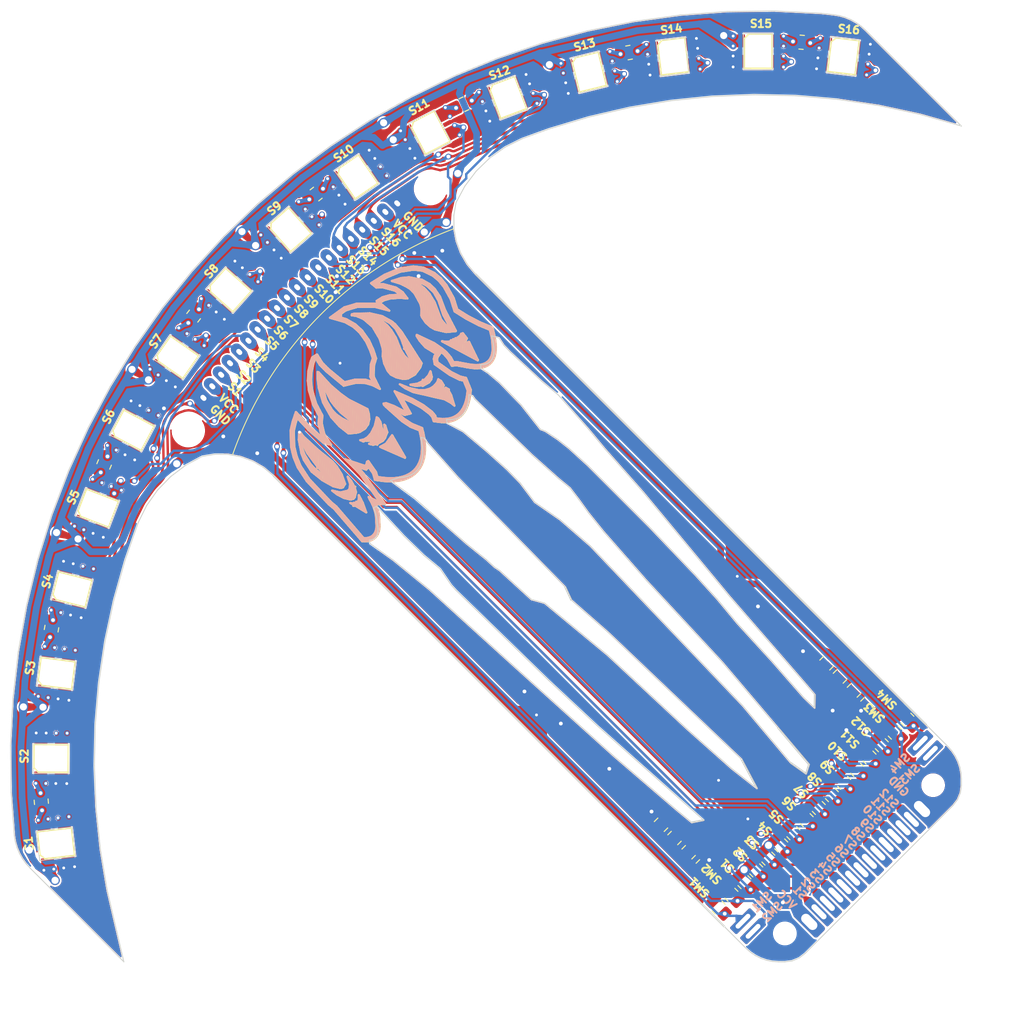
<source format=kicad_pcb>
(kicad_pcb (version 20221018) (generator pcbnew)
  (layers (0 "F.Cu" signal) (31 "B.Cu" signal) (34 "B.Paste" user) (35 "F.Paste" user) (36 "B.SilkS" user "B.Silkscreen") (37 "F.SilkS" user "F.Silkscreen") (38 "B.Mask" user) (39 "F.Mask" user) (44 "Edge.Cuts" user))
  (net 0 "")
  (net 1 "+3V3")
  (net 2 "GND")
  (net 3 "/S4")
  (net 4 "/S3")
  (net 5 "/S2")
  (net 6 "/S1")
  (net 7 "/S12")
  (net 8 "/S11")
  (net 9 "Net-(R13-Pad1)")
  (net 10 "/S5")
  (net 11 "/SM1")
  (net 12 "/SM2")
  (net 13 "/SM3")
  (net 14 "/SM4")
  (net 15 "/S6")
  (net 16 "/S7")
  (net 17 "/S8")
  (net 18 "/S9")
  (net 19 "/S10")
  (net 20 "Net-(R13-Pad2)")
  (net 21 "Net-(R14-Pad2)")
  (net 22 "Net-(R14-Pad1)")
  (net 23 "Net-(R15-Pad2)")
  (net 24 "Net-(R15-Pad1)")
  (net 25 "Net-(R16-Pad1)")
  (net 26 "Net-(R16-Pad2)")
  (net 27 "Net-(R17-Pad2)")
  (net 28 "Net-(R17-Pad1)")
  (net 29 "Net-(R18-Pad2)")
  (net 30 "Net-(R18-Pad1)")
  (net 31 "Net-(RM5-Pad2)")
  (net 32 "Net-(RM5-Pad1)")
  (net 33 "Net-(RM6-Pad1)")
  (net 34 "Net-(RM6-Pad2)")
  (footprint "qre1113_fuji_morro2:qre1113_fuji_morro2" (layer "F.Cu") (at 81.860765 99.171178 -97.3)
    (fp_text reference "S1" hide)
    (fp_text value "QRE1113")
  )
  (footprint "qre1113_fuji_morro2:qre1113_fuji_morro2" (layer "F.Cu") (at 83.891718 90.177204 -104.2)
    (fp_text reference "S2" hide)
    (fp_text value "QRE1113")
  )
  (footprint "qre1113_fuji_morro2:qre1113_fuji_morro2" (layer "F.Cu") (at 86.998039 81.49662 -111.1)
    (fp_text reference "S3" hide)
    (fp_text value "QRE1113")
  )
  (footprint "qre1113_fuji_morro2:qre1113_fuji_morro2" (layer "F.Cu") (at 91.099258 73.235067 -118)
    (fp_text reference "S4" hide)
    (fp_text value "QRE1113")
  )
  (footprint "qre1113_fuji_morro2:qre1113_fuji_morro2" (layer "F.Cu") (at 96.180103 65.528593 -124.9)
    (fp_text reference "S5" hide)
    (fp_text value "QRE1113")
  )
  (footprint "qre1113_fuji_morro2:qre1113_fuji_morro2" (layer "F.Cu") (at 102.141014 58.484396 -131.8)
    (fp_text reference "S6" hide)
    (fp_text value "QRE1113")
  )
  (footprint "qre1113_fuji_morro2:qre1113_fuji_morro2" (layer "F.Cu") (at 108.912832 52.221692 -138.7)
    (fp_text reference "S7" hide)
    (fp_text value "QRE1113")
  )
  (footprint "qre1113_fuji_morro2:qre1113_fuji_morro2" (layer "F.Cu") (at 116.39162 46.802001 -145.6)
    (fp_text reference "S8" hide)
    (fp_text value "QRE1113")
  )
  (footprint "qre1113_fuji_morro2:qre1113_fuji_morro2" (layer "F.Cu") (at 124.465787 42.32163 -152.5)
    (fp_text reference "S9" hide)
    (fp_text value "QRE1113")
  )
  (footprint "qre1113_fuji_morro2:qre1113_fuji_morro2" (layer "F.Cu") (at 133.021072 38.853554 -159.4)
    (fp_text reference "S10" hide)
    (fp_text value "QRE1113")
  )
  (footprint "qre1113_fuji_morro2:qre1113_fuji_morro2" (layer "F.Cu") (at 141.902899 36.449958 -166.3)
    (fp_text reference "S11" hide)
    (fp_text value "QRE1113")
  )
  (footprint "qre1113_fuji_morro2:qre1113_fuji_morro2" (layer "F.Cu") (at 151.059509 35.106031 -173.2)
    (fp_text reference "S12" hide)
    (fp_text value "QRE1113")
  )
  (footprint "qre1113_fuji_morro2:qre1113_fuji_morro2" (layer "F.Cu") (at 81.104868 117.55751 -83.5)
    (fp_text reference "SM1" hide)
    (fp_text value "QRE1113")
  )
  (footprint "qre1113_fuji_morro2:qre1113_fuji_morro2" (layer "F.Cu") (at 80.930496 108.33217 -90.4)
    (fp_text reference "SM2" hide)
    (fp_text value "QRE1113")
  )
  (footprint "qre1113_fuji_morro2:qre1113_fuji_morro2" (layer "F.Cu") (at 160.27905 34.897858 179.9)
    (fp_text reference "SM3" hide)
    (fp_text value "QRE1113")
  )
  (footprint "qre1113_fuji_morro2:qre1113_fuji_morro2" (layer "F.Cu") (at 169.459701 35.791217 173)
    (fp_text reference "SM4" hide)
    (fp_text value "QRE1113")
  )
  (footprint "Capacitor_SMD:C_0805_2012Metric" (layer "F.Cu") (at 165.909742 102.695682 45)
    (fp_text reference "C1" hide)
    (fp_text value "0.1uF")
  )
  (footprint "Capacitor_SMD:C_0805_2012Metric" (layer "F.Cu") (at 148.508124 119.682931 -135)
    (fp_text reference "C2" hide)
    (fp_text value "0.1uF")
  )
  (footprint "Capacitor_SMD:C_0805_2012Metric" (layer "F.Cu") (at 167.382504 104.168444 45)
    (fp_text reference "C3" hide)
    (fp_text value "1uF")
  )
  (footprint "Capacitor_SMD:C_0805_2012Metric" (layer "F.Cu") (at 149.996161 121.177471 -135)
    (fp_text reference "C4" hide)
    (fp_text value "1uF")
  )
  (footprint "Capacitor_SMD:C_0805_2012Metric" (layer "F.Cu") (at 168.801384 105.623245 45)
    (fp_text reference "C5" hide)
    (fp_text value "22uF")
  )
  (footprint "Capacitor_SMD:C_0805_2012Metric" (layer "F.Cu") (at 151.486885 122.668195 -135)
    (fp_text reference "C6" hide)
    (fp_text value "22uF")
  )
  (footprint "Capacitor_SMD:C_0805_2012Metric" (layer "F.Cu") (at 164.497789 101.306642 45)
    (fp_text reference "C7" hide)
    (fp_text value "47uF")
  )
  (footprint "Capacitor_SMD:C_0805_2012Metric" (layer "F.Cu") (at 147.090094 118.290072 -135)
    (fp_text reference "C8" hide)
    (fp_text value "47uF")
  )
  (footprint "Resistor_SMD:R_0805_2012Metric" (layer "F.Cu") (at 155.867694 124.325795 -45)
    (fp_text reference "R1" hide)
    (fp_text value "20K")
  )
  (footprint "Resistor_SMD:R_0805_2012Metric" (layer "F.Cu") (at 157.10697 123.086519 -45)
    (fp_text reference "R2" hide)
    (fp_text value "20K")
  )
  (footprint "Resistor_SMD:R_0805_2012Metric" (layer "F.Cu") (at 158.382164 121.847244 -45)
    (fp_text reference "R3" hide)
    (fp_text value "20K")
  )
  (footprint "Resistor_SMD:R_0805_2012Metric" (layer "F.Cu") (at 159.735848 120.459335 -45)
    (fp_text reference "R4" hide)
    (fp_text value "20K")
  )
  (footprint "Resistor_SMD:R_0805_2012Metric" (layer "F.Cu") (at 161.011048 119.184138 -45)
    (fp_text reference "R5" hide)
    (fp_text value "20K")
  )
  (footprint "Resistor_SMD:R_0805_2012Metric" (layer "F.Cu") (at 162.409987 117.799057 -45)
    (fp_text reference "R6" hide)
    (fp_text value "20K")
  )
  (footprint "Resistor_SMD:R_0805_2012Metric" (layer "F.Cu") (at 163.685183 116.523861 -45)
    (fp_text reference "R7" hide)
    (fp_text value "20K")
  )
  (footprint "Resistor_SMD:R_0805_2012Metric" (layer "F.Cu") (at 165.060364 115.177248 -45)
    (fp_text reference "R8" hide)
    (fp_text value "20K")
  )
  (footprint "Resistor_SMD:R_0805_2012Metric" (layer "F.Cu") (at 166.353521 113.88409 -45)
    (fp_text reference "R9" hide)
    (fp_text value "20K")
  )
  (footprint "Resistor_SMD:R_0805_2012Metric" (layer "F.Cu") (at 167.727852 112.514566 -45)
    (fp_text reference "R10" hide)
    (fp_text value "20K")
  )
  (footprint "Resistor_SMD:R_0805_2012Metric" (layer "F.Cu") (at 169.021011 111.221409 -45)
    (fp_text reference "R11" hide)
    (fp_text value "20K")
  )
  (footprint "Resistor_SMD:R_0805_2012Metric" (layer "F.Cu") (at 170.314168 109.928253 -45)
    (fp_text reference "R12" hide)
    (fp_text value "20K")
  )
  (footprint "Resistor_SMD:R_0805_2012Metric" (layer "F.Cu") (at 82.989309 97.660798 80)
    (fp_text reference "R13" hide)
    (fp_text value "47")
  )
  (footprint "Resistor_SMD:R_0805_2012Metric" (layer "F.Cu") (at 88.520865 80.391553 67)
    (fp_text reference "R14" hide)
    (fp_text value "47")
  )
  (footprint "Resistor_SMD:R_0805_2012Metric" (layer "F.Cu") (at 97.933304 64.791364 52)
    (fp_text reference "R15" hide)
    (fp_text value "47")
  )
  (footprint "Resistor_SMD:R_0805_2012Metric" (layer "F.Cu") (at 110.819474 51.954122 38)
    (fp_text reference "R16" hide)
    (fp_text value "47")
  )
  (footprint "Resistor_SMD:R_0805_2012Metric" (layer "F.Cu") (at 126.363097 42.506893 25)
    (fp_text reference "R17" hide)
    (fp_text value "47")
  )
  (footprint "Resistor_SMD:R_0805_2012Metric" (layer "F.Cu") (at 143.729074 37.074333 10)
    (fp_text reference "R18" hide)
    (fp_text value "47")
  )
  (footprint "Resistor_SMD:R_0805_2012Metric" (layer "F.Cu") (at 153.145474 126.995123 -45)
    (fp_text reference "RM1" hide)
    (fp_text value "20K")
  )
  (footprint "Resistor_SMD:R_0805_2012Metric" (layer "F.Cu") (at 154.49718 125.651055 -45)
    (fp_text reference "RM2" hide)
    (fp_text value "20K")
  )
  (footprint "Resistor_SMD:R_0805_2012Metric" (layer "F.Cu") (at 171.678743 108.605254 -45)
    (fp_text reference "RM3" hide)
    (fp_text value "20K")
  )
  (footprint "Resistor_SMD:R_0805_2012Metric" (layer "F.Cu") (at 173.004 107.236721 -45)
    (fp_text reference "RM4" hide)
    (fp_text value "20K")
  )
  (footprint "Resistor_SMD:R_0805_2012Metric" (layer "F.Cu") (at 81.915497 115.866111 95)
    (fp_text reference "RM5" hide)
    (fp_text value "47")
  )
  (footprint "Resistor_SMD:R_0805_2012Metric" (layer "F.Cu") (at 161.87994 35.989632 -5)
    (fp_text reference "RM6" hide)
    (fp_text value "47")
  )
  (footprint "pines_fuji_morro2:Pines_fuji_morro2" (layer "F.Cu") (at 119.208252 52.087001 -135)
    (fp_text reference "J1" hide)
    (fp_text value "Conn_01x20" hide)
  )
  (footprint "MountingHole:MountingHole_3.2mm_M3" (layer "F.Cu") (at 122.833925 51.390276 45)
    (fp_text reference "REF**" hide)
    (fp_text value "MountingHole_3.2mm_M3")
  )
  (footprint "MountingHole:MountingHole_2.2mm_M2" (layer "F.Cu") (at 160.116132 129.720028 45)
    (fp_text reference "REF**" hide)
    (fp_text value "MountingHole_2.2mm_M2")
  )
  (footprint "MountingHole:MountingHole_2.2mm_M2" (layer "F.Cu") (at 175.707837 114.128325 45)
    (fp_text reference "REF**" hide)
    (fp_text value "MountingHole_2.2mm_M2")
  )
  (footprint "MountingHole:MountingHole_3.2mm_M3" (layer "F.Cu") (at 97.378082 76.84612 45)
    (fp_text reference "REF**" hide)
    (fp_text value "MountingHole_3.2mm_M3")
  )
  (footprint "morro2_16conn_fuji:conn_morro_fuji_new" (layer "B.Cu") (at 160.221916 135.405734 45)
    (fp_text reference "MORRO1" hide)
    (fp_text value "Conn_01x14_Female" hide)
  )
  (gr_line (start 118.069906 77.524268) (end 118.029365 77.625905) (stroke (width 0.22)) (layer "B.SilkS"))
  (gr_line (start 125.005391 75.499674) (end 125.015247 75.8369) (stroke (width 0.22)) (layer "B.SilkS"))
  (gr_line (start 120.606085 81.382048) (end 120.409556 81.484973) (stroke (width 0.22)) (layer "B.SilkS"))
  (gr_line (start 122.252627 59.763954) (end 122.265647 60.136797) (stroke (width 0.22)) (layer "B.SilkS"))
  (gr_line (start 117.826733 64.829967) (end 118.030795 64.942825) (stroke (width 0.22)) (layer "B.SilkS"))
  (gr_line (start 109.261481 78.466139) (end 109.193883 78.120467) (stroke (width 0.22)) (layer "B.SilkS"))
  (gr_line (start 112.289204 78.17817) (end 112.374124 78.31407) (stroke (width 0.22)) (layer "B.SilkS"))
  (gr_line (start 117.486059 86.938863) (end 117.481406 86.666372) (stroke (width 0.22)) (layer "B.SilkS"))
  (gr_line (start 115.414606 64.524594) (end 115.614549 64.519462) (stroke (width 0.22)) (layer "B.SilkS"))
  (gr_line (start 124.254149 65.50334) (end 124.285709 66.407102) (stroke (width 0.22)) (layer "B.SilkS"))
  (gr_line (start 124.428832 72.313712) (end 124.295286 72.412163) (stroke (width 0.22)) (layer "B.SilkS"))
  (gr_line (start 122.773361 74.675896) (end 122.78874 75.116184) (stroke (width 0.22)) (layer "B.SilkS"))
  (gr_line (start 119.317933 73.147955) (end 119.104565 72.768632) (stroke (width 0.22)) (layer "B.SilkS"))
  (gr_line (start 110.241565 82.579643) (end 110.449316 82.798108) (stroke (width 0.22)) (layer "B.SilkS"))
  (gr_line (start 113.39828 81.284216) (end 113.452486 82.83651) (stroke (width 0.22)) (layer "B.SilkS"))
  (gr_line (start 111.665859 77.180607) (end 111.688054 78.155678) (stroke (width 0.22)) (layer "B.SilkS"))
  (gr_line (start 110.639708 82.519441) (end 110.847457 82.737904) (stroke (width 0.22)) (layer "B.SilkS"))
  (gr_line (start 121.381893 80.675381) (end 121.399263 81.172796) (stroke (width 0.22)) (layer "B.SilkS"))
  (gr_line (start 126.052812 71.164466) (end 125.97732 71.147039) (stroke (width 0.22)) (layer "B.SilkS"))
  (gr_line (start 123.771595 72.59306) (end 123.862096 72.667841) (stroke (width 0.22)) (layer "B.SilkS"))
  (gr_line (start 123.66151 71.436045) (end 123.52767 71.782343) (stroke (width 0.22)) (layer "B.SilkS"))
  (gr_line (start 119.816599 81.697118) (end 119.618065 81.742526) (stroke (width 0.22)) (layer "B.SilkS"))
  (gr_line (start 116.677166 72.025875) (end 116.474941 71.965681) (stroke (width 0.22)) (layer "B.SilkS"))
  (gr_line (start 117.314765 84.553592) (end 117.514762 84.549974) (stroke (width 0.22)) (layer "B.SilkS"))
  (gr_line (start 111.710454 73.066444) (end 111.566456 72.512382) (stroke (width 0.22)) (layer "B.SilkS"))
  (gr_line (start 125.507612 67.17417) (end 125.550134 68.231076) (stroke (width 0.22)) (layer "B.SilkS"))
  (gr_line (start 121.84857 59.654778) (end 121.860221 59.988381) (stroke (width 0.22)) (layer "B.SilkS"))
  (gr_line (start 124.960989 63.006532) (end 124.754379 62.635903) (stroke (width 0.22)) (layer "B.SilkS"))
  (gr_line (start 120.87804 71.977565) (end 120.879984 72.03325) (stroke (width 0.22)) (layer "B.SilkS"))
  (gr_line (start 117.483328 67.153743) (end 117.296451 66.836879) (stroke (width 0.22)) (layer "B.SilkS"))
  (gr_line (start 126.525382 73.820195) (end 126.572124 74.574101) (stroke (width 0.22)) (layer "B.SilkS"))
  (gr_line (start 120.160828 62.900839) (end 120.361612 62.919838) (stroke (width 0.22)) (layer "B.SilkS"))
  (gr_line (start 114.048887 76.99218) (end 113.843052 76.82867) (stroke (width 0.22)) (layer "B.SilkS"))
  (gr_line (start 117.486465 83.739665) (end 117.275925 83.441381) (stroke (width 0.22)) (layer "B.SilkS"))
  (gr_line (start 114.978908 63.509357) (end 114.990818 63.850387) (stroke (width 0.22)) (layer "B.SilkS"))
  (gr_line (start 122.835597 65.910655) (end 122.868168 65.929231) (stroke (width 0.22)) (layer "B.SilkS"))
  (gr_line (start 120.922277 73.497939) (end 120.728068 73.413748) (stroke (width 0.22)) (layer "B.SilkS"))
  (gr_line (start 127.610693 69.930347) (end 127.622221 70.260462) (stroke (width 0.22)) (layer "B.SilkS"))
  (gr_line (start 120.821217 76.081221) (end 120.834407 76.458866) (stroke (width 0.22)) (layer "B.SilkS"))
  (gr_line (start 126.352865 74.932059) (end 126.382912 74.886479) (stroke (width 0.22)) (layer "B.SilkS"))
  (gr_line (start 126.113627 67.583513) (end 126.329751 67.633409) (stroke (width 0.22)) (layer "B.SilkS"))
  (gr_line (start 118.968879 74.613796) (end 119.172192 74.705217) (stroke (width 0.22)) (layer "B.SilkS"))
  (gr_line (start 121.371263 68.90947) (end 121.430382 70.602404) (stroke (width 0.22)) (layer "B.SilkS"))
  (gr_line (start 120.484701 60.713823) (end 120.28524 60.732802) (stroke (width 0.22)) (layer "B.SilkS"))
  (gr_line (start 120.787781 69.392991) (end 120.941271 69.554529) (stroke (width 0.22)) (layer "B.SilkS"))
  (gr_line (start 121.871533 64.718137) (end 121.883407 63.966476) (stroke (width 0.22)) (layer "B.SilkS"))
  (gr_line (start 116.871013 66.115531) (end 116.747525 65.906147) (stroke (width 0.22)) (layer "B.SilkS"))
  (gr_line (start 119.850481 59.744363) (end 119.862079 60.076501) (stroke (width 0.22)) (layer "B.SilkS"))
  (gr_line (start 119.381979 74.98193) (end 119.175427 74.797863) (stroke (width 0.22)) (layer "B.SilkS"))
  (gr_line (start 127.410336 69.923609) (end 127.421939 70.255877) (stroke (width 0.22)) (layer "B.SilkS"))
  (gr_line (start 113.043651 71.12904) (end 113.059044 71.569827) (stroke (width 0.22)) (layer "B.SilkS"))
  (gr_line (start 116.780914 80.727544) (end 116.798383 81.327639) (stroke (width 0.22)) (layer "B.SilkS"))
  (gr_line (start 119.503444 81.76874) (end 119.419195 81.77845) (stroke (width 0.22)) (layer "B.SilkS"))
  (gr_line (start 121.951884 74.074791) (end 121.747768 73.960433) (stroke (width 0.22)) (layer "B.SilkS"))
  (gr_line (start 114.942544 73.929538) (end 115.038513 77.04318) (stroke (width 0.22)) (layer "B.SilkS"))
  (gr_line (start 117.876392 60.521307) (end 117.680545 60.643685) (stroke (width 0.22)) (layer "B.SilkS"))
  (gr_line (start 123.88905 60.779011) (end 123.682981 60.608747) (stroke (width 0.22)) (layer "B.SilkS"))
  (gr_line (start 113.99382 75.415266) (end 113.787774 75.245644) (stroke (width 0.22)) (layer "B.SilkS"))
  (gr_line (start 121.633729 76.425518) (end 121.669694 76.795878) (stroke (width 0.22)) (layer "B.SilkS"))
  (gr_line (start 112.273839 72.007396) (end 112.311747 72.048899) (stroke (width 0.22)) (layer "B.SilkS"))
  (gr_line (start 118.286498 65.766998) (end 118.258899 65.74406) (stroke (width 0.22)) (layer "B.SilkS"))
  (gr_line (start 114.942544 73.929538) (end 114.738846 73.827057) (stroke (width 0.22)) (layer "B.SilkS"))
  (gr_line (start 114.506751 82.147351) (end 114.637518 82.386856) (stroke (width 0.22)) (layer "B.SilkS"))
  (gr_line (start 123.165952 75.824107) (end 123.213962 75.831489) (stroke (width 0.22)) (layer "B.SilkS"))
  (gr_line (start 118.752648 74.152497) (end 118.77826 74.885948) (stroke (width 0.22)) (layer "B.SilkS"))
  (gr_line (start 117.56515 75.902152) (end 117.403882 75.644069) (stroke (width 0.22)) (layer "B.SilkS"))
  (gr_line (start 121.045547 59.893256) (end 120.857306 59.922403) (stroke (width 0.22)) (layer "B.SilkS"))
  (gr_line (start 128.066955 65.803819) (end 127.888669 65.730108) (stroke (width 0.22)) (layer "B.SilkS"))
  (gr_line (start 121.024785 76.179828) (end 120.886721 76.124125) (stroke (width 0.22)) (layer "B.SilkS"))
  (gr_line (start 112.350827 79.942793) (end 112.507764 80.069272) (stroke (width 0.22)) (layer "B.SilkS"))
  (gr_line (start 125.590029 69.618066) (end 125.800063 69.657427) (stroke (width 0.22)) (layer "B.SilkS"))
  (gr_line (start 125.507612 67.17417) (end 125.468269 67.111201) (stroke (width 0.22)) (layer "B.SilkS"))
  (gr_line (start 122.260507 71.435911) (end 122.278569 71.968338) (stroke (width 0.22)) (layer "B.SilkS"))
  (gr_line (start 127.008501 69.878068) (end 126.829657 69.850378) (stroke (width 0.22)) (layer "B.SilkS"))
  (gr_line (start 112.239058 82.472925) (end 112.034944 82.358566) (stroke (width 0.22)) (layer "B.SilkS"))
  (gr_line (start 115.106508 84.355529) (end 115.195246 84.300084) (stroke (width 0.22)) (layer "B.SilkS"))
  (gr_line (start 120.118476 73.14948) (end 119.915277 73.061391) (stroke (width 0.22)) (layer "B.SilkS"))
  (gr_line (start 121.773261 63.509956) (end 121.569949 63.137574) (stroke (width 0.22)) (layer "B.SilkS"))
  (gr_line (start 113.39828 81.284216) (end 113.48755 81.427078) (stroke (width 0.22)) (layer "B.SilkS"))
  (gr_line (start 117.094222 78.238012) (end 116.895771 78.285893) (stroke (width 0.22)) (layer "B.SilkS"))
  (gr_line (start 120.651715 71.227244) (end 120.847958 71.11617) (stroke (width 0.22)) (layer "B.SilkS"))
  (gr_line (start 110.323516 81.127687) (end 110.392921 81.183175) (stroke (width 0.22)) (layer "B.SilkS"))
  (gr_line (start 120.26017 60.01486) (end 120.061125 60.04568) (stroke (width 0.22)) (layer "B.SilkS"))
  (gr_line (start 123.125834 67.577063) (end 123.139573 67.97058) (stroke (width 0.22)) (layer "B.SilkS"))
  (gr_line (start 123.865305 71.560607) (end 123.66151 71.436045) (stroke (width 0.22)) (layer "B.SilkS"))
  (gr_line (start 117.680545 60.643685) (end 117.484695 60.766065) (stroke (width 0.22)) (layer "B.SilkS"))
  (gr_line (start 118.820564 81.82812) (end 118.620566 81.831657) (stroke (width 0.22)) (layer "B.SilkS"))
  (gr_line (start 118.052795 65.57278) (end 118.217885 70.300361) (stroke (width 0.22)) (layer "B.SilkS"))
  (gr_line (start 118.482546 81.834096) (end 118.420385 81.829912) (stroke (width 0.22)) (layer "B.SilkS"))
  (gr_line (start 124.921923 67.43365) (end 124.72305 67.469426) (stroke (width 0.22)) (layer "B.SilkS"))
  (gr_line (start 119.677501 71.983177) (end 119.607995 71.955132) (stroke (width 0.22)) (layer "B.SilkS"))
  (gr_line (start 122.099541 72.572357) (end 121.899545 72.575975) (stroke (width 0.22)) (layer "B.SilkS"))
  (gr_line (start 121.953487 72.065547) (end 121.992831 72.128517) (stroke (width 0.22)) (layer "B.SilkS"))
  (gr_line (start 129.432765 66.302135) (end 129.346492 65.97574) (stroke (width 0.22)) (layer "B.SilkS"))
  (gr_line (start 122.960222 62.834605) (end 123.072357 66.045699) (stroke (width 0.22)) (layer "B.SilkS"))
  (gr_line (start 113.754849 85.764307) (end 113.963433 86.006618) (stroke (width 0.22)) (layer "B.SilkS"))
  (gr_line (start 123.835486 62.746685) (end 123.970218 63.10344) (stroke (width 0.22)) (layer "B.SilkS"))
  (gr_line (start 113.843052 76.82867) (end 113.637222 76.665159) (stroke (width 0.22)) (layer "B.SilkS"))
  (gr_line (start 125.119104 67.349469) (end 125.142297 68.013598) (stroke (width 0.22)) (layer "B.SilkS"))
  (gr_line (start 116.767155 69.226386) (end 116.843495 71.058217) (stroke (width 0.22)) (layer "B.SilkS"))
  (gr_line (start 115.6321 87.945088) (end 115.788016 88.12621) (stroke (width 0.22)) (layer "B.SilkS"))
  (gr_line (start 120.459214 59.984043) (end 120.26017 60.01486) (stroke (width 0.22)) (layer "B.SilkS"))
  (gr_line (start 113.346674 72.934463) (end 113.511087 73.053191) (stroke (width 0.22)) (layer "B.SilkS"))
  (gr_line (start 110.908984 78.768995) (end 111.008485 78.86096) (stroke (width 0.22)) (layer "B.SilkS"))
  (gr_line (start 114.738846 73.827057) (end 114.535145 73.724574) (stroke (width 0.22)) (layer "B.SilkS"))
  (gr_line (start 124.805051 75.54841) (end 124.775905 75.555501) (stroke (width 0.22)) (layer "B.SilkS"))
  (gr_line (start 119.362774 74.431986) (end 119.566528 74.535965) (stroke (width 0.22)) (layer "B.SilkS"))
  (gr_line (start 119.34803 62.548233) (end 119.359204 62.868369) (stroke (width 0.22)) (layer "B.SilkS"))
  (gr_line (start 125.808684 64.173544) (end 125.6442 64.07039) (stroke (width 0.22)) (layer "B.SilkS"))
  (gr_line (start 111.056763 76.063118) (end 111.24147 76.828647) (stroke (width 0.22)) (layer "B.SilkS"))
  (gr_line (start 127.822244 70.257671) (end 127.990205 70.243647) (stroke (width 0.22)) (layer "B.SilkS"))
  (gr_line (start 114.261719 71.625415) (end 114.06327 71.673298) (stroke (width 0.22)) (layer "B.SilkS"))
  (gr_line (start 117.826733 64.829967) (end 117.819658 65.092656) (stroke (width 0.22)) (layer "B.SilkS"))
  (gr_line (start 117.126869 61.774217) (end 117.319516 61.766631) (stroke (width 0.22)) (layer "B.SilkS"))
  (gr_line (start 122.673695 71.746845) (end 122.862204 71.489265) (stroke (width 0.22)) (layer "B.SilkS"))
  (gr_line (start 116.591429 81.032219) (end 116.798383 81.327639) (stroke (width 0.22)) (layer "B.SilkS"))
  (gr_line (start 115.414606 64.524594) (end 115.428571 64.924481) (stroke (width 0.22)) (layer "B.SilkS"))
  (gr_line (start 121.990037 60.003538) (end 122.062089 60.038375) (stroke (width 0.22)) (layer "B.SilkS"))
  (gr_line (start 117.220718 64.668242) (end 117.296451 66.836879) (stroke (width 0.22)) (layer "B.SilkS"))
  (gr_line (start 108.775116 74.970459) (end 108.79614 75.572492) (stroke (width 0.22)) (layer "B.SilkS"))
  (gr_line (start 114.319448 75.945738) (end 114.210603 75.892368) (stroke (width 0.22)) (layer "B.SilkS"))
  (gr_line (start 117.434504 85.85799) (end 117.385763 85.540408) (stroke (width 0.22)) (layer "B.SilkS"))
  (gr_line (start 120.056639 71.378737) (end 120.2561 71.35976) (stroke (width 0.22)) (layer "B.SilkS"))
  (gr_line (start 111.390319 81.399476) (end 111.42227 82.006104) (stroke (width 0.22)) (layer "B.SilkS"))
  (gr_line (start 124.16292 64.617812) (end 124.006477 64.141716) (stroke (width 0.22)) (layer "B.SilkS"))
  (gr_line (start 115.057872 65.770568) (end 115.07398 66.23183) (stroke (width 0.22)) (layer "B.SilkS"))
  (gr_line (start 115.96105 74.441948) (end 116.032377 76.484512) (stroke (width 0.22)) (layer "B.SilkS"))
  (gr_line (start 123.729124 73.391545) (end 123.527373 73.344967) (stroke (width 0.22)) (layer "B.SilkS"))
  (gr_line (start 117.624213 64.761397) (end 117.634834 65.065446) (stroke (width 0.22)) (layer "B.SilkS"))
  (gr_line (start 117.680545 60.643685) (end 117.693845 61.024505) (stroke (width 0.22)) (layer "B.SilkS"))
  (gr_line (start 122.123719 61.80324) (end 122.157808 61.827758) (stroke (width 0.22)) (layer "B.SilkS"))
  (gr_line (start 118.246864 76.860961) (end 118.285226 76.984457) (stroke (width 0.22)) (layer "B.SilkS"))
  (gr_line (start 119.960044 62.88184) (end 120.160828 62.900839) (stroke (width 0.22)) (layer "B.SilkS"))
  (gr_line (start 116.462793 71.617754) (end 116.474941 71.965681) (stroke (width 0.22)) (layer "B.SilkS"))
  (gr_line (start 108.546756 79.892547) (end 108.765585 80.428303) (stroke (width 0.22)) (layer "B.SilkS"))
  (gr_line (start 120.996621 81.104039) (end 121.010764 81.509035) (stroke (width 0.22)) (layer "B.SilkS"))
  (gr_line (start 121.088044 60.799084) (end 121.143091 62.375495) (stroke (width 0.22)) (layer "B.SilkS"))
  (gr_line (start 128.4814 69.791988) (end 128.407199 69.816311) (stroke (width 0.22)) (layer "B.SilkS"))
  (gr_line (start 114.384786 63.688111) (end 114.396693 64.029141) (stroke (width 0.22)) (layer "B.SilkS"))
  (gr_line (start 118.244557 65.333409) (end 118.448715 65.449088) (stroke (width 0.22)) (layer "B.SilkS"))
  (gr_line (start 112.317753 84.72644) (end 112.523821 84.896704) (stroke (width 0.22)) (layer "B.SilkS"))
  (gr_line (start 116.694405 83.98105) (end 116.897922 84.078247) (stroke (width 0.22)) (layer "B.SilkS"))
  (gr_line (start 116.214377 64.504066) (end 116.41432 64.498934) (stroke (width 0.22)) (layer "B.SilkS"))
  (gr_line (start 124.56577 75.919547) (end 124.617627 75.912005) (stroke (width 0.22)) (layer "B.SilkS"))
  (gr_line (start 114.637518 82.386856) (end 114.693478 83.989469) (stroke (width 0.22)) (layer "B.SilkS"))
  (gr_line (start 116.328129 88.433139) (end 116.448405 88.398034) (stroke (width 0.22)) (layer "B.SilkS"))
  (gr_line (start 126.660312 73.239669) (end 126.599893 73.540124) (stroke (width 0.22)) (layer "B.SilkS"))
  (gr_line (start 120.118476 73.14948) (end 120.13123 73.514684) (stroke (width 0.22)) (layer "B.SilkS"))
  (gr_line (start 126.360919 74.256668) (end 126.382912 74.886479) (stroke (width 0.22)) (layer "B.SilkS"))
  (gr_line (start 117.702133 78.454122) (end 117.898454 78.345355) (stroke (width 0.22)) (layer "B.SilkS"))
  (gr_line (start 109.668207 77.622237) (end 109.875003 77.813365) (stroke (width 0.22)) (layer "B.SilkS"))
  (gr_line (start 110.369755 80.5198) (end 110.392921 81.183175) (stroke (width 0.22)) (layer "B.SilkS"))
  (gr_line (start 110.374892 69.205344) (end 110.233513 69.547291) (stroke (width 0.22)) (layer "B.SilkS"))
  (gr_line (start 116.223235 81.949953) (end 116.012695 81.651669) (stroke (width 0.22)) (layer "B.SilkS"))
  (gr_line (start 120.2561 71.35976) (end 120.450228 71.341288) (stroke (width 0.22)) (layer "B.SilkS"))
  (gr_line (start 126.831409 64.806766) (end 126.754252 64.766542) (stroke (width 0.22)) (layer "B.SilkS"))
  (gr_line (start 127.610693 69.930347) (end 127.473561 69.929131) (stroke (width 0.22)) (layer "B.SilkS"))
  (gr_line (start 126.43678 74.079878) (end 126.360919 74.256668) (stroke (width 0.22)) (layer "B.SilkS"))
  (gr_line (start 121.809253 69.990367) (end 121.741153 70.1844) (stroke (width 0.22)) (layer "B.SilkS"))
  (gr_line (start 122.049512 59.678239) (end 121.84857 59.654778) (stroke (width 0.22)) (layer "B.SilkS"))
  (gr_line (start 119.302633 61.248379) (end 119.100439 61.188999) (stroke (width 0.22)) (layer "B.SilkS"))
  (gr_line (start 121.217688 80.889063) (end 121.19017 80.915825) (stroke (width 0.22)) (layer "B.SilkS"))
  (gr_line (start 118.052795 65.57278) (end 117.846692 65.401502) (stroke (width 0.22)) (layer "B.SilkS"))
  (gr_line (start 116.586212 61.327497) (end 116.707308 61.427553) (stroke (width 0.22)) (layer "B.SilkS"))
  (gr_line (start 117.497993 61.146885) (end 117.302146 61.269264) (stroke (width 0.22)) (layer "B.SilkS"))
  (gr_line (start 117.309615 85.21505) (end 117.205559 84.883846) (stroke (width 0.22)) (layer "B.SilkS"))
  (gr_line (start 119.915277 73.061391) (end 119.712081 72.973302) (stroke (width 0.22)) (layer "B.SilkS"))
  (gr_line (start 124.009335 69.954267) (end 123.804123 69.808539) (stroke (width 0.22)) (layer "B.SilkS"))
  (gr_line (start 124.942628 62.29585) (end 124.72913 61.912864) (stroke (width 0.22)) (layer "B.SilkS"))
  (gr_line (start 119.093595 60.993006) (end 119.100439 61.188999) (stroke (width 0.22)) (layer "B.SilkS"))
  (gr_line (start 115.022672 64.762575) (end 115.225622 64.843529) (stroke (width 0.22)) (layer "B.SilkS"))
  (gr_line (start 120.72958 71.998529) (end 120.87804 71.977565) (stroke (width 0.22)) (layer "B.SilkS"))
  (gr_line (start 117.507846 61.42896) (end 117.519361 61.758763) (stroke (width 0.22)) (layer "B.SilkS"))
  (gr_line (start 117.71921 61.750892) (end 117.800648 61.747686) (stroke (width 0.22)) (layer "B.SilkS"))
  (gr_line (start 122.03646 65.035187) (end 122.247079 65.335843) (stroke (width 0.22)) (layer "B.SilkS"))
  (gr_line (start 114.968834 64.741101) (end 115.022672 64.762575) (stroke (width 0.22)) (layer "B.SilkS"))
  (gr_line (start 115.96105 74.441948) (end 115.757347 74.339466) (stroke (width 0.22)) (layer "B.SilkS"))
  (gr_line (start 127.034417 72.957957) (end 127.075056 72.527902) (stroke (width 0.22)) (layer "B.SilkS"))
  (gr_line (start 128.220745 70.20771) (end 128.347541 70.183139) (stroke (width 0.22)) (layer "B.SilkS"))
  (gr_line (start 115.794023 77.972009) (end 115.868805 77.881502) (stroke (width 0.22)) (layer "B.SilkS"))
  (gr_line (start 116.359671 80.126232) (end 116.380808 80.731562) (stroke (width 0.22)) (layer "B.SilkS"))
  (gr_line (start 120.359902 62.870803) (end 120.399858 62.923457) (stroke (width 0.22)) (layer "B.SilkS"))
  (gr_line (start 125.442572 70.881673) (end 125.23892 70.780611) (stroke (width 0.22)) (layer "B.SilkS"))
  (gr_line (start 115.494536 84.005745) (end 115.706837 84.418192) (stroke (width 0.22)) (layer "B.SilkS"))
  (gr_line (start 124.700352 72.538055) (end 124.763322 72.498708) (stroke (width 0.22)) (layer "B.SilkS"))
  (gr_line (start 110.406378 69.129183) (end 110.374892 69.205344) (stroke (width 0.22)) (layer "B.SilkS"))
  (gr_line (start 123.178227 62.274214) (end 123.139496 62.237588) (stroke (width 0.22)) (layer "B.SilkS"))
  (gr_line (start 120.359902 62.870803) (end 120.361612 62.919838) (stroke (width 0.22)) (layer "B.SilkS"))
  (gr_line (start 115.38956 63.80734) (end 115.189467 63.80818) (stroke (width 0.22)) (layer "B.SilkS"))
  (gr_line (start 110.288594 78.195617) (end 110.344893 79.807836) (stroke (width 0.22)) (layer "B.SilkS"))
  (gr_line (start 121.58297 69.2412) (end 121.621524 70.345303) (stroke (width 0.22)) (layer "B.SilkS"))
  (gr_line (start 116.57859 63.472345) (end 116.590112 63.802299) (stroke (width 0.22)) (layer "B.SilkS"))
  (gr_line (start 112.273839 72.007396) (end 112.330398 73.627075) (stroke (width 0.22)) (layer "B.SilkS"))
  (gr_line (start 116.459855 77.264395) (end 116.481406 77.881562) (stroke (width 0.22)) (layer "B.SilkS"))
  (gr_line (start 114.51114 84.498641) (end 114.715201 84.611501) (stroke (width 0.22)) (layer "B.SilkS"))
  (gr_line (start 116.49397 78.241378) (end 116.695718 78.287956) (stroke (width 0.22)) (layer "B.SilkS"))
  (gr_line (start 111.39049 76.039312) (end 111.41801 76.153376) (stroke (width 0.22)) (layer "B.SilkS"))
  (gr_line (start 122.515436 67.289827) (end 122.718901 67.385573) (stroke (width 0.22)) (layer "B.SilkS"))
  (gr_line (start 110.965331 68.921155) (end 110.988365 69.580747) (stroke (width 0.22)) (layer "B.SilkS"))
  (gr_line (start 118.347218 74.003927) (end 118.179256 73.942378) (stroke (width 0.22)) (layer "B.SilkS"))
  (gr_line (start 115.214661 64.529727) (end 115.225622 64.843529) (stroke (width 0.22)) (layer "B.SilkS"))
  (gr_line (start 117.990752 63.796088) (end 118.000548 64.076668) (stroke (width 0.22)) (layer "B.SilkS"))
  (gr_line (start 119.43075 82.109303) (end 119.559292 82.094487) (stroke (width 0.22)) (layer "B.SilkS"))
  (gr_line (start 113.225213 76.328184) (end 113.255836 76.362188) (stroke (width 0.22)) (layer "B.SilkS"))
  (gr_line (start 114.670372 71.866283) (end 114.471924 71.914167) (stroke (width 0.22)) (layer "B.SilkS"))
  (gr_line (start 116.18993 63.80398) (end 115.989836 63.804821) (stroke (width 0.22)) (layer "B.SilkS"))
  (gr_line (start 121.245747 59.58439) (end 121.257397 59.917992) (stroke (width 0.22)) (layer "B.SilkS"))
  (gr_line (start 111.038707 80.702604) (end 110.92348 80.725136) (stroke (width 0.22)) (layer "B.SilkS"))
  (gr_line (start 119.100333 66.916684) (end 119.238135 71.223116) (stroke (width 0.22)) (layer "B.SilkS"))
  (gr_line (start 125.252012 71.155507) (end 125.455663 71.256569) (stroke (width 0.22)) (layer "B.SilkS"))
  (gr_line (start 114.715201 84.611501) (end 114.742646 84.626679) (stroke (width 0.22)) (layer "B.SilkS"))
  (gr_line (start 122.863304 60.05922) (end 122.659746 59.960799) (stroke (width 0.22)) (layer "B.SilkS"))
  (gr_line (start 115.814492 64.514329) (end 116.014433 64.509197) (stroke (width 0.22)) (layer "B.SilkS"))
  (gr_line (start 117.946083 73.978488) (end 117.951071 74.121296) (stroke (width 0.22)) (layer "B.SilkS"))
  (gr_line (start 124.002905 75.600663) (end 123.805648 75.582915) (stroke (width 0.22)) (layer "B.SilkS"))
  (gr_line (start 121.869085 71.703682) (end 121.881901 72.070681) (stroke (width 0.22)) (layer "B.SilkS"))
  (gr_line (start 120.730386 69.332585) (end 120.787781 69.392991) (stroke (width 0.22)) (layer "B.SilkS"))
  (gr_line (start 112.028707 70.718518) (end 111.890794 70.604569) (stroke (width 0.22)) (layer "B.SilkS"))
  (gr_line (start 115.930781 85.036654) (end 115.706837 84.418192) (stroke (width 0.22)) (layer "B.SilkS"))
  (gr_line (start 114.851776 77.060946) (end 115.038513 77.04318) (stroke (width 0.22)) (layer "B.SilkS"))
  (gr_line (start 124.281057 75.936184) (end 124.426496 75.927686) (stroke (width 0.22)) (layer "B.SilkS"))
  (gr_line (start 129.293256 68.84966) (end 129.216272 69.068101) (stroke (width 0.22)) (layer "B.SilkS"))
  (gr_line (start 119.608851 62.848611) (end 119.759256 62.86284) (stroke (width 0.22)) (layer "B.SilkS"))
  (gr_line (start 113.356091 85.806845) (end 113.564674 86.049109) (stroke (width 0.22)) (layer "B.SilkS"))
  (gr_line (start 118.122375 61.834621) (end 118.324402 61.889212) (stroke (width 0.22)) (layer "B.SilkS"))
  (gr_line (start 113.949368 79.87305) (end 113.951406 79.931457) (stroke (width 0.22)) (layer "B.SilkS"))
  (gr_line (start 129.115959 69.261986) (end 128.992312 69.431317) (stroke (width 0.22)) (layer "B.SilkS"))
  (gr_line (start 124.700352 72.538055) (end 124.742768 73.764784) (stroke (width 0.22)) (layer "B.SilkS"))
  (gr_line (start 124.327389 61.869933) (end 124.236995 61.707774) (stroke (width 0.22)) (layer "B.SilkS"))
  (gr_line (start 121.33954 73.731717) (end 121.135423 73.617358) (stroke (width 0.22)) (layer "B.SilkS"))
  (gr_line (start 117.484695 60.766065) (end 117.497993 61.146885) (stroke (width 0.22)) (layer "B.SilkS"))
  (gr_line (start 128.460413 65.609397) (end 128.473064 65.971721) (stroke (width 0.22)) (layer "B.SilkS"))
  (gr_line (start 124.097539 61.018635) (end 123.924733 60.808494) (stroke (width 0.22)) (layer "B.SilkS"))
  (gr_line (start 119.508883 72.885214) (end 119.305684 72.797124) (stroke (width 0.22)) (layer "B.SilkS"))
  (gr_line (start 123.680463 66.267369) (end 123.478715 66.220792) (stroke (width 0.22)) (layer "B.SilkS"))
  (gr_line (start 124.538703 73.651925) (end 124.742768 73.764784) (stroke (width 0.22)) (layer "B.SilkS"))
  (gr_line (start 129.346492 65.97574) (end 129.272623 65.945201) (stroke (width 0.22)) (layer "B.SilkS"))
  (gr_line (start 122.316885 73.065504) (end 122.115134 73.018926) (stroke (width 0.22)) (layer "B.SilkS"))
  (gr_line (start 120.886578 60.760662) (end 120.935605 62.164568) (stroke (width 0.22)) (layer "B.SilkS"))
  (gr_line (start 119.058886 59.999001) (end 119.071201 60.351687) (stroke (width 0.22)) (layer "B.SilkS"))
  (gr_line (start 110.495389 78.386744) (end 110.554881 80.090326) (stroke (width 0.22)) (layer "B.SilkS"))
  (gr_line (start 111.280322 83.671965) (end 111.488071 83.890428) (stroke (width 0.22)) (layer "B.SilkS"))
  (gr_line (start 120.834407 76.458866) (end 121.037387 76.540763) (stroke (width 0.22)) (layer "B.SilkS"))
  (gr_line (start 119.465666 60.186243) (end 119.648462 60.109575) (stroke (width 0.22)) (layer "B.SilkS"))
  (gr_line (start 113.009497 64.420189) (end 112.814294 64.561048) (stroke (width 0.22)) (layer "B.SilkS"))
  (gr_line (start 115.794023 77.972009) (end 115.682572 77.928938) (stroke (width 0.22)) (layer "B.SilkS"))
  (gr_line (start 109.257199 79.211046) (end 109.330192 79.404322) (stroke (width 0.22)) (layer "B.SilkS"))
  (gr_line (start 116.462793 71.617754) (end 116.260569 71.557559) (stroke (width 0.22)) (layer "B.SilkS"))
  (gr_line (start 124.754379 62.635903) (end 124.540884 62.252918) (stroke (width 0.22)) (layer "B.SilkS"))
  (gr_line (start 114.986797 80.927465) (end 115.195059 81.160538) (stroke (width 0.22)) (layer "B.SilkS"))
  (gr_line (start 121.860221 59.988381) (end 121.65928 59.964918) (stroke (width 0.22)) (layer "B.SilkS"))
  (gr_line (start 118.253917 77.062945) (end 118.069906 77.524268) (stroke (width 0.22)) (layer "B.SilkS"))
  (gr_line (start 123.330289 67.701205) (end 123.535284 67.840785) (stroke (width 0.22)) (layer "B.SilkS"))
  (gr_line (start 116.964169 63.800729) (end 116.99055 63.80775) (stroke (width 0.22)) (layer "B.SilkS"))
  (gr_line (start 117.451802 86.423836) (end 117.456221 86.165929) (stroke (width 0.22)) (layer "B.SilkS"))
  (gr_line (start 120.35971 74.326912) (end 120.146347 73.947587) (stroke (width 0.22)) (layer "B.SilkS"))
  (gr_line (start 118.08554 60.779746) (end 117.889689 60.902125) (stroke (width 0.22)) (layer "B.SilkS"))
  (gr_line (start 124.624965 70.391451) (end 124.639459 70.806487) (stroke (width 0.22)) (layer "B.SilkS"))
  (gr_line (start 115.257005 71.47305) (end 115.056751 71.469165) (stroke (width 0.22)) (layer "B.SilkS"))
  (gr_line (start 115.014716 64.534857) (end 115.214661 64.529727) (stroke (width 0.22)) (layer "B.SilkS"))
  (gr_line (start 126.773649 68.883506) (end 126.977568 68.992244) (stroke (width 0.22)) (layer "B.SilkS"))
  (gr_line (start 123.897478 72.481835) (end 123.903428 72.652233) (stroke (width 0.22)) (layer "B.SilkS"))
  (gr_line (start 110.587239 69.555436) (end 110.670937 69.352997) (stroke (width 0.22)) (layer "B.SilkS"))
  (gr_line (start 119.843754 75.835465) (end 119.811011 75.806283) (stroke (width 0.22)) (layer "B.SilkS"))
  (gr_line (start 111.072571 83.453501) (end 111.280322 83.671965) (stroke (width 0.22)) (layer "B.SilkS"))
  (gr_line (start 119.795076 75.350063) (end 119.811011 75.806283) (stroke (width 0.22)) (layer "B.SilkS"))
  (gr_line (start 117.56515 75.902152) (end 117.621998 76.159354) (stroke (width 0.22)) (layer "B.SilkS"))
  (gr_line (start 125.015247 75.8369) (end 125.099673 75.816364) (stroke (width 0.22)) (layer "B.SilkS"))
  (gr_line (start 112.523821 84.896704) (end 112.692425 85.036011) (stroke (width 0.22)) (layer "B.SilkS"))
  (gr_line (start 119.843754 75.835465) (end 120.01609 75.948346) (stroke (width 0.22)) (layer "B.SilkS"))
  (gr_line (start 120.685115 60.722239) (end 120.886578 60.760662) (stroke (width 0.22)) (layer "B.SilkS"))
  (gr_line (start 122.053063 76.972185) (end 121.949681 76.552996) (stroke (width 0.22)) (layer "B.SilkS"))
  (gr_line (start 129.39741 69.436131) (end 129.519896 69.199396) (stroke (width 0.22)) (layer "B.SilkS"))
  (gr_line (start 114.222376 81.960289) (end 114.384727 82.442496) (stroke (width 0.22)) (layer "B.SilkS"))
  (gr_line (start 113.754849 85.764307) (end 113.773256 86.291372) (stroke (width 0.22)) (layer "B.SilkS"))
  (gr_line (start 123.535284 67.840785) (end 123.740283 67.980362) (stroke (width 0.22)) (layer "B.SilkS"))
  (gr_line (start 113.642421 65.352607) (end 113.840107 65.409338) (stroke (width 0.22)) (layer "B.SilkS"))
  (gr_line (start 121.296759 72.506676) (end 121.498507 72.553255) (stroke (width 0.22)) (layer "B.SilkS"))
  (gr_line (start 117.101438 84.175448) (end 117.134323 84.556857) (stroke (width 0.22)) (layer "B.SilkS"))
  (gr_line (start 120.794871 69.595917) (end 120.847958 71.11617) (stroke (width 0.22)) (layer "B.SilkS"))
  (gr_line (start 117.365152 63.073487) (end 117.39455 63.915318) (stroke (width 0.22)) (layer "B.SilkS"))
  (gr_line (start 125.610424 69.957632) (end 125.811867 69.995384) (stroke (width 0.22)) (layer "B.SilkS"))
  (gr_line (start 117.307999 61.43683) (end 117.507846 61.42896) (stroke (width 0.22)) (layer "B.SilkS"))
  (gr_line (start 110.371547 72.517033) (end 110.265378 71.576461) (stroke (width 0.22)) (layer "B.SilkS"))
  (gr_line (start 117.113206 69.223736) (end 116.993192 69.614194) (stroke (width 0.22)) (layer "B.SilkS"))
  (gr_line (start 124.121633 67.439312) (end 124.122701 67.469906) (stroke (width 0.22)) (layer "B.SilkS"))
  (gr_line (start 116.267191 77.477961) (end 116.281285 77.881542) (stroke (width 0.22)) (layer "B.SilkS"))
  (gr_line (start 117.275925 83.441381) (end 117.065389 83.143094) (stroke (width 0.22)) (layer "B.SilkS"))
  (gr_line (start 111.312218 73.123876) (end 111.538176 73.863803) (stroke (width 0.22)) (layer "B.SilkS"))
  (gr_line (start 124.310653 73.525801) (end 124.132619 73.484699) (stroke (width 0.22)) (layer "B.SilkS"))
  (gr_line (start 118.467184 60.24717) (end 118.479502 60.599854) (stroke (width 0.22)) (layer "B.SilkS"))
  (gr_line (start 119.629792 82.078365) (end 119.828327 82.032956) (stroke (width 0.22)) (layer "B.SilkS"))
  (gr_line (start 123.270846 60.268218) (end 123.286239 60.70901) (stroke (width 0.22)) (layer "B.SilkS"))
  (gr_line (start 112.837585 70.958778) (end 112.852976 71.399567) (stroke (width 0.22)) (layer "B.SilkS"))
  (gr_line (start 120.489429 72.31077) (end 120.286449 72.228872) (stroke (width 0.22)) (layer "B.SilkS"))
  (gr_line (start 114.151845 79.940562) (end 114.158201 80.122582) (stroke (width 0.22)) (layer "B.SilkS"))
  (gr_line (start 121.905041 67.002591) (end 122.108506 67.098337) (stroke (width 0.22)) (layer "B.SilkS"))
  (gr_line (start 115.657523 71.480821) (end 115.669058 71.811107) (stroke (width 0.22)) (layer "B.SilkS"))
  (gr_line (start 115.428571 64.924481) (end 115.852675 65.142877) (stroke (width 0.22)) (layer "B.SilkS"))
  (gr_line (start 119.316771 67.383908) (end 119.452568 71.272622) (stroke (width 0.22)) (layer "B.SilkS"))
  (gr_line (start 113.226018 64.889783) (end 113.238128 65.236577) (stroke (width 0.22)) (layer "B.SilkS"))
  (gr_line (start 109.301239 78.575145) (end 109.261481 78.466139) (stroke (width 0.22)) (layer "B.SilkS"))
  (gr_line (start 109.93423 71.584851) (end 110.046808 72.582184) (stroke (width 0.22)) (layer "B.SilkS"))
  (gr_line (start 122.835597 65.910655) (end 122.662014 65.756483) (stroke (width 0.22)) (layer "B.SilkS"))
  (gr_line (start 117.021521 76.156208) (end 117.187395 75.43774) (stroke (width 0.22)) (layer "B.SilkS"))
  (gr_line (start 119.093595 60.993006) (end 118.89565 61.055286) (stroke (width 0.22)) (layer "B.SilkS"))
  (gr_line (start 113.050308 82.78105) (end 112.848559 82.734473) (stroke (width 0.22)) (layer "B.SilkS"))
  (gr_line (start 123.322708 75.237614) (end 123.187626 75.077371) (stroke (width 0.22)) (layer "B.SilkS"))
  (gr_line (start 123.804123 69.808539) (end 123.598914 69.662812) (stroke (width 0.22)) (layer "B.SilkS"))
  (gr_line (start 122.956399 68.455856) (end 123.160887 68.580845) (stroke (width 0.22)) (layer "B.SilkS"))
  (gr_line (start 117.628983 82.090149) (end 117.830102 82.118745) (stroke (width 0.22)) (layer "B.SilkS"))
  (gr_line (start 121.968759 80.288731) (end 122.05164 80.087888) (stroke (width 0.22)) (layer "B.SilkS"))
  (gr_line (start 119.712081 72.973302) (end 119.508883 72.885214) (stroke (width 0.22)) (layer "B.SilkS"))
  (gr_line (start 121.095013 72.460099) (end 121.106394 72.786039) (stroke (width 0.22)) (layer "B.SilkS"))
  (gr_line (start 125.646223 70.982733) (end 125.442572 70.881673) (stroke (width 0.22)) (layer "B.SilkS"))
  (gr_line (start 111.886211 83.830227) (end 111.903572 84.327357) (stroke (width 0.22)) (layer "B.SilkS"))
  (gr_line (start 112.541441 73.939791) (end 112.376409 73.717773) (stroke (width 0.22)) (layer "B.SilkS"))
  (gr_line (start 110.033814 82.361178) (end 110.241565 82.579643) (stroke (width 0.22)) (layer "B.SilkS"))
  (gr_line (start 125.442572 70.881673) (end 125.455663 71.256569) (stroke (width 0.22)) (layer "B.SilkS"))
  (gr_line (start 125.708291 67.029363) (end 125.903495 66.888508) (stroke (width 0.22)) (layer "B.SilkS"))
  (gr_line (start 117.818405 81.783761) (end 117.617286 81.755167) (stroke (width 0.22)) (layer "B.SilkS"))
  (gr_line (start 111.055164 77.224304) (end 111.070864 77.673961) (stroke (width 0.22)) (layer "B.SilkS"))
  (gr_line (start 126.605827 69.80843) (end 126.617627 70.146385) (stroke (width 0.22)) (layer "B.SilkS"))
  (gr_line (start 111.010528 81.676932) (end 111.2164 81.841519) (stroke (width 0.22)) (layer "B.SilkS"))
  (gr_line (start 121.294701 61.206989) (end 121.35615 62.74599) (stroke (width 0.22)) (layer "B.SilkS"))
  (gr_line (start 115.214934 87.460473) (end 115.233328 87.987216) (stroke (width 0.22)) (layer "B.SilkS"))
  (gr_line (start 119.67933 66.304774) (end 119.47056 66.057115) (stroke (width 0.22)) (layer "B.SilkS"))
  (gr_line (start 118.659657 70.927902) (end 118.639194 70.903625) (stroke (width 0.22)) (layer "B.SilkS"))
  (gr_line (start 112.765865 80.366472) (end 112.848559 82.734473) (stroke (width 0.22)) (layer "B.SilkS"))
  (gr_line (start 120.733102 76.417991) (end 120.834407 76.458866) (stroke (width 0.22)) (layer "B.SilkS"))
  (gr_line (start 125.318704 67.292221) (end 125.468269 67.111201) (stroke (width 0.22)) (layer "B.SilkS"))
  (gr_line (start 124.770484 65.767075) (end 124.656043 65.5506) (stroke (width 0.22)) (layer "B.SilkS"))
  (gr_line (start 117.549161 78.538871) (end 117.702133 78.454122) (stroke (width 0.22)) (layer "B.SilkS"))
  (gr_line (start 124.488218 68.555404) (end 124.563894 68.642543) (stroke (width 0.22)) (layer "B.SilkS"))
  (gr_line (start 118.202547 64.13045) (end 118.404547 64.184236) (stroke (width 0.22)) (layer "B.SilkS"))
  (gr_line (start 120.87804 71.977565) (end 121.077178 71.949445) (stroke (width 0.22)) (layer "B.SilkS"))
  (gr_line (start 115.857782 71.484705) (end 115.657523 71.480821) (stroke (width 0.22)) (layer "B.SilkS"))
  (gr_line (start 117.192548 63.861534) (end 117.39455 63.915318) (stroke (width 0.22)) (layer "B.SilkS"))
  (gr_line (start 129.328226 67.389155) (end 129.377235 68.339122) (stroke (width 0.22)) (layer "B.SilkS"))
  (gr_line (start 120.524439 67.582556) (end 120.575261 69.037921) (stroke (width 0.22)) (layer "B.SilkS"))
  (gr_line (start 122.062089 60.038375) (end 122.265647 60.136797) (stroke (width 0.22)) (layer "B.SilkS"))
  (gr_line (start 114.408152 84.441682) (end 114.509973 84.46519) (stroke (width 0.22)) (layer "B.SilkS"))
  (gr_line (start 113.630313 65.00581) (end 113.428165 64.947796) (stroke (width 0.22)) (layer "B.SilkS"))
  (gr_line (start 128.87917 66.139621) (end 128.676119 66.055671) (stroke (width 0.22)) (layer "B.SilkS"))
  (gr_line (start 115.989836 63.804821) (end 115.789745 63.805659) (stroke (width 0.22)) (layer "B.SilkS"))
  (gr_line (start 118.286498 65.766998) (end 118.467486 65.986488) (stroke (width 0.22)) (layer "B.SilkS"))
  (gr_line (start 120.049525 59.713545) (end 120.061125 60.04568) (stroke (width 0.22)) (layer "B.SilkS"))
  (gr_line (start 114.261719 71.625415) (end 114.273474 71.962049) (stroke (width 0.22)) (layer "B.SilkS"))
  (gr_line (start 123.265805 63.333759) (end 123.17245 63.18127) (stroke (width 0.22)) (layer "B.SilkS"))
  (gr_line (start 125.195322 69.532062) (end 125.211159 69.985608) (stroke (width 0.22)) (layer "B.SilkS"))
  (gr_line (start 121.507883 61.360316) (end 121.713164 61.507957) (stroke (width 0.22)) (layer "B.SilkS"))
  (gr_line (start 121.296759 72.506676) (end 121.308141 72.832618) (stroke (width 0.22)) (layer "B.SilkS"))
  (gr_line (start 113.21856 64.676275) (end 113.226018 64.889783) (stroke (width 0.22)) (layer "B.SilkS"))
  (gr_line (start 121.308141 72.832618) (end 121.106394 72.786039) (stroke (width 0.22)) (layer "B.SilkS"))
  (gr_line (start 115.379014 80.697609) (end 115.581495 80.765123) (stroke (width 0.22)) (layer "B.SilkS"))
  (gr_line (start 125.617989 64.443478) (end 125.413388 64.315164) (stroke (width 0.22)) (layer "B.SilkS"))
  (gr_line (start 123.535284 67.840785) (end 123.549567 68.249743) (stroke (width 0.22)) (layer "B.SilkS"))
  (gr_line (start 120.585226 75.054001) (end 120.746772 75.015022) (stroke (width 0.22)) (layer "B.SilkS"))
  (gr_line (start 114.786302 80.703084) (end 114.986797 80.927465) (stroke (width 0.22)) (layer "B.SilkS"))
  (gr_line (start 121.869085 71.703682) (end 121.996812 71.64446) (stroke (width 0.22)) (layer "B.SilkS"))
  (gr_line (start 121.543655 73.846076) (end 121.33954 73.731717) (stroke (width 0.22)) (layer "B.SilkS"))
  (gr_line (start 125.600101 63.931188) (end 125.375188 63.221274) (stroke (width 0.22)) (layer "B.SilkS"))
  (gr_line (start 116.521753 68.469492) (end 116.556743 68.577413) (stroke (width 0.22)) (layer "B.SilkS"))
  (gr_line (start 124.921923 67.43365) (end 124.938377 67.90486) (stroke (width 0.22)) (layer "B.SilkS"))
  (gr_line (start 126.254564 71.211045) (end 126.266487 71.552476) (stroke (width 0.22)) (layer "B.SilkS"))
  (gr_line (start 116.742169 68.156611) (end 116.525359 67.678774) (stroke (width 0.22)) (layer "B.SilkS"))
  (gr_line (start 117.486465 83.739665) (end 117.514762 84.549974) (stroke (width 0.22)) (layer "B.SilkS"))
  (gr_line (start 116.837838 76.626975) (end 116.877585 77.765142) (stroke (width 0.22)) (layer "B.SilkS"))
  (gr_line (start 115.214661 64.529727) (end 115.414606 64.524594) (stroke (width 0.22)) (layer "B.SilkS"))
  (gr_line (start 119.915277 73.061391) (end 119.928028 73.426595) (stroke (width 0.22)) (layer "B.SilkS"))
  (gr_line (start 117.624213 64.761397) (end 117.75903 64.792521) (stroke (width 0.22)) (layer "B.SilkS"))
  (gr_line (start 118.918439 61.707895) (end 118.71641 61.653303) (stroke (width 0.22)) (layer "B.SilkS"))
  (gr_line (start 120.293013 72.416826) (end 120.162848 72.352665) (stroke (width 0.22)) (layer "B.SilkS"))
  (gr_line (start 119.053944 65.588311) (end 119.124532 65.646635) (stroke (width 0.22)) (layer "B.SilkS"))
  (gr_line (start 112.440844 71.059041) (end 112.234777 70.88878) (stroke (width 0.22)) (layer "B.SilkS"))
  (gr_line (start 119.359204 62.868369) (end 119.159636 62.884165) (stroke (width 0.22)) (layer "B.SilkS"))
  (gr_line (start 112.984641 75.169899) (end 113.017018 76.097026) (stroke (width 0.22)) (layer "B.SilkS"))
  (gr_line (start 128.460413 65.609397) (end 128.257358 65.525445) (stroke (width 0.22)) (layer "B.SilkS"))
  (gr_line (start 117.011949 87.538356) (end 117.037025 88.061682) (stroke (width 0.22)) (layer "B.SilkS"))
  (gr_line (start 114.199863 75.584891) (end 113.99382 75.415266) (stroke (width 0.22)) (layer "B.SilkS"))
  (gr_line (start 114.460166 71.577533) (end 114.471924 71.914167) (stroke (width 0.22)) (layer "B.SilkS"))
  (gr_line (start 118.898244 61.129616) (end 118.774709 61.093338) (stroke (width 0.22)) (layer "B.SilkS"))
  (gr_line (start 128.676119 66.055671) (end 128.473064 65.971721) (stroke (width 0.22)) (layer "B.SilkS"))
  (gr_line (start 120.935605 62.164568) (end 121.143091 62.375495) (stroke (width 0.22)) (layer "B.SilkS"))
  (gr_line (start 114.158201 80.122582) (end 114.364999 80.313707) (stroke (width 0.22)) (layer "B.SilkS"))
  (gr_line (start 117.549161 78.538871) (end 117.707519 78.608336) (stroke (width 0.22)) (layer "B.SilkS"))
  (gr_line (start 120.606085 81.382048) (end 120.618859 81.747874) (stroke (width 0.22)) (layer "B.SilkS"))
  (gr_line (start 117.920348 61.780029) (end 118.122375 61.834621) (stroke (width 0.22)) (layer "B.SilkS"))
  (gr_line (start 121.498507 72.553255) (end 121.618925 72.581054) (stroke (width 0.22)) (layer "B.SilkS"))
  (gr_line (start 110.554881 80.090326) (end 110.344893 79.807836) (stroke (width 0.22)) (layer "B.SilkS"))
  (gr_line (start 110.0818 78.00449) (end 110.134907 79.525347) (stroke (width 0.22)) (layer "B.SilkS"))
  (gr_line (start 115.532399 85.089951) (end 115.327912 84.964961) (stroke (width 0.22)) (layer "B.SilkS"))
  (gr_line (start 114.405909 75.754514) (end 114.199863 75.584891) (stroke (width 0.22)) (layer "B.SilkS"))
  (gr_line (start 124.295286 72.412163) (end 124.33464 73.539067) (stroke (width 0.22)) (layer "B.SilkS"))
  (gr_line (start 114.693478 83.989469) (end 114.730899 83.977337) (stroke (width 0.22)) (layer "B.SilkS"))
  (gr_line (start 115.614549 64.519462) (end 115.814492 64.514329) (stroke (width 0.22)) (layer "B.SilkS"))
  (gr_line (start 124.356939 68.446937) (end 124.3737 68.926819) (stroke (width 0.22)) (layer "B.SilkS"))
  (gr_line (start 118.030775 82.134429) (end 118.231368 82.147933) (stroke (width 0.22)) (layer "B.SilkS"))
  (gr_line (start 119.104565 72.768632) (end 119.060905 72.691008) (stroke (width 0.22)) (layer "B.SilkS"))
  (gr_line (start 112.077236 77.838948) (end 112.289204 78.17817) (stroke (width 0.22)) (layer "B.SilkS"))
  (gr_line (start 124.563894 68.642543) (end 124.582206 69.16691) (stroke (width 0.22)) (layer "B.SilkS"))
  (gr_line (start 111.357624 77.310064) (end 111.464367 77.480888) (stroke (width 0.22)) (layer "B.SilkS"))
  (gr_line (start 122.239499 78.031595) (end 122.193324 77.681199) (stroke (width 0.22)) (layer "B.SilkS"))
  (gr_line (start 114.956363 71.797281) (end 114.868823 71.818402) (stroke (width 0.22)) (layer "B.SilkS"))
  (gr_line (start 117.966396 63.098675) (end 117.932346 63.10819) (stroke (width 0.22)) (layer "B.SilkS"))
  (gr_line (start 121.276318 71.921326) (end 121.283036 72.113636) (stroke (width 0.22)) (layer "B.SilkS"))
  (gr_line (start 120.537623 73.690861) (end 120.740823 73.778951) (stroke (width 0.22)) (layer "B.SilkS"))
  (gr_line (start 115.578128 63.476546) (end 115.378036 63.477386) (stroke (width 0.22)) (layer "B.SilkS"))
  (gr_line (start 125.6442 64.07039) (end 125.600101 63.931188) (stroke (width 0.22)) (layer "B.SilkS"))
  (gr_line (start 110.702187 78.577869) (end 110.908984 78.768995) (stroke (width 0.22)) (layer "B.SilkS"))
  (gr_line (start 120.146347 73.947587) (end 120.171407 74.665258) (stroke (width 0.22)) (layer "B.SilkS"))
  (gr_line (start 116.817221 64.575088) (end 117.01897 64.621665) (stroke (width 0.22)) (layer "B.SilkS"))
  (gr_line (start 123.282188 72.054461) (end 123.325623 73.29839) (stroke (width 0.22)) (layer "B.SilkS"))
  (gr_line (start 110.449316 82.798108) (end 110.657068 83.01657) (stroke (width 0.22)) (layer "B.SilkS"))
  (gr_line (start 123.567577 69.108599) (end 123.769533 68.818037) (stroke (width 0.22)) (layer "B.SilkS"))
  (gr_line (start 123.325623 73.29839) (end 123.123876 73.251812) (stroke (width 0.22)) (layer "B.SilkS"))
  (gr_line (start 123.682981 60.608747) (end 123.476915 60.438482) (stroke (width 0.22)) (layer "B.SilkS"))
  (gr_line (start 116.214377 64.504066) (end 116.248374 65.477632) (stroke (width 0.22)) (layer "B.SilkS"))
  (gr_line (start 117.910754 78.697485) (end 118.113989 78.786636) (stroke (width 0.22)) (layer "B.SilkS"))
  (gr_line (start 117.135968 78.22794) (end 117.226481 78.302716) (stroke (width 0.22)) (layer "B.SilkS"))
  (gr_line (start 119.333399 79.321536) (end 119.536632 79.410686) (stroke (width 0.22)) (layer "B.SilkS"))
  (gr_line (start 126.422493 64.558485) (end 126.217892 64.430171) (stroke (width 0.22)) (layer "B.SilkS"))
  (gr_line (start 116.081162 77.881522) (end 116.281285 77.881542) (stroke (width 0.22)) (layer "B.SilkS"))
  (gr_line (start 125.099673 75.816364) (end 125.213251 75.776178) (stroke (width 0.22)) (layer "B.SilkS"))
  (gr_line (start 127.801744 69.374282) (end 127.790595 69.351296) (stroke (width 0.22)) (layer "B.SilkS"))
  (gr_line (start 108.224103 76.383752) (end 108.320267 79.137476) (stroke (width 0.22)) (layer "B.SilkS"))
  (gr_line (start 121.024785 76.179828) (end 121.037387 76.540763) (stroke (width 0.22)) (layer "B.SilkS"))
  (gr_line (start 113.009497 64.420189) (end 113.008991 64.827499) (stroke (width 0.22)) (layer "B.SilkS"))
  (gr_line (start 120.422125 81.844901) (end 120.459429 81.831372) (stroke (width 0.22)) (layer "B.SilkS"))
  (gr_line (start 129.70679 68.361698) (end 129.714434 68.042462) (stroke (width 0.22)) (layer "B.SilkS"))
  (gr_line (start 115.214934 87.460473) (end 115.423518 87.702779) (stroke (width 0.22)) (layer "B.SilkS"))
  (gr_line (start 116.569305 77.881569) (end 116.680069 77.839738) (stroke (width 0.22)) (layer "B.SilkS"))
  (gr_line (start 123.185828 69.295146) (end 123.275991 69.838237) (stroke (width 0.22)) (layer "B.SilkS"))
  (gr_line (start 109.996818 70.572538) (end 109.93423 71.584851) (stroke (width 0.22)) (layer "B.SilkS"))
  (gr_line (start 122.32585 67.591553) (end 122.528385 67.660631) (stroke (width 0.22)) (layer "B.SilkS"))
  (gr_line (start 112.714494 84.626177) (end 112.924472 84.799669) (stroke (width 0.22)) (layer "B.SilkS"))
  (gr_line (start 123.882209 66.313947) (end 123.680463 66.267369) (stroke (width 0.22)) (layer "B.SilkS"))
  (gr_line (start 119.543726 62.421562) (end 119.692639 62.525063) (stroke (width 0.22)) (layer "B.SilkS"))
  (gr_line (start 119.219875 81.801424) (end 119.23143 82.132277) (stroke (width 0.22)) (layer "B.SilkS"))
  (gr_line (start 116.433771 82.248239) (end 116.454797 82.850293) (stroke (width 0.22)) (layer "B.SilkS"))
  (gr_line (start 109.190758 75.411375) (end 108.982937 75.190917) (stroke (width 0.22)) (layer "B.SilkS"))
  (gr_line (start 109.614733 81.821746) (end 109.823774 82.140308) (stroke (width 0.22)) (layer "B.SilkS"))
  (gr_line (start 120.122818 68.183318) (end 119.925862 67.633776) (stroke (width 0.22)) (layer "B.SilkS"))
  (gr_line (start 113.452486 82.83651) (end 113.601545 82.800544) (stroke (width 0.22)) (layer "B.SilkS"))
  (gr_line (start 129.346912 68.606667) (end 129.39741 69.436131) (stroke (width 0.22)) (layer "B.SilkS"))
  (gr_line (start 123.260331 68.97244) (end 123.369211 68.815791) (stroke (width 0.22)) (layer "B.SilkS"))
  (gr_line (start 126.001506 69.695179) (end 126.013306 70.033134) (stroke (width 0.22)) (layer "B.SilkS"))
  (gr_line (start 116.163751 80.105035) (end 116.289691 80.026339) (stroke (width 0.22)) (layer "B.SilkS"))
  (gr_line (start 119.529342 62.009682) (end 119.543726 62.421562) (stroke (width 0.22)) (layer "B.SilkS"))
  (gr_line (start 124.074365 71.8165) (end 123.944844 71.609222) (stroke (width 0.22)) (layer "B.SilkS"))
  (gr_line (start 115.823182 81.955436) (end 116.033718 82.253723) (stroke (width 0.22)) (layer "B.SilkS"))
  (gr_line (start 127.850573 65.338093) (end 127.646738 65.231826) (stroke (width 0.22)) (layer "B.SilkS"))
  (gr_line (start 123.924733 60.808494) (end 123.88905 60.779011) (stroke (width 0.22)) (layer "B.SilkS"))
  (gr_line (start 117.519361 61.758763) (end 117.71921 61.750892) (stroke (width 0.22)) (layer "B.SilkS"))
  (gr_line (start 109.257199 79.211046) (end 109.093146 78.346912) (stroke (width 0.22)) (layer "B.SilkS"))
  (gr_line (start 126.113627 67.583513) (end 126.161892 68.55729) (stroke (width 0.22)) (layer "B.SilkS"))
  (gr_line (start 118.362771 62.987928) (end 118.164584 63.043303) (stroke (width 0.22)) (layer "B.SilkS"))
  (gr_line (start 121.276318 71.921326) (end 121.453706 71.896277) (stroke (width 0.22)) (layer "B.SilkS"))
  (gr_line (start 119.965061 68.756308) (end 120.056639 71.378737) (stroke (width 0.22)) (layer "B.SilkS"))
  (gr_line (start 119.974036 74.743923) (end 119.987205 75.121132) (stroke (width 0.22)) (layer "B.SilkS"))
  (gr_line (start 115.67879 66.359077) (end 115.63377 66.295652) (stroke (width 0.22)) (layer "B.SilkS"))
  (gr_line (start 113.849514 82.426703) (end 113.615754 81.781139) (stroke (width 0.22)) (layer "B.SilkS"))
  (gr_line (start 118.402886 64.136613) (end 118.196817 63.966352) (stroke (width 0.22)) (layer "B.SilkS"))
  (gr_line (start 118.549934 74.078213) (end 118.571712 74.701881) (stroke (width 0.22)) (layer "B.SilkS"))
  (gr_line (start 125.957973 68.448552) (end 126.161892 68.55729) (stroke (width 0.22)) (layer "B.SilkS"))
  (gr_line (start 111.599554 81.352124) (end 111.390996 81.110594) (stroke (width 0.22)) (layer "B.SilkS"))
  (gr_line (start 116.829937 68.350049) (end 116.742169 68.156611) (stroke (width 0.22)) (layer "B.SilkS"))
  (gr_line (start 124.045591 65.261811) (end 123.957976 65.160339) (stroke (width 0.22)) (layer "B.SilkS"))
  (gr_line (start 124.946829 73.877644) (end 124.979638 73.895792) (stroke (width 0.22)) (layer "B.SilkS"))
  (gr_line (start 119.886321 60.770758) (end 119.911125 61.481099) (stroke (width 0.22)) (layer "B.SilkS"))
  (gr_line (start 124.938377 67.90486) (end 125.142297 68.013598) (stroke (width 0.22)) (layer "B.SilkS"))
  (gr_line (start 114.21207 77.121813) (end 114.253396 77.117881) (stroke (width 0.22)) (layer "B.SilkS"))
  (gr_line (start 125.507612 67.17417) (end 125.708291 67.029363) (stroke (width 0.22)) (layer "B.SilkS"))
  (gr_line (start 118.000548 64.076668) (end 118.202547 64.13045) (stroke (width 0.22)) (layer "B.SilkS"))
  (gr_line (start 113.008991 64.827499) (end 113.035978 65.178564) (stroke (width 0.22)) (layer "B.SilkS"))
  (gr_line (start 112.093965 84.048691) (end 112.111325 84.545824) (stroke (width 0.22)) (layer "B.SilkS"))
  (gr_line (start 115.889266 66.655616) (end 115.910206 67.255258) (stroke (width 0.22)) (layer "B.SilkS"))
  (gr_line (start 114.738846 73.827057) (end 114.851776 77.060946) (stroke (width 0.22)) (layer "B.SilkS"))
  (gr_line (start 121.682279 72.085001) (end 121.482655 72.099317) (stroke (width 0.22)) (layer "B.SilkS"))
  (gr_line (start 116.590112 63.802299) (end 116.390021 63.803138) (stroke (width 0.22)) (layer "B.SilkS"))
  (gr_line (start 115.857782 71.484705) (end 115.869314 71.814991) (stroke (width 0.22)) (layer "B.SilkS"))
  (gr_line (start 112.646912 71.229304) (end 112.440844 71.059041) (stroke (width 0.22)) (layer "B.SilkS"))
  (gr_line (start 123.945278 68.119945) (end 123.960199 68.547201) (stroke (width 0.22)) (layer "B.SilkS"))
  (gr_line (start 126.325768 71.566165) (end 126.266487 71.552476) (stroke (width 0.22)) (layer "B.SilkS"))
  (gr_line (start 127.772805 70.261797) (end 127.822244 70.257671) (stroke (width 0.22)) (layer "B.SilkS"))
  (gr_line (start 120.944781 73.888811) (end 121.148895 74.003169) (stroke (width 0.22)) (layer "B.SilkS"))
  (gr_line (start 124.488409 66.453899) (end 124.285709 66.407102) (stroke (width 0.22)) (layer "B.SilkS"))
  (gr_line (start 121.69955 72.579596) (end 121.618925 72.581054) (stroke (width 0.22)) (layer "B.SilkS"))
  (gr_line (start 119.753337 68.424138) (end 119.856064 71.365775) (stroke (width 0.22)) (layer "B.SilkS"))
  (gr_line (start 118.467486 65.986488) (end 118.639194 70.903625) (stroke (width 0.22)) (layer "B.SilkS"))
  (gr_line (start 124.988128 67.323671) (end 125.078634 67.398451) (stroke (width 0.22)) (layer "B.SilkS"))
  (gr_line (start 123.805648 75.582915) (end 123.817252 75.915291) (stroke (width 0.22)) (layer "B.SilkS"))
  (gr_line (start 125.341669 74.194915) (end 125.134464 73.52007) (stroke (width 0.22)) (layer "B.SilkS"))
  (gr_line (start 113.988702 63.807278) (end 113.790661 63.866866) (stroke (width 0.22)) (layer "B.SilkS"))
  (gr_line (start 126.706645 72.918827) (end 126.660312 73.239669) (stroke (width 0.22)) (layer "B.SilkS"))
  (gr_line (start 113.37329 82.855617) (end 113.452486 82.83651) (stroke (width 0.22)) (layer "B.SilkS"))
  (gr_line (start 124.206648 75.604661) (end 124.002905 75.600663) (stroke (width 0.22)) (layer "B.SilkS"))
  (gr_line (start 114.607583 87.260426) (end 114.816165 87.502688) (stroke (width 0.22)) (layer "B.SilkS"))
  (gr_line (start 117.697001 84.037951) (end 117.486465 83.739665) (stroke (width 0.22)) (layer "B.SilkS"))
  (gr_line (start 112.381428 84.350982) (end 112.508428 84.455913) (stroke (width 0.22)) (layer "B.SilkS"))
  (gr_line (start 118.7625 65.34751) (end 118.847876 65.418051) (stroke (width 0.22)) (layer "B.SilkS"))
  (gr_line (start 125.318704 67.292221) (end 125.346216 68.122336) (stroke (width 0.22)) (layer "B.SilkS"))
  (gr_line (start 111.233453 70.868332) (end 111.441529 71.096145) (stroke (width 0.22)) (layer "B.SilkS"))
  (gr_line (start 116.650534 76.994005) (end 116.680069 77.839738) (stroke (width 0.22)) (layer "B.SilkS"))
  (gr_line (start 116.223235 81.949953) (end 116.244258 82.552007) (stroke (width 0.22)) (layer "B.SilkS"))
  (gr_line (start 116.581181 77.129904) (end 116.650534 76.994005) (stroke (width 0.22)) (layer "B.SilkS"))
  (gr_line (start 113.043651 71.12904) (end 112.837585 70.958778) (stroke (width 0.22)) (layer "B.SilkS"))
  (gr_line (start 126.01329 64.301857) (end 125.808684 64.173544) (stroke (width 0.22)) (layer "B.SilkS"))
  (gr_line (start 121.690254 67.370589) (end 121.507431 67.078004) (stroke (width 0.22)) (layer "B.SilkS"))
  (gr_line (start 121.283036 72.113636) (end 121.241174 72.116638) (stroke (width 0.22)) (layer "B.SilkS"))
  (gr_line (start 112.443173 82.587284) (end 112.239058 82.472925) (stroke (width 0.22)) (layer "B.SilkS"))
  (gr_line (start 123.753409 62.625557) (end 123.835486 62.746685) (stroke (width 0.22)) (layer "B.SilkS"))
  (gr_line (start 119.928028 73.426595) (end 120.13123 73.514684) (stroke (width 0.22)) (layer "B.SilkS"))
  (gr_line (start 127.028473 72.999119) (end 127.034417 72.957957) (stroke (width 0.22)) (layer "B.SilkS"))
  (gr_line (start 112.09155 78.248834) (end 112.2933 78.29541) (stroke (width 0.22)) (layer "B.SilkS"))
  (gr_line (start 119.559292 82.094487) (end 119.629792 82.078365) (stroke (width 0.22)) (layer "B.SilkS"))
  (gr_line (start 120.947851 68.246013) (end 121.0442 71.005092) (stroke (width 0.22)) (layer "B.SilkS"))
  (gr_line (start 126.501274 74.706922) (end 126.572124 74.574101) (stroke (width 0.22)) (layer "B.SilkS"))
  (gr_line (start 118.152735 62.703976) (end 117.954547 62.759348) (stroke (width 0.22)) (layer "B.SilkS"))
  (gr_line (start 119.45335 59.833559) (end 119.465666 60.186243) (stroke (width 0.22)) (layer "B.SilkS"))
  (gr_line (start 118.145129 73.947662) (end 118.158611 74.333744) (stroke (width 0.22)) (layer "B.SilkS"))
  (gr_line (start 124.214545 70.099996) (end 124.009335 69.954267) (stroke (width 0.22)) (layer "B.SilkS"))
  (gr_line (start 119.256118 59.916279) (end 119.268432 60.268964) (stroke (width 0.22)) (layer "B.SilkS"))
  (gr_line (start 108.775116 74.970459) (end 108.68427 74.874087) (stroke (width 0.22)) (layer "B.SilkS"))
  (gr_line (start 128.257358 65.525445) (end 128.270011 65.887768) (stroke (width 0.22)) (layer "B.SilkS"))
  (gr_line (start 120.489429 72.31077) (end 120.496639 72.517201) (stroke (width 0.22)) (layer "B.SilkS"))
  (gr_line (start 119.159019 74.328007) (end 119.362774 74.431986) (stroke (width 0.22)) (layer "B.SilkS"))
  (gr_line (start 121.490968 60.875927) (end 121.692433 60.914348) (stroke (width 0.22)) (layer "B.SilkS"))
  (gr_line (start 118.234857 65.05569) (end 118.438922 65.168548) (stroke (width 0.22)) (layer "B.SilkS"))
  (gr_line (start 112.667037 83.2671) (end 112.872658 83.424559) (stroke (width 0.22)) (layer "B.SilkS"))
  (gr_line (start 120.691515 72.366945) (end 120.893263 72.413522) (stroke (width 0.22)) (layer "B.SilkS"))
  (gr_line (start 119.292744 78.157331) (end 119.333399 79.321536) (stroke (width 0.22)) (layer "B.SilkS"))
  (gr_line (start 114.799625 64.540379) (end 114.821266 64.725916) (stroke (width 0.22)) (layer "B.SilkS"))
  (gr_line (start 113.866116 83.219802) (end 113.667667 83.267684) (stroke (width 0.22)) (layer "B.SilkS"))
  (gr_line (start 119.069011 66.019743) (end 118.861582 65.810537) (stroke (width 0.22)) (layer "B.SilkS"))
  (gr_line (start 123.351571 68.310637) (end 123.365372 68.705838) (stroke (width 0.22)) (layer "B.SilkS"))
  (gr_line (start 114.759286 80.143106) (end 114.961765 80.210621) (stroke (width 0.22)) (layer "B.SilkS"))
  (gr_line (start 123.549567 68.249743) (end 123.754564 68.389321) (stroke (width 0.22)) (layer "B.SilkS"))
  (gr_line (start 113.413765 64.535418) (end 113.608968 64.39456) (stroke (width 0.22)) (layer "B.SilkS"))
  (gr_line (start 115.978314 63.474864) (end 115.778222 63.475706) (stroke (width 0.22)) (layer "B.SilkS"))
  (gr_line (start 113.189807 75.314381) (end 113.225213 76.328184) (stroke (width 0.22)) (layer "B.SilkS"))
  (gr_line (start 124.697277 72.462181) (end 124.700352 72.538055) (stroke (width 0.22)) (layer "B.SilkS"))
  (gr_line (start 111.407682 75.857606) (end 111.39049 76.039312) (stroke (width 0.22)) (layer "B.SilkS"))
  (gr_line (start 122.362212 74.363503) (end 122.377078 74.789249) (stroke (width 0.22)) (layer "B.SilkS"))
  (gr_line (start 119.536632 79.410686) (end 119.739868 79.499836) (stroke (width 0.22)) (layer "B.SilkS"))
  (gr_line (start 115.30546 84.056096) (end 115.327912 84.964961) (stroke (width 0.22)) (layer "B.SilkS"))
  (gr_line (start 120.646661 59.621085) (end 120.447616 59.651905) (stroke (width 0.22)) (layer "B.SilkS"))
  (gr_line (start 123.753409 62.625557) (end 123.782559 63.46027) (stroke (width 0.22)) (layer "B.SilkS"))
  (gr_line (start 117.01897 64.621665) (end 117.220718 64.668242) (stroke (width 0.22)) (layer "B.SilkS"))
  (gr_line (start 124.083958 66.360524) (end 123.882209 66.313947) (stroke (width 0.22)) (layer "B.SilkS"))
  (gr_line (start 116.068801 85.41782) (end 115.941373 85.339932) (stroke (width 0.22)) (layer "B.SilkS"))
  (gr_line (start 115.056751 71.469165) (end 114.920274 71.466518) (stroke (width 0.22)) (layer "B.SilkS"))
  (gr_line (start 124.493216 72.34932) (end 124.697277 72.462181) (stroke (width 0.22)) (layer "B.SilkS"))
  (gr_line (start 122.547423 68.205873) (end 122.751912 68.330863) (stroke (width 0.22)) (layer "B.SilkS"))
  (gr_line (start 120.318551 61.686731) (end 120.26224 61.652309) (stroke (width 0.22)) (layer "B.SilkS"))
  (gr_line (start 119.191359 75.254081) (end 118.984808 75.070014) (stroke (width 0.22)) (layer "B.SilkS"))
  (gr_line (start 128.054306 65.441496) (end 128.028264 65.430728) (stroke (width 0.22)) (layer "B.SilkS"))
  (gr_line (start 122.247079 65.335843) (end 122.343712 65.47378) (stroke (width 0.22)) (layer "B.SilkS"))
  (gr_line (start 123.970218 63.10344) (end 124.190731 63.687314) (stroke (width 0.22)) (layer "B.SilkS"))
  (gr_line (start 128.209084 69.87383) (end 128.024139 69.909668) (stroke (width 0.22)) (layer "B.SilkS"))
  (gr_line (start 126.404386 69.77068) (end 126.416187 70.108634) (stroke (width 0.22)) (layer "B.SilkS"))
  (gr_line (start 109.093146 78.346912) (end 108.989725 77.802149) (stroke (width 0.22)) (layer "B.SilkS"))
  (gr_line (start 116.598558 69.774898) (end 116.657905 71.474355) (stroke (width 0.22)) (layer "B.SilkS"))
  (gr_line (start 123.760545 68.560621) (end 123.769533 68.818037) (stroke (width 0.22)) (layer "B.SilkS"))
  (gr_line (start 116.787781 87.845393) (end 116.637707 87.961676) (stroke (width 0.22)) (layer "B.SilkS"))
  (gr_line (start 115.757347 74.339466) (end 115.553648 74.236985) (stroke (width 0.22)) (layer "B.SilkS"))
  (gr_line (start 125.822592 64.57179) (end 125.617989 64.443478) (stroke (width 0.22)) (layer "B.SilkS"))
  (gr_line (start 122.288374 68.047531) (end 122.135613 67.874639) (stroke (width 0.22)) (layer "B.SilkS"))
  (gr_line (start 112.492044 74.676131) (end 112.570022 74.758196) (stroke (width 0.22)) (layer "B.SilkS"))
  (gr_line (start 109.972182 80.596255) (end 109.760901 80.276667) (stroke (width 0.22)) (layer "B.SilkS"))
  (gr_line (start 120.159381 68.247939) (end 120.05819 68.219877) (stroke (width 0.22)) (layer "B.SilkS"))
  (gr_line (start 119.018632 81.824618) (end 119.040493 82.154284) (stroke (width 0.22)) (layer "B.SilkS"))
  (gr_line (start 116.894308 84.994132) (end 116.934357 85.121611) (stroke (width 0.22)) (layer "B.SilkS"))
  (gr_line (start 117.954547 62.759348) (end 117.966396 63.098675) (stroke (width 0.22)) (layer "B.SilkS"))
  (gr_line (start 119.588528 75.165996) (end 119.381979 74.98193) (stroke (width 0.22)) (layer "B.SilkS"))
  (gr_line (start 118.231368 82.147933) (end 118.431958 82.161438) (stroke (width 0.22)) (layer "B.SilkS"))
  (gr_line (start 119.207542 61.786013) (end 119.120468 61.762484) (stroke (width 0.22)) (layer "B.SilkS"))
  (gr_line (start 126.324166 67.47344) (end 126.113627 67.583513) (stroke (width 0.22)) (layer "B.SilkS"))
  (gr_line (start 119.795076 75.350063) (end 119.588528 75.165996) (stroke (width 0.22)) (layer "B.SilkS"))
  (gr_line (start 119.889322 66.587368) (end 119.925862 67.633776) (stroke (width 0.22)) (layer "B.SilkS"))
  (gr_line (start 118.89565 61.055286) (end 118.774709 61.093338) (stroke (width 0.22)) (layer "B.SilkS"))
  (gr_line (start 117.893487 81.794439) (end 117.818405 81.783761) (stroke (width 0.22)) (layer "B.SilkS"))
  (gr_line (start 113.630313 65.00581) (end 113.642421 65.352607) (stroke (width 0.22)) (layer "B.SilkS"))
  (gr_line (start 119.604457 75.622215) (end 119.397909 75.438148) (stroke (width 0.22)) (layer "B.SilkS"))
  (gr_line (start 118.040394 65.217727) (end 118.244557 65.333409) (stroke (width 0.22)) (layer "B.SilkS"))
  (gr_line (start 118.219791 81.816407) (end 118.019198 81.802902) (stroke (width 0.22)) (layer "B.SilkS"))
  (gr_line (start 117.809792 69.007346) (end 117.963201 69.743282) (stroke (width 0.22)) (layer "B.SilkS"))
  (gr_line (start 116.178408 63.474025) (end 115.978314 63.474864) (stroke (width 0.22)) (layer "B.SilkS"))
  (gr_line (start 123.474849 71.840898) (end 123.527373 73.344967) (stroke (width 0.22)) (layer "B.SilkS"))
  (gr_line (start 123.754564 68.389321) (end 123.837293 68.445654) (stroke (width 0.22)) (layer "B.SilkS"))
  (gr_line (start 114.848968 82.711331) (end 114.809726 82.702272) (stroke (width 0.22)) (layer "B.SilkS"))
  (gr_line (start 114.408152 84.441682) (end 114.51114 84.498641) (stroke (width 0.22)) (layer "B.SilkS"))
  (gr_line (start 124.770484 65.767075) (end 124.742418 65.868273) (stroke (width 0.22)) (layer "B.SilkS"))
  (gr_line (start 125.590029 69.618066) (end 125.399082 69.636236) (stroke (width 0.22)) (layer "B.SilkS"))
  (gr_line (start 122.922365 67.481319) (end 122.935315 67.852123) (stroke (width 0.22)) (layer "B.SilkS"))
  (gr_line (start 115.841265 77.767372) (end 115.876288 77.745487) (stroke (width 0.22)) (layer "B.SilkS"))
  (gr_line (start 120.085782 60.751781) (end 120.114718 61.580374) (stroke (width 0.22)) (layer "B.SilkS"))
  (gr_line (start 125.981918 74.865079) (end 126.001879 75.319671) (stroke (width 0.22)) (layer "B.SilkS"))
  (gr_line (start 108.79614 75.572492) (end 108.651449 75.999702) (stroke (width 0.22)) (layer "B.SilkS"))
  (gr_line (start 108.505606 78.498669) (end 108.75344 79.525838) (stroke (width 0.22)) (layer "B.SilkS"))
  (gr_line (start 127.810715 69.927485) (end 127.822244 70.257671) (stroke (width 0.22)) (layer "B.SilkS"))
  (gr_line (start 118.549412 62.601929) (end 118.56596 62.931157) (stroke (width 0.22)) (layer "B.SilkS"))
  (gr_line (start 124.850052 70.956034) (end 125.048361 71.054446) (stroke (width 0.22)) (layer "B.SilkS"))
  (gr_line (start 128.419189 70.159655) (end 128.606511 70.098255) (stroke (width 0.22)) (layer "B.SilkS"))
  (gr_line (start 113.783939 71.740694) (end 113.661857 71.639825) (stroke (width 0.22)) (layer "B.SilkS"))
  (gr_line (start 118.820564 81.82812) (end 118.832084 82.157969) (stroke (width 0.22)) (layer "B.SilkS"))
  (gr_line (start 116.689607 78.112847) (end 116.885455 77.990467) (stroke (width 0.22)) (layer "B.SilkS"))
  (gr_line (start 119.880486 72.065074) (end 119.88354 72.152548) (stroke (width 0.22)) (layer "B.SilkS"))
  (gr_line (start 122.502817 67.791841) (end 122.32585 67.591553) (stroke (width 0.22)) (layer "B.SilkS"))
  (gr_line (start 115.457263 71.476933) (end 115.468798 71.807222) (stroke (width 0.22)) (layer "B.SilkS"))
  (gr_line (start 119.829188 73.383745) (end 119.928028 73.426595) (stroke (width 0.22)) (layer "B.SilkS"))
  (gr_line (start 114.128998 81.68294) (end 114.222376 81.960289) (stroke (width 0.22)) (layer "B.SilkS"))
  (gr_line (start 113.790661 63.866866) (end 113.804171 64.253703) (stroke (width 0.22)) (layer "B.SilkS"))
  (gr_line (start 111.856415 73.628053) (end 111.710454 73.066444) (stroke (width 0.22)) (layer "B.SilkS"))
  (gr_line (start 121.205717 81.361011) (end 121.399263 81.172796) (stroke (width 0.22)) (layer "B.SilkS"))
  (gr_line (start 124.53054 67.687382) (end 124.734459 67.79612) (stroke (width 0.22)) (layer "B.SilkS"))
  (gr_line (start 118.029365 77.625905) (end 117.879658 77.80709) (stroke (width 0.22)) (layer "B.SilkS"))
  (gr_line (start 126.525382 73.820195) (end 126.43678 74.079878) (stroke (width 0.22)) (layer "B.SilkS"))
  (gr_line (start 117.126023 86.174728) (end 117.121459 86.441086) (stroke (width 0.22)) (layer "B.SilkS"))
  (gr_line (start 114.331443 73.622092) (end 114.224211 73.568144) (stroke (width 0.22)) (layer "B.SilkS"))
  (gr_line (start 117.187395 75.43774) (end 117.292225 78.177402) (stroke (width 0.22)) (layer "B.SilkS"))
  (gr_line (start 120.524439 67.582556) (end 120.736145 67.914283) (stroke (width 0.22)) (layer "B.SilkS"))
  (gr_line (start 123.865305 71.560607) (end 123.897478 72.481835) (stroke (width 0.22)) (layer "B.SilkS"))
  (gr_line (start 121.898609 69.735783) (end 121.809253 69.990367) (stroke (width 0.22)) (layer "B.SilkS"))
  (gr_line (start 111.389268 69.599586) (end 111.407483 70.121164) (stroke (width 0.22)) (layer "B.SilkS"))
  (gr_line (start 116.099743 66.952151) (end 116.121961 67.588367) (stroke (width 0.22)) (layer "B.SilkS"))
  (gr_line (start 114.535145 73.724574) (end 114.331443 73.622092) (stroke (width 0.22)) (layer "B.SilkS"))
  (gr_line (start 122.747996 62.487941) (end 122.868168 65.929231) (stroke (width 0.22)) (layer "B.SilkS"))
  (gr_line (start 123.818617 70.223575) (end 123.613407 70.077847) (stroke (width 0.22)) (layer "B.SilkS"))
  (gr_line (start 124.009335 69.954267) (end 124.023828 70.369303) (stroke (width 0.22)) (layer "B.SilkS"))
  (gr_line (start 129.377235 68.339122) (end 129.361174 68.480845) (stroke (width 0.22)) (layer "B.SilkS"))
  (gr_line (start 111.830827 82.24421) (end 111.62671 82.129853) (stroke (width 0.22)) (layer "B.SilkS"))
  (gr_line (start 108.119392 76.837311) (end 108.176927 78.543389) (stroke (width 0.22)) (layer "B.SilkS"))
  (gr_line (start 115.6321 87.945088) (end 115.632758 88.451147) (stroke (width 0.22)) (layer "B.SilkS"))
  (gr_line (start 122.518629 61.650517) (end 122.444381 61.580311) (stroke (width 0.22)) (layer "B.SilkS"))
  (gr_line (start 118.467184 60.24717) (end 118.269951 60.329892) (stroke (width 0.22)) (layer "B.SilkS"))
  (gr_line (start 118.312353 61.54412) (end 118.110323 61.48953) (stroke (width 0.22)) (layer "B.SilkS"))
  (gr_line (start 125.97732 71.147039) (end 125.849874 71.083794) (stroke (width 0.22)) (layer "B.SilkS"))
  (gr_line (start 119.169166 66.120756) (end 119.069011 66.019743) (stroke (width 0.22)) (layer "B.SilkS"))
  (gr_line (start 110.989966 81.088033) (end 110.784257 80.928006) (stroke (width 0.22)) (layer "B.SilkS"))
  (gr_line (start 110.577943 80.750781) (end 110.628404 80.806765) (stroke (width 0.22)) (layer "B.SilkS"))
  (gr_line (start 118.258899 65.74406) (end 118.430425 70.65597) (stroke (width 0.22)) (layer "B.SilkS"))
  (gr_line (start 117.113206 69.223736) (end 116.963421 68.761761) (stroke (width 0.22)) (layer "B.SilkS"))
  (gr_line (start 114.547748 64.697771) (end 114.571371 64.595453) (stroke (width 0.22)) (layer "B.SilkS"))
  (gr_line (start 121.353009 74.117527) (end 121.557126 74.231886) (stroke (width 0.22)) (layer "B.SilkS"))
  (gr_line (start 124.913694 72.928805) (end 125.003328 73.092971) (stroke (width 0.22)) (layer "B.SilkS"))
  (gr_line (start 114.816165 87.502688) (end 115.024747 87.744952) (stroke (width 0.22)) (layer "B.SilkS"))
  (gr_line (start 117.275942 71.980358) (end 117.287985 72.325259) (stroke (width 0.22)) (layer "B.SilkS"))
  (gr_line (start 114.317777 82.965899) (end 114.259936 83.0359) (stroke (width 0.22)) (layer "B.SilkS"))
  (gr_line (start 114.253396 77.117881) (end 114.452856 77.098903) (stroke (width 0.22)) (layer "B.SilkS"))
  (gr_line (start 114.857069 71.481768) (end 114.868823 71.818402) (stroke (width 0.22)) (layer "B.SilkS"))
  (gr_line (start 122.916442 61.580958) (end 122.932541 62.041898) (stroke (width 0.22)) (layer "B.SilkS"))
  (gr_line (start 110.506735 72.980872) (end 110.549623 74.209067) (stroke (width 0.22)) (layer "B.SilkS"))
  (gr_line (start 123.476915 60.438482) (end 123.492308 60.879273) (stroke (width 0.22)) (layer "B.SilkS"))
  (gr_line (start 118.749066 62.588505) (end 118.549412 62.601929) (stroke (width 0.22)) (layer "B.SilkS"))
  (gr_line (start 114.443647 65.373677) (end 114.239455 65.257213) (stroke (width 0.22)) (layer "B.SilkS"))
  (gr_line (start 128.813715 69.995882) (end 128.844304 69.980768) (stroke (width 0.22)) (layer "B.SilkS"))
  (gr_line (start 127.123629 70.229825) (end 127.221204 70.238347) (stroke (width 0.22)) (layer "B.SilkS"))
  (gr_line (start 111.865269 77.49973) (end 111.8898 78.202255) (stroke (width 0.22)) (layer "B.SilkS"))
  (gr_line (start 122.099541 72.572357) (end 122.115134 73.018926) (stroke (width 0.22)) (layer "B.SilkS"))
  (gr_line (start 122.78874 75.116184) (end 122.997509 75.363844) (stroke (width 0.22)) (layer "B.SilkS"))
  (gr_line (start 116.301375 88.436243) (end 116.328129 88.433139) (stroke (width 0.22)) (layer "B.SilkS"))
  (gr_line (start 111.064349 70.683194) (end 111.026558 70.674468) (stroke (width 0.22)) (layer "B.SilkS"))
  (gr_line (start 116.714797 84.564983) (end 116.770459 84.681009) (stroke (width 0.22)) (layer "B.SilkS"))
  (gr_line (start 122.960222 62.834605) (end 122.747996 62.487941) (stroke (width 0.22)) (layer "B.SilkS"))
  (gr_line (start 114.216444 81.790446) (end 114.128998 81.68294) (stroke (width 0.22)) (layer "B.SilkS"))
  (gr_line (start 116.058345 71.497366) (end 116.070493 71.845291) (stroke (width 0.22)) (layer "B.SilkS"))
  (gr_line (start 125.119104 67.349469) (end 125.228196 67.217432) (stroke (width 0.22)) (layer "B.SilkS"))
  (gr_line (start 111.695823 84.108894) (end 111.903572 84.327357) (stroke (width 0.22)) (layer "B.SilkS"))
  (gr_line (start 108.95109 80.009746) (end 108.980623 80.855419) (stroke (width 0.22)) (layer "B.SilkS"))
  (gr_line (start 113.787774 75.245644) (end 113.581728 75.076021) (stroke (width 0.22)) (layer "B.SilkS"))
  (gr_line (start 117.91475 84.542733) (end 118.051543 84.540257) (stroke (width 0.22)) (layer "B.SilkS"))
  (gr_line (start 117.385763 85.540408) (end 117.342817 85.356908) (stroke (width 0.22)) (layer "B.SilkS"))
  (gr_line (start 117.239869 61.439512) (end 117.307999 61.43683) (stroke (width 0.22)) (layer "B.SilkS"))
  (gr_line (start 124.742768 73.764784) (end 124.946829 73.877644) (stroke (width 0.22)) (layer "B.SilkS"))
  (gr_line (start 117.997977 76.594824) (end 117.852344 77.024827) (stroke (width 0.22)) (layer "B.SilkS"))
  (gr_line (start 117.220718 64.668242) (end 117.422468 64.714821) (stroke (width 0.22)) (layer "B.SilkS"))
  (gr_line (start 125.849874 71.083794) (end 125.646223 70.982733) (stroke (width 0.22)) (layer "B.SilkS"))
  (gr_line (start 116.842449 88.220501) (end 117.014767 88.086984) (stroke (width 0.22)) (layer "B.SilkS"))
  (gr_line (start 119.047194 71.125672) (end 118.843439 71.021692) (stroke (width 0.22)) (layer "B.SilkS"))
  (gr_line (start 124.72305 67.469426) (end 124.734459 67.79612) (stroke (width 0.22)) (layer "B.SilkS"))
  (gr_line (start 119.71831 78.88243) (end 119.739868 79.499836) (stroke (width 0.22)) (layer "B.SilkS"))
  (gr_line (start 111.177302 69.260371) (end 110.965331 68.921155) (stroke (width 0.22)) (layer "B.SilkS"))
  (gr_line (start 118.431958 82.161438) (end 118.474365 82.164292) (stroke (width 0.22)) (layer "B.SilkS"))
  (gr_line (start 115.471279 66.147497) (end 115.63377 66.295652) (stroke (width 0.22)) (layer "B.SilkS"))
  (gr_line (start 119.529342 62.009682) (end 119.734443 62.152236) (stroke (width 0.22)) (layer "B.SilkS"))
  (gr_line (start 118.694242 66.261484) (end 118.467486 65.986488) (stroke (width 0.22)) (layer "B.SilkS"))
  (gr_line (start 119.47056 66.057115) (end 119.492756 66.692701) (stroke (width 0.22)) (layer "B.SilkS"))
  (gr_line (start 116.637707 87.961676) (end 116.646052 88.327154) (stroke (width 0.22)) (layer "B.SilkS"))
  (gr_line (start 111.195674 81.248059) (end 110.989966 81.088033) (stroke (width 0.22)) (layer "B.SilkS"))
  (gr_line (start 120.321675 73.237569) (end 120.118476 73.14948) (stroke (width 0.22)) (layer "B.SilkS"))
  (gr_line (start 122.377078 74.789249) (end 122.582655 74.945446) (stroke (width 0.22)) (layer "B.SilkS"))
  (gr_line (start 111.389268 69.599586) (end 111.177302 69.260371) (stroke (width 0.22)) (layer "B.SilkS"))
  (gr_line (start 119.291544 60.930724) (end 119.302633 61.248379) (stroke (width 0.22)) (layer "B.SilkS"))
  (gr_line (start 117.416166 81.726571) (end 117.249768 81.702912) (stroke (width 0.22)) (layer "B.SilkS"))
  (gr_line (start 116.780914 80.727544) (end 116.570288 80.426886) (stroke (width 0.22)) (layer "B.SilkS"))
  (gr_line (start 122.997509 75.363844) (end 123.028733 75.400883) (stroke (width 0.22)) (layer "B.SilkS"))
  (gr_line (start 115.177057 80.645124) (end 115.195059 81.160538) (stroke (width 0.22)) (layer "B.SilkS"))
  (gr_line (start 120.544586 72.333023) (end 120.691515 72.366945) (stroke (width 0.22)) (layer "B.SilkS"))
  (gr_line (start 114.064566 83.17192) (end 113.866116 83.219802) (stroke (width 0.22)) (layer "B.SilkS"))
  (gr_line (start 111.657332 81.419036) (end 111.599554 81.352124) (stroke (width 0.22)) (layer "B.SilkS"))
  (gr_line (start 118.867178 77.432233) (end 118.800732 77.319016) (stroke (width 0.22)) (layer "B.SilkS"))
  (gr_line (start 123.322708 75.237614) (end 123.41713 75.528843) (stroke (width 0.22)) (layer "B.SilkS"))
  (gr_line (start 119.88354 72.152548) (end 120.088798 72.299609) (stroke (width 0.22)) (layer "B.SilkS"))
  (gr_line (start 116.203624 74.563988) (end 116.164748 74.544428) (stroke (width 0.22)) (layer "B.SilkS"))
  (gr_line (start 112.012688 70.25975) (end 112.028707 70.718518) (stroke (width 0.22)) (layer "B.SilkS"))
  (gr_line (start 116.978775 63.470662) (end 116.778686 63.471503) (stroke (width 0.22)) (layer "B.SilkS"))
  (gr_line (start 109.190758 75.411375) (end 109.208205 75.91097) (stroke (width 0.22)) (layer "B.SilkS"))
  (gr_line (start 123.408195 69.932119) (end 123.275991 69.838237) (stroke (width 0.22)) (layer "B.SilkS"))
  (gr_line (start 115.978314 63.474864) (end 115.989836 63.804821) (stroke (width 0.22)) (layer "B.SilkS"))
  (gr_line (start 114.547748 64.697771) (end 114.620428 64.70525) (stroke (width 0.22)) (layer "B.SilkS"))
  (gr_line (start 126.217892 64.430171) (end 126.231797 64.828418) (stroke (width 0.22)) (layer "B.SilkS"))
  (gr_line (start 126.186371 75.136673) (end 126.352865 74.932059) (stroke (width 0.22)) (layer "B.SilkS"))
  (gr_line (start 119.45335 59.833559) (end 119.256118 59.916279) (stroke (width 0.22)) (layer "B.SilkS"))
  (gr_line (start 118.350924 62.648602) (end 118.362771 62.987928) (stroke (width 0.22)) (layer "B.SilkS"))
  (gr_line (start 114.443647 65.373677) (end 114.457183 65.761305) (stroke (width 0.22)) (layer "B.SilkS"))
  (gr_line (start 114.172015 86.248926) (end 114.190419 86.775901) (stroke (width 0.22)) (layer "B.SilkS"))
  (gr_line (start 116.438858 84.048337) (end 116.332628 83.808268) (stroke (width 0.22)) (layer "B.SilkS"))
  (gr_line (start 120.04504 75.572818) (end 120.001628 75.534131) (stroke (width 0.22)) (layer "B.SilkS"))
  (gr_line (start 121.19017 80.915825) (end 120.996621 81.104039) (stroke (width 0.22)) (layer "B.SilkS"))
  (gr_line (start 113.067378 83.269968) (end 112.865631 83.223391) (stroke (width 0.22)) (layer "B.SilkS"))
  (gr_line (start 113.249719 71.299303) (end 113.265111 71.74009) (stroke (width 0.22)) (layer "B.SilkS"))
  (gr_line (start 124.306534 61.272786) (end 124.327389 61.869933) (stroke (width 0.22)) (layer "B.SilkS"))
  (gr_line (start 129.0577 69.830127) (end 129.203165 69.686835) (stroke (width 0.22)) (layer "B.SilkS"))
  (gr_line (start 122.533625 67.810672) (end 122.547423 68.205873) (stroke (width 0.22)) (layer "B.SilkS"))
  (gr_line (start 120.101027 66.919096) (end 120.159381 68.247939) (stroke (width 0.22)) (layer "B.SilkS"))
  (gr_line (start 119.47056 66.057115) (end 119.261792 65.809457) (stroke (width 0.22)) (layer "B.SilkS"))
  (gr_line (start 116.618869 84.365024) (end 116.714797 84.564983) (stroke (width 0.22)) (layer "B.SilkS"))
  (gr_line (start 117.261917 63.538506) (end 117.180512 63.516834) (stroke (width 0.22)) (layer "B.SilkS"))
  (gr_line (start 115.366724 80.345649) (end 115.569203 80.413164) (stroke (width 0.22)) (layer "B.SilkS"))
  (gr_line (start 113.469216 83.315568) (end 113.369306 83.339674) (stroke (width 0.22)) (layer "B.SilkS"))
  (gr_line (start 111.262961 83.174836) (end 111.470711 83.393298) (stroke (width 0.22)) (layer "B.SilkS"))
  (gr_line (start 121.371263 68.90947) (end 121.58297 69.2412) (stroke (width 0.22)) (layer "B.SilkS"))
  (gr_line (start 125.074087 69.998655) (end 125.211159 69.985608) (stroke (width 0.22)) (layer "B.SilkS"))
  (gr_line (start 113.37329 82.855617) (end 113.252055 82.827629) (stroke (width 0.22)) (layer "B.SilkS"))
  (gr_line (start 116.388489 75.630497) (end 116.353122 75.083471) (stroke (width 0.22)) (layer "B.SilkS"))
  (gr_line (start 123.235982 60.239414) (end 123.066863 60.157642) (stroke (width 0.22)) (layer "B.SilkS"))
  (gr_line (start 110.323516 81.127687) (end 110.183464 80.915844) (stroke (width 0.22)) (layer "B.SilkS"))
  (gr_line (start 115.593583 81.111268) (end 115.385319 80.878197) (stroke (width 0.22)) (layer "B.SilkS"))
  (gr_line (start 123.514948 69.336557) (end 123.567577 69.108599) (stroke (width 0.22)) (layer "B.SilkS"))
  (gr_line (start 115.868805 77.881502) (end 116.081162 77.881522) (stroke (width 0.22)) (layer "B.SilkS"))
  (gr_line (start 113.017018 76.097026) (end 113.225213 76.328184) (stroke (width 0.22)) (layer "B.SilkS"))
  (gr_line (start 118.347218 74.003927) (end 118.365163 74.517813) (stroke (width 0.22)) (layer "B.SilkS"))
  (gr_line (start 113.428165 64.947796) (end 113.226018 64.889783) (stroke (width 0.22)) (layer "B.SilkS"))
  (gr_line (start 112.686737 72.36977) (end 112.893021 72.546285) (stroke (width 0.22)) (layer "B.SilkS"))
  (gr_line (start 115.069306 84.378775) (end 115.106508 84.355529) (stroke (width 0.22)) (layer "B.SilkS"))
  (gr_line (start 129.069573 65.861249) (end 129.069246 66.218206) (stroke (width 0.22)) (layer "B.SilkS"))
  (gr_line (start 113.252055 82.827629) (end 113.050308 82.78105) (stroke (width 0.22)) (layer "B.SilkS"))
  (gr_line (start 125.23892 70.780611) (end 125.252012 71.155507) (stroke (width 0.22)) (layer "B.SilkS"))
  (gr_line (start 110.495389 78.386744) (end 110.702187 78.577869) (stroke (width 0.22)) (layer "B.SilkS"))
  (gr_line (start 116.556743 68.577413) (end 116.767155 69.226386) (stroke (width 0.22)) (layer "B.SilkS"))
  (gr_line (start 119.932977 73.568263) (end 119.829188 73.383745) (stroke (width 0.22)) (layer "B.SilkS"))
  (gr_line (start 108.95109 80.009746) (end 109.166561 80.537274) (stroke (width 0.22)) (layer "B.SilkS"))
  (gr_line (start 121.239239 70.859503) (end 121.430382 70.602404) (stroke (width 0.22)) (layer "B.SilkS"))
  (gr_line (start 117.021521 76.156208) (end 117.0751 77.690544) (stroke (width 0.22)) (layer "B.SilkS"))
  (gr_line (start 122.108506 67.098337) (end 122.135613 67.874639) (stroke (width 0.22)) (layer "B.SilkS"))
  (gr_line (start 115.514276 81.517786) (end 115.612643 81.657151) (stroke (width 0.22)) (layer "B.SilkS"))
  (gr_line (start 112.077236 77.838948) (end 112.09155 78.248834) (stroke (width 0.22)) (layer "B.SilkS"))
  (gr_line (start 119.677501 71.983177) (end 119.88354 72.152548) (stroke (width 0.22)) (layer "B.SilkS"))
  (gr_line (start 113.601545 82.800544) (end 113.648861 82.729212) (stroke (width 0.22)) (layer "B.SilkS"))
  (gr_line (start 128.407199 69.816311) (end 128.264434 69.863104) (stroke (width 0.22)) (layer "B.SilkS"))
  (gr_line (start 113.067378 83.269968) (end 113.077649 83.564019) (stroke (width 0.22)) (layer "B.SilkS"))
  (gr_line (start 119.381979 74.98193) (end 119.397909 75.438148) (stroke (width 0.22)) (layer "B.SilkS"))
  (gr_line (start 116.332628 83.808268) (end 116.490888 83.883853) (stroke (width 0.22)) (layer "B.SilkS"))
  (gr_line (start 129.328226 67.389155) (end 129.367895 67.730365) (stroke (width 0.22)) (layer "B.SilkS"))
  (gr_line (start 116.222924 76.210363) (end 116.032377 76.484512) (stroke (width 0.22)) (layer "B.SilkS"))
  (gr_line (start 118.219791 81.816407) (end 118.231368 82.147933) (stroke (width 0.22)) (layer "B.SilkS"))
  (gr_line (start 126.471743 67.666191) (end 126.530172 67.641945) (stroke (width 0.22)) (layer "B.SilkS"))
  (gr_line (start 122.922131 73.205236) (end 122.720381 73.158657) (stroke (width 0.22)) (layer "B.SilkS"))
  (gr_line (start 119.261792 65.809457) (end 119.27947 66.315719) (stroke (width 0.22)) (layer "B.SilkS"))
  (gr_line (start 115.682572 77.928938) (end 115.479086 77.832532) (stroke (width 0.22)) (layer "B.SilkS"))
  (gr_line (start 110.265378 71.576461) (end 110.326162 73.540683) (stroke (width 0.22)) (layer "B.SilkS"))
  (gr_line (start 115.349945 74.134503) (end 115.44719 76.919147) (stroke (width 0.22)) (layer "B.SilkS"))
  (gr_line (start 113.949368 79.87305) (end 114.151845 79.940562) (stroke (width 0.22)) (layer "B.SilkS"))
  (gr_line (start 111.41801 76.153376) (end 111.665859 77.180607) (stroke (width 0.22)) (layer "B.SilkS"))
  (gr_line (start 109.949109 79.935517) (end 109.972182 80.596255) (stroke (width 0.22)) (layer "B.SilkS"))
  (gr_line (start 121.227767 76.261726) (end 121.024785 76.179828) (stroke (width 0.22)) (layer "B.SilkS"))
  (gr_line (start 116.178408 63.474025) (end 116.18993 63.80398) (stroke (width 0.22)) (layer "B.SilkS"))
  (gr_line (start 128.028264 65.430728) (end 127.850573 65.338093) (stroke (width 0.22)) (layer "B.SilkS"))
  (gr_line (start 110.951541 80.623944) (end 110.976927 80.714685) (stroke (width 0.22)) (layer "B.SilkS"))
  (gr_line (start 118.847876 65.418051) (end 119.053944 65.588311) (stroke (width 0.22)) (layer "B.SilkS"))
  (gr_line (start 118.145129 73.947662) (end 117.946083 73.978488) (stroke (width 0.22)) (layer "B.SilkS"))
  (gr_line (start 117.275942 71.980358) (end 117.060595 71.544437) (stroke (width 0.22)) (layer "B.SilkS"))
  (gr_line (start 116.388489 75.630497) (end 116.270377 76.142089) (stroke (width 0.22)) (layer "B.SilkS"))
  (gr_line (start 112.289204 78.17817) (end 112.2933 78.29541) (stroke (width 0.22)) (layer "B.SilkS"))
  (gr_line (start 128.024139 69.909668) (end 128.021786 70.241013) (stroke (width 0.22)) (layer "B.SilkS"))
  (gr_line (start 120.245264 74.796559) (end 120.171407 74.665258) (stroke (width 0.22)) (layer "B.SilkS"))
  (gr_line (start 110.796875 69.274301) (end 110.670937 69.352997) (stroke (width 0.22)) (layer "B.SilkS"))
  (gr_line (start 118.321249 70.526462) (end 118.217885 70.300361) (stroke (width 0.22)) (layer "B.SilkS"))
  (gr_line (start 119.23143 82.132277) (end 119.43075 82.109303) (stroke (width 0.22)) (layer "B.SilkS"))
  (gr_line (start 124.563894 68.642543) (end 124.772397 68.882634) (stroke (width 0.22)) (layer "B.SilkS"))
  (gr_line (start 117.898454 78.345355) (end 117.910754 78.697485) (stroke (width 0.22)) (layer "B.SilkS"))
  (gr_line (start 117.621998 76.159354) (end 117.828711 77.094608) (stroke (width 0.22)) (layer "B.SilkS"))
  (gr_line (start 116.365658 67.326795) (end 116.310219 67.248689) (stroke (width 0.22)) (layer "B.SilkS"))
  (gr_line (start 120.941271 69.554529) (end 120.913207 69.65572) (stroke (width 0.22)) (layer "B.SilkS"))
  (gr_line (start 118.867178 77.432233) (end 118.92693 79.143234) (stroke (width 0.22)) (layer "B.SilkS"))
  (gr_line (start 109.814218 76.072746) (end 109.831666 76.572342) (stroke (width 0.22)) (layer "B.SilkS"))
  (gr_line (start 121.739377 79.979484) (end 121.603766 80.308112) (stroke (width 0.22)) (layer "B.SilkS"))
  (gr_line (start 111.321241 79.113018) (end 111.527159 79.278971) (stroke (width 0.22)) (layer "B.SilkS"))
  (gr_line (start 127.008501 69.878068) (end 127.020226 70.213814) (stroke (width 0.22)) (layer "B.SilkS"))
  (gr_line (start 125.808684 64.173544) (end 125.822592 64.57179) (stroke (width 0.22)) (layer "B.SilkS"))
  (gr_line (start 115.225622 64.843529) (end 115.428571 64.924481) (stroke (width 0.22)) (layer "B.SilkS"))
  (gr_line (start 117.481406 86.666372) (end 117.451802 86.423836) (stroke (width 0.22)) (layer "B.SilkS"))
  (gr_line (start 117.514762 84.549974) (end 117.714756 84.546353) (stroke (width 0.22)) (layer "B.SilkS"))
  (gr_line (start 124.110069 72.293999) (end 123.897478 72.481835) (stroke (width 0.22)) (layer "B.SilkS"))
  (gr_line (start 118.514382 61.598712) (end 118.526431 61.943802) (stroke (width 0.22)) (layer "B.SilkS"))
  (gr_line (start 123.598914 69.662812) (end 123.613407 70.077847) (stroke (width 0.22)) (layer "B.SilkS"))
  (gr_line (start 116.310219 67.248689) (end 116.33877 68.066202) (stroke (width 0.22)) (layer "B.SilkS"))
  (gr_line (start 115.146246 74.032018) (end 114.942544 73.929538) (stroke (width 0.22)) (layer "B.SilkS"))
  (gr_line (start 116.072139 77.623108) (end 116.081162 77.881522) (stroke (width 0.22)) (layer "B.SilkS"))
  (gr_line (start 120.667175 81.350053) (end 120.606085 81.382048) (stroke (width 0.22)) (layer "B.SilkS"))
  (gr_line (start 119.291544 60.930724) (end 119.093595 60.993006) (stroke (width 0.22)) (layer "B.SilkS"))
  (gr_line (start 123.389274 63.65959) (end 123.478715 66.220792) (stroke (width 0.22)) (layer "B.SilkS"))
  (gr_line (start 121.543655 73.846076) (end 121.557126 74.231886) (stroke (width 0.22)) (layer "B.SilkS"))
  (gr_line (start 114.364999 80.313707) (end 114.571795 80.504832) (stroke (width 0.22)) (layer "B.SilkS"))
  (gr_line (start 113.615754 81.781139) (end 113.648861 82.729212) (stroke (width 0.22)) (layer "B.SilkS"))
  (gr_line (start 112.714494 84.626177) (end 112.730346 85.080056) (stroke (width 0.22)) (layer "B.SilkS"))
  (gr_line (start 120.630513 76.350794) (end 120.733102 76.417991) (stroke (width 0.22)) (layer "B.SilkS"))
  (gr_line (start 113.238128 65.236577) (end 113.440276 65.294592) (stroke (width 0.22)) (layer "B.SilkS"))
  (gr_line (start 121.701576 66.906846) (end 121.7189 67.403008) (stroke (width 0.22)) (layer "B.SilkS"))
  (gr_line (start 121.705909 80.795319) (end 121.781685 80.662377) (stroke (width 0.22)) (layer "B.SilkS"))
  (gr_line (start 119.759256 62.86284) (end 119.960044 62.88184) (stroke (width 0.22)) (layer "B.SilkS"))
  (gr_line (start 120.893263 72.413522) (end 121.095013 72.460099) (stroke (width 0.22)) (layer "B.SilkS"))
  (gr_line (start 118.019198 81.802902) (end 118.030775 82.134429) (stroke (width 0.22)) (layer "B.SilkS"))
  (gr_line (start 117.90754 84.336237) (end 117.91475 84.542733) (stroke (width 0.22)) (layer "B.SilkS"))
  (gr_line (start 117.617286 81.755167) (end 117.416166 81.726571) (stroke (width 0.22)) (layer "B.SilkS"))
  (gr_line (start 120.685115 60.722239) (end 120.728117 61.95364) (stroke (width 0.22)) (layer "B.SilkS"))
  (gr_line (start 115.233328 87.987216) (end 115.441911 88.22948) (stroke (width 0.22)) (layer "B.SilkS"))
  (gr_line (start 111.262961 83.174836) (end 111.280322 83.671965) (stroke (width 0.22)) (layer "B.SilkS"))
  (gr_line (start 109.803921 81.508548) (end 109.592548 81.18644) (stroke (width 0.22)) (layer "B.SilkS"))
  (gr_line (start 117.302146 61.269264) (end 117.149364 61.364732) (stroke (width 0.22)) (layer "B.SilkS"))
  (gr_line (start 121.399263 81.172796) (end 121.464834 81.109036) (stroke (width 0.22)) (layer "B.SilkS"))
  (gr_line (start 111.678462 83.611764) (end 111.886211 83.830227) (stroke (width 0.22)) (layer "B.SilkS"))
  (gr_line (start 126.727436 67.56008) (end 126.773649 68.883506) (stroke (width 0.22)) (layer "B.SilkS"))
  (gr_line (start 120.425705 76.216645) (end 120.630513 76.350794) (stroke (width 0.22)) (layer "B.SilkS"))
  (gr_line (start 115.441911 88.22948) (end 115.632758 88.451147) (stroke (width 0.22)) (layer "B.SilkS"))
  (gr_line (start 113.226018 64.889783) (end 113.008991 64.827499) (stroke (width 0.22)) (layer "B.SilkS"))
  (gr_line (start 114.647835 65.490142) (end 114.661372 65.877768) (stroke (width 0.22)) (layer "B.SilkS"))
  (gr_line (start 109.381178 80.86433) (end 109.166561 80.537274) (stroke (width 0.22)) (layer "B.SilkS"))
  (gr_line (start 122.071597 71.553954) (end 122.082291 72.078367) (stroke (width 0.22)) (layer "B.SilkS"))
  (gr_line (start 119.324244 61.867127) (end 119.338626 62.279006) (stroke (width 0.22)) (layer "B.SilkS"))
  (gr_line (start 117.946083 73.978488) (end 117.89984 73.985647) (stroke (width 0.22)) (layer "B.SilkS"))
  (gr_line (start 115.553648 74.236985) (end 115.349945 74.134503) (stroke (width 0.22)) (layer "B.SilkS"))
  (gr_line (start 126.094975 66.641017) (end 126.235721 66.587862) (stroke (width 0.22)) (layer "B.SilkS"))
  (gr_line (start 124.981525 69.140473) (end 125.007216 69.876172) (stroke (width 0.22)) (layer "B.SilkS"))
  (gr_line (start 116.770459 84.681009) (end 116.894308 84.994132) (stroke (width 0.22)) (layer "B.SilkS"))
  (gr_line (start 121.951884 74.074791) (end 121.965925 74.476854) (stroke (width 0.22)) (layer "B.SilkS"))
  (gr_line (start 125.152573 74.038677) (end 124.979638 73.895792) (stroke (width 0.22)) (layer "B.SilkS"))
  (gr_line (start 119.734443 62.152236) (end 119.759256 62.86284) (stroke (width 0.22)) (layer "B.SilkS"))
  (gr_line (start 116.41432 64.498934) (end 116.480049 64.497246) (stroke (width 0.22)) (layer "B.SilkS"))
  (gr_line (start 126.36581 68.666028) (end 126.569729 68.774767) (stroke (width 0.22)) (layer "B.SilkS"))
  (gr_line (start 113.511087 73.053191) (end 113.581728 75.076021) (stroke (width 0.22)) (layer "B.SilkS"))
  (gr_line (start 118.025478 76.252038) (end 118.068846 76.287869) (stroke (width 0.22)) (layer "B.SilkS"))
  (gr_line (start 122.738111 67.935666) (end 122.751912 68.330863) (stroke (width 0.22)) (layer "B.SilkS"))
  (gr_line (start 116.707308 61.427553) (end 116.913378 61.597818) (stroke (width 0.22)) (layer "B.SilkS"))
  (gr_line (start 117.083733 66.476206) (end 116.871013 66.115531) (stroke (width 0.22)) (layer "B.SilkS"))
  (gr_line (start 128.347541 70.183139) (end 128.419189 70.159655) (stroke (width 0.22)) (layer "B.SilkS"))
  (gr_line (start 117.766595 68.02743) (end 117.837396 68.420972) (stroke (width 0.22)) (layer "B.SilkS"))
  (gr_line (start 120.775621 73.794037) (end 120.944781 73.888811) (stroke (width 0.22)) (layer "B.SilkS"))
  (gr_line (start 120.845708 59.590265) (end 120.857306 59.922403) (stroke (width 0.22)) (layer "B.SilkS"))
  (gr_line (start 124.166266 68.717463) (end 124.256968 68.792405) (stroke (width 0.22)) (layer "B.SilkS"))
  (gr_line (start 128.992312 69.431317) (end 128.845341 69.576095) (stroke (width 0.22)) (layer "B.SilkS"))
  (gr_line (start 114.457183 65.761305) (end 114.661372 65.877768) (stroke (width 0.22)) (layer "B.SilkS"))
  (gr_line (start 125.220789 75.423463) (end 125.213251 75.776178) (stroke (width 0.22)) (layer "B.SilkS"))
  (gr_line (start 116.390021 63.803138) (end 116.18993 63.80398) (stroke (width 0.22)) (layer "B.SilkS"))
  (gr_line (start 112.924472 84.799669) (end 113.129099 85.037382) (stroke (width 0.22)) (layer "B.SilkS"))
  (gr_line (start 125.455663 71.256569) (end 125.659317 71.357628) (stroke (width 0.22)) (layer "B.SilkS"))
  (gr_line (start 119.100439 61.188999) (end 118.898244 61.129616) (stroke (width 0.22)) (layer "B.SilkS"))
  (gr_line (start 110.015288 81.83066) (end 109.803921 81.508548) (stroke (width 0.22)) (layer "B.SilkS"))
  (gr_line (start 114.006992 75.792535) (end 114.048887 76.99218) (stroke (width 0.22)) (layer "B.SilkS"))
  (gr_line (start 113.167367 74.671749) (end 112.959316 74.444657) (stroke (width 0.22)) (layer "B.SilkS"))
  (gr_line (start 128.024139 69.909668) (end 127.810715 69.927485) (stroke (width 0.22)) (layer "B.SilkS"))
  (gr_line (start 122.1715 74.633051) (end 122.377078 74.789249) (stroke (width 0.22)) (layer "B.SilkS"))
  (gr_line (start 119.811011 75.806283) (end 119.604457 75.622215) (stroke (width 0.22)) (layer "B.SilkS"))
  (gr_line (start 123.286239 60.70901) (end 123.080171 60.538745) (stroke (width 0.22)) (layer "B.SilkS"))
  (gr_line (start 119.531303 73.527281) (end 119.317933 73.147955) (stroke (width 0.22)) (layer "B.SilkS"))
  (gr_line (start 116.359671 80.126232) (end 116.289691 80.026339) (stroke (width 0.22)) (layer "B.SilkS"))
  (gr_line (start 116.974792 76.358603) (end 117.021521 76.156208) (stroke (width 0.22)) (layer "B.SilkS"))
  (gr_line (start 111.856415 73.628053) (end 111.934696 73.757131) (stroke (width 0.22)) (layer "B.SilkS"))
  (gr_line (start 118.072718 60.412614) (end 118.08554 60.779746) (stroke (width 0.22)) (layer "B.SilkS"))
  (gr_line (start 122.278569 71.968338) (end 122.082291 72.078367) (stroke (width 0.22)) (layer "B.SilkS"))
  (gr_line (start 117.800648 61.747686) (end 117.920348 61.780029) (stroke (width 0.22)) (layer "B.SilkS"))
  (gr_line (start 124.322652 67.465025) (end 124.523671 67.490738) (stroke (width 0.22)) (layer "B.SilkS"))
  (gr_line (start 122.659746 59.960799) (end 122.456186 59.862376) (stroke (width 0.22)) (layer "B.SilkS"))
  (gr_line (start 116.837838 76.626975) (end 116.974792 76.358603) (stroke (width 0.22)) (layer "B.SilkS"))
  (gr_line (start 125.019973 70.671959) (end 124.830177 70.537176) (stroke (width 0.22)) (layer "B.SilkS"))
  (gr_line (start 121.881901 72.070681) (end 121.682279 72.085001) (stroke (width 0.22)) (layer "B.SilkS"))
  (gr_line (start 113.723441 83.906402) (end 113.891443 83.945187) (stroke (width 0.22)) (layer "B.SilkS"))
  (gr_line (start 127.221204 70.238347) (end 127.421939 70.255877) (stroke (width 0.22)) (layer "B.SilkS"))
  (gr_line (start 117.060595 71.544437) (end 117.084088 72.217158) (stroke (width 0.22)) (layer "B.SilkS"))
  (gr_line (start 122.505815 61.283631) (end 122.518629 61.650517) (stroke (width 0.22)) (layer "B.SilkS"))
  (gr_line (start 115.612643 81.657151) (end 115.823182 81.955436) (stroke (width 0.22)) (layer "B.SilkS"))
  (gr_line (start 119.261792 65.809457) (end 119.124532 65.646635) (stroke (width 0.22)) (layer "B.SilkS"))
  (gr_line (start 121.990037 60.003538) (end 121.860221 59.988381) (stroke (width 0.22)) (layer "B.SilkS"))
  (gr_line (start 113.661857 71.639825) (end 113.677248 72.080613) (stroke (width 0.22)) (layer "B.SilkS"))
  (gr_line (start 113.48544 83.780219) (end 113.281546 83.672119) (stroke (width 0.22)) (layer "B.SilkS"))
  (gr_line (start 118.420385 81.829912) (end 118.431958 82.161438) (stroke (width 0.22)) (layer "B.SilkS"))
  (gr_line (start 119.34803 62.548233) (end 119.148373 62.561658) (stroke (width 0.22)) (layer "B.SilkS"))
  (gr_line (start 125.398082 75.338388) (end 125.220789 75.423463) (stroke (width 0.22)) (layer "B.SilkS"))
  (gr_line (start 127.163276 69.902031) (end 127.008501 69.878068) (stroke (width 0.22)) (layer "B.SilkS"))
  (gr_line (start 116.694405 83.98105) (end 116.714797 84.564983) (stroke (width 0.22)) (layer "B.SilkS"))
  (gr_line (start 116.657905 71.474355) (end 116.665014 71.677948) (stroke (width 0.22)) (layer "B.SilkS"))
  (gr_line (start 115.385206 66.515596) (end 115.489251 66.662183) (stroke (width 0.22)) (layer "B.SilkS"))
  (gr_line (start 123.903428 72.652233) (end 124.039196 72.600957) (stroke (width 0.22)) (layer "B.SilkS"))
  (gr_line (start 117.085715 87.352092) (end 117.011949 87.538356) (stroke (width 0.22)) (layer "B.SilkS"))
  (gr_line (start 121.692433 60.914348) (end 121.893897 60.95277) (stroke (width 0.22)) (layer "B.SilkS"))
  (gr_line (start 119.932977 73.568263) (end 119.958039 74.285932) (stroke (width 0.22)) (layer "B.SilkS"))
  (gr_line (start 112.508428 84.455913) (end 112.523821 84.896704) (stroke (width 0.22)) (layer "B.SilkS"))
  (gr_line (start 116.492725 78.205746) (end 116.549598 78.200334) (stroke (width 0.22)) (layer "B.SilkS"))
  (gr_line (start 112.730346 85.080056) (end 112.938928 85.322319) (stroke (width 0.22)) (layer "B.SilkS"))
  (gr_line (start 125.347572 75.72865) (end 125.410654 75.698382) (stroke (width 0.22)) (layer "B.SilkS"))
  (gr_line (start 109.92492 79.242856) (end 109.88011 79.182573) (stroke (width 0.22)) (layer "B.SilkS"))
  (gr_line (start 117.106272 85.894689) (end 117.126023 86.174728) (stroke (width 0.22)) (layer "B.SilkS"))
  (gr_line (start 124.150873 68.276676) (end 124.035681 68.1815) (stroke (width 0.22)) (layer "B.SilkS"))
  (gr_line (start 112.499604 83.138885) (end 112.667037 83.2671) (stroke (width 0.22)) (layer "B.SilkS"))
  (gr_line (start 116.249828 88.442227) (end 116.301375 88.436243) (stroke (width 0.22)) (layer "B.SilkS"))
  (gr_line (start 126.436402 64.956732) (end 126.231797 64.828418) (stroke (width 0.22)) (layer "B.SilkS"))
  (gr_line (start 116.436525 88.057734) (end 116.448405 88.398034) (stroke (width 0.22)) (layer "B.SilkS"))
  (gr_line (start 120.014784 81.641595) (end 119.938676 81.669197) (stroke (width 0.22)) (layer "B.SilkS"))
  (gr_line (start 129.611167 68.940416) (end 129.672867 68.660975) (stroke (width 0.22)) (layer "B.SilkS"))
  (gr_line (start 118.196817 63.966352) (end 117.990752 63.796088) (stroke (width 0.22)) (layer "B.SilkS"))
  (gr_line (start 115.67879 66.359077) (end 115.699727 66.95872) (stroke (width 0.22)) (layer "B.SilkS"))
  (gr_line (start 124.493216 72.34932) (end 124.538703 73.651925) (stroke (width 0.22)) (layer "B.SilkS"))
  (gr_line (start 121.077178 71.949445) (end 121.081732 72.079828) (stroke (width 0.22)) (layer "B.SilkS"))
  (gr_line (start 115.177943 63.478226) (end 115.081025 63.478634) (stroke (width 0.22)) (layer "B.SilkS"))
  (gr_line (start 119.954364 71.388472) (end 119.856064 71.365775) (stroke (width 0.22)) (layer "B.SilkS"))
  (gr_line (start 120.728117 61.95364) (end 120.935605 62.164568) (stroke (width 0.22)) (layer "B.SilkS"))
  (gr_line (start 112.265109 64.957335) (end 112.429536 65.004524) (stroke (width 0.22)) (layer "B.SilkS"))
  (gr_line (start 120.176571 74.813133) (end 120.188326 75.149767) (stroke (width 0.22)) (layer "B.SilkS"))
  (gr_line (start 118.438922 65.168548) (end 118.448715 65.449088) (stroke (width 0.22)) (layer "B.SilkS"))
  (gr_line (start 113.963433 86.006618) (end 114.172015 86.248926) (stroke (width 0.22)) (layer "B.SilkS"))
  (gr_line (start 122.265647 60.136797) (end 122.469204 60.23522) (stroke (width 0.22)) (layer "B.SilkS"))
  (gr_line (start 111.636614 72.259402) (end 111.685648 72.356067) (stroke (width 0.22)) (layer "B.SilkS"))
  (gr_line (start 118.642983 65.281408) (end 118.7625 65.34751) (stroke (width 0.22)) (layer "B.SilkS"))
  (gr_line (start 124.047555 67.429835) (end 124.121633 67.439312) (stroke (width 0.22)) (layer "B.SilkS"))
  (gr_line (start 116.507838 71.170577) (end 116.657905 71.474355) (stroke (width 0.22)) (layer "B.SilkS"))
  (gr_line (start 124.229038 70.515031) (end 124.023828 70.369303) (stroke (width 0.22)) (layer "B.SilkS"))
  (gr_line (start 124.793419 69.484585) (end 125.007216 69.876172) (stroke (width 0.22)) (layer "B.SilkS"))
  (gr_line (start 117.092999 61.010825) (end 117.126869 61.774217) (stroke (width 0.22)) (layer "B.SilkS"))
  (gr_line (start 118.402886 64.136613) (end 118.404547 64.184236) (stroke (width 0.22)) (layer "B.SilkS"))
  (gr_line (start 114.920274 71.466518) (end 114.857069 71.481768) (stroke (width 0.22)) (layer "B.SilkS"))
  (gr_line (start 124.33464 73.539067) (end 124.538703 73.651925) (stroke (width 0.22)) (layer "B.SilkS"))
  (gr_line (start 112.034944 82.358566) (end 111.830827 82.24421) (stroke (width 0.22)) (layer "B.SilkS"))
  (gr_line (start 110.326162 73.540683) (end 110.484863 74.085193) (stroke (width 0.22)) (layer "B.SilkS"))
  (gr_line (start 116.037518 88.134655) (end 116.051034 88.4653) (stroke (width 0.22)) (layer "B.SilkS"))
  (gr_line (start 120.841181 81.631439) (end 121.010764 81.509035) (stroke (width 0.22)) (layer "B.SilkS"))
  (gr_line (start 112.311747 72.048899) (end 112.480448 72.193257) (stroke (width 0.22)) (layer "B.SilkS"))
  (gr_line (start 117.39455 63.915318) (end 117.596548 63.969101) (stroke (width 0.22)) (layer "B.SilkS"))
  (gr_line (start 110.784257 80.928006) (end 110.804663 81.512348) (stroke (width 0.22)) (layer "B.SilkS"))
  (gr_line (start 113.428165 64.947796) (end 113.440276 65.294592) (stroke (width 0.22)) (layer "B.SilkS"))
  (gr_line (start 116.991532 81.028199) (end 117.025623 82.00436) (stroke (width 0.22)) (layer "B.SilkS"))
  (gr_line (start 126.05862 66.654747) (end 126.094975 66.641017) (stroke (width 0.22)) (layer "B.SilkS"))
  (gr_line (start 117.416166 81.726571) (end 117.427861 82.061554) (stroke (width 0.22)) (layer "B.SilkS"))
  (gr_line (start 116.701302 61.255583) (end 116.586212 61.327497) (stroke (width 0.22)) (layer "B.SilkS"))
  (gr_line (start 122.311971 67.194082) (end 122.324921 67.564888) (stroke (width 0.22)) (layer "B.SilkS"))
  (gr_line (start 111.938991 79.610882) (end 112.034944 82.358566) (stroke (width 0.22)) (layer "B.SilkS"))
  (gr_line (start 109.831666 76.572342) (end 109.989416 76.739687) (stroke (width 0.22)) (layer "B.SilkS"))
  (gr_line (start 118.71641 61.653303) (end 118.72846 61.998395) (stroke (width 0.22)) (layer "B.SilkS"))
  (gr_line (start 118.019198 81.802902) (end 117.893487 81.794439) (stroke (width 0.22)) (layer "B.SilkS"))
  (gr_line (start 114.460166 71.577533) (end 114.261719 71.625415) (stroke (width 0.22)) (layer "B.SilkS"))
  (gr_line (start 118.004645 60.441167) (end 117.876392 60.521307) (stroke (width 0.22)) (layer "B.SilkS"))
  (gr_line (start 121.509891 72.879194) (end 121.308141 72.832618) (stroke (width 0.22)) (layer "B.SilkS"))
  (gr_line (start 121.924461 79.02024) (end 121.968759 80.288731) (stroke (width 0.22)) (layer "B.SilkS"))
  (gr_line (start 110.598791 81.347759) (end 110.804663 81.512348) (stroke (width 0.22)) (layer "B.SilkS"))
  (gr_line (start 119.219875 81.801424) (end 119.018632 81.824618) (stroke (width 0.22)) (layer "B.SilkS"))
  (gr_line (start 110.989966 81.088033) (end 111.010528 81.676932) (stroke (width 0.22)) (layer "B.SilkS"))
  (gr_line (start 124.805051 75.54841) (end 124.8388 75.879824) (stroke (width 0.22)) (layer "B.SilkS"))
  (gr_line (start 121.176569 81.389354) (end 121.205717 81.361011) (stroke (width 0.22)) (layer "B.SilkS"))
  (gr_line (start 116.913378 61.597818) (end 117.126869 61.774217) (stroke (width 0.22)) (layer "B.SilkS"))
  (gr_line (start 118.620566 81.831657) (end 118.632084 82.161504) (stroke (width 0.22)) (layer "B.SilkS"))
  (gr_line (start 113.853692 79.841147) (end 113.949368 79.87305) (stroke (width 0.22)) (layer "B.SilkS"))
  (gr_line (start 113.305593 72.899313) (end 113.346674 72.934463) (stroke (width 0.22)) (layer "B.SilkS"))
  (gr_line (start 126.844645 65.185821) (end 127.048478 65.292086) (stroke (width 0.22)) (layer "B.SilkS"))
  (gr_line (start 118.167051 78.196549) (end 118.287671 78.029513) (stroke (width 0.22)) (layer "B.SilkS"))
  (gr_line (start 122.622602 71.034531) (end 122.673695 71.746845) (stroke (width 0.22)) (layer "B.SilkS"))
  (gr_line (start 109.606397 75.852287) (end 109.398578 75.631831) (stroke (width 0.22)) (layer "B.SilkS"))
  (gr_line (start 126.094975 66.641017) (end 126.113627 67.583513) (stroke (width 0.22)) (layer "B.SilkS"))
  (gr_line (start 125.156121 62.678835) (end 124.942628 62.29585) (stroke (width 0.22)) (layer "B.SilkS"))
  (gr_line (start 114.239455 65.257213) (end 114.035268 65.140748) (stroke (width 0.22)) (layer "B.SilkS"))
  (gr_line (start 117.101438 84.175448) (end 117.206245 84.225504) (stroke (width 0.22)) (layer "B.SilkS"))
  (gr_line (start 117.249768 81.702912) (end 117.210444 81.566258) (stroke (width 0.22)) (layer "B.SilkS"))
  (gr_line (start 124.72913 61.912864) (end 124.754379 62.635903) (stroke (width 0.22)) (layer "B.SilkS"))
  (gr_line (start 119.133527 62.136453) (end 119.338626 62.279006) (stroke (width 0.22)) (layer "B.SilkS"))
  (gr_line (start 114.92152 65.646245) (end 114.852022 65.606606) (stroke (width 0.22)) (layer "B.SilkS"))
  (gr_line (start 111.900565 72.779736) (end 112.115482 73.203405) (stroke (width 0.22)) (layer "B.SilkS"))
  (gr_line (start 124.72305 67.469426) (end 124.570959 67.496786) (stroke (width 0.22)) (layer "B.SilkS"))
  (gr_line (start 124.62457 64.64932) (end 124.410124 64.239146) (stroke (width 0.22)) (layer "B.SilkS"))
  (gr_line (start 118.93649 74.584931) (end 118.968879 74.613796) (stroke (width 0.22)) (layer "B.SilkS"))
  (gr_line (start 125.410654 75.698382) (end 125.581409 75.616447) (stroke (width 0.22)) (layer "B.SilkS"))
  (gr_line (start 120.220898 76.082497) (end 120.425705 76.216645) (stroke (width 0.22)) (layer "B.SilkS"))
  (gr_line (start 119.588528 75.165996) (end 119.604457 75.622215) (stroke (width 0.22)) (layer "B.SilkS"))
  (gr_line (start 120.150128 62.594376) (end 120.160828 62.900839) (stroke (width 0.22)) (layer "B.SilkS"))
  (gr_line (start 116.897922 84.078247) (end 116.934357 85.121611) (stroke (width 0.22)) (layer "B.SilkS"))
  (gr_line (start 115.177943 63.478226) (end 115.189467 63.80818) (stroke (width 0.22)) (layer "B.SilkS"))
  (gr_line (start 108.320267 79.137476) (end 108.4385 79.627506) (stroke (width 0.22)) (layer "B.SilkS"))
  (gr_line (start 122.474851 71.858311) (end 122.278569 71.968338) (stroke (width 0.22)) (layer "B.SilkS"))
  (gr_line (start 119.687436 60.806162) (end 119.489491 60.868443) (stroke (width 0.22)) (layer "B.SilkS"))
  (gr_line (start 114.99857 83.284731) (end 114.849074 82.76524) (stroke (width 0.22)) (layer "B.SilkS"))
  (gr_line (start 117.100275 81.183426) (end 116.991532 81.028199) (stroke (width 0.22)) (layer "B.SilkS"))
  (gr_line (start 116.657905 71.474355) (end 116.774597 71.710566) (stroke (width 0.22)) (layer "B.SilkS"))
  (gr_line (start 124.617627 75.912005) (end 124.8388 75.879824) (stroke (width 0.22)) (layer "B.SilkS"))
  (gr_line (start 113.186311 80.944996) (end 113.39828 81.284216) (stroke (width 0.22)) (layer "B.SilkS"))
  (gr_line (start 112.115482 73.203405) (end 112.330398 73.627075) (stroke (width 0.22)) (layer "B.SilkS"))
  (gr_line (start 109.330192 79.404322) (end 109.52474 79.919444) (stroke (width 0.22)) (layer "B.SilkS"))
  (gr_line (start 110.847457 82.737904) (end 111.055209 82.95637) (stroke (width 0.22)) (layer "B.SilkS"))
  (gr_line (start 116.782365 72.057189) (end 116.677166 72.025875) (stroke (width 0.22)) (layer "B.SilkS"))
  (gr_line (start 110.0818 78.00449) (end 110.288594 78.195617) (stroke (width 0.22)) (layer "B.SilkS"))
  (gr_line (start 110.170063 80.298247) (end 110.183464 80.915844) (stroke (width 0.22)) (layer "B.SilkS"))
  (gr_line (start 122.097543 61.05368) (end 122.110034 61.411348) (stroke (width 0.22)) (layer "B.SilkS"))
  (gr_line (start 123.542415 62.314162) (end 123.753409 62.625557) (stroke (width 0.22)) (layer "B.SilkS"))
  (gr_line (start 124.310653 73.525801) (end 124.33464 73.539067) (stroke (width 0.22)) (layer "B.SilkS"))
  (gr_line (start 112.423886 64.842761) (end 112.429536 65.004524) (stroke (width 0.22)) (layer "B.SilkS"))
  (gr_line (start 121.443349 76.704555) (end 121.669694 76.795878) (stroke (width 0.22)) (layer "B.SilkS"))
  (gr_line (start 126.569729 68.774767) (end 126.773649 68.883506) (stroke (width 0.22)) (layer "B.SilkS"))
  (gr_line (start 117.554525 63.344282) (end 117.582062 63.458411) (stroke (width 0.22)) (layer "B.SilkS"))
  (gr_line (start 109.949109 79.935517) (end 110.170063 80.298247) (stroke (width 0.22)) (layer "B.SilkS"))
  (gr_line (start 117.459951 87.201161) (end 117.486059 86.938863) (stroke (width 0.22)) (layer "B.SilkS"))
  (gr_line (start 115.803103 65.095369) (end 115.835761 65.123406) (stroke (width 0.22)) (layer "B.SilkS"))
  (gr_line (start 108.820718 75.499923) (end 109.000384 75.690513) (stroke (width 0.22)) (layer "B.SilkS"))
  (gr_line (start 122.863304 60.05922) (end 122.876322 60.432065) (stroke (width 0.22)) (layer "B.SilkS"))
  (gr_line (start 110.7341 73.760982) (end 110.764072 74.619243) (stroke (width 0.22)) (layer "B.SilkS"))
  (gr_line (start 110.431957 82.300975) (end 110.449316 82.798108) (stroke (width 0.22)) (layer "B.SilkS"))
  (gr_line (start 120.150128 62.594376) (end 120.359902 62.870803) (stroke (width 0.22)) (layer "B.SilkS"))
  (gr_line (start 117.621998 76.159354) (end 117.684981 77.962964) (stroke (width 0.22)) (layer "B.SilkS"))
  (gr_line (start 124.097539 61.018635) (end 124.116487 61.561234) (stroke (width 0.22)) (layer "B.SilkS"))
  (gr_line (start 117.025623 82.00436) (end 117.226743 82.032954) (stroke (width 0.22)) (layer "B.SilkS"))
  (gr_line (start 116.058345 71.497366) (end 116.026829 71.487985) (stroke (width 0.22)) (layer "B.SilkS"))
  (gr_line (start 117.414068 87.39723) (end 117.459951 87.201161) (stroke (width 0.22)) (layer "B.SilkS"))
  (gr_line (start 120.409556 81.484973) (end 120.326023 81.528722) (stroke (width 0.22)) (layer "B.SilkS"))
  (gr_line (start 121.446689 59.607854) (end 121.45834 59.941455) (stroke (width 0.22)) (layer "B.SilkS"))
  (gr_line (start 120.845708 59.590265) (end 120.646661 59.621085) (stroke (width 0.22)) (layer "B.SilkS"))
  (gr_line (start 125.782455 75.072512) (end 125.609322 75.209882) (stroke (width 0.22)) (layer "B.SilkS"))
  (gr_line (start 129.183752 69.130955) (end 129.115959 69.261986) (stroke (width 0.22)) (layer "B.SilkS"))
  (gr_line (start 126.382912 74.886479) (end 126.501274 74.706922) (stroke (width 0.22)) (layer "B.SilkS"))
  (gr_line (start 125.399082 69.636236) (end 125.259453 69.649523) (stroke (width 0.22)) (layer "B.SilkS"))
  (gr_line (start 118.110323 61.48953) (end 118.122375 61.834621) (stroke (width 0.22)) (layer "B.SilkS"))
  (gr_line (start 113.832462 65.063824) (end 113.630313 65.00581) (stroke (width 0.22)) (layer "B.SilkS"))
  (gr_line (start 126.928029 67.573683) (end 126.888913 67.493068) (stroke (width 0.22)) (layer "B.SilkS"))
  (gr_line (start 119.102484 72.709034) (end 119.060905 72.691008) (stroke (width 0.22)) (layer "B.SilkS"))
  (gr_line (start 125.193155 63.739351) (end 125.366213 64.285579) (stroke (width 0.22)) (layer "B.SilkS"))
  (gr_line (start 116.877585 77.765142) (end 117.0751 77.690544) (stroke (width 0.22)) (layer "B.SilkS"))
  (gr_line (start 124.988128 67.323671) (end 124.964506 67.425989) (stroke (width 0.22)) (layer "B.SilkS"))
  (gr_line (start 124.772397 68.882634) (end 124.793419 69.484585) (stroke (width 0.22)) (layer "B.SilkS"))
  (gr_line (start 126.172974 74.60536) (end 126.186371 75.136673) (stroke (width 0.22)) (layer "B.SilkS"))
  (gr_line (start 114.884514 83.729189) (end 114.861351 83.819453) (stroke (width 0.22)) (layer "B.SilkS"))
  (gr_line (start 123.717064 75.574945) (end 123.604642 75.557666) (stroke (width 0.22)) (layer "B.SilkS"))
  (gr_line (start 116.012695 81.651669) (end 115.802158 81.353384) (stroke (width 0.22)) (layer "B.SilkS"))
  (gr_line (start 116.934357 85.121611) (end 116.9911 85.302226) (stroke (width 0.22)) (layer "B.SilkS"))
  (gr_line (start 119.452568 71.272622) (end 119.238135 71.223116) (stroke (width 0.22)) (layer "B.SilkS"))
  (gr_line (start 126.754252 64.766542) (end 126.627095 64.686798) (stroke (width 0.22)) (layer "B.SilkS"))
  (gr_line (start 115.195059 81.160538) (end 115.403317 81.39361) (stroke (width 0.22)) (layer "B.SilkS"))
  (gr_line (start 120.212402 81.569927) (end 120.014784 81.641595) (stroke (width 0.22)) (layer "B.SilkS"))
  (gr_line (start 111.733073 79.444929) (end 111.830827 82.24421) (stroke (width 0.22)) (layer "B.SilkS"))
  (gr_line (start 121.836711 76.507415) (end 121.633729 76.425518) (stroke (width 0.22)) (layer "B.SilkS"))
  (gr_line (start 121.7189 67.403008) (end 121.690254 67.370589) (stroke (width 0.22)) (layer "B.SilkS"))
  (gr_line (start 110.436121 76.689507) (end 110.451826 77.139164) (stroke (width 0.22)) (layer "B.SilkS"))
  (gr_line (start 113.723441 83.906402) (end 113.689339 83.888321) (stroke (width 0.22)) (layer "B.SilkS"))
  (gr_line (start 121.289507 60.837506) (end 121.490968 60.875927) (stroke (width 0.22)) (layer "B.SilkS"))
  (gr_line (start 116.260569 71.557559) (end 116.272717 71.905487) (stroke (width 0.22)) (layer "B.SilkS"))
  (gr_line (start 113.661857 71.639825) (end 113.455788 71.469565) (stroke (width 0.22)) (layer "B.SilkS"))
  (gr_line (start 122.456186 59.862376) (end 122.252627 59.763954) (stroke (width 0.22)) (layer "B.SilkS"))
  (gr_line (start 117.086412 83.745148) (end 117.296949 84.043434) (stroke (width 0.22)) (layer "B.SilkS"))
  (gr_line (start 114.637518 82.386856) (end 114.809726 82.702272) (stroke (width 0.22)) (layer "B.SilkS"))
  (gr_line (start 124.830177 70.537176) (end 124.850052 70.956034) (stroke (width 0.22)) (layer "B.SilkS"))
  (gr_line (start 124.100186 72.555995) (end 124.132619 73.484699) (stroke (width 0.22)) (layer "B.SilkS"))
  (gr_line (start 113.440276 65.294592) (end 113.642421 65.352607) (stroke (width 0.22)) (layer "B.SilkS"))
  (gr_line (start 119.071201 60.351687) (end 119.268432 60.268964) (stroke (width 0.22)) (layer "B.SilkS"))
  (gr_line (start 125.398082 75.338388) (end 125.410654 75.698382) (stroke (width 0.22)) (layer "B.SilkS"))
  (gr_line (start 114.075023 72.00993) (end 113.876574 72.057812) (stroke (width 0.22)) (layer "B.SilkS"))
  (gr_line (start 113.803383 75.692704) (end 113.843052 76.82867) (stroke (width 0.22)) (layer "B.SilkS"))
  (gr_line (start 112.480448 72.193257) (end 112.686737 72.36977) (stroke (width 0.22)) (layer "B.SilkS"))
  (gr_line (start 113.595103 63.997617) (end 113.399903 64.138475) (stroke (width 0.22)) (layer "B.SilkS"))
  (gr_line (start 127.421939 70.255877) (end 127.457715 70.259001) (stroke (width 0.22)) (layer "B.SilkS"))
  (gr_line (start 122.193324 77.681199) (end 122.181748 77.593348) (stroke (width 0.22)) (layer "B.SilkS"))
  (gr_line (start 119.508883 72.885214) (end 119.531303 73.527281) (stroke (width 0.22)) (layer "B.SilkS"))
  (gr_line (start 112.480448 72.193257) (end 112.541441 73.939791) (stroke (width 0.22)) (layer "B.SilkS"))
  (gr_line (start 111.441529 71.096145) (end 111.538176 73.863803) (stroke (width 0.22)) (layer "B.SilkS"))
  (gr_line (start 109.454135 77.424389) (end 109.668207 77.622237) (stroke (width 0.22)) (layer "B.SilkS"))
  (gr_line (start 116.680069 77.839738) (end 116.877585 77.765142) (stroke (width 0.22)) (layer "B.SilkS"))
  (gr_line (start 120.360922 68.630773) (end 120.575261 69.037921) (stroke (width 0.22)) (layer "B.SilkS"))
  (gr_line (start 115.955132 80.541846) (end 115.973178 80.52001) (stroke (width 0.22)) (layer "B.SilkS"))
  (gr_line (start 110.764867 80.372815) (end 110.554881 80.090326) (stroke (width 0.22)) (layer "B.SilkS"))
  (gr_line (start 120.857306 59.922403) (end 120.658261 59.953223) (stroke (width 0.22)) (layer "B.SilkS"))
  (gr_line (start 115.297631 83.623205) (end 115.494536 84.005745) (stroke (width 0.22)) (layer "B.SilkS"))
  (gr_line (start 118.479502 60.599854) (end 118.676735 60.51713) (stroke (width 0.22)) (layer "B.SilkS"))
  (gr_line (start 110.217944 76.501023) (end 110.245477 76.960899) (stroke (width 0.22)) (layer "B.SilkS"))
  (gr_line (start 125.048361 71.054446) (end 125.252012 71.155507) (stroke (width 0.22)) (layer "B.SilkS"))
  (gr_line (start 114.210603 75.892368) (end 114.253396 77.117881) (stroke (width 0.22)) (layer "B.SilkS"))
  (gr_line (start 115.783974 80.832638) (end 115.986451 80.900152) (stroke (width 0.22)) (layer "B.SilkS"))
  (gr_line (start 126.640813 65.079557) (end 126.844645 65.185821) (stroke (width 0.22)) (layer "B.SilkS"))
  (gr_line (start 124.639459 70.806487) (end 124.434249 70.660759) (stroke (width 0.22)) (layer "B.SilkS"))
  (gr_line (start 109.875003 77.813365) (end 109.92492 79.242856) (stroke (width 0.22)) (layer "B.SilkS"))
  (gr_line (start 113.337684 85.27969) (end 113.546266 85.522) (stroke (width 0.22)) (layer "B.SilkS"))
  (gr_line (start 117.640587 65.230222) (end 117.433676 65.035831) (stroke (width 0.22)) (layer "B.SilkS"))
  (gr_line (start 114.035268 65.140748) (end 113.969207 65.103069) (stroke (width 0.22)) (layer "B.SilkS"))
  (gr_line (start 117.065389 83.143094) (end 117.086412 83.745148) (stroke (width 0.22)) (layer "B.SilkS"))
  (gr_line (start 124.62457 64.64932) (end 124.656043 65.5506) (stroke (width 0.22)) (layer "B.SilkS"))
  (gr_line (start 126.422493 64.558485) (end 126.436402 64.956732) (stroke (width 0.22)) (layer "B.SilkS"))
  (gr_line (start 114.912043 82.725895) (end 114.849074 82.76524) (stroke (width 0.22)) (layer "B.SilkS"))
  (gr_line (start 122.135613 67.874639) (end 121.92726 67.638825) (stroke (width 0.22)) (layer "B.SilkS"))
  (gr_line (start 118.861649 60.081724) (end 118.664418 60.164447) (stroke (width 0.22)) (layer "B.SilkS"))
  (gr_line (start 120.879984 72.03325) (end 121.081732 72.079828) (stroke (width 0.22)) (layer "B.SilkS"))
  (gr_line (start 116.164748 74.544428) (end 115.96105 74.441948) (stroke (width 0.22)) (layer "B.SilkS"))
  (gr_line (start 115.069306 84.378775) (end 115.029958 84.315811) (stroke (width 0.22)) (layer "B.SilkS"))
  (gr_line (start 122.662014 65.756483) (end 122.455485 65.573054) (stroke (width 0.22)) (layer "B.SilkS"))
  (gr_line (start 116.353122 75.083471) (end 116.203624 74.563988) (stroke (width 0.22)) (layer "B.SilkS"))
  (gr_line (start 122.097543 61.05368) (end 121.930916 60.959832) (stroke (width 0.22)) (layer "B.SilkS"))
  (gr_line (start 122.831219 70.597725) (end 122.968905 71.168368) (stroke (width 0.22)) (layer "B.SilkS"))
  (gr_line (start 110.988365 69.580747) (end 110.796875 69.274301) (stroke (width 0.22)) (layer "B.SilkS"))
  (gr_line (start 119.292744 78.157331) (end 119.079959 77.794783) (stroke (width 0.22)) (layer "B.SilkS"))
  (gr_line (start 110.908984 78.768995) (end 110.951541 80.623944) (stroke (width 0.22)) (layer "B.SilkS"))
  (gr_line (start 117.287985 72.325259) (end 117.084088 72.217158) (stroke (width 0.22)) (layer "B.SilkS"))
  (gr_line (start 121.774843 77.222222) (end 121.855826 77.645924) (stroke (width 0.22)) (layer "B.SilkS"))
  (gr_line (start 112.350827 79.942793) (end 112.443173 82.587284) (stroke (width 0.22)) (layer "B.SilkS"))
  (gr_line (start 119.536033 67.931994) (end 119.316771 67.383908) (stroke (width 0.22)) (layer "B.SilkS"))
  (gr_line (start 114.556806 80.075593) (end 114.759286 80.143106) (stroke (width 0.22)) (layer "B.SilkS"))
  (gr_line (start 110.864818 83.235037) (end 111.072571 83.453501) (stroke (width 0.22)) (layer "B.SilkS"))
  (gr_line (start 124.683931 69.284045) (end 124.793419 69.484585) (stroke (width 0.22)) (layer "B.SilkS"))
  (gr_line (start 124.665892 65.832649) (end 124.686927 66.43501) (stroke (width 0.22)) (layer "B.SilkS"))
  (gr_line (start 111.857684 71.551772) (end 112.065761 71.779584) (stroke (width 0.22)) (layer "B.SilkS"))
  (gr_line (start 110.324504 70.620159) (end 110.265378 71.576461) (stroke (width 0.22)) (layer "B.SilkS"))
  (gr_line (start 124.488218 68.555404) (end 124.356939 68.446937) (stroke (width 0.22)) (layer "B.SilkS"))
  (gr_line (start 116.272717 71.905487) (end 116.070493 71.845291) (stroke (width 0.22)) (layer "B.SilkS"))
  (gr_line (start 119.67933 66.304774) (end 119.70604 67.069682) (stroke (width 0.22)) (layer "B.SilkS"))
  (gr_line (start 128.800168 69.607984) (end 128.813715 69.995882) (stroke (width 0.22)) (layer "B.SilkS"))
  (gr_line (start 112.065761 71.779584) (end 112.115482 73.203405) (stroke (width 0.22)) (layer "B.SilkS"))
  (gr_line (start 111.614848 70.328568) (end 111.822212 70.535973) (stroke (width 0.22)) (layer "B.SilkS"))
  (gr_line (start 122.876322 60.432065) (end 123.056484 60.519173) (stroke (width 0.22)) (layer "B.SilkS"))
  (gr_line (start 111.166307 74.676355) (end 111.380755 75.08653) (stroke (width 0.22)) (layer "B.SilkS"))
  (gr_line (start 109.25145 77.149463) (end 109.16689 77.034762) (stroke (width 0.22)) (layer "B.SilkS"))
  (gr_line (start 125.491956 66.308382) (end 125.267905 65.879837) (stroke (width 0.22)) (layer "B.SilkS"))
  (gr_line (start 129.272623 65.945201) (end 129.069573 65.861249) (stroke (width 0.22)) (layer "B.SilkS"))
  (gr_line (start 122.942595 68.060654) (end 122.956399 68.455856) (stroke (width 0.22)) (layer "B.SilkS"))
  (gr_line (start 111.629267 81.520231) (end 111.62671 82.129853) (stroke (width 0.22)) (layer "B.SilkS"))
  (gr_line (start 119.505526 78.519881) (end 119.292744 78.157331) (stroke (width 0.22)) (layer "B.SilkS"))
  (gr_line (start 127.181486 69.100982) (end 127.385405 69.209721) (stroke (width 0.22)) (layer "B.SilkS"))
  (gr_line (start 113.840107 65.409338) (end 114.048805 65.528374) (stroke (width 0.22)) (layer "B.SilkS"))
  (gr_line (start 114.273474 71.962049) (end 114.075023 72.00993) (stroke (width 0.22)) (layer "B.SilkS"))
  (gr_line (start 115.468798 71.807222) (end 115.669058 71.811107) (stroke (width 0.22)) (layer "B.SilkS"))
  (gr_line (start 109.875003 77.813365) (end 110.0818 78.00449) (stroke (width 0.22)) (layer "B.SilkS"))
  (gr_line (start 114.425544 82.047514) (end 114.216444 81.790446) (stroke (width 0.22)) (layer "B.SilkS"))
  (gr_line (start 115.657523 71.480821) (end 115.457263 71.476933) (stroke (width 0.22)) (layer "B.SilkS"))
  (gr_line (start 117.155782 86.92529) (end 117.133712 87.14699) (stroke (width 0.22)) (layer "B.SilkS"))
  (gr_line (start 113.099309 72.722798) (end 113.305593 72.899313) (stroke (width 0.22)) (layer "B.SilkS"))
  (gr_line (start 113.455788 71.469565) (end 113.249719 71.299303) (stroke (width 0.22)) (layer "B.SilkS"))
  (gr_line (start 117.303247 84.223747) (end 117.422694 84.221586) (stroke (width 0.22)) (layer "B.SilkS"))
  (gr_line (start 115.889266 66.655616) (end 115.67879 66.359077) (stroke (width 0.22)) (layer "B.SilkS"))
  (gr_line (start 119.618065 81.742526) (end 119.503444 81.76874) (stroke (width 0.22)) (layer "B.SilkS"))
  (gr_line (start 116.438858 84.048337) (end 116.500413 84.156631) (stroke (width 0.22)) (layer "B.SilkS"))
  (gr_line (start 123.072357 66.045699) (end 123.276542 66.162163) (stroke (width 0.22)) (layer "B.SilkS"))
  (gr_line (start 120.450228 71.341288) (end 120.651715 71.227244) (stroke (width 0.22)) (layer "B.SilkS"))
  (gr_line (start 117.205559 84.883846) (end 117.174173 84.804487) (stroke (width 0.22)) (layer "B.SilkS"))
  (gr_line (start 109.814218 76.072746) (end 109.606397 75.852287) (stroke (width 0.22)) (layer "B.SilkS"))
  (gr_line (start 117.092999 61.010825) (end 116.897148 61.133204) (stroke (width 0.22)) (layer "B.SilkS"))
  (gr_line (start 126.829657 69.850378) (end 126.819016 70.182661) (stroke (width 0.22)) (layer "B.SilkS"))
  (gr_line (start 115.614549 64.519462) (end 115.610278 64.996962) (stroke (width 0.22)) (layer "B.SilkS"))
  (gr_line (start 111.805324 70.052345) (end 111.822212 70.535973) (stroke (width 0.22)) (layer "B.SilkS"))
  (gr_line (start 108.582157 75.175578) (end 108.400739 75.711222) (stroke (width 0.22)) (layer "B.SilkS"))
  (gr_line (start 121.913388 72.972349) (end 121.711638 72.92577) (stroke (width 0.22)) (layer "B.SilkS"))
  (gr_line (start 125.800063 69.657427) (end 125.811867 69.995384) (stroke (width 0.22)) (layer "B.SilkS"))
  (gr_line (start 114.616214 64.584633) (end 114.571371 64.595453) (stroke (width 0.22)) (layer "B.SilkS"))
  (gr_line (start 110.192859 69.723385) (end 110.265378 71.576461) (stroke (width 0.22)) (layer "B.SilkS"))
  (gr_line (start 120.985309 72.758084) (end 120.903893 72.717952) (stroke (width 0.22)) (layer "B.SilkS"))
  (gr_line (start 118.514382 61.598712) (end 118.312353 61.54412) (stroke (width 0.22)) (layer "B.SilkS"))
  (gr_line (start 117.342817 85.356908) (end 117.309615 85.21505) (stroke (width 0.22)) (layer "B.SilkS"))
  (gr_line (start 121.603766 80.308112) (end 121.571186 80.365271) (stroke (width 0.22)) (layer "B.SilkS"))
  (gr_line (start 116.875872 83.446862) (end 117.086412 83.745148) (stroke (width 0.22)) (layer "B.SilkS"))
  (gr_line (start 111.685648 72.356067) (end 111.900565 72.779736) (stroke (width 0.22)) (layer "B.SilkS"))
  (gr_line (start 119.175427 74.797863) (end 118.968879 74.613796) (stroke (width 0.22)) (layer "B.SilkS"))
  (gr_line (start 118.072718 60.412614) (end 118.004645 60.441167) (stroke (width 0.22)) (layer "B.SilkS"))
  (gr_line (start 120.447616 59.651905) (end 120.248573 59.682724) (stroke (width 0.22)) (layer "B.SilkS"))
  (gr_line (start 123.282188 72.054461) (end 123.474849 71.840898) (stroke (width 0.22)) (layer "B.SilkS"))
  (gr_line (start 109.711561 78.863747) (end 109.88011 79.182573) (stroke (width 0.22)) (layer "B.SilkS"))
  (gr_line (start 114.186745 63.747696) (end 113.988702 63.807278) (stroke (width 0.22)) (layer "B.SilkS"))
  (gr_line (start 110.951541 80.623944) (end 110.92348 80.725136) (stroke (width 0.22)) (layer "B.SilkS"))
  (gr_line (start 120.38221 69.240411) (end 120.450228 71.341288) (stroke (width 0.22)) (layer "B.SilkS"))
  (gr_line (start 128.86652 65.777298) (end 128.663464 65.693347) (stroke (width 0.22)) (layer "B.SilkS"))
  (gr_line (start 122.067416 74.139521) (end 122.156633 74.207307) (stroke (width 0.22)) (layer "B.SilkS"))
  (gr_line (start 116.549598 78.200334) (end 116.573219 78.098018) (stroke (width 0.22)) (layer "B.SilkS"))
  (gr_line (start 123.903428 72.652233) (end 123.93087 73.438122) (stroke (width 0.22)) (layer "B.SilkS"))
  (gr_line (start 118.365163 74.517813) (end 118.158611 74.333744) (stroke (width 0.22)) (layer "B.SilkS"))
  (gr_line (start 113.773256 86.291372) (end 113.981837 86.533635) (stroke (width 0.22)) (layer "B.SilkS"))
  (gr_line (start 114.910066 84.46091) (end 114.935468 84.725085) (stroke (width 0.22)) (layer "B.SilkS"))
  (gr_line (start 113.700942 72.100189) (end 113.677248 72.080613) (stroke (width 0.22)) (layer "B.SilkS"))
  (gr_line (start 115.385319 80.878197) (end 115.177057 80.645124) (stroke (width 0.22)) (layer "B.SilkS"))
  (gr_line (start 114.799625 64.540379) (end 114.616214 64.584633) (stroke (width 0.22)) (layer "B.SilkS"))
  (gr_line (start 110.7341 73.760982) (end 110.792501 73.961367) (stroke (width 0.22)) (layer "B.SilkS"))
  (gr_line (start 122.067416 74.139521) (end 121.951884 74.074791) (stroke (width 0.22)) (layer "B.SilkS"))
  (gr_line (start 117.288847 60.888444) (end 117.302146 61.269264) (stroke (width 0.22)) (layer "B.SilkS"))
  (gr_line (start 124.428832 72.313712) (end 124.493216 72.34932) (stroke (width 0.22)) (layer "B.SilkS"))
  (gr_line (start 128.845341 69.576095) (end 128.800168 69.607984) (stroke (width 0.22)) (layer "B.SilkS"))
  (gr_line (start 116.037518 88.134655) (end 115.838607 88.127923) (stroke (width 0.22)) (layer "B.SilkS"))
  (gr_line (start 113.399903 64.138475) (end 113.413765 64.535418) (stroke (width 0.22)) (layer "B.SilkS"))
  (gr_line (start 123.066863 60.157642) (end 123.056484 60.519173) (stroke (width 0.22)) (layer "B.SilkS"))
  (gr_line (start 112.179018 75.022837) (end 111.965738 74.646025) (stroke (width 0.22)) (layer "B.SilkS"))
  (gr_line (start 119.256118 59.916279) (end 119.058886 59.999001) (stroke (width 0.22)) (layer "B.SilkS"))
  (gr_line (start 110.022038 76.293205) (end 109.814218 76.072746) (stroke (width 0.22)) (layer "B.SilkS"))
  (gr_line (start 120.589637 69.449619) (end 120.651715 71.227244) (stroke (width 0.22)) (layer "B.SilkS"))
  (gr_line (start 128.209084 69.87383) (end 128.220745 70.20771) (stroke (width 0.22)) (layer "B.SilkS"))
  (gr_line (start 121.711638 72.92577) (end 121.509891 72.879194) (stroke (width 0.22)) (layer "B.SilkS"))
  (gr_line (start 109.272546 78.033306) (end 109.193883 78.120467) (stroke (width 0.22)) (layer "B.SilkS"))
  (gr_line (start 119.305684 72.797124) (end 119.102484 72.709034) (stroke (width 0.22)) (layer "B.SilkS"))
  (gr_line (start 123.609711 64.241302) (end 123.680463 66.267369) (stroke (width 0.22)) (layer "B.SilkS"))
  (gr_line (start 114.172015 86.248926) (end 114.3806 86.491234) (stroke (width 0.22)) (layer "B.SilkS"))
  (gr_line (start 118.520459 78.964936) (end 118.723695 79.054086) (stroke (width 0.22)) (layer "B.SilkS"))
  (gr_line (start 126.572124 74.574101) (end 126.631839 74.462159) (stroke (width 0.22)) (layer "B.SilkS"))
  (gr_line (start 110.951864 74.26618) (end 110.978514 75.029418) (stroke (width 0.22)) (layer "B.SilkS"))
  (gr_line (start 120.447616 59.651905) (end 120.459214 59.984043) (stroke (width 0.22)) (layer "B.SilkS"))
  (gr_line (start 128.407199 69.816311) (end 128.419189 70.159655) (stroke (width 0.22)) (layer "B.SilkS"))
  (gr_line (start 109.398578 75.631831) (end 109.190758 75.411375) (stroke (width 0.22)) (layer "B.SilkS"))
  (gr_line (start 112.663884 83.176812) (end 112.499604 83.138885) (stroke (width 0.22)) (layer "B.SilkS"))
  (gr_line (start 111.055209 82.95637) (end 111.072571 83.453501) (stroke (width 0.22)) (layer "B.SilkS"))
  (gr_line (start 111.467858 77.580834) (end 111.261511 77.402567) (stroke (width 0.22)) (layer "B.SilkS"))
  (gr_line (start 121.672151 71.794994) (end 121.682279 72.085001) (stroke (width 0.22)) (layer "B.SilkS"))
  (gr_line (start 116.490888 83.883853) (end 116.500413 84.156631) (stroke (width 0.22)) (layer "B.SilkS"))
  (gr_line (start 118.571712 74.701881) (end 118.365163 74.517813) (stroke (width 0.22)) (layer "B.SilkS"))
  (gr_line (start 126.738888 72.577602) (end 126.699128 72.480256) (stroke (width 0.22)) (layer "B.SilkS"))
  (gr_line (start 111.321241 79.113018) (end 111.390996 81.110594) (stroke (width 0.22)) (layer "B.SilkS"))
  (gr_line (start 108.616258 76.152125) (end 108.450661 76.869409) (stroke (width 0.22)) (layer "B.SilkS"))
  (gr_line (start 123.604642 75.557666) (end 123.41713 75.528843) (stroke (width 0.22)) (layer "B.SilkS"))
  (gr_line (start 115.494536 84.005745) (end 115.532399 85.089951) (stroke (width 0.22)) (layer "B.SilkS"))
  (gr_line (start 118.158611 74.333744) (end 117.951071 74.121296) (stroke (width 0.22)) (layer "B.SilkS"))
  (gr_line (start 128.675033 69.696319) (end 128.604348 69.731242) (stroke (width 0.22)) (layer "B.SilkS"))
  (gr_line (start 126.599893 73.540124) (end 126.525382 73.820195) (stroke (width 0.22)) (layer "B.SilkS"))
  (gr_line (start 120.154292 79.625285) (end 119.931088 79.244979) (stroke (width 0.22)) (layer "B.SilkS"))
  (gr_line (start 121.701576 66.906846) (end 121.905041 67.002591) (stroke (width 0.22)) (layer "B.SilkS"))
  (gr_line (start 123.805648 75.582915) (end 123.717064 75.574945) (stroke (width 0.22)) (layer "B.SilkS"))
  (gr_line (start 126.217892 64.430171) (end 126.01329 64.301857) (stroke (width 0.22)) (layer "B.SilkS"))
  (gr_line (start 126.590049 65.053092) (end 126.640813 65.079557) (stroke (width 0.22)) (layer "B.SilkS"))
  (gr_line (start 122.751912 68.330863) (end 122.956399 68.455856) (stroke (width 0.22)) (layer "B.SilkS"))
  (gr_line (start 119.566528 74.535965) (end 119.77028 74.639944) (stroke (width 0.22)) (layer "B.SilkS"))
  (gr_line (start 109.736818 79.58701) (end 109.949109 79.935517) (stroke (width 0.22)) (layer "B.SilkS"))
  (gr_line (start 110.046808 72.582184) (end 110.098799 72.760573) (stroke (width 0.22)) (layer "B.SilkS"))
  (gr_line (start 115.706837 84.418192) (end 115.736885 85.214941) (stroke (width 0.22)) (layer "B.SilkS"))
  (gr_line (start 116.885455 77.990467) (end 116.895771 78.285893) (stroke (width 0.22)) (layer "B.SilkS"))
  (gr_line (start 123.17245 63.18127) (end 123.276542 66.162163) (stroke (width 0.22)) (layer "B.SilkS"))
  (gr_line (start 114.413498 75.971821) (end 114.572427 76.015896) (stroke (width 0.22)) (layer "B.SilkS"))
  (gr_line (start 112.012688 70.25975) (end 111.805324 70.052345) (stroke (width 0.22)) (layer "B.SilkS"))
  (gr_line (start 121.095013 72.460099) (end 121.296759 72.506676) (stroke (width 0.22)) (layer "B.SilkS"))
  (gr_line (start 111.064349 70.683194) (end 111.233453 70.868332) (stroke (width 0.22)) (layer "B.SilkS"))
  (gr_line (start 114.652316 77.079924) (end 114.851776 77.060946) (stroke (width 0.22)) (layer "B.SilkS"))
  (gr_line (start 121.503966 61.248049) (end 121.294701 61.206989) (stroke (width 0.22)) (layer "B.SilkS"))
  (gr_line (start 123.67717 75.902689) (end 123.817252 75.915291) (stroke (width 0.22)) (layer "B.SilkS"))
  (gr_line (start 121.227767 76.261726) (end 121.240372 76.622659) (stroke (width 0.22)) (layer "B.SilkS"))
  (gr_line (start 109.571 79.314801) (end 109.736818 79.58701) (stroke (width 0.22)) (layer "B.SilkS"))
  (gr_line (start 112.301713 84.267157) (end 112.317753 84.72644) (stroke (width 0.22)) (layer "B.SilkS"))
  (gr_line (start 123.147084 68.185645) (end 122.942595 68.060654) (stroke (width 0.22)) (layer "B.SilkS"))
  (gr_line (start 123.088266 72.232034) (end 123.165578 72.183724) (stroke (width 0.22)) (layer "B.SilkS"))
  (gr_line (start 119.547681 62.53481) (end 119.558775 62.852573) (stroke (width 0.22)) (layer "B.SilkS"))
  (gr_line (start 120.321675 73.237569) (end 120.334426 73.602771) (stroke (width 0.22)) (layer "B.SilkS"))
  (gr_line (start 116.895771 78.285893) (end 116.793582 78.310549) (stroke (width 0.22)) (layer "B.SilkS"))
  (gr_line (start 112.301713 84.267157) (end 112.381428 84.350982) (stroke (width 0.22)) (layer "B.SilkS"))
  (gr_line (start 111.233453 70.868332) (end 111.312218 73.123876) (stroke (width 0.22)) (layer "B.SilkS"))
  (gr_line (start 110.170063 80.298247) (end 110.369755 80.5198) (stroke (width 0.22)) (layer "B.SilkS"))
  (gr_line (start 127.239073 65.019297) (end 127.252311 65.398351) (stroke (width 0.22)) (layer "B.SilkS"))
  (gr_line (start 116.014433 64.509197) (end 116.214377 64.504066) (stroke (width 0.22)) (layer "B.SilkS"))
  (gr_line (start 109.497284 78.458421) (end 109.711561 78.863747) (stroke (width 0.22)) (layer "B.SilkS"))
  (gr_line (start 116.584161 88.358412) (end 116.646052 88.327154) (stroke (width 0.22)) (layer "B.SilkS"))
  (gr_line (start 111.24147 76.828647) (end 111.357624 77.310064) (stroke (width 0.22)) (layer "B.SilkS"))
  (gr_line (start 113.14751 85.564581) (end 113.356091 85.806845) (stroke (width 0.22)) (layer "B.SilkS"))
  (gr_line (start 125.590029 69.618066) (end 125.610424 69.957632) (stroke (width 0.22)) (layer "B.SilkS"))
  (gr_line (start 114.354325 80.008078) (end 114.556806 80.075593) (stroke (width 0.22)) (layer "B.SilkS"))
  (gr_line (start 116.665014 71.677948) (end 116.677166 72.025875) (stroke (width 0.22)) (layer "B.SilkS"))
  (gr_line (start 121.669694 76.795878) (end 121.774843 77.222222) (stroke (width 0.22)) (layer "B.SilkS"))
  (gr_line (start 123.478715 66.220792) (end 123.311755 66.182247) (stroke (width 0.22)) (layer "B.SilkS"))
  (gr_line (start 115.006352 87.218162) (end 115.214934 87.460473) (stroke (width 0.22)) (layer "B.SilkS"))
  (gr_line (start 123.574833 69.645711) (end 123.514948 69.336557) (stroke (width 0.22)) (layer "B.SilkS"))
  (gr_line (start 116.854849 82.844811) (end 116.644309 82.546526) (stroke (width 0.22)) (layer "B.SilkS"))
  (gr_line (start 110.702187 78.577869) (end 110.764867 80.372815) (stroke (width 0.22)) (layer "B.SilkS"))
  (gr_line (start 119.828327 82.032956) (end 120.032071 81.986358) (stroke (width 0.22)) (layer "B.SilkS"))
  (gr_line (start 125.005391 75.499674) (end 124.805051 75.54841) (stroke (width 0.22)) (layer "B.SilkS"))
  (gr_line (start 113.667667 83.267684) (end 113.469216 83.315568) (stroke (width 0.22)) (layer "B.SilkS"))
  (gr_line (start 115.081025 63.478634) (end 114.978908 63.509357) (stroke (width 0.22)) (layer "B.SilkS"))
  (gr_line (start 117.084088 72.217158) (end 116.880192 72.109055) (stroke (width 0.22)) (layer "B.SilkS"))
  (gr_line (start 116.436525 88.057734) (end 116.262413 88.108549) (stroke (width 0.22)) (layer "B.SilkS"))
  (gr_line (start 123.369211 68.815791) (end 123.408195 69.932119) (stroke (width 0.22)) (layer "B.SilkS"))
  (gr_line (start 129.361174 68.480845) (end 129.346912 68.606667) (stroke (width 0.22)) (layer "B.SilkS"))
  (gr_line (start 119.931088 79.244979) (end 119.71831 78.88243) (stroke (width 0.22)) (layer "B.SilkS"))
  (gr_line (start 125.981918 74.865079) (end 125.941497 74.914756) (stroke (width 0.22)) (layer "B.SilkS"))
  (gr_line (start 109.736818 79.58701) (end 109.760901 80.276667) (stroke (width 0.22)) (layer "B.SilkS"))
  (gr_line (start 120.588969 60.703903) (end 120.484701 60.713823) (stroke (width 0.22)) (layer "B.SilkS"))
  (gr_line (start 125.007216 69.876172) (end 125.074087 69.998655) (stroke (width 0.22)) (layer "B.SilkS"))
  (gr_line (start 116.270377 76.142089) (end 116.222924 76.210363) (stroke (width 0.22)) (layer "B.SilkS"))
  (gr_line (start 118.94872 62.575081) (end 118.749066 62.588505) (stroke (width 0.22)) (layer "B.SilkS"))
  (gr_line (start 113.921687 73.349688) (end 114.126987 73.497936) (stroke (width 0.22)) (layer "B.SilkS"))
  (gr_line (start 115.146246 74.032018) (end 115.249619 76.992245) (stroke (width 0.22)) (layer "B.SilkS"))
  (gr_line (start 121.507431 67.078004) (end 121.375472 66.866824) (stroke (width 0.22)) (layer "B.SilkS"))
  (gr_line (start 129.519896 69.199396) (end 129.580391 69.027738) (stroke (width 0.22)) (layer "B.SilkS"))
  (gr_line (start 121.966481 61.338804) (end 121.90697 61.327125) (stroke (width 0.22)) (layer "B.SilkS"))
  (gr_line (start 119.018632 81.824618) (end 118.820564 81.82812) (stroke (width 0.22)) (layer "B.SilkS"))
  (gr_line (start 122.672763 60.333643) (end 122.876322 60.432065) (stroke (width 0.22)) (layer "B.SilkS"))
  (gr_line (start 119.880486 72.065074) (end 119.677501 71.983177) (stroke (width 0.22)) (layer "B.SilkS"))
  (gr_line (start 120.089868 75.173524) (end 120.188326 75.149767) (stroke (width 0.22)) (layer "B.SilkS"))
  (gr_line (start 117.403882 75.644069) (end 117.329061 75.524328) (stroke (width 0.22)) (layer "B.SilkS"))
  (gr_line (start 121.918442 61.655601) (end 122.03646 65.035187) (stroke (width 0.22)) (layer "B.SilkS"))
  (gr_line (start 117.403882 75.644069) (end 117.488603 78.070182) (stroke (width 0.22)) (layer "B.SilkS"))
  (gr_line (start 121.672151 71.794994) (end 121.869085 71.703682) (stroke (width 0.22)) (layer "B.SilkS"))
  (gr_line (start 118.662688 82.160964) (end 118.832084 82.157969) (stroke (width 0.22)) (layer "B.SilkS"))
  (gr_line (start 110.392921 81.183175) (end 110.598791 81.347759) (stroke (width 0.22)) (layer "B.SilkS"))
  (gr_line (start 113.963433 86.006618) (end 113.981837 86.533635) (stroke (width 0.22)) (layer "B.SilkS"))
  (gr_line (start 122.456186 59.862376) (end 122.469204 60.23522) (stroke (width 0.22)) (layer "B.SilkS"))
  (gr_line (start 122.082291 72.078367) (end 121.992831 72.128517) (stroke (width 0.22)) (layer "B.SilkS"))
  (gr_line (start 114.331443 73.622092) (end 114.405909 75.754514) (stroke (width 0.22)) (layer "B.SilkS"))
  (gr_line (start 117.990752 63.796088) (end 117.784684 63.625825) (stroke (width 0.22)) (layer "B.SilkS"))
  (gr_line (start 121.498108 66.811101) (end 121.507431 67.078004) (stroke (width 0.22)) (layer "B.SilkS"))
  (gr_line (start 124.254149 65.50334) (end 124.045591 65.261811) (stroke (width 0.22)) (layer "B.SilkS"))
  (gr_line (start 110.784257 80.928006) (end 110.628404 80.806765) (stroke (width 0.22)) (layer "B.SilkS"))
  (gr_line (start 120.847958 71.11617) (end 121.0442 71.005092) (stroke (width 0.22)) (layer "B.SilkS"))
  (gr_line (start 118.71641 61.653303) (end 118.514382 61.598712) (stroke (width 0.22)) (layer "B.SilkS"))
  (gr_line (start 115.910206 67.255258) (end 116.078228 67.491979) (stroke (width 0.22)) (layer "B.SilkS"))
  (gr_line (start 129.265232 67.023392) (end 129.321732 67.351453) (stroke (width 0.22)) (layer "B.SilkS"))
  (gr_line (start 121.35615 62.74599) (end 121.143091 62.375495) (stroke (width 0.22)) (layer "B.SilkS"))
  (gr_line (start 126.699128 72.480256) (end 126.480298 71.944494) (stroke (width 0.22)) (layer "B.SilkS"))
  (gr_line (start 121.148895 74.003169) (end 121.353009 74.117527) (stroke (width 0.22)) (layer "B.SilkS"))
  (gr_line (start 116.827765 87.799946) (end 116.787781 87.845393) (stroke (width 0.22)) (layer "B.SilkS"))
  (gr_line (start 124.60604 75.580216) (end 124.532328 75.590939) (stroke (width 0.22)) (layer "B.SilkS"))
  (gr_line (start 122.181748 77.593348) (end 122.097333 77.151687) (stroke (width 0.22)) (layer "B.SilkS"))
  (gr_line (start 127.410336 69.923609) (end 127.209603 69.906077) (stroke (width 0.22)) (layer "B.SilkS"))
  (gr_line (start 124.220281 72.050017) (end 124.074365 71.8165) (stroke (width 0.22)) (layer "B.SilkS"))
  (gr_line (start 117.180512 63.516834) (end 117.006669 63.470546) (stroke (width 0.22)) (layer "B.SilkS"))
  (gr_line (start 120.224508 81.916569) (end 120.422125 81.844901) (stroke (width 0.22)) (layer "B.SilkS"))
  (gr_line (start 122.718901 67.385573) (end 122.73185 67.756377) (stroke (width 0.22)) (layer "B.SilkS"))
  (gr_line (start 118.430425 70.65597) (end 118.321249 70.526462) (stroke (width 0.22)) (layer "B.SilkS"))
  (gr_line (start 119.419195 81.77845) (end 119.219875 81.801424) (stroke (width 0.22)) (layer "B.SilkS"))
  (gr_line (start 123.139573 67.97058) (end 123.344571 68.110163) (stroke (width 0.22)) (layer "B.SilkS"))
  (gr_line (start 117.180012 87.899162) (end 117.228649 87.818308) (stroke (width 0.22)) (layer "B.SilkS"))
  (gr_line (start 126.01329 64.301857) (end 126.027195 64.700105) (stroke (width 0.22)) (layer "B.SilkS"))
  (gr_line (start 117.014767 88.086984) (end 117.037025 88.061682) (stroke (width 0.22)) (layer "B.SilkS"))
  (gr_line (start 111.195674 81.248059) (end 111.2164 81.841519) (stroke (width 0.22)) (layer "B.SilkS"))
  (gr_line (start 127.456141 65.504615) (end 127.659977 65.610881) (stroke (width 0.22)) (layer "B.SilkS"))
  (gr_line (start 122.709954 61.398608) (end 122.505815 61.283631) (stroke (width 0.22)) (layer "B.SilkS"))
  (gr_line (start 120.146347 73.947587) (end 119.932977 73.568263) (stroke (width 0.22)) (layer "B.SilkS"))
  (gr_line (start 116.897148 61.133204) (end 116.701302 61.255583) (stroke (width 0.22)) (layer "B.SilkS"))
  (gr_line (start 123.028733 75.400883) (end 123.165952 75.824107) (stroke (width 0.22)) (layer "B.SilkS"))
  (gr_line (start 112.663884 83.176812) (end 112.667037 83.2671) (stroke (width 0.22)) (layer "B.SilkS"))
  (gr_line (start 129.499664 66.55525) (end 129.432765 66.302135) (stroke (width 0.22)) (layer "B.SilkS"))
  (gr_line (start 121.077178 71.949445) (end 121.276318 71.921326) (stroke (width 0.22)) (layer "B.SilkS"))
  (gr_line (start 110.083381 81.934425) (end 110.015288 81.83066) (stroke (width 0.22)) (layer "B.SilkS"))
  (gr_line (start 123.123876 73.251812) (end 122.922131 73.205236) (stroke (width 0.22)) (layer "B.SilkS"))
  (gr_line (start 117.433676 65.035831) (end 117.483328 67.153743) (stroke (width 0.22)) (layer "B.SilkS"))
  (gr_line (start 118.664418 60.164447) (end 118.467184 60.24717) (stroke (width 0.22)) (layer "B.SilkS"))
  (gr_line (start 113.43139 76.501648) (end 113.255836 76.362188) (stroke (width 0.22)) (layer "B.SilkS"))
  (gr_line (start 118.984808 75.070014) (end 118.77826 74.885948) (stroke (width 0.22)) (layer "B.SilkS"))
  (gr_line (start 119.040493 82.154284) (end 119.23143 82.132277) (stroke (width 0.22)) (layer "B.SilkS"))
  (gr_line (start 126.295898 66.66395) (end 126.324166 67.47344) (stroke (width 0.22)) (layer "B.SilkS"))
  (gr_line (start 112.359395 74.457405) (end 112.398008 75.40974) (stroke (width 0.22)) (layer "B.SilkS"))
  (gr_line (start 113.914198 64.174309) (end 114.000612 64.148309) (stroke (width 0.22)) (layer "B.SilkS"))
  (gr_line (start 113.667667 83.267684) (end 113.689339 83.888321) (stroke (width 0.22)) (layer "B.SilkS"))
  (gr_line (start 114.600492 75.914702) (end 114.572427 76.015896) (stroke (width 0.22)) (layer "B.SilkS"))
  (gr_line (start 110.577943 80.750781) (end 110.598791 81.347759) (stroke (width 0.22)) (layer "B.SilkS"))
  (gr_line (start 114.168215 83.146911) (end 114.064566 83.17192) (stroke (width 0.22)) (layer "B.SilkS"))
  (gr_line (start 125.491956 66.308382) (end 125.480146 66.359539) (stroke (width 0.22)) (layer "B.SilkS"))
  (gr_line (start 123.804123 69.808539) (end 123.818617 70.223575) (stroke (width 0.22)) (layer "B.SilkS"))
  (gr_line (start 124.295286 72.412163) (end 124.100186 72.555995) (stroke (width 0.22)) (layer "B.SilkS"))
  (gr_line (start 111.597959 69.844942) (end 111.614848 70.328568) (stroke (width 0.22)) (layer "B.SilkS"))
  (gr_line (start 126.456309 71.257621) (end 126.254564 71.211045) (stroke (width 0.22)) (layer "B.SilkS"))
  (gr_line (start 123.178227 62.274214) (end 123.351599 62.580641) (stroke (width 0.22)) (layer "B.SilkS"))
  (gr_line (start 125.849874 71.083794) (end 125.865331 71.459865) (stroke (width 0.22)) (layer "B.SilkS"))
  (gr_line (start 117.560999 62.951104) (end 117.365152 63.073487) (stroke (width 0.22)) (layer "B.SilkS"))
  (gr_line (start 121.289507 60.837506) (end 121.294701 61.206989) (stroke (width 0.22)) (layer "B.SilkS"))
  (gr_line (start 109.522553 79.181955) (end 109.301239 78.575145) (stroke (width 0.22)) (layer "B.SilkS"))
  (gr_line (start 116.91258 87.703538) (end 116.827765 87.799946) (stroke (width 0.22)) (layer "B.SilkS"))
  (gr_line (start 117.427861 82.061554) (end 117.628983 82.090149) (stroke (width 0.22)) (layer "B.SilkS"))
  (gr_line (start 111.008485 78.86096) (end 111.115324 78.947063) (stroke (width 0.22)) (layer "B.SilkS"))
  (gr_line (start 118.92693 79.143234) (end 119.130163 79.232387) (stroke (width 0.22)) (layer "B.SilkS"))
  (gr_line (start 121.557126 74.231886) (end 121.761243 74.346245) (stroke (width 0.22)) (layer "B.SilkS"))
  (gr_line (start 126.086451 74.736616) (end 125.981918 74.865079) (stroke (width 0.22)) (layer "B.SilkS"))
  (gr_line (start 121.918442 61.655601) (end 122.123719 61.80324) (stroke (width 0.22)) (layer "B.SilkS"))
  (gr_line (start 116.978775 63.470662) (end 116.99055 63.80775) (stroke (width 0.22)) (layer "B.SilkS"))
  (gr_line (start 118.66945 77.500814) (end 118.723695 79.054086) (stroke (width 0.22)) (layer "B.SilkS"))
  (gr_line (start 129.346912 68.606667) (end 129.293256 68.84966) (stroke (width 0.22)) (layer "B.SilkS"))
  (gr_line (start 113.204698 64.279332) (end 113.009497 64.420189) (stroke (width 0.22)) (layer "B.SilkS"))
  (gr_line (start 123.817252 75.915291) (end 123.984863 75.93037) (stroke (width 0.22)) (layer "B.SilkS"))
  (gr_line (start 114.093194 83.991765) (end 114.294945 84.038342) (stroke (width 0.22)) (layer "B.SilkS"))
  (gr_line (start 124.775905 75.555501) (end 124.60604 75.580216) (stroke (width 0.22)) (layer "B.SilkS"))
  (gr_line (start 119.579699 74.913173) (end 119.783452 75.017153) (stroke (width 0.22)) (layer "B.SilkS"))
  (gr_line (start 116.244258 82.552007) (end 116.454797 82.850293) (stroke (width 0.22)) (layer "B.SilkS"))
  (gr_line (start 110.245477 76.960899) (end 110.03913 76.782636) (stroke (width 0.22)) (layer "B.SilkS"))
  (gr_line (start 124.227491 64.739953) (end 124.16292 64.617812) (stroke (width 0.22)) (layer "B.SilkS"))
  (gr_line (start 116.897922 84.078247) (end 117.101438 84.175448) (stroke (width 0.22)) (layer "B.SilkS"))
  (gr_line (start 123.66151 71.436045) (end 123.729124 73.391545) (stroke (width 0.22)) (layer "B.SilkS"))
  (gr_line (start 109.668207 77.622237) (end 109.711561 78.863747) (stroke (width 0.22)) (layer "B.SilkS"))
  (gr_line (start 112.113076 70.360158) (end 112.012688 70.25975) (stroke (width 0.22)) (layer "B.SilkS"))
  (gr_line (start 113.921687 73.349688) (end 113.99382 75.415266) (stroke (width 0.22)) (layer "B.SilkS"))
  (gr_line (start 121.569949 63.137574) (end 121.35615 62.74599) (stroke (width 0.22)) (layer "B.SilkS"))
  (gr_line (start 124.326619 67.578643) (end 124.53054 67.687382) (stroke (width 0.22)) (layer "B.SilkS"))
  (gr_line (start 118.474365 82.164292) (end 118.632084 82.161504) (stroke (width 0.22)) (layer "B.SilkS"))
  (gr_line (start 122.567788 74.519702) (end 122.582655 74.945446) (stroke (width 0.22)) (layer "B.SilkS"))
  (gr_line (start 108.333609 75.909432) (end 108.224103 76.383752) (stroke (width 0.22)) (layer "B.SilkS"))
  (gr_line (start 119.120468 61.762484) (end 118.918439 61.707895) (stroke (width 0.22)) (layer "B.SilkS"))
  (gr_line (start 115.789745 63.805659) (end 115.58965 63.8065) (stroke (width 0.22)) (layer "B.SilkS"))
  (gr_line (start 119.651435 59.775182) (end 119.558063 59.789641) (stroke (width 0.22)) (layer "B.SilkS"))
  (gr_line (start 118.960067 62.899964) (end 118.760495 62.915759) (stroke (width 0.22)) (layer "B.SilkS"))
  (gr_line (start 114.620428 64.70525) (end 114.821266 64.725916) (stroke (width 0.22)) (layer "B.SilkS"))
  (gr_line (start 110.371547 72.517033) (end 110.506735 72.980872) (stroke (width 0.22)) (layer "B.SilkS"))
  (gr_line (start 116.078228 67.491979) (end 116.121961 67.588367) (stroke (width 0.22)) (layer "B.SilkS"))
  (gr_line (start 115.177057 80.645124) (end 115.158154 80.623966) (stroke (width 0.22)) (layer "B.SilkS"))
  (gr_line (start 108.820718 75.499923) (end 108.79614 75.572492) (stroke (width 0.22)) (layer "B.SilkS"))
  (gr_line (start 120.963833 81.135924) (end 120.801699 81.252953) (stroke (width 0.22)) (layer "B.SilkS"))
  (gr_line (start 118.749066 62.588505) (end 118.760495 62.915759) (stroke (width 0.22)) (layer "B.SilkS"))
  (gr_line (start 116.042064 65.300519) (end 116.248374 65.477632) (stroke (width 0.22)) (layer "B.SilkS"))
  (gr_line (start 120.728068 73.413748) (end 120.524872 73.325659) (stroke (width 0.22)) (layer "B.SilkS"))
  (gr_line (start 114.710323 84.471762) (end 114.715201 84.611501) (stroke (width 0.22)) (layer "B.SilkS"))
  (gr_line (start 117.011949 87.538356) (end 116.91258 87.703538) (stroke (width 0.22)) (layer "B.SilkS"))
  (gr_line (start 123.945278 68.119945) (end 124.035681 68.1815) (stroke (width 0.22)) (layer "B.SilkS"))
  (gr_line (start 120.903893 72.717952) (end 120.700266 72.617577) (stroke (width 0.22)) (layer "B.SilkS"))
  (gr_line (start 111.688054 78.155678) (end 111.8898 78.202255) (stroke (width 0.22)) (layer "B.SilkS"))
  (gr_line (start 119.940351 62.31795) (end 119.960044 62.88184) (stroke (width 0.22)) (layer "B.SilkS"))
  (gr_line (start 115.699727 66.95872) (end 115.910206 67.255258) (stroke (width 0.22)) (layer "B.SilkS"))
  (gr_line (start 116.448405 88.398034) (end 116.584161 88.358412) (stroke (width 0.22)) (layer "B.SilkS"))
  (gr_line (start 121.58297 69.2412) (end 121.794677 69.572927) (stroke (width 0.22)) (layer "B.SilkS"))
  (gr_line (start 112.865631 83.223391) (end 112.663884 83.176812) (stroke (width 0.22)) (layer "B.SilkS"))
  (gr_line (start 125.142297 68.013598) (end 125.346216 68.122336) (stroke (width 0.22)) (layer "B.SilkS"))
  (gr_line (start 120.28524 60.732802) (end 120.085782 60.751781) (stroke (width 0.22)) (layer "B.SilkS"))
  (gr_line (start 122.331215 62.014418) (end 122.539152 62.238246) (stroke (width 0.22)) (layer "B.SilkS"))
  (gr_line (start 116.121961 67.588367) (end 116.33877 68.066202) (stroke (width 0.22)) (layer "B.SilkS"))
  (gr_line (start 118.723695 79.054086) (end 118.92693 79.143234) (stroke (width 0.22)) (layer "B.SilkS"))
  (gr_line (start 113.790661 63.866866) (end 113.766041 63.87427) (stroke (width 0.22)) (layer "B.SilkS"))
  (gr_line (start 126.360919 74.256668) (end 126.334094 74.319177) (stroke (width 0.22)) (layer "B.SilkS"))
  (gr_line (start 128.844304 69.980768) (end 129.009241 69.864335) (stroke (width 0.22)) (layer "B.SilkS"))
  (gr_line (start 112.631518 70.788515) (end 112.646912 71.229304) (stroke (width 0.22)) (layer "B.SilkS"))
  (gr_line (start 124.830177 70.537176) (end 124.624965 70.391451) (stroke (width 0.22)) (layer "B.SilkS"))
  (gr_line (start 110.965331 68.921155) (end 110.901856 68.81957) (stroke (width 0.22)) (layer "B.SilkS"))
  (gr_line (start 121.647628 59.631314) (end 121.446689 59.607854) (stroke (width 0.22)) (layer "B.SilkS"))
  (gr_line (start 115.632758 88.451147) (end 115.850153 88.458503) (stroke (width 0.22)) (layer "B.SilkS"))
  (gr_line (start 117.797774 62.80315) (end 117.756846 62.828724) (stroke (width 0.22)) (layer "B.SilkS"))
  (gr_line (start 121.936841 78.873825) (end 121.924461 79.02024) (stroke (width 0.22)) (layer "B.SilkS"))
  (gr_line (start 114.126987 73.497936) (end 114.199863 75.584891) (stroke (width 0.22)) (layer "B.SilkS"))
  (gr_line (start 123.907489 61.307083) (end 124.116487 61.561234) (stroke (width 0.22)) (layer "B.SilkS"))
  (gr_line (start 120.088798 72.299609) (end 120.162848 72.352665) (stroke (width 0.22)) (layer "B.SilkS"))
  (gr_line (start 118.549934 74.078213) (end 118.347218 74.003927) (stroke (width 0.22)) (layer "B.SilkS"))
  (gr_line (start 119.911125 61.481099) (end 119.70754 61.381825) (stroke (width 0.22)) (layer "B.SilkS"))
  (gr_line (start 114.21207 77.121813) (end 114.048887 76.99218) (stroke (width 0.22)) (layer "B.SilkS"))
  (gr_line (start 118.526431 61.943802) (end 118.72846 61.998395) (stroke (width 0.22)) (layer "B.SilkS"))
  (gr_line (start 120.078164 68.933752) (end 120.174784 69.031202) (stroke (width 0.22)) (layer "B.SilkS"))
  (gr_line (start 113.077649 83.564019) (end 113.003298 83.524601) (stroke (width 0.22)) (layer "B.SilkS"))
  (gr_line (start 124.285709 66.407102) (end 124.083958 66.360524) (stroke (width 0.22)) (layer "B.SilkS"))
  (gr_line (start 123.944844 71.609222) (end 123.865305 71.560607) (stroke (width 0.22)) (layer "B.SilkS"))
  (gr_line (start 121.135423 73.617358) (end 120.922277 73.497939) (stroke (width 0.22)) (layer "B.SilkS"))
  (gr_line (start 112.2933 78.29541) (end 112.374124 78.31407) (stroke (width 0.22)) (layer "B.SilkS"))
  (gr_line (start 114.797769 86.975853) (end 114.816165 87.502688) (stroke (width 0.22)) (layer "B.SilkS"))
  (gr_line (start 122.539152 62.238246) (end 122.662014 65.756483) (stroke (width 0.22)) (layer "B.SilkS"))
  (gr_line (start 114.259936 83.0359) (end 114.168215 83.146911) (stroke (width 0.22)) (layer "B.SilkS"))
  (gr_line (start 118.487136 64.206223) (end 118.402886 64.136613) (stroke (width 0.22)) (layer "B.SilkS"))
  (gr_line (start 128.054306 65.441496) (end 128.066955 65.803819) (stroke (width 0.22)) (layer "B.SilkS"))
  (gr_line (start 114.413498 75.971821) (end 114.452856 77.098903) (stroke (width 0.22)) (layer "B.SilkS"))
  (gr_line (start 121.294701 61.206989) (end 121.507883 61.360316) (stroke (width 0.22)) (layer "B.SilkS"))
  (gr_line (start 126.542611 67.359232) (end 126.324166 67.47344) (stroke (width 0.22)) (layer "B.SilkS"))
  (gr_line (start 124.656043 65.5506) (end 124.441767 65.145278) (stroke (width 0.22)) (layer "B.SilkS"))
  (gr_line (start 114.354325 80.008078) (end 114.364999 80.313707) (stroke (width 0.22)) (layer "B.SilkS"))
  (gr_line (start 119.159019 74.328007) (end 119.172192 74.705217) (stroke (width 0.22)) (layer "B.SilkS"))
  (gr_line (start 114.006992 75.792535) (end 113.803383 75.692704) (stroke (width 0.22)) (layer "B.SilkS"))
  (gr_line (start 114.399 87.018163) (end 114.607583 87.260426) (stroke (width 0.22)) (layer "B.SilkS"))
  (gr_line (start 124.045591 65.261811) (end 124.083958 66.360524) (stroke (width 0.22)) (layer "B.SilkS"))
  (gr_line (start 124.964506 67.425989) (end 124.921923 67.43365) (stroke (width 0.22)) (layer "B.SilkS"))
  (gr_line (start 115.164244 80.278136) (end 115.366724 80.345649) (stroke (width 0.22)) (layer "B.SilkS"))
  (gr_line (start 125.267905 65.879837) (end 125.05346 65.469665) (stroke (width 0.22)) (layer "B.SilkS"))
  (gr_line (start 121.135423 73.617358) (end 121.148895 74.003169) (stroke (width 0.22)) (layer "B.SilkS"))
  (gr_line (start 113.035978 65.178564) (end 113.238128 65.236577) (stroke (width 0.22)) (layer "B.SilkS"))
  (gr_line (start 123.270846 60.268218) (end 123.235982 60.239414) (stroke (width 0.22)) (layer "B.SilkS"))
  (gr_line (start 113.399903 64.138475) (end 113.204698 64.279332) (stroke (width 0.22)) (layer "B.SilkS"))
  (gr_line (start 122.108506 67.098337) (end 122.311971 67.194082) (stroke (width 0.22)) (layer "B.SilkS"))
  (gr_line (start 108.75344 79.525838) (end 108.95109 80.009746) (stroke (width 0.22)) (layer "B.SilkS"))
  (gr_line (start 114.582828 63.628525) (end 114.594736 63.969555) (stroke (width 0.22)) (layer "B.SilkS"))
  (gr_line (start 122.299246 72.560391) (end 122.316885 73.065504) (stroke (width 0.22)) (layer "B.SilkS"))
  (gr_line (start 121.65928 59.964918) (end 121.45834 59.941455) (stroke (width 0.22)) (layer "B.SilkS"))
  (gr_line (start 116.991742 81.999544) (end 117.025623 82.00436) (stroke (width 0.22)) (layer "B.SilkS"))
  (gr_line (start 110.548912 69.648138) (end 110.587239 69.555436) (stroke (width 0.22)) (layer "B.SilkS"))
  (gr_line (start 122.311971 67.194082) (end 122.515436 67.289827) (stroke (width 0.22)) (layer "B.SilkS"))
  (gr_line (start 117.319516 61.766631) (end 117.519361 61.758763) (stroke (width 0.22)) (layer "B.SilkS"))
  (gr_line (start 115.380899 76.960568) (end 115.249619 76.992245) (stroke (width 0.22)) (layer "B.SilkS"))
  (gr_line (start 117.365152 63.073487) (end 117.177943 63.190471) (stroke (width 0.22)) (layer "B.SilkS"))
  (gr_line (start 122.709954 61.398608) (end 122.725584 61.846208) (stroke (width 0.22)) (layer "B.SilkS"))
  (gr_line (start 123.760545 68.560621) (end 123.556059 68.435628) (stroke (width 0.22)) (layer "B.SilkS"))
  (gr_line (start 126.295898 66.66395) (end 126.235721 66.587862) (stroke (width 0.22)) (layer "B.SilkS"))
  (gr_line (start 126.627095 64.686798) (end 126.422493 64.558485) (stroke (width 0.22)) (layer "B.SilkS"))
  (gr_line (start 115.378036 63.477386) (end 115.38956 63.80734) (stroke (width 0.22)) (layer "B.SilkS"))
  (gr_line (start 114.048805 65.528374) (end 114.252993 65.64484) (stroke (width 0.22)) (layer "B.SilkS"))
  (gr_line (start 125.05346 65.469665) (end 124.839014 65.05949) (stroke (width 0.22)) (layer "B.SilkS"))
  (gr_line (start 112.570022 74.758196) (end 112.600629 75.634708) (stroke (width 0.22)) (layer "B.SilkS"))
  (gr_line (start 121.571186 80.365271) (end 121.430433 80.612216) (stroke (width 0.22)) (layer "B.SilkS"))
  (gr_line (start 124.452874 65.73349) (end 124.254149 65.50334) (stroke (width 0.22)) (layer "B.SilkS"))
  (gr_line (start 111.115324 78.947063) (end 111.182443 80.869064) (stroke (width 0.22)) (layer "B.SilkS"))
  (gr_line (start 123.897478 72.481835) (end 123.771595 72.59306) (stroke (width 0.22)) (layer "B.SilkS"))
  (gr_line (start 114.821266 64.725916) (end 114.968834 64.741101) (stroke (width 0.22)) (layer "B.SilkS"))
  (gr_line (start 129.069246 66.218206) (end 129.178906 66.633077) (stroke (width 0.22)) (layer "B.SilkS"))
  (gr_line (start 117.128139 77.795042) (end 117.100605 77.680913) (stroke (width 0.22)) (layer "B.SilkS"))
  (gr_line (start 127.574952 68.906894) (end 127.589326 69.31846) (stroke (width 0.22)) (layer "B.SilkS"))
  (gr_line (start 112.646808 82.687895) (end 112.605903 82.678452) (stroke (width 0.22)) (layer "B.SilkS"))
  (gr_line (start 124.100186 72.555995) (end 124.039196 72.600957) (stroke (width 0.22)) (layer "B.SilkS"))
  (gr_line (start 118.639194 70.903625) (end 118.430425 70.65597) (stroke (width 0.22)) (layer "B.SilkS"))
  (gr_line (start 119.74467 73.906607) (end 119.531303 73.527281) (stroke (width 0.22)) (layer "B.SilkS"))
  (gr_line (start 124.410124 64.239146) (end 124.370566 64.163484) (stroke (width 0.22)) (layer "B.SilkS"))
  (gr_line (start 110.804663 81.512348) (end 111.010528 81.676932) (stroke (width 0.22)) (layer "B.SilkS"))
  (gr_line (start 116.665014 71.677948) (end 116.462793 71.617754) (stroke (width 0.22)) (layer "B.SilkS"))
  (gr_line (start 124.540884 62.252918) (end 124.327389 61.869933) (stroke (width 0.22)) (layer "B.SilkS"))
  (gr_line (start 109.166561 80.537274) (end 109.191995 81.177528) (stroke (width 0.22)) (layer "B.SilkS"))
  (gr_line (start 109.208205 75.91097) (end 109.416023 76.131427) (stroke (width 0.22)) (layer "B.SilkS"))
  (gr_line (start 113.637222 76.665159) (end 113.43139 76.501648) (stroke (width 0.22)) (layer "B.SilkS"))
  (gr_line (start 109.416023 76.131427) (end 109.623846 76.351886) (stroke (width 0.22)) (layer "B.SilkS"))
  (gr_line (start 114.589184 86.733544) (end 114.607583 87.260426) (stroke (width 0.22)) (layer "B.SilkS"))
  (gr_line (start 114.780869 63.568941) (end 114.582828 63.628525) (stroke (width 0.22)) (layer "B.SilkS"))
  (gr_line (start 120.459429 81.831372) (end 120.618859 81.747874) (stroke (width 0.22)) (layer "B.SilkS"))
  (gr_line (start 111.470711 83.393298) (end 111.678462 83.611764) (stroke (width 0.22)) (layer "B.SilkS"))
  (gr_line (start 113.864816 71.721179) (end 113.876574 72.057812) (stroke (width 0.22)) (layer "B.SilkS"))
  (gr_line (start 115.581495 80.765123) (end 115.783974 80.832638) (stroke (width 0.22)) (layer "B.SilkS"))
  (gr_line (start 117.859133 82.122871) (end 118.030775 82.134429) (stroke (width 0.22)) (layer "B.SilkS"))
  (gr_line (start 127.442905 65.125561) (end 127.456141 65.504615) (stroke (width 0.22)) (layer "B.SilkS"))
  (gr_line (start 111.527159 79.278971) (end 111.733073 79.444929) (stroke (width 0.22)) (layer "B.SilkS"))
  (gr_line (start 121.773261 63.509956) (end 121.883407 63.966476) (stroke (width 0.22)) (layer "B.SilkS"))
  (gr_line (start 114.616214 64.584633) (end 114.620428 64.70525) (stroke (width 0.22)) (layer "B.SilkS"))
  (gr_line (start 116.61547 64.52851) (end 116.660988 65.831855) (stroke (width 0.22)) (layer "B.SilkS"))
  (gr_line (start 116.61547 64.52851) (end 116.817221 64.575088) (stroke (width 0.22)) (layer "B.SilkS"))
  (gr_line (start 123.837293 68.445654) (end 123.960199 68.547201) (stroke (width 0.22)) (layer "B.SilkS"))
  (gr_line (start 119.651435 59.775182) (end 119.648462 60.109575) (stroke (width 0.22)) (layer "B.SilkS"))
  (gr_line (start 112.093965 84.048691) (end 112.301713 84.267157) (stroke (width 0.22)) (layer "B.SilkS"))
  (gr_line (start 118.478561 77.765163) (end 118.520459 78.964936) (stroke (width 0.22)) (layer "B.SilkS"))
  (gr_line (start 121.84857 59.654778) (end 121.647628 59.631314) (stroke (width 0.22)) (layer "B.SilkS"))
  (gr_line (start 126.566612 71.283086) (end 126.456309 71.257621) (stroke (width 0.22)) (layer "B.SilkS"))
  (gr_line (start 117.080324 77.840117) (end 117.094222 78.238012) (stroke (width 0.22)) (layer "B.SilkS"))
  (gr_line (start 114.780869 63.568941) (end 114.792777 63.909972) (stroke (width 0.22)) (layer "B.SilkS"))
  (gr_line (start 124.839014 65.05949) (end 124.62457 64.64932) (stroke (width 0.22)) (layer "B.SilkS"))
  (gr_line (start 115.569203 80.413164) (end 115.771683 80.480677) (stroke (width 0.22)) (layer "B.SilkS"))
  (gr_line (start 124.214545 70.099996) (end 124.229038 70.515031) (stroke (width 0.22)) (layer "B.SilkS"))
  (gr_line (start 124.72913 61.912864) (end 124.510758 61.521132) (stroke (width 0.22)) (layer "B.SilkS"))
  (gr_line (start 122.922365 67.481319) (end 123.125834 67.577063) (stroke (width 0.22)) (layer "B.SilkS"))
  (gr_line (start 115.930781 85.036654) (end 115.941373 85.339932) (stroke (width 0.22)) (layer "B.SilkS"))
  (gr_line (start 119.536033 67.931994) (end 119.654318 71.319198) (stroke (width 0.22)) (layer "B.SilkS"))
  (gr_line (start 122.455485 65.573054) (end 122.343712 65.47378) (stroke (width 0.22)) (layer "B.SilkS"))
  (gr_line (start 120.589637 69.449619) (end 120.674258 69.534966) (stroke (width 0.22)) (layer "B.SilkS"))
  (gr_line (start 121.621524 70.345303) (end 121.741153 70.1844) (stroke (width 0.22)) (layer "B.SilkS"))
  (gr_line (start 123.690035 61.042647) (end 123.492308 60.879273) (stroke (width 0.22)) (layer "B.SilkS"))
  (gr_line (start 117.507846 61.42896) (end 117.707692 61.421091) (stroke (width 0.22)) (layer "B.SilkS"))
  (gr_line (start 121.399094 66.764509) (end 121.498108 66.811101) (stroke (width 0.22)) (layer "B.SilkS"))
  (gr_line (start 119.801348 66.449522) (end 119.889322 66.587368) (stroke (width 0.22)) (layer "B.SilkS"))
  (gr_line (start 117.596548 63.969101) (end 117.798548 64.022882) (stroke (width 0.22)) (layer "B.SilkS"))
  (gr_line (start 121.446689 59.607854) (end 121.245747 59.58439) (stroke (width 0.22)) (layer "B.SilkS"))
  (gr_line (start 123.160887 68.580845) (end 123.365372 68.705838) (stroke (width 0.22)) (layer "B.SilkS"))
  (gr_line (start 114.880397 84.496817) (end 114.910066 84.46091) (stroke (width 0.22)) (layer "B.SilkS"))
  (gr_line (start 119.862079 60.076501) (end 119.648462 60.109575) (stroke (width 0.22)) (layer "B.SilkS"))
  (gr_line (start 114.06327 71.673298) (end 113.864816 71.721179) (stroke (width 0.22)) (layer "B.SilkS"))
  (gr_line (start 123.066863 60.157642) (end 122.863304 60.05922) (stroke (width 0.22)) (layer "B.SilkS"))
  (gr_line (start 116.767155 69.226386) (end 116.598558 69.774898) (stroke (width 0.22)) (layer "B.SilkS"))
  (gr_line (start 114.867276 66.043365) (end 115.07398 66.23183) (stroke (width 0.22)) (layer "B.SilkS"))
  (gr_line (start 110.951864 74.26618) (end 111.166307 74.676355) (stroke (width 0.22)) (layer "B.SilkS"))
  (gr_line (start 129.069246 66.218206) (end 128.87917 66.139621) (stroke (width 0.22)) (layer "B.SilkS"))
  (gr_line (start 124.121633 67.439312) (end 124.322652 67.465025) (stroke (width 0.22)) (layer "B.SilkS"))
  (gr_line (start 115.249619 76.992245) (end 115.038513 77.04318) (stroke (width 0.22)) (layer "B.SilkS"))
  (gr_line (start 123.415164 75.862416) (end 123.616367 75.893342) (stroke (width 0.22)) (layer "B.SilkS"))
  (gr_line (start 113.716389 73.201438) (end 113.921687 73.349688) (stroke (width 0.22)) (layer "B.SilkS"))
  (gr_line (start 127.589326 69.31846) (end 127.789937 69.425433) (stroke (width 0.22)) (layer "B.SilkS"))
  (gr_line (start 119.77028 74.639944) (end 119.974036 74.743923) (stroke (width 0.22)) (layer "B.SilkS"))
  (gr_line (start 115.941373 85.339932) (end 115.736885 85.214941) (stroke (width 0.22)) (layer "B.SilkS"))
  (gr_line (start 117.684981 77.962964) (end 117.488603 78.070182) (stroke (width 0.22)) (layer "B.SilkS"))
  (gr_line (start 121.257397 59.917992) (end 121.045547 59.893256) (stroke (width 0.22)) (layer "B.SilkS"))
  (gr_line (start 116.570288 80.426886) (end 116.591429 81.032219) (stroke (width 0.22)) (layer "B.SilkS"))
  (gr_line (start 116.051034 88.4653) (end 116.249828 88.442227) (stroke (width 0.22)) (layer "B.SilkS"))
  (gr_line (start 125.05346 65.469665) (end 125.085844 66.397056) (stroke (width 0.22)) (layer "B.SilkS"))
  (gr_line (start 109.000384 75.690513) (end 109.208205 75.91097) (stroke (width 0.22)) (layer "B.SilkS"))
  (gr_line (start 118.420385 81.829912) (end 118.219791 81.816407) (stroke (width 0.22)) (layer "B.SilkS"))
  (gr_line (start 117.307999 61.43683) (end 117.319516 61.766631) (stroke (width 0.22)) (layer "B.SilkS"))
  (gr_line (start 122.049512 59.678239) (end 122.062089 60.038375) (stroke (width 0.22)) (layer "B.SilkS"))
  (gr_line (start 115.876288 77.745487) (end 116.072139 77.623108) (stroke (width 0.22)) (layer "B.SilkS"))
  (gr_line (start 127.457715 70.259001) (end 127.622221 70.260462) (stroke (width 0.22)) (layer "B.SilkS"))
  (gr_line (start 127.385405 69.209721) (end 127.589326 69.31846) (stroke (width 0.22)) (layer "B.SilkS"))
  (gr_line (start 123.088266 72.232034) (end 123.123876 73.251812) (stroke (width 0.22)) (layer "B.SilkS"))
  (gr_line (start 119.172192 74.705217) (end 119.375944 74.809192) (stroke (width 0.22)) (layer "B.SilkS"))
  (gr_line (start 126.013306 70.033134) (end 126.214748 70.070885) (stroke (width 0.22)) (layer "B.SilkS"))
  (gr_line (start 116.964169 63.800729) (end 116.790207 63.801458) (stroke (width 0.22)) (layer "B.SilkS"))
  (gr_line (start 123.960199 68.547201) (end 124.166266 68.717463) (stroke (width 0.22)) (layer "B.SilkS"))
  (gr_line (start 114.186745 63.747696) (end 114.198654 64.088725) (stroke (width 0.22)) (layer "B.SilkS"))
  (gr_line (start 123.970218 63.10344) (end 124.006477 64.141716) (stroke (width 0.22)) (layer "B.SilkS"))
  (gr_line (start 127.790595 69.351296) (end 127.789937 69.425433) (stroke (width 0.22)) (layer "B.SilkS"))
  (gr_line (start 121.159558 68.577743) (end 121.239239 70.859503) (stroke (width 0.22)) (layer "B.SilkS"))
  (gr_line (start 122.31375 61.514297) (end 122.110034 61.411348) (stroke (width 0.22)) (layer "B.SilkS"))
  (gr_line (start 126.727436 67.56008) (end 126.888913 67.493068) (stroke (width 0.22)) (layer "B.SilkS"))
  (gr_line (start 121.081732 72.079828) (end 121.241174 72.116638) (stroke (width 0.22)) (layer "B.SilkS"))
  (gr_line (start 115.479086 77.832532) (end 115.677958 77.796753) (stroke (width 0.22)) (layer "B.SilkS"))
  (gr_line (start 119.148373 62.561658) (end 119.159636 62.884165) (stroke (width 0.22)) (layer "B.SilkS"))
  (gr_line (start 108.400739 75.711222) (end 108.450661 76.869409) (stroke (width 0.22)) (layer "B.SilkS"))
  (gr_line (start 120.131138 74.824096) (end 120.176571 74.813133) (stroke (width 0.22)) (layer "B.SilkS"))
  (gr_line (start 119.183611 67.051047) (end 119.100333 66.916684) (stroke (width 0.22)) (layer "B.SilkS"))
  (gr_line (start 111.606737 78.136906) (end 111.688054 78.155678) (stroke (width 0.22)) (layer "B.SilkS"))
  (gr_line (start 123.272799 61.916261) (end 123.123364 61.775653) (stroke (width 0.22)) (layer "B.SilkS"))
  (gr_line (start 116.774597 71.710566) (end 116.665014 71.677948) (stroke (width 0.22)) (layer "B.SilkS"))
  (gr_line (start 117.080324 77.840117) (end 116.99039 77.924894) (stroke (width 0.22)) (layer "B.SilkS"))
  (gr_line (start 125.708291 67.029363) (end 125.754053 68.339812) (stroke (width 0.22)) (layer "B.SilkS"))
  (gr_line (start 115.757347 74.339466) (end 115.838885 76.674392) (stroke (width 0.22)) (layer "B.SilkS"))
  (gr_line (start 110.764657 68.905303) (end 110.796875 69.274301) (stroke (width 0.22)) (layer "B.SilkS"))
  (gr_line (start 122.673695 71.746845) (end 122.474851 71.858311) (stroke (width 0.22)) (layer "B.SilkS"))
  (gr_line (start 112.570022 74.758196) (end 112.777778 74.97685) (stroke (width 0.22)) (layer "B.SilkS"))
  (gr_line (start 129.178906 66.633077) (end 129.265232 67.023392) (stroke (width 0.22)) (layer "B.SilkS"))
  (gr_line (start 115.489251 66.662183) (end 115.699727 66.95872) (stroke (width 0.22)) (layer "B.SilkS"))
  (gr_line (start 116.885455 77.990467) (end 116.99039 77.924894) (stroke (width 0.22)) (layer "B.SilkS"))
  (gr_line (start 114.600492 75.914702) (end 114.652316 77.079924) (stroke (width 0.22)) (layer "B.SilkS"))
  (gr_line (start 123.616367 75.893342) (end 123.67717 75.902689) (stroke (width 0.22)) (layer "B.SilkS"))
  (gr_line (start 114.509973 84.46519) (end 114.51114 84.498641) (stroke (width 0.22)) (layer "B.SilkS"))
  (gr_line (start 121.836711 76.507415) (end 121.855826 77.645924) (stroke (width 0.22)) (layer "B.SilkS"))
  (gr_line (start 112.872658 83.424559) (end 113.003298 83.524601) (stroke (width 0.22)) (layer "B.SilkS"))
  (gr_line (start 123.984863 75.93037) (end 124.017923 75.931021) (stroke (width 0.22)) (layer "B.SilkS"))
  (gr_line (start 125.265491 62.875025) (end 125.156121 62.678835) (stroke (width 0.22)) (layer "B.SilkS"))
  (gr_line (start 114.658616 71.529651) (end 114.670372 71.866283) (stroke (width 0.22)) (layer "B.SilkS"))
  (gr_line (start 108.75344 79.525838) (end 108.765585 80.428303) (stroke (width 0.22)) (layer "B.SilkS"))
  (gr_line (start 123.492308 60.879273) (end 123.286239 60.70901) (stroke (width 0.22)) (layer "B.SilkS"))
  (gr_line (start 126.001506 69.695179) (end 126.202945 69.732929) (stroke (width 0.22)) (layer "B.SilkS"))
  (gr_line (start 117.702133 78.454122) (end 117.707519 78.608336) (stroke (width 0.22)) (layer "B.SilkS"))
  (gr_line (start 112.984641 75.169899) (end 113.189807 75.314381) (stroke (width 0.22)) (layer "B.SilkS"))
  (gr_line (start 121.245747 59.58439) (end 121.039327 59.560289) (stroke (width 0.22)) (layer "B.SilkS"))
  (gr_line (start 117.174173 84.804487) (end 117.118488 84.663703) (stroke (width 0.22)) (layer "B.SilkS"))
  (gr_line (start 116.026829 71.487985) (end 115.857782 71.484705) (stroke (width 0.22)) (layer "B.SilkS"))
  (gr_line (start 112.219384 70.447993) (end 112.113076 70.360158) (stroke (width 0.22)) (layer "B.SilkS"))
  (gr_line (start 115.44719 76.919147) (end 115.380899 76.960568) (stroke (width 0.22)) (layer "B.SilkS"))
  (gr_line (start 118.258899 65.74406) (end 118.052795 65.57278) (stroke (width 0.22)) (layer "B.SilkS"))
  (gr_line (start 122.892416 72.354413) (end 122.922131 73.205236) (stroke (width 0.22)) (layer "B.SilkS"))
  (gr_line (start 126.542611 67.359232) (end 126.652822 67.115249) (stroke (width 0.22)) (layer "B.SilkS"))
  (gr_line (start 119.375944 74.809192) (end 119.579699 74.913173) (stroke (width 0.22)) (layer "B.SilkS"))
  (gr_line (start 120.588969 60.703903) (end 120.685115 60.722239) (stroke (width 0.22)) (layer "B.SilkS"))
  (gr_line (start 129.272623 65.945201) (end 129.321732 67.351453) (stroke (width 0.22)) (layer "B.SilkS"))
  (gr_line (start 126.456309 71.257621) (end 126.480298 71.944494) (stroke (width 0.22)) (layer "B.SilkS"))
  (gr_line (start 125.609322 75.209882) (end 125.422099 75.326865) (stroke (width 0.22)) (layer "B.SilkS"))
  (gr_line (start 122.942595 68.060654) (end 122.738111 67.935666) (stroke (width 0.22)) (layer "B.SilkS"))
  (gr_line (start 121.69955 72.579596) (end 121.711638 72.92577) (stroke (width 0.22)) (layer "B.SilkS"))
  (gr_line (start 112.976027 80.608465) (end 112.765865 80.366472) (stroke (width 0.22)) (layer "B.SilkS"))
  (gr_line (start 112.605903 82.678452) (end 112.443173 82.587284) (stroke (width 0.22)) (layer "B.SilkS"))
  (gr_line (start 115.385319 80.878197) (end 115.403317 81.39361) (stroke (width 0.22)) (layer "B.SilkS"))
  (gr_line (start 123.272799 61.916261) (end 123.331419 62.002772) (stroke (width 0.22)) (layer "B.SilkS"))
  (gr_line (start 118.56596 62.931157) (end 118.362771 62.987928) (stroke (width 0.22)) (layer "B.SilkS"))
  (gr_line (start 122.097333 77.151687) (end 122.053063 76.972185) (stroke (width 0.22)) (layer "B.SilkS"))
  (gr_line (start 121.886072 74.416183) (end 121.965925 74.476854) (stroke (width 0.22)) (layer "B.SilkS"))
  (gr_line (start 113.37542 74.89884) (end 113.167367 74.671749) (stroke (width 0.22)) (layer "B.SilkS"))
  (gr_line (start 128.257358 65.525445) (end 128.054306 65.441496) (stroke (width 0.22)) (layer "B.SilkS"))
  (gr_line (start 111.733073 79.444929) (end 111.938991 79.610882) (stroke (width 0.22)) (layer "B.SilkS"))
  (gr_line (start 119.419195 81.77845) (end 119.43075 82.109303) (stroke (width 0.22)) (layer "B.SilkS"))
  (gr_line (start 122.659746 59.960799) (end 122.672763 60.333643) (stroke (width 0.22)) (layer "B.SilkS"))
  (gr_line (start 126.329751 67.633409) (end 126.36581 68.666028) (stroke (width 0.22)) (layer "B.SilkS"))
  (gr_line (start 113.455788 71.469565) (end 113.471179 71.910352) (stroke (width 0.22)) (layer "B.SilkS"))
  (gr_line (start 119.904063 62.270132) (end 119.940351 62.31795) (stroke (width 0.22)) (layer "B.SilkS"))
  (gr_line (start 119.987205 75.121132) (end 120.089868 75.173524) (stroke (width 0.22)) (layer "B.SilkS"))
  (gr_line (start 117.456221 86.165929) (end 117.434504 85.85799) (stroke (width 0.22)) (layer "B.SilkS"))
  (gr_line (start 111.965738 74.646025) (end 111.752458 74.269213) (stroke (width 0.22)) (layer "B.SilkS"))
  (gr_line (start 114.506751 82.147351) (end 114.425544 82.047514) (stroke (width 0.22)) (layer "B.SilkS"))
  (gr_line (start 113.394975 75.458865) (end 113.552003 75.569446) (stroke (width 0.22)) (layer "B.SilkS"))
  (gr_line (start 117.640587 65.230222) (end 117.73485 67.929516) (stroke (width 0.22)) (layer "B.SilkS"))
  (gr_line (start 113.099309 72.722798) (end 113.167367 74.671749) (stroke (width 0.22)) (layer "B.SilkS"))
  (gr_line (start 116.665336 83.148579) (end 116.875872 83.446862) (stroke (width 0.22)) (layer "B.SilkS"))
  (gr_line (start 117.296451 66.836879) (end 117.083733 66.476206) (stroke (width 0.22)) (layer "B.SilkS"))
  (gr_line (start 117.296949 84.043434) (end 117.422694 84.221586) (stroke (width 0.22)) (layer "B.SilkS"))
  (gr_line (start 112.814294 64.561048) (end 112.619089 64.701904) (stroke (width 0.22)) (layer "B.SilkS"))
  (gr_line (start 124.023828 70.369303) (end 123.818617 70.223575) (stroke (width 0.22)) (layer "B.SilkS"))
  (gr_line (start 119.943104 79.588985) (end 120.142484 79.676445) (stroke (width 0.22)) (layer "B.SilkS"))
  (gr_line (start 110.658171 77.31743) (end 110.451826 77.139164) (stroke (width 0.22)) (layer "B.SilkS"))
  (gr_line (start 126.627095 64.686798) (end 126.640813 65.079557) (stroke (width 0.22)) (layer "B.SilkS"))
  (gr_line (start 118.350924 62.648602) (end 118.152735 62.703976) (stroke (width 0.22)) (layer "B.SilkS"))
  (gr_line (start 119.238135 71.223116) (end 119.047194 71.125672) (stroke (width 0.22)) (layer "B.SilkS"))
  (gr_line (start 119.558063 59.789641) (end 119.45335 59.833559) (stroke (width 0.22)) (layer "B.SilkS"))
  (gr_line (start 120.674258 69.534966) (end 120.794871 69.595917) (stroke (width 0.22)) (layer "B.SilkS"))
  (gr_line (start 124.452874 65.73349) (end 124.665892 65.832649) (stroke (width 0.22)) (layer "B.SilkS"))
  (gr_line (start 111.865269 77.49973) (end 112.077236 77.838948) (stroke (width 0.22)) (layer "B.SilkS"))
  (gr_line (start 122.23179 79.302295) (end 122.266782 78.888443) (stroke (width 0.22)) (layer "B.SilkS"))
  (gr_line (start 122.695505 72.446358) (end 122.497375 72.503375) (stroke (width 0.22)) (layer "B.SilkS"))
  (gr_line (start 120.736145 67.914283) (end 120.787781 69.392991) (stroke (width 0.22)) (layer "B.SilkS"))
  (gr_line (start 117.484695 60.766065) (end 117.288847 60.888444) (stroke (width 0.22)) (layer "B.SilkS"))
  (gr_line (start 122.252627 59.763954) (end 122.083584 59.682218) (stroke (width 0.22)) (layer "B.SilkS"))
  (gr_line (start 121.45834 59.941455) (end 121.257397 59.917992) (stroke (width 0.22)) (layer "B.SilkS"))
  (gr_line (start 125.346216 68.122336) (end 125.550134 68.231076) (stroke (width 0.22)) (layer "B.SilkS"))
  (gr_line (start 111.488071 83.890428) (end 111.695823 84.108894) (stroke (width 0.22)) (layer "B.SilkS"))
  (gr_line (start 118.324402 61.889212) (end 118.526431 61.943802) (stroke (width 0.22)) (layer "B.SilkS"))
  (gr_line (start 122.324921 67.564888) (end 122.32585 67.591553) (stroke (width 0.22)) (layer "B.SilkS"))
  (gr_line (start 117.135968 78.22794) (end 117.094222 78.238012) (stroke (width 0.22)) (layer "B.SilkS"))
  (gr_line (start 121.088044 60.799084) (end 121.289507 60.837506) (stroke (width 0.22)) (layer "B.SilkS"))
  (gr_line (start 119.079959 77.794783) (end 118.867178 77.432233) (stroke (width 0.22)) (layer "B.SilkS"))
  (gr_line (start 126.831409 64.806766) (end 126.844645 65.185821) (stroke (width 0.22)) (layer "B.SilkS"))
  (gr_line (start 116.033718 82.253723) (end 116.244258 82.552007) (stroke (width 0.22)) (layer "B.SilkS"))
  (gr_line (start 111.857684 71.551772) (end 111.900565 72.779736) (stroke (width 0.22)) (layer "B.SilkS"))
  (gr_line (start 116.262413 88.108549) (end 116.249828 88.442227) (stroke (width 0.22)) (layer "B.SilkS"))
  (gr_line (start 113.876574 72.057812) (end 113.700942 72.100189) (stroke (width 0.22)) (layer "B.SilkS"))
  (gr_line (start 126.172974 74.60536) (end 126.086451 74.736616) (stroke (width 0.22)) (layer "B.SilkS"))
  (gr_line (start 121.900829 80.45334) (end 121.968759 80.288731) (stroke (width 0.22)) (layer "B.SilkS"))
  (gr_line (start 117.121459 86.441086) (end 117.151751 86.689243) (stroke (width 0.22)) (layer "B.SilkS"))
  (gr_line (start 114.852022 65.606606) (end 114.867276 66.043365) (stroke (width 0.22)) (layer "B.SilkS"))
  (gr_line (start 116.814769 88.241952) (end 116.842449 88.220501) (stroke (width 0.22)) (layer "B.SilkS"))
  (gr_line (start 126.027195 64.700105) (end 125.822592 64.57179) (stroke (width 0.22)) (layer "B.SilkS"))
  (gr_line (start 117.177943 63.190471) (end 117.261917 63.538506) (stroke (width 0.22)) (layer "B.SilkS"))
  (gr_line (start 126.665802 71.525937) (end 126.566612 71.283086) (stroke (width 0.22)) (layer "B.SilkS"))
  (gr_line (start 122.469204 60.23522) (end 122.672763 60.333643) (stroke (width 0.22)) (layer "B.SilkS"))
  (gr_line (start 111.903572 84.327357) (end 112.111325 84.545824) (stroke (width 0.22)) (layer "B.SilkS"))
  (gr_line (start 120.893263 72.413522) (end 120.903893 72.717952) (stroke (width 0.22)) (layer "B.SilkS"))
  (gr_line (start 116.581181 77.129904) (end 116.459855 77.264395) (stroke (width 0.22)) (layer "B.SilkS"))
  (gr_line (start 120.361612 62.919838) (end 120.399858 62.923457) (stroke (width 0.22)) (layer "B.SilkS"))
  (gr_line (start 115.771683 80.480677) (end 115.783974 80.832638) (stroke (width 0.22)) (layer "B.SilkS"))
  (gr_line (start 122.533625 67.810672) (end 122.502817 67.791841) (stroke (width 0.22)) (layer "B.SilkS"))
  (gr_line (start 122.156633 74.207307) (end 122.362212 74.363503) (stroke (width 0.22)) (layer "B.SilkS"))
  (gr_line (start 117.784684 63.625825) (end 117.582062 63.458411) (stroke (width 0.22)) (layer "B.SilkS"))
  (gr_line (start 117.805022 77.897423) (end 117.684981 77.962964) (stroke (width 0.22)) (layer "B.SilkS"))
  (gr_line (start 110.548912 69.648138) (end 110.411186 70.244693) (stroke (width 0.22)) (layer "B.SilkS"))
  (gr_line (start 116.817221 64.575088) (end 116.871013 66.115531) (stroke (width 0.22)) (layer "B.SilkS"))
  (gr_line (start 118.448715 65.449088) (end 118.573075 65.519551) (stroke (width 0.22)) (layer "B.SilkS"))
  (gr_line (start 117.908297 61.434937) (end 117.838052 61.415956) (stroke (width 0.22)) (layer "B.SilkS"))
  (gr_line (start 128.021786 70.241013) (end 128.069388 70.237036) (stroke (width 0.22)) (layer "B.SilkS"))
  (gr_line (start 119.608851 62.848611) (end 119.558775 62.852573) (stroke (width 0.22)) (layer "B.SilkS"))
  (gr_line (start 113.369306 83.339674) (end 113.269129 83.316545) (stroke (width 0.22)) (layer "B.SilkS"))
  (gr_line (start 109.191995 81.177528) (end 109.403364 81.499637) (stroke (width 0.22)) (layer "B.SilkS"))
  (gr_line (start 116.41432 64.498934) (end 116.454681 65.654743) (stroke (width 0.22)) (layer "B.SilkS"))
  (gr_line (start 125.609322 75.209882) (end 125.607347 75.600237) (stroke (width 0.22)) (layer "B.SilkS"))
  (gr_line (start 111.822212 70.535973) (end 111.890794 70.604569) (stroke (width 0.22)) (layer "B.SilkS"))
  (gr_line (start 116.454681 65.654743) (end 116.660988 65.831855) (stroke (width 0.22)) (layer "B.SilkS"))
  (gr_line (start 114.439671 84.071756) (end 114.4956 84.053624) (stroke (width 0.22)) (layer "B.SilkS"))
  (gr_line (start 119.734443 62.152236) (end 119.904063 62.270132) (stroke (width 0.22)) (layer "B.SilkS"))
  (gr_line (start 125.23892 70.780611) (end 125.019973 70.671959) (stroke (width 0.22)) (layer "B.SilkS"))
  (gr_line (start 128.663464 65.693347) (end 128.676119 66.055671) (stroke (width 0.22)) (layer "B.SilkS"))
  (gr_line (start 114.990818 63.850387) (end 115.130271 63.808429) (stroke (width 0.22)) (layer "B.SilkS"))
  (gr_line (start 119.566528 74.535965) (end 119.579699 74.913173) (stroke (width 0.22)) (layer "B.SilkS"))
  (gr_line (start 116.014433 64.509197) (end 116.042064 65.300519) (stroke (width 0.22)) (layer "B.SilkS"))
  (gr_line (start 120.312733 67.250827) (end 120.524439 67.582556) (stroke (width 0.22)) (layer "B.SilkS"))
  (gr_line (start 118.918439 61.707895) (end 118.930491 62.052985) (stroke (width 0.22)) (layer "B.SilkS"))
  (gr_line (start 122.268269 72.569304) (end 122.099541 72.572357) (stroke (width 0.22)) (layer "B.SilkS"))
  (gr_line (start 111.390319 81.399476) (end 111.604997 81.507965) (stroke (width 0.22)) (layer "B.SilkS"))
  (gr_line (start 121.965925 74.476854) (end 122.1715 74.633051) (stroke (width 0.22)) (layer "B.SilkS"))
  (gr_line (start 117.954547 62.759348) (end 117.797774 62.80315) (stroke (width 0.22)) (layer "B.SilkS"))
  (gr_line (start 121.899545 72.575975) (end 121.69955 72.579596) (stroke (width 0.22)) (layer "B.SilkS"))
  (gr_line (start 123.690035 61.042647) (end 123.907489 61.307083) (stroke (width 0.22)) (layer "B.SilkS"))
  (gr_line (start 127.810715 69.927485) (end 127.760514 69.931676) (stroke (width 0.22)) (layer "B.SilkS"))
  (gr_line (start 115.677958 77.796753) (end 115.841265 77.767372) (stroke (width 0.22)) (layer "B.SilkS"))
  (gr_line (start 122.720381 73.158657) (end 122.518634 73.112081) (stroke (width 0.22)) (layer "B.SilkS"))
  (gr_line (start 124.510758 61.521132) (end 124.540884 62.252918) (stroke (width 0.22)) (layer "B.SilkS"))
  (gr_line (start 124.132619 73.484699) (end 123.93087 73.438122) (stroke (width 0.22)) (layer "B.SilkS"))
  (gr_line (start 116.644309 82.546526) (end 116.665336 83.148579) (stroke (width 0.22)) (layer "B.SilkS"))
  (gr_line (start 114.799625 64.540379) (end 115.014716 64.534857) (stroke (width 0.22)) (layer "B.SilkS"))
  (gr_line (start 116.896695 69.928146) (end 116.843495 71.058217) (stroke (width 0.22)) (layer "B.SilkS"))
  (gr_line (start 118.861649 60.081724) (end 118.873969 60.43441) (stroke (width 0.22)) (layer "B.SilkS"))
  (gr_line (start 118.888264 66.574525) (end 119.047194 71.125672) (stroke (width 0.22)) (layer "B.SilkS"))
  (gr_line (start 120.014784 81.641595) (end 120.032071 81.986358) (stroke (width 0.22)) (layer "B.SilkS"))
  (gr_line (start 114.319448 75.945738) (end 114.413498 75.971821) (stroke (width 0.22)) (layer "B.SilkS"))
  (gr_line (start 110.233513 69.547291) (end 110.192859 69.723385) (stroke (width 0.22)) (layer "B.SilkS"))
  (gr_line (start 120.996621 81.104039) (end 120.963833 81.135924) (stroke (width 0.22)) (layer "B.SilkS"))
  (gr_line (start 117.784684 63.625825) (end 117.798548 64.022882) (stroke (width 0.22)) (layer "B.SilkS"))
  (gr_line (start 115.068283 71.79945) (end 115.26854 71.803336) (stroke (width 0.22)) (layer "B.SilkS"))
  (gr_line (start 122.32585 67.591553) (end 122.342939 68.080882) (stroke (width 0.22)) (layer "B.SilkS"))
  (gr_line (start 122.115134 73.018926) (end 121.913388 72.972349) (stroke (width 0.22)) (layer "B.SilkS"))
  (gr_line (start 115.771683 80.480677) (end 115.955132 80.541846) (stroke (width 0.22)) (layer "B.SilkS"))
  (gr_line (start 119.70604 67.069682) (end 119.492756 66.692701) (stroke (width 0.22)) (layer "B.SilkS"))
  (gr_line (start 110.848817 77.046039) (end 110.86452 77.495696) (stroke (width 0.22)) (layer "B.SilkS"))
  (gr_line (start 111.070864 77.673961) (end 110.86452 77.495696) (stroke (width 0.22)) (layer "B.SilkS"))
  (gr_line (start 116.012695 81.651669) (end 116.033718 82.253723) (stroke (width 0.22)) (layer "B.SilkS"))
  (gr_line (start 111.464367 77.480888) (end 111.595988 77.691528) (stroke (width 0.22)) (layer "B.SilkS"))
  (gr_line (start 122.342939 68.080882) (end 122.547423 68.205873) (stroke (width 0.22)) (layer "B.SilkS"))
  (gr_line (start 116.099743 66.952151) (end 115.889266 66.655616) (stroke (width 0.22)) (layer "B.SilkS"))
  (gr_line (start 120.947851 68.246013) (end 121.159558 68.577743) (stroke (width 0.22)) (layer "B.SilkS"))
  (gr_line (start 111.886211 83.830227) (end 112.093965 84.048691) (stroke (width 0.22)) (layer "B.SilkS"))
  (gr_line (start 113.599778 75.592871) (end 113.552003 75.569446) (stroke (width 0.22)) (layer "B.SilkS"))
  (gr_line (start 117.239869 61.439512) (end 117.149364 61.364732) (stroke (width 0.22)) (layer "B.SilkS"))
  (gr_line (start 122.773361 74.675896) (end 122.984301 74.836169) (stroke (width 0.22)) (layer "B.SilkS"))
  (gr_line (start 120.13123 73.514684) (end 120.334426 73.602771) (stroke (width 0.22)) (layer "B.SilkS"))
  (gr_line (start 108.400739 75.711222) (end 108.333609 75.909432) (stroke (width 0.22)) (layer "B.SilkS"))
  (gr_line (start 110.657068 83.01657) (end 110.864818 83.235037) (stroke (width 0.22)) (layer "B.SilkS"))
  (gr_line (start 117.187395 75.43774) (end 117.329061 75.524328) (stroke (width 0.22)) (layer "B.SilkS"))
  (gr_line (start 112.631685 65.062538) (end 112.833831 65.12055) (stroke (width 0.22)) (layer "B.SilkS"))
  (gr_line (start 120.114718 61.580374) (end 119.911125 61.481099) (stroke (width 0.22)) (layer "B.SilkS"))
  (gr_line (start 122.539152 62.238246) (end 122.703303 62.414941) (stroke (width 0.22)) (layer "B.SilkS"))
  (gr_line (start 122.747996 62.487941) (end 122.703303 62.414941) (stroke (width 0.22)) (layer "B.SilkS"))
  (gr_line (start 117.303247 84.223747) (end 117.314765 84.553592) (stroke (width 0.22)) (layer "B.SilkS"))
  (gr_line (start 112.80882 75.865867) (end 113.017018 76.097026) (stroke (width 0.22)) (layer "B.SilkS"))
  (gr_line (start 126.266487 71.552476) (end 126.064738 71.505901) (stroke (width 0.22)) (layer "B.SilkS"))
  (gr_line (start 109.823774 82.140308) (end 110.033814 82.361178) (stroke (width 0.22)) (layer "B.SilkS"))
  (gr_line (start 118.752648 74.152497) (end 118.549934 74.078213) (stroke (width 0.22)) (layer "B.SilkS"))
  (gr_line (start 109.760901 80.276667) (end 109.52474 79.919444) (stroke (width 0.22)) (layer "B.SilkS"))
  (gr_line (start 115.569203 80.413164) (end 115.581495 80.765123) (stroke (width 0.22)) (layer "B.SilkS"))
  (gr_line (start 122.935315 67.852123) (end 123.033354 67.898256) (stroke (width 0.22)) (layer "B.SilkS"))
  (gr_line (start 110.083381 81.934425) (end 110.224206 82.082513) (stroke (width 0.22)) (layer "B.SilkS"))
  (gr_line (start 109.046353 77.006933) (end 109.16689 77.034762) (stroke (width 0.22)) (layer "B.SilkS"))
  (gr_line (start 116.963421 68.761761) (end 116.829937 68.350049) (stroke (width 0.22)) (layer "B.SilkS"))
  (gr_line (start 113.413765 64.535418) (end 113.428165 64.947796) (stroke (width 0.22)) (layer "B.SilkS"))
  (gr_line (start 112.733551 74.198233) (end 112.541441 73.939791) (stroke (width 0.22)) (layer "B.SilkS"))
  (gr_line (start 118.974177 74.233679) (end 118.752648 74.152497) (stroke (width 0.22)) (layer "B.SilkS"))
  (gr_line (start 113.804171 64.253703) (end 113.914198 64.174309) (stroke (width 0.22)) (layer "B.SilkS"))
  (gr_line (start 110.369755 80.5198) (end 110.577943 80.750781) (stroke (width 0.22)) (layer "B.SilkS"))
  (gr_line (start 123.93087 73.438122) (end 123.729124 73.391545) (stroke (width 0.22)) (layer "B.SilkS"))
  (gr_line (start 122.053063 76.972185) (end 122.161003 79.703069) (stroke (width 0.22)) (layer "B.SilkS"))
  (gr_line (start 114.190419 86.775901) (end 114.399 87.018163) (stroke (width 0.22)) (layer "B.SilkS"))
  (gr_line (start 111.450296 69.697252) (end 111.389268 69.599586) (stroke (width 0.22)) (layer "B.SilkS"))
  (gr_line (start 111.390996 81.110594) (end 111.182443 80.869064) (stroke (width 0.22)) (layer "B.SilkS"))
  (gr_line (start 115.264576 65.959032) (end 115.471279 66.147497) (stroke (width 0.22)) (layer "B.SilkS"))
  (gr_line (start 118.847876 65.418051) (end 118.861582 65.810537) (stroke (width 0.22)) (layer "B.SilkS"))
  (gr_line (start 123.769533 68.818037) (end 123.892425 68.64123) (stroke (width 0.22)) (layer "B.SilkS"))
  (gr_line (start 120.206799 75.67877) (end 120.04504 75.572818) (stroke (width 0.22)) (layer "B.SilkS"))
  (gr_line (start 126.214748 70.070885) (end 126.416187 70.108634) (stroke (width 0.22)) (layer "B.SilkS"))
  (gr_line (start 112.619089 64.701904) (end 112.631685 65.062538) (stroke (width 0.22)) (layer "B.SilkS"))
  (gr_line (start 112.557358 80.126382) (end 112.646808 82.687895) (stroke (width 0.22)) (layer "B.SilkS"))
  (gr_line (start 122.497375 72.503375) (end 122.518634 73.112081) (stroke (width 0.22)) (layer "B.SilkS"))
  (gr_line (start 114.935468 84.725085) (end 114.719026 84.728992) (stroke (width 0.22)) (layer "B.SilkS"))
  (gr_line (start 116.433771 82.248239) (end 116.223235 81.949953) (stroke (width 0.22)) (layer "B.SilkS"))
  (gr_line (start 118.001212 69.826425) (end 117.963201 69.743282) (stroke (width 0.22)) (layer "B.SilkS"))
  (gr_line (start 117.059842 84.521286) (end 117.134323 84.556857) (stroke (width 0.22)) (layer "B.SilkS"))
  (gr_line (start 112.429536 65.004524) (end 112.631685 65.062538) (stroke (width 0.22)) (layer "B.SilkS"))
  (gr_line (start 115.973178 80.52001) (end 115.986451 80.900152) (stroke (width 0.22)) (layer "B.SilkS"))
  (gr_line (start 114.294945 84.038342) (end 114.439671 84.071756) (stroke (width 0.22)) (layer "B.SilkS"))
  (gr_line (start 116.778686 63.471503) (end 116.57859 63.472345) (stroke (width 0.22)) (layer "B.SilkS"))
  (gr_line (start 116.650534 76.994005) (end 116.837838 76.626975) (stroke (width 0.22)) (layer "B.SilkS"))
  (gr_line (start 126.936298 73.541127) (end 126.985625 73.295826) (stroke (width 0.22)) (layer "B.SilkS"))
  (gr_line (start 126.590049 65.053092) (end 126.436402 64.956732) (stroke (width 0.22)) (layer "B.SilkS"))
  (gr_line (start 124.122701 67.469906) (end 124.326619 67.578643) (stroke (width 0.22)) (layer "B.SilkS"))
  (gr_line (start 122.301679 61.168654) (end 122.097543 61.05368) (stroke (width 0.22)) (layer "B.SilkS"))
  (gr_line (start 119.558775 62.852573) (end 119.359204 62.868369) (stroke (width 0.22)) (layer "B.SilkS"))
  (gr_line (start 119.362774 74.431986) (end 119.375944 74.809192) (stroke (width 0.22)) (layer "B.SilkS"))
  (gr_line (start 113.402772 74.928698) (end 113.37542 74.89884) (stroke (width 0.22)) (layer "B.SilkS"))
  (gr_line (start 126.977568 68.992244) (end 127.181486 69.100982) (stroke (width 0.22)) (layer "B.SilkS"))
  (gr_line (start 117.01897 64.621665) (end 117.083733 66.476206) (stroke (width 0.22)) (layer "B.SilkS"))
  (gr_line (start 125.399082 69.636236) (end 125.410619 69.96663) (stroke (width 0.22)) (layer "B.SilkS"))
  (gr_line (start 110.639708 82.519441) (end 110.657068 83.01657) (stroke (width 0.22)) (layer "B.SilkS"))
  (gr_line (start 111.606737 78.136906) (end 111.483558 78.030491) (stroke (width 0.22)) (layer "B.SilkS"))
  (gr_line (start 125.607347 75.600237) (end 125.799911 75.479916) (stroke (width 0.22)) (layer "B.SilkS"))
  (gr_line (start 122.260507 71.435911) (end 122.452659 71.222907) (stroke (width 0.22)) (layer "B.SilkS"))
  (gr_line (start 122.266782 78.888443) (end 122.268566 78.464075) (stroke (width 0.22)) (layer "B.SilkS"))
  (gr_line (start 129.654973 67.342061) (end 129.589124 66.959721) (stroke (width 0.22)) (layer "B.SilkS"))
  (gr_line (start 114.857069 71.481768) (end 114.658616 71.529651) (stroke (width 0.22)) (layer "B.SilkS"))
  (gr_line (start 117.292225 78.177402) (end 117.250099 78.200402) (stroke (width 0.22)) (layer "B.SilkS"))
  (gr_line (start 124.047555 67.429835) (end 124.122701 67.469906) (stroke (width 0.22)) (layer "B.SilkS"))
  (gr_line (start 116.474941 71.965681) (end 116.272717 71.905487) (stroke (width 0.22)) (layer "B.SilkS"))
  (gr_line (start 117.118488 84.663703) (end 117.228649 87.818308) (stroke (width 0.22)) (layer "B.SilkS"))
  (gr_line (start 117.879658 77.80709) (end 117.805022 77.897423) (stroke (width 0.22)) (layer "B.SilkS"))
  (gr_line (start 122.288374 68.047531) (end 122.342939 68.080882) (stroke (width 0.22)) (layer "B.SilkS"))
  (gr_line (start 115.447717 77.838176) (end 115.479086 77.832532) (stroke (width 0.22)) (layer "B.SilkS"))
  (gr_line (start 121.430433 80.612216) (end 121.381893 80.675381) (stroke (width 0.22)) (layer "B.SilkS"))
  (gr_line (start 111.380755 75.08653) (end 111.407682 75.857606) (stroke (width 0.22)) (layer "B.SilkS"))
  (gr_line (start 123.344571 68.110163) (end 123.549567 68.249743) (stroke (width 0.22)) (layer "B.SilkS"))
  (gr_line (start 120.154292 79.625285) (end 120.142484 79.676445) (stroke (width 0.22)) (layer "B.SilkS"))
  (gr_line (start 127.789937 69.425433) (end 127.801744 69.374282) (stroke (width 0.22)) (layer "B.SilkS"))
  (gr_line (start 116.454797 82.850293) (end 116.665336 83.148579) (stroke (width 0.22)) (layer "B.SilkS"))
  (gr_line (start 116.742169 68.156611) (end 116.767155 69.226386) (stroke (width 0.22)) (layer "B.SilkS"))
  (gr_line (start 110.764657 68.905303) (end 110.568809 69.027684) (stroke (width 0.22)) (layer "B.SilkS"))
  (gr_line (start 110.098799 72.760573) (end 110.326162 73.540683) (stroke (width 0.22)) (layer "B.SilkS"))
  (gr_line (start 125.903495 66.888508) (end 125.960217 66.847577) (stroke (width 0.22)) (layer "B.SilkS"))
  (gr_line (start 112.398008 75.40974) (end 112.179018 75.022837) (stroke (width 0.22)) (layer "B.SilkS"))
  (gr_line (start 118.030795 64.942825) (end 118.234857 65.05569) (stroke (width 0.22)) (layer "B.SilkS"))
  (gr_line (start 115.056751 71.469165) (end 115.068283 71.79945) (stroke (width 0.22)) (layer "B.SilkS"))
  (gr_line (start 120.524872 73.325659) (end 120.321675 73.237569) (stroke (width 0.22)) (layer "B.SilkS"))
  (gr_line (start 116.378498 63.473185) (end 116.178408 63.474025) (stroke (width 0.22)) (layer "B.SilkS"))
  (gr_line (start 125.800063 69.657427) (end 126.001506 69.695179) (stroke (width 0.22)) (layer "B.SilkS"))
  (gr_line (start 114.797769 86.975853) (end 115.006352 87.218162) (stroke (width 0.22)) (layer "B.SilkS"))
  (gr_line (start 117.073036 84.548789) (end 117.059842 84.521286) (stroke (width 0.22)) (layer "B.SilkS"))
  (gr_line (start 112.065761 71.779584) (end 112.273839 72.007396) (stroke (width 0.22)) (layer "B.SilkS"))
  (gr_line (start 125.078634 67.398451) (end 125.119104 67.349469) (stroke (width 0.22)) (layer "B.SilkS"))
  (gr_line (start 126.254564 71.211045) (end 126.052812 71.164466) (stroke (width 0.22)) (layer "B.SilkS"))
  (gr_line (start 127.048478 65.292086) (end 127.252311 65.398351) (stroke (width 0.22)) (layer "B.SilkS"))
  (gr_line (start 117.006669 63.470546) (end 116.978775 63.470662) (stroke (width 0.22)) (layer "B.SilkS"))
  (gr_line (start 126.774005 70.175691) (end 126.819016 70.182661) (stroke (width 0.22)) (layer "B.SilkS"))
  (gr_line (start 118.620566 81.831657) (end 118.482546 81.834096) (stroke (width 0.22)) (layer "B.SilkS"))
  (gr_line (start 115.578128 63.476546) (end 115.58965 63.8065) (stroke (width 0.22)) (layer "B.SilkS"))
  (gr_line (start 118.654157 65.601329) (end 118.573075 65.519551) (stroke (width 0.22)) (layer "B.SilkS"))
  (gr_line (start 125.782455 75.072512) (end 125.799911 75.479916) (stroke (width 0.22)) (layer "B.SilkS"))
  (gr_line (start 126.231797 64.828418) (end 126.027195 64.700105) (stroke (width 0.22)) (layer "B.SilkS"))
  (gr_line (start 123.276542 66.162163) (end 123.311755 66.182247) (stroke (width 0.22)) (layer "B.SilkS"))
  (gr_line (start 118.404547 64.184236) (end 118.487136 64.206223) (stroke (width 0.22)) (layer "B.SilkS"))
  (gr_line (start 118.642983 65.281408) (end 118.654157 65.601329) (stroke (width 0.22)) (layer "B.SilkS"))
  (gr_line (start 120.573084 74.706237) (end 120.35971 74.326912) (stroke (width 0.22)) (layer "B.SilkS"))
  (gr_line (start 114.239455 65.257213) (end 114.252993 65.64484) (stroke (width 0.22)) (layer "B.SilkS"))
  (gr_line (start 121.633729 76.425518) (end 121.430748 76.343622) (stroke (width 0.22)) (layer "B.SilkS"))
  (gr_line (start 114.594736 63.969555) (end 114.792777 63.909972) (stroke (width 0.22)) (layer "B.SilkS"))
  (gr_line (start 117.978338 76.213088) (end 117.997977 76.594824) (stroke (width 0.22)) (layer "B.SilkS"))
  (gr_line (start 126.617627 70.146385) (end 126.774005 70.175691) (stroke (width 0.22)) (layer "B.SilkS"))
  (gr_line (start 124.190731 63.687314) (end 124.227491 64.739953) (stroke (width 0.22)) (layer "B.SilkS"))
  (gr_line (start 114.317777 82.965899) (end 114.384727 82.442496) (stroke (width 0.22)) (layer "B.SilkS"))
  (gr_line (start 112.155955 84.592752) (end 112.317753 84.72644) (stroke (width 0.22)) (layer "B.SilkS"))
  (gr_line (start 122.083584 59.682218) (end 122.049512 59.678239) (stroke (width 0.22)) (layer "B.SilkS"))
  (gr_line (start 111.177302 69.260371) (end 111.190358 69.903998) (stroke (width 0.22)) (layer "B.SilkS"))
  (gr_line (start 116.378498 63.473185) (end 116.390021 63.803138) (stroke (width 0.22)) (layer "B.SilkS"))
  (gr_line (start 122.505815 61.283631) (end 122.301679 61.168654) (stroke (width 0.22)) (layer "B.SilkS"))
  (gr_line (start 116.164748 74.544428) (end 116.222924 76.210363) (stroke (width 0.22)) (layer "B.SilkS"))
  (gr_line (start 121.713164 61.507957) (end 121.918442 61.655601) (stroke (width 0.22)) (layer "B.SilkS"))
  (gr_line (start 121.039327 59.560289) (end 120.845708 59.590265) (stroke (width 0.22)) (layer "B.SilkS"))
  (gr_line (start 124.218183 75.93495) (end 124.281057 75.936184) (stroke (width 0.22)) (layer "B.SilkS"))
  (gr_line (start 120.691515 72.366945) (end 120.700266 72.617577) (stroke (width 0.22)) (layer "B.SilkS"))
  (gr_line (start 113.305593 72.899313) (end 113.37542 74.89884) (stroke (width 0.22)) (layer "B.SilkS"))
  (gr_line (start 116.260569 71.557559) (end 116.058345 71.497366) (stroke (width 0.22)) (layer "B.SilkS"))
  (gr_line (start 126.052812 71.164466) (end 126.064738 71.505901) (stroke (width 0.22)) (layer "B.SilkS"))
  (gr_line (start 127.020226 70.213814) (end 127.123629 70.229825) (stroke (width 0.22)) (layer "B.SilkS"))
  (gr_line (start 120.411607 75.812922) (end 120.206799 75.67877) (stroke (width 0.22)) (layer "B.SilkS"))
  (gr_line (start 120.174784 69.031202) (end 120.2561 71.35976) (stroke (width 0.22)) (layer "B.SilkS"))
  (gr_line (start 115.553648 74.236985) (end 115.643037 76.796769) (stroke (width 0.22)) (layer "B.SilkS"))
  (gr_line (start 118.068846 76.287869) (end 118.246864 76.860961) (stroke (width 0.22)) (layer "B.SilkS"))
  (gr_line (start 120.085782 60.751781) (end 119.886321 60.770758) (stroke (width 0.22)) (layer "B.SilkS"))
  (gr_line (start 122.892416 72.354413) (end 123.088266 72.232034) (stroke (width 0.22)) (layer "B.SilkS"))
  (gr_line (start 124.220281 72.050017) (end 124.110069 72.293999) (stroke (width 0.22)) (layer "B.SilkS"))
  (gr_line (start 116.570288 80.426886) (end 116.359671 80.126232) (stroke (width 0.22)) (layer "B.SilkS"))
  (gr_line (start 112.913814 75.120022) (end 112.984641 75.169899) (stroke (width 0.22)) (layer "B.SilkS"))
  (gr_line (start 123.187626 75.077371) (end 122.984301 74.836169) (stroke (width 0.22)) (layer "B.SilkS"))
  (gr_line (start 116.880192 72.109055) (end 116.782365 72.057189) (stroke (width 0.22)) (layer "B.SilkS"))
  (gr_line (start 116.032377 76.484512) (end 115.947634 76.606438) (stroke (width 0.22)) (layer "B.SilkS"))
  (gr_line (start 108.980623 80.855419) (end 109.191995 81.177528) (stroke (width 0.22)) (layer "B.SilkS"))
  (gr_line (start 123.080171 60.538745) (end 123.056484 60.519173) (stroke (width 0.22)) (layer "B.SilkS"))
  (gr_line (start 122.831219 70.597725) (end 122.862204 71.489265) (stroke (width 0.22)) (layer "B.SilkS"))
  (gr_line (start 125.341669 74.194915) (end 125.152573 74.038677) (stroke (width 0.22)) (layer "B.SilkS"))
  (gr_line (start 122.286182 67.546659) (end 122.32585 67.591553) (stroke (width 0.22)) (layer "B.SilkS"))
  (gr_line (start 108.651449 75.999702) (end 108.616258 76.152125) (stroke (width 0.22)) (layer "B.SilkS"))
  (gr_line (start 111.649606 71.323959) (end 111.685648 72.356067) (stroke (width 0.22)) (layer "B.SilkS"))
  (gr_line (start 122.301679 61.168654) (end 122.31375 61.514297) (stroke (width 0.22)) (layer "B.SilkS"))
  (gr_line (start 111.127591 75.314557) (end 111.056763 76.063118) (stroke (width 0.22)) (layer "B.SilkS"))
  (gr_line (start 114.216444 81.790446) (end 114.222376 81.960289) (stroke (width 0.22)) (layer "B.SilkS"))
  (gr_line (start 119.783452 75.017153) (end 119.987205 75.121132) (stroke (width 0.22)) (layer "B.SilkS"))
  (gr_line (start 116.163751 80.105035) (end 116.104695 80.360833) (stroke (width 0.22)) (layer "B.SilkS"))
  (gr_line (start 110.451826 77.139164) (end 110.245477 76.960899) (stroke (width 0.22)) (layer "B.SilkS"))
  (gr_line (start 116.481406 77.881562) (end 116.569305 77.881569) (stroke (width 0.22)) (layer "B.SilkS"))
  (gr_line (start 113.615754 81.781139) (end 113.48755 81.427078) (stroke (width 0.22)) (layer "B.SilkS"))
  (gr_line (start 117.707692 61.421091) (end 117.838052 61.415956) (stroke (width 0.22)) (layer "B.SilkS"))
  (gr_line (start 122.718901 67.385573) (end 122.922365 67.481319) (stroke (width 0.22)) (layer "B.SilkS"))
  (gr_line (start 118.287671 78.029513) (end 118.478561 77.765163) (stroke (width 0.22)) (layer "B.SilkS"))
  (gr_line (start 126.064738 71.505901) (end 125.865331 71.459865) (stroke (width 0.22)) (layer "B.SilkS"))
  (gr_line (start 127.035241 64.913033) (end 126.831409 64.806766) (stroke (width 0.22)) (layer "B.SilkS"))
  (gr_line (start 110.411186 70.244693) (end 110.324504 70.620159) (stroke (width 0.22)) (layer "B.SilkS"))
  (gr_line (start 119.175427 74.797863) (end 119.191359 75.254081) (stroke (width 0.22)) (layer "B.SilkS"))
  (gr_line (start 119.856064 71.365775) (end 119.654318 71.319198) (stroke (width 0.22)) (layer "B.SilkS"))
  (gr_line (start 119.7542 67.154798) (end 119.70604 67.069682) (stroke (width 0.22)) (layer "B.SilkS"))
  (gr_line (start 123.88905 60.779011) (end 123.907489 61.307083) (stroke (width 0.22)) (layer "B.SilkS"))
  (gr_line (start 120.746772 75.015022) (end 120.573084 74.706237) (stroke (width 0.22)) (layer "B.SilkS"))
  (gr_line (start 125.574974 69.950988) (end 125.610424 69.957632) (stroke (width 0.22)) (layer "B.SilkS"))
  (gr_line (start 119.338626 62.279006) (end 119.543726 62.421562) (stroke (width 0.22)) (layer "B.SilkS"))
  (gr_line (start 111.752458 74.269213) (end 111.538176 73.863803) (stroke (width 0.22)) (layer "B.SilkS"))
  (gr_line (start 112.425451 70.618254) (end 112.219384 70.447993) (stroke (width 0.22)) (layer "B.SilkS"))
  (gr_line (start 118.760495 62.915759) (end 118.56596 62.931157) (stroke (width 0.22)) (layer "B.SilkS"))
  (gr_line (start 123.598914 69.662812) (end 123.574833 69.645711) (stroke (width 0.22)) (layer "B.SilkS"))
  (gr_line (start 113.853692 79.841147) (end 113.951406 79.931457) (stroke (width 0.22)) (layer "B.SilkS"))
  (gr_line (start 121.781685 80.662377) (end 121.900829 80.45334) (stroke (width 0.22)) (layer "B.SilkS"))
  (gr_line (start 122.582655 74.945446) (end 122.755549 75.07681) (stroke (width 0.22)) (layer "B.SilkS"))
  (gr_line (start 120.01609 75.948346) (end 120.220898 76.082497) (stroke (width 0.22)) (layer "B.SilkS"))
  (gr_line (start 119.931088 79.244979) (end 119.943104 79.588985) (stroke (width 0.22)) (layer "B.SilkS"))
  (gr_line (start 123.123364 61.775653) (end 122.916442 61.580958) (stroke (width 0.22)) (layer "B.SilkS"))
  (gr_line (start 117.118488 84.663703) (end 117.073036 84.548789) (stroke (width 0.22)) (layer "B.SilkS"))
  (gr_line (start 117.134323 84.556857) (end 117.314765 84.553592) (stroke (width 0.22)) (layer "B.SilkS"))
  (gr_line (start 110.019031 70.476319) (end 110.098799 72.760573) (stroke (width 0.22)) (layer "B.SilkS"))
  (gr_line (start 114.792777 63.909972) (end 114.990818 63.850387) (stroke (width 0.22)) (layer "B.SilkS"))
  (gr_line (start 128.604348 69.731242) (end 128.4814 69.791988) (stroke (width 0.22)) (layer "B.SilkS"))
  (gr_line (start 114.035268 65.140748) (end 114.048805 65.528374) (stroke (width 0.22)) (layer "B.SilkS"))
  (gr_line (start 115.973178 80.52001) (end 116.104695 80.360833) (stroke (width 0.22)) (layer "B.SilkS"))
  (gr_line (start 126.819016 70.182661) (end 127.020226 70.213814) (stroke (width 0.22)) (layer "B.SilkS"))
  (gr_line (start 122.528385 67.660631) (end 122.73185 67.756377) (stroke (width 0.22)) (layer "B.SilkS"))
  (gr_line (start 119.120468 61.762484) (end 119.133527 62.136453) (stroke (width 0.22)) (layer "B.SilkS"))
  (gr_line (start 118.025478 76.252038) (end 118.069906 77.524268) (stroke (width 0.22)) (layer "B.SilkS"))
  (gr_line (start 120.049525 59.713545) (end 119.850481 59.744363) (stroke (width 0.22)) (layer "B.SilkS"))
  (gr_line (start 123.187626 75.077371) (end 123.213962 75.831489) (stroke (width 0.22)) (layer "B.SilkS"))
  (gr_line (start 117.502509 72.438996) (end 117.287985 72.325259) (stroke (width 0.22)) (layer "B.SilkS"))
  (gr_line (start 119.305684 72.797124) (end 119.317933 73.147955) (stroke (width 0.22)) (layer "B.SilkS"))
  (gr_line (start 121.430748 76.343622) (end 121.227767 76.261726) (stroke (width 0.22)) (layer "B.SilkS"))
  (gr_line (start 117.707692 61.421091) (end 117.71921 61.750892) (stroke (width 0.22)) (layer "B.SilkS"))
  (gr_line (start 121.904222 79.259607) (end 121.838965 79.629072) (stroke (width 0.22)) (layer "B.SilkS"))
  (gr_line (start 116.843495 71.058217) (end 116.841486 71.100893) (stroke (width 0.22)) (layer "B.SilkS"))
  (gr_line (start 124.150873 68.276676) (end 124.166266 68.717463) (stroke (width 0.22)) (layer "B.SilkS"))
  (gr_line (start 120.68724 61.912085) (end 120.728117 61.95364) (stroke (width 0.22)) (layer "B.SilkS"))
  (gr_line (start 123.369211 68.815791) (end 123.421704 68.740269) (stroke (width 0.22)) (layer "B.SilkS"))
  (gr_line (start 126.530172 67.641945) (end 126.569729 68.774767) (stroke (width 0.22)) (layer "B.SilkS"))
  (gr_line (start 116.991532 81.028199) (end 116.780914 80.727544) (stroke (width 0.22)) (layer "B.SilkS"))
  (gr_line (start 117.422468 64.714821) (end 117.624213 64.761397) (stroke (width 0.22)) (layer "B.SilkS"))
  (gr_line (start 119.739868 79.499836) (end 119.943104 79.588985) (stroke (width 0.22)) (layer "B.SilkS"))
  (gr_line (start 120.248573 59.682724) (end 120.049525 59.713545) (stroke (width 0.22)) (layer "B.SilkS"))
  (gr_line (start 124.206648 75.604661) (end 124.218183 75.93495) (stroke (width 0.22)) (layer "B.SilkS"))
  (gr_line (start 125.600101 63.931188) (end 125.617989 64.443478) (stroke (width 0.22)) (layer "B.SilkS"))
  (gr_line (start 127.143673 68.018086) (end 126.928029 67.573683) (stroke (width 0.22)) (layer "B.SilkS"))
  (gr_line (start 125.410619 69.96663) (end 125.574974 69.950988) (stroke (width 0.22)) (layer "B.SilkS"))
  (gr_line (start 118.832084 82.157969) (end 119.040493 82.154284) (stroke (width 0.22)) (layer "B.SilkS"))
  (gr_line (start 112.751265 74.217568) (end 112.733551 74.198233) (stroke (width 0.22)) (layer "B.SilkS"))
  (gr_line (start 111.026558 70.674468) (end 110.962036 70.659572) (stroke (width 0.22)) (layer "B.SilkS"))
  (gr_line (start 124.532328 75.590939) (end 124.406551 75.598288) (stroke (width 0.22)) (layer "B.SilkS"))
  (gr_line (start 122.156633 74.207307) (end 122.1715 74.633051) (stroke (width 0.22)) (layer "B.SilkS"))
  (gr_line (start 123.604642 75.557666) (end 123.616367 75.893342) (stroke (width 0.22)) (layer "B.SilkS"))
  (gr_line (start 110.015288 81.83066) (end 110.033814 82.361178) (stroke (width 0.22)) (layer "B.SilkS"))
  (gr_line (start 120.334426 73.602771) (end 120.537623 73.690861) (stroke (width 0.22)) (layer "B.SilkS"))
  (gr_line (start 122.73185 67.756377) (end 122.935315 67.852123) (stroke (width 0.22)) (layer "B.SilkS"))
  (gr_line (start 111.115324 78.947063) (end 111.321241 79.113018) (stroke (width 0.22)) (layer "B.SilkS"))
  (gr_line (start 120.922277 73.497939) (end 120.944781 73.888811) (stroke (width 0.22)) (layer "B.SilkS"))
  (gr_line (start 113.891443 83.945187) (end 114.093194 83.991765) (stroke (width 0.22)) (layer "B.SilkS"))
  (gr_line (start 115.403317 81.39361) (end 115.514276 81.517786) (stroke (width 0.22)) (layer "B.SilkS"))
  (gr_line (start 111.2164 81.841519) (end 111.42227 82.006104) (stroke (width 0.22)) (layer "B.SilkS"))
  (gr_line (start 126.334094 74.319177) (end 126.217316 74.538088) (stroke (width 0.22)) (layer "B.SilkS"))
  (gr_line (start 124.006477 64.141716) (end 123.782559 63.46027) (stroke (width 0.22)) (layer "B.SilkS"))
  (gr_line (start 129.589124 66.959721) (end 129.499664 66.55525) (stroke (width 0.22)) (layer "B.SilkS"))
  (gr_line (start 122.518634 73.112081) (end 122.316885 73.065504) (stroke (width 0.22)) (layer "B.SilkS"))
  (gr_line (start 113.129099 85.037382) (end 113.337684 85.27969) (stroke (width 0.22)) (layer "B.SilkS"))
  (gr_line (start 114.509973 84.46519) (end 114.663949 84.50074) (stroke (width 0.22)) (layer "B.SilkS"))
  (gr_line (start 128.069388 70.237036) (end 128.220745 70.20771) (stroke (width 0.22)) (layer "B.SilkS"))
  (gr_line (start 116.33877 68.066202) (end 116.521753 68.469492) (stroke (width 0.22)) (layer "B.SilkS"))
  (gr_line (start 126.530172 67.641945) (end 126.727436 67.56008) (stroke (width 0.22)) (layer "B.SilkS"))
  (gr_line (start 113.969207 65.103069) (end 113.832462 65.063824) (stroke (width 0.22)) (layer "B.SilkS"))
  (gr_line (start 116.072139 77.623108) (end 116.219086 77.531282) (stroke (width 0.22)) (layer "B.SilkS"))
  (gr_line (start 120.083466 72.146974) (end 120.088798 72.299609) (stroke (width 0.22)) (layer "B.SilkS"))
  (gr_line (start 124.426496 75.927686) (end 124.56577 75.919547) (stroke (width 0.22)) (layer "B.SilkS"))
  (gr_line (start 118.89565 61.055286) (end 118.898244 61.129616) (stroke (width 0.22)) (layer "B.SilkS"))
  (gr_line (start 112.777778 74.97685) (end 112.913814 75.120022) (stroke (width 0.22)) (layer "B.SilkS"))
  (gr_line (start 116.490888 83.883853) (end 116.694405 83.98105) (stroke (width 0.22)) (layer "B.SilkS"))
  (gr_line (start 111.467858 77.580834) (end 111.483558 78.030491) (stroke (width 0.22)) (layer "B.SilkS"))
  (gr_line (start 118.094779 78.236589) (end 118.113989 78.786636) (stroke (width 0.22)) (layer "B.SilkS"))
  (gr_line (start 124.190731 63.687314) (end 124.370566 64.163484) (stroke (width 0.22)) (layer "B.SilkS"))
  (gr_line (start 120.312733 67.250827) (end 120.360922 68.630773) (stroke (width 0.22)) (layer "B.SilkS"))
  (gr_line (start 115.802158 81.353384) (end 115.823182 81.955436) (stroke (width 0.22)) (layer "B.SilkS"))
  (gr_line (start 115.838607 88.127923) (end 115.788016 88.12621) (stroke (width 0.22)) (layer "B.SilkS"))
  (gr_line (start 126.404386 69.77068) (end 126.605827 69.80843) (stroke (width 0.22)) (layer "B.SilkS"))
  (gr_line (start 120.496639 72.517201) (end 120.293013 72.416826) (stroke (width 0.22)) (layer "B.SilkS"))
  (gr_line (start 123.365372 68.705838) (end 123.421704 68.740269) (stroke (width 0.22)) (layer "B.SilkS"))
  (gr_line (start 124.274661 75.605994) (end 124.206648 75.604661) (stroke (width 0.22)) (layer "B.SilkS"))
  (gr_line (start 123.862096 72.667841) (end 123.903428 72.652233) (stroke (width 0.22)) (layer "B.SilkS"))
  (gr_line (start 121.924461 79.02024) (end 121.904222 79.259607) (stroke (width 0.22)) (layer "B.SilkS"))
  (gr_line (start 122.567788 74.519702) (end 122.773361 74.675896) (stroke (width 0.22)) (layer "B.SilkS"))
  (gr_line (start 110.506735 72.980872) (end 110.7341 73.760982) (stroke (width 0.22)) (layer "B.SilkS"))
  (gr_line (start 119.938676 81.669197) (end 119.816599 81.697118) (stroke (width 0.22)) (layer "B.SilkS"))
  (gr_line (start 115.643037 76.796769) (end 115.44719 76.919147) (stroke (width 0.22)) (layer "B.SilkS"))
  (gr_line (start 113.599778 75.592871) (end 113.637222 76.665159) (stroke (width 0.22)) (layer "B.SilkS"))
  (gr_line (start 126.480298 71.944494) (end 126.325768 71.566165) (stroke (width 0.22)) (layer "B.SilkS"))
  (gr_line (start 112.147047 74.107268) (end 112.359395 74.457405) (stroke (width 0.22)) (layer "B.SilkS"))
  (gr_line (start 117.75903 64.792521) (end 117.826733 64.829967) (stroke (width 0.22)) (layer "B.SilkS"))
  (gr_line (start 118.196817 63.966352) (end 118.202547 64.13045) (stroke (width 0.22)) (layer "B.SilkS"))
  (gr_line (start 118.179256 73.942378) (end 118.145129 73.947662) (stroke (width 0.22)) (layer "B.SilkS"))
  (gr_line (start 123.556059 68.435628) (end 123.567577 69.108599) (stroke (width 0.22)) (layer "B.SilkS"))
  (gr_line (start 121.482655 72.099317) (end 121.283036 72.113636) (stroke (width 0.22)) (layer "B.SilkS"))
  (gr_line (start 125.799911 75.479916) (end 126.001879 75.319671) (stroke (width 0.22)) (layer "B.SilkS"))
  (gr_line (start 128.264434 69.863104) (end 128.209084 69.87383) (stroke (width 0.22)) (layer "B.SilkS"))
  (gr_line (start 115.264576 65.959032) (end 115.280684 66.420293) (stroke (width 0.22)) (layer "B.SilkS"))
  (gr_line (start 124.441767 65.145278) (end 124.227491 64.739953) (stroke (width 0.22)) (layer "B.SilkS"))
  (gr_line (start 116.163751 80.105035) (end 116.182545 80.784705) (stroke (width 0.22)) (layer "B.SilkS"))
  (gr_line (start 123.330289 67.701205) (end 123.344571 68.110163) (stroke (width 0.22)) (layer "B.SilkS"))
  (gr_line (start 114.912043 82.725895) (end 114.848968 82.711331) (stroke (width 0.22)) (layer "B.SilkS"))
  (gr_line (start 117.852344 77.024827) (end 117.828711 77.094608) (stroke (width 0.22)) (layer "B.SilkS"))
  (gr_line (start 115.876288 77.745487) (end 115.868805 77.881502) (stroke (width 0.22)) (layer "B.SilkS"))
  (gr_line (start 121.0442 71.005092) (end 121.19406 70.920269) (stroke (width 0.22)) (layer "B.SilkS"))
  (gr_line (start 128.663464 65.693347) (end 128.460413 65.609397) (stroke (width 0.22)) (layer "B.SilkS"))
  (gr_line (start 126.202945 69.732929) (end 126.404386 69.77068) (stroke (width 0.22)) (layer "B.SilkS"))
  (gr_line (start 112.234777 70.88878) (end 112.028707 70.718518) (stroke (width 0.22)) (layer "B.SilkS"))
  (gr_line (start 119.397909 75.438148) (end 119.191359 75.254081) (stroke (width 0.22)) (layer "B.SilkS"))
  (gr_line (start 112.330398 73.627075) (end 112.376409 73.717773) (stroke (width 0.22)) (layer "B.SilkS"))
  (gr_line (start 113.469216 83.315568) (end 113.48544 83.780219) (stroke (width 0.22)) (layer "B.SilkS"))
  (gr_line (start 112.144909 79.776838) (end 112.239058 82.472925) (stroke (width 0.22)) (layer "B.SilkS"))
  (gr_line (start 112.865631 83.223391) (end 112.872658 83.424559) (stroke (width 0.22)) (layer "B.SilkS"))
  (gr_line (start 127.359312 68.462491) (end 127.143673 68.018086) (stroke (width 0.22)) (layer "B.SilkS"))
  (gr_line (start 125.318704 67.292221) (end 125.228196 67.217432) (stroke (width 0.22)) (layer "B.SilkS"))
  (gr_line (start 127.442905 65.125561) (end 127.239073 65.019297) (stroke (width 0.22)) (layer "B.SilkS"))
  (gr_line (start 122.268566 78.464075) (end 122.239499 78.031595) (stroke (width 0.22)) (layer "B.SilkS"))
  (gr_line (start 121.430382 70.602404) (end 121.621524 70.345303) (stroke (width 0.22)) (layer "B.SilkS"))
  (gr_line (start 112.425451 70.618254) (end 112.440844 71.059041) (stroke (width 0.22)) (layer "B.SilkS"))
  (gr_line (start 111.055209 82.95637) (end 111.262961 83.174836) (stroke (width 0.22)) (layer "B.SilkS"))
  (gr_line (start 123.147084 68.185645) (end 123.160887 68.580845) (stroke (width 0.22)) (layer "B.SilkS"))
  (gr_line (start 115.024747 87.744952) (end 115.233328 87.987216) (stroke (width 0.22)) (layer "B.SilkS"))
  (gr_line (start 122.071597 71.553954) (end 122.260507 71.435911) (stroke (width 0.22)) (layer "B.SilkS"))
  (gr_line (start 124.434249 70.660759) (end 124.229038 70.515031) (stroke (width 0.22)) (layer "B.SilkS"))
  (gr_line (start 119.753337 68.424138) (end 119.965061 68.756308) (stroke (width 0.22)) (layer "B.SilkS"))
  (gr_line (start 118.873969 60.43441) (end 119.071201 60.351687) (stroke (width 0.22)) (layer "B.SilkS"))
  (gr_line (start 120.740823 73.778951) (end 120.775621 73.794037) (stroke (width 0.22)) (layer "B.SilkS"))
  (gr_line (start 127.359312 68.462491) (end 127.385405 69.209721) (stroke (width 0.22)) (layer "B.SilkS"))
  (gr_line (start 112.777778 74.97685) (end 112.80882 75.865867) (stroke (width 0.22)) (layer "B.SilkS"))
  (gr_line (start 120.68724 61.912085) (end 120.523039 61.811718) (stroke (width 0.22)) (layer "B.SilkS"))
  (gr_line (start 127.622221 70.260462) (end 127.772805 70.261797) (stroke (width 0.22)) (layer "B.SilkS"))
  (gr_line (start 118.030795 64.942825) (end 118.040394 65.217727) (stroke (width 0.22)) (layer "B.SilkS"))
  (gr_line (start 120.728068 73.413748) (end 120.740823 73.778951) (stroke (width 0.22)) (layer "B.SilkS"))
  (gr_line (start 108.989725 77.802149) (end 109.013412 76.999327) (stroke (width 0.22)) (layer "B.SilkS"))
  (gr_line (start 114.849074 82.76524) (end 114.884514 83.729189) (stroke (width 0.22)) (layer "B.SilkS"))
  (gr_line (start 111.026558 70.674468) (end 111.084161 72.323989) (stroke (width 0.22)) (layer "B.SilkS"))
  (gr_line (start 125.211159 69.985608) (end 125.410619 69.96663) (stroke (width 0.22)) (layer "B.SilkS"))
  (gr_line (start 111.390319 81.399476) (end 111.195674 81.248059) (stroke (width 0.22)) (layer "B.SilkS"))
  (gr_line (start 123.265805 63.333759) (end 123.389274 63.65959) (stroke (width 0.22)) (layer "B.SilkS"))
  (gr_line (start 117.766595 68.02743) (end 117.73485 67.929516) (stroke (width 0.22)) (layer "B.SilkS"))
  (gr_line (start 120.286449 72.228872) (end 120.293013 72.416826) (stroke (width 0.22)) (layer "B.SilkS"))
  (gr_line (start 124.60604 75.580216) (end 124.617627 75.912005) (stroke (width 0.22)) (layer "B.SilkS"))
  (gr_line (start 116.598558 69.774898) (end 116.569018 69.871015) (stroke (width 0.22)) (layer "B.SilkS"))
  (gr_line (start 110.288594 78.195617) (end 110.495389 78.386744) (stroke (width 0.22)) (layer "B.SilkS"))
  (gr_line (start 114.556806 80.075593) (end 114.571795 80.504832) (stroke (width 0.22)) (layer "B.SilkS"))
  (gr_line (start 114.471924 71.914167) (end 114.273474 71.962049) (stroke (width 0.22)) (layer "B.SilkS"))
  (gr_line (start 117.061526 85.603135) (end 117.106272 85.894689) (stroke (width 0.22)) (layer "B.SilkS"))
  (gr_line (start 116.459855 77.264395) (end 116.267191 77.477961) (stroke (width 0.22)) (layer "B.SilkS"))
  (gr_line (start 115.378036 63.477386) (end 115.177943 63.478226) (stroke (width 0.22)) (layer "B.SilkS"))
  (gr_line (start 127.143673 68.018086) (end 127.181486 69.100982) (stroke (width 0.22)) (layer "B.SilkS"))
  (gr_line (start 117.060595 71.544437) (end 116.841486 71.100893) (stroke (width 0.22)) (layer "B.SilkS"))
  (gr_line (start 121.949681 76.552996) (end 121.836711 76.507415) (stroke (width 0.22)) (layer "B.SilkS"))
  (gr_line (start 112.631518 70.788515) (end 112.425451 70.618254) (stroke (width 0.22)) (layer "B.SilkS"))
  (gr_line (start 111.41801 76.153376) (end 111.464367 77.480888) (stroke (width 0.22)) (layer "B.SilkS"))
  (gr_line (start 124.356939 68.446937) (end 124.150873 68.276676) (stroke (width 0.22)) (layer "B.SilkS"))
  (gr_line (start 124.839014 65.05949) (end 124.886385 66.416034) (stroke (width 0.22)) (layer "B.SilkS"))
  (gr_line (start 119.925862 67.633776) (end 119.7542 67.154798) (stroke (width 0.22)) (layer "B.SilkS"))
  (gr_line (start 114.759286 80.143106) (end 114.786302 80.703084) (stroke (width 0.22)) (layer "B.SilkS"))
  (gr_line (start 128.800168 69.607984) (end 128.675033 69.696319) (stroke (width 0.22)) (layer "B.SilkS"))
  (gr_line (start 121.838965 79.629072) (end 121.739377 79.979484) (stroke (width 0.22)) (layer "B.SilkS"))
  (gr_line (start 117.210444 81.566258) (end 117.100275 81.183426) (stroke (width 0.22)) (layer "B.SilkS"))
  (gr_line (start 122.932541 62.041898) (end 122.725584 61.846208) (stroke (width 0.22)) (layer "B.SilkS"))
  (gr_line (start 121.19017 80.915825) (end 121.205717 81.361011) (stroke (width 0.22)) (layer "B.SilkS"))
  (gr_line (start 117.433676 65.035831) (end 117.400859 65.031) (stroke (width 0.22)) (layer "B.SilkS"))
  (gr_line (start 128.270011 65.887768) (end 128.066955 65.803819) (stroke (width 0.22)) (layer "B.SilkS"))
  (gr_line (start 117.128139 77.795042) (end 117.080324 77.840117) (stroke (width 0.22)) (layer "B.SilkS"))
  (gr_line (start 125.213251 75.776178) (end 125.347572 75.72865) (stroke (width 0.22)) (layer "B.SilkS"))
  (gr_line (start 125.134464 73.52007) (end 125.152573 74.038677) (stroke (width 0.22)) (layer "B.SilkS"))
  (gr_line (start 123.033354 67.898256) (end 123.139573 67.97058) (stroke (width 0.22)) (layer "B.SilkS"))
  (gr_line (start 113.511087 73.053191) (end 113.716389 73.201438) (stroke (width 0.22)) (layer "B.SilkS"))
  (gr_line (start 124.510758 61.521132) (end 124.306534 61.272786) (stroke (width 0.22)) (layer "B.SilkS"))
  (gr_line (start 116.854849 82.844811) (end 116.875872 83.446862) (stroke (width 0.22)) (layer "B.SilkS"))
  (gr_line (start 120.484701 60.713823) (end 120.523039 61.811718) (stroke (width 0.22)) (layer "B.SilkS"))
  (gr_line (start 122.362212 74.363503) (end 122.567788 74.519702) (stroke (width 0.22)) (layer "B.SilkS"))
  (gr_line (start 124.488409 66.453899) (end 124.686927 66.43501) (stroke (width 0.22)) (layer "B.SilkS"))
  (gr_line (start 115.778222 63.475706) (end 115.789745 63.805659) (stroke (width 0.22)) (layer "B.SilkS"))
  (gr_line (start 116.963421 68.761761) (end 116.993192 69.614194) (stroke (width 0.22)) (layer "B.SilkS"))
  (gr_line (start 119.954364 71.388472) (end 120.056639 71.378737) (stroke (width 0.22)) (layer "B.SilkS"))
  (gr_line (start 111.084161 72.323989) (end 111.312218 73.123876) (stroke (width 0.22)) (layer "B.SilkS"))
  (gr_line (start 112.686737 72.36977) (end 112.733551 74.198233) (stroke (width 0.22)) (layer "B.SilkS"))
  (gr_line (start 114.99857 83.284731) (end 114.884514 83.729189) (stroke (width 0.22)) (layer "B.SilkS"))
  (gr_line (start 121.713164 61.507957) (end 121.773261 63.509956) (stroke (width 0.22)) (layer "B.SilkS"))
  (gr_line (start 114.3806 86.491234) (end 114.589184 86.733544) (stroke (width 0.22)) (layer "B.SilkS"))
  (gr_line (start 110.03913 76.782636) (end 109.989416 76.739687) (stroke (width 0.22)) (layer "B.SilkS"))
  (gr_line (start 116.262413 88.108549) (end 116.037518 88.134655) (stroke (width 0.22)) (layer "B.SilkS"))
  (gr_line (start 126.884634 72.061697) (end 126.665802 71.525937) (stroke (width 0.22)) (layer "B.SilkS"))
  (gr_line (start 118.110323 61.48953) (end 117.908297 61.434937) (stroke (width 0.22)) (layer "B.SilkS"))
  (gr_line (start 123.830147 64.823013) (end 123.882209 66.313947) (stroke (width 0.22)) (layer "B.SilkS"))
  (gr_line (start 115.006352 87.218162) (end 115.024747 87.744952) (stroke (width 0.22)) (layer "B.SilkS"))
  (gr_line (start 116.182545 80.784705) (end 116.309986 80.630463) (stroke (width 0.22)) (layer "B.SilkS"))
  (gr_line (start 117.422468 64.714821) (end 117.433676 65.035831) (stroke (width 0.22)) (layer "B.SilkS"))
  (gr_line (start 129.384231 68.047021) (end 129.377235 68.339122) (stroke (width 0.22)) (layer "B.SilkS"))
  (gr_line (start 126.05862 66.654747) (end 125.960217 66.847577) (stroke (width 0.22)) (layer "B.SilkS"))
  (gr_line (start 111.710454 73.066444) (end 111.752458 74.269213) (stroke (width 0.22)) (layer "B.SilkS"))
  (gr_line (start 109.398578 75.631831) (end 109.416023 76.131427) (stroke (width 0.22)) (layer "B.SilkS"))
  (gr_line (start 115.778222 63.475706) (end 115.578128 63.476546) (stroke (width 0.22)) (layer "B.SilkS"))
  (gr_line (start 118.632084 82.161504) (end 118.662688 82.160964) (stroke (width 0.22)) (layer "B.SilkS"))
  (gr_line (start 121.705467 61.287588) (end 121.503966 61.248049) (stroke (width 0.22)) (layer "B.SilkS"))
  (gr_line (start 111.934696 73.757131) (end 112.147047 74.107268) (stroke (width 0.22)) (layer "B.SilkS"))
  (gr_line (start 109.272546 78.033306) (end 109.497284 78.458421) (stroke (width 0.22)) (layer "B.SilkS"))
  (gr_line (start 117.756846 62.828724) (end 117.770146 63.209544) (stroke (width 0.22)) (layer "B.SilkS"))
  (gr_line (start 127.209603 69.906077) (end 127.221204 70.238347) (stroke (width 0.22)) (layer "B.SilkS"))
  (gr_line (start 117.818405 81.783761) (end 117.830102 82.118745) (stroke (width 0.22)) (layer "B.SilkS"))
  (gr_line (start 113.608968 64.39456) (end 113.804171 64.253703) (stroke (width 0.22)) (layer "B.SilkS"))
  (gr_line (start 127.86381 65.717146) (end 127.888669 65.730108) (stroke (width 0.22)) (layer "B.SilkS"))
  (gr_line (start 121.893897 60.95277) (end 121.930916 60.959832) (stroke (width 0.22)) (layer "B.SilkS"))
  (gr_line (start 115.423518 87.702779) (end 115.441911 88.22948) (stroke (width 0.22)) (layer "B.SilkS"))
  (gr_line (start 108.176927 78.543389) (end 108.320267 79.137476) (stroke (width 0.22)) (layer "B.SilkS"))
  (gr_line (start 115.736885 85.214941) (end 115.532399 85.089951) (stroke (width 0.22)) (layer "B.SilkS"))
  (gr_line (start 114.259936 83.0359) (end 114.294945 84.038342) (stroke (width 0.22)) (layer "B.SilkS"))
  (gr_line (start 116.309986 80.630463) (end 116.380808 80.731562) (stroke (width 0.22)) (layer "B.SilkS"))
  (gr_line (start 129.367895 67.730365) (end 129.384231 68.047021) (stroke (width 0.22)) (layer "B.SilkS"))
  (gr_line (start 114.868823 71.818402) (end 114.670372 71.866283) (stroke (width 0.22)) (layer "B.SilkS"))
  (gr_line (start 109.606397 75.852287) (end 109.623846 76.351886) (stroke (width 0.22)) (layer "B.SilkS"))
  (gr_line (start 120.032071 81.986358) (end 120.224508 81.916569) (stroke (width 0.22)) (layer "B.SilkS"))
  (gr_line (start 118.152735 62.703976) (end 118.164584 63.043303) (stroke (width 0.22)) (layer "B.SilkS"))
  (gr_line (start 119.100333 66.916684) (end 118.888264 66.574525) (stroke (width 0.22)) (layer "B.SilkS"))
  (gr_line (start 114.742646 84.626679) (end 114.719026 84.728992) (stroke (width 0.22)) (layer "B.SilkS"))
  (gr_line (start 113.766041 63.87427) (end 113.595103 63.997617) (stroke (width 0.22)) (layer "B.SilkS"))
  (gr_line (start 112.848559 82.734473) (end 112.646808 82.687895) (stroke (width 0.22)) (layer "B.SilkS"))
  (gr_line (start 118.66945 77.500814) (end 118.800732 77.319016) (stroke (width 0.22)) (layer "B.SilkS"))
  (gr_line (start 119.207542 61.786013) (end 119.324244 61.867127) (stroke (width 0.22)) (layer "B.SilkS"))
  (gr_line (start 118.282267 60.682576) (end 118.479502 60.599854) (stroke (width 0.22)) (layer "B.SilkS"))
  (gr_line (start 117.037025 88.061682) (end 117.180012 87.899162) (stroke (width 0.22)) (layer "B.SilkS"))
  (gr_line (start 122.862204 71.489265) (end 122.90985 71.424167) (stroke (width 0.22)) (layer "B.SilkS"))
  (gr_line (start 118.113989 78.786636) (end 118.317223 78.875785) (stroke (width 0.22)) (layer "B.SilkS"))
  (gr_line (start 126.985625 73.295826) (end 127.028473 72.999119) (stroke (width 0.22)) (layer "B.SilkS"))
  (gr_line (start 118.72846 61.998395) (end 118.930491 62.052985) (stroke (width 0.22)) (layer "B.SilkS"))
  (gr_line (start 123.139496 62.237588) (end 122.932541 62.041898) (stroke (width 0.22)) (layer "B.SilkS"))
  (gr_line (start 110.568809 69.027684) (end 110.587239 69.555436) (stroke (width 0.22)) (layer "B.SilkS"))
  (gr_line (start 123.830147 64.823013) (end 123.957976 65.160339) (stroke (width 0.22)) (layer "B.SilkS"))
  (gr_line (start 109.592548 81.18644) (end 109.381178 80.86433) (stroke (width 0.22)) (layer "B.SilkS"))
  (gr_line (start 115.257005 71.47305) (end 115.26854 71.803336) (stroke (width 0.22)) (layer "B.SilkS"))
  (gr_line (start 116.612568 78.160985) (end 116.573219 78.098018) (stroke (width 0.22)) (layer "B.SilkS"))
  (gr_line (start 121.893897 60.95277) (end 121.90697 61.327125) (stroke (width 0.22)) (layer "B.SilkS"))
  (gr_line (start 118.234857 65.05569) (end 118.244557 65.333409) (stroke (width 0.22)) (layer "B.SilkS"))
  (gr_line (start 120.573084 74.706237) (end 120.585226 75.054001) (stroke (width 0.22)) (layer "B.SilkS"))
  (gr_line (start 128.606511 70.098255) (end 128.813715 69.995882) (stroke (width 0.22)) (layer "B.SilkS"))
  (gr_line (start 108.582157 75.175578) (end 108.616258 76.152125) (stroke (width 0.22)) (layer "B.SilkS"))
  (gr_line (start 124.734459 67.79612) (end 124.938377 67.90486) (stroke (width 0.22)) (layer "B.SilkS"))
  (gr_line (start 117.151751 86.689243) (end 117.155782 86.92529) (stroke (width 0.22)) (layer "B.SilkS"))
  (gr_line (start 108.224103 76.383752) (end 108.119392 76.837311) (stroke (width 0.22)) (layer "B.SilkS"))
  (gr_line (start 120.159381 68.247939) (end 120.360922 68.630773) (stroke (width 0.22)) (layer "B.SilkS"))
  (gr_line (start 120.72958 71.998529) (end 120.879984 72.03325) (stroke (width 0.22)) (layer "B.SilkS"))
  (gr_line (start 125.267905 65.879837) (end 125.285304 66.378078) (stroke (width 0.22)) (layer "B.SilkS"))
  (gr_line (start 119.886321 60.770758) (end 119.762526 60.782538) (stroke (width 0.22)) (layer "B.SilkS"))
  (gr_line (start 128.86652 65.777298) (end 128.87917 66.139621) (stroke (width 0.22)) (layer "B.SilkS"))
  (gr_line (start 123.556059 68.435628) (end 123.351571 68.310637) (stroke (width 0.22)) (layer "B.SilkS"))
  (gr_line (start 119.066198 62.089657) (end 119.133527 62.136453) (stroke (width 0.22)) (layer "B.SilkS"))
  (gr_line (start 113.394975 75.458865) (end 113.43139 76.501648) (stroke (width 0.22)) (layer "B.SilkS"))
  (gr_line (start 112.765865 80.366472) (end 112.557358 80.126382) (stroke (width 0.22)) (layer "B.SilkS"))
  (gr_line (start 124.452874 65.73349) (end 124.488409 66.453899) (stroke (width 0.22)) (layer "B.SilkS"))
  (gr_line (start 118.094779 78.236589) (end 118.167051 78.196549) (stroke (width 0.22)) (layer "B.SilkS"))
  (gr_line (start 120.171407 74.665258) (end 119.958039 74.285932) (stroke (width 0.22)) (layer "B.SilkS"))
  (gr_line (start 115.986451 80.900152) (end 116.065407 80.926477) (stroke (width 0.22)) (layer "B.SilkS"))
  (gr_line (start 121.498507 72.553255) (end 121.509891 72.879194) (stroke (width 0.22)) (layer "B.SilkS"))
  (gr_line (start 129.183752 69.130955) (end 129.203165 69.686835) (stroke (width 0.22)) (layer "B.SilkS"))
  (gr_line (start 118.974177 74.233679) (end 118.968879 74.613796) (stroke (width 0.22)) (layer "B.SilkS"))
  (gr_line (start 114.647835 65.490142) (end 114.443647 65.373677) (stroke (width 0.22)) (layer "B.SilkS"))
  (gr_line (start 116.57859 63.472345) (end 116.378498 63.473185) (stroke (width 0.22)) (layer "B.SilkS"))
  (gr_line (start 114.726227 65.914761) (end 114.867276 66.043365) (stroke (width 0.22)) (layer "B.SilkS"))
  (gr_line (start 123.682981 60.608747) (end 123.690035 61.042647) (stroke (width 0.22)) (layer "B.SilkS"))
  (gr_line (start 124.410124 64.239146) (end 124.441767 65.145278) (stroke (width 0.22)) (layer "B.SilkS"))
  (gr_line (start 114.600492 75.914702) (end 114.405909 75.754514) (stroke (width 0.22)) (layer "B.SilkS"))
  (gr_line (start 122.032247 71.490983) (end 122.071597 71.553954) (stroke (width 0.22)) (layer "B.SilkS"))
  (gr_line (start 117.308749 87.685154) (end 117.414068 87.39723) (stroke (width 0.22)) (layer "B.SilkS"))
  (gr_line (start 124.419757 70.245722) (end 124.214545 70.099996) (stroke (width 0.22)) (layer "B.SilkS"))
  (gr_line (start 120.886578 60.760662) (end 121.088044 60.799084) (stroke (width 0.22)) (layer "B.SilkS"))
  (gr_line (start 125.156121 62.678835) (end 125.193155 63.739351) (stroke (width 0.22)) (layer "B.SilkS"))
  (gr_line (start 122.738111 67.935666) (end 122.533625 67.810672) (stroke (width 0.22)) (layer "B.SilkS"))
  (gr_line (start 111.470711 83.393298) (end 111.488071 83.890428) (stroke (width 0.22)) (layer "B.SilkS"))
  (gr_line (start 115.30546 84.056096) (end 115.195246 84.300084) (stroke (width 0.22)) (layer "B.SilkS"))
  (gr_line (start 117.502509 72.438996) (end 117.275942 71.980358) (stroke (width 0.22)) (layer "B.SilkS"))
  (gr_line (start 121.747768 73.960433) (end 121.543655 73.846076) (stroke (width 0.22)) (layer "B.SilkS"))
  (gr_line (start 118.77826 74.885948) (end 118.571712 74.701881) (stroke (width 0.22)) (layer "B.SilkS"))
  (gr_line (start 121.747768 73.960433) (end 121.761243 74.346245) (stroke (width 0.22)) (layer "B.SilkS"))
  (gr_line (start 114.535145 73.724574) (end 114.600492 75.914702) (stroke (width 0.22)) (layer "B.SilkS"))
  (gr_line (start 120.523039 61.811718) (end 120.318551 61.686731) (stroke (width 0.22)) (layer "B.SilkS"))
  (gr_line (start 116.310219 67.248689) (end 116.099743 66.952151) (stroke (width 0.22)) (layer "B.SilkS"))
  (gr_line (start 127.790595 69.351296) (end 127.574952 68.906894) (stroke (width 0.22)) (layer "B.SilkS"))
  (gr_line (start 109.803921 81.508548) (end 109.823774 82.140308) (stroke (width 0.22)) (layer "B.SilkS"))
  (gr_line (start 118.974177 74.233679) (end 119.159019 74.328007) (stroke (width 0.22)) (layer "B.SilkS"))
  (gr_line (start 119.489491 60.868443) (end 119.291544 60.930724) (stroke (width 0.22)) (layer "B.SilkS"))
  (gr_line (start 123.542415 62.314162) (end 123.564884 62.957621) (stroke (width 0.22)) (layer "B.SilkS"))
  (gr_line (start 122.161003 79.703069) (end 122.23179 79.302295) (stroke (width 0.22)) (layer "B.SilkS"))
  (gr_line (start 119.816599 81.697118) (end 119.828327 82.032956) (stroke (width 0.22)) (layer "B.SilkS"))
  (gr_line (start 120.815389 81.644949) (end 120.841181 81.631439) (stroke (width 0.22)) (layer "B.SilkS"))
  (gr_line (start 111.483558 78.030491) (end 111.277213 77.852225) (stroke (width 0.22)) (layer "B.SilkS"))
  (gr_line (start 110.978514 75.029418) (end 111.127591 75.314557) (stroke (width 0.22)) (layer "B.SilkS"))
  (gr_line (start 119.079959 77.794783) (end 119.130163 79.232387) (stroke (width 0.22)) (layer "B.SilkS"))
  (gr_line (start 120.411607 75.812922) (end 120.425705 76.216645) (stroke (width 0.22)) (layer "B.SilkS"))
  (gr_line (start 118.549412 62.601929) (end 118.508002 62.604713) (stroke (width 0.22)) (layer "B.SilkS"))
  (gr_line (start 126.928029 67.573683) (end 126.977568 68.992244) (stroke (width 0.22)) (layer "B.SilkS"))
  (gr_line (start 129.009241 69.864335) (end 129.0577 69.830127) (stroke (width 0.22)) (layer "B.SilkS"))
  (gr_line (start 121.739377 79.979484) (end 121.781685 80.662377) (stroke (width 0.22)) (layer "B.SilkS"))
  (gr_line (start 115.838885 76.674392) (end 115.643037 76.796769) (stroke (width 0.22)) (layer "B.SilkS"))
  (gr_line (start 121.159558 68.577743) (end 121.371263 68.90947) (stroke (width 0.22)) (layer "B.SilkS"))
  (gr_line (start 111.595988 77.691528) (end 111.467858 77.580834) (stroke (width 0.22)) (layer "B.SilkS"))
  (gr_line (start 122.452659 71.222907) (end 122.474851 71.858311) (stroke (width 0.22)) (layer "B.SilkS"))
  (gr_line (start 120.544586 72.333023) (end 120.489429 72.31077) (stroke (width 0.22)) (layer "B.SilkS"))
  (gr_line (start 109.522553 79.181955) (end 109.52474 79.919444) (stroke (width 0.22)) (layer "B.SilkS"))
  (gr_line (start 114.000612 64.148309) (end 114.198654 64.088725) (stroke (width 0.22)) (layer "B.SilkS"))
  (gr_line (start 126.605827 69.80843) (end 126.829657 69.850378) (stroke (width 0.22)) (layer "B.SilkS"))
  (gr_line (start 126.706645 72.918827) (end 126.757819 74.160899) (stroke (width 0.22)) (layer "B.SilkS"))
  (gr_line (start 122.123719 61.80324) (end 122.247079 65.335843) (stroke (width 0.22)) (layer "B.SilkS"))
  (gr_line (start 117.180512 63.516834) (end 117.192548 63.861534) (stroke (width 0.22)) (layer "B.SilkS"))
  (gr_line (start 111.649606 71.323959) (end 111.857684 71.551772) (stroke (width 0.22)) (layer "B.SilkS"))
  (gr_line (start 119.492756 66.692701) (end 119.27947 66.315719) (stroke (width 0.22)) (layer "B.SilkS"))
  (gr_line (start 116.778686 63.471503) (end 116.790207 63.801458) (stroke (width 0.22)) (layer "B.SilkS"))
  (gr_line (start 120.176571 74.813133) (end 120.245264 74.796559) (stroke (width 0.22)) (layer "B.SilkS"))
  (gr_line (start 116.492725 78.205746) (end 116.49397 78.241378) (stroke (width 0.22)) (layer "B.SilkS"))
  (gr_line (start 121.92726 67.638825) (end 121.7189 67.403008) (stroke (width 0.22)) (layer "B.SilkS"))
  (gr_line (start 115.26854 71.803336) (end 115.468798 71.807222) (stroke (width 0.22)) (layer "B.SilkS"))
  (gr_line (start 122.984301 74.836169) (end 122.997509 75.363844) (stroke (width 0.22)) (layer "B.SilkS"))
  (gr_line (start 125.659317 71.357628) (end 125.865331 71.459865) (stroke (width 0.22)) (layer "B.SilkS"))
  (gr_line (start 123.527373 73.344967) (end 123.325623 73.29839) (stroke (width 0.22)) (layer "B.SilkS"))
  (gr_line (start 114.663949 84.50074) (end 114.710323 84.471762) (stroke (width 0.22)) (layer "B.SilkS"))
  (gr_line (start 114.956363 71.797281) (end 115.068283 71.79945) (stroke (width 0.22)) (layer "B.SilkS"))
  (gr_line (start 112.814294 64.561048) (end 112.833831 65.12055) (stroke (width 0.22)) (layer "B.SilkS"))
  (gr_line (start 116.065407 80.926477) (end 116.182545 80.784705) (stroke (width 0.22)) (layer "B.SilkS"))
  (gr_line (start 117.714756 84.546353) (end 117.91475 84.542733) (stroke (width 0.22)) (layer "B.SilkS"))
  (gr_line (start 119.692639 62.525063) (end 119.547681 62.53481) (stroke (width 0.22)) (layer "B.SilkS"))
  (gr_line (start 129.321732 67.351453) (end 129.328226 67.389155) (stroke (width 0.22)) (layer "B.SilkS"))
  (gr_line (start 113.564674 86.049109) (end 113.773256 86.291372) (stroke (width 0.22)) (layer "B.SilkS"))
  (gr_line (start 117.342817 85.356908) (end 117.414068 87.39723) (stroke (width 0.22)) (layer "B.SilkS"))
  (gr_line (start 114.06327 71.673298) (end 114.075023 72.00993) (stroke (width 0.22)) (layer "B.SilkS"))
  (gr_line (start 126.665802 71.525937) (end 126.699128 72.480256) (stroke (width 0.22)) (layer "B.SilkS"))
  (gr_line (start 126.161892 68.55729) (end 126.36581 68.666028) (stroke (width 0.22)) (layer "B.SilkS"))
  (gr_line (start 111.566456 72.512382) (end 111.636614 72.259402) (stroke (width 0.22)) (layer "B.SilkS"))
  (gr_line (start 113.129099 85.037382) (end 113.14751 85.564581) (stroke (width 0.22)) (layer "B.SilkS"))
  (gr_line (start 117.837396 68.420972) (end 117.809792 69.007346) (stroke (width 0.22)) (layer "B.SilkS"))
  (gr_line (start 110.374892 69.205344) (end 110.411186 70.244693) (stroke (width 0.22)) (layer "B.SilkS"))
  (gr_line (start 120.05819 68.219877) (end 120.122818 68.183318) (stroke (width 0.22)) (layer "B.SilkS"))
  (gr_line (start 117.560999 62.951104) (end 117.554525 63.344282) (stroke (width 0.22)) (layer "B.SilkS"))
  (gr_line (start 113.648861 82.729212) (end 113.849514 82.426703) (stroke (width 0.22)) (layer "B.SilkS"))
  (gr_line (start 113.546266 85.522) (end 113.754849 85.764307) (stroke (width 0.22)) (layer "B.SilkS"))
  (gr_line (start 117.90754 84.336237) (end 117.697001 84.037951) (stroke (width 0.22)) (layer "B.SilkS"))
  (gr_line (start 122.695505 72.446358) (end 122.720381 73.158657) (stroke (width 0.22)) (layer "B.SilkS"))
  (gr_line (start 117.846692 65.401502) (end 118.001212 69.826425) (stroke (width 0.22)) (layer "B.SilkS"))
  (gr_line (start 111.261511 77.402567) (end 111.277213 77.852225) (stroke (width 0.22)) (layer "B.SilkS"))
  (gr_line (start 121.938418 64.895235) (end 121.871533 64.718137) (stroke (width 0.22)) (layer "B.SilkS"))
  (gr_line (start 113.689339 83.888321) (end 113.48544 83.780219) (stroke (width 0.22)) (layer "B.SilkS"))
  (gr_line (start 129.243008 69.647588) (end 129.39741 69.436131) (stroke (width 0.22)) (layer "B.SilkS"))
  (gr_line (start 122.05164 80.087888) (end 122.161003 79.703069) (stroke (width 0.22)) (layer "B.SilkS"))
  (gr_line (start 114.252993 65.64484) (end 114.457183 65.761305) (stroke (width 0.22)) (layer "B.SilkS"))
  (gr_line (start 124.913694 72.928805) (end 124.946829 73.877644) (stroke (width 0.22)) (layer "B.SilkS"))
  (gr_line (start 110.022038 76.293205) (end 110.03913 76.782636) (stroke (width 0.22)) (layer "B.SilkS"))
  (gr_line (start 124.700352 72.538055) (end 124.913694 72.928805) (stroke (width 0.22)) (layer "B.SilkS"))
  (gr_line (start 111.182443 80.869064) (end 111.038707 80.702604) (stroke (width 0.22)) (layer "B.SilkS"))
  (gr_line (start 121.010764 81.509035) (end 121.176569 81.389354) (stroke (width 0.22)) (layer "B.SilkS"))
  (gr_line (start 120.658261 59.953223) (end 120.459214 59.984043) (stroke (width 0.22)) (layer "B.SilkS"))
  (gr_line (start 111.938991 79.610882) (end 112.144909 79.776838) (stroke (width 0.22)) (layer "B.SilkS"))
  (gr_line (start 118.676735 60.51713) (end 118.873969 60.43441) (stroke (width 0.22)) (layer "B.SilkS"))
  (gr_line (start 116.897148 61.133204) (end 116.913378 61.597818) (stroke (width 0.22)) (layer "B.SilkS"))
  (gr_line (start 121.039327 59.560289) (end 121.045547 59.893256) (stroke (width 0.22)) (layer "B.SilkS"))
  (gr_line (start 117.770146 63.209544) (end 117.554525 63.344282) (stroke (width 0.22)) (layer "B.SilkS"))
  (gr_line (start 117.73485 67.929516) (end 117.483328 67.153743) (stroke (width 0.22)) (layer "B.SilkS"))
  (gr_line (start 118.317223 78.875785) (end 118.520459 78.964936) (stroke (width 0.22)) (layer "B.SilkS"))
  (gr_line (start 117.819658 65.092656) (end 118.040394 65.217727) (stroke (width 0.22)) (layer "B.SilkS"))
  (gr_line (start 124.3737 68.926819) (end 124.582206 69.16691) (stroke (width 0.22)) (layer "B.SilkS"))
  (gr_line (start 117.226743 82.032954) (end 117.427861 82.061554) (stroke (width 0.22)) (layer "B.SilkS"))
  (gr_line (start 117.275925 83.441381) (end 117.296949 84.043434) (stroke (width 0.22)) (layer "B.SilkS"))
  (gr_line (start 119.698486 68.338076) (end 119.536033 67.931994) (stroke (width 0.22)) (layer "B.SilkS"))
  (gr_line (start 123.213962 75.831489) (end 123.415164 75.862416) (stroke (width 0.22)) (layer "B.SilkS"))
  (gr_line (start 111.055164 77.224304) (end 110.848817 77.046039) (stroke (width 0.22)) (layer "B.SilkS"))
  (gr_line (start 113.951406 79.931457) (end 114.158201 80.122582) (stroke (width 0.22)) (layer "B.SilkS"))
  (gr_line (start 110.86452 77.495696) (end 110.658171 77.31743) (stroke (width 0.22)) (layer "B.SilkS"))
  (gr_line (start 123.331419 62.002772) (end 123.351599 62.580641) (stroke (width 0.22)) (layer "B.SilkS"))
  (gr_line (start 119.77028 74.639944) (end 119.783452 75.017153) (stroke (width 0.22)) (layer "B.SilkS"))
  (gr_line (start 120.101027 66.919096) (end 120.312733 67.250827) (stroke (width 0.22)) (layer "B.SilkS"))
  (gr_line (start 111.084161 72.323989) (end 110.961966 71.360073) (stroke (width 0.22)) (layer "B.SilkS"))
  (gr_line (start 116.462531 88.050142) (end 116.436525 88.057734) (stroke (width 0.22)) (layer "B.SilkS"))
  (gr_line (start 122.725584 61.846208) (end 122.518629 61.650517) (stroke (width 0.22)) (layer "B.SilkS"))
  (gr_line (start 124.772397 68.882634) (end 124.981525 69.140473) (stroke (width 0.22)) (layer "B.SilkS"))
  (gr_line (start 112.508428 84.455913) (end 112.714494 84.626177) (stroke (width 0.22)) (layer "B.SilkS"))
  (gr_line (start 111.62671 82.129853) (end 111.460758 82.036876) (stroke (width 0.22)) (layer "B.SilkS"))
  (gr_line (start 117.978338 76.213088) (end 118.025478 76.252038) (stroke (width 0.22)) (layer "B.SilkS"))
  (gr_line (start 118.843439 71.021692) (end 118.659657 70.927902) (stroke (width 0.22)) (layer "B.SilkS"))
  (gr_line (start 114.848968 82.711331) (end 114.849074 82.76524) (stroke (width 0.22)) (layer "B.SilkS"))
  (gr_line (start 117.582062 63.458411) (end 117.596548 63.969101) (stroke (width 0.22)) (layer "B.SilkS"))
  (gr_line (start 113.204698 64.279332) (end 113.21856 64.676275) (stroke (width 0.22)) (layer "B.SilkS"))
  (gr_line (start 110.549623 74.209067) (end 110.764072 74.619243) (stroke (width 0.22)) (layer "B.SilkS"))
  (gr_line (start 126.505262 66.928673) (end 126.542611 67.359232) (stroke (width 0.22)) (layer "B.SilkS"))
  (gr_line (start 127.760514 69.931676) (end 127.610693 69.930347) (stroke (width 0.22)) (layer "B.SilkS"))
  (gr_line (start 121.430748 76.343622) (end 121.443349 76.704555) (stroke (width 0.22)) (layer "B.SilkS"))
  (gr_line (start 129.069573 65.861249) (end 128.86652 65.777298) (stroke (width 0.22)) (layer "B.SilkS"))
  (gr_line (start 120.188326 75.149767) (end 120.386777 75.101883) (stroke (width 0.22)) (layer "B.SilkS"))
  (gr_line (start 119.268432 60.268964) (end 119.465666 60.186243) (stroke (width 0.22)) (layer "B.SilkS"))
  (gr_line (start 122.032247 71.490983) (end 121.996812 71.64446) (stroke (width 0.22)) (layer "B.SilkS"))
  (gr_line (start 111.190358 69.903998) (end 110.988365 69.580747) (stroke (width 0.22)) (layer "B.SilkS"))
  (gr_line (start 112.600629 75.634708) (end 112.80882 75.865867) (stroke (width 0.22)) (layer "B.SilkS"))
  (gr_line (start 121.910947 78.064249) (end 121.855826 77.645924) (stroke (width 0.22)) (layer "B.SilkS"))
  (gr_line (start 125.646223 70.982733) (end 125.659317 71.357628) (stroke (width 0.22)) (layer "B.SilkS"))
  (gr_line (start 127.850573 65.338093) (end 127.86381 65.717146) (stroke (width 0.22)) (layer "B.SilkS"))
  (gr_line (start 113.803383 75.692704) (end 113.599778 75.592871) (stroke (width 0.22)) (layer "B.SilkS"))
  (gr_line (start 113.595103 63.997617) (end 113.608968 64.39456) (stroke (width 0.22)) (layer "B.SilkS"))
  (gr_line (start 111.380755 75.08653) (end 111.465332 75.248306) (stroke (width 0.22)) (layer "B.SilkS"))
  (gr_line (start 119.687436 60.806162) (end 119.70754 61.381825) (stroke (width 0.22)) (layer "B.SilkS"))
  (gr_line (start 114.730899 83.977337) (end 114.861351 83.819453) (stroke (width 0.22)) (layer "B.SilkS"))
  (gr_line (start 123.351571 68.310637) (end 123.147084 68.185645) (stroke (width 0.22)) (layer "B.SilkS"))
  (gr_line (start 114.880397 84.496817) (end 114.789889 84.422043) (stroke (width 0.22)) (layer "B.SilkS"))
  (gr_line (start 119.712081 72.973302) (end 119.74467 73.906607) (stroke (width 0.22)) (layer "B.SilkS"))
  (gr_line (start 115.189467 63.80818) (end 115.130271 63.808429) (stroke (width 0.22)) (layer "B.SilkS"))
  (gr_line (start 124.406551 75.598288) (end 124.274661 75.605994) (stroke (width 0.22)) (layer "B.SilkS"))
  (gr_line (start 116.267191 77.477961) (end 116.219086 77.531282) (stroke (width 0.22)) (layer "B.SilkS"))
  (gr_line (start 124.582206 69.16691) (end 124.683931 69.284045) (stroke (width 0.22)) (layer "B.SilkS"))
  (gr_line (start 118.508002 62.604713) (end 118.350924 62.648602) (stroke (width 0.22)) (layer "B.SilkS"))
  (gr_line (start 118.888264 66.574525) (end 118.694242 66.261484) (stroke (width 0.22)) (layer "B.SilkS"))
  (gr_line (start 116.480049 64.497246) (end 116.61547 64.52851) (stroke (width 0.22)) (layer "B.SilkS"))
  (gr_line (start 120.801699 81.252953) (end 120.667175 81.350053) (stroke (width 0.22)) (layer "B.SilkS"))
  (gr_line (start 123.782559 63.46027) (end 123.690137 63.179003) (stroke (width 0.22)) (layer "B.SilkS"))
  (gr_line (start 124.406551 75.598288) (end 124.426496 75.927686) (stroke (width 0.22)) (layer "B.SilkS"))
  (gr_line (start 122.110034 61.411348) (end 121.966481 61.338804) (stroke (width 0.22)) (layer "B.SilkS"))
  (gr_line (start 110.183464 80.915844) (end 109.972182 80.596255) (stroke (width 0.22)) (layer "B.SilkS"))
  (gr_line (start 126.841369 73.916008) (end 126.936298 73.541127) (stroke (width 0.22)) (layer "B.SilkS"))
  (gr_line (start 124.116487 61.561234) (end 124.236995 61.707774) (stroke (width 0.22)) (layer "B.SilkS"))
  (gr_line (start 112.893021 72.546285) (end 112.959316 74.444657) (stroke (width 0.22)) (layer "B.SilkS"))
  (gr_line (start 114.210603 75.892368) (end 114.006992 75.792535) (stroke (width 0.22)) (layer "B.SilkS"))
  (gr_line (start 113.186311 80.944996) (end 113.252055 82.827629) (stroke (width 0.22)) (layer "B.SilkS"))
  (gr_line (start 116.660988 65.831855) (end 116.747525 65.906147) (stroke (width 0.22)) (layer "B.SilkS"))
  (gr_line (start 128.604348 69.731242) (end 128.606511 70.098255) (stroke (width 0.22)) (layer "B.SilkS"))
  (gr_line (start 113.008991 64.827499) (end 113.21856 64.676275) (stroke (width 0.22)) (layer "B.SilkS"))
  (gr_line (start 119.70754 61.381825) (end 119.632603 61.345284) (stroke (width 0.22)) (layer "B.SilkS"))
  (gr_line (start 121.761243 74.346245) (end 121.886072 74.416183) (stroke (width 0.22)) (layer "B.SilkS"))
  (gr_line (start 114.198654 64.088725) (end 114.396693 64.029141) (stroke (width 0.22)) (layer "B.SilkS"))
  (gr_line (start 126.884634 72.061697) (end 126.936298 73.541127) (stroke (width 0.22)) (layer "B.SilkS"))
  (gr_line (start 122.787758 72.41981) (end 122.695505 72.446358) (stroke (width 0.22)) (layer "B.SilkS"))
  (gr_line (start 126.416187 70.108634) (end 126.617627 70.146385) (stroke (width 0.22)) (layer "B.SilkS"))
  (gr_line (start 121.381893 80.675381) (end 121.217688 80.889063) (stroke (width 0.22)) (layer "B.SilkS"))
  (gr_line (start 115.349945 74.134503) (end 115.146246 74.032018) (stroke (width 0.22)) (layer "B.SilkS"))
  (gr_line (start 111.597959 69.844942) (end 111.450296 69.697252) (stroke (width 0.22)) (layer "B.SilkS"))
  (gr_line (start 114.151845 79.940562) (end 114.354325 80.008078) (stroke (width 0.22)) (layer "B.SilkS"))
  (gr_line (start 126.738888 72.577602) (end 126.706645 72.918827) (stroke (width 0.22)) (layer "B.SilkS"))
  (gr_line (start 112.144909 79.776838) (end 112.350827 79.942793) (stroke (width 0.22)) (layer "B.SilkS"))
  (gr_line (start 129.580391 69.027738) (end 129.611167 68.940416) (stroke (width 0.22)) (layer "B.SilkS"))
  (gr_line (start 126.202945 69.732929) (end 126.214748 70.070885) (stroke (width 0.22)) (layer "B.SilkS"))
  (gr_line (start 123.564884 62.957621) (end 123.690137 63.179003) (stroke (width 0.22)) (layer "B.SilkS"))
  (gr_line (start 120.616413 75.947072) (end 120.630513 76.350794) (stroke (width 0.22)) (layer "B.SilkS"))
  (gr_line (start 114.961765 80.210621) (end 115.164244 80.278136) (stroke (width 0.22)) (layer "B.SilkS"))
  (gr_line (start 127.035241 64.913033) (end 127.048478 65.292086) (stroke (width 0.22)) (layer "B.SilkS"))
  (gr_line (start 117.210444 81.566258) (end 117.226743 82.032954) (stroke (width 0.22)) (layer "B.SilkS"))
  (gr_line (start 113.677248 72.080613) (end 113.471179 71.910352) (stroke (width 0.22)) (layer "B.SilkS"))
  (gr_line (start 117.798548 64.022882) (end 118.000548 64.076668) (stroke (width 0.22)) (layer "B.SilkS"))
  (gr_line (start 124.322652 67.465025) (end 124.326619 67.578643) (stroke (width 0.22)) (layer "B.SilkS"))
  (gr_line (start 124.017923 75.931021) (end 124.218183 75.93495) (stroke (width 0.22)) (layer "B.SilkS"))
  (gr_line (start 124.523671 67.490738) (end 124.570959 67.496786) (stroke (width 0.22)) (layer "B.SilkS"))
  (gr_line (start 120.700266 72.617577) (end 120.496639 72.517201) (stroke (width 0.22)) (layer "B.SilkS"))
  (gr_line (start 123.260331 68.97244) (end 123.185828 69.295146) (stroke (width 0.22)) (layer "B.SilkS"))
  (gr_line (start 127.075056 72.527902) (end 126.884634 72.061697) (stroke (width 0.22)) (layer "B.SilkS"))
  (gr_line (start 109.301239 78.575145) (end 109.330192 79.404322) (stroke (width 0.22)) (layer "B.SilkS"))
  (gr_line (start 118.269951 60.329892) (end 118.282267 60.682576) (stroke (width 0.22)) (layer "B.SilkS"))
  (gr_line (start 123.892425 68.64123) (end 123.760545 68.560621) (stroke (width 0.22)) (layer "B.SilkS"))
  (gr_line (start 112.359395 74.457405) (end 112.492044 74.676131) (stroke (width 0.22)) (layer "B.SilkS"))
  (gr_line (start 111.604997 81.507965) (end 111.629267 81.520231) (stroke (width 0.22)) (layer "B.SilkS"))
  (gr_line (start 124.523671 67.490738) (end 124.53054 67.687382) (stroke (width 0.22)) (layer "B.SilkS"))
  (gr_line (start 124.665892 65.832649) (end 124.742418 65.868273) (stroke (width 0.22)) (layer "B.SilkS"))
  (gr_line (start 114.452856 77.098903) (end 114.652316 77.079924) (stroke (width 0.22)) (layer "B.SilkS"))
  (gr_line (start 124.256968 68.792405) (end 124.3737 68.926819) (stroke (width 0.22)) (layer "B.SilkS"))
  (gr_line (start 114.961765 80.210621) (end 114.986797 80.927465) (stroke (width 0.22)) (layer "B.SilkS"))
  (gr_line (start 117.693845 61.024505) (end 117.497993 61.146885) (stroke (width 0.22)) (layer "B.SilkS"))
  (gr_line (start 114.589184 86.733544) (end 114.797769 86.975853) (stroke (width 0.22)) (layer "B.SilkS"))
  (gr_line (start 108.68427 74.874087) (end 108.582157 75.175578) (stroke (width 0.22)) (layer "B.SilkS"))
  (gr_line (start 129.216272 69.068101) (end 129.183752 69.130955) (stroke (width 0.22)) (layer "B.SilkS"))
  (gr_line (start 122.741566 61.416413) (end 122.709954 61.398608) (stroke (width 0.22)) (layer "B.SilkS"))
  (gr_line (start 117.908297 61.434937) (end 117.920348 61.780029) (stroke (width 0.22)) (layer "B.SilkS"))
  (gr_line (start 119.632603 61.345284) (end 119.504832 61.307761) (stroke (width 0.22)) (layer "B.SilkS"))
  (gr_line (start 109.454135 77.424389) (end 109.25145 77.149463) (stroke (width 0.22)) (layer "B.SilkS"))
  (gr_line (start 116.99055 63.80775) (end 117.192548 63.861534) (stroke (width 0.22)) (layer "B.SilkS"))
  (gr_line (start 115.802158 81.353384) (end 115.772965 81.312022) (stroke (width 0.22)) (layer "B.SilkS"))
  (gr_line (start 125.754053 68.339812) (end 125.957973 68.448552) (stroke (width 0.22)) (layer "B.SilkS"))
  (gr_line (start 113.546266 85.522) (end 113.564674 86.049109) (stroke (width 0.22)) (layer "B.SilkS"))
  (gr_line (start 115.164244 80.278136) (end 115.177057 80.645124) (stroke (width 0.22)) (layer "B.SilkS"))
  (gr_line (start 113.832462 65.063824) (end 113.840107 65.409338) (stroke (width 0.22)) (layer "B.SilkS"))
  (gr_line (start 120.794871 69.595917) (end 120.913207 69.65572) (stroke (width 0.22)) (layer "B.SilkS"))
  (gr_line (start 112.423886 64.842761) (end 112.265109 64.957335) (stroke (width 0.22)) (layer "B.SilkS"))
  (gr_line (start 123.125834 67.577063) (end 123.197495 67.610785) (stroke (width 0.22)) (layer "B.SilkS"))
  (gr_line (start 117.433676 65.035831) (end 117.634834 65.065446) (stroke (width 0.22)) (layer "B.SilkS"))
  (gr_line (start 117.0751 77.690544) (end 117.100605 77.680913) (stroke (width 0.22)) (layer "B.SilkS"))
  (gr_line (start 127.646738 65.231826) (end 127.442905 65.125561) (stroke (width 0.22)) (layer "B.SilkS"))
  (gr_line (start 117.830102 82.118745) (end 117.859133 82.122871) (stroke (width 0.22)) (layer "B.SilkS"))
  (gr_line (start 119.102484 72.709034) (end 119.104565 72.768632) (stroke (width 0.22)) (layer "B.SilkS"))
  (gr_line (start 119.489491 60.868443) (end 119.504832 61.307761) (stroke (width 0.22)) (layer "B.SilkS"))
  (gr_line (start 112.692425 85.036011) (end 112.730346 85.080056) (stroke (width 0.22)) (layer "B.SilkS"))
  (gr_line (start 110.848817 77.046039) (end 110.642469 76.867773) (stroke (width 0.22)) (layer "B.SilkS"))
  (gr_line (start 115.772965 81.312022) (end 115.593583 81.111268) (stroke (width 0.22)) (layer "B.SilkS"))
  (gr_line (start 111.527159 79.278971) (end 111.599554 81.352124) (stroke (width 0.22)) (layer "B.SilkS"))
  (gr_line (start 115.327912 84.964961) (end 115.123423 84.83997) (stroke (width 0.22)) (layer "B.SilkS"))
  (gr_line (start 120.618859 81.747874) (end 120.815389 81.644949) (stroke (width 0.22)) (layer "B.SilkS"))
  (gr_line (start 117.756846 62.828724) (end 117.560999 62.951104) (stroke (width 0.22)) (layer "B.SilkS"))
  (gr_line (start 125.811867 69.995384) (end 126.013306 70.033134) (stroke (width 0.22)) (layer "B.SilkS"))
  (gr_line (start 121.90697 61.327125) (end 121.705467 61.287588) (stroke (width 0.22)) (layer "B.SilkS"))
  (gr_line (start 121.938519 78.474461) (end 121.936841 78.873825) (stroke (width 0.22)) (layer "B.SilkS"))
  (gr_line (start 119.71831 78.88243) (end 119.505526 78.519881) (stroke (width 0.22)) (layer "B.SilkS"))
  (gr_line (start 114.396693 64.029141) (end 114.594736 63.969555) (stroke (width 0.22)) (layer "B.SilkS"))
  (gr_line (start 112.976027 80.608465) (end 113.050308 82.78105) (stroke (width 0.22)) (layer "B.SilkS"))
  (gr_line (start 117.697001 84.037951) (end 117.714756 84.546353) (stroke (width 0.22)) (layer "B.SilkS"))
  (gr_line (start 126.001879 75.319671) (end 126.186371 75.136673) (stroke (width 0.22)) (layer "B.SilkS"))
  (gr_line (start 127.239073 65.019297) (end 127.035241 64.913033) (stroke (width 0.22)) (layer "B.SilkS"))
  (gr_line (start 110.224206 82.082513) (end 110.241565 82.579643) (stroke (width 0.22)) (layer "B.SilkS"))
  (gr_line (start 121.037387 76.540763) (end 121.240372 76.622659) (stroke (width 0.22)) (layer "B.SilkS"))
  (gr_line (start 124.002905 75.600663) (end 124.017923 75.931021) (stroke (width 0.22)) (layer "B.SilkS"))
  (gr_line (start 121.794677 69.572927) (end 121.898609 69.735783) (stroke (width 0.22)) (layer "B.SilkS"))
  (gr_line (start 109.013412 76.999327) (end 109.046353 77.006933) (stroke (width 0.22)) (layer "B.SilkS"))
  (gr_line (start 114.910066 84.46091) (end 115.029958 84.315811) (stroke (width 0.22)) (layer "B.SilkS"))
  (gr_line (start 116.827765 87.799946) (end 116.842449 88.220501) (stroke (width 0.22)) (layer "B.SilkS"))
  (gr_line (start 119.547681 62.53481) (end 119.34803 62.548233) (stroke (width 0.22)) (layer "B.SilkS"))
  (gr_line (start 117.617286 81.755167) (end 117.628983 82.090149) (stroke (width 0.22)) (layer "B.SilkS"))
  (gr_line (start 119.940351 62.31795) (end 120.150128 62.594376) (stroke (width 0.22)) (layer "B.SilkS"))
  (gr_line (start 117.89984 73.985647) (end 117.951071 74.121296) (stroke (width 0.22)) (layer "B.SilkS"))
  (gr_line (start 113.269129 83.316545) (end 113.281546 83.672119) (stroke (width 0.22)) (layer "B.SilkS"))
  (gr_line (start 110.792501 73.961367) (end 110.951864 74.26618) (stroke (width 0.22)) (layer "B.SilkS"))
  (gr_line (start 121.794677 69.572927) (end 121.809253 69.990367) (stroke (width 0.22)) (layer "B.SilkS"))
  (gr_line (start 124.960989 63.006532) (end 125.193155 63.739351) (stroke (width 0.22)) (layer "B.SilkS"))
  (gr_line (start 127.990205 70.243647) (end 128.021786 70.241013) (stroke (width 0.22)) (layer "B.SilkS"))
  (gr_line (start 110.217944 76.501023) (end 110.022038 76.293205) (stroke (width 0.22)) (layer "B.SilkS"))
  (gr_line (start 115.669058 71.811107) (end 115.869314 71.814991) (stroke (width 0.22)) (layer "B.SilkS"))
  (gr_line (start 111.42227 82.006104) (end 111.460758 82.036876) (stroke (width 0.22)) (layer "B.SilkS"))
  (gr_line (start 110.484863 74.085193) (end 110.549623 74.209067) (stroke (width 0.22)) (layer "B.SilkS"))
  (gr_line (start 108.873138 80.691619) (end 108.980623 80.855419) (stroke (width 0.22)) (layer "B.SilkS"))
  (gr_line (start 113.864816 71.721179) (end 113.783939 71.740694) (stroke (width 0.22)) (layer "B.SilkS"))
  (gr_line (start 126.631839 74.462159) (end 126.757819 74.160899) (stroke (width 0.22)) (layer "B.SilkS"))
  (gr_line (start 123.165578 72.183724) (end 123.282188 72.054461) (stroke (width 0.22)) (layer "B.SilkS"))
  (gr_line (start 116.646052 88.327154) (end 116.814769 88.241952) (stroke (width 0.22)) (layer "B.SilkS"))
  (gr_line (start 125.413388 64.315164) (end 125.366213 64.285579) (stroke (width 0.22)) (layer "B.SilkS"))
  (gr_line (start 129.203165 69.686835) (end 129.243008 69.647588) (stroke (width 0.22)) (layer "B.SilkS"))
  (gr_line (start 112.833831 65.12055) (end 113.035978 65.178564) (stroke (width 0.22)) (layer "B.SilkS"))
  (gr_line (start 115.677958 77.796753) (end 115.682572 77.928938) (stroke (width 0.22)) (layer "B.SilkS"))
  (gr_line (start 112.837585 70.958778) (end 112.631518 70.788515) (stroke (width 0.22)) (layer "B.SilkS"))
  (gr_line (start 111.261511 77.402567) (end 111.055164 77.224304) (stroke (width 0.22)) (layer "B.SilkS"))
  (gr_line (start 121.19406 70.920269) (end 121.239239 70.859503) (stroke (width 0.22)) (layer "B.SilkS"))
  (gr_line (start 119.618065 81.742526) (end 119.629792 82.078365) (stroke (width 0.22)) (layer "B.SilkS"))
  (gr_line (start 125.375188 63.221274) (end 125.413388 64.315164) (stroke (width 0.22)) (layer "B.SilkS"))
  (gr_line (start 119.324244 61.867127) (end 119.529342 62.009682) (stroke (width 0.22)) (layer "B.SilkS"))
  (gr_line (start 116.790207 63.801458) (end 116.590112 63.802299) (stroke (width 0.22)) (layer "B.SilkS"))
  (gr_line (start 121.571186 80.365271) (end 121.591408 80.944322) (stroke (width 0.22)) (layer "B.SilkS"))
  (gr_line (start 112.938928 85.322319) (end 113.14751 85.564581) (stroke (width 0.22)) (layer "B.SilkS"))
  (gr_line (start 113.337684 85.27969) (end 113.356091 85.806845) (stroke (width 0.22)) (layer "B.SilkS"))
  (gr_line (start 112.959316 74.444657) (end 112.751265 74.217568) (stroke (width 0.22)) (layer "B.SilkS"))
  (gr_line (start 124.981525 69.140473) (end 125.195322 69.532062) (stroke (width 0.22)) (layer "B.SilkS"))
  (gr_line (start 117.846692 65.401502) (end 117.640587 65.230222) (stroke (width 0.22)) (layer "B.SilkS"))
  (gr_line (start 119.130163 79.232387) (end 119.333399 79.321536) (stroke (width 0.22)) (layer "B.SilkS"))
  (gr_line (start 127.646738 65.231826) (end 127.659977 65.610881) (stroke (width 0.22)) (layer "B.SilkS"))
  (gr_line (start 120.409556 81.484973) (end 120.422125 81.844901) (stroke (width 0.22)) (layer "B.SilkS"))
  (gr_line (start 114.582828 63.628525) (end 114.384786 63.688111) (stroke (width 0.22)) (layer "B.SilkS"))
  (gr_line (start 113.269129 83.316545) (end 113.067378 83.269968) (stroke (width 0.22)) (layer "B.SilkS"))
  (gr_line (start 129.499664 66.55525) (end 129.580391 69.027738) (stroke (width 0.22)) (layer "B.SilkS"))
  (gr_line (start 115.58965 63.8065) (end 115.38956 63.80734) (stroke (width 0.22)) (layer "B.SilkS"))
  (gr_line (start 118.217885 70.300361) (end 118.001212 69.826425) (stroke (width 0.22)) (layer "B.SilkS"))
  (gr_line (start 120.38221 69.240411) (end 120.589637 69.449619) (stroke (width 0.22)) (layer "B.SilkS"))
  (gr_line (start 116.695718 78.287956) (end 116.793582 78.310549) (stroke (width 0.22)) (layer "B.SilkS"))
  (gr_line (start 122.331215 62.014418) (end 122.455485 65.573054) (stroke (width 0.22)) (layer "B.SilkS"))
  (gr_line (start 116.38431 78.216061) (end 116.492725 78.205746) (stroke (width 0.22)) (layer "B.SilkS"))
  (gr_line (start 115.280684 66.420293) (end 115.385206 66.515596) (stroke (width 0.22)) (layer "B.SilkS"))
  (gr_line (start 108.4385 79.627506) (end 108.546756 79.892547) (stroke (width 0.22)) (layer "B.SilkS"))
  (gr_line (start 115.869314 71.814991) (end 115.97563 71.817054) (stroke (width 0.22)) (layer "B.SilkS"))
  (gr_line (start 116.644309 82.546526) (end 116.433771 82.248239) (stroke (width 0.22)) (layer "B.SilkS"))
  (gr_line (start 113.281546 83.672119) (end 113.077649 83.564019) (stroke (width 0.22)) (layer "B.SilkS"))
  (gr_line (start 118.312353 61.54412) (end 118.324402 61.889212) (stroke (width 0.22)) (layer "B.SilkS"))
  (gr_line (start 123.740283 67.980362) (end 123.754564 68.389321) (stroke (width 0.22)) (layer "B.SilkS"))
  (gr_line (start 115.014716 64.534857) (end 115.022672 64.762575) (stroke (width 0.22)) (layer "B.SilkS"))
  (gr_line (start 110.764072 74.619243) (end 110.978514 75.029418) (stroke (width 0.22)) (layer "B.SilkS"))
  (gr_line (start 115.838607 88.127923) (end 115.850153 88.458503) (stroke (width 0.22)) (layer "B.SilkS"))
  (gr_line (start 119.504832 61.307761) (end 119.302633 61.248379) (stroke (width 0.22)) (layer "B.SilkS"))
  (gr_line (start 114.658616 71.529651) (end 114.460166 71.577533) (stroke (width 0.22)) (layer "B.SilkS"))
  (gr_line (start 123.41713 75.528843) (end 123.415164 75.862416) (stroke (width 0.22)) (layer "B.SilkS"))
  (gr_line (start 125.375188 63.221274) (end 125.265491 62.875025) (stroke (width 0.22)) (layer "B.SilkS"))
  (gr_line (start 125.285304 66.378078) (end 125.480146 66.359539) (stroke (width 0.22)) (layer "B.SilkS"))
  (gr_line (start 119.889322 66.587368) (end 120.101027 66.919096) (stroke (width 0.22)) (layer "B.SilkS"))
  (gr_line (start 111.678462 83.611764) (end 111.695823 84.108894) (stroke (width 0.22)) (layer "B.SilkS"))
  (gr_line (start 115.850153 88.458503) (end 116.051034 88.4653) (stroke (width 0.22)) (layer "B.SilkS"))
  (gr_line (start 118.930491 62.052985) (end 119.066198 62.089657) (stroke (width 0.22)) (layer "B.SilkS"))
  (gr_line (start 117.852344 77.024827) (end 117.879658 77.80709) (stroke (width 0.22)) (layer "B.SilkS"))
  (gr_line (start 115.814492 64.514329) (end 115.835761 65.123406) (stroke (width 0.22)) (layer "B.SilkS"))
  (gr_line (start 118.94872 62.575081) (end 118.960067 62.899964) (stroke (width 0.22)) (layer "B.SilkS"))
  (gr_line (start 116.281285 77.881542) (end 116.481406 77.881562) (stroke (width 0.22)) (layer "B.SilkS"))
  (gr_line (start 116.569018 69.871015) (end 116.507838 71.170577) (stroke (width 0.22)) (layer "B.SilkS"))
  (gr_line (start 115.158154 80.623966) (end 115.379014 80.697609) (stroke (width 0.22)) (layer "B.SilkS"))
  (gr_line (start 116.798383 81.327639) (end 116.991742 81.999544) (stroke (width 0.22)) (layer "B.SilkS"))
  (gr_line (start 112.852976 71.399567) (end 112.646912 71.229304) (stroke (width 0.22)) (layer "B.SilkS"))
  (gr_line (start 117.228649 87.818308) (end 117.308749 87.685154) (stroke (width 0.22)) (layer "B.SilkS"))
  (gr_line (start 118.478561 77.765163) (end 118.66945 77.500814) (stroke (width 0.22)) (layer "B.SilkS"))
  (gr_line (start 110.134907 79.525347) (end 109.92492 79.242856) (stroke (width 0.22)) (layer "B.SilkS"))
  (gr_line (start 125.422099 75.326865) (end 125.398082 75.338388) (stroke (width 0.22)) (layer "B.SilkS"))
  (gr_line (start 125.581409 75.616447) (end 125.607347 75.600237) (stroke (width 0.22)) (layer "B.SilkS"))
  (gr_line (start 108.765585 80.428303) (end 108.873138 80.691619) (stroke (width 0.22)) (layer "B.SilkS"))
  (gr_line (start 115.947634 76.606438) (end 115.838885 76.674392) (stroke (width 0.22)) (layer "B.SilkS"))
  (gr_line (start 123.17245 63.18127) (end 122.960222 62.834605) (stroke (width 0.22)) (layer "B.SilkS"))
  (gr_line (start 120.26224 61.652309) (end 120.114718 61.580374) (stroke (width 0.22)) (layer "B.SilkS"))
  (gr_line (start 121.33954 73.731717) (end 121.353009 74.117527) (stroke (width 0.22)) (layer "B.SilkS"))
  (gr_line (start 118.285226 76.984457) (end 118.253917 77.062945) (stroke (width 0.22)) (layer "B.SilkS"))
  (gr_line (start 120.061125 60.04568) (end 119.862079 60.076501) (stroke (width 0.22)) (layer "B.SilkS"))
  (gr_line (start 108.450661 76.869409) (end 108.505606 78.498669) (stroke (width 0.22)) (layer "B.SilkS"))
  (gr_line (start 116.9911 85.302226) (end 117.061526 85.603135) (stroke (width 0.22)) (layer "B.SilkS"))
  (gr_line (start 119.965061 68.756308) (end 120.078164 68.933752) (stroke (width 0.22)) (layer "B.SilkS"))
  (gr_line (start 114.064566 83.17192) (end 114.093194 83.991765) (stroke (width 0.22)) (layer "B.SilkS"))
  (gr_line (start 123.331419 62.002772) (end 123.542415 62.314162) (stroke (width 0.22)) (layer "B.SilkS"))
  (gr_line (start 116.38431 78.216061) (end 116.49397 78.241378) (stroke (width 0.22)) (layer "B.SilkS"))
  (gr_line (start 114.4956 84.053624) (end 114.693478 83.989469) (stroke (width 0.22)) (layer "B.SilkS"))
  (gr_line (start 111.166307 74.676355) (end 111.24147 76.828647) (stroke (width 0.22)) (layer "B.SilkS"))
  (gr_line (start 123.351599 62.580641) (end 123.564884 62.957621) (stroke (width 0.22)) (layer "B.SilkS"))
  (gr_line (start 110.847457 82.737904) (end 110.864818 83.235037) (stroke (width 0.22)) (layer "B.SilkS"))
  (gr_line (start 117.226481 78.302716) (end 117.250099 78.200402) (stroke (width 0.22)) (layer "B.SilkS"))
  (gr_line (start 119.698486 68.338076) (end 119.753337 68.424138) (stroke (width 0.22)) (layer "B.SilkS"))
  (gr_line (start 114.710323 84.471762) (end 114.789889 84.422043) (stroke (width 0.22)) (layer "B.SilkS"))
  (gr_line (start 108.982937 75.190917) (end 108.775116 74.970459) (stroke (width 0.22)) (layer "B.SilkS"))
  (gr_line (start 122.444381 61.580311) (end 122.31375 61.514297) (stroke (width 0.22)) (layer "B.SilkS"))
  (gr_line (start 127.659977 65.610881) (end 127.86381 65.717146) (stroke (width 0.22)) (layer "B.SilkS"))
  (gr_line (start 120.326023 81.528722) (end 120.212402 81.569927) (stroke (width 0.22)) (layer "B.SilkS"))
  (gr_line (start 110.901856 68.81957) (end 110.764657 68.905303) (stroke (width 0.22)) (layer "B.SilkS"))
  (gr_line (start 118.164584 63.043303) (end 117.966396 63.098675) (stroke (width 0.22)) (layer "B.SilkS"))
  (gr_line (start 117.065389 83.143094) (end 116.854849 82.844811) (stroke (width 0.22)) (layer "B.SilkS"))
  (gr_line (start 129.696909 67.702782) (end 129.654973 67.342061) (stroke (width 0.22)) (layer "B.SilkS"))
  (gr_line (start 112.619089 64.701904) (end 112.423886 64.842761) (stroke (width 0.22)) (layer "B.SilkS"))
  (gr_line (start 112.147047 74.107268) (end 112.179018 75.022837) (stroke (width 0.22)) (layer "B.SilkS"))
  (gr_line (start 121.910947 78.064249) (end 121.938519 78.474461) (stroke (width 0.22)) (layer "B.SilkS"))
  (gr_line (start 124.850052 70.956034) (end 124.639459 70.806487) (stroke (width 0.22)) (layer "B.SilkS"))
  (gr_line (start 120.646661 59.621085) (end 120.658261 59.953223) (stroke (width 0.22)) (layer "B.SilkS"))
  (gr_line (start 122.157808 61.827758) (end 122.331215 62.014418) (stroke (width 0.22)) (layer "B.SilkS"))
  (gr_line (start 122.515436 67.289827) (end 122.528385 67.660631) (stroke (width 0.22)) (layer "B.SilkS"))
  (gr_line (start 122.622602 71.034531) (end 122.831219 70.597725) (stroke (width 0.22)) (layer "B.SilkS"))
  (gr_line (start 124.306534 61.272786) (end 124.097539 61.018635) (stroke (width 0.22)) (layer "B.SilkS"))
  (gr_line (start 124.697277 72.462181) (end 124.763322 72.498708) (stroke (width 0.22)) (layer "B.SilkS"))
  (gr_line (start 118.156887 60.735163) (end 118.282267 60.682576) (stroke (width 0.22)) (layer "B.SilkS"))
  (gr_line (start 124.942628 62.29585) (end 124.960989 63.006532) (stroke (width 0.22)) (layer "B.SilkS"))
  (gr_line (start 119.159636 62.884165) (end 118.960067 62.899964) (stroke (width 0.22)) (layer "B.SilkS"))
  (gr_line (start 117.876392 60.521307) (end 117.889689 60.902125) (stroke (width 0.22)) (layer "B.SilkS"))
  (gr_line (start 116.380808 80.731562) (end 116.591429 81.032219) (stroke (width 0.22)) (layer "B.SilkS"))
  (gr_line (start 120.28524 60.732802) (end 120.318551 61.686731) (stroke (width 0.22)) (layer "B.SilkS"))
  (gr_line (start 121.647628 59.631314) (end 121.65928 59.964918) (stroke (width 0.22)) (layer "B.SilkS"))
  (gr_line (start 109.454135 77.424389) (end 109.497284 78.458421) (stroke (width 0.22)) (layer "B.SilkS"))
  (gr_line (start 125.019973 70.671959) (end 125.048361 71.054446) (stroke (width 0.22)) (layer "B.SilkS"))
  (gr_line (start 124.419757 70.245722) (end 124.434249 70.660759) (stroke (width 0.22)) (layer "B.SilkS"))
  (gr_line (start 127.574952 68.906894) (end 127.359312 68.462491) (stroke (width 0.22)) (layer "B.SilkS"))
  (gr_line (start 120.001628 75.534131) (end 120.01609 75.948346) (stroke (width 0.22)) (layer "B.SilkS"))
  (gr_line (start 111.407483 70.121164) (end 111.614848 70.328568) (stroke (width 0.22)) (layer "B.SilkS"))
  (gr_line (start 119.058886 59.999001) (end 118.861649 60.081724) (stroke (width 0.22)) (layer "B.SilkS"))
  (gr_line (start 113.716389 73.201438) (end 113.787774 75.245644) (stroke (width 0.22)) (layer "B.SilkS"))
  (gr_line (start 118.694242 66.261484) (end 118.843439 71.021692) (stroke (width 0.22)) (layer "B.SilkS"))
  (gr_line (start 114.661372 65.877768) (end 114.726227 65.914761) (stroke (width 0.22)) (layer "B.SilkS"))
  (gr_line (start 128.992312 69.431317) (end 129.009241 69.864335) (stroke (width 0.22)) (layer "B.SilkS"))
  (gr_line (start 120.174784 69.031202) (end 120.38221 69.240411) (stroke (width 0.22)) (layer "B.SilkS"))
  (gr_line (start 113.059044 71.569827) (end 112.852976 71.399567) (stroke (width 0.22)) (layer "B.SilkS"))
  (gr_line (start 120.248573 59.682724) (end 120.26017 60.01486) (stroke (width 0.22)) (layer "B.SilkS"))
  (gr_line (start 113.471179 71.910352) (end 113.265111 71.74009) (stroke (width 0.22)) (layer "B.SilkS"))
  (gr_line (start 116.701302 61.255583) (end 116.707308 61.427553) (stroke (width 0.22)) (layer "B.SilkS"))
  (gr_line (start 118.269951 60.329892) (end 118.072718 60.412614) (stroke (width 0.22)) (layer "B.SilkS"))
  (gr_line (start 116.689607 78.112847) (end 116.695718 78.287956) (stroke (width 0.22)) (layer "B.SilkS"))
  (gr_line (start 111.190358 69.903998) (end 111.407483 70.121164) (stroke (width 0.22)) (layer "B.SilkS"))
  (gr_line (start 119.27947 66.315719) (end 119.169166 66.120756) (stroke (width 0.22)) (layer "B.SilkS"))
  (gr_line (start 120.821217 76.081221) (end 120.616413 75.947072) (stroke (width 0.22)) (layer "B.SilkS"))
  (gr_line (start 113.988702 63.807278) (end 114.000612 64.148309) (stroke (width 0.22)) (layer "B.SilkS"))
  (gr_line (start 115.457263 71.476933) (end 115.257005 71.47305) (stroke (width 0.22)) (layer "B.SilkS"))
  (gr_line (start 123.613407 70.077847) (end 123.408195 69.932119) (stroke (width 0.22)) (layer "B.SilkS"))
  (gr_line (start 119.762526 60.782538) (end 119.687436 60.806162) (stroke (width 0.22)) (layer "B.SilkS"))
  (gr_line (start 123.609711 64.241302) (end 123.830147 64.823013) (stroke (width 0.22)) (layer "B.SilkS"))
  (gr_line (start 124.886385 66.416034) (end 125.085844 66.397056) (stroke (width 0.22)) (layer "B.SilkS"))
  (gr_line (start 118.246864 76.860961) (end 118.253917 77.062945) (stroke (width 0.22)) (layer "B.SilkS"))
  (gr_line (start 121.591408 80.944322) (end 121.705909 80.795319) (stroke (width 0.22)) (layer "B.SilkS"))
  (gr_line (start 118.156887 60.735163) (end 118.08554 60.779746) (stroke (width 0.22)) (layer "B.SilkS"))
  (gr_line (start 118.861582 65.810537) (end 118.654157 65.601329) (stroke (width 0.22)) (layer "B.SilkS"))
  (gr_line (start 124.8388 75.879824) (end 125.015247 75.8369) (stroke (width 0.22)) (layer "B.SilkS"))
  (gr_line (start 120.736145 67.914283) (end 120.947851 68.246013) (stroke (width 0.22)) (layer "B.SilkS"))
  (gr_line (start 121.899545 72.575975) (end 121.913388 72.972349) (stroke (width 0.22)) (layer "B.SilkS"))
  (gr_line (start 108.982937 75.190917) (end 109.000384 75.690513) (stroke (width 0.22)) (layer "B.SilkS"))
  (gr_line (start 112.976027 80.608465) (end 113.186311 80.944996) (stroke (width 0.22)) (layer "B.SilkS"))
  (gr_line (start 115.593583 81.111268) (end 115.612643 81.657151) (stroke (width 0.22)) (layer "B.SilkS"))
  (gr_line (start 117.634834 65.065446) (end 117.819658 65.092656) (stroke (width 0.22)) (layer "B.SilkS"))
  (gr_line (start 116.993192 69.614194) (end 116.896695 69.928146) (stroke (width 0.22)) (layer "B.SilkS"))
  (gr_line (start 125.550134 68.231076) (end 125.754053 68.339812) (stroke (width 0.22)) (layer "B.SilkS"))
  (gr_line (start 121.453706 71.896277) (end 121.672151 71.794994) (stroke (width 0.22)) (layer "B.SilkS"))
  (gr_line (start 115.471279 66.147497) (end 115.489251 66.662183) (stroke (width 0.22)) (layer "B.SilkS"))
  (gr_line (start 120.083466 72.146974) (end 119.880486 72.065074) (stroke (width 0.22)) (layer "B.SilkS"))
  (gr_line (start 125.085844 66.397056) (end 125.285304 66.378078) (stroke (width 0.22)) (layer "B.SilkS"))
  (gr_line (start 127.209603 69.906077) (end 127.163276 69.902031) (stroke (width 0.22)) (layer "B.SilkS"))
  (gr_line (start 120.886721 76.124125) (end 120.821217 76.081221) (stroke (width 0.22)) (layer "B.SilkS"))
  (gr_line (start 111.665859 77.180607) (end 111.865269 77.49973) (stroke (width 0.22)) (layer "B.SilkS"))
  (gr_line (start 118.051543 84.540257) (end 117.90754 84.336237) (stroke (width 0.22)) (layer "B.SilkS"))
  (gr_line (start 120.206799 75.67877) (end 120.220898 76.082497) (stroke (width 0.22)) (layer "B.SilkS"))
  (gr_line (start 124.074365 71.8165) (end 124.110069 72.293999) (stroke (width 0.22)) (layer "B.SilkS"))
  (gr_line (start 123.389274 63.65959) (end 123.609711 64.241302) (stroke (width 0.22)) (layer "B.SilkS"))
  (gr_line (start 119.654318 71.319198) (end 119.452568 71.272622) (stroke (width 0.22)) (layer "B.SilkS"))
  (gr_line (start 110.951541 80.623944) (end 110.764867 80.372815) (stroke (width 0.22)) (layer "B.SilkS"))
  (gr_line (start 120.616413 75.947072) (end 120.411607 75.812922) (stroke (width 0.22)) (layer "B.SilkS"))
  (gr_line (start 114.715201 84.611501) (end 114.719026 84.728992) (stroke (width 0.22)) (layer "B.SilkS"))
  (gr_line (start 125.195322 69.532062) (end 125.259453 69.649523) (stroke (width 0.22)) (layer "B.SilkS"))
  (gr_line (start 109.571 79.314801) (end 109.522553 79.181955) (stroke (width 0.22)) (layer "B.SilkS"))
  (gr_line (start 110.642469 76.867773) (end 110.436121 76.689507) (stroke (width 0.22)) (layer "B.SilkS"))
  (gr_line (start 115.423518 87.702779) (end 115.6321 87.945088) (stroke (width 0.22)) (layer "B.SilkS"))
  (gr_line (start 110.642469 76.867773) (end 110.658171 77.31743) (stroke (width 0.22)) (layer "B.SilkS"))
  (gr_line (start 110.436121 76.689507) (end 110.217944 76.501023) (stroke (width 0.22)) (layer "B.SilkS"))
  (gr_line (start 124.686927 66.43501) (end 124.886385 66.416034) (stroke (width 0.22)) (layer "B.SilkS"))
  (gr_line (start 121.498108 66.811101) (end 121.701576 66.906846) (stroke (width 0.22)) (layer "B.SilkS"))
  (gr_line (start 115.835761 65.123406) (end 116.042064 65.300519) (stroke (width 0.22)) (layer "B.SilkS"))
  (gr_line (start 111.934696 73.757131) (end 111.965738 74.646025) (stroke (width 0.22)) (layer "B.SilkS"))
  (gr_line (start 117.206245 84.225504) (end 117.303247 84.223747) (stroke (width 0.22)) (layer "B.SilkS"))
  (gr_line (start 126.505262 66.928673) (end 126.295898 66.66395) (stroke (width 0.22)) (layer "B.SilkS"))
  (gr_line (start 109.403364 81.499637) (end 109.614733 81.821746) (stroke (width 0.22)) (layer "B.SilkS"))
  (gr_line (start 120.524872 73.325659) (end 120.537623 73.690861) (stroke (width 0.22)) (layer "B.SilkS"))
  (gr_line (start 110.568809 69.027684) (end 110.406378 69.129183) (stroke (width 0.22)) (layer "B.SilkS"))
  (gr_line (start 121.905041 67.002591) (end 121.92726 67.638825) (stroke (width 0.22)) (layer "B.SilkS"))
  (gr_line (start 113.866116 83.219802) (end 113.891443 83.945187) (stroke (width 0.22)) (layer "B.SilkS"))
  (gr_line (start 122.787758 72.41981) (end 122.892416 72.354413) (stroke (width 0.22)) (layer "B.SilkS"))
  (gr_line (start 121.507883 61.360316) (end 121.569949 63.137574) (stroke (width 0.22)) (layer "B.SilkS"))
  (gr_line (start 112.111325 84.545824) (end 112.155955 84.592752) (stroke (width 0.22)) (layer "B.SilkS"))
  (gr_line (start 113.981837 86.533635) (end 114.190419 86.775901) (stroke (width 0.22)) (layer "B.SilkS"))
  (gr_line (start 123.474849 71.840898) (end 123.52767 71.782343) (stroke (width 0.22)) (layer "B.SilkS"))
  (gr_line (start 111.441529 71.096145) (end 111.649606 71.323959) (stroke (width 0.22)) (layer "B.SilkS"))
  (gr_line (start 114.3806 86.491234) (end 114.399 87.018163) (stroke (width 0.22)) (layer "B.SilkS"))
  (gr_line (start 124.110069 72.293999) (end 124.100186 72.555995) (stroke (width 0.22)) (layer "B.SilkS"))
  (gr_line (start 111.629267 81.520231) (end 111.657332 81.419036) (stroke (width 0.22)) (layer "B.SilkS"))
  (gr_line (start 109.623846 76.351886) (end 109.831666 76.572342) (stroke (width 0.22)) (layer "B.SilkS"))
  (gr_line (start 115.106508 84.355529) (end 115.123423 84.83997) (stroke (width 0.22)) (layer "B.SilkS"))
  (gr_line (start 122.299246 72.560391) (end 122.268269 72.569304) (stroke (width 0.22)) (layer "B.SilkS"))
  (gr_line (start 115.297631 83.623205) (end 115.30546 84.056096) (stroke (width 0.22)) (layer "B.SilkS"))
  (gr_line (start 110.962036 70.659572) (end 110.961966 71.360073) (stroke (width 0.22)) (layer "B.SilkS"))
  (gr_line (start 115.366724 80.345649) (end 115.379014 80.697609) (stroke (width 0.22)) (layer "B.SilkS"))
  (gr_line (start 119.505526 78.519881) (end 119.536632 79.410686) (stroke (width 0.22)) (layer "B.SilkS"))
  (gr_line (start 127.473561 69.929131) (end 127.410336 69.923609) (stroke (width 0.22)) (layer "B.SilkS"))
  (gr_line (start 121.240372 76.622659) (end 121.443349 76.704555) (stroke (width 0.22)) (layer "B.SilkS"))
  (gr_line (start 116.525359 67.678774) (end 116.556743 68.577413) (stroke (width 0.22)) (layer "B.SilkS"))
  (gr_line (start 122.755549 75.07681) (end 122.78874 75.116184) (stroke (width 0.22)) (layer "B.SilkS"))
  (gr_line (start 119.958039 74.285932) (end 119.74467 73.906607) (stroke (width 0.22)) (layer "B.SilkS"))
  (gr_line (start 122.868168 65.929231) (end 123.072357 66.045699) (stroke (width 0.22)) (layer "B.SilkS"))
  (gr_line (start 114.425544 82.047514) (end 114.4956 84.053624) (stroke (width 0.22)) (layer "B.SilkS"))
  (gr_line (start 128.473064 65.971721) (end 128.270011 65.887768) (stroke (width 0.22)) (layer "B.SilkS"))
  (gr_line (start 123.740283 67.980362) (end 123.945278 68.119945) (stroke (width 0.22)) (layer "B.SilkS"))
  (gr_line (start 119.053944 65.588311) (end 119.069011 66.019743) (stroke (width 0.22)) (layer "B.SilkS"))
  (gr_line (start 114.571795 80.504832) (end 114.786302 80.703084) (stroke (width 0.22)) (layer "B.SilkS"))
  (gr_line (start 120.001628 75.534131) (end 119.795076 75.350063) (stroke (width 0.22)) (layer "B.SilkS"))
  (gr_line (start 123.197495 67.610785) (end 123.330289 67.701205) (stroke (width 0.22)) (layer "B.SilkS"))
  (gr_line (start 120.35971 74.326912) (end 120.386777 75.101883) (stroke (width 0.22)) (layer "B.SilkS"))
  (gr_line (start 116.070493 71.845291) (end 115.97563 71.817054) (stroke (width 0.22)) (layer "B.SilkS"))
  (gr_line (start 119.801348 66.449522) (end 119.67933 66.304774) (stroke (width 0.22)) (layer "B.SilkS"))
  (gr_line (start 109.381178 80.86433) (end 109.403364 81.499637) (stroke (width 0.22)) (layer "B.SilkS"))
  (gr_line (start 109.592548 81.18644) (end 109.614733 81.821746) (stroke (width 0.22)) (layer "B.SilkS"))
  (gr_line (start 112.219384 70.447993) (end 112.234777 70.88878) (stroke (width 0.22)) (layer "B.SilkS"))
  (gr_line (start 126.757819 74.160899) (end 126.841369 73.916008) (stroke (width 0.22)) (layer "B.SilkS"))
  (gr_line (start 125.941497 74.914756) (end 125.782455 75.072512) (stroke (width 0.22)) (layer "B.SilkS"))
  (gr_line (start 127.252311 65.398351) (end 127.456141 65.504615) (stroke (width 0.22)) (layer "B.SilkS"))
  (gr_line (start 110.431957 82.300975) (end 110.639708 82.519441) (stroke (width 0.22)) (layer "B.SilkS"))
  (gr_line (start 118.287671 78.029513) (end 118.317223 78.875785) (stroke (width 0.22)) (layer "B.SilkS"))
  (gr_line (start 121.953487 72.065547) (end 121.881901 72.070681) (stroke (width 0.22)) (layer "B.SilkS"))
  (gr_line (start 126.652822 67.115249) (end 126.505262 66.928673) (stroke (width 0.22)) (layer "B.SilkS"))
  (gr_line (start 117.288847 60.888444) (end 117.092999 61.010825) (stroke (width 0.22)) (layer "B.SilkS"))
  (gr_line (start 111.8898 78.202255) (end 112.09155 78.248834) (stroke (width 0.22)) (layer "B.SilkS"))
  (gr_line (start 116.525359 67.678774) (end 116.365658 67.326795) (stroke (width 0.22)) (layer "B.SilkS"))
  (gr_line (start 116.841486 71.100893) (end 116.880192 72.109055) (stroke (width 0.22)) (layer "B.SilkS"))
  (gr_line (start 121.464834 81.109036) (end 121.591408 80.944322) (stroke (width 0.22)) (layer "B.SilkS"))
  (gr_line (start 122.452659 71.222907) (end 122.622602 71.034531) (stroke (width 0.22)) (layer "B.SilkS"))
  (gr_line (start 118.664418 60.164447) (end 118.676735 60.51713) (stroke (width 0.22)) (layer "B.SilkS"))
  (gr_line (start 129.714434 68.042462) (end 129.696909 67.702782) (stroke (width 0.22)) (layer "B.SilkS"))
  (gr_line (start 117.898454 78.345355) (end 118.094779 78.236589) (stroke (width 0.22)) (layer "B.SilkS"))
  (gr_line (start 114.92152 65.646245) (end 115.057872 65.770568) (stroke (width 0.22)) (layer "B.SilkS"))
  (gr_line (start 121.938418 64.895235) (end 122.03646 65.035187) (stroke (width 0.22)) (layer "B.SilkS"))
  (gr_line (start 117.133712 87.14699) (end 117.085715 87.352092) (stroke (width 0.22)) (layer "B.SilkS"))
  (gr_line (start 125.220789 75.423463) (end 125.005391 75.499674) (stroke (width 0.22)) (layer "B.SilkS"))
  (gr_line (start 109.046353 77.006933) (end 109.093146 78.346912) (stroke (width 0.22)) (layer "B.SilkS"))
  (gr_line (start 122.916442 61.580958) (end 122.741566 61.416413) (stroke (width 0.22)) (layer "B.SilkS"))
  (gr_line (start 121.692433 60.914348) (end 121.705467 61.287588) (stroke (width 0.22)) (layer "B.SilkS"))
  (gr_line (start 121.453706 71.896277) (end 121.482655 72.099317) (stroke (width 0.22)) (layer "B.SilkS"))
  (gr_line (start 120.212402 81.569927) (end 120.224508 81.916569) (stroke (width 0.22)) (layer "B.SilkS"))
  (gr_line (start 114.978908 63.509357) (end 114.780869 63.568941) (stroke (width 0.22)) (layer "B.SilkS"))
  (gr_line (start 110.192859 69.723385) (end 110.019031 70.476319) (stroke (width 0.22)) (layer "B.SilkS"))
  (gr_line (start 125.903495 66.888508) (end 125.957973 68.448552) (stroke (width 0.22)) (layer "B.SilkS"))
  (gr_line (start 120.801699 81.252953) (end 120.815389 81.644949) (stroke (width 0.22)) (layer "B.SilkS"))
  (gr_line (start 119.148373 62.561658) (end 118.94872 62.575081) (stroke (width 0.22)) (layer "B.SilkS"))
  (gr_line (start 114.384786 63.688111) (end 114.186745 63.747696) (stroke (width 0.22)) (layer "B.SilkS"))
  (gr_line (start 114.126987 73.497936) (end 114.224211 73.568144) (stroke (width 0.22)) (layer "B.SilkS"))
  (gr_line (start 116.068801 85.41782) (end 115.930781 85.036654) (stroke (width 0.22)) (layer "B.SilkS"))
  (gr_line (start 121.399094 66.764509) (end 121.375472 66.866824) (stroke (width 0.22)) (layer "B.SilkS"))
  (gr_line (start 117.932346 63.10819) (end 117.770146 63.209544) (stroke (width 0.22)) (layer "B.SilkS"))
  (gr_line (start 111.277213 77.852225) (end 111.070864 77.673961) (stroke (width 0.22)) (layer "B.SilkS"))
  (gr_line (start 118.438922 65.168548) (end 118.642983 65.281408) (stroke (width 0.22)) (layer "B.SilkS"))
  (gr_line (start 116.612568 78.160985) (end 116.689607 78.112847) (stroke (width 0.22)) (layer "B.SilkS"))
  (gr_line (start 108.505606 78.498669) (end 108.546756 79.892547) (stroke (width 0.22)) (layer "B.SilkS"))
  (gr_line (start 111.805324 70.052345) (end 111.597959 69.844942) (stroke (width 0.22)) (layer "B.SilkS"))
  (gr_line (start 114.852022 65.606606) (end 114.647835 65.490142) (stroke (width 0.22)) (layer "B.SilkS"))
  (gr_line (start 110.224206 82.082513) (end 110.431957 82.300975) (stroke (width 0.22)) (layer "B.SilkS"))
  (gr_line (start 117.889689 60.902125) (end 117.693845 61.024505) (stroke (width 0.22)) (layer "B.SilkS"))
  (gr_line (start 113.21856 64.676275) (end 113.413765 64.535418) (stroke (width 0.22)) (layer "B.SilkS"))
  (gr_line (start 129.672867 68.660975) (end 129.70679 68.361698) (stroke (width 0.22)) (layer "B.SilkS"))
  (gr_line (start 122.90985 71.424167) (end 122.968905 71.168368) (stroke (width 0.22)) (layer "B.SilkS"))
  (gr_line (start 115.07398 66.23183) (end 115.280684 66.420293) (stroke (width 0.22)) (layer "B.SilkS"))
  (gr_line (start 115.057872 65.770568) (end 115.264576 65.959032) (stroke (width 0.22)) (layer "B.SilkS"))
  (gr_line (start 117.488603 78.070182) (end 117.292225 78.177402) (stroke (width 0.22)) (layer "B.SilkS"))
  (gr_line (start 117.707519 78.608336) (end 117.910754 78.697485) (stroke (width 0.22)) (layer "B.SilkS"))
  (gr_line (start 123.123364 61.775653) (end 123.139496 62.237588) (stroke (width 0.22)) (layer "B.SilkS"))
  (gr_line (start 110.344893 79.807836) (end 110.134907 79.525347) (stroke (width 0.22)) (layer "B.SilkS"))
  (gr_line (start 121.106394 72.786039) (end 120.985309 72.758084) (stroke (width 0.22)) (layer "B.SilkS"))
  (gr_line (start 116.637707 87.961676) (end 116.462531 88.050142) (stroke (width 0.22)) (layer "B.SilkS"))
  (gr_line (start 123.476915 60.438482) (end 123.270846 60.268218) (stroke (width 0.22)) (layer "B.SilkS"))
  (gr_line (start 116.248374 65.477632) (end 116.454681 65.654743) (stroke (width 0.22)) (layer "B.SilkS"))
  (gr_line (start 111.407682 75.857606) (end 111.465332 75.248306) (stroke (width 0.22)) (layer "B.SilkS"))
  (gr_line (start 120.386777 75.101883) (end 120.585226 75.054001) (stroke (width 0.22)) (layer "B.SilkS"))
  (gr_line (start 119.974036 74.743923) (end 120.131138 74.824096) (stroke (width 0.22)) (layer "B.SilkS"))
  (gr_line (start 125.134464 73.52007) (end 125.003328 73.092971) (stroke (width 0.22)) (layer "B.SilkS"))
  (gr_line (start 118.968879 74.613796) (end 118.984808 75.070014) (stroke (width 0.22)) (layer "B.SilkS"))
  (gr_line (start 120.286449 72.228872) (end 120.083466 72.146974) (stroke (width 0.22)) (layer "B.SilkS"))
  (gr_line (start 113.265111 71.74009) (end 113.059044 71.569827) (stroke (width 0.22)) (layer "B.SilkS"))
  (gr_line (start 109.25145 77.149463) (end 109.272546 78.033306) (stroke (width 0.22)) (layer "B.SilkS"))
  (gr_line (start 120.575261 69.037921) (end 120.730386 69.332585) (stroke (width 0.22)) (layer "B.SilkS"))
  (gr_line (start 112.557358 80.126382) (end 112.507764 80.069272) (stroke (width 0.22)) (layer "B.SilkS"))
  (gr_line (start 124.624965 70.391451) (end 124.419757 70.245722) (stroke (width 0.22)) (layer "B.SilkS"))
  (gr_line (start 119.850481 59.744363) (end 119.651435 59.775182) (stroke (width 0.22)) (layer "B.SilkS"))
  (gr_line (start 113.249719 71.299303) (end 113.043651 71.12904) (stroke (width 0.22)) (layer "B.SilkS"))
  (gr_line (start 119.316771 67.383908) (end 119.183611 67.051047) (stroke (width 0.22)) (layer "B.SilkS"))
  (gr_line (start 122.497375 72.503375) (end 122.299246 72.560391) (stroke (width 0.22)) (layer "B.SilkS"))
  (gr_line (start 112.398008 75.40974) (end 112.600629 75.634708) (stroke (width 0.22)) (layer "B.SilkS"))
  (gr_line (start 121.490968 60.875927) (end 121.503966 61.248049) (stroke (width 0.22)) (layer "B.SilkS"))
  (gr_line (start 126.217316 74.538088) (end 126.172974 74.60536) (stroke (width 0.22)) (layer "B.SilkS"))
  (gr_line (start 113.189807 75.314381) (end 113.394975 75.458865) (stroke (width 0.22)) (layer "B.SilkS"))
  (gr_line (start 113.581728 75.076021) (end 113.402772 74.928698) (stroke (width 0.22)) (layer "B.SilkS"))
  (gr_line (start 115.123423 84.83997) (end 114.935468 84.725085) (stroke (width 0.22)) (layer "B.SilkS"))
  (gr_line (start 112.924472 84.799669) (end 112.938928 85.322319) (stroke (width 0.22)) (layer "B.SilkS"))
  (gr_line (start 116.500413 84.156631) (end 116.618869 84.365024) (stroke (width 0.22)) (layer "B.SilkS"))
  (gr_line (start 110.019031 70.476319) (end 109.996818 70.572538) (stroke (width 0.22)) (layer "B.SilkS"))
  (gr_line (start 112.893021 72.546285) (end 113.099309 72.722798) (stroke (width 0.22)) (layer "B.SilkS"))
  (gr_line (start 124.744802 67.485564) (end 124.592711 67.512925) (stroke (width 0.22)) (layer "F.SilkS"))
  (gr_line (start 122.323434 61.184793) (end 122.119296 61.069817) (stroke (width 0.22)) (layer "F.SilkS"))
  (gr_line (start 123.859045 68.46179) (end 123.98195 68.563339) (stroke (width 0.22)) (layer "F.SilkS"))
  (gr_line (start 120.640611 81.764013) (end 120.837141 81.661087) (stroke (width 0.22)) (layer "F.SilkS"))
  (gr_line (start 122.215077 77.697335) (end 122.2035 77.609487) (stroke (width 0.22)) (layer "F.SilkS"))
  (gr_line (start 112.087511 71.79572) (end 112.295591 72.023534) (stroke (width 0.22)) (layer "F.SilkS"))
  (gr_line (start 120.879059 59.938541) (end 120.680014 59.969361) (stroke (width 0.22)) (layer "F.SilkS"))
  (gr_line (start 119.229293 61.802151) (end 119.14222 61.778622) (stroke (width 0.22)) (layer "F.SilkS"))
  (gr_line (start 124.328288 61.288923) (end 124.34914 61.886069) (stroke (width 0.22)) (layer "F.SilkS"))
  (gr_line (start 123.282083 68.988579) (end 123.207582 69.311283) (stroke (width 0.22)) (layer "F.SilkS"))
  (gr_line (start 116.33197 67.264827) (end 116.121495 66.96829) (stroke (width 0.22)) (layer "F.SilkS"))
  (gr_line (start 113.208063 80.961132) (end 113.273807 82.843765) (stroke (width 0.22)) (layer "F.SilkS"))
  (gr_line (start 116.406064 78.232198) (end 116.515723 78.257516) (stroke (width 0.22)) (layer "F.SilkS"))
  (gr_line (start 121.858462 76.523553) (end 121.655481 76.441657) (stroke (width 0.22)) (layer "F.SilkS"))
  (gr_line (start 122.560905 62.254384) (end 122.725056 62.431078) (stroke (width 0.22)) (layer "F.SilkS"))
  (gr_line (start 125.041726 70.688097) (end 125.070113 71.070582) (stroke (width 0.22)) (layer "F.SilkS"))
  (gr_line (start 120.966532 73.904949) (end 121.170648 74.019306) (stroke (width 0.22)) (layer "F.SilkS"))
  (gr_line (start 121.24952 76.277863) (end 121.046534 76.195965) (stroke (width 0.22)) (layer "F.SilkS"))
  (gr_line (start 126.444245 64.574624) (end 126.458153 64.97287) (stroke (width 0.22)) (layer "F.SilkS"))
  (gr_line (start 124.096117 71.832638) (end 123.966597 71.62536) (stroke (width 0.22)) (layer "F.SilkS"))
  (gr_line (start 118.094469 60.428752) (end 118.107292 60.795885) (stroke (width 0.22)) (layer "F.SilkS"))
  (gr_line (start 114.616488 63.985691) (end 114.814527 63.926108) (stroke (width 0.22)) (layer "F.SilkS"))
  (gr_line (start 112.653436 65.078676) (end 112.855583 65.136689) (stroke (width 0.22)) (layer "F.SilkS"))
  (gr_line (start 112.445639 64.858899) (end 112.451286 65.020661) (stroke (width 0.22)) (layer "F.SilkS"))
  (gr_line (start 126.779571 74.177038) (end 126.863122 73.932145) (stroke (width 0.22)) (layer "F.SilkS"))
  (gr_line (start 125.260675 70.79675) (end 125.273763 71.171645) (stroke (width 0.22)) (layer "F.SilkS"))
  (gr_line (start 111.444022 82.022242) (end 111.482511 82.053014) (stroke (width 0.22)) (layer "F.SilkS"))
  (gr_line (start 118.500314 77.781302) (end 118.691205 77.51695) (stroke (width 0.22)) (layer "F.SilkS"))
  (gr_line (start 118.782248 62.931897) (end 118.587713 62.947294) (stroke (width 0.22)) (layer "F.SilkS"))
  (gr_line (start 119.784277 60.798676) (end 119.709189 60.8223) (stroke (width 0.22)) (layer "F.SilkS"))
  (gr_line (start 129.718663 67.718919) (end 129.676728 67.358199) (stroke (width 0.22)) (layer "F.SilkS"))
  (gr_line (start 113.568019 85.538137) (end 113.586425 86.065247) (stroke (width 0.22)) (layer "F.SilkS"))
  (gr_line (start 114.238197 81.806584) (end 114.150749 81.699078) (stroke (width 0.22)) (layer "F.SilkS"))
  (gr_line (start 114.447296 82.063653) (end 114.517349 84.069761) (stroke (width 0.22)) (layer "F.SilkS"))
  (gr_line (start 112.563194 73.955928) (end 112.39816 73.733911) (stroke (width 0.22)) (layer "F.SilkS"))
  (gr_line (start 121.109796 60.81522) (end 121.164844 62.391632) (stroke (width 0.22)) (layer "F.SilkS"))
  (gr_line (start 122.073391 80.104026) (end 122.182755 79.719208) (stroke (width 0.22)) (layer "F.SilkS"))
  (gr_line (start 122.773665 68.347002) (end 122.978153 68.471994) (stroke (width 0.22)) (layer "F.SilkS"))
  (gr_line (start 124.627794 75.596353) (end 124.554081 75.607077) (stroke (width 0.22)) (layer "F.SilkS"))
  (gr_line (start 113.898327 72.07395) (end 113.722695 72.116326) (stroke (width 0.22)) (layer "F.SilkS"))
  (gr_line (start 116.05413 76.500649) (end 115.969385 76.622576) (stroke (width 0.22)) (layer "F.SilkS"))
  (gr_line (start 112.894409 83.440696) (end 113.025049 83.540739) (stroke (width 0.22)) (layer "F.SilkS"))
  (gr_line (start 116.271577 88.458364) (end 116.323127 88.452381) (stroke (width 0.22)) (layer "F.SilkS"))
  (gr_line (start 112.579111 80.14252) (end 112.668562 82.704033) (stroke (width 0.22)) (layer "F.SilkS"))
  (gr_line (start 119.838352 81.713255) (end 119.639817 81.758663) (stroke (width 0.22)) (layer "F.SilkS"))
  (gr_line (start 110.45371 82.317113) (end 110.661459 82.535579) (stroke (width 0.22)) (layer "F.SilkS"))
  (gr_line (start 116.093889 77.639245) (end 116.102913 77.89766) (stroke (width 0.22)) (layer "F.SilkS"))
  (gr_line (start 119.338522 67.400046) (end 119.205363 67.067186) (stroke (width 0.22)) (layer "F.SilkS"))
  (gr_line (start 118.022301 64.092806) (end 118.224299 64.146589) (stroke (width 0.22)) (layer "F.SilkS"))
  (gr_line (start 126.728397 72.934966) (end 126.779571 74.177038) (stroke (width 0.22)) (layer "F.SilkS"))
  (gr_line (start 127.477893 65.520752) (end 127.681728 65.627018) (stroke (width 0.22)) (layer "F.SilkS"))
  (gr_line (start 121.046534 76.195965) (end 120.908474 76.140263) (stroke (width 0.22)) (layer "F.SilkS"))
  (gr_line (start 109.614301 81.202578) (end 109.636487 81.837884) (stroke (width 0.22)) (layer "F.SilkS"))
  (gr_line (start 126.527015 66.944811) (end 126.564362 67.37537) (stroke (width 0.22)) (layer "F.SilkS"))
  (gr_line (start 115.516289 84.021885) (end 115.554148 85.106088) (stroke (width 0.22)) (layer "F.SilkS"))
  (gr_line (start 125.63218 69.973771) (end 125.833618 70.01152) (stroke (width 0.22)) (layer "F.SilkS"))
  (gr_line (start 115.982801 74.458086) (end 116.05413 76.500649) (stroke (width 0.22)) (layer "F.SilkS"))
  (gr_line (start 119.345997 61.883265) (end 119.360379 62.295144) (stroke (width 0.22)) (layer "F.SilkS"))
  (gr_line (start 125.242539 75.439599) (end 125.235002 75.792316) (stroke (width 0.22)) (layer "F.SilkS"))
  (gr_line (start 118.424637 64.152751) (end 118.218571 63.98249) (stroke (width 0.22)) (layer "F.SilkS"))
  (gr_line (start 111.429434 75.873744) (end 111.412241 76.055451) (stroke (width 0.22)) (layer "F.SilkS"))
  (gr_line (start 120.862936 81.647578) (end 121.032515 81.525172) (stroke (width 0.22)) (layer "F.SilkS"))
  (gr_line (start 112.447202 70.634392) (end 112.241136 70.464131) (stroke (width 0.22)) (layer "F.SilkS"))
  (gr_line (start 119.527277 78.536019) (end 119.558385 79.426823) (stroke (width 0.22)) (layer "F.SilkS"))
  (gr_line (start 109.544304 79.198093) (end 109.32299 78.591283) (stroke (width 0.22)) (layer "F.SilkS"))
  (gr_line (start 122.36469 68.09702) (end 122.569176 68.222011) (stroke (width 0.22)) (layer "F.SilkS"))
  (gr_line (start 123.8519 64.83915) (end 123.979728 65.176477) (stroke (width 0.22)) (layer "F.SilkS"))
  (gr_line (start 117.449615 82.077692) (end 117.650734 82.106287) (stroke (width 0.22)) (layer "F.SilkS"))
  (gr_line (start 124.332406 73.541939) (end 124.356393 73.555205) (stroke (width 0.22)) (layer "F.SilkS"))
  (gr_line (start 114.406537 63.704247) (end 114.418446 64.045279) (stroke (width 0.22)) (layer "F.SilkS"))
  (gr_line (start 112.134827 70.376296) (end 112.034438 70.275887) (stroke (width 0.22)) (layer "F.SilkS"))
  (gr_line (start 111.07696 82.972508) (end 111.284714 83.190972) (stroke (width 0.22)) (layer "F.SilkS"))
  (gr_line (start 117.425634 75.660205) (end 117.350814 75.540466) (stroke (width 0.22)) (layer "F.SilkS"))
  (gr_line (start 113.532841 73.069328) (end 113.60348 75.092158) (stroke (width 0.22)) (layer "F.SilkS"))
  (gr_line (start 119.551096 62.025818) (end 119.756195 62.168375) (stroke (width 0.22)) (layer "F.SilkS"))
  (gr_line (start 113.711089 83.904457) (end 113.507193 83.796357) (stroke (width 0.22)) (layer "F.SilkS"))
  (gr_line (start 125.003276 69.156611) (end 125.028968 69.892311) (stroke (width 0.22)) (layer "F.SilkS"))
  (gr_line (start 115.931959 67.271395) (end 116.09998 67.508118) (stroke (width 0.22)) (layer "F.SilkS"))
  (gr_line (start 110.826413 81.528485) (end 111.032283 81.69307) (stroke (width 0.22)) (layer "F.SilkS"))
  (gr_line (start 113.738139 73.217575) (end 113.809524 75.26178) (stroke (width 0.22)) (layer "F.SilkS"))
  (gr_line (start 119.960429 81.685335) (end 119.838352 81.713255) (stroke (width 0.22)) (layer "F.SilkS"))
  (gr_line (start 114.87882 71.497905) (end 114.890576 71.834539) (stroke (width 0.22)) (layer "F.SilkS"))
  (gr_line (start 118.917401 61.071424) (end 118.796462 61.109475) (stroke (width 0.22)) (layer "F.SilkS"))
  (gr_line (start 110.366646 79.823974) (end 110.156659 79.541483) (stroke (width 0.22)) (layer "F.SilkS"))
  (gr_line (start 122.740654 67.40171) (end 122.944118 67.497457) (stroke (width 0.22)) (layer "F.SilkS"))
  (gr_line (start 111.77421 74.285351) (end 111.559931 73.879941) (stroke (width 0.22)) (layer "F.SilkS"))
  (gr_line (start 116.087158 80.942615) (end 116.204296 80.800843) (stroke (width 0.22)) (layer "F.SilkS"))
  (gr_line (start 127.843999 70.273807) (end 128.011957 70.259786) (stroke (width 0.22)) (layer "F.SilkS"))
  (gr_line (start 116.200158 63.490162) (end 116.000065 63.491002) (stroke (width 0.22)) (layer "F.SilkS"))
  (gr_line (start 122.335501 61.530435) (end 122.131784 61.427484) (stroke (width 0.22)) (layer "F.SilkS"))
  (gr_line (start 117.087141 83.159232) (end 117.108164 83.761287) (stroke (width 0.22)) (layer "F.SilkS"))
  (gr_line (start 111.379376 77.326203) (end 111.486118 77.497026) (stroke (width 0.22)) (layer "F.SilkS"))
  (gr_line (start 113.507193 83.796357) (end 113.303297 83.688257) (stroke (width 0.22)) (layer "F.SilkS"))
  (gr_line (start 113.990957 65.119206) (end 113.854213 65.07996) (stroke (width 0.22)) (layer "F.SilkS"))
  (gr_line (start 119.947613 67.649915) (end 119.775952 67.170936) (stroke (width 0.22)) (layer "F.SilkS"))
  (gr_line (start 115.167999 74.048157) (end 115.271372 77.008382) (stroke (width 0.22)) (layer "F.SilkS"))
  (gr_line (start 118.784256 65.363649) (end 118.869627 65.434189) (stroke (width 0.22)) (layer "F.SilkS"))
  (gr_line (start 120.381464 74.343049) (end 120.168099 73.963725) (stroke (width 0.22)) (layer "F.SilkS"))
  (gr_line (start 119.124236 72.725173) (end 119.126317 72.784768) (stroke (width 0.22)) (layer "F.SilkS"))
  (gr_line (start 114.87882 71.497905) (end 114.68037 71.545788) (stroke (width 0.22)) (layer "F.SilkS"))
  (gr_line (start 115.615335 81.127406) (end 115.634394 81.673289) (stroke (width 0.22)) (layer "F.SilkS"))
  (gr_line (start 123.80431 63.476408) (end 123.71189 63.195141) (stroke (width 0.22)) (layer "F.SilkS"))
  (gr_line (start 110.396644 69.221481) (end 110.432937 70.260831) (stroke (width 0.22)) (layer "F.SilkS"))
  (gr_line (start 110.345267 81.143823) (end 110.205215 80.931982) (stroke (width 0.22)) (layer "F.SilkS"))
  (gr_line (start 112.087511 71.79572) (end 112.137235 73.219542) (stroke (width 0.22)) (layer "F.SilkS"))
  (gr_line (start 121.46844 59.623992) (end 121.267498 59.600528) (stroke (width 0.22)) (layer "F.SilkS"))
  (gr_line (start 109.853417 76.58848) (end 110.011169 76.755826) (stroke (width 0.22)) (layer "F.SilkS"))
  (gr_line (start 117.788347 68.043568) (end 117.756601 67.945653) (stroke (width 0.22)) (layer "F.SilkS"))
  (gr_line (start 117.723885 78.470258) (end 117.72927 78.624473) (stroke (width 0.22)) (layer "F.SilkS"))
  (gr_line (start 117.967836 73.994625) (end 117.972823 74.137435) (stroke (width 0.22)) (layer "F.SilkS"))
  (gr_line (start 110.678821 83.032707) (end 110.886571 83.251174) (stroke (width 0.22)) (layer "F.SilkS"))
  (gr_line (start 115.690809 71.827245) (end 115.891067 71.831128) (stroke (width 0.22)) (layer "F.SilkS"))
  (gr_line (start 128.888272 65.793435) (end 128.900925 66.15576) (stroke (width 0.22)) (layer "F.SilkS"))
  (gr_line (start 129.090998 66.234345) (end 129.200658 66.649215) (stroke (width 0.22)) (layer "F.SilkS"))
  (gr_line (start 115.198813 80.661262) (end 115.21681 81.176676) (stroke (width 0.22)) (layer "F.SilkS"))
  (gr_line (start 120.105219 72.163111) (end 120.110549 72.315747) (stroke (width 0.22)) (layer "F.SilkS"))
  (gr_line (start 116.185502 80.121173) (end 116.311444 80.042477) (stroke (width 0.22)) (layer "F.SilkS"))
  (gr_line (start 121.643277 70.361441) (end 121.762904 70.200536) (stroke (width 0.22)) (layer "F.SilkS"))
  (gr_line (start 114.238197 81.806584) (end 114.244129 81.976426) (stroke (width 0.22)) (layer "F.SilkS"))
  (gr_line (start 110.105134 81.950562) (end 110.03704 81.846796) (stroke (width 0.22)) (layer "F.SilkS"))
  (gr_line (start 119.327437 72.813262) (end 119.124236 72.725173) (stroke (width 0.22)) (layer "F.SilkS"))
  (gr_line (start 119.569433 62.550946) (end 119.58053 62.868709) (stroke (width 0.22)) (layer "F.SilkS"))
  (gr_line (start 118.571685 74.094351) (end 118.593464 74.718017) (stroke (width 0.22)) (layer "F.SilkS"))
  (gr_line (start 126.426136 69.786817) (end 126.437939 70.124773) (stroke (width 0.22)) (layer "F.SilkS"))
  (gr_line (start 112.451286 65.020661) (end 112.653436 65.078676) (stroke (width 0.22)) (layer "F.SilkS"))
  (gr_line (start 110.930737 78.785133) (end 111.03024 78.877096) (stroke (width 0.22)) (layer "F.SilkS"))
  (gr_line (start 118.504298 81.850234) (end 118.442135 81.846049) (stroke (width 0.22)) (layer "F.SilkS"))
  (gr_line (start 114.010455 63.823416) (end 114.022363 64.164447) (stroke (width 0.22)) (layer "F.SilkS"))
  (gr_line (start 115.653855 87.961224) (end 115.809767 88.142348) (stroke (width 0.22)) (layer "F.SilkS"))
  (gr_line (start 124.344402 67.481162) (end 124.34837 67.594781) (stroke (width 0.22)) (layer "F.SilkS"))
  (gr_line (start 124.509971 68.571542) (end 124.378692 68.463075) (stroke (width 0.22)) (layer "F.SilkS"))
  (gr_line (start 122.346673 67.581025) (end 122.347602 67.607692) (stroke (width 0.22)) (layer "F.SilkS"))
  (gr_line (start 110.191817 80.314384) (end 110.391509 80.535936) (stroke (width 0.22)) (layer "F.SilkS"))
  (gr_line (start 114.604577 63.644662) (end 114.406537 63.704247) (stroke (width 0.22)) (layer "F.SilkS"))
  (gr_line (start 117.201764 87.915299) (end 117.250402 87.834445) (stroke (width 0.22)) (layer "F.SilkS"))
  (gr_line (start 116.458276 88.073872) (end 116.284165 88.124688) (stroke (width 0.22)) (layer "F.SilkS"))
  (gr_line (start 119.720239 68.354214) (end 119.775092 68.440276) (stroke (width 0.22)) (layer "F.SilkS"))
  (gr_line (start 115.536027 81.533924) (end 115.634394 81.673289) (stroke (width 0.22)) (layer "F.SilkS"))
  (gr_line (start 128.888272 65.793435) (end 128.685217 65.709486) (stroke (width 0.22)) (layer "F.SilkS"))
  (gr_line (start 124.851929 70.553315) (end 124.871803 70.972172) (stroke (width 0.22)) (layer "F.SilkS"))
  (gr_line (start 121.740652 67.419147) (end 121.712008 67.386727) (stroke (width 0.22)) (layer "F.SilkS"))
  (gr_line (start 119.475103 59.849697) (end 119.277869 59.932417) (stroke (width 0.22)) (layer "F.SilkS"))
  (gr_line (start 129.349978 67.405294) (end 129.398988 68.355259) (stroke (width 0.22)) (layer "F.SilkS"))
  (gr_line (start 112.752096 85.096193) (end 112.960679 85.338457) (stroke (width 0.22)) (layer "F.SilkS"))
  (gr_line (start 120.343426 73.253707) (end 120.140227 73.165618) (stroke (width 0.22)) (layer "F.SilkS"))
  (gr_line (start 116.723056 61.27172) (end 116.729059 61.443691) (stroke (width 0.22)) (layer "F.SilkS"))
  (gr_line (start 116.83652 88.258088) (end 116.864203 88.23664) (stroke (width 0.22)) (layer "F.SilkS"))
  (gr_line (start 112.591773 74.774334) (end 112.799528 74.992987) (stroke (width 0.22)) (layer "F.SilkS"))
  (gr_line (start 121.727661 80.811458) (end 121.803436 80.678515) (stroke (width 0.22)) (layer "F.SilkS"))
  (gr_line (start 111.878168 73.644191) (end 111.956449 73.773269) (stroke (width 0.22)) (layer "F.SilkS"))
  (gr_line (start 124.510162 66.470036) (end 124.30746 66.423238) (stroke (width 0.22)) (layer "F.SilkS"))
  (gr_line (start 123.8519 64.83915) (end 123.903961 66.330083) (stroke (width 0.22)) (layer "F.SilkS"))
  (gr_line (start 121.734916 61.524096) (end 121.940192 61.671738) (stroke (width 0.22)) (layer "F.SilkS"))
  (gr_line (start 111.302073 83.688103) (end 111.509823 83.906567) (stroke (width 0.22)) (layer "F.SilkS"))
  (gr_line (start 125.242539 75.439599) (end 125.027144 75.515812) (stroke (width 0.22)) (layer "F.SilkS"))
  (gr_line (start 124.317039 72.428301) (end 124.356393 73.555205) (stroke (width 0.22)) (layer "F.SilkS"))
  (gr_line (start 117.336516 84.56973) (end 117.536513 84.566111) (stroke (width 0.22)) (layer "F.SilkS"))
  (gr_line (start 122.981973 62.850743) (end 122.769747 62.504079) (stroke (width 0.22)) (layer "F.SilkS"))
  (gr_line (start 121.870323 59.670916) (end 121.66938 59.647453) (stroke (width 0.22)) (layer "F.SilkS"))
  (gr_line (start 115.008548 80.943603) (end 115.21681 81.176676) (stroke (width 0.22)) (layer "F.SilkS"))
  (gr_line (start 112.874732 71.415704) (end 112.668663 71.245441) (stroke (width 0.22)) (layer "F.SilkS"))
  (gr_line (start 111.492463 83.409437) (end 111.509823 83.906567) (stroke (width 0.22)) (layer "F.SilkS"))
  (gr_line (start 111.284714 83.190972) (end 111.302073 83.688103) (stroke (width 0.22)) (layer "F.SilkS"))
  (gr_line (start 116.613181 81.048356) (end 116.820136 81.343775) (stroke (width 0.22)) (layer "F.SilkS"))
  (gr_line (start 121.960268 78.490598) (end 121.958594 78.889962) (stroke (width 0.22)) (layer "F.SilkS"))
  (gr_line (start 121.946214 79.036377) (end 121.925973 79.275745) (stroke (width 0.22)) (layer "F.SilkS"))
  (gr_line (start 120.908333 60.776798) (end 121.109796 60.81522) (stroke (width 0.22)) (layer "F.SilkS"))
  (gr_line (start 127.05617 72.974094) (end 127.096807 72.54404) (stroke (width 0.22)) (layer "F.SilkS"))
  (gr_line (start 115.599878 63.492682) (end 115.399789 63.493523) (stroke (width 0.22)) (layer "F.SilkS"))
  (gr_line (start 120.506453 60.729962) (end 120.544791 61.827857) (stroke (width 0.22)) (layer "F.SilkS"))
  (gr_line (start 127.185027 69.918167) (end 127.030252 69.894206) (stroke (width 0.22)) (layer "F.SilkS"))
  (gr_line (start 117.911444 60.918261) (end 117.715596 61.040643) (stroke (width 0.22)) (layer "F.SilkS"))
  (gr_line (start 124.228399 75.620799) (end 124.024659 75.616801) (stroke (width 0.22)) (layer "F.SilkS"))
  (gr_line (start 110.3933 72.533171) (end 110.528487 72.997011) (stroke (width 0.22)) (layer "F.SilkS"))
  (gr_line (start 122.964349 68.076791) (end 122.978153 68.471994) (stroke (width 0.22)) (layer "F.SilkS"))
  (gr_line (start 111.217426 81.264198) (end 111.238153 81.857656) (stroke (width 0.22)) (layer "F.SilkS"))
  (gr_line (start 114.964299 73.945676) (end 115.060266 77.059317) (stroke (width 0.22)) (layer "F.SilkS"))
  (gr_line (start 127.260824 65.035435) (end 127.274062 65.414489) (stroke (width 0.22)) (layer "F.SilkS"))
  (gr_line (start 119.727792 67.085821) (end 119.514508 66.708837) (stroke (width 0.22)) (layer "F.SilkS"))
  (gr_line (start 115.490551 71.823359) (end 115.690809 71.827245) (stroke (width 0.22)) (layer "F.SilkS"))
  (gr_line (start 125.009879 67.339809) (end 125.100385 67.414589) (stroke (width 0.22)) (layer "F.SilkS"))
  (gr_line (start 120.168099 73.963725) (end 120.193158 74.681396) (stroke (width 0.22)) (layer "F.SilkS"))
  (gr_line (start 123.738816 75.591084) (end 123.626393 75.573804) (stroke (width 0.22)) (layer "F.SilkS"))
  (gr_line (start 115.445269 87.718917) (end 115.463661 88.245616) (stroke (width 0.22)) (layer "F.SilkS"))
  (gr_line (start 122.519127 72.519511) (end 122.540385 73.128219) (stroke (width 0.22)) (layer "F.SilkS"))
  (gr_line (start 111.439762 76.169515) (end 111.687612 77.196744) (stroke (width 0.22)) (layer "F.SilkS"))
  (gr_line (start 120.86746 59.606404) (end 120.668416 59.637223) (stroke (width 0.22)) (layer "F.SilkS"))
  (gr_line (start 115.028103 87.2343) (end 115.046499 87.761088) (stroke (width 0.22)) (layer "F.SilkS"))
  (gr_line (start 116.602933 77.146043) (end 116.481608 77.280532) (stroke (width 0.22)) (layer "F.SilkS"))
  (gr_line (start 127.632446 69.946486) (end 127.643972 70.276598) (stroke (width 0.22)) (layer "F.SilkS"))
  (gr_line (start 116.723056 61.27172) (end 116.607964 61.343636) (stroke (width 0.22)) (layer "F.SilkS"))
  (gr_line (start 111.687612 77.196744) (end 111.709805 78.171815) (stroke (width 0.22)) (layer "F.SilkS"))
  (gr_line (start 118.241543 81.832543) (end 118.253119 82.164071) (stroke (width 0.22)) (layer "F.SilkS"))
  (gr_line (start 121.298069 71.937464) (end 121.304789 72.129774) (stroke (width 0.22)) (layer "F.SilkS"))
  (gr_line (start 122.589538 74.535838) (end 122.795116 74.692034) (stroke (width 0.22)) (layer "F.SilkS"))
  (gr_line (start 122.681495 59.976935) (end 122.694515 60.349779) (stroke (width 0.22)) (layer "F.SilkS"))
  (gr_line (start 126.276315 71.227183) (end 126.288239 71.568615) (stroke (width 0.22)) (layer "F.SilkS"))
  (gr_line (start 110.983786 70.675709) (end 110.983719 71.376211) (stroke (width 0.22)) (layer "F.SilkS"))
  (gr_line (start 117.134958 69.239872) (end 117.014944 69.63033) (stroke (width 0.22)) (layer "F.SilkS"))
  (gr_line (start 124.627794 75.596353) (end 124.63938 75.928141) (stroke (width 0.22)) (layer "F.SilkS"))
  (gr_line (start 118.275668 77.079083) (end 118.091659 77.540405) (stroke (width 0.22)) (layer "F.SilkS"))
  (gr_line (start 118.241543 81.832543) (end 118.04095 81.81904) (stroke (width 0.22)) (layer "F.SilkS"))
  (gr_line (start 115.836241 64.530466) (end 116.036185 64.525336) (stroke (width 0.22)) (layer "F.SilkS"))
  (gr_line (start 119.654356 61.361422) (end 119.526584 61.323898) (stroke (width 0.22)) (layer "F.SilkS"))
  (gr_line (start 118.253119 82.164071) (end 118.453712 82.177575) (stroke (width 0.22)) (layer "F.SilkS"))
  (gr_line (start 124.067344 65.277948) (end 124.10571 66.376663) (stroke (width 0.22)) (layer "F.SilkS"))
  (gr_line (start 114.38675 80.329845) (end 114.593548 80.520969) (stroke (width 0.22)) (layer "F.SilkS"))
  (gr_line (start 120.611392 69.465758) (end 120.673466 71.243382) (stroke (width 0.22)) (layer "F.SilkS"))
  (gr_line (start 112.755303 74.214369) (end 112.563194 73.955928) (stroke (width 0.22)) (layer "F.SilkS"))
  (gr_line (start 113.25988 65.252716) (end 113.462027 65.31073) (stroke (width 0.22)) (layer "F.SilkS"))
  (gr_line (start 118.132076 61.505666) (end 118.144128 61.850759) (stroke (width 0.22)) (layer "F.SilkS"))
  (gr_line (start 110.78641 68.921441) (end 110.590562 69.043822) (stroke (width 0.22)) (layer "F.SilkS"))
  (gr_line (start 125.432372 69.982766) (end 125.596726 69.967127) (stroke (width 0.22)) (layer "F.SilkS"))
  (gr_line (start 126.345918 67.489577) (end 126.13538 67.599651) (stroke (width 0.22)) (layer "F.SilkS"))
  (gr_line (start 121.181308 68.593879) (end 121.393015 68.925609) (stroke (width 0.22)) (layer "F.SilkS"))
  (gr_line (start 120.099915 68.94989) (end 120.196537 69.047339) (stroke (width 0.22)) (layer "F.SilkS"))
  (gr_line (start 129.368665 68.622805) (end 129.315008 68.865799) (stroke (width 0.22)) (layer "F.SilkS"))
  (gr_line (start 124.64632 64.665456) (end 124.431875 64.255284) (stroke (width 0.22)) (layer "F.SilkS"))
  (gr_line (start 121.529638 61.376455) (end 121.5917 63.153712) (stroke (width 0.22)) (layer "F.SilkS"))
  (gr_line (start 120.908474 76.140263) (end 120.84297 76.097359) (stroke (width 0.22)) (layer "F.SilkS"))
  (gr_line (start 119.155278 62.152591) (end 119.360379 62.295144) (stroke (width 0.22)) (layer "F.SilkS"))
  (gr_line (start 117.529597 61.445098) (end 117.729445 61.437229) (stroke (width 0.22)) (layer "F.SilkS"))
  (gr_line (start 127.070229 65.308224) (end 127.274062 65.414489) (stroke (width 0.22)) (layer "F.SilkS"))
  (gr_line (start 116.460611 84.064475) (end 116.354379 83.824404) (stroke (width 0.22)) (layer "F.SilkS"))
  (gr_line (start 124.119292 61.034774) (end 124.138237 61.577371) (stroke (width 0.22)) (layer "F.SilkS"))
  (gr_line (start 110.664222 76.88391) (end 110.457872 76.705645) (stroke (width 0.22)) (layer "F.SilkS"))
  (gr_line (start 127.464658 65.141699) (end 127.260824 65.035435) (stroke (width 0.22)) (layer "F.SilkS"))
  (gr_line (start 113.62153 75.609007) (end 113.573754 75.585584) (stroke (width 0.22)) (layer "F.SilkS"))
  (gr_line (start 125.174325 74.054813) (end 125.001393 73.911928) (stroke (width 0.22)) (layer "F.SilkS"))
  (gr_line (start 129.602144 69.043875) (end 129.632919 68.956555) (stroke (width 0.22)) (layer "F.SilkS"))
  (gr_line (start 123.549125 73.361106) (end 123.347378 73.314528) (stroke (width 0.22)) (layer "F.SilkS"))
  (gr_line (start 111.887023 77.515866) (end 111.911553 78.218393) (stroke (width 0.22)) (layer "F.SilkS"))
  (gr_line (start 120.757897 67.930421) (end 120.969603 68.262149) (stroke (width 0.22)) (layer "F.SilkS"))
  (gr_line (start 124.30281 75.952321) (end 124.448248 75.943822) (stroke (width 0.22)) (layer "F.SilkS"))
  (gr_line (start 111.204195 80.885202) (end 111.06046 80.718742) (stroke (width 0.22)) (layer "F.SilkS"))
  (gr_line (start 123.209379 75.093508) (end 123.235712 75.847625) (stroke (width 0.22)) (layer "F.SilkS"))
  (gr_line (start 116.711358 78.128985) (end 116.717473 78.304092) (stroke (width 0.22)) (layer "F.SilkS"))
  (gr_line (start 119.30122 66.331855) (end 119.190919 66.136896) (stroke (width 0.22)) (layer "F.SilkS"))
  (gr_line (start 121.971434 76.569135) (end 121.858462 76.523553) (stroke (width 0.22)) (layer "F.SilkS"))
  (gr_line (start 119.213112 75.270219) (end 119.006563 75.086152) (stroke (width 0.22)) (layer "F.SilkS"))
  (gr_line (start 123.436915 75.878554) (end 123.638118 75.90948) (stroke (width 0.22)) (layer "F.SilkS"))
  (gr_line (start 109.402931 80.880467) (end 109.188311 80.55341) (stroke (width 0.22)) (layer "F.SilkS"))
  (gr_line (start 126.035042 64.317995) (end 126.048948 64.716243) (stroke (width 0.22)) (layer "F.SilkS"))
  (gr_line (start 116.102913 77.89766) (end 116.303034 77.897679) (stroke (width 0.22)) (layer "F.SilkS"))
  (gr_line (start 117.729445 61.437229) (end 117.740959 61.767029) (stroke (width 0.22)) (layer "F.SilkS"))
  (gr_line (start 117.826774 77.913561) (end 117.706733 77.979101) (stroke (width 0.22)) (layer "F.SilkS"))
  (gr_line (start 123.161325 67.986719) (end 123.366324 68.1263) (stroke (width 0.22)) (layer "F.SilkS"))
  (gr_line (start 127.381065 68.478628) (end 127.165424 68.034224) (stroke (width 0.22)) (layer "F.SilkS"))
  (gr_line (start 127.432089 69.939746) (end 127.443692 70.272015) (stroke (width 0.22)) (layer "F.SilkS"))
  (gr_line (start 124.2759 65.519477) (end 124.067344 65.277948) (stroke (width 0.22)) (layer "F.SilkS"))
  (gr_line (start 111.907965 83.846365) (end 111.925327 84.343495) (stroke (width 0.22)) (layer "F.SilkS"))
  (gr_line (start 124.986258 67.442126) (end 124.943674 67.449788) (stroke (width 0.22)) (layer "F.SilkS"))
  (gr_line (start 115.611401 63.822638) (end 115.411311 63.823478) (stroke (width 0.22)) (layer "F.SilkS"))
  (gr_line (start 120.281922 60.030999) (end 120.082876 60.061817) (stroke (width 0.22)) (layer "F.SilkS"))
  (gr_line (start 110.806008 80.944144) (end 110.650157 80.822903) (stroke (width 0.22)) (layer "F.SilkS"))
  (gr_line (start 126.749187 67.576218) (end 126.7954 68.899644) (stroke (width 0.22)) (layer "F.SilkS"))
  (gr_line (start 108.422492 75.72736) (end 108.472412 76.885546) (stroke (width 0.22)) (layer "F.SilkS"))
  (gr_line (start 121.926793 67.018728) (end 121.949011 67.654963) (stroke (width 0.22)) (layer "F.SilkS"))
  (gr_line (start 119.673186 59.79132) (end 119.579816 59.805778) (stroke (width 0.22)) (layer "F.SilkS"))
  (gr_line (start 111.212111 69.920136) (end 111.010119 69.596886) (stroke (width 0.22)) (layer "F.SilkS"))
  (gr_line (start 125.925248 66.904645) (end 125.979724 68.46469) (stroke (width 0.22)) (layer "F.SilkS"))
  (gr_line (start 118.698488 60.533268) (end 118.895719 60.450546) (stroke (width 0.22)) (layer "F.SilkS"))
  (gr_line (start 126.444245 64.574624) (end 126.239643 64.446309) (stroke (width 0.22)) (layer "F.SilkS"))
  (gr_line (start 119.557783 67.94813) (end 119.338522 67.400046) (stroke (width 0.22)) (layer "F.SilkS"))
  (gr_line (start 124.935446 72.944944) (end 125.02508 73.109108) (stroke (width 0.22)) (layer "F.SilkS"))
  (gr_line (start 124.441508 70.261859) (end 124.456 70.676897) (stroke (width 0.22)) (layer "F.SilkS"))
  (gr_line (start 116.859588 76.643111) (end 116.996546 76.37474) (stroke (width 0.22)) (layer "F.SilkS"))
  (gr_line (start 114.474609 77.11504) (end 114.674068 77.096063) (stroke (width 0.22)) (layer "F.SilkS"))
  (gr_line (start 110.806008 80.944144) (end 110.826413 81.528485) (stroke (width 0.22)) (layer "F.SilkS"))
  (gr_line (start 124.722106 72.554191) (end 124.785073 72.514845) (stroke (width 0.22)) (layer "F.SilkS"))
  (gr_line (start 109.544304 79.198093) (end 109.546491 79.935582) (stroke (width 0.22)) (layer "F.SilkS"))
  (gr_line (start 118.453712 82.177575) (end 118.496117 82.18043) (stroke (width 0.22)) (layer "F.SilkS"))
  (gr_line (start 122.809509 72.435948) (end 122.91417 72.370549) (stroke (width 0.22)) (layer "F.SilkS"))
  (gr_line (start 127.165424 68.034224) (end 127.203239 69.11712) (stroke (width 0.22)) (layer "F.SilkS"))
  (gr_line (start 111.032283 81.69307) (end 111.238153 81.857656) (stroke (width 0.22)) (layer "F.SilkS"))
  (gr_line (start 112.447202 70.634392) (end 112.462595 71.075179) (stroke (width 0.22)) (layer "F.SilkS"))
  (gr_line (start 117.840157 81.7999) (end 117.63904 81.771305) (stroke (width 0.22)) (layer "F.SilkS"))
  (gr_line (start 119.068943 71.141809) (end 118.865192 71.037829) (stroke (width 0.22)) (layer "F.SilkS"))
  (gr_line (start 116.729059 61.443691) (end 116.935129 61.613956) (stroke (width 0.22)) (layer "F.SilkS"))
  (gr_line (start 124.545424 67.506875) (end 124.552291 67.70352) (stroke (width 0.22)) (layer "F.SilkS"))
  (gr_line (start 114.683124 65.893907) (end 114.747982 65.930899) (stroke (width 0.22)) (layer "F.SilkS"))
  (gr_line (start 128.626103 69.747381) (end 128.628265 70.114393) (stroke (width 0.22)) (layer "F.SilkS"))
  (gr_line (start 116.788907 69.242525) (end 116.865248 71.074354) (stroke (width 0.22)) (layer "F.SilkS"))
  (gr_line (start 118.384525 63.004065) (end 118.186336 63.05944) (stroke (width 0.22)) (layer "F.SilkS"))
  (gr_line (start 120.546192 67.598693) (end 120.597015 69.054057) (stroke (width 0.22)) (layer "F.SilkS"))
  (gr_line (start 123.589329 69.124736) (end 123.791286 68.834174) (stroke (width 0.22)) (layer "F.SilkS"))
  (gr_line (start 109.614301 81.202578) (end 109.402931 80.880467) (stroke (width 0.22)) (layer "F.SilkS"))
  (gr_line (start 119.530633 72.901351) (end 119.553054 73.54342) (stroke (width 0.22)) (layer "F.SilkS"))
  (gr_line (start 117.880885 82.13901) (end 118.052527 82.150565) (stroke (width 0.22)) (layer "F.SilkS"))
  (gr_line (start 122.938195 61.597095) (end 122.763319 61.43255) (stroke (width 0.22)) (layer "F.SilkS"))
  (gr_line (start 116.659457 87.977812) (end 116.484283 88.06628) (stroke (width 0.22)) (layer "F.SilkS"))
  (gr_line (start 118.745446 79.070224) (end 118.948682 79.159374) (stroke (width 0.22)) (layer "F.SilkS"))
  (gr_line (start 110.86921 82.754043) (end 110.886571 83.251174) (stroke (width 0.22)) (layer "F.SilkS"))
  (gr_line (start 125.367967 68.138474) (end 125.571884 68.247213) (stroke (width 0.22)) (layer "F.SilkS"))
  (gr_line (start 119.101714 77.810919) (end 119.151915 79.248523) (stroke (width 0.22)) (layer "F.SilkS"))
  (gr_line (start 121.733391 72.941908) (end 121.531642 72.895332) (stroke (width 0.22)) (layer "F.SilkS"))
  (gr_line (start 114.233819 77.13795) (end 114.275148 77.134017) (stroke (width 0.22)) (layer "F.SilkS"))
  (gr_line (start 115.479015 71.493072) (end 115.490551 71.823359) (stroke (width 0.22)) (layer "F.SilkS"))
  (gr_line (start 117.155464 87.163126) (end 117.107468 87.368229) (stroke (width 0.22)) (layer "F.SilkS"))
  (gr_line (start 113.825136 75.708842) (end 113.62153 75.609007) (stroke (width 0.22)) (layer "F.SilkS"))
  (gr_line (start 114.418446 64.045279) (end 114.616488 63.985691) (stroke (width 0.22)) (layer "F.SilkS"))
  (gr_line (start 123.352042 67.717342) (end 123.557039 67.856921) (stroke (width 0.22)) (layer "F.SilkS"))
  (gr_line (start 121.374764 74.133665) (end 121.578879 74.248024) (stroke (width 0.22)) (layer "F.SilkS"))
  (gr_line (start 123.30394 72.0706) (end 123.347378 73.314528) (stroke (width 0.22)) (layer "F.SilkS"))
  (gr_line (start 117.63904 81.771305) (end 117.437916 81.742708) (stroke (width 0.22)) (layer "F.SilkS"))
  (gr_line (start 119.908076 60.786897) (end 119.932879 61.497236) (stroke (width 0.22)) (layer "F.SilkS"))
  (gr_line (start 118.201007 73.958515) (end 118.16688 73.9638) (stroke (width 0.22)) (layer "F.SilkS"))
  (gr_line (start 116.036185 64.525336) (end 116.236128 64.520204) (stroke (width 0.22)) (layer "F.SilkS"))
  (gr_line (start 112.545572 84.91284) (end 112.714178 85.05215) (stroke (width 0.22)) (layer "F.SilkS"))
  (gr_line (start 115.21681 81.176676) (end 115.425072 81.409749) (stroke (width 0.22)) (layer "F.SilkS"))
  (gr_line (start 124.794151 68.89877) (end 124.81517 69.500723) (stroke (width 0.22)) (layer "F.SilkS"))
  (gr_line (start 122.093347 71.57009) (end 122.28226 71.452048) (stroke (width 0.22)) (layer "F.SilkS"))
  (gr_line (start 121.393015 68.925609) (end 121.452132 70.61854) (stroke (width 0.22)) (layer "F.SilkS"))
  (gr_line (start 119.740061 78.898568) (end 119.76162 79.515972) (stroke (width 0.22)) (layer "F.SilkS"))
  (gr_line (start 119.040382 81.840755) (end 119.062244 82.170422) (stroke (width 0.22)) (layer "F.SilkS"))
  (gr_line (start 121.9327 78.080387) (end 121.960268 78.490598) (stroke (width 0.22)) (layer "F.SilkS"))
  (gr_line (start 124.024659 75.616801) (end 124.039676 75.947159) (stroke (width 0.22)) (layer "F.SilkS"))
  (gr_line (start 126.208121 75.15281) (end 126.374617 74.948198) (stroke (width 0.22)) (layer "F.SilkS"))
  (gr_line (start 125.396941 63.237412) (end 125.435138 64.3313) (stroke (width 0.22)) (layer "F.SilkS"))
  (gr_line (start 120.816622 69.612055) (end 120.86971 71.132307) (stroke (width 0.22)) (layer "F.SilkS"))
  (gr_line (start 115.079622 65.786704) (end 115.095733 66.247967) (stroke (width 0.22)) (layer "F.SilkS"))
  (gr_line (start 119.85094 73.399881) (end 119.949782 73.442732) (stroke (width 0.22)) (layer "F.SilkS"))
  (gr_line (start 120.381653 62.886939) (end 120.421608 62.939593) (stroke (width 0.22)) (layer "F.SilkS"))
  (gr_line (start 113.065404 71.145177) (end 112.859337 70.974917) (stroke (width 0.22)) (layer "F.SilkS"))
  (gr_line (start 114.6857 84.516878) (end 114.732073 84.487899) (stroke (width 0.22)) (layer "F.SilkS"))
  (gr_line (start 111.879436 71.567908) (end 112.087511 71.79572) (stroke (width 0.22)) (layer "F.SilkS"))
  (gr_line (start 118.266309 65.349546) (end 118.470471 65.465225) (stroke (width 0.22)) (layer "F.SilkS"))
  (gr_line (start 110.755854 73.77712) (end 110.814255 73.977503) (stroke (width 0.22)) (layer "F.SilkS"))
  (gr_line (start 117.386903 63.089624) (end 117.416301 63.931456) (stroke (width 0.22)) (layer "F.SilkS"))
  (gr_line (start 119.976113 71.404608) (end 119.877816 71.381915) (stroke (width 0.22)) (layer "F.SilkS"))
  (gr_line (start 115.468942 76.935284) (end 115.402651 76.976707) (stroke (width 0.22)) (layer "F.SilkS"))
  (gr_line (start 119.714392 62.5412) (end 119.569433 62.550946) (stroke (width 0.22)) (layer "F.SilkS"))
  (gr_line (start 119.087953 62.105796) (end 119.155278 62.152591) (stroke (width 0.22)) (layer "F.SilkS"))
  (gr_line (start 119.872232 59.760501) (end 119.673186 59.79132) (stroke (width 0.22)) (layer "F.SilkS"))
  (gr_line (start 123.219245 67.626922) (end 123.352042 67.717342) (stroke (width 0.22)) (layer "F.SilkS"))
  (gr_line (start 118.587713 62.947294) (end 118.384525 63.004065) (stroke (width 0.22)) (layer "F.SilkS"))
  (gr_line (start 113.623298 82.81668) (end 113.670612 82.74535) (stroke (width 0.22)) (layer "F.SilkS"))
  (gr_line (start 115.199694 63.494364) (end 115.102778 63.494771) (stroke (width 0.22)) (layer "F.SilkS"))
  (gr_line (start 119.816829 75.366201) (end 119.832762 75.822421) (stroke (width 0.22)) (layer "F.SilkS"))
  (gr_line (start 117.930048 61.451076) (end 117.859804 61.432095) (stroke (width 0.22)) (layer "F.SilkS"))
  (gr_line (start 116.849517 87.816082) (end 116.809533 87.861532) (stroke (width 0.22)) (layer "F.SilkS"))
  (gr_line (start 120.40396 69.256547) (end 120.611392 69.465758) (stroke (width 0.22)) (layer "F.SilkS"))
  (gr_line (start 120.283991 61.668447) (end 120.136468 61.596511) (stroke (width 0.22)) (layer "F.SilkS"))
  (gr_line (start 117.932506 78.713623) (end 118.135739 78.802772) (stroke (width 0.22)) (layer "F.SilkS"))
  (gr_line (start 120.708991 61.928221) (end 120.544791 61.827857) (stroke (width 0.22)) (layer "F.SilkS"))
  (gr_line (start 113.738139 73.217575) (end 113.943441 73.365825) (stroke (width 0.22)) (layer "F.SilkS"))
  (gr_line (start 123.88385 72.683978) (end 123.925177 72.668369) (stroke (width 0.22)) (layer "F.SilkS"))
  (gr_line (start 111.402507 75.102669) (end 111.429434 75.873744) (stroke (width 0.22)) (layer "F.SilkS"))
  (gr_line (start 116.406064 78.232198) (end 116.514479 78.221884) (stroke (width 0.22)) (layer "F.SilkS"))
  (gr_line (start 115.185995 80.294274) (end 115.198813 80.661262) (stroke (width 0.22)) (layer "F.SilkS"))
  (gr_line (start 121.31851 72.522814) (end 121.52026 72.569392) (stroke (width 0.22)) (layer "F.SilkS"))
  (gr_line (start 122.333724 67.21022) (end 122.346673 67.581025) (stroke (width 0.22)) (layer "F.SilkS"))
  (gr_line (start 118.940189 61.724032) (end 118.73816 61.669439) (stroke (width 0.22)) (layer "F.SilkS"))
  (gr_line (start 119.277869 59.932417) (end 119.290187 60.2851) (stroke (width 0.22)) (layer "F.SilkS"))
  (gr_line (start 119.581044 82.110626) (end 119.651541 82.094502) (stroke (width 0.22)) (layer "F.SilkS"))
  (gr_line (start 123.825874 69.824677) (end 123.620665 69.67895) (stroke (width 0.22)) (layer "F.SilkS"))
  (gr_line (start 119.610279 75.182134) (end 119.403731 74.998066) (stroke (width 0.22)) (layer "F.SilkS"))
  (gr_line (start 115.603247 80.781261) (end 115.805723 80.848775) (stroke (width 0.22)) (layer "F.SilkS"))
  (gr_line (start 111.283262 77.418706) (end 111.076915 77.240442) (stroke (width 0.22)) (layer "F.SilkS"))
  (gr_line (start 113.887867 83.23594) (end 113.913197 83.961324) (stroke (width 0.22)) (layer "F.SilkS"))
  (gr_line (start 119.314496 78.173469) (end 119.355148 79.337673) (stroke (width 0.22)) (layer "F.SilkS"))
  (gr_line (start 116.91606 85.01027) (end 116.956108 85.137748) (stroke (width 0.22)) (layer "F.SilkS"))
  (gr_line (start 111.255205 70.88447) (end 111.333971 73.140013) (stroke (width 0.22)) (layer "F.SilkS"))
  (gr_line (start 114.781037 80.159244) (end 114.983515 80.226758) (stroke (width 0.22)) (layer "F.SilkS"))
  (gr_line (start 117.6183 63.98524) (end 117.8203 64.039021) (stroke (width 0.22)) (layer "F.SilkS"))
  (gr_line (start 114.275148 77.134017) (end 114.474609 77.11504) (stroke (width 0.22)) (layer "F.SilkS"))
  (gr_line (start 114.556897 73.740712) (end 114.353196 73.63823) (stroke (width 0.22)) (layer "F.SilkS"))
  (gr_line (start 126.639379 70.162524) (end 126.795757 70.19183) (stroke (width 0.22)) (layer "F.SilkS"))
  (gr_line (start 113.616855 64.013756) (end 113.421655 64.154613) (stroke (width 0.22)) (layer "F.SilkS"))
  (gr_line (start 116.1865 74.560567) (end 116.244677 76.226501) (stroke (width 0.22)) (layer "F.SilkS"))
  (gr_line (start 116.901945 72.125193) (end 116.804118 72.073327) (stroke (width 0.22)) (layer "F.SilkS"))
  (gr_line (start 116.796349 71.726704) (end 116.686766 71.694087) (stroke (width 0.22)) (layer "F.SilkS"))
  (gr_line (start 120.036536 81.657734) (end 120.053823 82.002494) (stroke (width 0.22)) (layer "F.SilkS"))
  (gr_line (start 113.359436 85.295829) (end 113.377843 85.822984) (stroke (width 0.22)) (layer "F.SilkS"))
  (gr_line (start 127.165424 68.034224) (end 126.949784 67.589822) (stroke (width 0.22)) (layer "F.SilkS"))
  (gr_line (start 111.199051 69.276508) (end 110.987086 68.937292) (stroke (width 0.22)) (layer "F.SilkS"))
  (gr_line (start 121.311259 60.853644) (end 121.512721 60.892065) (stroke (width 0.22)) (layer "F.SilkS"))
  (gr_line (start 116.503158 77.897698) (end 116.591057 77.897706) (stroke (width 0.22)) (layer "F.SilkS"))
  (gr_line (start 122.193252 74.64919) (end 122.398831 74.805386) (stroke (width 0.22)) (layer "F.SilkS"))
  (gr_line (start 114.028744 75.808674) (end 114.070639 77.008319) (stroke (width 0.22)) (layer "F.SilkS"))
  (gr_line (start 121.227468 81.377147) (end 121.421019 81.188935) (stroke (width 0.22)) (layer "F.SilkS"))
  (gr_line (start 120.431307 81.501111) (end 120.347774 81.54486) (stroke (width 0.22)) (layer "F.SilkS"))
  (gr_line (start 128.286186 69.87924) (end 128.230837 69.889967) (stroke (width 0.22)) (layer "F.SilkS"))
  (gr_line (start 113.652064 65.021947) (end 113.664176 65.368743) (stroke (width 0.22)) (layer "F.SilkS"))
  (gr_line (start 122.17956 61.843895) (end 122.352968 62.030556) (stroke (width 0.22)) (layer "F.SilkS"))
  (gr_line (start 118.334105 61.560256) (end 118.132076 61.505666) (stroke (width 0.22)) (layer "F.SilkS"))
  (gr_line (start 115.020322 83.30087) (end 114.870826 82.781379) (stroke (width 0.22)) (layer "F.SilkS"))
  (gr_line (start 114.376078 80.024216) (end 114.38675 80.329845) (stroke (width 0.22)) (layer "F.SilkS"))
  (gr_line (start 114.517349 84.069761) (end 114.715233 84.005605) (stroke (width 0.22)) (layer "F.SilkS"))
  (gr_line (start 122.398831 74.805386) (end 122.604408 74.961583) (stroke (width 0.22)) (layer "F.SilkS"))
  (gr_line (start 113.416729 75.475001) (end 113.573754 75.585584) (stroke (width 0.22)) (layer "F.SilkS"))
  (gr_line (start 125.214908 63.755489) (end 125.387964 64.301717) (stroke (width 0.22)) (layer "F.SilkS"))
  (gr_line (start 116.034448 81.667807) (end 116.055471 82.269861) (stroke (width 0.22)) (layer "F.SilkS"))
  (gr_line (start 117.310599 60.904583) (end 117.114752 61.026962) (stroke (width 0.22)) (layer "F.SilkS"))
  (gr_line (start 114.604577 63.644662) (end 114.616488 63.985691) (stroke (width 0.22)) (layer "F.SilkS"))
  (gr_line (start 111.086102 70.699332) (end 111.255205 70.88447) (stroke (width 0.22)) (layer "F.SilkS"))
  (gr_line (start 120.82345 81.269091) (end 120.688928 81.36619) (stroke (width 0.22)) (layer "F.SilkS"))
  (gr_line (start 119.865506 75.851604) (end 119.832762 75.822421) (stroke (width 0.22)) (layer "F.SilkS"))
  (gr_line (start 115.236414 64.545864) (end 115.436357 64.540732) (stroke (width 0.22)) (layer "F.SilkS"))
  (gr_line (start 113.887867 83.23594) (end 113.68942 83.283822) (stroke (width 0.22)) (layer "F.SilkS"))
  (gr_line (start 122.540385 73.128219) (end 122.338636 73.081642) (stroke (width 0.22)) (layer "F.SilkS"))
  (gr_line (start 119.701084 66.320912) (end 119.727792 67.085821) (stroke (width 0.22)) (layer "F.SilkS"))
  (gr_line (start 112.419761 75.425878) (end 112.62238 75.650845) (stroke (width 0.22)) (layer "F.SilkS"))
  (gr_line (start 117.149893 77.811179) (end 117.122356 77.697051) (stroke (width 0.22)) (layer "F.SilkS"))
  (gr_line (start 114.532892 84.51478) (end 114.736953 84.627637) (stroke (width 0.22)) (layer "F.SilkS"))
  (gr_line (start 109.011476 77.818285) (end 109.035163 77.015465) (stroke (width 0.22)) (layer "F.SilkS"))
  (gr_line (start 109.47589 77.440527) (end 109.689958 77.638376) (stroke (width 0.22)) (layer "F.SilkS"))
  (gr_line (start 124.968582 73.893782) (end 125.001393 73.911928) (stroke (width 0.22)) (layer "F.SilkS"))
  (gr_line (start 123.631462 64.25744) (end 123.8519 64.83915) (stroke (width 0.22)) (layer "F.SilkS"))
  (gr_line (start 128.696787 69.712456) (end 128.626103 69.747381) (stroke (width 0.22)) (layer "F.SilkS"))
  (gr_line (start 116.547114 67.694913) (end 116.387409 67.342933) (stroke (width 0.22)) (layer "F.SilkS"))
  (gr_line (start 110.103551 78.020628) (end 110.310347 78.211754) (stroke (width 0.22)) (layer "F.SilkS"))
  (gr_line (start 122.157366 67.890776) (end 121.949011 67.654963) (stroke (width 0.22)) (layer "F.SilkS"))
  (gr_line (start 123.626393 75.573804) (end 123.438881 75.544981) (stroke (width 0.22)) (layer "F.SilkS"))
  (gr_line (start 122.763319 61.43255) (end 122.731707 61.414745) (stroke (width 0.22)) (layer "F.SilkS"))
  (gr_line (start 114.692124 71.882422) (end 114.493677 71.930304) (stroke (width 0.22)) (layer "F.SilkS"))
  (gr_line (start 114.732073 84.487899) (end 114.736953 84.627637) (stroke (width 0.22)) (layer "F.SilkS"))
  (gr_line (start 124.450584 72.329851) (end 124.317039 72.428301) (stroke (width 0.22)) (layer "F.SilkS"))
  (gr_line (start 114.429905 84.45782) (end 114.532892 84.51478) (stroke (width 0.22)) (layer "F.SilkS"))
  (gr_line (start 114.189968 83.163047) (end 114.086319 83.188057) (stroke (width 0.22)) (layer "F.SilkS"))
  (gr_line (start 120.071279 59.729681) (end 120.082876 60.061817) (stroke (width 0.22)) (layer "F.SilkS"))
  (gr_line (start 118.508887 64.222361) (end 118.424637 64.152751) (stroke (width 0.22)) (layer "F.SilkS"))
  (gr_line (start 129.72854 68.377835) (end 129.736185 68.0586) (stroke (width 0.22)) (layer "F.SilkS"))
  (gr_line (start 128.428952 69.832449) (end 128.44094 70.175793) (stroke (width 0.22)) (layer "F.SilkS"))
  (gr_line (start 121.36129 73.747853) (end 121.374764 74.133665) (stroke (width 0.22)) (layer "F.SilkS"))
  (gr_line (start 116.918903 61.14934) (end 116.935129 61.613956) (stroke (width 0.22)) (layer "F.SilkS"))
  (gr_line (start 124.560455 73.668064) (end 124.76452 73.780923) (stroke (width 0.22)) (layer "F.SilkS"))
  (gr_line (start 119.95473 73.584399) (end 119.97979 74.30207) (stroke (width 0.22)) (layer "F.SilkS"))
  (gr_line (start 125.529364 67.190306) (end 125.49002 67.127339) (stroke (width 0.22)) (layer "F.SilkS"))
  (gr_line (start 110.570663 69.664274) (end 110.432937 70.260831) (stroke (width 0.22)) (layer "F.SilkS"))
  (gr_line (start 123.088614 60.173778) (end 123.078239 60.535311) (stroke (width 0.22)) (layer "F.SilkS"))
  (gr_line (start 116.62031 69.791037) (end 116.679658 71.490492) (stroke (width 0.22)) (layer "F.SilkS"))
  (gr_line (start 125.156217 73.536208) (end 125.174325 74.054813) (stroke (width 0.22)) (layer "F.SilkS"))
  (gr_line (start 124.296415 75.622132) (end 124.228399 75.620799) (stroke (width 0.22)) (layer "F.SilkS"))
  (gr_line (start 115.236687 87.47661) (end 115.25508 88.003352) (stroke (width 0.22)) (layer "F.SilkS"))
  (gr_line (start 116.266011 82.568145) (end 116.47655 82.86643) (stroke (width 0.22)) (layer "F.SilkS"))
  (gr_line (start 119.530633 72.901351) (end 119.327437 72.813262) (stroke (width 0.22)) (layer "F.SilkS"))
  (gr_line (start 112.855583 65.136689) (end 113.057733 65.1947) (stroke (width 0.22)) (layer "F.SilkS"))
  (gr_line (start 110.347916 73.55682) (end 110.506614 74.101331) (stroke (width 0.22)) (layer "F.SilkS"))
  (gr_line (start 113.286866 71.756226) (end 113.080797 71.585964) (stroke (width 0.22)) (layer "F.SilkS"))
  (gr_line (start 122.136885 73.035064) (end 121.935139 72.988487) (stroke (width 0.22)) (layer "F.SilkS"))
  (gr_line (start 116.514479 78.221884) (end 116.515723 78.257516) (stroke (width 0.22)) (layer "F.SilkS"))
  (gr_line (start 118.338976 78.891923) (end 118.542209 78.981073) (stroke (width 0.22)) (layer "F.SilkS"))
  (gr_line (start 112.960679 85.338457) (end 113.169263 85.580719) (stroke (width 0.22)) (layer "F.SilkS"))
  (gr_line (start 122.560905 62.254384) (end 122.683766 65.772621) (stroke (width 0.22)) (layer "F.SilkS"))
  (gr_line (start 110.973295 80.640082) (end 110.78662 80.388953) (stroke (width 0.22)) (layer "F.SilkS"))
  (gr_line (start 113.247771 64.90592) (end 113.25988 65.252716) (stroke (width 0.22)) (layer "F.SilkS"))
  (gr_line (start 122.2874 60.152935) (end 122.490957 60.251358) (stroke (width 0.22)) (layer "F.SilkS"))
  (gr_line (start 121.298069 71.937464) (end 121.475459 71.912415) (stroke (width 0.22)) (layer "F.SilkS"))
  (gr_line (start 116.672286 77.010144) (end 116.701822 77.855874) (stroke (width 0.22)) (layer "F.SilkS"))
  (gr_line (start 119.551096 62.025818) (end 119.565477 62.4377) (stroke (width 0.22)) (layer "F.SilkS"))
  (gr_line (start 123.698922 75.918825) (end 123.839007 75.93143) (stroke (width 0.22)) (layer "F.SilkS"))
  (gr_line (start 124.249242 64.756091) (end 124.18467 64.633949) (stroke (width 0.22)) (layer "F.SilkS"))
  (gr_line (start 125.639742 64.459616) (end 125.435138 64.3313) (stroke (width 0.22)) (layer "F.SilkS"))
  (gr_line (start 113.913197 83.961324) (end 114.114946 84.007901) (stroke (width 0.22)) (layer "F.SilkS"))
  (gr_line (start 124.144453 67.486045) (end 124.34837 67.594781) (stroke (width 0.22)) (layer "F.SilkS"))
  (gr_line (start 110.570663 69.664274) (end 110.608992 69.571574) (stroke (width 0.22)) (layer "F.SilkS"))
  (gr_line (start 123.207582 69.311283) (end 123.297744 69.854375) (stroke (width 0.22)) (layer "F.SilkS"))
  (gr_line (start 117.040723 64.637802) (end 117.24247 64.684382) (stroke (width 0.22)) (layer "F.SilkS"))
  (gr_line (start 115.699708 77.812889) (end 115.704324 77.945077) (stroke (width 0.22)) (layer "F.SilkS"))
  (gr_line (start 123.199983 62.290351) (end 123.373349 62.596777) (stroke (width 0.22)) (layer "F.SilkS"))
  (gr_line (start 117.329749 61.452966) (end 117.529597 61.445098) (stroke (width 0.22)) (layer "F.SilkS"))
  (gr_line (start 112.640843 64.718043) (end 112.445639 64.858899) (stroke (width 0.22)) (layer "F.SilkS"))
  (gr_line (start 117.586899 75.918289) (end 117.425634 75.660205) (stroke (width 0.22)) (layer "F.SilkS"))
  (gr_line (start 120.334486 67.266965) (end 120.382675 68.646911) (stroke (width 0.22)) (layer "F.SilkS"))
  (gr_line (start 115.516289 84.021885) (end 115.72859 84.43433) (stroke (width 0.22)) (layer "F.SilkS"))
  (gr_line (start 111.925327 84.343495) (end 112.133074 84.561961) (stroke (width 0.22)) (layer "F.SilkS"))
  (gr_line (start 120.544791 61.827857) (end 120.340305 61.702869) (stroke (width 0.22)) (layer "F.SilkS"))
  (gr_line (start 126.224698 69.749067) (end 126.426136 69.786817) (stroke (width 0.22)) (layer "F.SilkS"))
  (gr_line (start 125.070113 71.070582) (end 125.273763 71.171645) (stroke (width 0.22)) (layer "F.SilkS"))
  (gr_line (start 122.352968 62.030556) (end 122.560905 62.254384) (stroke (width 0.22)) (layer "F.SilkS"))
  (gr_line (start 123.050484 75.417021) (end 123.187703 75.840245) (stroke (width 0.22)) (layer "F.SilkS"))
  (gr_line (start 123.683261 71.452183) (end 123.750875 73.407681) (stroke (width 0.22)) (layer "F.SilkS"))
  (gr_line (start 119.345997 61.883265) (end 119.551096 62.025818) (stroke (width 0.22)) (layer "F.SilkS"))
  (gr_line (start 115.185995 80.294274) (end 115.388475 80.361787) (stroke (width 0.22)) (layer "F.SilkS"))
  (gr_line (start 118.970471 62.59122) (end 118.981817 62.9161) (stroke (width 0.22)) (layer "F.SilkS"))
  (gr_line (start 115.286327 65.97517) (end 115.493031 66.163633) (stroke (width 0.22)) (layer "F.SilkS"))
  (gr_line (start 125.177875 62.694972) (end 125.214908 63.755489) (stroke (width 0.22)) (layer "F.SilkS"))
  (gr_line (start 127.056992 64.929171) (end 127.070229 65.308224) (stroke (width 0.22)) (layer "F.SilkS"))
  (gr_line (start 118.675909 65.617465) (end 118.594826 65.535689) (stroke (width 0.22)) (layer "F.SilkS"))
  (gr_line (start 123.390964 68.831929) (end 123.429946 69.948256) (stroke (width 0.22)) (layer "F.SilkS"))
  (gr_line (start 113.006392 75.186037) (end 113.038769 76.113162) (stroke (width 0.22)) (layer "F.SilkS"))
  (gr_line (start 117.576276 63.36042) (end 117.603814 63.474547) (stroke (width 0.22)) (layer "F.SilkS"))
  (gr_line (start 124.509971 68.571542) (end 124.585645 68.658679) (stroke (width 0.22)) (layer "F.SilkS"))
  (gr_line (start 121.116764 72.476236) (end 121.31851 72.522814) (stroke (width 0.22)) (layer "F.SilkS"))
  (gr_line (start 126.591482 68.790904) (end 126.7954 68.899644) (stroke (width 0.22)) (layer "F.SilkS"))
  (gr_line (start 113.240315 64.692411) (end 113.247771 64.90592) (stroke (width 0.22)) (layer "F.SilkS"))
  (gr_line (start 109.825671 81.524687) (end 109.614301 81.202578) (stroke (width 0.22)) (layer "F.SilkS"))
  (gr_line (start 116.800437 63.487641) (end 116.811958 63.817594) (stroke (width 0.22)) (layer "F.SilkS"))
  (gr_line (start 121.51986 66.827237) (end 121.723325 66.922983) (stroke (width 0.22)) (layer "F.SilkS"))
  (gr_line (start 124.18467 64.633949) (end 124.028228 64.157854) (stroke (width 0.22)) (layer "F.SilkS"))
  (gr_line (start 108.245856 76.39989) (end 108.141142 76.853448) (stroke (width 0.22)) (layer "F.SilkS"))
  (gr_line (start 125.99907 71.163176) (end 125.871628 71.099932) (stroke (width 0.22)) (layer "F.SilkS"))
  (gr_line (start 117.437916 81.742708) (end 117.271523 81.719048) (stroke (width 0.22)) (layer "F.SilkS"))
  (gr_line (start 120.447458 76.232783) (end 120.652264 76.366932) (stroke (width 0.22)) (layer "F.SilkS"))
  (gr_line (start 114.402353 86.507373) (end 114.420753 87.0343) (stroke (width 0.22)) (layer "F.SilkS"))
  (gr_line (start 124.661212 70.822624) (end 124.456 70.676897) (stroke (width 0.22)) (layer "F.SilkS"))
  (gr_line (start 129.398988 68.355259) (end 129.382925 68.496982) (stroke (width 0.22)) (layer "F.SilkS"))
  (gr_line (start 113.391058 83.35581) (end 113.290878 83.332682) (stroke (width 0.22)) (layer "F.SilkS"))
  (gr_line (start 113.416729 75.475001) (end 113.45314 76.517784) (stroke (width 0.22)) (layer "F.SilkS"))
  (gr_line (start 117.202261 63.532971) (end 117.02842 63.486684) (stroke (width 0.22)) (layer "F.SilkS"))
  (gr_line (start 119.124236 72.725173) (end 119.082656 72.707146) (stroke (width 0.22)) (layer "F.SilkS"))
  (gr_line (start 117.013287 81.044337) (end 117.047373 82.020497) (stroke (width 0.22)) (layer "F.SilkS"))
  (gr_line (start 119.253183 82.148414) (end 119.452503 82.125441) (stroke (width 0.22)) (layer "F.SilkS"))
  (gr_line (start 116.093889 77.639245) (end 116.240841 77.547418) (stroke (width 0.22)) (layer "F.SilkS"))
  (gr_line (start 118.774401 74.168635) (end 118.571685 74.094351) (stroke (width 0.22)) (layer "F.SilkS"))
  (gr_line (start 123.347378 73.314528) (end 123.145629 73.267949) (stroke (width 0.22)) (layer "F.SilkS"))
  (gr_line (start 125.833618 70.01152) (end 126.035059 70.049272) (stroke (width 0.22)) (layer "F.SilkS"))
  (gr_line (start 121.061079 59.576425) (end 120.86746 59.606404) (stroke (width 0.22)) (layer "F.SilkS"))
  (gr_line (start 119.193944 74.721354) (end 119.397697 74.825331) (stroke (width 0.22)) (layer "F.SilkS"))
  (gr_line (start 126.621644 73.556261) (end 126.547133 73.836332) (stroke (width 0.22)) (layer "F.SilkS"))
  (gr_line (start 120.511183 72.326908) (end 120.308199 72.245009) (stroke (width 0.22)) (layer "F.SilkS"))
  (gr_line (start 116.512641 83.899991) (end 116.522167 84.172769) (stroke (width 0.22)) (layer "F.SilkS"))
  (gr_line (start 113.449917 64.963933) (end 113.462027 65.31073) (stroke (width 0.22)) (layer "F.SilkS"))
  (gr_line (start 116.458276 88.073872) (end 116.470158 88.414172) (stroke (width 0.22)) (layer "F.SilkS"))
  (gr_line (start 121.512721 60.892065) (end 121.714185 60.930487) (stroke (width 0.22)) (layer "F.SilkS"))
  (gr_line (start 113.745195 83.92254) (end 113.913197 83.961324) (stroke (width 0.22)) (layer "F.SilkS"))
  (gr_line (start 122.944118 67.497457) (end 123.147583 67.5932) (stroke (width 0.22)) (layer "F.SilkS"))
  (gr_line (start 113.971119 79.889188) (end 114.173597 79.956701) (stroke (width 0.22)) (layer "F.SilkS"))
  (gr_line (start 112.260809 82.489063) (end 112.056696 82.374705) (stroke (width 0.22)) (layer "F.SilkS"))
  (gr_line (start 113.812412 63.883003) (end 113.787796 63.890408) (stroke (width 0.22)) (layer "F.SilkS"))
  (gr_line (start 113.327346 72.91545) (end 113.368425 72.9506) (stroke (width 0.22)) (layer "F.SilkS"))
  (gr_line (start 117.52426 72.455134) (end 117.297693 71.996496) (stroke (width 0.22)) (layer "F.SilkS"))
  (gr_line (start 118.04095 81.81904) (end 117.915241 81.810576) (stroke (width 0.22)) (layer "F.SilkS"))
  (gr_line (start 122.182755 79.719208) (end 122.253543 79.318433) (stroke (width 0.22)) (layer "F.SilkS"))
  (gr_line (start 120.546622 73.341796) (end 120.559375 73.707) (stroke (width 0.22)) (layer "F.SilkS"))
  (gr_line (start 117.64375 76.17549) (end 117.706733 77.979101) (stroke (width 0.22)) (layer "F.SilkS"))
  (gr_line (start 125.513709 66.324519) (end 125.289656 65.895975) (stroke (width 0.22)) (layer "F.SilkS"))
  (gr_line (start 110.24596 82.098649) (end 110.45371 82.317113) (stroke (width 0.22)) (layer "F.SilkS"))
  (gr_line (start 124.143384 67.45545) (end 124.344402 67.481162) (stroke (width 0.22)) (layer "F.SilkS"))
  (gr_line (start 116.036185 64.525336) (end 116.063817 65.316657) (stroke (width 0.22)) (layer "F.SilkS"))
  (gr_line (start 122.731707 61.414745) (end 122.747337 61.862345) (stroke (width 0.22)) (layer "F.SilkS"))
  (gr_line (start 115.811497 63.821797) (end 115.611401 63.822638) (stroke (width 0.22)) (layer "F.SilkS"))
  (gr_line (start 112.981067 74.460795) (end 112.773015 74.233704) (stroke (width 0.22)) (layer "F.SilkS"))
  (gr_line (start 117.232198 81.582395) (end 117.248495 82.049093) (stroke (width 0.22)) (layer "F.SilkS"))
  (gr_line (start 123.702216 66.283507) (end 123.500468 66.236928) (stroke (width 0.22)) (layer "F.SilkS"))
  (gr_line (start 120.228551 75.694909) (end 120.066791 75.588954) (stroke (width 0.22)) (layer "F.SilkS"))
  (gr_line (start 117.656585 65.081582) (end 117.841412 65.108793) (stroke (width 0.22)) (layer "F.SilkS"))
  (gr_line (start 120.234154 81.586066) (end 120.246259 81.932706) (stroke (width 0.22)) (layer "F.SilkS"))
  (gr_line (start 111.626749 81.524103) (end 111.65102 81.536368) (stroke (width 0.22)) (layer "F.SilkS"))
  (gr_line (start 123.168836 68.201784) (end 122.964349 68.076791) (stroke (width 0.22)) (layer "F.SilkS"))
  (gr_line (start 123.782297 68.576758) (end 123.577808 68.451764) (stroke (width 0.22)) (layer "F.SilkS"))
  (gr_line (start 118.686171 60.180585) (end 118.698488 60.533268) (stroke (width 0.22)) (layer "F.SilkS"))
  (gr_line (start 122.08384 60.054511) (end 122.2874 60.152935) (stroke (width 0.22)) (layer "F.SilkS"))
  (gr_line (start 126.720881 72.496394) (end 126.50205 71.960633) (stroke (width 0.22)) (layer "F.SilkS"))
  (gr_line (start 115.371698 74.150641) (end 115.167999 74.048157) (stroke (width 0.22)) (layer "F.SilkS"))
  (gr_line (start 114.931818 84.477046) (end 114.957221 84.741221) (stroke (width 0.22)) (layer "F.SilkS"))
  (gr_line (start 122.323434 61.184793) (end 122.335501 61.530435) (stroke (width 0.22)) (layer "F.SilkS"))
  (gr_line (start 126.999319 69.00838) (end 127.203239 69.11712) (stroke (width 0.22)) (layer "F.SilkS"))
  (gr_line (start 114.674068 77.096063) (end 114.873528 77.077085) (stroke (width 0.22)) (layer "F.SilkS"))
  (gr_line (start 119.197179 74.813999) (end 118.990631 74.629932) (stroke (width 0.22)) (layer "F.SilkS"))
  (gr_line (start 111.489609 77.596972) (end 111.283262 77.418706) (stroke (width 0.22)) (layer "F.SilkS"))
  (gr_line (start 111.707401 72.372204) (end 111.922316 72.795874) (stroke (width 0.22)) (layer "F.SilkS"))
  (gr_line (start 108.63801 76.168264) (end 108.472412 76.885546) (stroke (width 0.22)) (layer "F.SilkS"))
  (gr_line (start 111.617741 77.707666) (end 111.489609 77.596972) (stroke (width 0.22)) (layer "F.SilkS"))
  (gr_line (start 117.102076 77.856253) (end 117.012142 77.941033) (stroke (width 0.22)) (layer "F.SilkS"))
  (gr_line (start 121.157174 73.633495) (end 120.944027 73.514075) (stroke (width 0.22)) (layer "F.SilkS"))
  (gr_line (start 119.241627 81.81756) (end 119.040382 81.840755) (stroke (width 0.22)) (layer "F.SilkS"))
  (gr_line (start 124.344402 67.481162) (end 124.545424 67.506875) (stroke (width 0.22)) (layer "F.SilkS"))
  (gr_line (start 118.883337 65.826675) (end 118.675909 65.617465) (stroke (width 0.22)) (layer "F.SilkS"))
  (gr_line (start 122.740654 67.40171) (end 122.753603 67.772516) (stroke (width 0.22)) (layer "F.SilkS"))
  (gr_line (start 113.169263 85.580719) (end 113.377843 85.822984) (stroke (width 0.22)) (layer "F.SilkS"))
  (gr_line (start 127.823496 69.390418) (end 127.812346 69.367434) (stroke (width 0.22)) (layer "F.SilkS"))
  (gr_line (start 118.571166 62.618066) (end 118.529754 62.620851) (stroke (width 0.22)) (layer "F.SilkS"))
  (gr_line (start 117.36457 85.373046) (end 117.331365 85.231187) (stroke (width 0.22)) (layer "F.SilkS"))
  (gr_line (start 112.87031 82.75061) (end 112.668562 82.704033) (stroke (width 0.22)) (layer "F.SilkS"))
  (gr_line (start 110.78641 68.921441) (end 110.818628 69.290438) (stroke (width 0.22)) (layer "F.SilkS"))
  (gr_line (start 119.170127 62.577795) (end 119.181388 62.900304) (stroke (width 0.22)) (layer "F.SilkS"))
  (gr_line (start 116.080096 71.513504) (end 116.04858 71.504123) (stroke (width 0.22)) (layer "F.SilkS"))
  (gr_line (start 124.792235 65.783213) (end 124.76417 65.884412) (stroke (width 0.22)) (layer "F.SilkS"))
  (gr_line (start 125.273763 71.171645) (end 125.477418 71.272705) (stroke (width 0.22)) (layer "F.SilkS"))
  (gr_line (start 114.193769 86.265064) (end 114.212171 86.792038) (stroke (width 0.22)) (layer "F.SilkS"))
  (gr_line (start 117.096854 77.706681) (end 117.122356 77.697051) (stroke (width 0.22)) (layer "F.SilkS"))
  (gr_line (start 119.565477 62.4377) (end 119.714392 62.5412) (stroke (width 0.22)) (layer "F.SilkS"))
  (gr_line (start 114.902148 84.512955) (end 114.931818 84.477046) (stroke (width 0.22)) (layer "F.SilkS"))
  (gr_line (start 117.718752 84.054089) (end 117.508215 83.755804) (stroke (width 0.22)) (layer "F.SilkS"))
  (gr_line (start 123.776316 68.40546) (end 123.859045 68.46179) (stroke (width 0.22)) (layer "F.SilkS"))
  (gr_line (start 122.889919 65.945369) (end 123.094106 66.061835) (stroke (width 0.22)) (layer "F.SilkS"))
  (gr_line (start 114.461422 84.087894) (end 114.517349 84.069761) (stroke (width 0.22)) (layer "F.SilkS"))
  (gr_line (start 114.281687 83.052038) (end 114.316694 84.054479) (stroke (width 0.22)) (layer "F.SilkS"))
  (gr_line (start 117.806435 63.641963) (end 117.603814 63.474547) (stroke (width 0.22)) (layer "F.SilkS"))
  (gr_line (start 114.870721 82.727469) (end 114.870826 82.781379) (stroke (width 0.22)) (layer "F.SilkS"))
  (gr_line (start 114.208494 63.763832) (end 114.010455 63.823416) (stroke (width 0.22)) (layer "F.SilkS"))
  (gr_line (start 111.956449 73.773269) (end 112.168798 74.123406) (stroke (width 0.22)) (layer "F.SilkS"))
  (gr_line (start 126.662566 65.095694) (end 126.866398 65.201958) (stroke (width 0.22)) (layer "F.SilkS"))
  (gr_line (start 120.469368 59.668044) (end 120.480967 60.00018) (stroke (width 0.22)) (layer "F.SilkS"))
  (gr_line (start 117.437916 81.742708) (end 117.449615 82.077692) (stroke (width 0.22)) (layer "F.SilkS"))
  (gr_line (start 124.750882 61.929001) (end 124.532513 61.537271) (stroke (width 0.22)) (layer "F.SilkS"))
  (gr_line (start 121.311259 60.853644) (end 121.316452 61.223127) (stroke (width 0.22)) (layer "F.SilkS"))
  (gr_line (start 123.762035 67.996501) (end 123.776316 68.40546) (stroke (width 0.22)) (layer "F.SilkS"))
  (gr_line (start 113.421655 64.154613) (end 113.226451 64.29547) (stroke (width 0.22)) (layer "F.SilkS"))
  (gr_line (start 109.420329 75.647967) (end 109.437774 76.147565) (stroke (width 0.22)) (layer "F.SilkS"))
  (gr_line (start 110.457872 76.705645) (end 110.239697 76.51716) (stroke (width 0.22)) (layer "F.SilkS"))
  (gr_line (start 118.135739 78.802772) (end 118.338976 78.891923) (stroke (width 0.22)) (layer "F.SilkS"))
  (gr_line (start 117.536513 84.566111) (end 117.736509 84.56249) (stroke (width 0.22)) (layer "F.SilkS"))
  (gr_line (start 126.074564 71.180605) (end 126.086489 71.522039) (stroke (width 0.22)) (layer "F.SilkS"))
  (gr_line (start 114.114946 84.007901) (end 114.316694 84.054479) (stroke (width 0.22)) (layer "F.SilkS"))
  (gr_line (start 119.838352 81.713255) (end 119.85008 82.049094) (stroke (width 0.22)) (layer "F.SilkS"))
  (gr_line (start 111.06046 80.718742) (end 110.945231 80.741272) (stroke (width 0.22)) (layer "F.SilkS"))
  (gr_line (start 120.722019 72.633714) (end 120.518389 72.533337) (stroke (width 0.22)) (layer "F.SilkS"))
  (gr_line (start 120.546192 67.598693) (end 120.757897 67.930421) (stroke (width 0.22)) (layer "F.SilkS"))
  (gr_line (start 118.842317 81.844258) (end 118.853836 82.174106) (stroke (width 0.22)) (layer "F.SilkS"))
  (gr_line (start 111.092616 77.6901) (end 110.886271 77.511832) (stroke (width 0.22)) (layer "F.SilkS"))
  (gr_line (start 114.943272 65.662384) (end 115.079622 65.786704) (stroke (width 0.22)) (layer "F.SilkS"))
  (gr_line (start 117.508215 83.755804) (end 117.536513 84.566111) (stroke (width 0.22)) (layer "F.SilkS"))
  (gr_line (start 125.665954 64.086527) (end 125.621854 63.947325) (stroke (width 0.22)) (layer "F.SilkS"))
  (gr_line (start 122.898073 60.448203) (end 123.078239 60.535311) (stroke (width 0.22)) (layer "F.SilkS"))
  (gr_line (start 123.438881 75.544981) (end 123.436915 75.878554) (stroke (width 0.22)) (layer "F.SilkS"))
  (gr_line (start 124.395449 68.942955) (end 124.603955 69.183046) (stroke (width 0.22)) (layer "F.SilkS"))
  (gr_line (start 110.973615 74.282319) (end 111.188062 74.692494) (stroke (width 0.22)) (layer "F.SilkS"))
  (gr_line (start 121.529638 61.376455) (end 121.734916 61.524096) (stroke (width 0.22)) (layer "F.SilkS"))
  (gr_line (start 111.342993 79.129156) (end 111.548911 79.295108) (stroke (width 0.22)) (layer "F.SilkS"))
  (gr_line (start 115.976887 80.557984) (end 115.994928 80.536146) (stroke (width 0.22)) (layer "F.SilkS"))
  (gr_line (start 111.878168 73.644191) (end 111.732206 73.082583) (stroke (width 0.22)) (layer "F.SilkS"))
  (gr_line (start 120.381464 74.343049) (end 120.408528 75.118021) (stroke (width 0.22)) (layer "F.SilkS"))
  (gr_line (start 120.908333 60.776798) (end 120.957358 62.180707) (stroke (width 0.22)) (layer "F.SilkS"))
  (gr_line (start 118.012503 63.812225) (end 117.806435 63.641963) (stroke (width 0.22)) (layer "F.SilkS"))
  (gr_line (start 118.144128 61.850759) (end 118.346157 61.905351) (stroke (width 0.22)) (layer "F.SilkS"))
  (gr_line (start 123.925177 72.668369) (end 123.952623 73.454259) (stroke (width 0.22)) (layer "F.SilkS"))
  (gr_line (start 124.045579 70.385441) (end 123.84037 70.239711) (stroke (width 0.22)) (layer "F.SilkS"))
  (gr_line (start 127.812346 69.367434) (end 127.81169 69.441572) (stroke (width 0.22)) (layer "F.SilkS"))
  (gr_line (start 124.794151 68.89877) (end 125.003276 69.156611) (stroke (width 0.22)) (layer "F.SilkS"))
  (gr_line (start 110.973615 74.282319) (end 111.000268 75.045556) (stroke (width 0.22)) (layer "F.SilkS"))
  (gr_line (start 113.886571 71.737318) (end 113.80569 71.756832) (stroke (width 0.22)) (layer "F.SilkS"))
  (gr_line (start 114.341199 75.961876) (end 114.232355 75.908506) (stroke (width 0.22)) (layer "F.SilkS"))
  (gr_line (start 116.634321 78.177123) (end 116.711358 78.128985) (stroke (width 0.22)) (layer "F.SilkS"))
  (gr_line (start 116.121495 66.96829) (end 115.911017 66.671752) (stroke (width 0.22)) (layer "F.SilkS"))
  (gr_line (start 112.462595 71.075179) (end 112.256529 70.904918) (stroke (width 0.22)) (layer "F.SilkS"))
  (gr_line (start 115.493031 66.163633) (end 115.511001 66.678319) (stroke (width 0.22)) (layer "F.SilkS"))
  (gr_line (start 129.389646 67.746502) (end 129.405982 68.063158) (stroke (width 0.22)) (layer "F.SilkS"))
  (gr_line (start 119.949782 73.442732) (end 120.152982 73.530822) (stroke (width 0.22)) (layer "F.SilkS"))
  (gr_line (start 117.541113 61.774899) (end 117.740959 61.767029) (stroke (width 0.22)) (layer "F.SilkS"))
  (gr_line (start 121.734916 61.524096) (end 121.795014 63.526094) (stroke (width 0.22)) (layer "F.SilkS"))
  (gr_line (start 115.794717 81.328161) (end 115.615335 81.127406) (stroke (width 0.22)) (layer "F.SilkS"))
  (gr_line (start 114.528503 82.163488) (end 114.65927 82.402994) (stroke (width 0.22)) (layer "F.SilkS"))
  (gr_line (start 125.464326 70.89781) (end 125.477418 71.272705) (stroke (width 0.22)) (layer "F.SilkS"))
  (gr_line (start 109.970861 79.951653) (end 110.191817 80.314384) (stroke (width 0.22)) (layer "F.SilkS"))
  (gr_line (start 128.043536 70.257149) (end 128.09114 70.253176) (stroke (width 0.22)) (layer "F.SilkS"))
  (gr_line (start 125.419834 75.354527) (end 125.242539 75.439599) (stroke (width 0.22)) (layer "F.SilkS"))
  (gr_line (start 113.825921 64.269839) (end 113.935949 64.190445) (stroke (width 0.22)) (layer "F.SilkS"))
  (gr_line (start 124.851929 70.553315) (end 124.646718 70.407589) (stroke (width 0.22)) (layer "F.SilkS"))
  (gr_line (start 113.875444 79.857286) (end 113.971119 79.889188) (stroke (width 0.22)) (layer "F.SilkS"))
  (gr_line (start 121.578879 74.248024) (end 121.782994 74.362383) (stroke (width 0.22)) (layer "F.SilkS"))
  (gr_line (start 122.957069 67.86826) (end 123.055106 67.914392) (stroke (width 0.22)) (layer "F.SilkS"))
  (gr_line (start 118.686171 60.180585) (end 118.488936 60.263307) (stroke (width 0.22)) (layer "F.SilkS"))
  (gr_line (start 125.140855 67.365607) (end 125.164048 68.029736) (stroke (width 0.22)) (layer "F.SilkS"))
  (gr_line (start 114.402353 86.507373) (end 114.610934 86.74968) (stroke (width 0.22)) (layer "F.SilkS"))
  (gr_line (start 123.373349 62.596777) (end 123.586635 62.973759) (stroke (width 0.22)) (layer "F.SilkS"))
  (gr_line (start 110.590562 69.043822) (end 110.608992 69.571574) (stroke (width 0.22)) (layer "F.SilkS"))
  (gr_line (start 126.85316 64.822904) (end 126.776004 64.782681) (stroke (width 0.22)) (layer "F.SilkS"))
  (gr_line (start 114.232355 75.908506) (end 114.275148 77.134017) (stroke (width 0.22)) (layer "F.SilkS"))
  (gr_line (start 116.679658 71.490492) (end 116.796349 71.726704) (stroke (width 0.22)) (layer "F.SilkS"))
  (gr_line (start 109.519035 78.474559) (end 109.733312 78.879885) (stroke (width 0.22)) (layer "F.SilkS"))
  (gr_line (start 115.388475 80.361787) (end 115.400764 80.713746) (stroke (width 0.22)) (layer "F.SilkS"))
  (gr_line (start 116.211681 63.820117) (end 116.011586 63.820957) (stroke (width 0.22)) (layer "F.SilkS"))
  (gr_line (start 124.81517 69.500723) (end 125.028968 69.892311) (stroke (width 0.22)) (layer "F.SilkS"))
  (gr_line (start 115.211218 63.824318) (end 115.152022 63.824567) (stroke (width 0.22)) (layer "F.SilkS"))
  (gr_line (start 122.074817 76.988323) (end 122.182755 79.719208) (stroke (width 0.22)) (layer "F.SilkS"))
  (gr_line (start 123.18733 72.19986) (end 123.30394 72.0706) (stroke (width 0.22)) (layer "F.SilkS"))
  (gr_line (start 119.380959 62.884508) (end 119.181388 62.900304) (stroke (width 0.22)) (layer "F.SilkS"))
  (gr_line (start 129.091324 65.877387) (end 128.888272 65.793435) (stroke (width 0.22)) (layer "F.SilkS"))
  (gr_line (start 117.115973 78.25415) (end 116.917522 78.302031) (stroke (width 0.22)) (layer "F.SilkS"))
  (gr_line (start 115.857514 65.139544) (end 116.063817 65.316657) (stroke (width 0.22)) (layer "F.SilkS"))
  (gr_line (start 116.374875 75.099609) (end 116.225375 74.580125) (stroke (width 0.22)) (layer "F.SilkS"))
  (gr_line (start 118.895719 60.450546) (end 119.09295 60.367823) (stroke (width 0.22)) (layer "F.SilkS"))
  (gr_line (start 110.255265 69.56343) (end 110.214612 69.739523) (stroke (width 0.22)) (layer "F.SilkS"))
  (gr_line (start 123.353172 62.01891) (end 123.564167 62.330301) (stroke (width 0.22)) (layer "F.SilkS"))
  (gr_line (start 123.638118 75.90948) (end 123.698922 75.918825) (stroke (width 0.22)) (layer "F.SilkS"))
  (gr_line (start 121.525717 61.264187) (end 121.316452 61.223127) (stroke (width 0.22)) (layer "F.SilkS"))
  (gr_line (start 116.411773 63.819277) (end 116.211681 63.820117) (stroke (width 0.22)) (layer "F.SilkS"))
  (gr_line (start 114.593548 80.520969) (end 114.808052 80.719221) (stroke (width 0.22)) (layer "F.SilkS"))
  (gr_line (start 112.502203 72.209393) (end 112.563194 73.955928) (stroke (width 0.22)) (layer "F.SilkS"))
  (gr_line (start 122.589538 74.535838) (end 122.604408 74.961583) (stroke (width 0.22)) (layer "F.SilkS"))
  (gr_line (start 121.946214 79.036377) (end 121.990509 80.304867) (stroke (width 0.22)) (layer "F.SilkS"))
  (gr_line (start 114.990583 64.757238) (end 115.044423 64.778714) (stroke (width 0.22)) (layer "F.SilkS"))
  (gr_line (start 116.602933 77.146043) (end 116.672286 77.010144) (stroke (width 0.22)) (layer "F.SilkS"))
  (gr_line (start 113.795007 86.30751) (end 114.00359 86.549774) (stroke (width 0.22)) (layer "F.SilkS"))
  (gr_line (start 115.128261 84.371668) (end 115.216998 84.316221) (stroke (width 0.22)) (layer "F.SilkS"))
  (gr_line (start 128.088708 65.819955) (end 127.910424 65.746244) (stroke (width 0.22)) (layer "F.SilkS"))
  (gr_line (start 123.775162 62.641694) (end 123.80431 63.476408) (stroke (width 0.22)) (layer "F.SilkS"))
  (gr_line (start 117.898145 60.537444) (end 117.911444 60.918261) (stroke (width 0.22)) (layer "F.SilkS"))
  (gr_line (start 113.327346 72.91545) (end 113.397171 74.914978) (stroke (width 0.22)) (layer "F.SilkS"))
  (gr_line (start 125.464326 70.89781) (end 125.260675 70.79675) (stroke (width 0.22)) (layer "F.SilkS"))
  (gr_line (start 125.821663 75.496053) (end 126.023631 75.335807) (stroke (width 0.22)) (layer "F.SilkS"))
  (gr_line (start 117.318202 66.853016) (end 117.105484 66.492344) (stroke (width 0.22)) (layer "F.SilkS"))
  (gr_line (start 120.471982 71.357426) (end 120.673466 71.243382) (stroke (width 0.22)) (layer "F.SilkS"))
  (gr_line (start 111.149344 75.330695) (end 111.078512 76.079255) (stroke (width 0.22)) (layer "F.SilkS"))
  (gr_line (start 119.986814 68.772445) (end 120.099915 68.94989) (stroke (width 0.22)) (layer "F.SilkS"))
  (gr_line (start 121.565404 73.862212) (end 121.578879 74.248024) (stroke (width 0.22)) (layer "F.SilkS"))
  (gr_line (start 109.27895 79.227184) (end 109.351944 79.420461) (stroke (width 0.22)) (layer "F.SilkS"))
  (gr_line (start 117.147773 86.190865) (end 117.143212 86.457225) (stroke (width 0.22)) (layer "F.SilkS"))
  (gr_line (start 116.185502 80.121173) (end 116.126447 80.376972) (stroke (width 0.22)) (layer "F.SilkS"))
  (gr_line (start 124.871803 70.972172) (end 124.661212 70.822624) (stroke (width 0.22)) (layer "F.SilkS"))
  (gr_line (start 124.278721 68.808542) (end 124.395449 68.942955) (stroke (width 0.22)) (layer "F.SilkS"))
  (gr_line (start 115.493031 66.163633) (end 115.655523 66.311791) (stroke (width 0.22)) (layer "F.SilkS"))
  (gr_line (start 119.440948 81.794588) (end 119.241627 81.81756) (stroke (width 0.22)) (layer "F.SilkS"))
  (gr_line (start 114.669588 65.50628) (end 114.683124 65.893907) (stroke (width 0.22)) (layer "F.SilkS"))
  (gr_line (start 110.661459 82.535579) (end 110.678821 83.032707) (stroke (width 0.22)) (layer "F.SilkS"))
  (gr_line (start 116.892767 66.131669) (end 116.769278 65.922285) (stroke (width 0.22)) (layer "F.SilkS"))
  (gr_line (start 119.355148 79.337673) (end 119.558385 79.426823) (stroke (width 0.22)) (layer "F.SilkS"))
  (gr_line (start 120.105219 72.163111) (end 119.902239 72.081212) (stroke (width 0.22)) (layer "F.SilkS"))
  (gr_line (start 121.940192 61.671738) (end 122.145471 61.819379) (stroke (width 0.22)) (layer "F.SilkS"))
  (gr_line (start 126.351501 67.649545) (end 126.387562 68.682167) (stroke (width 0.22)) (layer "F.SilkS"))
  (gr_line (start 113.030744 64.843638) (end 113.240315 64.692411) (stroke (width 0.22)) (layer "F.SilkS"))
  (gr_line (start 122.089169 74.155658) (end 121.973636 74.09093) (stroke (width 0.22)) (layer "F.SilkS"))
  (gr_line (start 121.065952 71.021231) (end 121.215813 70.936406) (stroke (width 0.22)) (layer "F.SilkS"))
  (gr_line (start 114.435249 75.987959) (end 114.474609 77.11504) (stroke (width 0.22)) (layer "F.SilkS"))
  (gr_line (start 120.969603 68.262149) (end 121.065952 71.021231) (stroke (width 0.22)) (layer "F.SilkS"))
  (gr_line (start 118.074546 65.588917) (end 117.868442 65.417639) (stroke (width 0.22)) (layer "F.SilkS"))
  (gr_line (start 122.91417 72.370549) (end 122.943882 73.221374) (stroke (width 0.22)) (layer "F.SilkS"))
  (gr_line (start 121.704029 72.101138) (end 121.504408 72.115455) (stroke (width 0.22)) (layer "F.SilkS"))
  (gr_line (start 119.775092 68.440276) (end 119.986814 68.772445) (stroke (width 0.22)) (layer "F.SilkS"))
  (gr_line (start 122.694515 60.349779) (end 122.898073 60.448203) (stroke (width 0.22)) (layer "F.SilkS"))
  (gr_line (start 117.505081 67.169882) (end 117.318202 66.853016) (stroke (width 0.22)) (layer "F.SilkS"))
  (gr_line (start 121.512721 60.892065) (end 121.525717 61.264187) (stroke (width 0.22)) (layer "F.SilkS"))
  (gr_line (start 123.088614 60.173778) (end 122.885055 60.075358) (stroke (width 0.22)) (layer "F.SilkS"))
  (gr_line (start 115.898042 77.761624) (end 115.890556 77.89764) (stroke (width 0.22)) (layer "F.SilkS"))
  (gr_line (start 124.428303 75.614426) (end 124.296415 75.622132) (stroke (width 0.22)) (layer "F.SilkS"))
  (gr_line (start 124.687645 65.848787) (end 124.76417 65.884412) (stroke (width 0.22)) (layer "F.SilkS"))
  (gr_line (start 129.343485 67.36759) (end 129.349978 67.405294) (stroke (width 0.22)) (layer "F.SilkS"))
  (gr_line (start 120.110549 72.315747) (end 120.184602 72.368802) (stroke (width 0.22)) (layer "F.SilkS"))
  (gr_line (start 116.204296 80.800843) (end 116.331737 80.646599) (stroke (width 0.22)) (layer "F.SilkS"))
  (gr_line (start 111.105913 72.340128) (end 111.333971 73.140013) (stroke (width 0.22)) (layer "F.SilkS"))
  (gr_line (start 108.141142 76.853448) (end 108.19868 78.559526) (stroke (width 0.22)) (layer "F.SilkS"))
  (gr_line (start 108.355362 75.925569) (end 108.245856 76.39989) (stroke (width 0.22)) (layer "F.SilkS"))
  (gr_line (start 117.323898 61.285402) (end 117.171117 61.380869) (stroke (width 0.22)) (layer "F.SilkS"))
  (gr_line (start 117.706733 77.979101) (end 117.510356 78.086321) (stroke (width 0.22)) (layer "F.SilkS"))
  (gr_line (start 116.918446 69.944284) (end 116.865248 71.074354) (stroke (width 0.22)) (layer "F.SilkS"))
  (gr_line (start 126.437939 70.124773) (end 126.639379 70.162524) (stroke (width 0.22)) (layer "F.SilkS"))
  (gr_line (start 128.685217 65.709486) (end 128.69787 66.071808) (stroke (width 0.22)) (layer "F.SilkS"))
  (gr_line (start 110.471069 82.814244) (end 110.678821 83.032707) (stroke (width 0.22)) (layer "F.SilkS"))
  (gr_line (start 114.873777 65.622744) (end 114.669588 65.50628) (stroke (width 0.22)) (layer "F.SilkS"))
  (gr_line (start 126.840769 70.198798) (end 127.041978 70.229953) (stroke (width 0.22)) (layer "F.SilkS"))
  (gr_line (start 112.323467 84.283294) (end 112.403181 84.367119) (stroke (width 0.22)) (layer "F.SilkS"))
  (gr_line (start 123.101924 60.554882) (end 123.078239 60.535311) (stroke (width 0.22)) (layer "F.SilkS"))
  (gr_line (start 116.820136 81.343775) (end 117.013495 82.015681) (stroke (width 0.22)) (layer "F.SilkS"))
  (gr_line (start 122.731707 61.414745) (end 122.527569 61.299769) (stroke (width 0.22)) (layer "F.SilkS"))
  (gr_line (start 112.887381 83.239527) (end 112.894409 83.440696) (stroke (width 0.22)) (layer "F.SilkS"))
  (gr_line (start 122.290319 78.480212) (end 122.261248 78.047732) (stroke (width 0.22)) (layer "F.SilkS"))
  (gr_line (start 114.427661 75.770653) (end 114.221618 75.60103) (stroke (width 0.22)) (layer "F.SilkS"))
  (gr_line (start 123.110018 72.248173) (end 123.18733 72.19986) (stroke (width 0.22)) (layer "F.SilkS"))
  (gr_line (start 114.933796 82.742033) (end 114.870826 82.781379) (stroke (width 0.22)) (layer "F.SilkS"))
  (gr_line (start 113.586425 86.065247) (end 113.795007 86.30751) (stroke (width 0.22)) (layer "F.SilkS"))
  (gr_line (start 120.696011 69.551104) (end 120.816622 69.612055) (stroke (width 0.22)) (layer "F.SilkS"))
  (gr_line (start 121.5917 63.153712) (end 121.377906 62.762127) (stroke (width 0.22)) (layer "F.SilkS"))
  (gr_line (start 121.990509 80.304867) (end 122.073391 80.104026) (stroke (width 0.22)) (layer "F.SilkS"))
  (gr_line (start 116.514479 78.221884) (end 116.571349 78.216472) (stroke (width 0.22)) (layer "F.SilkS"))
  (gr_line (start 121.860716 79.64521) (end 121.761131 79.995622) (stroke (width 0.22)) (layer "F.SilkS"))
  (gr_line (start 120.196537 69.047339) (end 120.40396 69.256547) (stroke (width 0.22)) (layer "F.SilkS"))
  (gr_line (start 110.886271 77.511832) (end 110.679924 77.333568) (stroke (width 0.22)) (layer "F.SilkS"))
  (gr_line (start 117.000527 63.486801) (end 117.012301 63.823888) (stroke (width 0.22)) (layer "F.SilkS"))
  (gr_line (start 119.639817 81.758663) (end 119.651541 82.094502) (stroke (width 0.22)) (layer "F.SilkS"))
  (gr_line (start 114.481917 71.593671) (end 114.493677 71.930304) (stroke (width 0.22)) (layer "F.SilkS"))
  (gr_line (start 111.298964 77.868363) (end 111.092616 77.6901) (stroke (width 0.22)) (layer "F.SilkS"))
  (gr_line (start 116.59204 80.443025) (end 116.381423 80.142369) (stroke (width 0.22)) (layer "F.SilkS"))
  (gr_line (start 114.261209 65.273351) (end 114.274746 65.660977) (stroke (width 0.22)) (layer "F.SilkS"))
  (gr_line (start 128.045892 69.925806) (end 127.832466 69.943623) (stroke (width 0.22)) (layer "F.SilkS"))
  (gr_line (start 110.04379 76.309341) (end 110.060883 76.798772) (stroke (width 0.22)) (layer "F.SilkS"))
  (gr_line (start 120.111621 75.18966) (end 120.210077 75.165905) (stroke (width 0.22)) (layer "F.SilkS"))
  (gr_line (start 110.528487 72.997011) (end 110.571378 74.225206) (stroke (width 0.22)) (layer "F.SilkS"))
  (gr_line (start 122.91417 72.370549) (end 123.110018 72.248173) (stroke (width 0.22)) (layer "F.SilkS"))
  (gr_line (start 117.177534 86.941428) (end 117.155464 87.163126) (stroke (width 0.22)) (layer "F.SilkS"))
  (gr_line (start 120.752136 69.348722) (end 120.809533 69.40913) (stroke (width 0.22)) (layer "F.SilkS"))
  (gr_line (start 119.006563 75.086152) (end 118.80001 74.902084) (stroke (width 0.22)) (layer "F.SilkS"))
  (gr_line (start 116.476433 65.67088) (end 116.682741 65.847992) (stroke (width 0.22)) (layer "F.SilkS"))
  (gr_line (start 118.000089 76.229226) (end 118.047229 76.268174) (stroke (width 0.22)) (layer "F.SilkS"))
  (gr_line (start 119.511242 60.884581) (end 119.313297 60.946861) (stroke (width 0.22)) (layer "F.SilkS"))
  (gr_line (start 125.571884 68.247213) (end 125.775805 68.355951) (stroke (width 0.22)) (layer "F.SilkS"))
  (gr_line (start 121.915649 60.968909) (end 121.928723 61.343263) (stroke (width 0.22)) (layer "F.SilkS"))
  (gr_line (start 114.957221 84.741221) (end 114.740775 84.74513) (stroke (width 0.22)) (layer "F.SilkS"))
  (gr_line (start 115.823911 81.369521) (end 115.794717 81.328161) (stroke (width 0.22)) (layer "F.SilkS"))
  (gr_line (start 124.239935 75.951086) (end 124.30281 75.952321) (stroke (width 0.22)) (layer "F.SilkS"))
  (gr_line (start 117.740959 61.767029) (end 117.822403 61.763825) (stroke (width 0.22)) (layer "F.SilkS"))
  (gr_line (start 117.840157 81.7999) (end 117.851857 82.134883) (stroke (width 0.22)) (layer "F.SilkS"))
  (gr_line (start 117.209147 75.453879) (end 117.350814 75.540466) (stroke (width 0.22)) (layer "F.SilkS"))
  (gr_line (start 117.24247 64.684382) (end 117.318202 66.853016) (stroke (width 0.22)) (layer "F.SilkS"))
  (gr_line (start 117.122026 81.199564) (end 117.013287 81.044337) (stroke (width 0.22)) (layer "F.SilkS"))
  (gr_line (start 117.806435 63.641963) (end 117.8203 64.039021) (stroke (width 0.22)) (layer "F.SilkS"))
  (gr_line (start 116.686766 71.694087) (end 116.698917 72.042011) (stroke (width 0.22)) (layer "F.SilkS"))
  (gr_line (start 119.740061 78.898568) (end 119.527277 78.536019) (stroke (width 0.22)) (layer "F.SilkS"))
  (gr_line (start 111.911553 78.218393) (end 112.113302 78.26497) (stroke (width 0.22)) (layer "F.SilkS"))
  (gr_line (start 120.443878 81.861038) (end 120.481182 81.84751) (stroke (width 0.22)) (layer "F.SilkS"))
  (gr_line (start 116.547114 67.694913) (end 116.578494 68.593551) (stroke (width 0.22)) (layer "F.SilkS"))
  (gr_line (start 110.191817 80.314384) (end 110.205215 80.931982) (stroke (width 0.22)) (layer "F.SilkS"))
  (gr_line (start 120.176044 79.641424) (end 119.952843 79.261118) (stroke (width 0.22)) (layer "F.SilkS"))
  (gr_line (start 119.101714 77.810919) (end 118.888931 77.44837) (stroke (width 0.22)) (layer "F.SilkS"))
  (gr_line (start 120.638163 75.963208) (end 120.652264 76.366932) (stroke (width 0.22)) (layer "F.SilkS"))
  (gr_line (start 113.80569 71.756832) (end 113.683609 71.655963) (stroke (width 0.22)) (layer "F.SilkS"))
  (gr_line (start 119.525197 81.784878) (end 119.440948 81.794588) (stroke (width 0.22)) (layer "F.SilkS"))
  (gr_line (start 118.01973 76.610962) (end 117.874096 77.040966) (stroke (width 0.22)) (layer "F.SilkS"))
  (gr_line (start 120.566338 72.34916) (end 120.511183 72.326908) (stroke (width 0.22)) (layer "F.SilkS"))
  (gr_line (start 129.610875 66.975859) (end 129.521414 66.571386) (stroke (width 0.22)) (layer "F.SilkS"))
  (gr_line (start 119.384526 74.448124) (end 119.397697 74.825331) (stroke (width 0.22)) (layer "F.SilkS"))
  (gr_line (start 121.723325 66.922983) (end 121.740652 67.419147) (stroke (width 0.22)) (layer "F.SilkS"))
  (gr_line (start 124.143384 67.45545) (end 124.144453 67.486045) (stroke (width 0.22)) (layer "F.SilkS"))
  (gr_line (start 118.593464 74.718017) (end 118.386914 74.53395) (stroke (width 0.22)) (layer "F.SilkS"))
  (gr_line (start 110.287132 71.592599) (end 110.347916 73.55682) (stroke (width 0.22)) (layer "F.SilkS"))
  (gr_line (start 126.035059 70.049272) (end 126.236501 70.087023) (stroke (width 0.22)) (layer "F.SilkS"))
  (gr_line (start 119.314496 78.173469) (end 119.101714 77.810919) (stroke (width 0.22)) (layer "F.SilkS"))
  (gr_line (start 119.511242 60.884581) (end 119.526584 61.323898) (stroke (width 0.22)) (layer "F.SilkS"))
  (gr_line (start 129.030994 69.880473) (end 129.079451 69.846265) (stroke (width 0.22)) (layer "F.SilkS"))
  (gr_line (start 109.32299 78.591283) (end 109.351944 79.420461) (stroke (width 0.22)) (layer "F.SilkS"))
  (gr_line (start 114.478933 65.777442) (end 114.683124 65.893907) (stroke (width 0.22)) (layer "F.SilkS"))
  (gr_line (start 128.821921 69.624121) (end 128.835466 70.01202) (stroke (width 0.22)) (layer "F.SilkS"))
  (gr_line (start 129.137712 69.278124) (end 129.014067 69.447456) (stroke (width 0.22)) (layer "F.SilkS"))
  (gr_line (start 113.303297 83.688257) (end 113.099401 83.580157) (stroke (width 0.22)) (layer "F.SilkS"))
  (gr_line (start 121.260989 70.875639) (end 121.452132 70.61854) (stroke (width 0.22)) (layer "F.SilkS"))
  (gr_line (start 122.777301 75.092949) (end 122.810489 75.13232) (stroke (width 0.22)) (layer "F.SilkS"))
  (gr_line (start 116.934334 87.719675) (end 116.849517 87.816082) (stroke (width 0.22)) (layer "F.SilkS"))
  (gr_line (start 116.605914 88.37455) (end 116.667805 88.343293) (stroke (width 0.22)) (layer "F.SilkS"))
  (gr_line (start 124.069306 67.445971) (end 124.144453 67.486045) (stroke (width 0.22)) (layer "F.SilkS"))
  (gr_line (start 123.287557 63.349898) (end 123.411028 63.675727) (stroke (width 0.22)) (layer "F.SilkS"))
  (gr_line (start 124.860766 65.075628) (end 124.64632 64.665456) (stroke (width 0.22)) (layer "F.SilkS"))
  (gr_line (start 115.575399 74.253123) (end 115.371698 74.150641) (stroke (width 0.22)) (layer "F.SilkS"))
  (gr_line (start 113.03125 64.436327) (end 112.836045 64.577186) (stroke (width 0.22)) (layer "F.SilkS"))
  (gr_line (start 118.268615 76.877099) (end 118.275668 77.079083) (stroke (width 0.22)) (layer "F.SilkS"))
  (gr_line (start 121.452132 70.61854) (end 121.643277 70.361441) (stroke (width 0.22)) (layer "F.SilkS"))
  (gr_line (start 118.346157 61.905351) (end 118.548186 61.95994) (stroke (width 0.22)) (layer "F.SilkS"))
  (gr_line (start 115.679274 71.496959) (end 115.479015 71.493072) (stroke (width 0.22)) (layer "F.SilkS"))
  (gr_line (start 128.369294 70.199277) (end 128.44094 70.175793) (stroke (width 0.22)) (layer "F.SilkS"))
  (gr_line (start 111.07696 82.972508) (end 111.09432 83.469638) (stroke (width 0.22)) (layer "F.SilkS"))
  (gr_line (start 117.24247 64.684382) (end 117.444219 64.730959) (stroke (width 0.22)) (layer "F.SilkS"))
  (gr_line (start 110.886571 83.251174) (end 111.09432 83.469638) (stroke (width 0.22)) (layer "F.SilkS"))
  (gr_line (start 119.040382 81.840755) (end 118.842317 81.844258) (stroke (width 0.22)) (layer "F.SilkS"))
  (gr_line (start 121.504408 72.115455) (end 121.304789 72.129774) (stroke (width 0.22)) (layer "F.SilkS"))
  (gr_line (start 120.347774 81.54486) (end 120.234154 81.586066) (stroke (width 0.22)) (layer "F.SilkS"))
  (gr_line (start 115.407073 80.894334) (end 115.198813 80.661262) (stroke (width 0.22)) (layer "F.SilkS"))
  (gr_line (start 108.603908 75.191716) (end 108.422492 75.72736) (stroke (width 0.22)) (layer "F.SilkS"))
  (gr_line (start 112.787616 80.38261) (end 112.87031 82.75061) (stroke (width 0.22)) (layer "F.SilkS"))
  (gr_line (start 117.756601 67.945653) (end 117.505081 67.169882) (stroke (width 0.22)) (layer "F.SilkS"))
  (gr_line (start 112.685635 83.19295) (end 112.521355 83.155022) (stroke (width 0.22)) (layer "F.SilkS"))
  (gr_line (start 117.157719 78.244078) (end 117.115973 78.25415) (stroke (width 0.22)) (layer "F.SilkS"))
  (gr_line (start 121.973636 74.09093) (end 121.987678 74.492992) (stroke (width 0.22)) (layer "F.SilkS"))
  (gr_line (start 114.622245 75.930838) (end 114.674068 77.096063) (stroke (width 0.22)) (layer "F.SilkS"))
  (gr_line (start 111.412071 81.415615) (end 111.217426 81.264198) (stroke (width 0.22)) (layer "F.SilkS"))
  (gr_line (start 127.66849 65.247965) (end 127.464658 65.141699) (stroke (width 0.22)) (layer "F.SilkS"))
  (gr_line (start 119.327437 72.813262) (end 119.339688 73.164094) (stroke (width 0.22)) (layer "F.SilkS"))
  (gr_line (start 123.596585 69.661849) (end 123.536702 69.352694) (stroke (width 0.22)) (layer "F.SilkS"))
  (gr_line (start 119.241627 81.81756) (end 119.253183 82.148414) (stroke (width 0.22)) (layer "F.SilkS"))
  (gr_line (start 127.096807 72.54404) (end 126.906387 72.077834) (stroke (width 0.22)) (layer "F.SilkS"))
  (gr_line (start 116.666062 82.562664) (end 116.687089 83.164717) (stroke (width 0.22)) (layer "F.SilkS"))
  (gr_line (start 115.349662 84.981097) (end 115.145173 84.856106) (stroke (width 0.22)) (layer "F.SilkS"))
  (gr_line (start 119.588279 74.552103) (end 119.792032 74.656083) (stroke (width 0.22)) (layer "F.SilkS"))
  (gr_line (start 120.762576 73.795089) (end 120.797373 73.810174) (stroke (width 0.22)) (layer "F.SilkS"))
  (gr_line (start 115.463661 88.245616) (end 115.654512 88.467285) (stroke (width 0.22)) (layer "F.SilkS"))
  (gr_line (start 127.007375 73.311962) (end 127.050226 73.015256) (stroke (width 0.22)) (layer "F.SilkS"))
  (gr_line (start 124.474626 65.749629) (end 124.2759 65.519477) (stroke (width 0.22)) (layer "F.SilkS"))
  (gr_line (start 115.03647 64.550994) (end 115.236414 64.545864) (stroke (width 0.22)) (layer "F.SilkS"))
  (gr_line (start 116.331737 80.646599) (end 116.402558 80.747699) (stroke (width 0.22)) (layer "F.SilkS"))
  (gr_line (start 112.997778 80.624603) (end 112.787616 80.38261) (stroke (width 0.22)) (layer "F.SilkS"))
  (gr_line (start 116.381423 80.142369) (end 116.311444 80.042477) (stroke (width 0.22)) (layer "F.SilkS"))
  (gr_line (start 114.221618 75.60103) (end 114.015573 75.431404) (stroke (width 0.22)) (layer "F.SilkS"))
  (gr_line (start 112.168798 74.123406) (end 112.200769 75.038975) (stroke (width 0.22)) (layer "F.SilkS"))
  (gr_line (start 121.691447 76.812015) (end 121.796594 77.23836) (stroke (width 0.22)) (layer "F.SilkS"))
  (gr_line (start 114.821377 64.556518) (end 114.843022 64.742055) (stroke (width 0.22)) (layer "F.SilkS"))
  (gr_line (start 115.704324 77.945077) (end 115.500836 77.848669) (stroke (width 0.22)) (layer "F.SilkS"))
  (gr_line (start 114.736953 84.627637) (end 114.764399 84.642816) (stroke (width 0.22)) (layer "F.SilkS"))
  (gr_line (start 112.787616 80.38261) (end 112.579111 80.14252) (stroke (width 0.22)) (layer "F.SilkS"))
  (gr_line (start 126.682066 73.255806) (end 126.621644 73.556261) (stroke (width 0.22)) (layer "F.SilkS"))
  (gr_line (start 111.402507 75.102669) (end 111.487084 75.264443) (stroke (width 0.22)) (layer "F.SilkS"))
  (gr_line (start 121.721301 72.595734) (end 121.640678 72.597192) (stroke (width 0.22)) (layer "F.SilkS"))
  (gr_line (start 120.546622 73.341796) (end 120.343426 73.253707) (stroke (width 0.22)) (layer "F.SilkS"))
  (gr_line (start 120.382675 68.646911) (end 120.597015 69.054057) (stroke (width 0.22)) (layer "F.SilkS"))
  (gr_line (start 108.472412 76.885546) (end 108.527357 78.514805) (stroke (width 0.22)) (layer "F.SilkS"))
  (gr_line (start 123.187703 75.840245) (end 123.235712 75.847625) (stroke (width 0.22)) (layer "F.SilkS"))
  (gr_line (start 110.517143 78.402881) (end 110.576634 80.106463) (stroke (width 0.22)) (layer "F.SilkS"))
  (gr_line (start 129.41916 69.452267) (end 129.541647 69.215534) (stroke (width 0.22)) (layer "F.SilkS"))
  (gr_line (start 117.114752 61.026962) (end 117.14862 61.790355) (stroke (width 0.22)) (layer "F.SilkS"))
  (gr_line (start 125.307054 66.394214) (end 125.501897 66.375676) (stroke (width 0.22)) (layer "F.SilkS"))
  (gr_line (start 118.386914 74.53395) (end 118.180363 74.349883) (stroke (width 0.22)) (layer "F.SilkS"))
  (gr_line (start 119.816829 75.366201) (end 119.610279 75.182134) (stroke (width 0.22)) (layer "F.SilkS"))
  (gr_line (start 117.874096 77.040966) (end 117.901409 77.823228) (stroke (width 0.22)) (layer "F.SilkS"))
  (gr_line (start 114.732073 84.487899) (end 114.811642 84.438182) (stroke (width 0.22)) (layer "F.SilkS"))
  (gr_line (start 115.044423 64.778714) (end 115.247371 64.859665) (stroke (width 0.22)) (layer "F.SilkS"))
  (gr_line (start 121.60472 69.257337) (end 121.643277 70.361441) (stroke (width 0.22)) (layer "F.SilkS"))
  (gr_line (start 110.414673 81.199314) (end 110.620543 81.363898) (stroke (width 0.22)) (layer "F.SilkS"))
  (gr_line (start 116.484546 71.633892) (end 116.282321 71.573697) (stroke (width 0.22)) (layer "F.SilkS"))
  (gr_line (start 121.24952 76.277863) (end 121.262124 76.638797) (stroke (width 0.22)) (layer "F.SilkS"))
  (gr_line (start 115.090035 71.815589) (end 115.290291 71.819474) (stroke (width 0.22)) (layer "F.SilkS"))
  (gr_line (start 113.080797 71.585964) (end 112.874732 71.415704) (stroke (width 0.22)) (layer "F.SilkS"))
  (gr_line (start 122.52457 67.807979) (end 122.347602 67.607692) (stroke (width 0.22)) (layer "F.SilkS"))
  (gr_line (start 116.522167 84.172769) (end 116.640622 84.381161) (stroke (width 0.22)) (layer "F.SilkS"))
  (gr_line (start 122.093347 71.57009) (end 122.104043 72.094505) (stroke (width 0.22)) (layer "F.SilkS"))
  (gr_line (start 123.352042 67.717342) (end 123.366324 68.1263) (stroke (width 0.22)) (layer "F.SilkS"))
  (gr_line (start 116.000065 63.491002) (end 115.799974 63.491842) (stroke (width 0.22)) (layer "F.SilkS"))
  (gr_line (start 117.324999 84.239885) (end 117.336516 84.56973) (stroke (width 0.22)) (layer "F.SilkS"))
  (gr_line (start 121.403648 80.691519) (end 121.421019 81.188935) (stroke (width 0.22)) (layer "F.SilkS"))
  (gr_line (start 119.701084 66.320912) (end 119.492312 66.073254) (stroke (width 0.22)) (layer "F.SilkS"))
  (gr_line (start 123.500468 66.236928) (end 123.333504 66.198383) (stroke (width 0.22)) (layer "F.SilkS"))
  (gr_line (start 129.676728 67.358199) (end 129.610875 66.975859) (stroke (width 0.22)) (layer "F.SilkS"))
  (gr_line (start 110.310347 78.211754) (end 110.366646 79.823974) (stroke (width 0.22)) (layer "F.SilkS"))
  (gr_line (start 111.907965 83.846365) (end 112.115716 84.064829) (stroke (width 0.22)) (layer "F.SilkS"))
  (gr_line (start 113.864807 76.844809) (end 113.658973 76.681297) (stroke (width 0.22)) (layer "F.SilkS"))
  (gr_line (start 113.240315 64.692411) (end 113.435515 64.551555) (stroke (width 0.22)) (layer "F.SilkS"))
  (gr_line (start 111.411018 69.615723) (end 111.429235 70.137301) (stroke (width 0.22)) (layer "F.SilkS"))
  (gr_line (start 115.319381 83.639343) (end 115.327213 84.072234) (stroke (width 0.22)) (layer "F.SilkS"))
  (gr_line (start 115.799974 63.491842) (end 115.599878 63.492682) (stroke (width 0.22)) (layer "F.SilkS"))
  (gr_line (start 118.536135 61.61485) (end 118.548186 61.95994) (stroke (width 0.22)) (layer "F.SilkS"))
  (gr_line (start 117.318699 84.05957) (end 117.444447 84.237723) (stroke (width 0.22)) (layer "F.SilkS"))
  (gr_line (start 120.713268 72.383083) (end 120.722019 72.633714) (stroke (width 0.22)) (layer "F.SilkS"))
  (gr_line (start 114.669588 65.50628) (end 114.465398 65.389815) (stroke (width 0.22)) (layer "F.SilkS"))
  (gr_line (start 111.588208 72.528519) (end 111.658364 72.275539) (stroke (width 0.22)) (layer "F.SilkS"))
  (gr_line (start 113.290878 83.332682) (end 113.303297 83.688257) (stroke (width 0.22)) (layer "F.SilkS"))
  (gr_line (start 119.952843 79.261118) (end 119.740061 78.898568) (stroke (width 0.22)) (layer "F.SilkS"))
  (gr_line (start 117.324999 84.239885) (end 117.444447 84.237723) (stroke (width 0.22)) (layer "F.SilkS"))
  (gr_line (start 120.606979 75.07014) (end 120.768522 75.031159) (stroke (width 0.22)) (layer "F.SilkS"))
  (gr_line (start 121.890836 71.71982) (end 122.018563 71.660598) (stroke (width 0.22)) (layer "F.SilkS"))
  (gr_line (start 115.911017 66.671752) (end 115.931959 67.271395) (stroke (width 0.22)) (layer "F.SilkS"))
  (gr_line (start 119.403731 74.998066) (end 119.197179 74.813999) (stroke (width 0.22)) (layer "F.SilkS"))
  (gr_line (start 117.920208 78.361493) (end 117.932506 78.713623) (stroke (width 0.22)) (layer "F.SilkS"))
  (gr_line (start 108.342018 79.153613) (end 108.460253 79.643644) (stroke (width 0.22)) (layer "F.SilkS"))
  (gr_line (start 119.062244 82.170422) (end 119.253183 82.148414) (stroke (width 0.22)) (layer "F.SilkS"))
  (gr_line (start 118.424637 64.152751) (end 118.426299 64.200373) (stroke (width 0.22)) (layer "F.SilkS"))
  (gr_line (start 120.107533 60.767919) (end 120.136468 61.596511) (stroke (width 0.22)) (layer "F.SilkS"))
  (gr_line (start 117.202261 63.532971) (end 117.214299 63.877672) (stroke (width 0.22)) (layer "F.SilkS"))
  (gr_line (start 123.182639 68.596983) (end 123.387125 68.721976) (stroke (width 0.22)) (layer "F.SilkS"))
  (gr_line (start 114.781037 80.159244) (end 114.808052 80.719221) (stroke (width 0.22)) (layer "F.SilkS"))
  (gr_line (start 111.010119 69.596886) (end 110.818628 69.290438) (stroke (width 0.22)) (layer "F.SilkS"))
  (gr_line (start 118.981817 62.9161) (end 118.782248 62.931897) (stroke (width 0.22)) (layer "F.SilkS"))
  (gr_line (start 112.914774 72.562421) (end 113.12106 72.738934) (stroke (width 0.22)) (layer "F.SilkS"))
  (gr_line (start 122.555378 67.82681) (end 122.52457 67.807979) (stroke (width 0.22)) (layer "F.SilkS"))
  (gr_line (start 127.050226 73.015256) (end 127.05617 72.974094) (stroke (width 0.22)) (layer "F.SilkS"))
  (gr_line (start 123.910801 60.795149) (end 123.929242 61.32322) (stroke (width 0.22)) (layer "F.SilkS"))
  (gr_line (start 112.115716 84.064829) (end 112.323467 84.283294) (stroke (width 0.22)) (layer "F.SilkS"))
  (gr_line (start 117.082351 71.560575) (end 116.863238 71.117029) (stroke (width 0.22)) (layer "F.SilkS"))
  (gr_line (start 112.946224 84.815807) (end 113.15085 85.05352) (stroke (width 0.22)) (layer "F.SilkS"))
  (gr_line (start 114.64218 64.721388) (end 114.843022 64.742055) (stroke (width 0.22)) (layer "F.SilkS"))
  (gr_line (start 126.31765 66.680088) (end 126.257472 66.604) (stroke (width 0.22)) (layer "F.SilkS"))
  (gr_line (start 122.130259 67.114474) (end 122.157366 67.890776) (stroke (width 0.22)) (layer "F.SilkS"))
  (gr_line (start 126.527015 66.944811) (end 126.31765 66.680088) (stroke (width 0.22)) (layer "F.SilkS"))
  (gr_line (start 117.506449 60.782202) (end 117.519747 61.163022) (stroke (width 0.22)) (layer "F.SilkS"))
  (gr_line (start 121.727222 61.303724) (end 121.525717 61.264187) (stroke (width 0.22)) (layer "F.SilkS"))
  (gr_line (start 118.343 70.542599) (end 118.239637 70.3165) (stroke (width 0.22)) (layer "F.SilkS"))
  (gr_line (start 115.179904 80.640102) (end 115.400764 80.713746) (stroke (width 0.22)) (layer "F.SilkS"))
  (gr_line (start 110.3933 72.533171) (end 110.287132 71.592599) (stroke (width 0.22)) (layer "F.SilkS"))
  (gr_line (start 114.28347 71.641551) (end 114.085019 71.689435) (stroke (width 0.22)) (layer "F.SilkS"))
  (gr_line (start 123.626393 75.573804) (end 123.638118 75.90948) (stroke (width 0.22)) (layer "F.SilkS"))
  (gr_line (start 115.411311 63.823478) (end 115.211218 63.824318) (stroke (width 0.22)) (layer "F.SilkS"))
  (gr_line (start 124.964382 62.311988) (end 124.750882 61.929001) (stroke (width 0.22)) (layer "F.SilkS"))
  (gr_line (start 114.295225 71.978187) (end 114.096774 72.026068) (stroke (width 0.22)) (layer "F.SilkS"))
  (gr_line (start 109.955984 71.600987) (end 110.068557 72.598321) (stroke (width 0.22)) (layer "F.SilkS"))
  (gr_line (start 118.542209 78.981073) (end 118.745446 79.070224) (stroke (width 0.22)) (layer "F.SilkS"))
  (gr_line (start 120.480967 60.00018) (end 120.281922 60.030999) (stroke (width 0.22)) (layer "F.SilkS"))
  (gr_line (start 126.564362 67.37537) (end 126.345918 67.489577) (stroke (width 0.22)) (layer "F.SilkS"))
  (gr_line (start 121.693901 71.81113) (end 121.890836 71.71982) (stroke (width 0.22)) (layer "F.SilkS"))
  (gr_line (start 113.62153 75.609007) (end 113.658973 76.681297) (stroke (width 0.22)) (layer "F.SilkS"))
  (gr_line (start 120.899791 71.993703) (end 121.098931 71.965583) (stroke (width 0.22)) (layer "F.SilkS"))
  (gr_line (start 114.80262 63.585079) (end 114.604577 63.644662) (stroke (width 0.22)) (layer "F.SilkS"))
  (gr_line (start 114.085019 71.689435) (end 114.096774 72.026068) (stroke (width 0.22)) (layer "F.SilkS"))
  (gr_line (start 116.809533 87.861532) (end 116.659457 87.977812) (stroke (width 0.22)) (layer "F.SilkS"))
  (gr_line (start 124.450584 72.329851) (end 124.514967 72.365458) (stroke (width 0.22)) (layer "F.SilkS"))
  (gr_line (start 110.391509 80.535936) (end 110.414673 81.199314) (stroke (width 0.22)) (layer "F.SilkS"))
  (gr_line (start 112.168798 74.123406) (end 112.381147 74.473544) (stroke (width 0.22)) (layer "F.SilkS"))
  (gr_line (start 111.754825 79.461066) (end 111.852579 82.260346) (stroke (width 0.22)) (layer "F.SilkS"))
  (gr_line (start 114.808052 80.719221) (end 115.008548 80.943603) (stroke (width 0.22)) (layer "F.SilkS"))
  (gr_line (start 112.445639 64.858899) (end 112.286862 64.973474) (stroke (width 0.22)) (layer "F.SilkS"))
  (gr_line (start 110.03704 81.846796) (end 110.055565 82.377316) (stroke (width 0.22)) (layer "F.SilkS"))
  (gr_line (start 117.425634 75.660205) (end 117.510356 78.086321) (stroke (width 0.22)) (layer "F.SilkS"))
  (gr_line (start 114.406537 63.704247) (end 114.208494 63.763832) (stroke (width 0.22)) (layer "F.SilkS"))
  (gr_line (start 125.075213 65.485802) (end 125.107595 66.413193) (stroke (width 0.22)) (layer "F.SilkS"))
  (gr_line (start 126.458153 64.97287) (end 126.253549 64.844557) (stroke (width 0.22)) (layer "F.SilkS"))
  (gr_line (start 115.590953 80.429301) (end 115.793435 80.496814) (stroke (width 0.22)) (layer "F.SilkS"))
  (gr_line (start 109.420329 75.647967) (end 109.21251 75.427511) (stroke (width 0.22)) (layer "F.SilkS"))
  (gr_line (start 120.768522 75.031159) (end 120.594835 74.722375) (stroke (width 0.22)) (layer "F.SilkS"))
  (gr_line (start 120.74987 61.969778) (end 120.957358 62.180707) (stroke (width 0.22)) (layer "F.SilkS"))
  (gr_line (start 125.156217 73.536208) (end 125.02508 73.109108) (stroke (width 0.22)) (layer "F.SilkS"))
  (gr_line (start 110.973295 80.640082) (end 110.998679 80.730821) (stroke (width 0.22)) (layer "F.SilkS"))
  (gr_line (start 115.319381 83.639343) (end 115.516289 84.021885) (stroke (width 0.22)) (layer "F.SilkS"))
  (gr_line (start 110.239697 76.51716) (end 110.26723 76.977038) (stroke (width 0.22)) (layer "F.SilkS"))
  (gr_line (start 115.278759 71.489188) (end 115.078502 71.485303) (stroke (width 0.22)) (layer "F.SilkS"))
  (gr_line (start 121.262124 76.638797) (end 121.465105 76.720692) (stroke (width 0.22)) (layer "F.SilkS"))
  (gr_line (start 120.969603 68.262149) (end 121.181308 68.593879) (stroke (width 0.22)) (layer "F.SilkS"))
  (gr_line (start 125.603161 75.632584) (end 125.629098 75.616375) (stroke (width 0.22)) (layer "F.SilkS"))
  (gr_line (start 122.550137 67.676769) (end 122.753603 67.772516) (stroke (width 0.22)) (layer "F.SilkS"))
  (gr_line (start 122.964349 68.076791) (end 122.759864 67.951803) (stroke (width 0.22)) (layer "F.SilkS"))
  (gr_line (start 114.983515 80.226758) (end 115.008548 80.943603) (stroke (width 0.22)) (layer "F.SilkS"))
  (gr_line (start 117.778599 62.844862) (end 117.791898 63.22568) (stroke (width 0.22)) (layer "F.SilkS"))
  (gr_line (start 120.242651 76.098634) (end 120.447458 76.232783) (stroke (width 0.22)) (layer "F.SilkS"))
  (gr_line (start 126.035042 64.317995) (end 125.830436 64.18968) (stroke (width 0.22)) (layer "F.SilkS"))
  (gr_line (start 112.310957 78.194307) (end 112.395877 78.330208) (stroke (width 0.22)) (layer "F.SilkS"))
  (gr_line (start 112.177706 84.608891) (end 112.339504 84.742578) (stroke (width 0.22)) (layer "F.SilkS"))
  (gr_line (start 119.720239 68.354214) (end 119.557783 67.94813) (stroke (width 0.22)) (layer "F.SilkS"))
  (gr_line (start 123.298298 66.178302) (end 123.333504 66.198383) (stroke (width 0.22)) (layer "F.SilkS"))
  (gr_line (start 119.962102 62.334088) (end 119.981797 62.897978) (stroke (width 0.22)) (layer "F.SilkS"))
  (gr_line (start 116.543502 68.485628) (end 116.578494 68.593551) (stroke (width 0.22)) (layer "F.SilkS"))
  (gr_line (start 119.995787 74.760061) (end 120.152889 74.840234) (stroke (width 0.22)) (layer "F.SilkS"))
  (gr_line (start 116.600345 63.488482) (end 116.400251 63.489322) (stroke (width 0.22)) (layer "F.SilkS"))
  (gr_line (start 127.872322 65.354229) (end 127.88556 65.733282) (stroke (width 0.22)) (layer "F.SilkS"))
  (gr_line (start 111.105913 72.340128) (end 110.983719 71.376211) (stroke (width 0.22)) (layer "F.SilkS"))
  (gr_line (start 109.758567 79.603147) (end 109.782652 80.292803) (stroke (width 0.22)) (layer "F.SilkS"))
  (gr_line (start 119.075696 65.604448) (end 119.146286 65.662772) (stroke (width 0.22)) (layer "F.SilkS"))
  (gr_line (start 111.137074 78.963199) (end 111.204195 80.885202) (stroke (width 0.22)) (layer "F.SilkS"))
  (gr_line (start 118.664736 65.297546) (end 118.675909 65.617465) (stroke (width 0.22)) (layer "F.SilkS"))
  (gr_line (start 118.308252 65.783135) (end 118.489235 66.002624) (stroke (width 0.22)) (layer "F.SilkS"))
  (gr_line (start 115.302436 66.436432) (end 115.406957 66.531734) (stroke (width 0.22)) (layer "F.SilkS"))
  (gr_line (start 115.406957 66.531734) (end 115.511001 66.678319) (stroke (width 0.22)) (layer "F.SilkS"))
  (gr_line (start 119.925816 62.286269) (end 119.962102 62.334088) (stroke (width 0.22)) (layer "F.SilkS"))
  (gr_line (start 122.268829 65.351979) (end 122.365463 65.489918) (stroke (width 0.22)) (layer "F.SilkS"))
  (gr_line (start 129.405982 68.063158) (end 129.398988 68.355259) (stroke (width 0.22)) (layer "F.SilkS"))
  (gr_line (start 111.700213 83.627902) (end 111.907965 83.846365) (stroke (width 0.22)) (layer "F.SilkS"))
  (gr_line (start 124.356393 73.555205) (end 124.560455 73.668064) (stroke (width 0.22)) (layer "F.SilkS"))
  (gr_line (start 122.47794 59.878514) (end 122.490957 60.251358) (stroke (width 0.22)) (layer "F.SilkS"))
  (gr_line (start 123.019262 75.379981) (end 123.050484 75.417021) (stroke (width 0.22)) (layer "F.SilkS"))
  (gr_line (start 125.730041 67.045499) (end 125.925248 66.904645) (stroke (width 0.22)) (layer "F.SilkS"))
  (gr_line (start 123.704732 60.624885) (end 123.498667 60.454621) (stroke (width 0.22)) (layer "F.SilkS"))
  (gr_line (start 114.843022 64.742055) (end 114.990583 64.757238) (stroke (width 0.22)) (layer "F.SilkS"))
  (gr_line (start 129.205502 69.147091) (end 129.137712 69.278124) (stroke (width 0.22)) (layer "F.SilkS"))
  (gr_line (start 121.565404 73.862212) (end 121.36129 73.747853) (stroke (width 0.22)) (layer "F.SilkS"))
  (gr_line (start 111.412241 76.055451) (end 111.439762 76.169515) (stroke (width 0.22)) (layer "F.SilkS"))
  (gr_line (start 115.891067 71.831128) (end 115.997381 71.833191) (stroke (width 0.22)) (layer "F.SilkS"))
  (gr_line (start 111.879436 71.567908) (end 111.922316 72.795874) (stroke (width 0.22)) (layer "F.SilkS"))
  (gr_line (start 118.910017 66.590662) (end 118.715994 66.277622) (stroke (width 0.22)) (layer "F.SilkS"))
  (gr_line (start 119.339688 73.164094) (end 119.126317 72.784768) (stroke (width 0.22)) (layer "F.SilkS"))
  (gr_line (start 117.149893 77.811179) (end 117.102076 77.856253) (stroke (width 0.22)) (layer "F.SilkS"))
  (gr_line (start 115.952532 85.052792) (end 115.963123 85.356068) (stroke (width 0.22)) (layer "F.SilkS"))
  (gr_line (start 127.81169 69.441572) (end 127.823496 69.390418) (stroke (width 0.22)) (layer "F.SilkS"))
  (gr_line (start 118.970471 62.59122) (end 118.770819 62.604643) (stroke (width 0.22)) (layer "F.SilkS"))
  (gr_line (start 112.05046 70.734657) (end 111.912547 70.620706) (stroke (width 0.22)) (layer "F.SilkS"))
  (gr_line (start 119.775952 67.170936) (end 119.727792 67.085821) (stroke (width 0.22)) (layer "F.SilkS"))
  (gr_line (start 118.774401 74.168635) (end 118.80001 74.902084) (stroke (width 0.22)) (layer "F.SilkS"))
  (gr_line (start 113.973157 79.947595) (end 114.179953 80.138721) (stroke (width 0.22)) (layer "F.SilkS"))
  (gr_line (start 113.616855 64.013756) (end 113.63072 64.410699) (stroke (width 0.22)) (layer "F.SilkS"))
  (gr_line (start 109.970861 79.951653) (end 109.993935 80.612393) (stroke (width 0.22)) (layer "F.SilkS"))
  (gr_line (start 123.857238 62.762822) (end 123.991972 63.119578) (stroke (width 0.22)) (layer "F.SilkS"))
  (gr_line (start 113.006392 75.186037) (end 113.211559 75.33052) (stroke (width 0.22)) (layer "F.SilkS"))
  (gr_line (start 120.12278 66.935234) (end 120.181136 68.264077) (stroke (width 0.22)) (layer "F.SilkS"))
  (gr_line (start 117.058776 88.07782) (end 117.201764 87.915299) (stroke (width 0.22)) (layer "F.SilkS"))
  (gr_line (start 123.292599 60.284355) (end 123.257734 60.25555) (stroke (width 0.22)) (layer "F.SilkS"))
  (gr_line (start 122.338636 73.081642) (end 122.136885 73.035064) (stroke (width 0.22)) (layer "F.SilkS"))
  (gr_line (start 114.531725 84.481328) (end 114.6857 84.516878) (stroke (width 0.22)) (layer "F.SilkS"))
  (gr_line (start 122.178384 74.223445) (end 122.383963 74.379641) (stroke (width 0.22)) (layer "F.SilkS"))
  (gr_line (start 119.403731 74.998066) (end 119.419662 75.454286) (stroke (width 0.22)) (layer "F.SilkS"))
  (gr_line (start 122.527569 61.299769) (end 122.540381 61.666656) (stroke (width 0.22)) (layer "F.SilkS"))
  (gr_line (start 112.627653 82.694589) (end 112.464926 82.603421) (stroke (width 0.22)) (layer "F.SilkS"))
  (gr_line (start 110.310347 78.211754) (end 110.517143 78.402881) (stroke (width 0.22)) (layer "F.SilkS"))
  (gr_line (start 113.943441 73.365825) (end 114.148739 73.514073) (stroke (width 0.22)) (layer "F.SilkS"))
  (gr_line (start 109.21251 75.427511) (end 109.004688 75.207055) (stroke (width 0.22)) (layer "F.SilkS"))
  (gr_line (start 126.116727 66.657156) (end 126.257472 66.604) (stroke (width 0.22)) (layer "F.SilkS"))
  (gr_line (start 120.673466 71.243382) (end 120.86971 71.132307) (stroke (width 0.22)) (layer "F.SilkS"))
  (gr_line (start 126.776004 64.782681) (end 126.648847 64.702935) (stroke (width 0.22)) (layer "F.SilkS"))
  (gr_line (start 120.082876 60.061817) (end 119.88383 60.092639) (stroke (width 0.22)) (layer "F.SilkS"))
  (gr_line (start 124.603955 69.183046) (end 124.705683 69.300184) (stroke (width 0.22)) (layer "F.SilkS"))
  (gr_line (start 113.854213 65.07996) (end 113.652064 65.021947) (stroke (width 0.22)) (layer "F.SilkS"))
  (gr_line (start 118.280651 65.760198) (end 118.452178 70.672108) (stroke (width 0.22)) (layer "F.SilkS"))
  (gr_line (start 123.366324 68.1263) (end 123.57132 68.26588) (stroke (width 0.22)) (layer "F.SilkS"))
  (gr_line (start 121.870323 59.670916) (end 121.881972 60.004519) (stroke (width 0.22)) (layer "F.SilkS"))
  (gr_line (start 126.648847 64.702935) (end 126.662566 65.095694) (stroke (width 0.22)) (layer "F.SilkS"))
  (gr_line (start 114.814527 63.926108) (end 115.012571 63.866524) (stroke (width 0.22)) (layer "F.SilkS"))
  (gr_line (start 120.597015 69.054057) (end 120.752136 69.348722) (stroke (width 0.22)) (layer "F.SilkS"))
  (gr_line (start 114.261209 65.273351) (end 114.057022 65.156885) (stroke (width 0.22)) (layer "F.SilkS"))
  (gr_line (start 117.662341 65.24636) (end 117.756601 67.945653) (stroke (width 0.22)) (layer "F.SilkS"))
  (gr_line (start 126.003673 74.881218) (end 126.023631 75.335807) (stroke (width 0.22)) (layer "F.SilkS"))
  (gr_line (start 121.421019 81.188935) (end 121.486585 81.125173) (stroke (width 0.22)) (layer "F.SilkS"))
  (gr_line (start 122.178384 74.223445) (end 122.193252 74.64919) (stroke (width 0.22)) (layer "F.SilkS"))
  (gr_line (start 113.18912 74.687886) (end 112.981067 74.460795) (stroke (width 0.22)) (layer "F.SilkS"))
  (gr_line (start 120.381653 62.886939) (end 120.383362 62.935974) (stroke (width 0.22)) (layer "F.SilkS"))
  (gr_line (start 117.297678 83.457519) (end 117.318699 84.05957) (stroke (width 0.22)) (layer "F.SilkS"))
  (gr_line (start 113.377843 85.822984) (end 113.586425 86.065247) (stroke (width 0.22)) (layer "F.SilkS"))
  (gr_line (start 116.849517 87.816082) (end 116.864203 88.23664) (stroke (width 0.22)) (layer "F.SilkS"))
  (gr_line (start 121.925973 79.275745) (end 121.860716 79.64521) (stroke (width 0.22)) (layer "F.SilkS"))
  (gr_line (start 124.860766 65.075628) (end 124.908138 66.432171) (stroke (width 0.22)) (layer "F.SilkS"))
  (gr_line (start 123.34446 75.253753) (end 123.438881 75.544981) (stroke (width 0.22)) (layer "F.SilkS"))
  (gr_line (start 108.796869 74.986597) (end 108.706021 74.890226) (stroke (width 0.22)) (layer "F.SilkS"))
  (gr_line (start 114.964299 73.945676) (end 114.760596 73.843193) (stroke (width 0.22)) (layer "F.SilkS"))
  (gr_line (start 120.433358 75.82906) (end 120.447458 76.232783) (stroke (width 0.22)) (layer "F.SilkS"))
  (gr_line (start 125.140855 67.365607) (end 125.249947 67.23357) (stroke (width 0.22)) (layer "F.SilkS"))
  (gr_line (start 110.599696 80.766919) (end 110.620543 81.363898) (stroke (width 0.22)) (layer "F.SilkS"))
  (gr_line (start 124.34837 67.594781) (end 124.552291 67.70352) (stroke (width 0.22)) (layer "F.SilkS"))
  (gr_line (start 117.013495 82.015681) (end 117.047373 82.020497) (stroke (width 0.22)) (layer "F.SilkS"))
  (gr_line (start 112.056696 82.374705) (end 111.852579 82.260346) (stroke (width 0.22)) (layer "F.SilkS"))
  (gr_line (start 117.043271 76.172344) (end 117.096854 77.706681) (stroke (width 0.22)) (layer "F.SilkS"))
  (gr_line (start 126.236501 70.087023) (end 126.437939 70.124773) (stroke (width 0.22)) (layer "F.SilkS"))
  (gr_line (start 116.611866 63.818437) (end 116.411773 63.819277) (stroke (width 0.22)) (layer "F.SilkS"))
  (gr_line (start 110.060883 76.798772) (end 110.011169 76.755826) (stroke (width 0.22)) (layer "F.SilkS"))
  (gr_line (start 117.123191 84.191587) (end 117.227995 84.241641) (stroke (width 0.22)) (layer "F.SilkS"))
  (gr_line (start 111.492463 83.409437) (end 111.700213 83.627902) (stroke (width 0.22)) (layer "F.SilkS"))
  (gr_line (start 117.702296 60.659822) (end 117.715596 61.040643) (stroke (width 0.22)) (layer "F.SilkS"))
  (gr_line (start 111.333971 73.140013) (end 111.559931 73.879941) (stroke (width 0.22)) (layer "F.SilkS"))
  (gr_line (start 126.627578 69.824568) (end 126.851411 69.866516) (stroke (width 0.22)) (layer "F.SilkS"))
  (gr_line (start 119.699255 71.999313) (end 119.905293 72.168686) (stroke (width 0.22)) (layer "F.SilkS"))
  (gr_line (start 117.976298 62.775486) (end 117.819525 62.819288) (stroke (width 0.22)) (layer "F.SilkS"))
  (gr_line (start 123.991972 63.119578) (end 124.212484 63.703451) (stroke (width 0.22)) (layer "F.SilkS"))
  (gr_line (start 117.250402 87.834445) (end 117.330501 87.701292) (stroke (width 0.22)) (layer "F.SilkS"))
  (gr_line (start 118.051116 77.642043) (end 117.901409 77.823228) (stroke (width 0.22)) (layer "F.SilkS"))
  (gr_line (start 119.126317 72.784768) (end 119.082656 72.707146) (stroke (width 0.22)) (layer "F.SilkS"))
  (gr_line (start 118.99593 74.249817) (end 119.180773 74.344144) (stroke (width 0.22)) (layer "F.SilkS"))
  (gr_line (start 124.514967 72.365458) (end 124.560455 73.668064) (stroke (width 0.22)) (layer "F.SilkS"))
  (gr_line (start 128.011957 70.259786) (end 128.043536 70.257149) (stroke (width 0.22)) (layer "F.SilkS"))
  (gr_line (start 124.441508 70.261859) (end 124.236297 70.116133) (stroke (width 0.22)) (layer "F.SilkS"))
  (gr_line (start 121.921298 72.592114) (end 121.935139 72.988487) (stroke (width 0.22)) (layer "F.SilkS"))
  (gr_line (start 115.000659 63.525495) (end 114.80262 63.585079) (stroke (width 0.22)) (layer "F.SilkS"))
  (gr_line (start 123.967029 68.136083) (end 123.98195 68.563339) (stroke (width 0.22)) (layer "F.SilkS"))
  (gr_line (start 116.985173 68.7779) (end 117.014944 69.63033) (stroke (width 0.22)) (layer "F.SilkS"))
  (gr_line (start 112.166662 79.792975) (end 112.37258 79.95893) (stroke (width 0.22)) (layer "F.SilkS"))
  (gr_line (start 117.094788 84.564928) (end 117.081594 84.537425) (stroke (width 0.22)) (layer "F.SilkS"))
  (gr_line (start 115.823911 81.369521) (end 115.844935 81.971575) (stroke (width 0.22)) (layer "F.SilkS"))
  (gr_line (start 129.205502 69.147091) (end 129.224918 69.702972) (stroke (width 0.22)) (layer "F.SilkS"))
  (gr_line (start 118.496117 82.18043) (end 118.653836 82.17764) (stroke (width 0.22)) (layer "F.SilkS"))
  (gr_line (start 111.671359 71.340095) (end 111.707401 72.372204) (stroke (width 0.22)) (layer "F.SilkS"))
  (gr_line (start 110.785823 74.635381) (end 111.000268 75.045556) (stroke (width 0.22)) (layer "F.SilkS"))
  (gr_line (start 118.865192 71.037829) (end 118.681409 70.944039) (stroke (width 0.22)) (layer "F.SilkS"))
  (gr_line (start 116.919674 84.094386) (end 117.123191 84.191587) (stroke (width 0.22)) (layer "F.SilkS"))
  (gr_line (start 110.620543 81.363898) (end 110.826413 81.528485) (stroke (width 0.22)) (layer "F.SilkS"))
  (gr_line (start 111.486118 77.497026) (end 111.617741 77.707666) (stroke (width 0.22)) (layer "F.SilkS"))
  (gr_line (start 109.425115 81.515775) (end 109.636487 81.837884) (stroke (width 0.22)) (layer "F.SilkS"))
  (gr_line (start 117.082351 71.560575) (end 117.10584 72.233294) (stroke (width 0.22)) (layer "F.SilkS"))
  (gr_line (start 116.711358 78.128985) (end 116.907206 78.006603) (stroke (width 0.22)) (layer "F.SilkS"))
  (gr_line (start 117.645968 64.777535) (end 117.780782 64.808658) (stroke (width 0.22)) (layer "F.SilkS"))
  (gr_line (start 120.140227 73.165618) (end 119.937028 73.077529) (stroke (width 0.22)) (layer "F.SilkS"))
  (gr_line (start 114.339528 82.982037) (end 114.281687 83.052038) (stroke (width 0.22)) (layer "F.SilkS"))
  (gr_line (start 118.052547 64.958965) (end 118.062146 65.233864) (stroke (width 0.22)) (layer "F.SilkS"))
  (gr_line (start 116.236128 64.520204) (end 116.270124 65.493768) (stroke (width 0.22)) (layer "F.SilkS"))
  (gr_line (start 110.205215 80.931982) (end 109.993935 80.612393) (stroke (width 0.22)) (layer "F.SilkS"))
  (gr_line (start 114.281687 83.052038) (end 114.189968 83.163047) (stroke (width 0.22)) (layer "F.SilkS"))
  (gr_line (start 117.723885 78.470258) (end 117.920208 78.361493) (stroke (width 0.22)) (layer "F.SilkS"))
  (gr_line (start 124.2759 65.519477) (end 124.30746 66.423238) (stroke (width 0.22)) (layer "F.SilkS"))
  (gr_line (start 116.876602 82.860948) (end 116.897624 83.463001) (stroke (width 0.22)) (layer "F.SilkS"))
  (gr_line (start 126.355845 74.335315) (end 126.239071 74.554227) (stroke (width 0.22)) (layer "F.SilkS"))
  (gr_line (start 115.982801 74.458086) (end 115.779098 74.355604) (stroke (width 0.22)) (layer "F.SilkS"))
  (gr_line (start 111.505311 78.046629) (end 111.298964 77.868363) (stroke (width 0.22)) (layer "F.SilkS"))
  (gr_line (start 126.760642 72.593739) (end 126.720881 72.496394) (stroke (width 0.22)) (layer "F.SilkS"))
  (gr_line (start 122.474411 71.239044) (end 122.4966 71.874448) (stroke (width 0.22)) (layer "F.SilkS"))
  (gr_line (start 114.00359 86.549774) (end 114.212171 86.792038) (stroke (width 0.22)) (layer "F.SilkS"))
  (gr_line (start 117.330501 87.701292) (end 117.435817 87.413367) (stroke (width 0.22)) (layer "F.SilkS"))
  (gr_line (start 116.62031 69.791037) (end 116.590771 69.887151) (stroke (width 0.22)) (layer "F.SilkS"))
  (gr_line (start 120.749819 73.429886) (end 120.762576 73.795089) (stroke (width 0.22)) (layer "F.SilkS"))
  (gr_line (start 123.620665 69.67895) (end 123.635158 70.093985) (stroke (width 0.22)) (layer "F.SilkS"))
  (gr_line (start 123.762035 67.996501) (end 123.967029 68.136083) (stroke (width 0.22)) (layer "F.SilkS"))
  (gr_line (start 113.089131 83.286105) (end 113.099401 83.580157) (stroke (width 0.22)) (layer "F.SilkS"))
  (gr_line (start 113.449917 64.963933) (end 113.247771 64.90592) (stroke (width 0.22)) (layer "F.SilkS"))
  (gr_line (start 122.555378 67.82681) (end 122.569176 68.222011) (stroke (width 0.22)) (layer "F.SilkS"))
  (gr_line (start 121.475459 71.912415) (end 121.504408 72.115455) (stroke (width 0.22)) (layer "F.SilkS"))
  (gr_line (start 121.061079 59.576425) (end 121.067301 59.909393) (stroke (width 0.22)) (layer "F.SilkS"))
  (gr_line (start 115.963123 85.356068) (end 115.758634 85.231077) (stroke (width 0.22)) (layer "F.SilkS"))
  (gr_line (start 112.323467 84.283294) (end 112.339504 84.742578) (stroke (width 0.22)) (layer "F.SilkS"))
  (gr_line (start 117.901409 77.823228) (end 117.826774 77.913561) (stroke (width 0.22)) (layer "F.SilkS"))
  (gr_line (start 117.107468 87.368229) (end 117.033702 87.554493) (stroke (width 0.22)) (layer "F.SilkS"))
  (gr_line (start 122.753603 67.772516) (end 122.957069 67.86826) (stroke (width 0.22)) (layer "F.SilkS"))
  (gr_line (start 116.985919 63.816865) (end 117.012301 63.823888) (stroke (width 0.22)) (layer "F.SilkS"))
  (gr_line (start 121.420846 66.780646) (end 121.51986 66.827237) (stroke (width 0.22)) (layer "F.SilkS"))
  (gr_line (start 122.537187 67.305965) (end 122.740654 67.40171) (stroke (width 0.22)) (layer "F.SilkS"))
  (gr_line (start 116.917522 78.302031) (end 116.815333 78.326687) (stroke (width 0.22)) (layer "F.SilkS"))
  (gr_line (start 117.08328 85.619272) (end 117.128023 85.910826) (stroke (width 0.22)) (layer "F.SilkS"))
  (gr_line (start 112.333499 72.065037) (end 112.502203 72.209393) (stroke (width 0.22)) (layer "F.SilkS"))
  (gr_line (start 122.074817 76.988323) (end 121.971434 76.569135) (stroke (width 0.22)) (layer "F.SilkS"))
  (gr_line (start 126.224698 69.749067) (end 126.236501 70.087023) (stroke (width 0.22)) (layer "F.SilkS"))
  (gr_line (start 111.199051 69.276508) (end 111.212111 69.920136) (stroke (width 0.22)) (layer "F.SilkS"))
  (gr_line (start 109.273204 77.1656) (end 109.188643 77.050899) (stroke (width 0.22)) (layer "F.SilkS"))
  (gr_line (start 126.288239 71.568615) (end 126.086489 71.522039) (stroke (width 0.22)) (layer "F.SilkS"))
  (gr_line (start 123.294552 61.932399) (end 123.353172 62.01891) (stroke (width 0.22)) (layer "F.SilkS"))
  (gr_line (start 126.374617 74.948198) (end 126.404664 74.902615) (stroke (width 0.22)) (layer "F.SilkS"))
  (gr_line (start 126.564362 67.37537) (end 126.674572 67.131386) (stroke (width 0.22)) (layer "F.SilkS"))
  (gr_line (start 119.775092 68.440276) (end 119.877816 71.381915) (stroke (width 0.22)) (layer "F.SilkS"))
  (gr_line (start 118.256611 65.071827) (end 118.266309 65.349546) (stroke (width 0.22)) (layer "F.SilkS"))
  (gr_line (start 113.63072 64.410699) (end 113.825921 64.269839) (stroke (width 0.22)) (layer "F.SilkS"))
  (gr_line (start 123.496599 71.857034) (end 123.549125 73.361106) (stroke (width 0.22)) (layer "F.SilkS"))
  (gr_line (start 113.072059 82.797188) (end 112.87031 82.75061) (stroke (width 0.22)) (layer "F.SilkS"))
  (gr_line (start 123.373325 68.326774) (end 123.168836 68.201784) (stroke (width 0.22)) (layer "F.SilkS"))
  (gr_line (start 121.795014 63.526094) (end 121.5917 63.153712) (stroke (width 0.22)) (layer "F.SilkS"))
  (gr_line (start 117.929292 84.352373) (end 117.936503 84.558871) (stroke (width 0.22)) (layer "F.SilkS"))
  (gr_line (start 119.630605 62.864748) (end 119.58053 62.868709) (stroke (width 0.22)) (layer "F.SilkS"))
  (gr_line (start 123.952623 73.454259) (end 123.750875 73.407681) (stroke (width 0.22)) (layer "F.SilkS"))
  (gr_line (start 127.443692 70.272015) (end 127.479467 70.27514) (stroke (width 0.22)) (layer "F.SilkS"))
  (gr_line (start 111.284714 83.190972) (end 111.492463 83.409437) (stroke (width 0.22)) (layer "F.SilkS"))
  (gr_line (start 122.644354 71.050669) (end 122.85297 70.613861) (stroke (width 0.22)) (layer "F.SilkS"))
  (gr_line (start 125.027144 75.515812) (end 124.826803 75.564548) (stroke (width 0.22)) (layer "F.SilkS"))
  (gr_line (start 129.286984 67.039531) (end 129.343485 67.36759) (stroke (width 0.22)) (layer "F.SilkS"))
  (gr_line (start 121.831004 70.006503) (end 121.762904 70.200536) (stroke (width 0.22)) (layer "F.SilkS"))
  (gr_line (start 121.211924 80.931963) (end 121.227468 81.377147) (stroke (width 0.22)) (layer "F.SilkS"))
  (gr_line (start 125.730041 67.045499) (end 125.775805 68.355951) (stroke (width 0.22)) (layer "F.SilkS"))
  (gr_line (start 112.241136 70.464131) (end 112.256529 70.904918) (stroke (width 0.22)) (layer "F.SilkS"))
  (gr_line (start 112.914774 72.562421) (end 112.981067 74.460795) (stroke (width 0.22)) (layer "F.SilkS"))
  (gr_line (start 124.587522 75.935686) (end 124.63938 75.928141) (stroke (width 0.22)) (layer "F.SilkS"))
  (gr_line (start 120.308199 72.245009) (end 120.314765 72.432964) (stroke (width 0.22)) (layer "F.SilkS"))
  (gr_line (start 122.85297 70.613861) (end 122.990657 71.184504) (stroke (width 0.22)) (layer "F.SilkS"))
  (gr_line (start 123.30394 72.0706) (end 123.496599 71.857034) (stroke (width 0.22)) (layer "F.SilkS"))
  (gr_line (start 117.791898 63.22568) (end 117.576276 63.36042) (stroke (width 0.22)) (layer "F.SilkS"))
  (gr_line (start 120.408528 75.118021) (end 120.606979 75.07014) (stroke (width 0.22)) (layer "F.SilkS"))
  (gr_line (start 126.588362 71.299225) (end 126.478064 71.273759) (stroke (width 0.22)) (layer "F.SilkS"))
  (gr_line (start 110.664222 76.88391) (end 110.679924 77.333568) (stroke (width 0.22)) (layer "F.SilkS"))
  (gr_line (start 124.317039 72.428301) (end 124.121941 72.572131) (stroke (width 0.22)) (layer "F.SilkS"))
  (gr_line (start 116.716157 83.997187) (end 116.919674 84.094386) (stroke (width 0.22)) (layer "F.SilkS"))
  (gr_line (start 114.193769 86.265064) (end 114.402353 86.507373) (stroke (width 0.22)) (layer "F.SilkS"))
  (gr_line (start 125.513709 66.324519) (end 125.501897 66.375676) (stroke (width 0.22)) (layer "F.SilkS"))
  (gr_line (start 112.830576 75.882004) (end 113.038769 76.113162) (stroke (width 0.22)) (layer "F.SilkS"))
  (gr_line (start 125.844343 64.587928) (end 125.639742 64.459616) (stroke (width 0.22)) (layer "F.SilkS"))
  (gr_line (start 127.203239 69.11712) (end 127.407158 69.225858) (stroke (width 0.22)) (layer "F.SilkS"))
  (gr_line (start 114.5695 64.713909) (end 114.64218 64.721388) (stroke (width 0.22)) (layer "F.SilkS"))
  (gr_line (start 115.236687 87.47661) (end 115.445269 87.718917) (stroke (width 0.22)) (layer "F.SilkS"))
  (gr_line (start 123.839007 75.93143) (end 124.006614 75.946509) (stroke (width 0.22)) (layer "F.SilkS"))
  (gr_line (start 127.231355 69.922215) (end 127.185027 69.918167) (stroke (width 0.22)) (layer "F.SilkS"))
  (gr_line (start 118.442135 81.846049) (end 118.453712 82.177575) (stroke (width 0.22)) (layer "F.SilkS"))
  (gr_line (start 126.949784 67.589822) (end 126.999319 69.00838) (stroke (width 0.22)) (layer "F.SilkS"))
  (gr_line (start 111.238153 81.857656) (end 111.444022 82.022242) (stroke (width 0.22)) (layer "F.SilkS"))
  (gr_line (start 121.51986 66.827237) (end 121.529183 67.094142) (stroke (width 0.22)) (layer "F.SilkS"))
  (gr_line (start 117.570912 78.555009) (end 117.72927 78.624473) (stroke (width 0.22)) (layer "F.SilkS"))
  (gr_line (start 128.482162 65.625534) (end 128.279111 65.541583) (stroke (width 0.22)) (layer "F.SilkS"))
  (gr_line (start 119.937028 73.077529) (end 119.733832 72.98944) (stroke (width 0.22)) (layer "F.SilkS"))
  (gr_line (start 124.871803 70.972172) (end 125.070113 71.070582) (stroke (width 0.22)) (layer "F.SilkS"))
  (gr_line (start 114.232355 75.908506) (end 114.028744 75.808674) (stroke (width 0.22)) (layer "F.SilkS"))
  (gr_line (start 111.827075 70.068483) (end 111.619709 69.861078) (stroke (width 0.22)) (layer "F.SilkS"))
  (gr_line (start 119.197179 74.813999) (end 119.213112 75.270219) (stroke (width 0.22)) (layer "F.SilkS"))
  (gr_line (start 124.646718 70.407589) (end 124.661212 70.822624) (stroke (width 0.22)) (layer "F.SilkS"))
  (gr_line (start 114.736953 84.627637) (end 114.740775 84.74513) (stroke (width 0.22)) (layer "F.SilkS"))
  (gr_line (start 111.628487 78.153042) (end 111.505311 78.046629) (stroke (width 0.22)) (layer "F.SilkS"))
  (gr_line (start 115.079622 65.786704) (end 115.286327 65.97517) (stroke (width 0.22)) (layer "F.SilkS"))
  (gr_line (start 122.85297 70.613861) (end 122.883957 71.505402) (stroke (width 0.22)) (layer "F.SilkS"))
  (gr_line (start 116.034448 81.667807) (end 115.823911 81.369521) (stroke (width 0.22)) (layer "F.SilkS"))
  (gr_line (start 120.182579 62.916977) (end 120.383362 62.935974) (stroke (width 0.22)) (layer "F.SilkS"))
  (gr_line (start 124.826803 75.564548) (end 124.86055 75.89596) (stroke (width 0.22)) (layer "F.SilkS"))
  (gr_line (start 119.259886 71.239254) (end 119.068943 71.141809) (stroke (width 0.22)) (layer "F.SilkS"))
  (gr_line (start 117.297693 71.996496) (end 117.309737 72.341398) (stroke (width 0.22)) (layer "F.SilkS"))
  (gr_line (start 109.946673 79.258994) (end 109.901861 79.198711) (stroke (width 0.22)) (layer "F.SilkS"))
  (gr_line (start 112.799528 74.992987) (end 112.830576 75.882004) (stroke (width 0.22)) (layer "F.SilkS"))
  (gr_line (start 122.2035 77.609487) (end 122.119086 77.167825) (stroke (width 0.22)) (layer "F.SilkS"))
  (gr_line (start 112.773015 74.233704) (end 112.755303 74.214369) (stroke (width 0.22)) (layer "F.SilkS"))
  (gr_line (start 117.507813 86.955002) (end 117.503159 86.68251) (stroke (width 0.22)) (layer "F.SilkS"))
  (gr_line (start 113.985184 86.022756) (end 114.00359 86.549774) (stroke (width 0.22)) (layer "F.SilkS"))
  (gr_line (start 112.419761 75.425878) (end 112.200769 75.038975) (stroke (width 0.22)) (layer "F.SilkS"))
  (gr_line (start 124.63938 75.928141) (end 124.86055 75.89596) (stroke (width 0.22)) (layer "F.SilkS"))
  (gr_line (start 124.64632 64.665456) (end 124.677794 65.566738) (stroke (width 0.22)) (layer "F.SilkS"))
  (gr_line (start 108.972845 80.025884) (end 109.002375 80.871555) (stroke (width 0.22)) (layer "F.SilkS"))
  (gr_line (start 109.896753 77.829502) (end 110.103551 78.020628) (stroke (width 0.22)) (layer "F.SilkS"))
  (gr_line (start 109.21251 75.427511) (end 109.229956 75.927109) (stroke (width 0.22)) (layer "F.SilkS"))
  (gr_line (start 121.393015 68.925609) (end 121.60472 69.257337) (stroke (width 0.22)) (layer "F.SilkS"))
  (gr_line (start 115.095733 66.247967) (end 115.302436 66.436432) (stroke (width 0.22)) (layer "F.SilkS"))
  (gr_line (start 124.908138 66.432171) (end 125.107595 66.413193) (stroke (width 0.22)) (layer "F.SilkS"))
  (gr_line (start 123.194203 63.197408) (end 123.298298 66.178302) (stroke (width 0.22)) (layer "F.SilkS"))
  (gr_line (start 110.214612 69.739523) (end 110.040782 70.492455) (stroke (width 0.22)) (layer "F.SilkS"))
  (gr_line (start 115.654512 88.467285) (end 115.871904 88.474641) (stroke (width 0.22)) (layer "F.SilkS"))
  (gr_line (start 114.173597 79.956701) (end 114.376078 80.024216) (stroke (width 0.22)) (layer "F.SilkS"))
  (gr_line (start 115.286327 65.97517) (end 115.302436 66.436432) (stroke (width 0.22)) (layer "F.SilkS"))
  (gr_line (start 116.512641 83.899991) (end 116.716157 83.997187) (stroke (width 0.22)) (layer "F.SilkS"))
  (gr_line (start 114.148739 73.514073) (end 114.24596 73.584281) (stroke (width 0.22)) (layer "F.SilkS"))
  (gr_line (start 123.168836 68.201784) (end 123.182639 68.596983) (stroke (width 0.22)) (layer "F.SilkS"))
  (gr_line (start 116.919674 84.094386) (end 116.956108 85.137748) (stroke (width 0.22)) (layer "F.SilkS"))
  (gr_line (start 116.288944 77.494098) (end 116.240841 77.547418) (stroke (width 0.22)) (layer "F.SilkS"))
  (gr_line (start 115.445269 87.718917) (end 115.653855 87.961224) (stroke (width 0.22)) (layer "F.SilkS"))
  (gr_line (start 116.838973 64.591224) (end 117.040723 64.637802) (stroke (width 0.22)) (layer "F.SilkS"))
  (gr_line (start 128.291764 65.903906) (end 128.088708 65.819955) (stroke (width 0.22)) (layer "F.SilkS"))
  (gr_line (start 127.872322 65.354229) (end 127.66849 65.247965) (stroke (width 0.22)) (layer "F.SilkS"))
  (gr_line (start 113.421655 64.154613) (end 113.435515 64.551555) (stroke (width 0.22)) (layer "F.SilkS"))
  (gr_line (start 123.620665 69.67895) (end 123.596585 69.661849) (stroke (width 0.22)) (layer "F.SilkS"))
  (gr_line (start 122.320995 72.576528) (end 122.338636 73.081642) (stroke (width 0.22)) (layer "F.SilkS"))
  (gr_line (start 114.578557 80.091731) (end 114.781037 80.159244) (stroke (width 0.22)) (layer "F.SilkS"))
  (gr_line (start 120.751333 72.014666) (end 120.899791 71.993703) (stroke (width 0.22)) (layer "F.SilkS"))
  (gr_line (start 110.42813 69.145319) (end 110.396644 69.221481) (stroke (width 0.22)) (layer "F.SilkS"))
  (gr_line (start 113.776601 85.780446) (end 113.985184 86.022756) (stroke (width 0.22)) (layer "F.SilkS"))
  (gr_line (start 120.84297 76.097359) (end 120.638163 75.963208) (stroke (width 0.22)) (layer "F.SilkS"))
  (gr_line (start 119.090763 66.035882) (end 118.883337 65.826675) (stroke (width 0.22)) (layer "F.SilkS"))
  (gr_line (start 117.297678 83.457519) (end 117.087141 83.159232) (stroke (width 0.22)) (layer "F.SilkS"))
  (gr_line (start 115.860358 88.144061) (end 115.809767 88.142348) (stroke (width 0.22)) (layer "F.SilkS"))
  (gr_line (start 126.382668 74.272805) (end 126.404664 74.902615) (stroke (width 0.22)) (layer "F.SilkS"))
  (gr_line (start 121.81643 69.589066) (end 121.92036 69.75192) (stroke (width 0.22)) (layer "F.SilkS"))
  (gr_line (start 111.922316 72.795874) (end 112.137235 73.219542) (stroke (width 0.22)) (layer "F.SilkS"))
  (gr_line (start 123.145629 73.267949) (end 122.943882 73.221374) (stroke (width 0.22)) (layer "F.SilkS"))
  (gr_line (start 116.282321 71.573697) (end 116.29447 71.921625) (stroke (width 0.22)) (layer "F.SilkS"))
  (gr_line (start 117.087141 83.159232) (end 116.876602 82.860948) (stroke (width 0.22)) (layer "F.SilkS"))
  (gr_line (start 119.487417 60.20238) (end 119.670214 60.125714) (stroke (width 0.22)) (layer "F.SilkS"))
  (gr_line (start 116.288944 77.494098) (end 116.303034 77.897679) (stroke (width 0.22)) (layer "F.SilkS"))
  (gr_line (start 111.263221 76.844785) (end 111.379376 77.326203) (stroke (width 0.22)) (layer "F.SilkS"))
  (gr_line (start 124.242031 72.066153) (end 124.13182 72.310136) (stroke (width 0.22)) (layer "F.SilkS"))
  (gr_line (start 118.869627 65.434189) (end 118.883337 65.826675) (stroke (width 0.22)) (layer "F.SilkS"))
  (gr_line (start 120.708991 61.928221) (end 120.74987 61.969778) (stroke (width 0.22)) (layer "F.SilkS"))
  (gr_line (start 127.242955 70.254485) (end 127.443692 70.272015) (stroke (width 0.22)) (layer "F.SilkS"))
  (gr_line (start 121.949011 67.654963) (end 121.740652 67.419147) (stroke (width 0.22)) (layer "F.SilkS"))
  (gr_line (start 121.46844 59.623992) (end 121.480091 59.957593) (stroke (width 0.22)) (layer "F.SilkS"))
  (gr_line (start 116.802663 80.743682) (end 116.59204 80.443025) (stroke (width 0.22)) (layer "F.SilkS"))
  (gr_line (start 110.590562 69.043822) (end 110.42813 69.145319) (stroke (width 0.22)) (layer "F.SilkS"))
  (gr_line (start 115.199694 63.494364) (end 115.211218 63.824318) (stroke (width 0.22)) (layer "F.SilkS"))
  (gr_line (start 109.294297 78.049444) (end 109.519035 78.474559) (stroke (width 0.22)) (layer "F.SilkS"))
  (gr_line (start 118.80001 74.902084) (end 118.593464 74.718017) (stroke (width 0.22)) (layer "F.SilkS"))
  (gr_line (start 114.978116 71.813419) (end 114.890576 71.834539) (stroke (width 0.22)) (layer "F.SilkS"))
  (gr_line (start 120.340305 61.702869) (end 120.283991 61.668447) (stroke (width 0.22)) (layer "F.SilkS"))
  (gr_line (start 110.755854 73.77712) (end 110.785823 74.635381) (stroke (width 0.22)) (layer "F.SilkS"))
  (gr_line (start 112.098987 77.855086) (end 112.113302 78.26497) (stroke (width 0.22)) (layer "F.SilkS"))
  (gr_line (start 119.122085 66.932823) (end 118.910017 66.590662) (stroke (width 0.22)) (layer "F.SilkS"))
  (gr_line (start 113.226451 64.29547) (end 113.03125 64.436327) (stroke (width 0.22)) (layer "F.SilkS"))
  (gr_line (start 127.030252 69.894206) (end 126.851411 69.866516) (stroke (width 0.22)) (layer "F.SilkS"))
  (gr_line (start 125.164048 68.029736) (end 125.367967 68.138474) (stroke (width 0.22)) (layer "F.SilkS"))
  (gr_line (start 115.879533 71.500843) (end 115.891067 71.831128) (stroke (width 0.22)) (layer "F.SilkS"))
  (gr_line (start 117.582752 62.967242) (end 117.576276 63.36042) (stroke (width 0.22)) (layer "F.SilkS"))
  (gr_line (start 119.492312 66.073254) (end 119.514508 66.708837) (stroke (width 0.22)) (layer "F.SilkS"))
  (gr_line (start 128.626103 69.747381) (end 128.503153 69.808126) (stroke (width 0.22)) (layer "F.SilkS"))
  (gr_line (start 111.687612 77.196744) (end 111.887023 77.515866) (stroke (width 0.22)) (layer "F.SilkS"))
  (gr_line (start 126.387562 68.682167) (end 126.591482 68.790904) (stroke (width 0.22)) (layer "F.SilkS"))
  (gr_line (start 127.812346 69.367434) (end 127.596705 68.923031) (stroke (width 0.22)) (layer "F.SilkS"))
  (gr_line (start 125.340455 67.308359) (end 125.49002 67.127339) (stroke (width 0.22)) (layer "F.SilkS"))
  (gr_line (start 116.802663 80.743682) (end 116.820136 81.343775) (stroke (width 0.22)) (layer "F.SilkS"))
  (gr_line (start 121.304789 72.129774) (end 121.262925 72.132776) (stroke (width 0.22)) (layer "F.SilkS"))
  (gr_line (start 111.412071 81.415615) (end 111.626749 81.524103) (stroke (width 0.22)) (layer "F.SilkS"))
  (gr_line (start 113.395043 82.871754) (end 113.273807 82.843765) (stroke (width 0.22)) (layer "F.SilkS"))
  (gr_line (start 125.925248 66.904645) (end 125.981968 66.863715) (stroke (width 0.22)) (layer "F.SilkS"))
  (gr_line (start 111.636599 70.344706) (end 111.843963 70.552111) (stroke (width 0.22)) (layer "F.SilkS"))
  (gr_line (start 122.71726 72.462496) (end 122.519127 72.519511) (stroke (width 0.22)) (layer "F.SilkS"))
  (gr_line (start 108.422492 75.72736) (end 108.355362 75.925569) (stroke (width 0.22)) (layer "F.SilkS"))
  (gr_line (start 113.68942 83.283822) (end 113.711089 83.904457) (stroke (width 0.22)) (layer "F.SilkS"))
  (gr_line (start 119.865506 75.851604) (end 120.037841 75.964484) (stroke (width 0.22)) (layer "F.SilkS"))
  (gr_line (start 118.268615 76.877099) (end 118.306977 77.000593) (stroke (width 0.22)) (layer "F.SilkS"))
  (gr_line (start 120.343426 73.253707) (end 120.356178 73.61891) (stroke (width 0.22)) (layer "F.SilkS"))
  (gr_line (start 109.32299 78.591283) (end 109.283234 78.482277) (stroke (width 0.22)) (layer "F.SilkS"))
  (gr_line (start 120.985586 81.152061) (end 120.82345 81.269091) (stroke (width 0.22)) (layer "F.SilkS"))
  (gr_line (start 113.985184 86.022756) (end 114.193769 86.265064) (stroke (width 0.22)) (layer "F.SilkS"))
  (gr_line (start 110.72394 78.594007) (end 110.78662 80.388953) (stroke (width 0.22)) (layer "F.SilkS"))
  (gr_line (start 124.13182 72.310136) (end 124.121941 72.572131) (stroke (width 0.22)) (layer "F.SilkS"))
  (gr_line (start 116.918903 61.14934) (end 116.723056 61.27172) (stroke (width 0.22)) (layer "F.SilkS"))
  (gr_line (start 112.579111 80.14252) (end 112.529515 80.08541) (stroke (width 0.22)) (layer "F.SilkS"))
  (gr_line (start 111.65102 81.536368) (end 111.648466 82.14599) (stroke (width 0.22)) (layer "F.SilkS"))
  (gr_line (start 113.271473 71.315439) (end 113.286866 71.756226) (stroke (width 0.22)) (layer "F.SilkS"))
  (gr_line (start 111.509823 83.906567) (end 111.717574 84.125032) (stroke (width 0.22)) (layer "F.SilkS"))
  (gr_line (start 117.248495 82.049093) (end 117.449615 82.077692) (stroke (width 0.22)) (layer "F.SilkS"))
  (gr_line (start 121.116764 72.476236) (end 121.128144 72.802177) (stroke (width 0.22)) (layer "F.SilkS"))
  (gr_line (start 120.751333 72.014666) (end 120.901736 72.049388) (stroke (width 0.22)) (layer "F.SilkS"))
  (gr_line (start 124.028228 64.157854) (end 123.80431 63.476408) (stroke (width 0.22)) (layer "F.SilkS"))
  (gr_line (start 128.242496 70.223848) (end 128.369294 70.199277) (stroke (width 0.22)) (layer "F.SilkS"))
  (gr_line (start 111.619709 69.861078) (end 111.472051 69.713391) (stroke (width 0.22)) (layer "F.SilkS"))
  (gr_line (start 117.140239 84.679841) (end 117.250402 87.834445) (stroke (width 0.22)) (layer "F.SilkS"))
  (gr_line (start 121.921298 72.592114) (end 121.721301 72.595734) (stroke (width 0.22)) (layer "F.SilkS"))
  (gr_line (start 125.363422 74.211052) (end 125.174325 74.054813) (stroke (width 0.22)) (layer "F.SilkS"))
  (gr_line (start 118.489235 66.002624) (end 118.660946 70.919764) (stroke (width 0.22)) (layer "F.SilkS"))
  (gr_line (start 124.172626 68.292813) (end 124.057434 68.197638) (stroke (width 0.22)) (layer "F.SilkS"))
  (gr_line (start 114.819521 86.99199) (end 114.837917 87.518826) (stroke (width 0.22)) (layer "F.SilkS"))
  (gr_line (start 115.994928 80.536146) (end 116.126447 80.376972) (stroke (width 0.22)) (layer "F.SilkS"))
  (gr_line (start 117.831543 69.023484) (end 117.984952 69.759418) (stroke (width 0.22)) (layer "F.SilkS"))
  (gr_line (start 123.161249 62.253726) (end 122.954292 62.058036) (stroke (width 0.22)) (layer "F.SilkS"))
  (gr_line (start 110.870566 77.062175) (end 110.886271 77.511832) (stroke (width 0.22)) (layer "F.SilkS"))
  (gr_line (start 120.171879 62.610514) (end 120.182579 62.916977) (stroke (width 0.22)) (layer "F.SilkS"))
  (gr_line (start 119.995787 74.760061) (end 120.008956 75.13727) (stroke (width 0.22)) (layer "F.SilkS"))
  (gr_line (start 111.887023 77.515866) (end 112.098987 77.855086) (stroke (width 0.22)) (layer "F.SilkS"))
  (gr_line (start 119.122189 61.205135) (end 118.919996 61.145755) (stroke (width 0.22)) (layer "F.SilkS"))
  (gr_line (start 121.52026 72.569392) (end 121.531642 72.895332) (stroke (width 0.22)) (layer "F.SilkS"))
  (gr_line (start 120.86746 59.606404) (end 120.879059 59.938541) (stroke (width 0.22)) (layer "F.SilkS"))
  (gr_line (start 123.094106 66.061835) (end 123.298298 66.178302) (stroke (width 0.22)) (layer "F.SilkS"))
  (gr_line (start 110.24596 82.098649) (end 110.263317 82.595782) (stroke (width 0.22)) (layer "F.SilkS"))
  (gr_line (start 118.306977 77.000593) (end 118.275668 77.079083) (stroke (width 0.22)) (layer "F.SilkS"))
  (gr_line (start 128.045892 69.925806) (end 128.043536 70.257149) (stroke (width 0.22)) (layer "F.SilkS"))
  (gr_line (start 120.797373 73.810174) (end 120.966532 73.904949) (stroke (width 0.22)) (layer "F.SilkS"))
  (gr_line (start 121.712008 67.386727) (end 121.529183 67.094142) (stroke (width 0.22)) (layer "F.SilkS"))
  (gr_line (start 110.576634 80.106463) (end 110.366646 79.823974) (stroke (width 0.22)) (layer "F.SilkS"))
  (gr_line (start 126.080372 66.670886) (end 125.981968 66.863715) (stroke (width 0.22)) (layer "F.SilkS"))
  (gr_line (start 108.568507 79.908685) (end 108.787338 80.444441) (stroke (width 0.22)) (layer "F.SilkS"))
  (gr_line (start 122.333724 67.21022) (end 122.537187 67.305965) (stroke (width 0.22)) (layer "F.SilkS"))
  (gr_line (start 116.864203 88.23664) (end 117.036518 88.103122) (stroke (width 0.22)) (layer "F.SilkS"))
  (gr_line (start 120.107533 60.767919) (end 119.908076 60.786897) (stroke (width 0.22)) (layer "F.SilkS"))
  (gr_line (start 124.943674 67.449788) (end 124.960128 67.920998) (stroke (width 0.22)) (layer "F.SilkS"))
  (gr_line (start 119.569433 62.550946) (end 119.369781 62.564371) (stroke (width 0.22)) (layer "F.SilkS"))
  (gr_line (start 124.332406 73.541939) (end 124.154372 73.500836) (stroke (width 0.22)) (layer "F.SilkS"))
  (gr_line (start 113.15085 85.05352) (end 113.359436 85.295829) (stroke (width 0.22)) (layer "F.SilkS"))
  (gr_line (start 110.01857 70.588674) (end 109.955984 71.600987) (stroke (width 0.22)) (layer "F.SilkS"))
  (gr_line (start 109.825671 81.524687) (end 109.845527 82.156446) (stroke (width 0.22)) (layer "F.SilkS"))
  (gr_line (start 112.859337 70.974917) (end 112.874732 71.415704) (stroke (width 0.22)) (layer "F.SilkS"))
  (gr_line (start 119.76162 79.515972) (end 119.964857 79.605123) (stroke (width 0.22)) (layer "F.SilkS"))
  (gr_line (start 113.099401 83.580157) (end 113.025049 83.540739) (stroke (width 0.22)) (layer "F.SilkS"))
  (gr_line (start 113.246965 76.344321) (end 113.277591 76.378326) (stroke (width 0.22)) (layer "F.SilkS"))
  (gr_line (start 110.506614 74.101331) (end 110.571378 74.225206) (stroke (width 0.22)) (layer "F.SilkS"))
  (gr_line (start 117.271523 81.719048) (end 117.232198 81.582395) (stroke (width 0.22)) (layer "F.SilkS"))
  (gr_line (start 112.034438 70.275887) (end 112.05046 70.734657) (stroke (width 0.22)) (layer "F.SilkS"))
  (gr_line (start 111.429434 75.873744) (end 111.487084 75.264443) (stroke (width 0.22)) (layer "F.SilkS"))
  (gr_line (start 114.578557 80.091731) (end 114.593548 80.520969) (stroke (width 0.22)) (layer "F.SilkS"))
  (gr_line (start 127.832466 69.943623) (end 127.782268 69.947814) (stroke (width 0.22)) (layer "F.SilkS"))
  (gr_line (start 128.900925 66.15576) (end 128.69787 66.071808) (stroke (width 0.22)) (layer "F.SilkS"))
  (gr_line (start 127.145382 70.245961) (end 127.242955 70.254485) (stroke (width 0.22)) (layer "F.SilkS"))
  (gr_line (start 116.33197 67.264827) (end 116.360523 68.08234) (stroke (width 0.22)) (layer "F.SilkS"))
  (gr_line (start 117.976298 62.775486) (end 117.988147 63.114813) (stroke (width 0.22)) (layer "F.SilkS"))
  (gr_line (start 118.224299 64.146589) (end 118.426299 64.200373) (stroke (width 0.22)) (layer "F.SilkS"))
  (gr_line (start 114.028744 75.808674) (end 113.825136 75.708842) (stroke (width 0.22)) (layer "F.SilkS"))
  (gr_line (start 119.313297 60.946861) (end 119.115348 61.009143) (stroke (width 0.22)) (layer "F.SilkS"))
  (gr_line (start 117.455428 65.051967) (end 117.505081 67.169882) (stroke (width 0.22)) (layer "F.SilkS"))
  (gr_line (start 125.289656 65.895975) (end 125.075213 65.485802) (stroke (width 0.22)) (layer "F.SilkS"))
  (gr_line (start 116.496694 71.981818) (end 116.29447 71.921625) (stroke (width 0.22)) (layer "F.SilkS"))
  (gr_line (start 121.103482 72.095965) (end 121.262925 72.132776) (stroke (width 0.22)) (layer "F.SilkS"))
  (gr_line (start 116.1865 74.560567) (end 115.982801 74.458086) (stroke (width 0.22)) (layer "F.SilkS"))
  (gr_line (start 121.215813 70.936406) (end 121.260989 70.875639) (stroke (width 0.22)) (layer "F.SilkS"))
  (gr_line (start 114.274746 65.660977) (end 114.478933 65.777442) (stroke (width 0.22)) (layer "F.SilkS"))
  (gr_line (start 110.987086 68.937292) (end 110.923608 68.835709) (stroke (width 0.22)) (layer "F.SilkS"))
  (gr_line (start 110.86921 82.754043) (end 111.07696 82.972508) (stroke (width 0.22)) (layer "F.SilkS"))
  (gr_line (start 129.014067 69.447456) (end 129.030994 69.880473) (stroke (width 0.22)) (layer "F.SilkS"))
  (gr_line (start 115.575399 74.253123) (end 115.66479 76.812906) (stroke (width 0.22)) (layer "F.SilkS"))
  (gr_line (start 116.484546 71.633892) (end 116.496694 71.981818) (stroke (width 0.22)) (layer "F.SilkS"))
  (gr_line (start 119.58053 62.868709) (end 119.380959 62.884508) (stroke (width 0.22)) (layer "F.SilkS"))
  (gr_line (start 110.239697 76.51716) (end 110.04379 76.309341) (stroke (width 0.22)) (layer "F.SilkS"))
  (gr_line (start 117.788347 68.043568) (end 117.859147 68.43711) (stroke (width 0.22)) (layer "F.SilkS"))
  (gr_line (start 125.435138 64.3313) (end 125.387964 64.301717) (stroke (width 0.22)) (layer "F.SilkS"))
  (gr_line (start 119.905293 72.168686) (end 120.110549 72.315747) (stroke (width 0.22)) (layer "F.SilkS"))
  (gr_line (start 111.000268 75.045556) (end 111.149344 75.330695) (stroke (width 0.22)) (layer "F.SilkS"))
  (gr_line (start 114.80262 63.585079) (end 114.814527 63.926108) (stroke (width 0.22)) (layer "F.SilkS"))
  (gr_line (start 111.078512 76.079255) (end 111.263221 76.844785) (stroke (width 0.22)) (layer "F.SilkS"))
  (gr_line (start 111.255205 70.88447) (end 111.46328 71.112283) (stroke (width 0.22)) (layer "F.SilkS"))
  (gr_line (start 122.883957 71.505402) (end 122.931601 71.440305) (stroke (width 0.22)) (layer "F.SilkS"))
  (gr_line (start 111.709805 78.171815) (end 111.911553 78.218393) (stroke (width 0.22)) (layer "F.SilkS"))
  (gr_line (start 117.341267 61.782767) (end 117.541113 61.774899) (stroke (width 0.22)) (layer "F.SilkS"))
  (gr_line (start 114.610934 86.74968) (end 114.819521 86.99199) (stroke (width 0.22)) (layer "F.SilkS"))
  (gr_line (start 125.235002 75.792316) (end 125.369325 75.744788) (stroke (width 0.22)) (layer "F.SilkS"))
  (gr_line (start 116.244677 76.226501) (end 116.05413 76.500649) (stroke (width 0.22)) (layer "F.SilkS"))
  (gr_line (start 114.057022 65.156885) (end 114.070558 65.544513) (stroke (width 0.22)) (layer "F.SilkS"))
  (gr_line (start 115.890556 77.89764) (end 116.102913 77.89766) (stroke (width 0.22)) (layer "F.SilkS"))
  (gr_line (start 116.985173 68.7779) (end 116.85169 68.366186) (stroke (width 0.22)) (layer "F.SilkS"))
  (gr_line (start 116.225375 74.580125) (end 116.1865 74.560567) (stroke (width 0.22)) (layer "F.SilkS"))
  (gr_line (start 123.775162 62.641694) (end 123.857238 62.762822) (stroke (width 0.22)) (layer "F.SilkS"))
  (gr_line (start 116.185502 80.121173) (end 116.204296 80.800843) (stroke (width 0.22)) (layer "F.SilkS"))
  (gr_line (start 124.378692 68.463075) (end 124.172626 68.292813) (stroke (width 0.22)) (layer "F.SilkS"))
  (gr_line (start 114.819521 86.99199) (end 115.028103 87.2343) (stroke (width 0.22)) (layer "F.SilkS"))
  (gr_line (start 114.435249 75.987959) (end 114.594178 76.032034) (stroke (width 0.22)) (layer "F.SilkS"))
  (gr_line (start 121.782994 74.362383) (end 121.907822 74.432319) (stroke (width 0.22)) (layer "F.SilkS"))
  (gr_line (start 119.902239 72.081212) (end 119.905293 72.168686) (stroke (width 0.22)) (layer "F.SilkS"))
  (gr_line (start 113.809524 75.26178) (end 113.60348 75.092158) (stroke (width 0.22)) (layer "F.SilkS"))
  (gr_line (start 117.848484 64.846105) (end 118.052547 64.958965) (stroke (width 0.22)) (layer "F.SilkS"))
  (gr_line (start 117.503159 86.68251) (end 117.473555 86.439974) (stroke (width 0.22)) (layer "F.SilkS"))
  (gr_line (start 110.156659 79.541483) (end 109.946673 79.258994) (stroke (width 0.22)) (layer "F.SilkS"))
  (gr_line (start 119.601452 74.92931) (end 119.805201 75.033289) (stroke (width 0.22)) (layer "F.SilkS"))
  (gr_line (start 117.407518 85.556547) (end 117.36457 85.373046) (stroke (width 0.22)) (layer "F.SilkS"))
  (gr_line (start 112.736246 84.642313) (end 112.946224 84.815807) (stroke (width 0.22)) (layer "F.SilkS"))
  (gr_line (start 122.978153 68.471994) (end 123.182639 68.596983) (stroke (width 0.22)) (layer "F.SilkS"))
  (gr_line (start 123.57132 68.26588) (end 123.776316 68.40546) (stroke (width 0.22)) (layer "F.SilkS"))
  (gr_line (start 124.096117 71.832638) (end 124.13182 72.310136) (stroke (width 0.22)) (layer "F.SilkS"))
  (gr_line (start 113.057733 65.1947) (end 113.25988 65.252716) (stroke (width 0.22)) (layer "F.SilkS"))
  (gr_line (start 120.168099 73.963725) (end 119.95473 73.584399) (stroke (width 0.22)) (layer "F.SilkS"))
  (gr_line (start 118.047229 76.268174) (end 118.090595 76.304006) (stroke (width 0.22)) (layer "F.SilkS"))
  (gr_line (start 109.636487 81.837884) (end 109.845527 82.156446) (stroke (width 0.22)) (layer "F.SilkS"))
  (gr_line (start 117.199695 63.206608) (end 117.28367 63.554644) (stroke (width 0.22)) (layer "F.SilkS"))
  (gr_line (start 122.742134 73.174795) (end 122.540385 73.128219) (stroke (width 0.22)) (layer "F.SilkS"))
  (gr_line (start 125.075213 65.485802) (end 124.860766 65.075628) (stroke (width 0.22)) (layer "F.SilkS"))
  (gr_line (start 123.925177 72.668369) (end 124.060948 72.617096) (stroke (width 0.22)) (layer "F.SilkS"))
  (gr_line (start 124.86055 75.89596) (end 125.036998 75.853038) (stroke (width 0.22)) (layer "F.SilkS"))
  (gr_line (start 112.098987 77.855086) (end 112.310957 78.194307) (stroke (width 0.22)) (layer "F.SilkS"))
  (gr_line (start 123.887057 71.576746) (end 123.683261 71.452183) (stroke (width 0.22)) (layer "F.SilkS"))
  (gr_line (start 108.787338 80.444441) (end 108.894891 80.707757) (stroke (width 0.22)) (layer "F.SilkS"))
  (gr_line (start 111.011717 81.104171) (end 111.032283 81.69307) (stroke (width 0.22)) (layer "F.SilkS"))
  (gr_line (start 118.653836 82.17764) (end 118.684441 82.177102) (stroke (width 0.22)) (layer "F.SilkS"))
  (gr_line (start 123.793346 72.609197) (end 123.88385 72.683978) (stroke (width 0.22)) (layer "F.SilkS"))
  (gr_line (start 126.547133 73.836332) (end 126.593877 74.590238) (stroke (width 0.22)) (layer "F.SilkS"))
  (gr_line (start 124.76452 73.780923) (end 124.968582 73.893782) (stroke (width 0.22)) (layer "F.SilkS"))
  (gr_line (start 126.523026 74.723061) (end 126.593877 74.590238) (stroke (width 0.22)) (layer "F.SilkS"))
  (gr_line (start 122.27438 59.780091) (end 122.2874 60.152935) (stroke (width 0.22)) (layer "F.SilkS"))
  (gr_line (start 121.475459 71.912415) (end 121.693901 71.81113) (stroke (width 0.22)) (layer "F.SilkS"))
  (gr_line (start 115.860638 76.690529) (end 115.66479 76.812906) (stroke (width 0.22)) (layer "F.SilkS"))
  (gr_line (start 114.208494 63.763832) (end 114.220404 64.104862) (stroke (width 0.22)) (layer "F.SilkS"))
  (gr_line (start 117.736509 84.56249) (end 117.936503 84.558871) (stroke (width 0.22)) (layer "F.SilkS"))
  (gr_line (start 120.181136 68.264077) (end 120.382675 68.646911) (stroke (width 0.22)) (layer "F.SilkS"))
  (gr_line (start 110.396644 69.221481) (end 110.255265 69.56343) (stroke (width 0.22)) (layer "F.SilkS"))
  (gr_line (start 117.582752 62.967242) (end 117.386903 63.089624) (stroke (width 0.22)) (layer "F.SilkS"))
  (gr_line (start 117.898145 60.537444) (end 117.702296 60.659822) (stroke (width 0.22)) (layer "F.SilkS"))
  (gr_line (start 116.956108 85.137748) (end 117.012852 85.318365) (stroke (width 0.22)) (layer "F.SilkS"))
  (gr_line (start 121.926793 67.018728) (end 122.130259 67.114474) (stroke (width 0.22)) (layer "F.SilkS"))
  (gr_line (start 121.9327 78.080387) (end 121.877577 77.662061) (stroke (width 0.22)) (layer "F.SilkS"))
  (gr_line (start 116.907206 78.006603) (end 116.917522 78.302031) (stroke (width 0.22)) (layer "F.SilkS"))
  (gr_line (start 122.4966 71.874448) (end 122.300322 71.984476) (stroke (width 0.22)) (layer "F.SilkS"))
  (gr_line (start 119.781006 62.878977) (end 119.981797 62.897978) (stroke (width 0.22)) (layer "F.SilkS"))
  (gr_line (start 117.570912 78.555009) (end 117.723885 78.470258) (stroke (width 0.22)) (layer "F.SilkS"))
  (gr_line (start 114.179953 80.138721) (end 114.38675 80.329845) (stroke (width 0.22)) (layer "F.SilkS"))
  (gr_line (start 115.72859 84.43433) (end 115.758634 85.231077) (stroke (width 0.22)) (layer "F.SilkS"))
  (gr_line (start 120.433358 75.82906) (end 120.228551 75.694909) (stroke (width 0.22)) (layer "F.SilkS"))
  (gr_line (start 119.360379 62.295144) (end 119.565477 62.4377) (stroke (width 0.22)) (layer "F.SilkS"))
  (gr_line (start 115.799974 63.491842) (end 115.811497 63.821797) (stroke (width 0.22)) (layer "F.SilkS"))
  (gr_line (start 119.932879 61.497236) (end 119.72929 61.397962) (stroke (width 0.22)) (layer "F.SilkS"))
  (gr_line (start 120.036536 81.657734) (end 119.960429 81.685335) (stroke (width 0.22)) (layer "F.SilkS"))
  (gr_line (start 113.030744 64.843638) (end 113.057733 65.1947) (stroke (width 0.22)) (layer "F.SilkS"))
  (gr_line (start 112.640843 64.718043) (end 112.653436 65.078676) (stroke (width 0.22)) (layer "F.SilkS"))
  (gr_line (start 117.331365 85.231187) (end 117.227311 84.899982) (stroke (width 0.22)) (layer "F.SilkS"))
  (gr_line (start 124.532513 61.537271) (end 124.562637 62.269056) (stroke (width 0.22)) (layer "F.SilkS"))
  (gr_line (start 124.448248 75.943822) (end 124.587522 75.935686) (stroke (width 0.22)) (layer "F.SilkS"))
  (gr_line (start 118.770819 62.604643) (end 118.782248 62.931897) (stroke (width 0.22)) (layer "F.SilkS"))
  (gr_line (start 117.156076 84.572995) (end 117.336516 84.56973) (stroke (width 0.22)) (layer "F.SilkS"))
  (gr_line (start 123.98195 68.563339) (end 124.188015 68.733599) (stroke (width 0.22)) (layer "F.SilkS"))
  (gr_line (start 118.715994 66.277622) (end 118.865192 71.037829) (stroke (width 0.22)) (layer "F.SilkS"))
  (gr_line (start 116.323127 88.452381) (end 116.34988 88.449277) (stroke (width 0.22)) (layer "F.SilkS"))
  (gr_line (start 118.16688 73.9638) (end 117.967836 73.994625) (stroke (width 0.22)) (layer "F.SilkS"))
  (gr_line (start 125.363422 74.211052) (end 125.156217 73.536208) (stroke (width 0.22)) (layer "F.SilkS"))
  (gr_line (start 112.286862 64.973474) (end 112.451286 65.020661) (stroke (width 0.22)) (layer "F.SilkS"))
  (gr_line (start 111.65102 81.536368) (end 111.679084 81.435175) (stroke (width 0.22)) (layer "F.SilkS"))
  (gr_line (start 110.599696 80.766919) (end 110.650157 80.822903) (stroke (width 0.22)) (layer "F.SilkS"))
  (gr_line (start 114.983515 80.226758) (end 115.185995 80.294274) (stroke (width 0.22)) (layer "F.SilkS"))
  (gr_line (start 116.85169 68.366186) (end 116.76392 68.172749) (stroke (width 0.22)) (layer "F.SilkS"))
  (gr_line (start 124.228399 75.620799) (end 124.239935 75.951086) (stroke (width 0.22)) (layer "F.SilkS"))
  (gr_line (start 110.068557 72.598321) (end 110.120551 72.776712) (stroke (width 0.22)) (layer "F.SilkS"))
  (gr_line (start 111.960744 79.62702) (end 112.056696 82.374705) (stroke (width 0.22)) (layer "F.SilkS"))
  (gr_line (start 113.15085 85.05352) (end 113.169263 85.580719) (stroke (width 0.22)) (layer "F.SilkS"))
  (gr_line (start 113.247771 64.90592) (end 113.030744 64.843638) (stroke (width 0.22)) (layer "F.SilkS"))
  (gr_line (start 120.688928 81.36619) (end 120.627836 81.398186) (stroke (width 0.22)) (layer "F.SilkS"))
  (gr_line (start 126.593877 74.590238) (end 126.653592 74.478296) (stroke (width 0.22)) (layer "F.SilkS"))
  (gr_line (start 121.66938 59.647453) (end 121.681032 59.981056) (stroke (width 0.22)) (layer "F.SilkS"))
  (gr_line (start 111.956449 73.773269) (end 111.98749 74.662164) (stroke (width 0.22)) (layer "F.SilkS"))
  (gr_line (start 116.640622 84.381161) (end 116.736549 84.58112) (stroke (width 0.22)) (layer "F.SilkS"))
  (gr_line (start 116.008201 80.916288) (end 116.087158 80.942615) (stroke (width 0.22)) (layer "F.SilkS"))
  (gr_line (start 114.070558 65.544513) (end 114.274746 65.660977) (stroke (width 0.22)) (layer "F.SilkS"))
  (gr_line (start 118.571685 74.094351) (end 118.36897 74.020065) (stroke (width 0.22)) (layer "F.SilkS"))
  (gr_line (start 113.424523 74.944836) (end 113.397171 74.914978) (stroke (width 0.22)) (layer "F.SilkS"))
  (gr_line (start 111.960744 79.62702) (end 112.166662 79.792975) (stroke (width 0.22)) (layer "F.SilkS"))
  (gr_line (start 117.013287 81.044337) (end 116.802663 80.743682) (stroke (width 0.22)) (layer "F.SilkS"))
  (gr_line (start 117.954096 63.124326) (end 117.791898 63.22568) (stroke (width 0.22)) (layer "F.SilkS"))
  (gr_line (start 114.244129 81.976426) (end 114.406479 82.458635) (stroke (width 0.22)) (layer "F.SilkS"))
  (gr_line (start 116.811958 63.817594) (end 116.611866 63.818437) (stroke (width 0.22)) (layer "F.SilkS"))
  (gr_line (start 115.824854 65.111507) (end 115.857514 65.139544) (stroke (width 0.22)) (layer "F.SilkS"))
  (gr_line (start 115.815774 77.988147) (end 115.890556 77.89764) (stroke (width 0.22)) (layer "F.SilkS"))
  (gr_line (start 113.86186 65.425476) (end 114.070558 65.544513) (stroke (width 0.22)) (layer "F.SilkS"))
  (gr_line (start 119.981797 62.897978) (end 120.182579 62.916977) (stroke (width 0.22)) (layer "F.SilkS"))
  (gr_line (start 123.006055 74.852305) (end 123.019262 75.379981) (stroke (width 0.22)) (layer "F.SilkS"))
  (gr_line (start 117.14862 61.790355) (end 117.341267 61.782767) (stroke (width 0.22)) (layer "F.SilkS"))
  (gr_line (start 108.817892 75.588631) (end 108.673201 76.01584) (stroke (width 0.22)) (layer "F.SilkS"))
  (gr_line (start 122.383963 74.379641) (end 122.589538 74.535838) (stroke (width 0.22)) (layer "F.SilkS"))
  (gr_line (start 126.194727 74.621499) (end 126.208121 75.15281) (stroke (width 0.22)) (layer "F.SilkS"))
  (gr_line (start 119.97979 74.30207) (end 119.766423 73.922745) (stroke (width 0.22)) (layer "F.SilkS"))
  (gr_line (start 124.514967 72.365458) (end 124.71903 72.478318) (stroke (width 0.22)) (layer "F.SilkS"))
  (gr_line (start 120.071279 59.729681) (end 119.872232 59.760501) (stroke (width 0.22)) (layer "F.SilkS"))
  (gr_line (start 129.238025 69.084237) (end 129.205502 69.147091) (stroke (width 0.22)) (layer "F.SilkS"))
  (gr_line (start 114.752652 83.993475) (end 114.8831 83.835589) (stroke (width 0.22)) (layer "F.SilkS"))
  (gr_line (start 118.910017 66.590662) (end 119.068943 71.141809) (stroke (width 0.22)) (layer "F.SilkS"))
  (gr_line (start 121.655481 76.441657) (end 121.691447 76.812015) (stroke (width 0.22)) (layer "F.SilkS"))
  (gr_line (start 121.531642 72.895332) (end 121.329893 72.848754) (stroke (width 0.22)) (layer "F.SilkS"))
  (gr_line (start 122.352968 62.030556) (end 122.477236 65.58919) (stroke (width 0.22)) (layer "F.SilkS"))
  (gr_line (start 124.431875 64.255284) (end 124.392318 64.17962) (stroke (width 0.22)) (layer "F.SilkS"))
  (gr_line (start 112.946224 84.815807) (end 112.960679 85.338457) (stroke (width 0.22)) (layer "F.SilkS"))
  (gr_line (start 116.637224 64.544647) (end 116.682741 65.847992) (stroke (width 0.22)) (layer "F.SilkS"))
  (gr_line (start 127.381065 68.478628) (end 127.407158 69.225858) (stroke (width 0.22)) (layer "F.SilkS"))
  (gr_line (start 124.067344 65.277948) (end 123.979728 65.176477) (stroke (width 0.22)) (layer "F.SilkS"))
  (gr_line (start 124.121941 72.572131) (end 124.154372 73.500836) (stroke (width 0.22)) (layer "F.SilkS"))
  (gr_line (start 127.596705 68.923031) (end 127.611076 69.334596) (stroke (width 0.22)) (layer "F.SilkS"))
  (gr_line (start 118.012503 63.812225) (end 118.022301 64.092806) (stroke (width 0.22)) (layer "F.SilkS"))
  (gr_line (start 113.490968 83.331704) (end 113.507193 83.796357) (stroke (width 0.22)) (layer "F.SilkS"))
  (gr_line (start 119.553054 73.54342) (end 119.339688 73.164094) (stroke (width 0.22)) (layer "F.SilkS"))
  (gr_line (start 110.973295 80.640082) (end 110.945231 80.741272) (stroke (width 0.22)) (layer "F.SilkS"))
  (gr_line (start 117.841412 65.108793) (end 118.062146 65.233864) (stroke (width 0.22)) (layer "F.SilkS"))
  (gr_line (start 124.705683 69.300184) (end 124.81517 69.500723) (stroke (width 0.22)) (layer "F.SilkS"))
  (gr_line (start 125.821817 69.673564) (end 125.833618 70.01152) (stroke (width 0.22)) (layer "F.SilkS"))
  (gr_line (start 111.628487 78.153042) (end 111.709805 78.171815) (stroke (width 0.22)) (layer "F.SilkS"))
  (gr_line (start 110.571378 74.225206) (end 110.785823 74.635381) (stroke (width 0.22)) (layer "F.SilkS"))
  (gr_line (start 115.091057 84.394913) (end 115.128261 84.371668) (stroke (width 0.22)) (layer "F.SilkS"))
  (gr_line (start 122.307932 67.562795) (end 122.347602 67.607692) (stroke (width 0.22)) (layer "F.SilkS"))
  (gr_line (start 117.729445 61.437229) (end 117.859804 61.432095) (stroke (width 0.22)) (layer "F.SilkS"))
  (gr_line (start 116.698917 72.042011) (end 116.496694 71.981818) (stroke (width 0.22)) (layer "F.SilkS"))
  (gr_line (start 124.242031 72.066153) (end 124.096117 71.832638) (stroke (width 0.22)) (layer "F.SilkS"))
  (gr_line (start 118.291702 60.34603) (end 118.094469 60.428752) (stroke (width 0.22)) (layer "F.SilkS"))
  (gr_line (start 119.676067 71.335337) (end 119.474319 71.28876) (stroke (width 0.22)) (layer "F.SilkS"))
  (gr_line (start 119.419662 75.454286) (end 119.213112 75.270219) (stroke (width 0.22)) (layer "F.SilkS"))
  (gr_line (start 124.826803 75.564548) (end 124.797655 75.571637) (stroke (width 0.22)) (layer "F.SilkS"))
  (gr_line (start 124.776132 62.652041) (end 124.562637 62.269056) (stroke (width 0.22)) (layer "F.SilkS"))
  (gr_line (start 114.220404 64.104862) (end 114.418446 64.045279) (stroke (width 0.22)) (layer "F.SilkS"))
  (gr_line (start 123.287557 63.349898) (end 123.194203 63.197408) (stroke (width 0.22)) (layer "F.SilkS"))
  (gr_line (start 113.065404 71.145177) (end 113.080797 71.585964) (stroke (width 0.22)) (layer "F.SilkS"))
  (gr_line (start 122.071265 59.694377) (end 122.08384 60.054511) (stroke (width 0.22)) (layer "F.SilkS"))
  (gr_line (start 112.381147 74.473544) (end 112.513797 74.692268) (stroke (width 0.22)) (layer "F.SilkS"))
  (gr_line (start 115.898042 77.761624) (end 116.093889 77.639245) (stroke (width 0.22)) (layer "F.SilkS"))
  (gr_line (start 126.551922 67.658082) (end 126.749187 67.576218) (stroke (width 0.22)) (layer "F.SilkS"))
  (gr_line (start 126.85316 64.822904) (end 126.866398 65.201958) (stroke (width 0.22)) (layer "F.SilkS"))
  (gr_line (start 122.104043 72.094505) (end 122.014582 72.144655) (stroke (width 0.22)) (layer "F.SilkS"))
  (gr_line (start 124.212484 63.703451) (end 124.392318 64.17962) (stroke (width 0.22)) (layer "F.SilkS"))
  (gr_line (start 122.28226 71.452048) (end 122.474411 71.239044) (stroke (width 0.22)) (layer "F.SilkS"))
  (gr_line (start 120.144571 68.199455) (end 119.947613 67.649915) (stroke (width 0.22)) (layer "F.SilkS"))
  (gr_line (start 127.260824 65.035435) (end 127.056992 64.929171) (stroke (width 0.22)) (layer "F.SilkS"))
  (gr_line (start 114.870721 82.727469) (end 114.831477 82.71841) (stroke (width 0.22)) (layer "F.SilkS"))
  (gr_line (start 128.279111 65.541583) (end 128.291764 65.903906) (stroke (width 0.22)) (layer "F.SilkS"))
  (gr_line (start 113.871266 82.442841) (end 113.637506 81.797276) (stroke (width 0.22)) (layer "F.SilkS"))
  (gr_line (start 122.121292 72.588495) (end 121.921298 72.592114) (stroke (width 0.22)) (layer "F.SilkS"))
  (gr_line (start 122.944118 67.497457) (end 122.957069 67.86826) (stroke (width 0.22)) (layer "F.SilkS"))
  (gr_line (start 120.713268 72.383083) (end 120.915014 72.42966) (stroke (width 0.22)) (layer "F.SilkS"))
  (gr_line (start 109.592752 79.330937) (end 109.544304 79.198093) (stroke (width 0.22)) (layer "F.SilkS"))
  (gr_line (start 109.188311 80.55341) (end 109.213747 81.193665) (stroke (width 0.22)) (layer "F.SilkS"))
  (gr_line (start 123.903961 66.330083) (end 123.702216 66.283507) (stroke (width 0.22)) (layer "F.SilkS"))
  (gr_line (start 116.092246 71.861429) (end 115.997381 71.833191) (stroke (width 0.22)) (layer "F.SilkS"))
  (gr_line (start 115.436357 64.540732) (end 115.636302 64.535599) (stroke (width 0.22)) (layer "F.SilkS"))
  (gr_line (start 117.72927 78.624473) (end 117.932506 78.713623) (stroke (width 0.22)) (layer "F.SilkS"))
  (gr_line (start 122.931601 71.440305) (end 122.990657 71.184504) (stroke (width 0.22)) (layer "F.SilkS"))
  (gr_line (start 120.610718 60.72004) (end 120.706868 60.738377) (stroke (width 0.22)) (layer "F.SilkS"))
  (gr_line (start 120.901736 72.049388) (end 121.103482 72.095965) (stroke (width 0.22)) (layer "F.SilkS"))
  (gr_line (start 124.677794 65.566738) (end 124.463518 65.161416) (stroke (width 0.22)) (layer "F.SilkS"))
  (gr_line (start 110.870566 77.062175) (end 110.664222 76.88391) (stroke (width 0.22)) (layer "F.SilkS"))
  (gr_line (start 108.894891 80.707757) (end 109.002375 80.871555) (stroke (width 0.22)) (layer "F.SilkS"))
  (gr_line (start 119.673186 59.79132) (end 119.670214 60.125714) (stroke (width 0.22)) (layer "F.SilkS"))
  (gr_line (start 114.376078 80.024216) (end 114.578557 80.091731) (stroke (width 0.22)) (layer "F.SilkS"))
  (gr_line (start 121.655481 76.441657) (end 121.452499 76.35976) (stroke (width 0.22)) (layer "F.SilkS"))
  (gr_line (start 115.863019 77.783508) (end 115.898042 77.761624) (stroke (width 0.22)) (layer "F.SilkS"))
  (gr_line (start 120.915014 72.42966) (end 121.116764 72.476236) (stroke (width 0.22)) (layer "F.SilkS"))
  (gr_line (start 116.270124 65.493768) (end 116.476433 65.67088) (stroke (width 0.22)) (layer "F.SilkS"))
  (gr_line (start 124.474626 65.749629) (end 124.687645 65.848787) (stroke (width 0.22)) (layer "F.SilkS"))
  (gr_line (start 121.975236 72.081684) (end 122.014582 72.144655) (stroke (width 0.22)) (layer "F.SilkS"))
  (gr_line (start 123.887057 71.576746) (end 123.919229 72.497974) (stroke (width 0.22)) (layer "F.SilkS"))
  (gr_line (start 119.579816 59.805778) (end 119.475103 59.849697) (stroke (width 0.22)) (layer "F.SilkS"))
  (gr_line (start 113.812412 63.883003) (end 113.825921 64.269839) (stroke (width 0.22)) (layer "F.SilkS"))
  (gr_line (start 122.145471 61.819379) (end 122.268829 65.351979) (stroke (width 0.22)) (layer "F.SilkS"))
  (gr_line (start 118.178639 60.751299) (end 118.107292 60.795885) (stroke (width 0.22)) (layer "F.SilkS"))
  (gr_line (start 117.209147 75.453879) (end 117.313978 78.193539) (stroke (width 0.22)) (layer "F.SilkS"))
  (gr_line (start 123.750875 73.407681) (end 123.549125 73.361106) (stroke (width 0.22)) (layer "F.SilkS"))
  (gr_line (start 112.685635 83.19295) (end 112.688789 83.283239) (stroke (width 0.22)) (layer "F.SilkS"))
  (gr_line (start 121.59294 80.381408) (end 121.452186 80.628354) (stroke (width 0.22)) (layer "F.SilkS"))
  (gr_line (start 116.200158 63.490162) (end 116.211681 63.820117) (stroke (width 0.22)) (layer "F.SilkS"))
  (gr_line (start 109.068106 77.023071) (end 109.188643 77.050899) (stroke (width 0.22)) (layer "F.SilkS"))
  (gr_line (start 112.521355 83.155022) (end 112.688789 83.283239) (stroke (width 0.22)) (layer "F.SilkS"))
  (gr_line (start 116.701822 77.855874) (end 116.899336 77.78128) (stroke (width 0.22)) (layer "F.SilkS"))
  (gr_line (start 115.700541 66.375215) (end 115.655523 66.311791) (stroke (width 0.22)) (layer "F.SilkS"))
  (gr_line (start 126.547133 73.836332) (end 126.458532 74.096017) (stroke (width 0.22)) (layer "F.SilkS"))
  (gr_line (start 114.173597 79.956701) (end 114.179953 80.138721) (stroke (width 0.22)) (layer "F.SilkS"))
  (gr_line (start 119.630605 62.864748) (end 119.781006 62.878977) (stroke (width 0.22)) (layer "F.SilkS"))
  (gr_line (start 111.188062 74.692494) (end 111.263221 76.844785) (stroke (width 0.22)) (layer "F.SilkS"))
  (gr_line (start 121.098931 71.965583) (end 121.298069 71.937464) (stroke (width 0.22)) (layer "F.SilkS"))
  (gr_line (start 115.028103 87.2343) (end 115.236687 87.47661) (stroke (width 0.22)) (layer "F.SilkS"))
  (gr_line (start 120.594835 74.722375) (end 120.606979 75.07014) (stroke (width 0.22)) (layer "F.SilkS"))
  (gr_line (start 122.604408 74.961583) (end 122.777301 75.092949) (stroke (width 0.22)) (layer "F.SilkS"))
  (gr_line (start 120.053823 82.002494) (end 120.246259 81.932706) (stroke (width 0.22)) (layer "F.SilkS"))
  (gr_line (start 112.70849 72.385909) (end 112.914774 72.562421) (stroke (width 0.22)) (layer "F.SilkS"))
  (gr_line (start 119.832762 75.822421) (end 119.626212 75.638354) (stroke (width 0.22)) (layer "F.SilkS"))
  (gr_line (start 122.01179 60.019677) (end 122.08384 60.054511) (stroke (width 0.22)) (layer "F.SilkS"))
  (gr_line (start 126.239643 64.446309) (end 126.253549 64.844557) (stroke (width 0.22)) (layer "F.SilkS"))
  (gr_line (start 115.145173 84.856106) (end 114.957221 84.741221) (stroke (width 0.22)) (layer "F.SilkS"))
  (gr_line (start 116.481608 77.280532) (end 116.288944 77.494098) (stroke (width 0.22)) (layer "F.SilkS"))
  (gr_line (start 118.309422 78.045651) (end 118.500314 77.781302) (stroke (width 0.22)) (layer "F.SilkS"))
  (gr_line (start 118.372675 62.66474) (end 118.174486 62.720112) (stroke (width 0.22)) (layer "F.SilkS"))
  (gr_line (start 123.411028 63.675727) (end 123.631462 64.25744) (stroke (width 0.22)) (layer "F.SilkS"))
  (gr_line (start 118.691205 77.51695) (end 118.822481 77.335153) (stroke (width 0.22)) (layer "F.SilkS"))
  (gr_line (start 117.261622 61.455651) (end 117.171117 61.380869) (stroke (width 0.22)) (layer "F.SilkS"))
  (gr_line (start 128.866056 69.996904) (end 129.030994 69.880473) (stroke (width 0.22)) (layer "F.SilkS"))
  (gr_line (start 121.60472 69.257337) (end 121.81643 69.589066) (stroke (width 0.22)) (layer "F.SilkS"))
  (gr_line (start 114.212171 86.792038) (end 114.420753 87.0343) (stroke (width 0.22)) (layer "F.SilkS"))
  (gr_line (start 126.627578 69.824568) (end 126.639379 70.162524) (stroke (width 0.22)) (layer "F.SilkS"))
  (gr_line (start 120.037841 75.964484) (end 120.242651 76.098634) (stroke (width 0.22)) (layer "F.SilkS"))
  (gr_line (start 124.71903 72.478318) (end 124.785073 72.514845) (stroke (width 0.22)) (layer "F.SilkS"))
  (gr_line (start 124.71903 72.478318) (end 124.722106 72.554191) (stroke (width 0.22)) (layer "F.SilkS"))
  (gr_line (start 125.287241 62.891162) (end 125.177875 62.694972) (stroke (width 0.22)) (layer "F.SilkS"))
  (gr_line (start 117.105484 66.492344) (end 116.892767 66.131669) (stroke (width 0.22)) (layer "F.SilkS"))
  (gr_line (start 114.747982 65.930899) (end 114.889026 66.059502) (stroke (width 0.22)) (layer "F.SilkS"))
  (gr_line (start 125.443852 75.343002) (end 125.419834 75.354527) (stroke (width 0.22)) (layer "F.SilkS"))
  (gr_line (start 112.502203 72.209393) (end 112.70849 72.385909) (stroke (width 0.22)) (layer "F.SilkS"))
  (gr_line (start 114.873528 77.077085) (end 115.060266 77.059317) (stroke (width 0.22)) (layer "F.SilkS"))
  (gr_line (start 111.648466 82.14599) (end 111.482511 82.053014) (stroke (width 0.22)) (layer "F.SilkS"))
  (gr_line (start 114.889026 66.059502) (end 115.095733 66.247967) (stroke (width 0.22)) (layer "F.SilkS"))
  (gr_line (start 120.611392 69.465758) (end 120.696011 69.551104) (stroke (width 0.22)) (layer "F.SilkS"))
  (gr_line (start 128.482162 65.625534) (end 128.494814 65.987858) (stroke (width 0.22)) (layer "F.SilkS"))
  (gr_line (start 120.270324 59.698862) (end 120.071279 59.729681) (stroke (width 0.22)) (layer "F.SilkS"))
  (gr_line (start 118.642318 81.847793) (end 118.504298 81.850234) (stroke (width 0.22)) (layer "F.SilkS"))
  (gr_line (start 123.34446 75.253753) (end 123.209379 75.093508) (stroke (width 0.22)) (layer "F.SilkS"))
  (gr_line (start 110.661459 82.535579) (end 110.86921 82.754043) (stroke (width 0.22)) (layer "F.SilkS"))
  (gr_line (start 120.196537 69.047339) (end 120.277851 71.375898) (stroke (width 0.22)) (layer "F.SilkS"))
  (gr_line (start 115.167999 74.048157) (end 114.964299 73.945676) (stroke (width 0.22)) (layer "F.SilkS"))
  (gr_line (start 118.99593 74.249817) (end 118.774401 74.168635) (stroke (width 0.22)) (layer "F.SilkS"))
  (gr_line (start 127.66849 65.247965) (end 127.681728 65.627018) (stroke (width 0.22)) (layer "F.SilkS"))
  (gr_line (start 113.435515 64.551555) (end 113.63072 64.410699) (stroke (width 0.22)) (layer "F.SilkS"))
  (gr_line (start 123.827399 75.599053) (end 123.839007 75.93143) (stroke (width 0.22)) (layer "F.SilkS"))
  (gr_line (start 124.70868 66.451147) (end 124.908138 66.432171) (stroke (width 0.22)) (layer "F.SilkS"))
  (gr_line (start 120.809533 69.40913) (end 120.963022 69.570665) (stroke (width 0.22)) (layer "F.SilkS"))
  (gr_line (start 120.506453 60.729962) (end 120.306993 60.748941) (stroke (width 0.22)) (layer "F.SilkS"))
  (gr_line (start 119.080638 60.01514) (end 118.883403 60.097862) (stroke (width 0.22)) (layer "F.SilkS"))
  (gr_line (start 108.245856 76.39989) (end 108.342018 79.153613) (stroke (width 0.22)) (layer "F.SilkS"))
  (gr_line (start 129.079451 69.846265) (end 129.224918 69.702972) (stroke (width 0.22)) (layer "F.SilkS"))
  (gr_line (start 126.728397 72.934966) (end 126.682066 73.255806) (stroke (width 0.22)) (layer "F.SilkS"))
  (gr_line (start 110.814255 73.977503) (end 110.973615 74.282319) (stroke (width 0.22)) (layer "F.SilkS"))
  (gr_line (start 109.294297 78.049444) (end 109.215636 78.136605) (stroke (width 0.22)) (layer "F.SilkS"))
  (gr_line (start 117.313978 78.193539) (end 117.271852 78.216539) (stroke (width 0.22)) (layer "F.SilkS"))
  (gr_line (start 122.540381 61.666656) (end 122.466131 61.596448) (stroke (width 0.22)) (layer "F.SilkS"))
  (gr_line (start 108.775191 79.541976) (end 108.972845 80.025884) (stroke (width 0.22)) (layer "F.SilkS"))
  (gr_line (start 111.717574 84.125032) (end 111.925327 84.343495) (stroke (width 0.22)) (layer "F.SilkS"))
  (gr_line (start 121.940192 61.671738) (end 122.058211 65.051325) (stroke (width 0.22)) (layer "F.SilkS"))
  (gr_line (start 126.653592 74.478296) (end 126.779571 74.177038) (stroke (width 0.22)) (layer "F.SilkS"))
  (gr_line (start 118.426299 64.200373) (end 118.508887 64.222361) (stroke (width 0.22)) (layer "F.SilkS"))
  (gr_line (start 118.529754 62.620851) (end 118.372675 62.66474) (stroke (width 0.22)) (layer "F.SilkS"))
  (gr_line (start 119.452503 82.125441) (end 119.581044 82.110626) (stroke (width 0.22)) (layer "F.SilkS"))
  (gr_line (start 119.283543 65.825595) (end 119.146286 65.662772) (stroke (width 0.22)) (layer "F.SilkS"))
  (gr_line (start 117.128023 85.910826) (end 117.147773 86.190865) (stroke (width 0.22)) (layer "F.SilkS"))
  (gr_line (start 113.12106 72.738934) (end 113.327346 72.91545) (stroke (width 0.22)) (layer "F.SilkS"))
  (gr_line (start 118.940189 61.724032) (end 118.95224 62.069122) (stroke (width 0.22)) (layer "F.SilkS"))
  (gr_line (start 121.032515 81.525172) (end 121.198322 81.405491) (stroke (width 0.22)) (layer "F.SilkS"))
  (gr_line (start 110.517143 78.402881) (end 110.72394 78.594007) (stroke (width 0.22)) (layer "F.SilkS"))
  (gr_line (start 116.354379 83.824404) (end 116.512641 83.899991) (stroke (width 0.22)) (layer "F.SilkS"))
  (gr_line (start 122.47794 59.878514) (end 122.27438 59.780091) (stroke (width 0.22)) (layer "F.SilkS"))
  (gr_line (start 109.835971 76.088883) (end 109.853417 76.58848) (stroke (width 0.22)) (layer "F.SilkS"))
  (gr_line (start 120.181136 68.264077) (end 120.079941 68.236013) (stroke (width 0.22)) (layer "F.SilkS"))
  (gr_line (start 122.119086 77.167825) (end 122.074817 76.988323) (stroke (width 0.22)) (layer "F.SilkS"))
  (gr_line (start 118.16688 73.9638) (end 118.180363 74.349883) (stroke (width 0.22)) (layer "F.SilkS"))
  (gr_line (start 115.046499 87.761088) (end 115.25508 88.003352) (stroke (width 0.22)) (layer "F.SilkS"))
  (gr_line (start 119.313297 60.946861) (end 119.324389 61.264518) (stroke (width 0.22)) (layer "F.SilkS"))
  (gr_line (start 116.292129 76.158228) (end 116.244677 76.226501) (stroke (width 0.22)) (layer "F.SilkS"))
  (gr_line (start 110.103551 78.020628) (end 110.156659 79.541483) (stroke (width 0.22)) (layer "F.SilkS"))
  (gr_line (start 126.611804 65.069231) (end 126.458153 64.97287) (stroke (width 0.22)) (layer "F.SilkS"))
  (gr_line (start 122.320995 72.576528) (end 122.290022 72.585442) (stroke (width 0.22)) (layer "F.SilkS"))
  (gr_line (start 125.121425 75.8325) (end 125.235002 75.792316) (stroke (width 0.22)) (layer "F.SilkS"))
  (gr_line (start 126.086489 71.522039) (end 125.887086 71.476001) (stroke (width 0.22)) (layer "F.SilkS"))
  (gr_line (start 115.479015 71.493072) (end 115.278759 71.489188) (stroke (width 0.22)) (layer "F.SilkS"))
  (gr_line (start 113.12106 72.738934) (end 113.18912 74.687886) (stroke (width 0.22)) (layer "F.SilkS"))
  (gr_line (start 113.420031 81.300354) (end 113.509303 81.443216) (stroke (width 0.22)) (layer "F.SilkS"))
  (gr_line (start 119.075696 65.604448) (end 119.090763 66.035882) (stroke (width 0.22)) (layer "F.SilkS"))
  (gr_line (start 114.233819 77.13795) (end 114.070639 77.008319) (stroke (width 0.22)) (layer "F.SilkS"))
  (gr_line (start 129.014067 69.447456) (end 128.867093 69.592233) (stroke (width 0.22)) (layer "F.SilkS"))
  (gr_line (start 113.664176 65.368743) (end 113.86186 65.425476) (stroke (width 0.22)) (layer "F.SilkS"))
  (gr_line (start 120.944027 73.514075) (end 120.966532 73.904949) (stroke (width 0.22)) (layer "F.SilkS"))
  (gr_line (start 121.625516 80.324248) (end 121.59294 80.381408) (stroke (width 0.22)) (layer "F.SilkS"))
  (gr_line (start 112.295591 72.023534) (end 112.352151 73.643213) (stroke (width 0.22)) (layer "F.SilkS"))
  (gr_line (start 119.397697 74.825331) (end 119.601452 74.92931) (stroke (width 0.22)) (layer "F.SilkS"))
  (gr_line (start 118.958241 74.601068) (end 118.990631 74.629932) (stroke (width 0.22)) (layer "F.SilkS"))
  (gr_line (start 115.012571 63.866524) (end 115.152022 63.824567) (stroke (width 0.22)) (layer "F.SilkS"))
  (gr_line (start 116.236128 64.520204) (end 116.43607 64.51507) (stroke (width 0.22)) (layer "F.SilkS"))
  (gr_line (start 119.369781 62.564371) (end 119.170127 62.577795) (stroke (width 0.22)) (layer "F.SilkS"))
  (gr_line (start 117.456257 85.874128) (end 117.407518 85.556547) (stroke (width 0.22)) (layer "F.SilkS"))
  (gr_line (start 118.691205 77.51695) (end 118.745446 79.070224) (stroke (width 0.22)) (layer "F.SilkS"))
  (gr_line (start 120.925645 72.734089) (end 120.722019 72.633714) (stroke (width 0.22)) (layer "F.SilkS"))
  (gr_line (start 121.529183 67.094142) (end 121.397223 66.882962) (stroke (width 0.22)) (layer "F.SilkS"))
  (gr_line (start 119.805201 75.033289) (end 120.008956 75.13727) (stroke (width 0.22)) (layer "F.SilkS"))
  (gr_line (start 118.750213 62.014532) (end 118.95224 62.069122) (stroke (width 0.22)) (layer "F.SilkS"))
  (gr_line (start 129.521414 66.571386) (end 129.454516 66.318273) (stroke (width 0.22)) (layer "F.SilkS"))
  (gr_line (start 117.822403 61.763825) (end 117.942101 61.796167) (stroke (width 0.22)) (layer "F.SilkS"))
  (gr_line (start 118.180363 74.349883) (end 117.972823 74.137435) (stroke (width 0.22)) (layer "F.SilkS"))
  (gr_line (start 113.854213 65.07996) (end 113.86186 65.425476) (stroke (width 0.22)) (layer "F.SilkS"))
  (gr_line (start 120.680014 59.969361) (end 120.480967 60.00018) (stroke (width 0.22)) (layer "F.SilkS"))
  (gr_line (start 125.621854 63.947325) (end 125.396941 63.237412) (stroke (width 0.22)) (layer "F.SilkS"))
  (gr_line (start 124.236297 70.116133) (end 124.250792 70.531167) (stroke (width 0.22)) (layer "F.SilkS"))
  (gr_line (start 114.070639 77.008319) (end 113.864807 76.844809) (stroke (width 0.22)) (layer "F.SilkS"))
  (gr_line (start 121.714185 60.930487) (end 121.727222 61.303724) (stroke (width 0.22)) (layer "F.SilkS"))
  (gr_line (start 122.310124 68.063667) (end 122.157366 67.890776) (stroke (width 0.22)) (layer "F.SilkS"))
  (gr_line (start 116.666062 82.562664) (end 116.455523 82.264378) (stroke (width 0.22)) (layer "F.SilkS"))
  (gr_arc (start 102.019666 79.412012) (mid 111.002678 64.932199) (end 125.269909 55.615239) (stroke (width 0.1)) (layer "F.SilkS"))
  (gr_line (start 121.046534 76.195965) (end 121.05914 76.5569) (stroke (width 0.22)) (layer "F.SilkS"))
  (gr_line (start 123.235712 75.847625) (end 123.436915 75.878554) (stroke (width 0.22)) (layer "F.SilkS"))
  (gr_line (start 110.04379 76.309341) (end 109.835971 76.088883) (stroke (width 0.22)) (layer "F.SilkS"))
  (gr_line (start 123.827399 75.599053) (end 123.738816 75.591084) (stroke (width 0.22)) (layer "F.SilkS"))
  (gr_line (start 116.400251 63.489322) (end 116.411773 63.819277) (stroke (width 0.22)) (layer "F.SilkS"))
  (gr_line (start 121.693901 71.81113) (end 121.704029 72.101138) (stroke (width 0.22)) (layer "F.SilkS"))
  (gr_line (start 124.552291 67.70352) (end 124.75621 67.812258) (stroke (width 0.22)) (layer "F.SilkS"))
  (gr_line (start 124.943674 67.449788) (end 124.744802 67.485564) (stroke (width 0.22)) (layer "F.SilkS"))
  (gr_line (start 112.653271 70.804653) (end 112.447202 70.634392) (stroke (width 0.22)) (layer "F.SilkS"))
  (gr_line (start 129.091324 65.877387) (end 129.090998 66.234345) (stroke (width 0.22)) (layer "F.SilkS"))
  (gr_line (start 118.715994 66.277622) (end 118.489235 66.002624) (stroke (width 0.22)) (layer "F.SilkS"))
  (gr_line (start 126.13538 67.599651) (end 126.351501 67.649545) (stroke (width 0.22)) (layer "F.SilkS"))
  (gr_line (start 128.685217 65.709486) (end 128.482162 65.625534) (stroke (width 0.22)) (layer "F.SilkS"))
  (gr_line (start 123.147583 67.5932) (end 123.161325 67.986719) (stroke (width 0.22)) (layer "F.SilkS"))
  (gr_line (start 118.091659 77.540405) (end 118.051116 77.642043) (stroke (width 0.22)) (layer "F.SilkS"))
  (gr_line (start 125.260675 70.79675) (end 125.041726 70.688097) (stroke (width 0.22)) (layer "F.SilkS"))
  (gr_line (start 119.610279 75.182134) (end 119.626212 75.638354) (stroke (width 0.22)) (layer "F.SilkS"))
  (gr_line (start 115.679274 71.496959) (end 115.690809 71.827245) (stroke (width 0.22)) (layer "F.SilkS"))
  (gr_line (start 126.50205 71.960633) (end 126.347521 71.582302) (stroke (width 0.22)) (layer "F.SilkS"))
  (gr_line (start 113.825136 75.708842) (end 113.864807 76.844809) (stroke (width 0.22)) (layer "F.SilkS"))
  (gr_line (start 111.429235 70.137301) (end 111.636599 70.344706) (stroke (width 0.22)) (layer "F.SilkS"))
  (gr_line (start 121.452186 80.628354) (end 121.403648 80.691519) (stroke (width 0.22)) (layer "F.SilkS"))
  (gr_line (start 116.634321 78.177123) (end 116.594972 78.114155) (stroke (width 0.22)) (layer "F.SilkS"))
  (gr_line (start 118.174486 62.720112) (end 117.976298 62.775486) (stroke (width 0.22)) (layer "F.SilkS"))
  (gr_line (start 112.166662 79.792975) (end 112.260809 82.489063) (stroke (width 0.22)) (layer "F.SilkS"))
  (gr_line (start 128.09114 70.253176) (end 128.242496 70.223848) (stroke (width 0.22)) (layer "F.SilkS"))
  (gr_line (start 109.004688 75.207055) (end 109.022137 75.70665) (stroke (width 0.22)) (layer "F.SilkS"))
  (gr_line (start 122.490957 60.251358) (end 122.694515 60.349779) (stroke (width 0.22)) (layer "F.SilkS"))
  (gr_line (start 117.63904 81.771305) (end 117.650734 82.106287) (stroke (width 0.22)) (layer "F.SilkS"))
  (gr_line (start 116.05927 88.150791) (end 115.860358 88.144061) (stroke (width 0.22)) (layer "F.SilkS"))
  (gr_line (start 118.256611 65.071827) (end 118.460674 65.184684) (stroke (width 0.22)) (layer "F.SilkS"))
  (gr_line (start 122.28226 71.452048) (end 122.300322 71.984476) (stroke (width 0.22)) (layer "F.SilkS"))
  (gr_line (start 109.27895 79.227184) (end 109.114897 78.36305) (stroke (width 0.22)) (layer "F.SilkS"))
  (gr_line (start 121.27915 59.93413) (end 121.067301 59.909393) (stroke (width 0.22)) (layer "F.SilkS"))
  (gr_line (start 114.873777 65.622744) (end 114.889026 66.059502) (stroke (width 0.22)) (layer "F.SilkS"))
  (gr_line (start 117.232198 81.582395) (end 117.122026 81.199564) (stroke (width 0.22)) (layer "F.SilkS"))
  (gr_line (start 117.02842 63.486684) (end 117.000527 63.486801) (stroke (width 0.22)) (layer "F.SilkS"))
  (gr_line (start 116.41024 75.646635) (end 116.292129 76.158228) (stroke (width 0.22)) (layer "F.SilkS"))
  (gr_line (start 118.334105 61.560256) (end 118.346157 61.905351) (stroke (width 0.22)) (layer "F.SilkS"))
  (gr_line (start 110.930737 78.785133) (end 110.973295 80.640082) (stroke (width 0.22)) (layer "F.SilkS"))
  (gr_line (start 116.284165 88.124688) (end 116.271577 88.458364) (stroke (width 0.22)) (layer "F.SilkS"))
  (gr_line (start 124.172626 68.292813) (end 124.188015 68.733599) (stroke (width 0.22)) (layer "F.SilkS"))
  (gr_line (start 119.756195 62.168375) (end 119.925816 62.286269) (stroke (width 0.22)) (layer "F.SilkS"))
  (gr_line (start 126.611804 65.069231) (end 126.662566 65.095694) (stroke (width 0.22)) (layer "F.SilkS"))
  (gr_line (start 123.145116 61.791792) (end 122.938195 61.597095) (stroke (width 0.22)) (layer "F.SilkS"))
  (gr_line (start 122.885055 60.075358) (end 122.898073 60.448203) (stroke (width 0.22)) (layer "F.SilkS"))
  (gr_line (start 121.922582 80.469478) (end 121.990509 80.304867) (stroke (width 0.22)) (layer "F.SilkS"))
  (gr_line (start 121.267498 59.600528) (end 121.27915 59.93413) (stroke (width 0.22)) (layer "F.SilkS"))
  (gr_line (start 117.143212 86.457225) (end 117.173501 86.705379) (stroke (width 0.22)) (layer "F.SilkS"))
  (gr_line (start 117.28367 63.554644) (end 117.202261 63.532971) (stroke (width 0.22)) (layer "F.SilkS"))
  (gr_line (start 123.929242 61.32322) (end 124.138237 61.577371) (stroke (width 0.22)) (layer "F.SilkS"))
  (gr_line (start 126.493495 67.682328) (end 126.551922 67.658082) (stroke (width 0.22)) (layer "F.SilkS"))
  (gr_line (start 127.611076 69.334596) (end 127.81169 69.441572) (stroke (width 0.22)) (layer "F.SilkS"))
  (gr_line (start 119.170127 62.577795) (end 118.970471 62.59122) (stroke (width 0.22)) (layer "F.SilkS"))
  (gr_line (start 120.198322 74.829271) (end 120.267017 74.812696) (stroke (width 0.22)) (layer "F.SilkS"))
  (gr_line (start 117.140239 84.679841) (end 117.094788 84.564928) (stroke (width 0.22)) (layer "F.SilkS"))
  (gr_line (start 116.484283 88.06628) (end 116.458276 88.073872) (stroke (width 0.22)) (layer "F.SilkS"))
  (gr_line (start 116.09998 67.508118) (end 116.143714 67.604504) (stroke (width 0.22)) (layer "F.SilkS"))
  (gr_line (start 112.403181 84.367119) (end 112.530179 84.472051) (stroke (width 0.22)) (layer "F.SilkS"))
  (gr_line (start 112.887381 83.239527) (end 112.685635 83.19295) (stroke (width 0.22)) (layer "F.SilkS"))
  (gr_line (start 121.480091 59.957593) (end 121.27915 59.93413) (stroke (width 0.22)) (layer "F.SilkS"))
  (gr_line (start 112.591773 74.774334) (end 112.62238 75.650845) (stroke (width 0.22)) (layer "F.SilkS"))
  (gr_line (start 127.479467 70.27514) (end 127.643972 70.276598) (stroke (width 0.22)) (layer "F.SilkS"))
  (gr_line (start 117.081594 84.537425) (end 117.156076 84.572995) (stroke (width 0.22)) (layer "F.SilkS"))
  (gr_line (start 119.180773 74.344144) (end 119.384526 74.448124) (stroke (width 0.22)) (layer "F.SilkS"))
  (gr_line (start 119.080638 60.01514) (end 119.09295 60.367823) (stroke (width 0.22)) (layer "F.SilkS"))
  (gr_line (start 115.793435 80.496814) (end 115.805723 80.848775) (stroke (width 0.22)) (layer "F.SilkS"))
  (gr_line (start 125.629098 75.616375) (end 125.821663 75.496053) (stroke (width 0.22)) (layer "F.SilkS"))
  (gr_line (start 127.495312 69.945269) (end 127.432089 69.939746) (stroke (width 0.22)) (layer "F.SilkS"))
  (gr_line (start 122.300322 71.984476) (end 122.104043 72.094505) (stroke (width 0.22)) (layer "F.SilkS"))
  (gr_line (start 109.689958 77.638376) (end 109.733312 78.879885) (stroke (width 0.22)) (layer "F.SilkS"))
  (gr_line (start 118.186336 63.05944) (end 117.988147 63.114813) (stroke (width 0.22)) (layer "F.SilkS"))
  (gr_line (start 117.195924 84.820625) (end 117.140239 84.679841) (stroke (width 0.22)) (layer "F.SilkS"))
  (gr_line (start 123.498667 60.454621) (end 123.292599 60.284355) (stroke (width 0.22)) (layer "F.SilkS"))
  (gr_line (start 121.907822 74.432319) (end 121.987678 74.492992) (stroke (width 0.22)) (layer "F.SilkS"))
  (gr_line (start 110.45371 82.317113) (end 110.471069 82.814244) (stroke (width 0.22)) (layer "F.SilkS"))
  (gr_line (start 124.154372 73.500836) (end 123.952623 73.454259) (stroke (width 0.22)) (layer "F.SilkS"))
  (gr_line (start 110.432937 70.260831) (end 110.346255 70.636297) (stroke (width 0.22)) (layer "F.SilkS"))
  (gr_line (start 123.411028 63.675727) (end 123.500468 66.236928) (stroke (width 0.22)) (layer "F.SilkS"))
  (gr_line (start 116.05927 88.150791) (end 116.072789 88.481439) (stroke (width 0.22)) (layer "F.SilkS"))
  (gr_line (start 114.28347 71.641551) (end 114.295225 71.978187) (stroke (width 0.22)) (layer "F.SilkS"))
  (gr_line (start 119.88383 60.092639) (end 119.670214 60.125714) (stroke (width 0.22)) (layer "F.SilkS"))
  (gr_line (start 108.796869 74.986597) (end 108.817892 75.588631) (stroke (width 0.22)) (layer "F.SilkS"))
  (gr_line (start 121.803436 80.678515) (end 121.922582 80.469478) (stroke (width 0.22)) (layer "F.SilkS"))
  (gr_line (start 112.997778 80.624603) (end 113.072059 82.797188) (stroke (width 0.22)) (layer "F.SilkS"))
  (gr_line (start 113.637506 81.797276) (end 113.509303 81.443216) (stroke (width 0.22)) (layer "F.SilkS"))
  (gr_line (start 116.716157 83.997187) (end 116.736549 84.58112) (stroke (width 0.22)) (layer "F.SilkS"))
  (gr_line (start 116.607964 61.343636) (end 116.729059 61.443691) (stroke (width 0.22)) (layer "F.SilkS"))
  (gr_line (start 109.628149 75.868426) (end 109.420329 75.647967) (stroke (width 0.22)) (layer "F.SilkS"))
  (gr_line (start 118.460674 65.184684) (end 118.664736 65.297546) (stroke (width 0.22)) (layer "F.SilkS"))
  (gr_line (start 116.935129 61.613956) (end 117.14862 61.790355) (stroke (width 0.22)) (layer "F.SilkS"))
  (gr_line (start 111.46328 71.112283) (end 111.559931 73.879941) (stroke (width 0.22)) (layer "F.SilkS"))
  (gr_line (start 112.352151 73.643213) (end 112.39816 73.733911) (stroke (width 0.22)) (layer "F.SilkS"))
  (gr_line (start 118.107292 60.795885) (end 117.911444 60.918261) (stroke (width 0.22)) (layer "F.SilkS"))
  (gr_line (start 116.455523 82.264378) (end 116.244987 81.966092) (stroke (width 0.22)) (layer "F.SilkS"))
  (gr_line (start 126.7954 68.899644) (end 126.999319 69.00838) (stroke (width 0.22)) (layer "F.SilkS"))
  (gr_line (start 125.775805 68.355951) (end 125.979724 68.46469) (stroke (width 0.22)) (layer "F.SilkS"))
  (gr_line (start 116.04858 71.504123) (end 115.879533 71.500843) (stroke (width 0.22)) (layer "F.SilkS"))
  (gr_line (start 124.585645 68.658679) (end 124.603955 69.183046) (stroke (width 0.22)) (layer "F.SilkS"))
  (gr_line (start 111.048313 70.690607) (end 110.983786 70.675709) (stroke (width 0.22)) (layer "F.SilkS"))
  (gr_line (start 115.402651 76.976707) (end 115.271372 77.008382) (stroke (width 0.22)) (layer "F.SilkS"))
  (gr_line (start 122.290022 72.585442) (end 122.121292 72.588495) (stroke (width 0.22)) (layer "F.SilkS"))
  (gr_line (start 124.646718 70.407589) (end 124.441508 70.261859) (stroke (width 0.22)) (layer "F.SilkS"))
  (gr_line (start 115.371698 74.150641) (end 115.468942 76.935284) (stroke (width 0.22)) (layer "F.SilkS"))
  (gr_line (start 121.988232 61.354942) (end 121.928723 61.343263) (stroke (width 0.22)) (layer "F.SilkS"))
  (gr_line (start 121.973636 74.09093) (end 121.769519 73.976571) (stroke (width 0.22)) (layer "F.SilkS"))
  (gr_line (start 118.883403 60.097862) (end 118.895719 60.450546) (stroke (width 0.22)) (layer "F.SilkS"))
  (gr_line (start 113.776601 85.780446) (end 113.795007 86.30751) (stroke (width 0.22)) (layer "F.SilkS"))
  (gr_line (start 123.564167 62.330301) (end 123.586635 62.973759) (stroke (width 0.22)) (layer "F.SilkS"))
  (gr_line (start 118.888931 77.44837) (end 118.948682 79.159374) (stroke (width 0.22)) (layer "F.SilkS"))
  (gr_line (start 117.123191 84.191587) (end 117.156076 84.572995) (stroke (width 0.22)) (layer "F.SilkS"))
  (gr_line (start 113.670612 82.74535) (end 113.871266 82.442841) (stroke (width 0.22)) (layer "F.SilkS"))
  (gr_line (start 118.470471 65.465225) (end 118.594826 65.535689) (stroke (width 0.22)) (layer "F.SilkS"))
  (gr_line (start 112.339504 84.742578) (end 112.545572 84.91284) (stroke (width 0.22)) (layer "F.SilkS"))
  (gr_line (start 109.47589 77.440527) (end 109.519035 78.474559) (stroke (width 0.22)) (layer "F.SilkS"))
  (gr_line (start 110.346255 70.636297) (end 110.287132 71.592599) (stroke (width 0.22)) (layer "F.SilkS"))
  (gr_line (start 128.628265 70.114393) (end 128.835466 70.01202) (stroke (width 0.22)) (layer "F.SilkS"))
  (gr_line (start 109.002375 80.871555) (end 109.213747 81.193665) (stroke (width 0.22)) (layer "F.SilkS"))
  (gr_line (start 124.554081 75.607077) (end 124.428303 75.614426) (stroke (width 0.22)) (layer "F.SilkS"))
  (gr_line (start 126.795757 70.19183) (end 126.840769 70.198798) (stroke (width 0.22)) (layer "F.SilkS"))
  (gr_line (start 116.455523 82.264378) (end 116.47655 82.86643) (stroke (width 0.22)) (layer "F.SilkS"))
  (gr_line (start 114.010455 63.823416) (end 113.812412 63.883003) (stroke (width 0.22)) (layer "F.SilkS"))
  (gr_line (start 123.914176 68.657368) (end 123.782297 68.576758) (stroke (width 0.22)) (layer "F.SilkS"))
  (gr_line (start 123.991972 63.119578) (end 124.028228 64.157854) (stroke (width 0.22)) (layer "F.SilkS"))
  (gr_line (start 118.681409 70.944039) (end 118.660946 70.919764) (stroke (width 0.22)) (layer "F.SilkS"))
  (gr_line (start 111.076915 77.240442) (end 110.870566 77.062175) (stroke (width 0.22)) (layer "F.SilkS"))
  (gr_line (start 123.429946 69.948256) (end 123.297744 69.854375) (stroke (width 0.22)) (layer "F.SilkS"))
  (gr_line (start 119.338522 67.400046) (end 119.474319 71.28876) (stroke (width 0.22)) (layer "F.SilkS"))
  (gr_line (start 117.848484 64.846105) (end 117.841412 65.108793) (stroke (width 0.22)) (layer "F.SilkS"))
  (gr_line (start 119.639817 81.758663) (end 119.525197 81.784878) (stroke (width 0.22)) (layer "F.SilkS"))
  (gr_line (start 116.76392 68.172749) (end 116.788907 69.242525) (stroke (width 0.22)) (layer "F.SilkS"))
  (gr_line (start 114.760596 73.843193) (end 114.873528 77.077085) (stroke (width 0.22)) (layer "F.SilkS"))
  (gr_line (start 123.498667 60.454621) (end 123.51406 60.895409) (stroke (width 0.22)) (layer "F.SilkS"))
  (gr_line (start 113.943441 73.365825) (end 114.015573 75.431404) (stroke (width 0.22)) (layer "F.SilkS"))
  (gr_line (start 119.283543 65.825595) (end 119.30122 66.331855) (stroke (width 0.22)) (layer "F.SilkS"))
  (gr_line (start 121.903653 72.086819) (end 121.704029 72.101138) (stroke (width 0.22)) (layer "F.SilkS"))
  (gr_line (start 119.699255 71.999313) (end 119.629748 71.97127) (stroke (width 0.22)) (layer "F.SilkS"))
  (gr_line (start 126.194727 74.621499) (end 126.108205 74.752754) (stroke (width 0.22)) (layer "F.SilkS"))
  (gr_line (start 120.171879 62.610514) (end 120.381653 62.886939) (stroke (width 0.22)) (layer "F.SilkS"))
  (gr_line (start 124.750882 61.929001) (end 124.776132 62.652041) (stroke (width 0.22)) (layer "F.SilkS"))
  (gr_line (start 115.407073 80.894334) (end 115.425072 81.409749) (stroke (width 0.22)) (layer "F.SilkS"))
  (gr_line (start 122.857347 65.926791) (end 122.889919 65.945369) (stroke (width 0.22)) (layer "F.SilkS"))
  (gr_line (start 124.031087 69.970404) (end 123.825874 69.824677) (stroke (width 0.22)) (layer "F.SilkS"))
  (gr_line (start 123.704732 60.624885) (end 123.711785 61.058783) (stroke (width 0.22)) (layer "F.SilkS"))
  (gr_line (start 117.868442 65.417639) (end 117.662341 65.24636) (stroke (width 0.22)) (layer "F.SilkS"))
  (gr_line (start 116.865248 71.074354) (end 116.863238 71.117029) (stroke (width 0.22)) (layer "F.SilkS"))
  (gr_line (start 124.188015 68.733599) (end 124.278721 68.808542) (stroke (width 0.22)) (layer "F.SilkS"))
  (gr_line (start 121.723325 66.922983) (end 121.926793 67.018728) (stroke (width 0.22)) (layer "F.SilkS"))
  (gr_line (start 109.689958 77.638376) (end 109.896753 77.829502) (stroke (width 0.22)) (layer "F.SilkS"))
  (gr_line (start 117.967836 73.994625) (end 117.921591 74.001785) (stroke (width 0.22)) (layer "F.SilkS"))
  (gr_line (start 115.815774 77.988147) (end 115.704324 77.945077) (stroke (width 0.22)) (layer "F.SilkS"))
  (gr_line (start 121.681032 59.981056) (end 121.480091 59.957593) (stroke (width 0.22)) (layer "F.SilkS"))
  (gr_line (start 111.489609 77.596972) (end 111.505311 78.046629) (stroke (width 0.22)) (layer "F.SilkS"))
  (gr_line (start 120.511183 72.326908) (end 120.518389 72.533337) (stroke (width 0.22)) (layer "F.SilkS"))
  (gr_line (start 114.339528 82.982037) (end 114.406479 82.458635) (stroke (width 0.22)) (layer "F.SilkS"))
  (gr_line (start 119.937028 73.077529) (end 119.949782 73.442732) (stroke (width 0.22)) (layer "F.SilkS"))
  (gr_line (start 121.239441 80.905201) (end 121.211924 80.931963) (stroke (width 0.22)) (layer "F.SilkS"))
  (gr_line (start 123.711785 61.058783) (end 123.929242 61.32322) (stroke (width 0.22)) (layer "F.SilkS"))
  (gr_line (start 114.943272 65.662384) (end 114.873777 65.622744) (stroke (width 0.22)) (layer "F.SilkS"))
  (gr_line (start 123.496599 71.857034) (end 123.549422 71.798482) (stroke (width 0.22)) (layer "F.SilkS"))
  (gr_line (start 122.644354 71.050669) (end 122.695447 71.762981) (stroke (width 0.22)) (layer "F.SilkS"))
  (gr_line (start 128.230837 69.889967) (end 128.045892 69.925806) (stroke (width 0.22)) (layer "F.SilkS"))
  (gr_line (start 117.519747 61.163022) (end 117.323898 61.285402) (stroke (width 0.22)) (layer "F.SilkS"))
  (gr_line (start 116.687089 83.164717) (end 116.897624 83.463001) (stroke (width 0.22)) (layer "F.SilkS"))
  (gr_line (start 117.261622 61.455651) (end 117.329749 61.452966) (stroke (width 0.22)) (layer "F.SilkS"))
  (gr_line (start 126.276315 71.227183) (end 126.074564 71.180605) (stroke (width 0.22)) (layer "F.SilkS"))
  (gr_line (start 124.463518 65.161416) (end 124.249242 64.756091) (stroke (width 0.22)) (layer "F.SilkS"))
  (gr_line (start 116.736549 84.58112) (end 116.79221 84.697147) (stroke (width 0.22)) (layer "F.SilkS"))
  (gr_line (start 117.455428 65.051967) (end 117.656585 65.081582) (stroke (width 0.22)) (layer "F.SilkS"))
  (gr_line (start 111.076915 77.240442) (end 111.092616 77.6901) (stroke (width 0.22)) (layer "F.SilkS"))
  (gr_line (start 125.631073 75.226018) (end 125.443852 75.343002) (stroke (width 0.22)) (layer "F.SilkS"))
  (gr_line (start 109.628149 75.868426) (end 109.645597 76.368024) (stroke (width 0.22)) (layer "F.SilkS"))
  (gr_line (start 115.078502 71.485303) (end 115.090035 71.815589) (stroke (width 0.22)) (layer "F.SilkS"))
  (gr_line (start 118.460674 65.184684) (end 118.470471 65.465225) (stroke (width 0.22)) (layer "F.SilkS"))
  (gr_line (start 120.176044 79.641424) (end 120.164236 79.692584) (stroke (width 0.22)) (layer "F.SilkS"))
  (gr_line (start 124.328288 61.288923) (end 124.119292 61.034774) (stroke (width 0.22)) (layer "F.SilkS"))
  (gr_line (start 121.157174 73.633495) (end 121.170648 74.019306) (stroke (width 0.22)) (layer "F.SilkS"))
  (gr_line (start 121.613161 80.96046) (end 121.727661 80.811458) (stroke (width 0.22)) (layer "F.SilkS"))
  (gr_line (start 119.588279 74.552103) (end 119.601452 74.92931) (stroke (width 0.22)) (layer "F.SilkS"))
  (gr_line (start 122.01179 60.019677) (end 121.881972 60.004519) (stroke (width 0.22)) (layer "F.SilkS"))
  (gr_line (start 116.43607 64.51507) (end 116.501804 64.513385) (stroke (width 0.22)) (layer "F.SilkS"))
  (gr_line (start 122.131784 61.427484) (end 121.988232 61.354942) (stroke (width 0.22)) (layer "F.SilkS"))
  (gr_line (start 118.047229 76.268174) (end 118.091659 77.540405) (stroke (width 0.22)) (layer "F.SilkS"))
  (gr_line (start 113.875444 79.857286) (end 113.973157 79.947595) (stroke (width 0.22)) (layer "F.SilkS"))
  (gr_line (start 124.797655 75.571637) (end 124.627794 75.596353) (stroke (width 0.22)) (layer "F.SilkS"))
  (gr_line (start 119.324389 61.264518) (end 119.122189 61.205135) (stroke (width 0.22)) (layer "F.SilkS"))
  (gr_line (start 121.769519 73.976571) (end 121.565404 73.862212) (stroke (width 0.22)) (layer "F.SilkS"))
  (gr_line (start 115.500836 77.848669) (end 115.699708 77.812889) (stroke (width 0.22)) (layer "F.SilkS"))
  (gr_line (start 116.788907 69.242525) (end 116.62031 69.791037) (stroke (width 0.22)) (layer "F.SilkS"))
  (gr_line (start 114.015573 75.431404) (end 113.809524 75.26178) (stroke (width 0.22)) (layer "F.SilkS"))
  (gr_line (start 120.518389 72.533337) (end 120.314765 72.432964) (stroke (width 0.22)) (layer "F.SilkS"))
  (gr_line (start 129.521414 66.571386) (end 129.602144 69.043875) (stroke (width 0.22)) (layer "F.SilkS"))
  (gr_line (start 122.695447 71.762981) (end 122.4966 71.874448) (stroke (width 0.22)) (layer "F.SilkS"))
  (gr_line (start 113.658973 76.681297) (end 113.45314 76.517784) (stroke (width 0.22)) (layer "F.SilkS"))
  (gr_line (start 116.402558 80.747699) (end 116.613181 81.048356) (stroke (width 0.22)) (layer "F.SilkS"))
  (gr_line (start 117.248233 78.318855) (end 117.271852 78.216539) (stroke (width 0.22)) (layer "F.SilkS"))
  (gr_line (start 123.946484 60.824632) (end 123.910801 60.795149) (stroke (width 0.22)) (layer "F.SilkS"))
  (gr_line (start 109.437774 76.147565) (end 109.645597 76.368024) (stroke (width 0.22)) (layer "F.SilkS"))
  (gr_line (start 129.349978 67.405294) (end 129.389646 67.746502) (stroke (width 0.22)) (layer "F.SilkS"))
  (gr_line (start 116.47655 82.86643) (end 116.687089 83.164717) (stroke (width 0.22)) (layer "F.SilkS"))
  (gr_line (start 116.996546 76.37474) (end 117.043271 76.172344) (stroke (width 0.22)) (layer "F.SilkS"))
  (gr_line (start 123.209379 75.093508) (end 123.006055 74.852305) (stroke (width 0.22)) (layer "F.SilkS"))
  (gr_line (start 119.756195 62.168375) (end 119.781006 62.878977) (stroke (width 0.22)) (layer "F.SilkS"))
  (gr_line (start 115.700541 66.375215) (end 115.721482 66.974859) (stroke (width 0.22)) (layer "F.SilkS"))
  (gr_line (start 110.120551 72.776712) (end 110.347916 73.55682) (stroke (width 0.22)) (layer "F.SilkS"))
  (gr_line (start 117.921591 74.001785) (end 117.972823 74.137435) (stroke (width 0.22)) (layer "F.SilkS"))
  (gr_line (start 117.508215 83.755804) (end 117.297678 83.457519) (stroke (width 0.22)) (layer "F.SilkS"))
  (gr_line (start 117.650734 82.106287) (end 117.851857 82.134883) (stroke (width 0.22)) (layer "F.SilkS"))
  (gr_line (start 117.603814 63.474547) (end 117.6183 63.98524) (stroke (width 0.22)) (layer "F.SilkS"))
  (gr_line (start 110.263317 82.595782) (end 110.471069 82.814244) (stroke (width 0.22)) (layer "F.SilkS"))
  (gr_line (start 109.035163 77.015465) (end 109.068106 77.023071) (stroke (width 0.22)) (layer "F.SilkS"))
  (gr_line (start 115.844935 81.971575) (end 116.055471 82.269861) (stroke (width 0.22)) (layer "F.SilkS"))
  (gr_line (start 119.122085 66.932823) (end 119.259886 71.239254) (stroke (width 0.22)) (layer "F.SilkS"))
  (gr_line (start 128.428952 69.832449) (end 128.286186 69.87924) (stroke (width 0.22)) (layer "F.SilkS"))
  (gr_line (start 117.36457 85.373046) (end 117.435817 87.413367) (stroke (width 0.22)) (layer "F.SilkS"))
  (gr_line (start 115.793435 80.496814) (end 115.976887 80.557984) (stroke (width 0.22)) (layer "F.SilkS"))
  (gr_line (start 119.976113 71.404608) (end 120.078391 71.394876) (stroke (width 0.22)) (layer "F.SilkS"))
  (gr_line (start 115.247371 64.859665) (end 115.450322 64.940619) (stroke (width 0.22)) (layer "F.SilkS"))
  (gr_line (start 125.830436 64.18968) (end 125.844343 64.587928) (stroke (width 0.22)) (layer "F.SilkS"))
  (gr_line (start 121.915649 60.968909) (end 121.952671 60.975968) (stroke (width 0.22)) (layer "F.SilkS"))
  (gr_line (start 111.619709 69.861078) (end 111.636599 70.344706) (stroke (width 0.22)) (layer "F.SilkS"))
  (gr_line (start 120.079941 68.236013) (end 120.144571 68.199455) (stroke (width 0.22)) (layer "F.SilkS"))
  (gr_line (start 114.637967 64.600771) (end 114.64218 64.721388) (stroke (width 0.22)) (layer "F.SilkS"))
  (gr_line (start 123.373325 68.326774) (end 123.387125 68.721976) (stroke (width 0.22)) (layer "F.SilkS"))
  (gr_line (start 126.687554 71.542073) (end 126.588362 71.299225) (stroke (width 0.22)) (layer "F.SilkS"))
  (gr_line (start 110.26723 76.977038) (end 110.060883 76.798772) (stroke (width 0.22)) (layer "F.SilkS"))
  (gr_line (start 120.40396 69.256547) (end 120.471982 71.357426) (stroke (width 0.22)) (layer "F.SilkS"))
  (gr_line (start 118.501253 60.615992) (end 118.698488 60.533268) (stroke (width 0.22)) (layer "F.SilkS"))
  (gr_line (start 125.477418 71.272705) (end 125.681069 71.373767) (stroke (width 0.22)) (layer "F.SilkS"))
  (gr_line (start 120.152889 74.840234) (end 120.198322 74.829271) (stroke (width 0.22)) (layer "F.SilkS"))
  (gr_line (start 116.303034 77.897679) (end 116.503158 77.897698) (stroke (width 0.22)) (layer "F.SilkS"))
  (gr_line (start 123.791286 68.834174) (end 123.914176 68.657368) (stroke (width 0.22)) (layer "F.SilkS"))
  (gr_line (start 129.294376 65.961339) (end 129.343485 67.36759) (stroke (width 0.22)) (layer "F.SilkS"))
  (gr_line (start 113.568019 85.538137) (end 113.776601 85.780446) (stroke (width 0.22)) (layer "F.SilkS"))
  (gr_line (start 121.067301 59.909393) (end 120.879059 59.938541) (stroke (width 0.22)) (layer "F.SilkS"))
  (gr_line (start 118.95224 62.069122) (end 119.087953 62.105796) (stroke (width 0.22)) (layer "F.SilkS"))
  (gr_line (start 112.256529 70.904918) (end 112.05046 70.734657) (stroke (width 0.22)) (layer "F.SilkS"))
  (gr_line (start 120.267017 74.812696) (end 120.193158 74.681396) (stroke (width 0.22)) (layer "F.SilkS"))
  (gr_line (start 111.658364 72.275539) (end 111.707401 72.372204) (stroke (width 0.22)) (layer "F.SilkS"))
  (gr_line (start 122.795116 74.692034) (end 122.810489 75.13232) (stroke (width 0.22)) (layer "F.SilkS"))
  (gr_line (start 126.074564 71.180605) (end 125.99907 71.163176) (stroke (width 0.22)) (layer "F.SilkS"))
  (gr_line (start 127.432089 69.939746) (end 127.231355 69.922215) (stroke (width 0.22)) (layer "F.SilkS"))
  (gr_line (start 114.821377 64.556518) (end 115.03647 64.550994) (stroke (width 0.22)) (layer "F.SilkS"))
  (gr_line (start 123.564167 62.330301) (end 123.775162 62.641694) (stroke (width 0.22)) (layer "F.SilkS"))
  (gr_line (start 128.835466 70.01202) (end 128.866056 69.996904) (stroke (width 0.22)) (layer "F.SilkS"))
  (gr_line (start 114.837917 87.518826) (end 115.046499 87.761088) (stroke (width 0.22)) (layer "F.SilkS"))
  (gr_line (start 124.10571 66.376663) (end 123.903961 66.330083) (stroke (width 0.22)) (layer "F.SilkS"))
  (gr_line (start 119.369781 62.564371) (end 119.380959 62.884508) (stroke (width 0.22)) (layer "F.SilkS"))
  (gr_line (start 117.936503 84.558871) (end 118.073295 84.556396) (stroke (width 0.22)) (layer "F.SilkS"))
  (gr_line (start 110.473578 77.155303) (end 110.26723 76.977038) (stroke (width 0.22)) (layer "F.SilkS"))
  (gr_line (start 122.537187 67.305965) (end 122.550137 67.676769) (stroke (width 0.22)) (layer "F.SilkS"))
  (gr_line (start 119.205363 67.067186) (end 119.122085 66.932823) (stroke (width 0.22)) (layer "F.SilkS"))
  (gr_line (start 113.683609 71.655963) (end 113.47754 71.485704) (stroke (width 0.22)) (layer "F.SilkS"))
  (gr_line (start 109.273204 77.1656) (end 109.294297 78.049444) (stroke (width 0.22)) (layer "F.SilkS"))
  (gr_line (start 117.859147 68.43711) (end 117.831543 69.023484) (stroke (width 0.22)) (layer "F.SilkS"))
  (gr_line (start 115.078502 71.485303) (end 114.942025 71.482656) (stroke (width 0.22)) (layer "F.SilkS"))
  (gr_line (start 109.004688 75.207055) (end 108.796869 74.986597) (stroke (width 0.22)) (layer "F.SilkS"))
  (gr_line (start 114.022363 64.164447) (end 114.220404 64.104862) (stroke (width 0.22)) (layer "F.SilkS"))
  (gr_line (start 121.316452 61.223127) (end 121.529638 61.376455) (stroke (width 0.22)) (layer "F.SilkS"))
  (gr_line (start 123.967029 68.136083) (end 124.057434 68.197638) (stroke (width 0.22)) (layer "F.SilkS"))
  (gr_line (start 125.217071 69.548199) (end 125.281205 69.665662) (stroke (width 0.22)) (layer "F.SilkS"))
  (gr_line (start 119.14222 61.778622) (end 118.940189 61.724032) (stroke (width 0.22)) (layer "F.SilkS"))
  (gr_line (start 117.481702 87.217299) (end 117.507813 86.955002) (stroke (width 0.22)) (layer "F.SilkS"))
  (gr_line (start 124.960128 67.920998) (end 125.164048 68.029736) (stroke (width 0.22)) (layer "F.SilkS"))
  (gr_line (start 117.309737 72.341398) (end 117.10584 72.233294) (stroke (width 0.22)) (layer "F.SilkS"))
  (gr_line (start 115.327213 84.072234) (end 115.216998 84.316221) (stroke (width 0.22)) (layer "F.SilkS"))
  (gr_line (start 111.137074 78.963199) (end 111.342993 79.129156) (stroke (width 0.22)) (layer "F.SilkS"))
  (gr_line (start 110.055565 82.377316) (end 110.263317 82.595782) (stroke (width 0.22)) (layer "F.SilkS"))
  (gr_line (start 115.436357 64.540732) (end 115.450322 64.940619) (stroke (width 0.22)) (layer "F.SilkS"))
  (gr_line (start 126.347521 71.582302) (end 126.288239 71.568615) (stroke (width 0.22)) (layer "F.SilkS"))
  (gr_line (start 116.282321 71.573697) (end 116.080096 71.513504) (stroke (width 0.22)) (layer "F.SilkS"))
  (gr_line (start 121.198322 81.405491) (end 121.227468 81.377147) (stroke (width 0.22)) (layer "F.SilkS"))
  (gr_line (start 123.194203 63.197408) (end 122.981973 62.850743) (stroke (width 0.22)) (layer "F.SilkS"))
  (gr_line (start 116.667805 88.343293) (end 116.83652 88.258088) (stroke (width 0.22)) (layer "F.SilkS"))
  (gr_line (start 112.859337 70.974917) (end 112.653271 70.804653) (stroke (width 0.22)) (layer "F.SilkS"))
  (gr_line (start 111.283262 77.418706) (end 111.298964 77.868363) (stroke (width 0.22)) (layer "F.SilkS"))
  (gr_line (start 114.085019 71.689435) (end 113.886571 71.737318) (stroke (width 0.22)) (layer "F.SilkS"))
  (gr_line (start 114.760596 73.843193) (end 114.556897 73.740712) (stroke (width 0.22)) (layer "F.SilkS"))
  (gr_line (start 108.460253 79.643644) (end 108.568507 79.908685) (stroke (width 0.22)) (layer "F.SilkS"))
  (gr_line (start 118.308252 65.783135) (end 118.280651 65.760198) (stroke (width 0.22)) (layer "F.SilkS"))
  (gr_line (start 121.59294 80.381408) (end 121.613161 80.96046) (stroke (width 0.22)) (layer "F.SilkS"))
  (gr_line (start 117.157719 78.244078) (end 117.248233 78.318855) (stroke (width 0.22)) (layer "F.SilkS"))
  (gr_line (start 121.975236 72.081684) (end 121.903653 72.086819) (stroke (width 0.22)) (layer "F.SilkS"))
  (gr_line (start 114.933796 82.742033) (end 114.870721 82.727469) (stroke (width 0.22)) (layer "F.SilkS"))
  (gr_line (start 114.715233 84.005605) (end 114.752652 83.993475) (stroke (width 0.22)) (layer "F.SilkS"))
  (gr_line (start 113.787796 63.890408) (end 113.616855 64.013756) (stroke (width 0.22)) (layer "F.SilkS"))
  (gr_line (start 129.382925 68.496982) (end 129.368665 68.622805) (stroke (width 0.22)) (layer "F.SilkS"))
  (gr_line (start 109.733312 78.879885) (end 109.901861 79.198711) (stroke (width 0.22)) (layer "F.SilkS"))
  (gr_line (start 128.494814 65.987858) (end 128.291764 65.903906) (stroke (width 0.22)) (layer "F.SilkS"))
  (gr_line (start 120.334486 67.266965) (end 120.546192 67.598693) (stroke (width 0.22)) (layer "F.SilkS"))
  (gr_line (start 113.652064 65.021947) (end 113.449917 64.963933) (stroke (width 0.22)) (layer "F.SilkS"))
  (gr_line (start 121.211924 80.931963) (end 121.01837 81.120176) (stroke (width 0.22)) (layer "F.SilkS"))
  (gr_line (start 121.05914 76.5569) (end 121.262124 76.638797) (stroke (width 0.22)) (layer "F.SilkS"))
  (gr_line (start 114.528503 82.163488) (end 114.447296 82.063653) (stroke (width 0.22)) (layer "F.SilkS"))
  (gr_line (start 122.119296 61.069817) (end 121.952671 60.975968) (stroke (width 0.22)) (layer "F.SilkS"))
  (gr_line (start 123.919229 72.497974) (end 123.793346 72.609197) (stroke (width 0.22)) (layer "F.SilkS"))
  (gr_line (start 117.64375 76.17549) (end 117.850461 77.110744) (stroke (width 0.22)) (layer "F.SilkS"))
  (gr_line (start 121.796594 77.23836) (end 121.877577 77.662061) (stroke (width 0.22)) (layer "F.SilkS"))
  (gr_line (start 120.559375 73.707) (end 120.762576 73.795089) (stroke (width 0.22)) (layer "F.SilkS"))
  (gr_line (start 113.60348 75.092158) (end 113.424523 74.944836) (stroke (width 0.22)) (layer "F.SilkS"))
  (gr_line (start 112.668562 82.704033) (end 112.627653 82.694589) (stroke (width 0.22)) (layer "F.SilkS"))
  (gr_line (start 115.425072 81.409749) (end 115.536027 81.533924) (stroke (width 0.22)) (layer "F.SilkS"))
  (gr_line (start 119.151915 79.248523) (end 119.355148 79.337673) (stroke (width 0.22)) (layer "F.SilkS"))
  (gr_line (start 117.444219 64.730959) (end 117.455428 65.051967) (stroke (width 0.22)) (layer "F.SilkS"))
  (gr_line (start 118.73816 61.669439) (end 118.536135 61.61485) (stroke (width 0.22)) (layer "F.SilkS"))
  (gr_line (start 112.668663 71.245441) (end 112.462595 71.075179) (stroke (width 0.22)) (layer "F.SilkS"))
  (gr_line (start 114.096774 72.026068) (end 113.898327 72.07395) (stroke (width 0.22)) (layer "F.SilkS"))
  (gr_line (start 116.859588 76.643111) (end 116.899336 77.78128) (stroke (width 0.22)) (layer "F.SilkS"))
  (gr_line (start 109.835971 76.088883) (end 109.628149 75.868426) (stroke (width 0.22)) (layer "F.SilkS"))
  (gr_line (start 122.261248 78.047732) (end 122.215077 77.697335) (stroke (width 0.22)) (layer "F.SilkS"))
  (gr_line (start 116.76392 68.172749) (end 116.547114 67.694913) (stroke (width 0.22)) (layer "F.SilkS"))
  (gr_line (start 125.419834 75.354527) (end 125.432405 75.71452) (stroke (width 0.22)) (layer "F.SilkS"))
  (gr_line (start 115.758634 85.231077) (end 115.554148 85.106088) (stroke (width 0.22)) (layer "F.SilkS"))
  (gr_line (start 113.03125 64.436327) (end 113.030744 64.843638) (stroke (width 0.22)) (layer "F.SilkS"))
  (gr_line (start 123.294552 61.932399) (end 123.145116 61.791792) (stroke (width 0.22)) (layer "F.SilkS"))
  (gr_line (start 121.181308 68.593879) (end 121.260989 70.875639) (stroke (width 0.22)) (layer "F.SilkS"))
  (gr_line (start 121.452499 76.35976) (end 121.465105 76.720692) (stroke (width 0.22)) (layer "F.SilkS"))
  (gr_line (start 110.72394 78.594007) (end 110.930737 78.785133) (stroke (width 0.22)) (layer "F.SilkS"))
  (gr_line (start 113.435515 64.551555) (end 113.449917 64.963933) (stroke (width 0.22)) (layer "F.SilkS"))
  (gr_line (start 116.672286 77.010144) (end 116.859588 76.643111) (stroke (width 0.22)) (layer "F.SilkS"))
  (gr_line (start 123.825874 69.824677) (end 123.84037 70.239711) (stroke (width 0.22)) (layer "F.SilkS"))
  (gr_line (start 116.985919 63.816865) (end 116.811958 63.817594) (stroke (width 0.22)) (layer "F.SilkS"))
  (gr_line (start 125.289656 65.895975) (end 125.307054 66.394214) (stroke (width 0.22)) (layer "F.SilkS"))
  (gr_line (start 121.66938 59.647453) (end 121.46844 59.623992) (stroke (width 0.22)) (layer "F.SilkS"))
  (gr_line (start 119.09295 60.367823) (end 119.290187 60.2851) (stroke (width 0.22)) (layer "F.SilkS"))
  (gr_line (start 111.412748 81.126733) (end 111.204195 80.885202) (stroke (width 0.22)) (layer "F.SilkS"))
  (gr_line (start 117.455428 65.051967) (end 117.422614 65.047139) (stroke (width 0.22)) (layer "F.SilkS"))
  (gr_line (start 115.805723 80.848775) (end 116.008201 80.916288) (stroke (width 0.22)) (layer "F.SilkS"))
  (gr_line (start 128.44094 70.175793) (end 128.628265 70.114393) (stroke (width 0.22)) (layer "F.SilkS"))
  (gr_line (start 116.501804 64.513385) (end 116.637224 64.544647) (stroke (width 0.22)) (layer "F.SilkS"))
  (gr_line (start 120.749819 73.429886) (end 120.546622 73.341796) (stroke (width 0.22)) (layer "F.SilkS"))
  (gr_line (start 116.000065 63.491002) (end 116.011586 63.820957) (stroke (width 0.22)) (layer "F.SilkS"))
  (gr_line (start 122.981973 62.850743) (end 123.094106 66.061835) (stroke (width 0.22)) (layer "F.SilkS"))
  (gr_line (start 115.020322 83.30087) (end 114.906265 83.745327) (stroke (width 0.22)) (layer "F.SilkS"))
  (gr_line (start 113.208063 80.961132) (end 113.420031 81.300354) (stroke (width 0.22)) (layer "F.SilkS"))
  (gr_line (start 117.942101 61.796167) (end 118.144128 61.850759) (stroke (width 0.22)) (layer "F.SilkS"))
  (gr_line (start 110.345267 81.143823) (end 110.414673 81.199314) (stroke (width 0.22)) (layer "F.SilkS"))
  (gr_line (start 120.481182 81.84751) (end 120.640611 81.764013) (stroke (width 0.22)) (layer "F.SilkS"))
  (gr_line (start 121.928723 61.343263) (end 121.727222 61.303724) (stroke (width 0.22)) (layer "F.SilkS"))
  (gr_line (start 111.98749 74.662164) (end 111.77421 74.285351) (stroke (width 0.22)) (layer "F.SilkS"))
  (gr_line (start 121.486585 81.125173) (end 121.613161 80.96046) (stroke (width 0.22)) (layer "F.SilkS"))
  (gr_line (start 124.456 70.676897) (end 124.250792 70.531167) (stroke (width 0.22)) (layer "F.SilkS"))
  (gr_line (start 123.586635 62.973759) (end 123.71189 63.195141) (stroke (width 0.22)) (layer "F.SilkS"))
  (gr_line (start 120.638163 75.963208) (end 120.433358 75.82906) (stroke (width 0.22)) (layer "F.SilkS"))
  (gr_line (start 126.426136 69.786817) (end 126.627578 69.824568) (stroke (width 0.22)) (layer "F.SilkS"))
  (gr_line (start 113.722695 72.116326) (end 113.698999 72.096751) (stroke (width 0.22)) (layer "F.SilkS"))
  (gr_line (start 108.775191 79.541976) (end 108.787338 80.444441) (stroke (width 0.22)) (layer "F.SilkS"))
  (gr_line (start 115.128261 84.371668) (end 115.145173 84.856106) (stroke (width 0.22)) (layer "F.SilkS"))
  (gr_line (start 127.407158 69.225858) (end 127.611076 69.334596) (stroke (width 0.22)) (layer "F.SilkS"))
  (gr_line (start 121.452499 76.35976) (end 121.24952 76.277863) (stroke (width 0.22)) (layer "F.SilkS"))
  (gr_line (start 122.769747 62.504079) (end 122.725056 62.431078) (stroke (width 0.22)) (layer "F.SilkS"))
  (gr_line (start 117.851857 82.134883) (end 117.880885 82.13901) (stroke (width 0.22)) (layer "F.SilkS"))
  (gr_line (start 128.050016 65.446867) (end 127.872322 65.354229) (stroke (width 0.22)) (layer "F.SilkS"))
  (gr_line (start 120.136468 61.596511) (end 119.932879 61.497236) (stroke (width 0.22)) (layer "F.SilkS"))
  (gr_line (start 108.673201 76.01584) (end 108.63801 76.168264) (stroke (width 0.22)) (layer "F.SilkS"))
  (gr_line (start 118.291702 60.34603) (end 118.30402 60.698714) (stroke (width 0.22)) (layer "F.SilkS"))
  (gr_line (start 116.080096 71.513504) (end 116.092246 71.861429) (stroke (width 0.22)) (layer "F.SilkS"))
  (gr_line (start 115.599878 63.492682) (end 115.611401 63.822638) (stroke (width 0.22)) (layer "F.SilkS"))
  (gr_line (start 110.923608 68.835709) (end 110.78641 68.921441) (stroke (width 0.22)) (layer "F.SilkS"))
  (gr_line (start 111.671359 71.340095) (end 111.879436 71.567908) (stroke (width 0.22)) (layer "F.SilkS"))
  (gr_line (start 113.47754 71.485704) (end 113.271473 71.315439) (stroke (width 0.22)) (layer "F.SilkS"))
  (gr_line (start 123.147583 67.5932) (end 123.219245 67.626922) (stroke (width 0.22)) (layer "F.SilkS"))
  (gr_line (start 120.837141 81.661087) (end 120.862936 81.647578) (stroke (width 0.22)) (layer "F.SilkS"))
  (gr_line (start 126.404664 74.902615) (end 126.523026 74.723061) (stroke (width 0.22)) (layer "F.SilkS"))
  (gr_line (start 122.795116 74.692034) (end 123.006055 74.852305) (stroke (width 0.22)) (layer "F.SilkS"))
  (gr_line (start 120.306993 60.748941) (end 120.340305 61.702869) (stroke (width 0.22)) (layer "F.SilkS"))
  (gr_line (start 117.874096 77.040966) (end 117.850461 77.110744) (stroke (width 0.22)) (layer "F.SilkS"))
  (gr_line (start 114.65927 82.402994) (end 114.715233 84.005605) (stroke (width 0.22)) (layer "F.SilkS"))
  (gr_line (start 114.086319 83.188057) (end 113.887867 83.23594) (stroke (width 0.22)) (layer "F.SilkS"))
  (gr_line (start 118.239637 70.3165) (end 118.022965 69.842562) (stroke (width 0.22)) (layer "F.SilkS"))
  (gr_line (start 121.881972 60.004519) (end 121.681032 59.981056) (stroke (width 0.22)) (layer "F.SilkS"))
  (gr_line (start 122.938195 61.597095) (end 122.954292 62.058036) (stroke (width 0.22)) (layer "F.SilkS"))
  (gr_line (start 118.372675 62.66474) (end 118.384525 63.004065) (stroke (width 0.22)) (layer "F.SilkS"))
  (gr_line (start 125.871628 71.099932) (end 125.667977 70.998871) (stroke (width 0.22)) (layer "F.SilkS"))
  (gr_line (start 121.92036 69.75192) (end 121.831004 70.006503) (stroke (width 0.22)) (layer "F.SilkS"))
  (gr_line (start 121.858462 76.523553) (end 121.877577 77.662061) (stroke (width 0.22)) (layer "F.SilkS"))
  (gr_line (start 119.181388 62.900304) (end 118.981817 62.9161) (stroke (width 0.22)) (layer "F.SilkS"))
  (gr_line (start 126.382668 74.272805) (end 126.355845 74.335315) (stroke (width 0.22)) (layer "F.SilkS"))
  (gr_line (start 114.353196 73.63823) (end 114.427661 75.770653) (stroke (width 0.22)) (layer "F.SilkS"))
  (gr_line (start 118.280651 65.760198) (end 118.074546 65.588917) (stroke (width 0.22)) (layer "F.SilkS"))
  (gr_line (start 122.071265 59.694377) (end 121.870323 59.670916) (stroke (width 0.22)) (layer "F.SilkS"))
  (gr_line (start 118.684441 82.177102) (end 118.853836 82.174106) (stroke (width 0.22)) (layer "F.SilkS"))
  (gr_line (start 127.464658 65.141699) (end 127.477893 65.520752) (stroke (width 0.22)) (layer "F.SilkS"))
  (gr_line (start 120.02338 75.550267) (end 119.816829 75.366201) (stroke (width 0.22)) (layer "F.SilkS"))
  (gr_line (start 111.217426 81.264198) (end 111.011717 81.104171) (stroke (width 0.22)) (layer "F.SilkS"))
  (gr_line (start 122.089169 74.155658) (end 122.178384 74.223445) (stroke (width 0.22)) (layer "F.SilkS"))
  (gr_line (start 120.706868 60.738377) (end 120.908333 60.776798) (stroke (width 0.22)) (layer "F.SilkS"))
  (gr_line (start 124.069306 67.445971) (end 124.143384 67.45545) (stroke (width 0.22)) (layer "F.SilkS"))
  (gr_line (start 110.214612 69.739523) (end 110.287132 71.592599) (stroke (width 0.22)) (layer "F.SilkS"))
  (gr_line (start 121.420846 66.780646) (end 121.397223 66.882962) (stroke (width 0.22)) (layer "F.SilkS"))
  (gr_line (start 129.090998 66.234345) (end 128.900925 66.15576) (stroke (width 0.22)) (layer "F.SilkS"))
  (gr_line (start 115.236414 64.545864) (end 115.247371 64.859665) (stroke (width 0.22)) (layer "F.SilkS"))
  (gr_line (start 117.047373 82.020497) (end 117.248495 82.049093) (stroke (width 0.22)) (layer "F.SilkS"))
  (gr_line (start 113.745195 83.92254) (end 113.711089 83.904457) (stroke (width 0.22)) (layer "F.SilkS"))
  (gr_line (start 122.466131 61.596448) (end 122.335501 61.530435) (stroke (width 0.22)) (layer "F.SilkS"))
  (gr_line (start 113.637506 81.797276) (end 113.670612 82.74535) (stroke (width 0.22)) (layer "F.SilkS"))
  (gr_line (start 126.760642 72.593739) (end 126.728397 72.934966) (stroke (width 0.22)) (layer "F.SilkS"))
  (gr_line (start 120.627836 81.398186) (end 120.640611 81.764013) (stroke (width 0.22)) (layer "F.SilkS"))
  (gr_line (start 120.627836 81.398186) (end 120.431307 81.501111) (stroke (width 0.22)) (layer "F.SilkS"))
  (gr_line (start 111.843963 70.552111) (end 111.912547 70.620706) (stroke (width 0.22)) (layer "F.SilkS"))
  (gr_line (start 119.908076 60.786897) (end 119.784277 60.798676) (stroke (width 0.22)) (layer "F.SilkS"))
  (gr_line (start 125.667977 70.998871) (end 125.464326 70.89781) (stroke (width 0.22)) (layer "F.SilkS"))
  (gr_line (start 121.714185 60.930487) (end 121.915649 60.968909) (stroke (width 0.22)) (layer "F.SilkS"))
  (gr_line (start 119.986814 68.772445) (end 120.078391 71.394876) (stroke (width 0.22)) (layer "F.SilkS"))
  (gr_line (start 115.952532 85.052792) (end 115.72859 84.43433) (stroke (width 0.22)) (layer "F.SilkS"))
  (gr_line (start 123.387125 68.721976) (end 123.443455 68.756407) (stroke (width 0.22)) (layer "F.SilkS"))
  (gr_line (start 116.011586 63.820957) (end 115.811497 63.821797) (stroke (width 0.22)) (layer "F.SilkS"))
  (gr_line (start 123.635158 70.093985) (end 123.429946 69.948256) (stroke (width 0.22)) (layer "F.SilkS"))
  (gr_line (start 115.636302 64.535599) (end 115.632028 65.013098) (stroke (width 0.22)) (layer "F.SilkS"))
  (gr_line (start 112.137235 73.219542) (end 112.352151 73.643213) (stroke (width 0.22)) (layer "F.SilkS"))
  (gr_line (start 119.733832 72.98944) (end 119.766423 73.922745) (stroke (width 0.22)) (layer "F.SilkS"))
  (gr_line (start 119.514508 66.708837) (end 119.30122 66.331855) (stroke (width 0.22)) (layer "F.SilkS"))
  (gr_line (start 117.702296 60.659822) (end 117.506449 60.782202) (stroke (width 0.22)) (layer "F.SilkS"))
  (gr_line (start 123.145116 61.791792) (end 123.161249 62.253726) (stroke (width 0.22)) (layer "F.SilkS"))
  (gr_line (start 121.01837 81.120176) (end 120.985586 81.152061) (stroke (width 0.22)) (layer "F.SilkS"))
  (gr_line (start 117.645968 64.777535) (end 117.656585 65.081582) (stroke (width 0.22)) (layer "F.SilkS"))
  (gr_line (start 116.360523 68.08234) (end 116.543502 68.485628) (stroke (width 0.22)) (layer "F.SilkS"))
  (gr_line (start 127.632446 69.946486) (end 127.495312 69.945269) (stroke (width 0.22)) (layer "F.SilkS"))
  (gr_line (start 124.138237 61.577371) (end 124.258747 61.723914) (stroke (width 0.22)) (layer "F.SilkS"))
  (gr_line (start 119.474319 71.28876) (end 119.259886 71.239254) (stroke (width 0.22)) (layer "F.SilkS"))
  (gr_line (start 124.34914 61.886069) (end 124.258747 61.723914) (stroke (width 0.22)) (layer "F.SilkS"))
  (gr_line (start 113.683609 71.655963) (end 113.698999 72.096751) (stroke (width 0.22)) (layer "F.SilkS"))
  (gr_line (start 129.200658 66.649215) (end 129.286984 67.039531) (stroke (width 0.22)) (layer "F.SilkS"))
  (gr_line (start 121.769519 73.976571) (end 121.782994 74.362383) (stroke (width 0.22)) (layer "F.SilkS"))
  (gr_line (start 123.51406 60.895409) (end 123.307991 60.725146) (stroke (width 0.22)) (layer "F.SilkS"))
  (gr_line (start 125.177875 62.694972) (end 124.964382 62.311988) (stroke (width 0.22)) (layer "F.SilkS"))
  (gr_line (start 124.119292 61.034774) (end 123.946484 60.824632) (stroke (width 0.22)) (layer "F.SilkS"))
  (gr_line (start 118.660946 70.919764) (end 118.452178 70.672108) (stroke (width 0.22)) (layer "F.SilkS"))
  (gr_line (start 109.645597 76.368024) (end 109.853417 76.58848) (stroke (width 0.22)) (layer "F.SilkS"))
  (gr_line (start 116.907206 78.006603) (end 117.012142 77.941033) (stroke (width 0.22)) (layer "F.SilkS"))
  (gr_line (start 115.836241 64.530466) (end 115.857514 65.139544) (stroke (width 0.22)) (layer "F.SilkS"))
  (gr_line (start 126.648847 64.702935) (end 126.444245 64.574624) (stroke (width 0.22)) (layer "F.SilkS"))
  (gr_line (start 118.04095 81.81904) (end 118.052527 82.150565) (stroke (width 0.22)) (layer "F.SilkS"))
  (gr_line (start 118.188804 78.212687) (end 118.309422 78.045651) (stroke (width 0.22)) (layer "F.SilkS"))
  (gr_line (start 114.68037 71.545788) (end 114.692124 71.882422) (stroke (width 0.22)) (layer "F.SilkS"))
  (gr_line (start 117.297693 71.996496) (end 117.082351 71.560575) (stroke (width 0.22)) (layer "F.SilkS"))
  (gr_line (start 118.132076 61.505666) (end 117.930048 61.451076) (stroke (width 0.22)) (layer "F.SilkS"))
  (gr_line (start 108.603908 75.191716) (end 108.63801 76.168264) (stroke (width 0.22)) (layer "F.SilkS"))
  (gr_line (start 114.150749 81.699078) (end 114.244129 81.976426) (stroke (width 0.22)) (layer "F.SilkS"))
  (gr_line (start 110.608992 69.571574) (end 110.692688 69.369135) (stroke (width 0.22)) (layer "F.SilkS"))
  (gr_line (start 119.709189 60.8223) (end 119.511242 60.884581) (stroke (width 0.22)) (layer "F.SilkS"))
  (gr_line (start 122.683766 65.772621) (end 122.477236 65.58919) (stroke (width 0.22)) (layer "F.SilkS"))
  (gr_line (start 126.253549 64.844557) (end 126.048948 64.716243) (stroke (width 0.22)) (layer "F.SilkS"))
  (gr_line (start 109.993935 80.612393) (end 109.782652 80.292803) (stroke (width 0.22)) (layer "F.SilkS"))
  (gr_line (start 122.681495 59.976935) (end 122.47794 59.878514) (stroke (width 0.22)) (layer "F.SilkS"))
  (gr_line (start 125.036998 75.853038) (end 125.121425 75.8325) (stroke (width 0.22)) (layer "F.SilkS"))
  (gr_line (start 110.105134 81.950562) (end 110.24596 82.098649) (stroke (width 0.22)) (layer "F.SilkS"))
  (gr_line (start 117.52426 72.455134) (end 117.309737 72.341398) (stroke (width 0.22)) (layer "F.SilkS"))
  (gr_line (start 116.515723 78.257516) (end 116.717473 78.304092) (stroke (width 0.22)) (layer "F.SilkS"))
  (gr_line (start 124.532513 61.537271) (end 124.328288 61.288923) (stroke (width 0.22)) (layer "F.SilkS"))
  (gr_line (start 125.529364 67.190306) (end 125.730041 67.045499) (stroke (width 0.22)) (layer "F.SilkS"))
  (gr_line (start 118.488936 60.263307) (end 118.501253 60.615992) (stroke (width 0.22)) (layer "F.SilkS"))
  (gr_line (start 118.642318 81.847793) (end 118.653836 82.17764) (stroke (width 0.22)) (layer "F.SilkS"))
  (gr_line (start 112.315051 78.311548) (end 112.395877 78.330208) (stroke (width 0.22)) (layer "F.SilkS"))
  (gr_line (start 117.386903 63.089624) (end 117.199695 63.206608) (stroke (width 0.22)) (layer "F.SilkS"))
  (gr_line (start 123.055106 67.914392) (end 123.161325 67.986719) (stroke (width 0.22)) (layer "F.SilkS"))
  (gr_line (start 124.431875 64.255284) (end 124.463518 65.161416) (stroke (width 0.22)) (layer "F.SilkS"))
  (gr_line (start 108.706021 74.890226) (end 108.603908 75.191716) (stroke (width 0.22)) (layer "F.SilkS"))
  (gr_line (start 117.435817 87.413367) (end 117.481702 87.217299) (stroke (width 0.22)) (layer "F.SilkS"))
  (gr_line (start 113.038769 76.113162) (end 113.246965 76.344321) (stroke (width 0.22)) (layer "F.SilkS"))
  (gr_line (start 115.25508 88.003352) (end 115.463661 88.245616) (stroke (width 0.22)) (layer "F.SilkS"))
  (gr_line (start 117.477972 86.182067) (end 117.456257 85.874128) (stroke (width 0.22)) (layer "F.SilkS"))
  (gr_line (start 116.143714 67.604504) (end 116.360523 68.08234) (stroke (width 0.22)) (layer "F.SilkS"))
  (gr_line (start 129.224918 69.702972) (end 129.264759 69.663726) (stroke (width 0.22)) (layer "F.SilkS"))
  (gr_line (start 114.978116 71.813419) (end 115.090035 71.815589) (stroke (width 0.22)) (layer "F.SilkS"))
  (gr_line (start 118.869627 65.434189) (end 119.075696 65.604448) (stroke (width 0.22)) (layer "F.SilkS"))
  (gr_line (start 126.31765 66.680088) (end 126.345918 67.489577) (stroke (width 0.22)) (layer "F.SilkS"))
  (gr_line (start 124.75621 67.812258) (end 124.960128 67.920998) (stroke (width 0.22)) (layer "F.SilkS"))
  (gr_line (start 115.590953 80.429301) (end 115.603247 80.781261) (stroke (width 0.22)) (layer "F.SilkS"))
  (gr_line (start 111.011717 81.104171) (end 110.806008 80.944144) (stroke (width 0.22)) (layer "F.SilkS"))
  (gr_line (start 123.110018 72.248173) (end 123.145629 73.267949) (stroke (width 0.22)) (layer "F.SilkS"))
  (gr_line (start 123.257734 60.25555) (end 123.088614 60.173778) (stroke (width 0.22)) (layer "F.SilkS"))
  (gr_line (start 120.82345 81.269091) (end 120.837141 81.661087) (stroke (width 0.22)) (layer "F.SilkS"))
  (gr_line (start 120.193158 74.681396) (end 119.97979 74.30207) (stroke (width 0.22)) (layer "F.SilkS"))
  (gr_line (start 113.089131 83.286105) (end 112.887381 83.239527) (stroke (width 0.22)) (layer "F.SilkS"))
  (gr_line (start 125.340455 67.308359) (end 125.249947 67.23357) (stroke (width 0.22)) (layer "F.SilkS"))
  (gr_line (start 126.116727 66.657156) (end 126.13538 67.599651) (stroke (width 0.22)) (layer "F.SilkS"))
  (gr_line (start 120.234154 81.586066) (end 120.036536 81.657734) (stroke (width 0.22)) (layer "F.SilkS"))
  (gr_line (start 119.651541 82.094502) (end 119.85008 82.049094) (stroke (width 0.22)) (layer "F.SilkS"))
  (gr_line (start 115.721482 66.974859) (end 115.931959 67.271395) (stroke (width 0.22)) (layer "F.SilkS"))
  (gr_line (start 120.12278 66.935234) (end 120.334486 67.266965) (stroke (width 0.22)) (layer "F.SilkS"))
  (gr_line (start 121.36129 73.747853) (end 121.157174 73.633495) (stroke (width 0.22)) (layer "F.SilkS"))
  (gr_line (start 116.090551 85.433957) (end 115.952532 85.052792) (stroke (width 0.22)) (layer "F.SilkS"))
  (gr_line (start 117.819525 62.819288) (end 117.778599 62.844862) (stroke (width 0.22)) (layer "F.SilkS"))
  (gr_line (start 123.292599 60.284355) (end 123.307991 60.725146) (stroke (width 0.22)) (layer "F.SilkS"))
  (gr_line (start 122.130259 67.114474) (end 122.333724 67.21022) (stroke (width 0.22)) (layer "F.SilkS"))
  (gr_line (start 122.053998 71.50712) (end 122.093347 71.57009) (stroke (width 0.22)) (layer "F.SilkS"))
  (gr_line (start 127.681728 65.627018) (end 127.88556 65.733282) (stroke (width 0.22)) (layer "F.SilkS"))
  (gr_line (start 110.391509 80.535936) (end 110.599696 80.766919) (stroke (width 0.22)) (layer "F.SilkS"))
  (gr_line (start 117.173501 86.705379) (end 117.177534 86.941428) (stroke (width 0.22)) (layer "F.SilkS"))
  (gr_line (start 120.356178 73.61891) (end 120.559375 73.707) (stroke (width 0.22)) (layer "F.SilkS"))
  (gr_line (start 118.218571 63.98249) (end 118.012503 63.812225) (stroke (width 0.22)) (layer "F.SilkS"))
  (gr_line (start 115.400764 80.713746) (end 115.603247 80.781261) (stroke (width 0.22)) (layer "F.SilkS"))
  (gr_line (start 117.529597 61.445098) (end 117.541113 61.774899) (stroke (width 0.22)) (layer "F.SilkS"))
  (gr_line (start 126.866398 65.201958) (end 127.070229 65.308224) (stroke (width 0.22)) (layer "F.SilkS"))
  (gr_line (start 111.439762 76.169515) (end 111.486118 77.497026) (stroke (width 0.22)) (layer "F.SilkS"))
  (gr_line (start 122.885055 60.075358) (end 122.681495 59.976935) (stroke (width 0.22)) (layer "F.SilkS"))
  (gr_line (start 112.530179 84.472051) (end 112.736246 84.642313) (stroke (width 0.22)) (layer "F.SilkS"))
  (gr_line (start 121.316452 61.223127) (end 121.377906 62.762127) (stroke (width 0.22)) (layer "F.SilkS"))
  (gr_line (start 124.121941 72.572131) (end 124.060948 72.617096) (stroke (width 0.22)) (layer "F.SilkS"))
  (gr_line (start 116.529594 71.186716) (end 116.679658 71.490492) (stroke (width 0.22)) (layer "F.SilkS"))
  (gr_line (start 125.027144 75.515812) (end 125.036998 75.853038) (stroke (width 0.22)) (layer "F.SilkS"))
  (gr_line (start 122.105337 59.698356) (end 122.071265 59.694377) (stroke (width 0.22)) (layer "F.SilkS"))
  (gr_line (start 117.868442 65.417639) (end 118.022965 69.842562) (stroke (width 0.22)) (layer "F.SilkS"))
  (gr_line (start 117.000527 63.486801) (end 116.800437 63.487641) (stroke (width 0.22)) (layer "F.SilkS"))
  (gr_line (start 122.145471 61.819379) (end 122.17956 61.843895) (stroke (width 0.22)) (layer "F.SilkS"))
  (gr_line (start 113.420031 81.300354) (end 113.474239 82.852648) (stroke (width 0.22)) (layer "F.SilkS"))
  (gr_line (start 115.994928 80.536146) (end 116.008201 80.916288) (stroke (width 0.22)) (layer "F.SilkS"))
  (gr_line (start 127.88556 65.733282) (end 127.910424 65.746244) (stroke (width 0.22)) (layer "F.SilkS"))
  (gr_line (start 116.121495 66.96829) (end 116.143714 67.604504) (stroke (width 0.22)) (layer "F.SilkS"))
  (gr_line (start 114.629336 87.276564) (end 114.837917 87.518826) (stroke (width 0.22)) (layer "F.SilkS"))
  (gr_line (start 119.229293 61.802151) (end 119.345997 61.883265) (stroke (width 0.22)) (layer "F.SilkS"))
  (gr_line (start 124.545424 67.506875) (end 124.592711 67.512925) (stroke (width 0.22)) (layer "F.SilkS"))
  (gr_line (start 124.212484 63.703451) (end 124.249242 64.756091) (stroke (width 0.22)) (layer "F.SilkS"))
  (gr_line (start 125.420833 69.652374) (end 125.281205 69.665662) (stroke (width 0.22)) (layer "F.SilkS"))
  (gr_line (start 114.610934 86.74968) (end 114.629336 87.276564) (stroke (width 0.22)) (layer "F.SilkS"))
  (gr_line (start 116.43607 64.51507) (end 116.476433 65.67088) (stroke (width 0.22)) (layer "F.SilkS"))
  (gr_line (start 119.792032 74.656083) (end 119.995787 74.760061) (stroke (width 0.22)) (layer "F.SilkS"))
  (gr_line (start 125.611781 69.634205) (end 125.63218 69.973771) (stroke (width 0.22)) (layer "F.SilkS"))
  (gr_line (start 116.659457 87.977812) (end 116.667805 88.343293) (stroke (width 0.22)) (layer "F.SilkS"))
  (gr_line (start 116.804118 72.073327) (end 116.698917 72.042011) (stroke (width 0.22)) (layer "F.SilkS"))
  (gr_line (start 122.119296 61.069817) (end 122.131784 61.427484) (stroke (width 0.22)) (layer "F.SilkS"))
  (gr_line (start 126.551922 67.658082) (end 126.591482 68.790904) (stroke (width 0.22)) (layer "F.SilkS"))
  (gr_line (start 113.359436 85.295829) (end 113.568019 85.538137) (stroke (width 0.22)) (layer "F.SilkS"))
  (gr_line (start 109.022137 75.70665) (end 109.229956 75.927109) (stroke (width 0.22)) (layer "F.SilkS"))
  (gr_line (start 114.447296 82.063653) (end 114.238197 81.806584) (stroke (width 0.22)) (layer "F.SilkS"))
  (gr_line (start 118.000089 76.229226) (end 118.01973 76.610962) (stroke (width 0.22)) (layer "F.SilkS"))
  (gr_line (start 117.506449 60.782202) (end 117.310599 60.904583) (stroke (width 0.22)) (layer "F.SilkS"))
  (gr_line (start 121.81643 69.589066) (end 121.831004 70.006503) (stroke (width 0.22)) (layer "F.SilkS"))
  (gr_line (start 118.073295 84.556396) (end 117.929292 84.352373) (stroke (width 0.22)) (layer "F.SilkS"))
  (gr_line (start 122.519127 72.519511) (end 122.320995 72.576528) (stroke (width 0.22)) (layer "F.SilkS"))
  (gr_line (start 119.180773 74.344144) (end 119.193944 74.721354) (stroke (width 0.22)) (layer "F.SilkS"))
  (gr_line (start 112.62238 75.650845) (end 112.830576 75.882004) (stroke (width 0.22)) (layer "F.SilkS"))
  (gr_line (start 121.960168 64.911372) (end 121.893286 64.734276) (stroke (width 0.22)) (layer "F.SilkS"))
  (gr_line (start 111.754825 79.461066) (end 111.960744 79.62702) (stroke (width 0.22)) (layer "F.SilkS"))
  (gr_line (start 121.170648 74.019306) (end 121.374764 74.133665) (stroke (width 0.22)) (layer "F.SilkS"))
  (gr_line (start 119.492312 66.073254) (end 119.283543 65.825595) (stroke (width 0.22)) (layer "F.SilkS"))
  (gr_line (start 122.058211 65.051325) (end 122.268829 65.351979) (stroke (width 0.22)) (layer "F.SilkS"))
  (gr_line (start 112.310957 78.194307) (end 112.315051 78.311548) (stroke (width 0.22)) (layer "F.SilkS"))
  (gr_line (start 116.590771 69.887151) (end 116.529594 71.186716) (stroke (width 0.22)) (layer "F.SilkS"))
  (gr_line (start 112.133074 84.561961) (end 112.177706 84.608891) (stroke (width 0.22)) (layer "F.SilkS"))
  (gr_line (start 112.464926 82.603421) (end 112.260809 82.489063) (stroke (width 0.22)) (layer "F.SilkS"))
  (gr_line (start 123.557039 67.856921) (end 123.762035 67.996501) (stroke (width 0.22)) (layer "F.SilkS"))
  (gr_line (start 114.556897 73.740712) (end 114.622245 75.930838) (stroke (width 0.22)) (layer "F.SilkS"))
  (gr_line (start 116.41024 75.646635) (end 116.374875 75.099609) (stroke (width 0.22)) (layer "F.SilkS"))
  (gr_line (start 113.368425 72.9506) (end 113.532841 73.069328) (stroke (width 0.22)) (layer "F.SilkS"))
  (gr_line (start 117.227311 84.899982) (end 117.195924 84.820625) (stroke (width 0.22)) (layer "F.SilkS"))
  (gr_line (start 111.03024 78.877096) (end 111.137074 78.963199) (stroke (width 0.22)) (layer "F.SilkS"))
  (gr_line (start 117.214299 63.877672) (end 117.416301 63.931456) (stroke (width 0.22)) (layer "F.SilkS"))
  (gr_line (start 129.264759 69.663726) (end 129.41916 69.452267) (stroke (width 0.22)) (layer "F.SilkS"))
  (gr_line (start 123.557039 67.856921) (end 123.57132 68.26588) (stroke (width 0.22)) (layer "F.SilkS"))
  (gr_line (start 116.897624 83.463001) (end 117.108164 83.761287) (stroke (width 0.22)) (layer "F.SilkS"))
  (gr_line (start 127.041978 70.229953) (end 127.145382 70.245961) (stroke (width 0.22)) (layer "F.SilkS"))
  (gr_line (start 123.683261 71.452183) (end 123.549422 71.798482) (stroke (width 0.22)) (layer "F.SilkS"))
  (gr_line (start 118.919996 61.145755) (end 118.796462 61.109475) (stroke (width 0.22)) (layer "F.SilkS"))
  (gr_line (start 120.84297 76.097359) (end 120.856159 76.475002) (stroke (width 0.22)) (layer "F.SilkS"))
  (gr_line (start 114.890576 71.834539) (end 114.692124 71.882422) (stroke (width 0.22)) (layer "F.SilkS"))
  (gr_line (start 111.342993 79.129156) (end 111.412748 81.126733) (stroke (width 0.22)) (layer "F.SilkS"))
  (gr_line (start 114.821377 64.556518) (end 114.637967 64.600771) (stroke (width 0.22)) (layer "F.SilkS"))
  (gr_line (start 114.622245 75.930838) (end 114.594178 76.032034) (stroke (width 0.22)) (layer "F.SilkS"))
  (gr_line (start 125.107595 66.413193) (end 125.307054 66.394214) (stroke (width 0.22)) (layer "F.SilkS"))
  (gr_line (start 108.842471 75.516061) (end 109.022137 75.70665) (stroke (width 0.22)) (layer "F.SilkS"))
  (gr_line (start 114.931818 84.477046) (end 115.051709 84.331949) (stroke (width 0.22)) (layer "F.SilkS"))
  (gr_line (start 119.190919 66.136896) (end 119.090763 66.035882) (stroke (width 0.22)) (layer "F.SilkS"))
  (gr_line (start 110.457872 76.705645) (end 110.473578 77.155303) (stroke (width 0.22)) (layer "F.SilkS"))
  (gr_line (start 127.056992 64.929171) (end 126.85316 64.822904) (stroke (width 0.22)) (layer "F.SilkS"))
  (gr_line (start 118.36897 74.020065) (end 118.386914 74.53395) (stroke (width 0.22)) (layer "F.SilkS"))
  (gr_line (start 122.347602 67.607692) (end 122.550137 67.676769) (stroke (width 0.22)) (layer "F.SilkS"))
  (gr_line (start 116.381423 80.142369) (end 116.402558 80.747699) (stroke (width 0.22)) (layer "F.SilkS"))
  (gr_line (start 111.852579 82.260346) (end 111.648466 82.14599) (stroke (width 0.22)) (layer "F.SilkS"))
  (gr_line (start 119.964857 79.605123) (end 120.164236 79.692584) (stroke (width 0.22)) (layer "F.SilkS"))
  (gr_line (start 124.031087 69.970404) (end 124.045579 70.385441) (stroke (width 0.22)) (layer "F.SilkS"))
  (gr_line (start 125.028968 69.892311) (end 125.09584 70.014792) (stroke (width 0.22)) (layer "F.SilkS"))
  (gr_line (start 121.890836 71.71982) (end 121.903653 72.086819) (stroke (width 0.22)) (layer "F.SilkS"))
  (gr_line (start 123.577808 68.451764) (end 123.373325 68.326774) (stroke (width 0.22)) (layer "F.SilkS"))
  (gr_line (start 114.465398 65.389815) (end 114.478933 65.777442) (stroke (width 0.22)) (layer "F.SilkS"))
  (gr_line (start 126.183643 68.573428) (end 126.387562 68.682167) (stroke (width 0.22)) (layer "F.SilkS"))
  (gr_line (start 115.03647 64.550994) (end 115.044423 64.778714) (stroke (width 0.22)) (layer "F.SilkS"))
  (gr_line (start 115.450322 64.940619) (end 115.93236 65.148038) (stroke (width 0.22)) (layer "F.SilkS"))
  (gr_line (start 117.915241 81.810576) (end 117.840157 81.7999) (stroke (width 0.22)) (layer "F.SilkS"))
  (gr_line (start 109.283234 78.482277) (end 109.215636 78.136605) (stroke (width 0.22)) (layer "F.SilkS"))
  (gr_line (start 113.211559 75.33052) (end 113.246965 76.344321) (stroke (width 0.22)) (layer "F.SilkS"))
  (gr_line (start 114.353196 73.63823) (end 114.24596 73.584281) (stroke (width 0.22)) (layer "F.SilkS"))
  (gr_line (start 117.718752 84.054089) (end 117.736509 84.56249) (stroke (width 0.22)) (layer "F.SilkS"))
  (gr_line (start 120.757897 67.930421) (end 120.809533 69.40913) (stroke (width 0.22)) (layer "F.SilkS"))
  (gr_line (start 120.246259 81.932706) (end 120.443878 81.861038) (stroke (width 0.22)) (layer "F.SilkS"))
  (gr_line (start 115.871904 88.474641) (end 116.072789 88.481439) (stroke (width 0.22)) (layer "F.SilkS"))
  (gr_line (start 123.782297 68.576758) (end 123.791286 68.834174) (stroke (width 0.22)) (layer "F.SilkS"))
  (gr_line (start 115.615335 81.127406) (end 115.407073 80.894334) (stroke (width 0.22)) (layer "F.SilkS"))
  (gr_line (start 126.023257 69.711315) (end 126.035059 70.049272) (stroke (width 0.22)) (layer "F.SilkS"))
  (gr_line (start 122.695447 71.762981) (end 122.883957 71.505402) (stroke (width 0.22)) (layer "F.SilkS"))
  (gr_line (start 119.277869 59.932417) (end 119.080638 60.01514) (stroke (width 0.22)) (layer "F.SilkS"))
  (gr_line (start 121.761131 79.995622) (end 121.625516 80.324248) (stroke (width 0.22)) (layer "F.SilkS"))
  (gr_line (start 111.732206 73.082583) (end 111.588208 72.528519) (stroke (width 0.22)) (layer "F.SilkS"))
  (gr_line (start 127.274062 65.414489) (end 127.477893 65.520752) (stroke (width 0.22)) (layer "F.SilkS"))
  (gr_line (start 118.074546 65.588917) (end 118.239637 70.3165) (stroke (width 0.22)) (layer "F.SilkS"))
  (gr_line (start 122.347602 67.607692) (end 122.36469 68.09702) (stroke (width 0.22)) (layer "F.SilkS"))
  (gr_line (start 114.148739 73.514073) (end 114.221618 75.60103) (stroke (width 0.22)) (layer "F.SilkS"))
  (gr_line (start 112.381147 74.473544) (end 112.419761 75.425878) (stroke (width 0.22)) (layer "F.SilkS"))
  (gr_line (start 119.290187 60.2851) (end 119.487417 60.20238) (stroke (width 0.22)) (layer "F.SilkS"))
  (gr_line (start 117.586899 75.918289) (end 117.64375 76.17549) (stroke (width 0.22)) (layer "F.SilkS"))
  (gr_line (start 120.594835 74.722375) (end 120.381464 74.343049) (stroke (width 0.22)) (layer "F.SilkS"))
  (gr_line (start 117.930048 61.451076) (end 117.942101 61.796167) (stroke (width 0.22)) (layer "F.SilkS"))
  (gr_line (start 112.295591 72.023534) (end 112.333499 72.065037) (stroke (width 0.22)) (layer "F.SilkS"))
  (gr_line (start 119.792032 74.656083) (end 119.805201 75.033289) (stroke (width 0.22)) (layer "F.SilkS"))
  (gr_line (start 125.596726 69.967127) (end 125.63218 69.973771) (stroke (width 0.22)) (layer "F.SilkS"))
  (gr_line (start 123.536702 69.352694) (end 123.589329 69.124736) (stroke (width 0.22)) (layer "F.SilkS"))
  (gr_line (start 122.383963 74.379641) (end 122.398831 74.805386) (stroke (width 0.22)) (layer "F.SilkS"))
  (gr_line (start 120.152982 73.530822) (end 120.356178 73.61891) (stroke (width 0.22)) (layer "F.SilkS"))
  (gr_line (start 120.944027 73.514075) (end 120.749819 73.429886) (stroke (width 0.22)) (layer "F.SilkS"))
  (gr_line (start 113.211559 75.33052) (end 113.416729 75.475001) (stroke (width 0.22)) (layer "F.SilkS"))
  (gr_line (start 124.039676 75.947159) (end 124.239935 75.951086) (stroke (width 0.22)) (layer "F.SilkS"))
  (gr_line (start 118.888931 77.44837) (end 118.822481 77.335153) (stroke (width 0.22)) (layer "F.SilkS"))
  (gr_line (start 113.492931 71.926491) (end 113.286866 71.756226) (stroke (width 0.22)) (layer "F.SilkS"))
  (gr_line (start 125.232911 70.001747) (end 125.432372 69.982766) (stroke (width 0.22)) (layer "F.SilkS"))
  (gr_line (start 120.314765 72.432964) (end 120.184602 72.368802) (stroke (width 0.22)) (layer "F.SilkS"))
  (gr_line (start 118.853836 82.174106) (end 119.062244 82.170422) (stroke (width 0.22)) (layer "F.SilkS"))
  (gr_line (start 111.548911 79.295108) (end 111.754825 79.461066) (stroke (width 0.22)) (layer "F.SilkS"))
  (gr_line (start 125.681069 71.373767) (end 125.887086 71.476001) (stroke (width 0.22)) (layer "F.SilkS"))
  (gr_line (start 121.987678 74.492992) (end 122.193252 74.64919) (stroke (width 0.22)) (layer "F.SilkS"))
  (gr_line (start 110.03704 81.846796) (end 109.825671 81.524687) (stroke (width 0.22)) (layer "F.SilkS"))
  (gr_line (start 115.779098 74.355604) (end 115.860638 76.690529) (stroke (width 0.22)) (layer "F.SilkS"))
  (gr_line (start 126.239643 64.446309) (end 126.035042 64.317995) (stroke (width 0.22)) (layer "F.SilkS"))
  (gr_line (start 111.679084 81.435175) (end 111.621307 81.368263) (stroke (width 0.22)) (layer "F.SilkS"))
  (gr_line (start 119.95473 73.584399) (end 119.85094 73.399881) (stroke (width 0.22)) (layer "F.SilkS"))
  (gr_line (start 119.766423 73.922745) (end 119.553054 73.54342) (stroke (width 0.22)) (layer "F.SilkS"))
  (gr_line (start 122.253543 79.318433) (end 122.288535 78.90458) (stroke (width 0.22)) (layer "F.SilkS"))
  (gr_line (start 121.007062 72.774223) (end 120.925645 72.734089) (stroke (width 0.22)) (layer "F.SilkS"))
  (gr_line (start 118.026398 60.457304) (end 117.898145 60.537444) (stroke (width 0.22)) (layer "F.SilkS"))
  (gr_line (start 112.115716 84.064829) (end 112.133074 84.561961) (stroke (width 0.22)) (layer "F.SilkS"))
  (gr_line (start 120.610718 60.72004) (end 120.506453 60.729962) (stroke (width 0.22)) (layer "F.SilkS"))
  (gr_line (start 117.444219 64.730959) (end 117.645968 64.777535) (stroke (width 0.22)) (layer "F.SilkS"))
  (gr_line (start 116.072789 88.481439) (end 116.271577 88.458364) (stroke (width 0.22)) (layer "F.SilkS"))
  (gr_line (start 125.396941 63.237412) (end 125.287241 62.891162) (stroke (width 0.22)) (layer "F.SilkS"))
  (gr_line (start 120.915014 72.42966) (end 120.925645 72.734089) (stroke (width 0.22)) (layer "F.SilkS"))
  (gr_line (start 125.611781 69.634205) (end 125.420833 69.652374) (stroke (width 0.22)) (layer "F.SilkS"))
  (gr_line (start 112.113302 78.26497) (end 112.315051 78.311548) (stroke (width 0.22)) (layer "F.SilkS"))
  (gr_line (start 116.460611 84.064475) (end 116.522167 84.172769) (stroke (width 0.22)) (layer "F.SilkS"))
  (gr_line (start 122.747337 61.862345) (end 122.540381 61.666656) (stroke (width 0.22)) (layer "F.SilkS"))
  (gr_line (start 118.990631 74.629932) (end 119.006563 75.086152) (stroke (width 0.22)) (layer "F.SilkS"))
  (gr_line (start 110.040782 70.492455) (end 110.01857 70.588674) (stroke (width 0.22)) (layer "F.SilkS"))
  (gr_line (start 116.578494 68.593551) (end 116.788907 69.242525) (stroke (width 0.22)) (layer "F.SilkS"))
  (gr_line (start 119.85008 82.049094) (end 120.053823 82.002494) (stroke (width 0.22)) (layer "F.SilkS"))
  (gr_line (start 125.871628 71.099932) (end 125.887086 71.476001) (stroke (width 0.22)) (layer "F.SilkS"))
  (gr_line (start 111.732206 73.082583) (end 111.77421 74.285351) (stroke (width 0.22)) (layer "F.SilkS"))
  (gr_line (start 113.698999 72.096751) (end 113.492931 71.926491) (stroke (width 0.22)) (layer "F.SilkS"))
  (gr_line (start 115.911017 66.671752) (end 115.700541 66.375215) (stroke (width 0.22)) (layer "F.SilkS"))
  (gr_line (start 116.571349 78.216472) (end 116.594972 78.114155) (stroke (width 0.22)) (layer "F.SilkS"))
  (gr_line (start 122.569176 68.222011) (end 122.773665 68.347002) (stroke (width 0.22)) (layer "F.SilkS"))
  (gr_line (start 126.749187 67.576218) (end 126.910664 67.509205) (stroke (width 0.22)) (layer "F.SilkS"))
  (gr_line (start 114.316694 84.054479) (end 114.461422 84.087894) (stroke (width 0.22)) (layer "F.SilkS"))
  (gr_line (start 123.711785 61.058783) (end 123.51406 60.895409) (stroke (width 0.22)) (layer "F.SilkS"))
  (gr_line (start 114.942025 71.482656) (end 114.87882 71.497905) (stroke (width 0.22)) (layer "F.SilkS"))
  (gr_line (start 113.935949 64.190445) (end 114.022363 64.164447) (stroke (width 0.22)) (layer "F.SilkS"))
  (gr_line (start 116.29447 71.921625) (end 116.092246 71.861429) (stroke (width 0.22)) (layer "F.SilkS"))
  (gr_line (start 124.744802 67.485564) (end 124.75621 67.812258) (stroke (width 0.22)) (layer "F.SilkS"))
  (gr_line (start 117.036518 88.103122) (end 117.058776 88.07782) (stroke (width 0.22)) (layer "F.SilkS"))
  (gr_line (start 118.116531 78.252725) (end 118.135739 78.802772) (stroke (width 0.22)) (layer "F.SilkS"))
  (gr_line (start 125.621854 63.947325) (end 125.639742 64.459616) (stroke (width 0.22)) (layer "F.SilkS"))
  (gr_line (start 120.277851 71.375898) (end 120.471982 71.357426) (stroke (width 0.22)) (layer "F.SilkS"))
  (gr_line (start 117.102076 77.856253) (end 117.115973 78.25415) (stroke (width 0.22)) (layer "F.SilkS"))
  (gr_line (start 115.399789 63.493523) (end 115.411311 63.823478) (stroke (width 0.22)) (layer "F.SilkS"))
  (gr_line (start 126.949784 67.589822) (end 126.910664 67.509205) (stroke (width 0.22)) (layer "F.SilkS"))
  (gr_line (start 119.115348 61.009143) (end 118.917401 61.071424) (stroke (width 0.22)) (layer "F.SilkS"))
  (gr_line (start 110.040782 70.492455) (end 110.120551 72.776712) (stroke (width 0.22)) (layer "F.SilkS"))
  (gr_line (start 125.529364 67.190306) (end 125.571884 68.247213) (stroke (width 0.22)) (layer "F.SilkS"))
  (gr_line (start 116.79221 84.697147) (end 116.91606 85.01027) (stroke (width 0.22)) (layer "F.SilkS"))
  (gr_line (start 116.055471 82.269861) (end 116.266011 82.568145) (stroke (width 0.22)) (layer "F.SilkS"))
  (gr_line (start 111.086102 70.699332) (end 111.048313 70.690607) (stroke (width 0.22)) (layer "F.SilkS"))
  (gr_line (start 118.536135 61.61485) (end 118.334105 61.560256) (stroke (width 0.22)) (layer "F.SilkS"))
  (gr_line (start 113.271473 71.315439) (end 113.065404 71.145177) (stroke (width 0.22)) (layer "F.SilkS"))
  (gr_line (start 125.09584 70.014792) (end 125.232911 70.001747) (stroke (width 0.22)) (layer "F.SilkS"))
  (gr_line (start 115.554148 85.106088) (end 115.349662 84.981097) (stroke (width 0.22)) (layer "F.SilkS"))
  (gr_line (start 124.510162 66.470036) (end 124.70868 66.451147) (stroke (width 0.22)) (layer "F.SilkS"))
  (gr_line (start 112.836045 64.577186) (end 112.640843 64.718043) (stroke (width 0.22)) (layer "F.SilkS"))
  (gr_line (start 114.057022 65.156885) (end 113.990957 65.119206) (stroke (width 0.22)) (layer "F.SilkS"))
  (gr_line (start 109.114897 78.36305) (end 109.011476 77.818285) (stroke (width 0.22)) (layer "F.SilkS"))
  (gr_line (start 110.987086 68.937292) (end 111.010119 69.596886) (stroke (width 0.22)) (layer "F.SilkS"))
  (gr_line (start 114.5695 64.713909) (end 114.593122 64.611591) (stroke (width 0.22)) (layer "F.SilkS"))
  (gr_line (start 124.250792 70.531167) (end 124.045579 70.385441) (stroke (width 0.22)) (layer "F.SilkS"))
  (gr_line (start 117.114752 61.026962) (end 116.918903 61.14934) (stroke (width 0.22)) (layer "F.SilkS"))
  (gr_line (start 123.84037 70.239711) (end 123.635158 70.093985) (stroke (width 0.22)) (layer "F.SilkS"))
  (gr_line (start 113.45314 76.517784) (end 113.277591 76.378326) (stroke (width 0.22)) (layer "F.SilkS"))
  (gr_line (start 128.076056 65.457632) (end 128.050016 65.446867) (stroke (width 0.22)) (layer "F.SilkS"))
  (gr_line (start 124.562637 62.269056) (end 124.34914 61.886069) (stroke (width 0.22)) (layer "F.SilkS"))
  (gr_line (start 120.668416 59.637223) (end 120.469368 59.668044) (stroke (width 0.22)) (layer "F.SilkS"))
  (gr_line (start 112.241136 70.464131) (end 112.134827 70.376296) (stroke (width 0.22)) (layer "F.SilkS"))
  (gr_line (start 112.688789 83.283239) (end 112.894409 83.440696) (stroke (width 0.22)) (layer "F.SilkS"))
  (gr_line (start 121.098931 71.965583) (end 121.103482 72.095965) (stroke (width 0.22)) (layer "F.SilkS"))
  (gr_line (start 125.611781 69.634205) (end 125.821817 69.673564) (stroke (width 0.22)) (layer "F.SilkS"))
  (gr_line (start 126.13538 67.599651) (end 126.183643 68.573428) (stroke (width 0.22)) (layer "F.SilkS"))
  (gr_line (start 123.282083 68.988579) (end 123.390964 68.831929) (stroke (width 0.22)) (layer "F.SilkS"))
  (gr_line (start 126.023631 75.335807) (end 126.208121 75.15281) (stroke (width 0.22)) (layer "F.SilkS"))
  (gr_line (start 128.230837 69.889967) (end 128.242496 70.223848) (stroke (width 0.22)) (layer "F.SilkS"))
  (gr_line (start 117.662341 65.24636) (end 117.455428 65.051967) (stroke (width 0.22)) (layer "F.SilkS"))
  (gr_line (start 125.804206 75.08865) (end 125.631073 75.226018) (stroke (width 0.22)) (layer "F.SilkS"))
  (gr_line (start 123.910801 60.795149) (end 123.704732 60.624885) (stroke (width 0.22)) (layer "F.SilkS"))
  (gr_line (start 109.758567 79.603147) (end 109.970861 79.951653) (stroke (width 0.22)) (layer "F.SilkS"))
  (gr_line (start 121.403648 80.691519) (end 121.239441 80.905201) (stroke (width 0.22)) (layer "F.SilkS"))
  (gr_line (start 118.452178 70.672108) (end 118.343 70.542599) (stroke (width 0.22)) (layer "F.SilkS"))
  (gr_line (start 124.792235 65.783213) (end 124.677794 65.566738) (stroke (width 0.22)) (layer "F.SilkS"))
  (gr_line (start 117.033702 87.554493) (end 117.058776 88.07782) (stroke (width 0.22)) (layer "F.SilkS"))
  (gr_line (start 118.883403 60.097862) (end 118.686171 60.180585) (stroke (width 0.22)) (layer "F.SilkS"))
  (gr_line (start 120.86971 71.132307) (end 121.065952 71.021231) (stroke (width 0.22)) (layer "F.SilkS"))
  (gr_line (start 112.37258 79.95893) (end 112.529515 80.08541) (stroke (width 0.22)) (layer "F.SilkS"))
  (gr_line (start 120.856159 76.475002) (end 121.05914 76.5569) (stroke (width 0.22)) (layer "F.SilkS"))
  (gr_line (start 121.31851 72.522814) (end 121.329893 72.848754) (stroke (width 0.22)) (layer "F.SilkS"))
  (gr_line (start 122.053998 71.50712) (end 122.018563 71.660598) (stroke (width 0.22)) (layer "F.SilkS"))
  (gr_line (start 120.306993 60.748941) (end 120.107533 60.767919) (stroke (width 0.22)) (layer "F.SilkS"))
  (gr_line (start 122.943882 73.221374) (end 122.742134 73.174795) (stroke (width 0.22)) (layer "F.SilkS"))
  (gr_line (start 112.70849 72.385909) (end 112.755303 74.214369) (stroke (width 0.22)) (layer "F.SilkS"))
  (gr_line (start 115.653855 87.961224) (end 115.654512 88.467285) (stroke (width 0.22)) (layer "F.SilkS"))
  (gr_line (start 118.022965 69.842562) (end 117.984952 69.759418) (stroke (width 0.22)) (layer "F.SilkS"))
  (gr_line (start 125.821817 69.673564) (end 126.023257 69.711315) (stroke (width 0.22)) (layer "F.SilkS"))
  (gr_line (start 110.528487 72.997011) (end 110.755854 73.77712) (stroke (width 0.22)) (layer "F.SilkS"))
  (gr_line (start 112.200769 75.038975) (end 111.98749 74.662164) (stroke (width 0.22)) (layer "F.SilkS"))
  (gr_line (start 120.431307 81.501111) (end 120.443878 81.861038) (stroke (width 0.22)) (layer "F.SilkS"))
  (gr_line (start 119.626212 75.638354) (end 119.419662 75.454286) (stroke (width 0.22)) (layer "F.SilkS"))
  (gr_line (start 129.694619 68.677112) (end 129.72854 68.377835) (stroke (width 0.22)) (layer "F.SilkS"))
  (gr_line (start 126.478064 71.273759) (end 126.276315 71.227183) (stroke (width 0.22)) (layer "F.SilkS"))
  (gr_line (start 113.490968 83.331704) (end 113.391058 83.35581) (stroke (width 0.22)) (layer "F.SilkS"))
  (gr_line (start 123.577808 68.451764) (end 123.589329 69.124736) (stroke (width 0.22)) (layer "F.SilkS"))
  (gr_line (start 122.759864 67.951803) (end 122.555378 67.82681) (stroke (width 0.22)) (layer "F.SilkS"))
  (gr_line (start 112.653271 70.804653) (end 112.668663 71.245441) (stroke (width 0.22)) (layer "F.SilkS"))
  (gr_line (start 109.47589 77.440527) (end 109.273204 77.1656) (stroke (width 0.22)) (layer "F.SilkS"))
  (gr_line (start 119.14222 61.778622) (end 119.155278 62.152591) (stroke (width 0.22)) (layer "F.SilkS"))
  (gr_line (start 118.062146 65.233864) (end 118.266309 65.349546) (stroke (width 0.22)) (layer "F.SilkS"))
  (gr_line (start 115.511001 66.678319) (end 115.721482 66.974859) (stroke (width 0.22)) (layer "F.SilkS"))
  (gr_line (start 121.267498 59.600528) (end 121.061079 59.576425) (stroke (width 0.22)) (layer "F.SilkS"))
  (gr_line (start 128.503153 69.808126) (end 128.428952 69.832449) (stroke (width 0.22)) (layer "F.SilkS"))
  (gr_line (start 124.474626 65.749629) (end 124.510162 66.470036) (stroke (width 0.22)) (layer "F.SilkS"))
  (gr_line (start 125.420833 69.652374) (end 125.432372 69.982766) (stroke (width 0.22)) (layer "F.SilkS"))
  (gr_line (start 114.870826 82.781379) (end 114.906265 83.745327) (stroke (width 0.22)) (layer "F.SilkS"))
  (gr_line (start 125.830436 64.18968) (end 125.665954 64.086527) (stroke (width 0.22)) (layer "F.SilkS"))
  (gr_line (start 109.592752 79.330937) (end 109.758567 79.603147) (stroke (width 0.22)) (layer "F.SilkS"))
  (gr_line (start 117.929292 84.352373) (end 117.718752 84.054089) (stroke (width 0.22)) (layer "F.SilkS"))
  (gr_line (start 125.009879 67.339809) (end 124.986258 67.442126) (stroke (width 0.22)) (layer "F.SilkS"))
  (gr_line (start 117.040723 64.637802) (end 117.105484 66.492344) (stroke (width 0.22)) (layer "F.SilkS"))
  (gr_line (start 115.327213 84.072234) (end 115.349662 84.981097) (stroke (width 0.22)) (layer "F.SilkS"))
  (gr_line (start 120.228551 75.694909) (end 120.242651 76.098634) (stroke (width 0.22)) (layer "F.SilkS"))
  (gr_line (start 119.475103 59.849697) (end 119.487417 60.20238) (stroke (width 0.22)) (layer "F.SilkS"))
  (gr_line (start 111.188062 74.692494) (end 111.402507 75.102669) (stroke (width 0.22)) (layer "F.SilkS"))
  (gr_line (start 119.557783 67.94813) (end 119.676067 71.335337) (stroke (width 0.22)) (layer "F.SilkS"))
  (gr_line (start 115.636302 64.535599) (end 115.836241 64.530466) (stroke (width 0.22)) (layer "F.SilkS"))
  (gr_line (start 126.687554 71.542073) (end 126.720881 72.496394) (stroke (width 0.22)) (layer "F.SilkS"))
  (gr_line (start 114.906265 83.745327) (end 114.8831 83.835589) (stroke (width 0.22)) (layer "F.SilkS"))
  (gr_line (start 116.244987 81.966092) (end 116.266011 82.568145) (stroke (width 0.22)) (layer "F.SilkS"))
  (gr_line (start 120.963022 69.570665) (end 120.934962 69.671858) (stroke (width 0.22)) (layer "F.SilkS"))
  (gr_line (start 117.510356 78.086321) (end 117.313978 78.193539) (stroke (width 0.22)) (layer "F.SilkS"))
  (gr_line (start 118.488936 60.263307) (end 118.291702 60.34603) (stroke (width 0.22)) (layer "F.SilkS"))
  (gr_line (start 115.879533 71.500843) (end 115.679274 71.496959) (stroke (width 0.22)) (layer "F.SilkS"))
  (gr_line (start 125.804206 75.08865) (end 125.821663 75.496053) (stroke (width 0.22)) (layer "F.SilkS"))
  (gr_line (start 129.315008 68.865799) (end 129.238025 69.084237) (stroke (width 0.22)) (layer "F.SilkS"))
  (gr_line (start 119.823098 66.465658) (end 119.701084 66.320912) (stroke (width 0.22)) (layer "F.SilkS"))
  (gr_line (start 126.023257 69.711315) (end 126.224698 69.749067) (stroke (width 0.22)) (layer "F.SilkS"))
  (gr_line (start 116.679658 71.490492) (end 116.686766 71.694087) (stroke (width 0.22)) (layer "F.SilkS"))
  (gr_line (start 118.99593 74.249817) (end 118.990631 74.629932) (stroke (width 0.22)) (layer "F.SilkS"))
  (gr_line (start 120.270324 59.698862) (end 120.281922 60.030999) (stroke (width 0.22)) (layer "F.SilkS"))
  (gr_line (start 125.631073 75.226018) (end 125.629098 75.616375) (stroke (width 0.22)) (layer "F.SilkS"))
  (gr_line (start 120.668416 59.637223) (end 120.680014 59.969361) (stroke (width 0.22)) (layer "F.SilkS"))
  (gr_line (start 115.278759 71.489188) (end 115.290291 71.819474) (stroke (width 0.22)) (layer "F.SilkS"))
  (gr_line (start 116.682741 65.847992) (end 116.769278 65.922285) (stroke (width 0.22)) (layer "F.SilkS"))
  (gr_line (start 121.761131 79.995622) (end 121.803436 80.678515) (stroke (width 0.22)) (layer "F.SilkS"))
  (gr_line (start 127.030252 69.894206) (end 127.041978 70.229953) (stroke (width 0.22)) (layer "F.SilkS"))
  (gr_line (start 120.754853 76.434127) (end 120.856159 76.475002) (stroke (width 0.22)) (layer "F.SilkS"))
  (gr_line (start 114.086319 83.188057) (end 114.114946 84.007901) (stroke (width 0.22)) (layer "F.SilkS"))
  (gr_line (start 122.71726 72.462496) (end 122.742134 73.174795) (stroke (width 0.22)) (layer "F.SilkS"))
  (gr_line (start 111.700213 83.627902) (end 111.717574 84.125032) (stroke (width 0.22)) (layer "F.SilkS"))
  (gr_line (start 119.558385 79.426823) (end 119.76162 79.515972) (stroke (width 0.22)) (layer "F.SilkS"))
  (gr_line (start 122.857347 65.926791) (end 122.683766 65.772621) (stroke (width 0.22)) (layer "F.SilkS"))
  (gr_line (start 111.827075 70.068483) (end 111.843963 70.552111) (stroke (width 0.22)) (layer "F.SilkS"))
  (gr_line (start 112.37258 79.95893) (end 112.464926 82.603421) (stroke (width 0.22)) (layer "F.SilkS"))
  (gr_line (start 120.02338 75.550267) (end 120.037841 75.964484) (stroke (width 0.22)) (layer "F.SilkS"))
  (gr_line (start 116.863238 71.117029) (end 116.901945 72.125193) (stroke (width 0.22)) (layer "F.SilkS"))
  (gr_line (start 117.778599 62.844862) (end 117.582752 62.967242) (stroke (width 0.22)) (layer "F.SilkS"))
  (gr_line (start 123.353172 62.01891) (end 123.373349 62.596777) (stroke (width 0.22)) (layer "F.SilkS"))
  (gr_line (start 125.979724 68.46469) (end 126.183643 68.573428) (stroke (width 0.22)) (layer "F.SilkS"))
  (gr_line (start 108.19868 78.559526) (end 108.342018 79.153613) (stroke (width 0.22)) (layer "F.SilkS"))
  (gr_line (start 113.68942 83.283822) (end 113.490968 83.331704) (stroke (width 0.22)) (layer "F.SilkS"))
  (gr_line (start 117.780782 64.808658) (end 117.848484 64.846105) (stroke (width 0.22)) (layer "F.SilkS"))
  (gr_line (start 116.899336 77.78128) (end 117.096854 77.706681) (stroke (width 0.22)) (layer "F.SilkS"))
  (gr_line (start 113.290878 83.332682) (end 113.089131 83.286105) (stroke (width 0.22)) (layer "F.SilkS"))
  (gr_line (start 117.416301 63.931456) (end 117.6183 63.98524) (stroke (width 0.22)) (layer "F.SilkS"))
  (gr_line (start 117.715596 61.040643) (end 117.519747 61.163022) (stroke (width 0.22)) (layer "F.SilkS"))
  (gr_line (start 125.041726 70.688097) (end 124.851929 70.553315) (stroke (width 0.22)) (layer "F.SilkS"))
  (gr_line (start 123.307991 60.725146) (end 123.101924 60.554882) (stroke (width 0.22)) (layer "F.SilkS"))
  (gr_line (start 114.531725 84.481328) (end 114.532892 84.51478) (stroke (width 0.22)) (layer "F.SilkS"))
  (gr_line (start 113.226451 64.29547) (end 113.240315 64.692411) (stroke (width 0.22)) (layer "F.SilkS"))
  (gr_line (start 124.982738 63.022669) (end 124.776132 62.652041) (stroke (width 0.22)) (layer "F.SilkS"))
  (gr_line (start 114.429905 84.45782) (end 114.531725 84.481328) (stroke (width 0.22)) (layer "F.SilkS"))
  (gr_line (start 109.229956 75.927109) (end 109.437774 76.147565) (stroke (width 0.22)) (layer "F.SilkS"))
  (gr_line (start 113.47754 71.485704) (end 113.492931 71.926491) (stroke (width 0.22)) (layer "F.SilkS"))
  (gr_line (start 112.034438 70.275887) (end 111.827075 70.068483) (stroke (width 0.22)) (layer "F.SilkS"))
  (gr_line (start 109.896753 77.829502) (end 109.946673 79.258994) (stroke (width 0.22)) (layer "F.SilkS"))
  (gr_line (start 127.596705 68.923031) (end 127.381065 68.478628) (stroke (width 0.22)) (layer "F.SilkS"))
  (gr_line (start 129.541647 69.215534) (end 129.602144 69.043875) (stroke (width 0.22)) (layer "F.SilkS"))
  (gr_line (start 121.128144 72.802177) (end 121.007062 72.774223) (stroke (width 0.22)) (layer "F.SilkS"))
  (gr_line (start 118.094469 60.428752) (end 118.026398 60.457304) (stroke (width 0.22)) (layer "F.SilkS"))
  (gr_line (start 115.000659 63.525495) (end 115.012571 63.866524) (stroke (width 0.22)) (layer "F.SilkS"))
  (gr_line (start 124.006614 75.946509) (end 124.039676 75.947159) (stroke (width 0.22)) (layer "F.SilkS"))
  (gr_line (start 118.178639 60.751299) (end 118.30402 60.698714) (stroke (width 0.22)) (layer "F.SilkS"))
  (gr_line (start 118.73816 61.669439) (end 118.750213 62.014532) (stroke (width 0.22)) (layer "F.SilkS"))
  (gr_line (start 116.470158 88.414172) (end 116.605914 88.37455) (stroke (width 0.22)) (layer "F.SilkS"))
  (gr_line (start 118.309422 78.045651) (end 118.338976 78.891923) (stroke (width 0.22)) (layer "F.SilkS"))
  (gr_line (start 118.36897 74.020065) (end 118.201007 73.958515) (stroke (width 0.22)) (layer "F.SilkS"))
  (gr_line (start 121.109796 60.81522) (end 121.311259 60.853644) (stroke (width 0.22)) (layer "F.SilkS"))
  (gr_line (start 119.733832 72.98944) (end 119.530633 72.901351) (stroke (width 0.22)) (layer "F.SilkS"))
  (gr_line (start 124.722106 72.554191) (end 124.935446 72.944944) (stroke (width 0.22)) (layer "F.SilkS"))
  (gr_line (start 119.384526 74.448124) (end 119.588279 74.552103) (stroke (width 0.22)) (layer "F.SilkS"))
  (gr_line (start 118.30402 60.698714) (end 118.501253 60.615992) (stroke (width 0.22)) (layer "F.SilkS"))
  (gr_line (start 117.227995 84.241641) (end 117.324999 84.239885) (stroke (width 0.22)) (layer "F.SilkS"))
  (gr_line (start 112.836045 64.577186) (end 112.855583 65.136689) (stroke (width 0.22)) (layer "F.SilkS"))
  (gr_line (start 116.686766 71.694087) (end 116.484546 71.633892) (stroke (width 0.22)) (layer "F.SilkS"))
  (gr_line (start 116.090551 85.433957) (end 115.963123 85.356068) (stroke (width 0.22)) (layer "F.SilkS"))
  (gr_line (start 126.674572 67.131386) (end 126.527015 66.944811) (stroke (width 0.22)) (layer "F.SilkS"))
  (gr_line (start 117.108164 83.761287) (end 117.318699 84.05957) (stroke (width 0.22)) (layer "F.SilkS"))
  (gr_line (start 111.048313 70.690607) (end 111.105913 72.340128) (stroke (width 0.22)) (layer "F.SilkS"))
  (gr_line (start 115.469469 77.854312) (end 115.500836 77.848669) (stroke (width 0.22)) (layer "F.SilkS"))
  (gr_line (start 122.310124 68.063667) (end 122.36469 68.09702) (stroke (width 0.22)) (layer "F.SilkS"))
  (gr_line (start 121.01837 81.120176) (end 121.032515 81.525172) (stroke (width 0.22)) (layer "F.SilkS"))
  (gr_line (start 116.59204 80.443025) (end 116.613181 81.048356) (stroke (width 0.22)) (layer "F.SilkS"))
  (gr_line (start 112.513797 74.692268) (end 112.591773 74.774334) (stroke (width 0.22)) (layer "F.SilkS"))
  (gr_line (start 120.383362 62.935974) (end 120.421608 62.939593) (stroke (width 0.22)) (layer "F.SilkS"))
  (gr_line (start 115.399789 63.493523) (end 115.199694 63.494364) (stroke (width 0.22)) (layer "F.SilkS"))
  (gr_line (start 124.378692 68.463075) (end 124.395449 68.942955) (stroke (width 0.22)) (layer "F.SilkS"))
  (gr_line (start 109.845527 82.156446) (end 110.055565 82.377316) (stroke (width 0.22)) (layer "F.SilkS"))
  (gr_line (start 120.198322 74.829271) (end 120.210077 75.165905) (stroke (width 0.22)) (layer "F.SilkS"))
  (gr_line (start 116.284165 88.124688) (end 116.05927 88.150791) (stroke (width 0.22)) (layer "F.SilkS"))
  (gr_line (start 114.481917 71.593671) (end 114.28347 71.641551) (stroke (width 0.22)) (layer "F.SilkS"))
  (gr_line (start 116.591057 77.897706) (end 116.701822 77.855874) (stroke (width 0.22)) (layer "F.SilkS"))
  (gr_line (start 113.971119 79.889188) (end 113.973157 79.947595) (stroke (width 0.22)) (layer "F.SilkS"))
  (gr_line (start 118.664736 65.297546) (end 118.784256 65.363649) (stroke (width 0.22)) (layer "F.SilkS"))
  (gr_line (start 113.397171 74.914978) (end 113.18912 74.687886) (stroke (width 0.22)) (layer "F.SilkS"))
  (gr_line (start 111.212111 69.920136) (end 111.429235 70.137301) (stroke (width 0.22)) (layer "F.SilkS"))
  (gr_line (start 122.27438 59.780091) (end 122.105337 59.698356) (stroke (width 0.22)) (layer "F.SilkS"))
  (gr_line (start 110.78662 80.388953) (end 110.576634 80.106463) (stroke (width 0.22)) (layer "F.SilkS"))
  (gr_line (start 124.236297 70.116133) (end 124.031087 69.970404) (stroke (width 0.22)) (layer "F.SilkS"))
  (gr_line (start 123.631462 64.25744) (end 123.702216 66.283507) (stroke (width 0.22)) (layer "F.SilkS"))
  (gr_line (start 122.477236 65.58919) (end 122.365463 65.489918) (stroke (width 0.22)) (layer "F.SilkS"))
  (gr_line (start 119.911072 66.603505) (end 120.12278 66.935234) (stroke (width 0.22)) (layer "F.SilkS"))
  (gr_line (start 121.721301 72.595734) (end 121.733391 72.941908) (stroke (width 0.22)) (layer "F.SilkS"))
  (gr_line (start 123.199983 62.290351) (end 123.161249 62.253726) (stroke (width 0.22)) (layer "F.SilkS"))
  (gr_line (start 121.465105 76.720692) (end 121.691447 76.812015) (stroke (width 0.22)) (layer "F.SilkS"))
  (gr_line (start 120.706868 60.738377) (end 120.74987 61.969778) (stroke (width 0.22)) (layer "F.SilkS"))
  (gr_line (start 112.530179 84.472051) (end 112.545572 84.91284) (stroke (width 0.22)) (layer "F.SilkS"))
  (gr_line (start 118.917401 61.071424) (end 118.919996 61.145755) (stroke (width 0.22)) (layer "F.SilkS"))
  (gr_line (start 115.634394 81.673289) (end 115.844935 81.971575) (stroke (width 0.22)) (layer "F.SilkS"))
  (gr_line (start 121.377906 62.762127) (end 121.164844 62.391632) (stroke (width 0.22)) (layer "F.SilkS"))
  (gr_line (start 125.100385 67.414589) (end 125.140855 67.365607) (stroke (width 0.22)) (layer "F.SilkS"))
  (gr_line (start 119.872232 59.760501) (end 119.88383 60.092639) (stroke (width 0.22)) (layer "F.SilkS"))
  (gr_line (start 127.782268 69.947814) (end 127.632446 69.946486) (stroke (width 0.22)) (layer "F.SilkS"))
  (gr_line (start 118.052527 82.150565) (end 118.253119 82.164071) (stroke (width 0.22)) (layer "F.SilkS"))
  (gr_line (start 112.997778 80.624603) (end 113.208063 80.961132) (stroke (width 0.22)) (layer "F.SilkS"))
  (gr_line (start 128.076056 65.457632) (end 128.088708 65.819955) (stroke (width 0.22)) (layer "F.SilkS"))
  (gr_line (start 126.906387 72.077834) (end 126.958048 73.557263) (stroke (width 0.22)) (layer "F.SilkS"))
  (gr_line (start 120.816622 69.612055) (end 120.934962 69.671858) (stroke (width 0.22)) (layer "F.SilkS"))
  (gr_line (start 128.69787 66.071808) (end 128.494814 65.987858) (stroke (width 0.22)) (layer "F.SilkS"))
  (gr_line (start 124.982738 63.022669) (end 125.214908 63.755489) (stroke (width 0.22)) (layer "F.SilkS"))
  (gr_line (start 114.341199 75.961876) (end 114.435249 75.987959) (stroke (width 0.22)) (layer "F.SilkS"))
  (gr_line (start 118.052547 64.958965) (end 118.256611 65.071827) (stroke (width 0.22)) (layer "F.SilkS"))
  (gr_line (start 113.273807 82.843765) (end 113.072059 82.797188) (stroke (width 0.22)) (layer "F.SilkS"))
  (gr_line (start 108.972845 80.025884) (end 109.188311 80.55341) (stroke (width 0.22)) (layer "F.SilkS"))
  (gr_line (start 125.340455 67.308359) (end 125.367967 68.138474) (stroke (width 0.22)) (layer "F.SilkS"))
  (gr_line (start 122.121292 72.588495) (end 122.136885 73.035064) (stroke (width 0.22)) (layer "F.SilkS"))
  (gr_line (start 122.769747 62.504079) (end 122.889919 65.945369) (stroke (width 0.22)) (layer "F.SilkS"))
  (gr_line (start 117.8203 64.039021) (end 118.022301 64.092806) (stroke (width 0.22)) (layer "F.SilkS"))
  (gr_line (start 117.988147 63.114813) (end 117.954096 63.124326) (stroke (width 0.22)) (layer "F.SilkS"))
  (gr_line (start 118.090595 76.304006) (end 118.268615 76.877099) (stroke (width 0.22)) (layer "F.SilkS"))
  (gr_line (start 126.906387 72.077834) (end 126.687554 71.542073) (stroke (width 0.22)) (layer "F.SilkS"))
  (gr_line (start 120.957358 62.180707) (end 121.164844 62.391632) (stroke (width 0.22)) (layer "F.SilkS"))
  (gr_line (start 114.493677 71.930304) (end 114.295225 71.978187) (stroke (width 0.22)) (layer "F.SilkS"))
  (gr_line (start 128.279111 65.541583) (end 128.076056 65.457632) (stroke (width 0.22)) (layer "F.SilkS"))
  (gr_line (start 124.722106 72.554191) (end 124.76452 73.780923) (stroke (width 0.22)) (layer "F.SilkS"))
  (gr_line (start 120.308199 72.245009) (end 120.105219 72.163111) (stroke (width 0.22)) (layer "F.SilkS"))
  (gr_line (start 126.108205 74.752754) (end 126.003673 74.881218) (stroke (width 0.22)) (layer "F.SilkS"))
  (gr_line (start 122.809509 72.435948) (end 122.71726 72.462496) (stroke (width 0.22)) (layer "F.SilkS"))
  (gr_line (start 117.473555 86.439974) (end 117.477972 86.182067) (stroke (width 0.22)) (layer "F.SilkS"))
  (gr_line (start 114.420753 87.0343) (end 114.629336 87.276564) (stroke (width 0.22)) (layer "F.SilkS"))
  (gr_line (start 125.667977 70.998871) (end 125.681069 71.373767) (stroke (width 0.22)) (layer "F.SilkS"))
  (gr_line (start 122.527569 61.299769) (end 122.323434 61.184793) (stroke (width 0.22)) (layer "F.SilkS"))
  (gr_line (start 117.043271 76.172344) (end 117.209147 75.453879) (stroke (width 0.22)) (layer "F.SilkS"))
  (gr_line (start 124.024659 75.616801) (end 123.827399 75.599053) (stroke (width 0.22)) (layer "F.SilkS"))
  (gr_line (start 109.068106 77.023071) (end 109.114897 78.36305) (stroke (width 0.22)) (layer "F.SilkS"))
  (gr_line (start 122.288535 78.90458) (end 122.290319 78.480212) (stroke (width 0.22)) (layer "F.SilkS"))
  (gr_line (start 112.736246 84.642313) (end 112.752096 85.096193) (stroke (width 0.22)) (layer "F.SilkS"))
  (gr_line (start 125.369325 75.744788) (end 125.432405 75.71452) (stroke (width 0.22)) (layer "F.SilkS"))
  (gr_line (start 115.091057 84.394913) (end 115.051709 84.331949) (stroke (width 0.22)) (layer "F.SilkS"))
  (gr_line (start 120.140227 73.165618) (end 120.152982 73.530822) (stroke (width 0.22)) (layer "F.SilkS"))
  (gr_line (start 114.65927 82.402994) (end 114.831477 82.71841) (stroke (width 0.22)) (layer "F.SilkS"))
  (gr_line (start 120.066791 75.588954) (end 120.02338 75.550267) (stroke (width 0.22)) (layer "F.SilkS"))
  (gr_line (start 126.458532 74.096017) (end 126.382668 74.272805) (stroke (width 0.22)) (layer "F.SilkS"))
  (gr_line (start 129.632919 68.956555) (end 129.694619 68.677112) (stroke (width 0.22)) (layer "F.SilkS"))
  (gr_line (start 117.920208 78.361493) (end 118.116531 78.252725) (stroke (width 0.22)) (layer "F.SilkS"))
  (gr_line (start 119.115348 61.009143) (end 119.122189 61.205135) (stroke (width 0.22)) (layer "F.SilkS"))
  (gr_line (start 119.962102 62.334088) (end 120.171879 62.610514) (stroke (width 0.22)) (layer "F.SilkS"))
  (gr_line (start 117.134958 69.239872) (end 116.985173 68.7779) (stroke (width 0.22)) (layer "F.SilkS"))
  (gr_line (start 118.842317 81.844258) (end 118.642318 81.847793) (stroke (width 0.22)) (layer "F.SilkS"))
  (gr_line (start 125.003276 69.156611) (end 125.217071 69.548199) (stroke (width 0.22)) (layer "F.SilkS"))
  (gr_line (start 127.794557 70.277936) (end 127.843999 70.273807) (stroke (width 0.22)) (layer "F.SilkS"))
  (gr_line (start 114.68037 71.545788) (end 114.481917 71.593671) (stroke (width 0.22)) (layer "F.SilkS"))
  (gr_line (start 117.012852 85.318365) (end 117.08328 85.619272) (stroke (width 0.22)) (layer "F.SilkS"))
  (gr_line (start 114.764399 84.642816) (end 114.740775 84.74513) (stroke (width 0.22)) (layer "F.SilkS"))
  (gr_line (start 111.621307 81.368263) (end 111.412748 81.126733) (stroke (width 0.22)) (layer "F.SilkS"))
  (gr_line (start 116.34988 88.449277) (end 116.470158 88.414172) (stroke (width 0.22)) (layer "F.SilkS"))
  (gr_line (start 116.481608 77.280532) (end 116.503158 77.897698) (stroke (width 0.22)) (layer "F.SilkS"))
  (gr_line (start 126.851411 69.866516) (end 126.840769 70.198798) (stroke (width 0.22)) (layer "F.SilkS"))
  (gr_line (start 110.818628 69.290438) (end 110.692688 69.369135) (stroke (width 0.22)) (layer "F.SilkS"))
  (gr_line (start 113.474239 82.852648) (end 113.623298 82.81668) (stroke (width 0.22)) (layer "F.SilkS"))
  (gr_line (start 121.795014 63.526094) (end 121.905159 63.982613) (stroke (width 0.22)) (layer "F.SilkS"))
  (gr_line (start 125.217071 69.548199) (end 125.232911 70.001747) (stroke (width 0.22)) (layer "F.SilkS"))
  (gr_line (start 122.810489 75.13232) (end 123.019262 75.379981) (stroke (width 0.22)) (layer "F.SilkS"))
  (gr_line (start 124.428303 75.614426) (end 124.448248 75.943822) (stroke (width 0.22)) (layer "F.SilkS"))
  (gr_line (start 119.709189 60.8223) (end 119.72929 61.397962) (stroke (width 0.22)) (layer "F.SilkS"))
  (gr_line (start 116.244987 81.966092) (end 116.034448 81.667807) (stroke (width 0.22)) (layer "F.SilkS"))
  (gr_line (start 115.290291 71.819474) (end 115.490551 71.823359) (stroke (width 0.22)) (layer "F.SilkS"))
  (gr_line (start 114.902148 84.512955) (end 114.811642 84.438182) (stroke (width 0.22)) (layer "F.SilkS"))
  (gr_line (start 124.585645 68.658679) (end 124.794151 68.89877) (stroke (width 0.22)) (layer "F.SilkS"))
  (gr_line (start 119.952843 79.261118) (end 119.964857 79.605123) (stroke (width 0.22)) (layer "F.SilkS"))
  (gr_line (start 117.10584 72.233294) (end 116.901945 72.125193) (stroke (width 0.22)) (layer "F.SilkS"))
  (gr_line (start 118.500314 77.781302) (end 118.542209 78.981073) (stroke (width 0.22)) (layer "F.SilkS"))
  (gr_line (start 122.474411 71.239044) (end 122.644354 71.050669) (stroke (width 0.22)) (layer "F.SilkS"))
  (gr_line (start 115.860358 88.144061) (end 115.871904 88.474641) (stroke (width 0.22)) (layer "F.SilkS"))
  (gr_line (start 116.400251 63.489322) (end 116.200158 63.490162) (stroke (width 0.22)) (layer "F.SilkS"))
  (gr_line (start 119.823098 66.465658) (end 119.911072 66.603505) (stroke (width 0.22)) (layer "F.SilkS"))
  (gr_line (start 109.402931 80.880467) (end 109.425115 81.515775) (stroke (width 0.22)) (layer "F.SilkS"))
  (gr_line (start 111.411018 69.615723) (end 111.199051 69.276508) (stroke (width 0.22)) (layer "F.SilkS"))
  (gr_line (start 120.210077 75.165905) (end 120.408528 75.118021) (stroke (width 0.22)) (layer "F.SilkS"))
  (gr_line (start 126.048948 64.716243) (end 125.844343 64.587928) (stroke (width 0.22)) (layer "F.SilkS"))
  (gr_line (start 121.935139 72.988487) (end 121.733391 72.941908) (stroke (width 0.22)) (layer "F.SilkS"))
  (gr_line (start 115.66479 76.812906) (end 115.468942 76.935284) (stroke (width 0.22)) (layer "F.SilkS"))
  (gr_line (start 128.821921 69.624121) (end 128.696787 69.712456) (stroke (width 0.22)) (layer "F.SilkS"))
  (gr_line (start 119.902239 72.081212) (end 119.699255 71.999313) (stroke (width 0.22)) (layer "F.SilkS"))
  (gr_line (start 123.390964 68.831929) (end 123.443455 68.756407) (stroke (width 0.22)) (layer "F.SilkS"))
  (gr_line (start 109.213747 81.193665) (end 109.425115 81.515775) (stroke (width 0.22)) (layer "F.SilkS"))
  (gr_line (start 121.52026 72.569392) (end 121.640678 72.597192) (stroke (width 0.22)) (layer "F.SilkS"))
  (gr_line (start 126.478064 71.273759) (end 126.50205 71.960633) (stroke (width 0.22)) (layer "F.SilkS"))
  (gr_line (start 124.30746 66.423238) (end 124.10571 66.376663) (stroke (width 0.22)) (layer "F.SilkS"))
  (gr_line (start 115.102778 63.494771) (end 115.000659 63.525495) (stroke (width 0.22)) (layer "F.SilkS"))
  (gr_line (start 112.935569 75.13616) (end 113.006392 75.186037) (stroke (width 0.22)) (layer "F.SilkS"))
  (gr_line (start 122.759864 67.951803) (end 122.773665 68.347002) (stroke (width 0.22)) (layer "F.SilkS"))
  (gr_line (start 122.954292 62.058036) (end 122.747337 61.862345) (stroke (width 0.22)) (layer "F.SilkS"))
  (gr_line (start 127.643972 70.276598) (end 127.794557 70.277936) (stroke (width 0.22)) (layer "F.SilkS"))
  (gr_line (start 118.770819 62.604643) (end 118.571166 62.618066) (stroke (width 0.22)) (layer "F.SilkS"))
  (gr_line (start 115.198813 80.661262) (end 115.179904 80.640102) (stroke (width 0.22)) (layer "F.SilkS"))
  (gr_line (start 118.571166 62.618066) (end 118.587713 62.947294) (stroke (width 0.22)) (layer "F.SilkS"))
  (gr_line (start 117.033702 87.554493) (end 116.934334 87.719675) (stroke (width 0.22)) (layer "F.SilkS"))
  (gr_line (start 127.231355 69.922215) (end 127.242955 70.254485) (stroke (width 0.22)) (layer "F.SilkS"))
  (gr_line (start 119.72929 61.397962) (end 119.654356 61.361422) (stroke (width 0.22)) (layer "F.SilkS"))
  (gr_line (start 121.958594 78.889962) (end 121.946214 79.036377) (stroke (width 0.22)) (layer "F.SilkS"))
  (gr_line (start 124.13182 72.310136) (end 123.919229 72.497974) (stroke (width 0.22)) (layer "F.SilkS"))
  (gr_line (start 111.472051 69.713391) (end 111.411018 69.615723) (stroke (width 0.22)) (layer "F.SilkS"))
  (gr_line (start 115.388475 80.361787) (end 115.590953 80.429301) (stroke (width 0.22)) (layer "F.SilkS"))
  (gr_line (start 114.622245 75.930838) (end 114.427661 75.770653) (stroke (width 0.22)) (layer "F.SilkS"))
  (gr_line (start 119.877816 71.381915) (end 119.676067 71.335337) (stroke (width 0.22)) (layer "F.SilkS"))
  (gr_line (start 120.469368 59.668044) (end 120.270324 59.698862) (stroke (width 0.22)) (layer "F.SilkS"))
  (gr_line (start 124.687645 65.848787) (end 124.70868 66.451147) (stroke (width 0.22)) (layer "F.SilkS"))
  (gr_line (start 129.736185 68.0586) (end 129.718663 67.718919) (stroke (width 0.22)) (layer "F.SilkS"))
  (gr_line (start 118.548186 61.95994) (end 118.750213 62.014532) (stroke (width 0.22)) (layer "F.SilkS"))
  (gr_line (start 115.969385 76.622576) (end 115.860638 76.690529) (stroke (width 0.22)) (layer "F.SilkS"))
  (gr_line (start 126.080372 66.670886) (end 126.116727 66.657156) (stroke (width 0.22)) (layer "F.SilkS"))
  (gr_line (start 116.637224 64.544647) (end 116.838973 64.591224) (stroke (width 0.22)) (layer "F.SilkS"))
  (gr_line (start 115.271372 77.008382) (end 115.060266 77.059317) (stroke (width 0.22)) (layer "F.SilkS"))
  (gr_line (start 124.964382 62.311988) (end 124.982738 63.022669) (stroke (width 0.22)) (layer "F.SilkS"))
  (gr_line (start 126.958048 73.557263) (end 127.007375 73.311962) (stroke (width 0.22)) (layer "F.SilkS"))
  (gr_line (start 129.454516 66.318273) (end 129.368245 65.991877) (stroke (width 0.22)) (layer "F.SilkS"))
  (gr_line (start 115.699708 77.812889) (end 115.863019 77.783508) (stroke (width 0.22)) (layer "F.SilkS"))
  (gr_line (start 118.218571 63.98249) (end 118.224299 64.146589) (stroke (width 0.22)) (layer "F.SilkS"))
  (gr_line (start 117.329749 61.452966) (end 117.341267 61.782767) (stroke (width 0.22)) (layer "F.SilkS"))
  (gr_line (start 108.842471 75.516061) (end 108.817892 75.588631) (stroke (width 0.22)) (layer "F.SilkS"))
  (gr_line (start 120.566338 72.34916) (end 120.713268 72.383083) (stroke (width 0.22)) (layer "F.SilkS"))
  (gr_line (start 120.652264 76.366932) (end 120.754853 76.434127) (stroke (width 0.22)) (layer "F.SilkS"))
  (gr_line (start 129.368665 68.622805) (end 129.41916 69.452267) (stroke (width 0.22)) (layer "F.SilkS"))
  (gr_line (start 113.462027 65.31073) (end 113.664176 65.368743) (stroke (width 0.22)) (layer "F.SilkS"))
  (gr_line (start 119.527277 78.536019) (end 119.314496 78.173469) (stroke (width 0.22)) (layer "F.SilkS"))
  (gr_line (start 121.329893 72.848754) (end 121.128144 72.802177) (stroke (width 0.22)) (layer "F.SilkS"))
  (gr_line (start 111.09432 83.469638) (end 111.302073 83.688103) (stroke (width 0.22)) (layer "F.SilkS"))
  (gr_line (start 118.990631 74.629932) (end 119.193944 74.721354) (stroke (width 0.22)) (layer "F.SilkS"))
  (gr_line (start 116.800437 63.487641) (end 116.600345 63.488482) (stroke (width 0.22)) (layer "F.SilkS"))
  (gr_line (start 112.714178 85.05215) (end 112.752096 85.096193) (stroke (width 0.22)) (layer "F.SilkS"))
  (gr_line (start 116.600345 63.488482) (end 116.611866 63.818437) (stroke (width 0.22)) (layer "F.SilkS"))
  (gr_line (start 119.911072 66.603505) (end 119.947613 67.649915) (stroke (width 0.22)) (layer "F.SilkS"))
  (gr_line (start 120.899791 71.993703) (end 120.901736 72.049388) (stroke (width 0.22)) (layer "F.SilkS"))
  (gr_line (start 123.966597 71.62536) (end 123.887057 71.576746) (stroke (width 0.22)) (layer "F.SilkS"))
  (gr_line (start 116.387409 67.342933) (end 116.33197 67.264827) (stroke (width 0.22)) (layer "F.SilkS"))
  (gr_line (start 121.893286 64.734276) (end 121.905159 63.982613) (stroke (width 0.22)) (layer "F.SilkS"))
  (gr_line (start 108.527357 78.514805) (end 108.775191 79.541976) (stroke (width 0.22)) (layer "F.SilkS"))
  (gr_line (start 111.412071 81.415615) (end 111.444022 82.022242) (stroke (width 0.22)) (layer "F.SilkS"))
  (gr_line (start 126.003673 74.881218) (end 125.963249 74.930895) (stroke (width 0.22)) (layer "F.SilkS"))
  (gr_line (start 116.876602 82.860948) (end 116.666062 82.562664) (stroke (width 0.22)) (layer "F.SilkS"))
  (gr_line (start 111.548911 79.295108) (end 111.621307 81.368263) (stroke (width 0.22)) (layer "F.SilkS"))
  (gr_line (start 108.527357 78.514805) (end 108.568507 79.908685) (stroke (width 0.22)) (layer "F.SilkS"))
  (gr_line (start 116.717473 78.304092) (end 116.815333 78.326687) (stroke (width 0.22)) (layer "F.SilkS"))
  (gr_line (start 126.863122 73.932145) (end 126.958048 73.557263) (stroke (width 0.22)) (layer "F.SilkS"))
  (gr_line (start 118.442135 81.846049) (end 118.241543 81.832543) (stroke (width 0.22)) (layer "F.SilkS"))
  (gr_line (start 109.351944 79.420461) (end 109.546491 79.935582) (stroke (width 0.22)) (layer "F.SilkS"))
  (gr_line (start 126.239071 74.554227) (end 126.194727 74.621499) (stroke (width 0.22)) (layer "F.SilkS"))
  (gr_line (start 124.935446 72.944944) (end 124.968582 73.893782) (stroke (width 0.22)) (layer "F.SilkS"))
  (gr_line (start 118.174486 62.720112) (end 118.186336 63.05944) (stroke (width 0.22)) (layer "F.SilkS"))
  (gr_line (start 120.008956 75.13727) (end 120.111621 75.18966) (stroke (width 0.22)) (layer "F.SilkS"))
  (gr_line (start 129.294376 65.961339) (end 129.091324 65.877387) (stroke (width 0.22)) (layer "F.SilkS"))
  (gr_line (start 128.867093 69.592233) (end 128.821921 69.624121) (stroke (width 0.22)) (layer "F.SilkS"))
  (gr_line (start 113.886571 71.737318) (end 113.898327 72.07395) (stroke (width 0.22)) (layer "F.SilkS"))
  (gr_line (start 120.078391 71.394876) (end 120.277851 71.375898) (stroke (width 0.22)) (layer "F.SilkS"))
  (gr_line (start 118.116531 78.252725) (end 118.188804 78.212687) (stroke (width 0.22)) (layer "F.SilkS"))
  (gr_line (start 113.395043 82.871754) (end 113.474239 82.852648) (stroke (width 0.22)) (layer "F.SilkS"))
  (gr_line (start 114.637967 64.600771) (end 114.593122 64.611591) (stroke (width 0.22)) (layer "F.SilkS"))
  (gr_line (start 112.799528 74.992987) (end 112.935569 75.13616) (stroke (width 0.22)) (layer "F.SilkS"))
  (gr_line (start 129.368245 65.991877) (end 129.294376 65.961339) (stroke (width 0.22)) (layer "F.SilkS"))
  (gr_line (start 125.963249 74.930895) (end 125.804206 75.08865) (stroke (width 0.22)) (layer "F.SilkS"))
  (gr_line (start 114.465398 65.389815) (end 114.261209 65.273351) (stroke (width 0.22)) (layer "F.SilkS"))
  (gr_line (start 111.46328 71.112283) (end 111.671359 71.340095) (stroke (width 0.22)) (layer "F.SilkS"))
  (gr_line (start 119.440948 81.794588) (end 119.452503 82.125441) (stroke (width 0.22)) (layer "F.SilkS"))
  (gr_line (start 117.014944 69.63033) (end 116.918446 69.944284) (stroke (width 0.22)) (layer "F.SilkS"))
  (gr_line (start 117.012301 63.823888) (end 117.214299 63.877672) (stroke (width 0.22)) (layer "F.SilkS"))
  (gr_line (start 127.832466 69.943623) (end 127.843999 70.273807) (stroke (width 0.22)) (layer "F.SilkS"))
  (gr_line (start 118.948682 79.159374) (end 119.151915 79.248523) (stroke (width 0.22)) (layer "F.SilkS"))
  (gr_line (start 121.960168 64.911372) (end 122.058211 65.051325) (stroke (width 0.22)) (layer "F.SilkS"))
  (gr_line (start 119.526584 61.323898) (end 119.324389 61.264518) (stroke (width 0.22)) (layer "F.SilkS"))
  (gr_line (start 109.782652 80.292803) (end 109.546491 79.935582) (stroke (width 0.22)) (layer "F.SilkS"))
  (gr_line (start 117.310599 60.904583) (end 117.323898 61.285402) (stroke (width 0.22)) (layer "F.SilkS"))
  (gr_line (start 125.432405 75.71452) (end 125.603161 75.632584) (stroke (width 0.22)) (layer "F.SilkS"))
  (gr_line (start 116.838973 64.591224) (end 116.892767 66.131669) (stroke (width 0.22)) (layer "F.SilkS"))
  (gr_line (start 113.532841 73.069328) (end 113.738139 73.217575) (stroke (width 0.22)) (layer "F.SilkS"))
  (gr_line (start 115.779098 74.355604) (end 115.575399 74.253123) (stroke (width 0.22)) (layer "F.SilkS"))
  (gr_line (start 116.063817 65.316657) (end 116.270124 65.493768) (stroke (width 0.22)) (layer "F.SilkS"))
  (gr_line (start 123.919229 72.497974) (end 123.925177 72.668369) (stroke (width 0.22)) (layer "F.SilkS"))
  (gr_line (start 110.679924 77.333568) (end 110.473578 77.155303) (stroke (width 0.22)) (layer "F.SilkS"))
  (gr_line (start 176.39233 114.842688) (end 176.185224 115.001606) (stroke (width 0.1)) (layer "Edge.Cuts"))
  (gr_line (start 109.056026 54.525424) (end 107.938378 53.2571) (stroke (width 0.1)) (layer "Edge.Cuts"))
  (gr_line (start 139.383761 114.658655) (end 153.751492 128.997338) (stroke (width 0.2)) (layer "Edge.Cuts"))
  (gr_line (start 106.354815 81.598307) (end 139.383761 114.658655) (stroke (width 0.2)) (layer "Edge.Cuts"))
  (gr_line (start 120.051859 87.91759) (end 122.126267 89.939595) (stroke (width 0.1)) (layer "Edge.Cuts"))
  (gr_line (start 178.683957 114.137121) (end 178.684295 113.47866) (stroke (width 0.1)) (layer "Edge.Cuts"))
  (gr_line (start 129.886641 37.66812) (end 125.306033 39.545581) (stroke (width 0.1)) (layer "Edge.Cuts"))
  (gr_line (start 126.463531 51.119423) (end 125.527234 52.864134) (stroke (width 0.1)) (layer "Edge.Cuts"))
  (gr_line (start 126.044925 75.307015) (end 125.861283 75.432436) (stroke (width 0.1)) (layer "Edge.Cuts"))
  (gr_line (start 104.143697 80.044172) (end 102.871195 79.57457) (stroke (width 0.1)) (layer "Edge.Cuts"))
  (gr_line (start 87.34068 92.500933) (end 85.300924 91.988827) (stroke (width 0.1)) (layer "Edge.Cuts"))
  (gr_line (start 167.57324 39.540968) (end 167.827407 37.453325) (stroke (width 0.1)) (layer "Edge.Cuts"))
  (gr_line (start 80.362717 95.219265) (end 79.4935 100.092798) (stroke (width 0.1)) (layer "Edge.Cuts"))
  (gr_line (start 124.049677 44.617256) (end 123.267041 43.118837) (stroke (width 0.1)) (layer "Edge.Cuts"))
  (gr_line (start 125.304838 54.202166) (end 125.527234 52.864134) (stroke (width 0.1)) (layer "Edge.Cuts"))
  (gr_line (start 126.359268 74.98074) (end 126.210921 75.15645) (stroke (width 0.1)) (layer "Edge.Cuts"))
  (gr_line (start 176.55125 113.635582) (end 176.651148 113.876764) (stroke (width 0.1)) (layer "Edge.Cuts"))
  (gr_line (start 126.836282 73.725027) (end 126.776175 74.026459) (stroke (width 0.1)) (layer "Edge.Cuts"))
  (gr_line (start 130.054928 67.082451) (end 129.286356 66.864209) (stroke (width 0.1)) (layer "Edge.Cuts"))
  (gr_line (start 121.391039 81.071801) (end 121.125666 81.30659) (stroke (width 0.1)) (layer "Edge.Cuts"))
  (gr_line (start 145.569713 92.610691) (end 153.537666 101.19382) (stroke (width 0.1)) (layer "Edge.Cuts"))
  (gr_line (start 160.736013 111.772136) (end 162.341147 112.910578) (stroke (width 0.2)) (layer "Edge.Cuts"))
  (gr_line (start 162.369431 103.562628) (end 154.320213 94.290107) (stroke (width 0.1)) (layer "Edge.Cuts"))
  (gr_line (start 154.320213 94.290107) (end 145.214626 83.3092) (stroke (width 0.1)) (layer "Edge.Cuts"))
  (gr_line (start 126.903548 73.046731) (end 126.878741 73.398449) (stroke (width 0.1)) (layer "Edge.Cuts"))
  (gr_line (start 176.685222 114.135582) (end 176.651148 114.3944) (stroke (width 0.1)) (layer "Edge.Cuts"))
  (gr_line (start 160.139202 130.703811) (end 160.397192 130.663938) (stroke (width 0.1)) (layer "Edge.Cuts"))
  (gr_line (start 132.388635 74.136887) (end 134.410358 76.694896) (stroke (width 0.1)) (layer "Edge.Cuts"))
  (gr_line (start 78.680457 109.955335) (end 78.739844 114.905419) (stroke (width 0.1)) (layer "Edge.Cuts"))
  (gr_line (start 125.204465 75.657833) (end 124.950228 75.682679) (stroke (width 0.1)) (layer "Edge.Cuts"))
  (gr_line (start 128.833947 40.601114) (end 129.438103 42.202122) (stroke (width 0.1)) (layer "Edge.Cuts"))
  (gr_line (start 150.32033 118.044172) (end 151.566445 117.798845) (stroke (width 0.2)) (layer "Edge.Cuts"))
  (gr_line (start 87.971357 103.307071) (end 87.594963 107.686892) (stroke (width 0.1)) (layer "Edge.Cuts"))
  (gr_line (start 114.891686 52.611161) (end 117.444671 50.85267) (stroke (width 0.1)) (layer "Edge.Cuts"))
  (gr_line (start 174.819198 114.635581) (end 174.719299 114.3944) (stroke (width 0.1)) (layer "Edge.Cuts"))
  (gr_line (start 167.827407 37.453325) (end 168.031716 35.775218) (stroke (width 0.1)) (layer "Edge.Cuts"))
  (gr_line (start 118.616234 82.076784) (end 119.531565 81.775541) (stroke (width 0.1)) (layer "Edge.Cuts"))
  (gr_line (start 137.969636 39.335224) (end 138.465488 41.358479) (stroke (width 0.1)) (layer "Edge.Cuts"))
  (gr_line (start 135.277436 45.121548) (end 132.4699 46.138791) (stroke (width 0.1)) (layer "Edge.Cuts"))
  (gr_line (start 165.206689 33.094721) (end 165.840971 33.195084) (stroke (width 0.1)) (layer "Edge.Cuts"))
  (gr_line (start 89.840913 129.464536) (end 90.59283 132.698737) (stroke (width 0.1)) (layer "Edge.Cuts"))
  (gr_line (start 129.562587 91.173288) (end 130.116793 91.541863) (stroke (width 0.1)) (layer "Edge.Cuts"))
  (gr_line (start 132.307026 46.219637) (end 130.696304 47.019145) (stroke (width 0.1)) (layer "Edge.Cuts"))
  (gr_line (start 94.247715 82.983087) (end 95.517841 81.671918) (stroke (width 0.1)) (layer "Edge.Cuts"))
  (gr_line (start 162.238998 131.82346) (end 177.804559 116.257094) (stroke (width 0.1)) (layer "Edge.Cuts"))
  (gr_line (start 148.623274 116.644103) (end 142.146177 111.086245) (stroke (width 0.1)) (layer "Edge.Cuts"))
  (gr_line (start 121.77703 80.48455) (end 121.607446 80.796674) (stroke (width 0.1)) (layer "Edge.Cuts"))
  (gr_line (start 117.298754 86.900162) (end 117.323521 87.165187) (stroke (width 0.1)) (layer "Edge.Cuts"))
  (gr_line (start 88.120799 120.846939) (end 88.845446 125.182766) (stroke (width 0.1)) (layer "Edge.Cuts"))
  (gr_line (start 117.225639 86.319705) (end 117.243305 86.617265) (stroke (width 0.1)) (layer "Edge.Cuts"))
  (gr_line (start 155.754266 35.055615) (end 158.854268 35.054285) (stroke (width 0.1)) (layer "Edge.Cuts"))
  (gr_line (start 87.079484 86.358133) (end 89.024286 87.104578) (stroke (width 0.1)) (layer "Edge.Cuts"))
  (gr_line (start 176.185224 115.001606) (end 175.944043 115.101507) (stroke (width 0.1)) (layer "Edge.Cuts"))
  (gr_line (start 176.651148 114.3944) (end 176.551249 114.635581) (stroke (width 0.1)) (layer "Edge.Cuts"))
  (gr_line (start 116.543164 44.143719) (end 112.395492 46.84625) (stroke (width 0.1)) (layer "Edge.Cuts"))
  (gr_line (start 175.426405 115.101507) (end 175.185224 115.001607) (stroke (width 0.1)) (layer "Edge.Cuts"))
  (gr_line (start 85.158663 118.529627) (end 83.069621 118.77202) (stroke (width 0.1)) (layer "Edge.Cuts"))
  (gr_line (start 79.938577 121.859912) (end 80.313801 122.378256) (stroke (width 0.1)) (layer "Edge.Cuts"))
  (gr_line (start 160.636071 130.558651) (end 160.839561 130.395126) (stroke (width 0.1)) (layer "Edge.Cuts"))
  (gr_line (start 117.444671 50.85267) (end 116.254014 49.119119) (stroke (width 0.1)) (layer "Edge.Cuts"))
  (gr_line (start 87.494322 112.081704) (end 87.66983 116.474166) (stroke (width 0.1)) (layer "Edge.Cuts"))
  (gr_line (start 152.995582 94.551255) (end 155.107023 97.097549) (stroke (width 0.1)) (layer "Edge.Cuts"))
  (gr_line (start 136.485973 86.212675) (end 133.804663 84.358098) (stroke (width 0.1)) (layer "Edge.Cuts"))
  (gr_line (start 160.353847 128.732574) (end 160.094329 128.704313) (stroke (width 0.1)) (layer "Edge.Cuts"))
  (gr_line (start 125.541455 93.638465) (end 135.29595 103.123647) (stroke (width 0.1)) (layer "Edge.Cuts"))
  (gr_line (start 94.140158 83.094119) (end 94.247715 82.983087) (stroke (width 0.1)) (layer "Edge.Cuts"))
  (gr_line (start 134.856617 94.979591) (end 141.491412 100.462745) (stroke (width 0.1)) (layer "Edge.Cuts"))
  (gr_line (start 129.438103 42.202122) (end 130.173569 44.151102) (stroke (width 0.1)) (layer "Edge.Cuts"))
  (gr_line (start 90.59283 132.698737) (end 80.745075 122.850985) (stroke (width 0.1)) (layer "Edge.Cuts"))
  (gr_line (start 141.4754 40.616555) (end 140.974803 38.573942) (stroke (width 0.1)) (layer "Edge.Cuts"))
  (gr_line (start 126.272317 76.921325) (end 128.77955 79.017507) (stroke (width 0.1)) (layer "Edge.Cuts"))
  (gr_line (start 122.217435 77.639344) (end 121.833476 77.544412) (stroke (width 0.1)) (layer "Edge.Cuts"))
  (gr_line (start 133.497766 79.371498) (end 127.517324 73.538326) (stroke (width 0.1)) (layer "Edge.Cuts"))
  (gr_line (start 164.495463 39.170423) (end 167.57324 39.540968) (stroke (width 0.1)) (layer "Edge.Cuts"))
  (gr_line (start 129.388791 67.284188) (end 129.462787 67.672837) (stroke (width 0.1)) (layer "Edge.Cuts"))
  (gr_line (start 159.117015 129.7265) (end 159.15689 129.984489) (stroke (width 0.1)) (layer "Edge.Cuts"))
  (gr_line (start 122.744329 93.562761) (end 118.917584 90.446754) (stroke (width 0.1)) (layer "Edge.Cuts"))
  (gr_line (start 86.589829 95.508631) (end 87.34068 92.500933) (stroke (width 0.1)) (layer "Edge.Cuts"))
  (gr_line (start 131.245197 68.576298) (end 134.552041 71.649718) (stroke (width 0.1)) (layer "Edge.Cuts"))
  (gr_line (start 155.753143 36.766819) (end 155.75178 38.84995) (stroke (width 0.1)) (layer "Edge.Cuts"))
  (gr_line (start 161.618144 132.300519) (end 162.238998 131.82346) (stroke (width 0.1)) (layer "Edge.Cuts"))
  (gr_line (start 89.163036 72.188781) (end 86.830355 76.555182) (stroke (width 0.1)) (layer "Edge.Cuts"))
  (gr_line (start 105.614774 55.309139) (end 107.938378 53.2571) (stroke (width 0.1)) (layer "Edge.Cuts"))
  (gr_line (start 165.645715 41.989638) (end 161.265896 41.613244) (stroke (width 0.1)) (layer "Edge.Cuts"))
  (gr_line (start 126.603016 74.553887) (end 126.489967 74.779886) (stroke (width 0.1)) (layer "Edge.Cuts"))
  (gr_line (start 120.520828 44.557002) (end 121.313053 46.073775) (stroke (width 0.1)) (layer "Edge.Cuts"))
  (gr_line (start 174.719298 113.876762) (end 174.819199 113.635582) (stroke (width 0.1)) (layer "Edge.Cuts"))
  (gr_line (start 130.106211 71.778256) (end 128.899749 70.762765) (stroke (width 0.1)) (layer "Edge.Cuts"))
  (gr_line (start 83.11649 103.883675) (end 85.183241 104.144382) (stroke (width 0.1)) (layer "Edge.Cuts"))
  (gr_line (start 90.734813 90.429702) (end 89.544389 94.661415) (stroke (width 0.1)) (layer "Edge.Cuts"))
  (gr_line (start 88.167828 83.455363) (end 86.589588 82.84961) (stroke (width 0.1)) (layer "Edge.Cuts"))
  (gr_line (start 156.044951 131.290911) (end 153.751492 128.997338) (stroke (width 0.1)) (layer "Edge.Cuts"))
  (gr_line (start 137.648977 94.653082) (end 137.012581 93.281294) (stroke (width 0.2)) (layer "Edge.Cuts"))
  (gr_line (start 125.306033 39.545581) (end 120.852347 41.706959) (stroke (width 0.1)) (layer "Edge.Cuts"))
  (gr_line (start 117.213696 87.828176) (end 117.115694 87.996856) (stroke (width 0.1)) (layer "Edge.Cuts"))
  (gr_line (start 178.680457 44.80824) (end 178.523087 44.753093) (stroke (width 0.1)) (layer "Edge.Cuts"))
  (gr_line (start 117.17936 86.002834) (end 117.225639 86.319705) (stroke (width 0.1)) (layer "Edge.Cuts"))
  (gr_line (start 128.931382 48.304915) (end 127.656972 49.539436) (stroke (width 0.1)) (layer "Edge.Cuts"))
  (gr_line (start 84.776445 81.059437) (end 83.009415 85.68377) (stroke (width 0.1)) (layer "Edge.Cuts"))
  (gr_line (start 137.521699 82.872682) (end 136.348064 81.909498) (stroke (width 0.1)) (layer "Edge.Cuts"))
  (gr_line (start 125.861283 75.432436) (end 125.65999 75.532713) (stroke (width 0.1)) (layer "Edge.Cuts"))
  (gr_line (start 146.516036 102.805033) (end 141.549075 98.074158) (stroke (width 0.1)) (layer "Edge.Cuts"))
  (gr_line (start 116.827561 88.240827) (end 116.637419 88.311143) (stroke (width 0.1)) (layer "Edge.Cuts"))
  (gr_line (start 102.871195 79.57457) (end 101.536912 79.330689) (stroke (width 0.1)) (layer "Edge.Cuts"))
  (gr_line (start 83.480581 100.805034) (end 81.803376 100.593465) (stroke (width 0.1)) (layer "Edge.Cuts"))
  (gr_line (start 121.207023 83.974695) (end 126.643693 88.732423) (stroke (width 0.1)) (layer "Edge.Cuts"))
  (gr_line (start 138.464728 84.102367) (end 139.451848 85.472659) (stroke (width 0.1)) (layer "Edge.Cuts"))
  (gr_line (start 178.680457 44.80824) (end 168.607997 34.73578) (stroke (width 0.1)) (layer "Edge.Cuts"))
  (gr_line (start 93.705694 69.308165) (end 95.472392 66.760855) (stroke (width 0.1)) (layer "Edge.Cuts"))
  (gr_line (start 100.515473 63.088024) (end 102.070586 64.474043) (stroke (width 0.1)) (layer "Edge.Cuts"))
  (gr_line (start 125.315744 55.558508) (end 125.304838 54.202166) (stroke (width 0.1)) (layer "Edge.Cuts"))
  (gr_line (start 131.337477 101.347645) (end 142.146177 111.086245) (stroke (width 0.1)) (layer "Edge.Cuts"))
  (gr_line (start 117.162621 84.79301) (end 116.862976 84.95945) (stroke (width 0.1)) (layer "Edge.Cuts"))
  (gr_line (start 168.134699 34.301759) (end 168.607997 34.73578) (stroke (width 0.1)) (layer "Edge.Cuts"))
  (gr_line (start 129.406254 69.146144) (end 129.309639 69.346817) (stroke (width 0.1)) (layer "Edge.Cuts"))
  (gr_line (start 128.849187 69.760856) (end 128.638828 69.836209) (stroke (width 0.1)) (layer "Edge.Cuts"))
  (gr_line (start 152.995582 94.551255) (end 150.704699 92.02838) (stroke (width 0.1)) (layer "Edge.Cuts"))
  (gr_line (start 94.626825 63.937861) (end 91.765282 67.977468) (stroke (width 0.1)) (layer "Edge.Cuts"))
  (gr_line (start 160.894975 132.600631) (end 161.618144 132.300519) (stroke (width 0.1)) (layer "Edge.Cuts"))
  (gr_line (start 122.026331 79.359606) (end 121.984329 79.762674) (stroke (width 0.1)) (layer "Edge.Cuts"))
  (gr_line (start 82.909704 94.584689) (end 84.569402 95.001375) (stroke (width 0.1)) (layer "Edge.Cuts"))
  (gr_line (start 160.971356 129.184757) (end 160.807828 128.981269) (stroke (width 0.1)) (layer "Edge.Cuts"))
  (gr_line (start 129.18459 69.51616) (end 129.031104 69.65417) (stroke (width 0.1)) (layer "Edge.Cuts"))
  (gr_line (start 143.770021 42.863726) (end 139.488252 43.859191) (stroke (width 0.1)) (layer "Edge.Cuts"))
  (gr_line (start 145.569713 92.610691) (end 141.056555 87.467812) (stroke (width 0.1)) (layer "Edge.Cuts"))
  (gr_line (start 136.252403 77.777183) (end 134.922309 76.892608) (stroke (width 0.1)) (layer "Edge.Cuts"))
  (gr_line (start 120.852347 41.706959) (end 116.543164 44.143719) (stroke (width 0.1)) (layer "Edge.Cuts"))
  (gr_line (start 84.824926 112.886596) (end 84.836233 109.786613) (stroke (width 0.1)) (layer "Edge.Cuts"))
  (gr_line (start 149.110782 33.128211) (end 144.207174 33.807536) (stroke (width 0.1)) (layer "Edge.Cuts"))
  (gr_line (start 159.636321 130.581089) (end 159.879681 130.675552) (stroke (width 0.1)) (layer "Edge.Cuts"))
  (gr_line (start 83.009415 85.68377) (end 81.536232 90.40993) (stroke (width 0.1)) (layer "Edge.Cuts"))
  (gr_line (start 178.643376 112.848459) (end 178.684295 113.47866) (stroke (width 0.1)) (layer "Edge.Cuts"))
  (gr_line (start 161.088253 129.941144) (end 161.116514 129.681626) (stroke (width 0.1)) (layer "Edge.Cuts"))
  (gr_line (start 130.922557 80.942368) (end 132.289673 82.351223) (stroke (width 0.1)) (layer "Edge.Cuts"))
  (gr_line (start 92.997549 84.711251) (end 94.140158 83.094119) (stroke (width 0.1)) (layer "Edge.Cuts"))
  (gr_line (start 156.519785 131.70728) (end 157.044939 132.05805) (stroke (width 0.1)) (layer "Edge.Cuts"))
  (gr_line (start 130.054928 67.082451) (end 130.552987 67.852293) (stroke (width 0.1)) (layer "Edge.Cuts"))
  (gr_line (start 116.986984 88.135236) (end 116.827561 88.240827) (stroke (width 0.1)) (layer "Edge.Cuts"))
  (gr_line (start 139.43523 80.53634) (end 137.403065 78.685186) (stroke (width 0.1)) (layer "Edge.Cuts"))
  (gr_line (start 92.451307 79.054099) (end 93.898307 76.312528) (stroke (width 0.1)) (layer "Edge.Cuts"))
  (gr_line (start 126.878741 73.398449) (end 126.836282 73.725027) (stroke (width 0.1)) (layer "Edge.Cuts"))
  (gr_line (start 92.997549 84.711251) (end 92.117197 86.484848) (stroke (width 0.1)) (layer "Edge.Cuts"))
  (gr_line (start 113.712311 50.894036) (end 114.891686 52.611161) (stroke (width 0.1)) (layer "Edge.Cuts"))
  (gr_line (start 164.954033 35.4039) (end 168.031716 35.775218) (stroke (width 0.1)) (layer "Edge.Cuts"))
  (gr_line (start 116.254014 49.119119) (end 115.296934 47.725642) (stroke (width 0.1)) (layer "Edge.Cuts"))
  (gr_line (start 117.103882 85.66896) (end 117.17936 86.002834) (stroke (width 0.1)) (layer "Edge.Cuts"))
  (gr_line (start 146.579338 35.815724) (end 149.656703 35.441763) (stroke (width 0.1)) (layer "Edge.Cuts"))
  (gr_line (start 159.425703 130.426857) (end 159.636321 130.581089) (stroke (width 0.1)) (layer "Edge.Cuts"))
  (gr_line (start 102.560101 60.757773) (end 101.298101 59.632992) (stroke (width 0.1)) (layer "Edge.Cuts"))
  (gr_line (start 129.508353 68.030158) (end 129.525482 68.356149) (stroke (width 0.1)) (layer "Edge.Cuts"))
  (gr_line (start 156.871081 41.5126) (end 152.478622 41.688111) (stroke (width 0.1)) (layer "Edge.Cuts"))
  (gr_line (start 157.172196 114.459142) (end 154.499331 112.366106) (stroke (width 0.1)) (layer "Edge.Cuts"))
  (gr_line (start 159.879681 130.675552) (end 160.139202 130.703811) (stroke (width 0.1)) (layer "Edge.Cuts"))
  (gr_line (start 121.125666 81.30659) (end 120.80918 81.497699) (stroke (width 0.1)) (layer "Edge.Cuts"))
  (gr_line (start 78.739844 114.905419) (end 79.082007 119.469534) (stroke (width 0.1)) (layer "Edge.Cuts"))
  (gr_line (start 160.807828 128.981269) (end 160.59721 128.827036) (stroke (width 0.1)) (layer "Edge.Cuts"))
  (gr_line (start 132.289673 82.351223) (end 133.804663 84.358098) (stroke (width 0.1)) (layer "Edge.Cuts"))
  (gr_line (start 86.830355 76.555182) (end 84.776445 81.059437) (stroke (width 0.1)) (layer "Edge.Cuts"))
  (gr_line (start 175.944043 113.169656) (end 176.185224 113.269556) (stroke (width 0.1)) (layer "Edge.Cuts"))
  (gr_line (start 129.079172 48.161753) (end 128.931382 48.304915) (stroke (width 0.1)) (layer "Edge.Cuts"))
  (gr_line (start 126.489967 74.779886) (end 126.359268 74.98074) (stroke (width 0.1)) (layer "Edge.Cuts"))
  (gr_line (start 121.607446 80.796674) (end 121.391039 81.071801) (stroke (width 0.1)) (layer "Edge.Cuts"))
  (gr_line (start 81.030637 112.867686) (end 82.741821 112.876215) (stroke (width 0.1)) (layer "Edge.Cuts"))
  (gr_line (start 177.687785 110.539278) (end 178.038555 111.064432) (stroke (width 0.1)) (layer "Edge.Cuts"))
  (gr_line (start 163.941496 32.950288) (end 158.997453 32.698736) (stroke (width 0.1)) (layer "Edge.Cuts"))
  (gr_line (start 138.464728 84.102367) (end 137.521699 82.872682) (stroke (width 0.1)) (layer "Edge.Cuts"))
  (gr_line (start 176.185224 113.269556) (end 176.392331 113.428475) (stroke (width 0.1)) (layer "Edge.Cuts"))
  (gr_line (start 91.765282 67.977468) (end 89.163036 72.188781) (stroke (width 0.1)) (layer "Edge.Cuts"))
  (gr_line (start 89.098054 77.278527) (end 90.610335 78.079292) (stroke (width 0.1)) (layer "Edge.Cuts"))
  (gr_line (start 116.637419 88.311143) (end 116.416553 88.343701) (stroke (width 0.1)) (layer "Edge.Cuts"))
  (gr_line (start 159.597459 128.849473) (end 159.39397 129.012999) (stroke (width 0.1)) (layer "Edge.Cuts"))
  (gr_line (start 148.105849 42.139079) (end 143.770021 42.863726) (stroke (width 0.1)) (layer "Edge.Cuts"))
  (gr_line (start 81.751026 122.045815) (end 83.450827 121.848587) (stroke (width 0.1)) (layer "Edge.Cuts"))
  (gr_line (start 105.31654 80.72551) (end 104.143697 80.044172) (stroke (width 0.1)) (layer "Edge.Cuts"))
  (gr_line (start 136.485973 86.212675) (end 139.668798 88.971826) (stroke (width 0.1)) (layer "Edge.Cuts"))
  (gr_line (start 87.594963 107.686892) (end 87.494322 112.081704) (stroke (width 0.1)) (layer "Edge.Cuts"))
  (gr_line (start 128.400038 69.880235) (end 128.13281 69.892928) (stroke (width 0.1)) (layer "Edge.Cuts"))
  (gr_line (start 126.029226 58.165291) (end 125.559624 56.89279) (stroke (width 0.1)) (layer "Edge.Cuts"))
  (gr_line (start 112.743506 49.483491) (end 113.712311 50.894036) (stroke (width 0.1)) (layer "Edge.Cuts"))
  (gr_line (start 122.744329 93.562761) (end 131.337477 101.347645) (stroke (width 0.1)) (layer "Edge.Cuts"))
  (gr_line (start 82.909704 94.584689) (end 83.66131 91.577183) (stroke (width 0.1)) (layer "Edge.Cuts"))
  (gr_line (start 105.614774 55.309139) (end 106.746113 56.593001) (stroke (width 0.1)) (layer "Edge.Cuts"))
  (gr_line (start 104.130097 62.157055) (end 102.560101 60.757773) (stroke (width 0.1)) (layer "Edge.Cuts"))
  (gr_line (start 93.705694 69.308165) (end 95.110754 70.284908) (stroke (width 0.1)) (layer "Edge.Cuts"))
  (gr_line (start 155.75178 38.84995) (end 158.851782 38.847841) (stroke (width 0.1)) (layer "Edge.Cuts"))
  (gr_line (start 163.267453 104.616217) (end 163.246241 105.995074) (stroke (width 0.2)) (layer "Edge.Cuts"))
  (gr_line (start 121.901943 80.138769) (end 121.77703 80.48455) (stroke (width 0.1)) (layer "Edge.Cuts"))
  (gr_line (start 152.478622 41.688111) (end 148.105849 42.139079) (stroke (width 0.1)) (layer "Edge.Cuts"))
  (gr_line (start 176.551249 114.635581) (end 176.39233 114.842688) (stroke (width 0.1)) (layer "Edge.Cuts"))
  (gr_line (start 160.118769 132.703347) (end 159.459166 132.703789) (stroke (width 0.1)) (layer "Edge.Cuts"))
  (gr_line (start 97.097829 80.478477) (end 98.842542 79.542181) (stroke (width 0.1)) (layer "Edge.Cuts"))
  (gr_line (start 117.323521 87.165187) (end 117.317603 87.409854) (stroke (width 0.1)) (layer "Edge.Cuts"))
  (gr_line (start 165.206689 33.094721) (end 163.941496 32.950288) (stroke (width 0.1)) (layer "Edge.Cuts"))
  (gr_line (start 134.922309 76.892608) (end 134.410358 76.694896) (stroke (width 0.1)) (layer "Edge.Cuts"))
  (gr_line (start 81.418736 103.669513) (end 81.803376 100.593465) (stroke (width 0.1)) (layer "Edge.Cuts"))
  (gr_line (start 165.725355 42.001557) (end 165.645715 41.989638) (stroke (width 0.1)) (layer "Edge.Cuts"))
  (gr_line (start 154.499331 112.366106) (end 149.85364 108.243675) (stroke (width 0.1)) (layer "Edge.Cuts"))
  (gr_line (start 79.624194 121.302566) (end 79.938577 121.859912) (stroke (width 0.1)) (layer "Edge.Cuts"))
  (gr_line (start 175.685221 113.135581) (end 175.944043 113.169656) (stroke (width 0.1)) (layer "Edge.Cuts"))
  (gr_line (start 82.741821 112.876215) (end 84.824926 112.886596) (stroke (width 0.1)) (layer "Edge.Cuts"))
  (gr_line (start 101.536912 79.330689) (end 100.180572 79.319784) (stroke (width 0.1)) (layer "Edge.Cuts"))
  (gr_line (start 121.997786 78.48591) (end 122.030103 78.932904) (stroke (width 0.1)) (layer "Edge.Cuts"))
  (gr_line (start 101.081642 56.436793) (end 97.736369 60.085902) (stroke (width 0.1)) (layer "Edge.Cuts"))
  (gr_line (start 129.031104 69.65417) (end 128.849187 69.760856) (stroke (width 0.1)) (layer "Edge.Cuts"))
  (gr_line (start 129.474431 68.914144) (end 129.406254 69.146144) (stroke (width 0.1)) (layer "Edge.Cuts"))
  (gr_line (start 82.733199 109.776133) (end 81.042725 109.767708) (stroke (width 0.1)) (layer "Edge.Cuts"))
  (gr_line (start 90.610335 78.079292) (end 92.451307 79.054099) (stroke (width 0.1)) (layer "Edge.Cuts"))
  (gr_line (start 130.922557 80.942368) (end 128.77955 79.017507) (stroke (width 0.1)) (layer "Edge.Cuts"))
  (gr_line (start 81.030637 112.867686) (end 81.042725 109.767708) (stroke (width 0.1)) (layer "Edge.Cuts"))
  (gr_line (start 159.262177 130.223368) (end 159.425703 130.426857) (stroke (width 0.1)) (layer "Edge.Cuts"))
  (gr_line (start 151.566445 117.798845) (end 140.352627 107.842808) (stroke (width 0.1)) (layer "Edge.Cuts"))
  (gr_line (start 159.836339 128.744186) (end 159.597459 128.849473) (stroke (width 0.1)) (layer "Edge.Cuts"))
  (gr_line (start 92.039721 75.328394) (end 90.545738 74.537319) (stroke (width 0.1)) (layer "Edge.Cuts"))
  (gr_line (start 139.488252 43.859191) (end 135.277436 45.121548) (stroke (width 0.1)) (layer "Edge.Cuts"))
  (gr_line (start 124.58775 76.042146) (end 124.533581 75.669654) (stroke (width 0.1)) (layer "Edge.Cuts"))
  (gr_line (start 133.462906 94.596512) (end 130.116793 91.541863) (stroke (width 0.1)) (layer "Edge.Cuts"))
  (gr_line (start 89.544389 94.661415) (end 88.622024 98.959527) (stroke (width 0.1)) (layer "Edge.Cuts"))
  (gr_line (start 147.032975 39.582845) (end 150.034967 39.21728) (stroke (width 0.1)) (layer "Edge.Cuts"))
  (gr_line (start 128.833947 40.601114) (end 131.733126 39.503492) (stroke (width 0.1)) (layer "Edge.Cuts"))
  (gr_line (start 79.082007 119.469534) (end 79.193161 120.099706) (stroke (width 0.1)) (layer "Edge.Cuts"))
  (gr_line (start 110.446431 56.103283) (end 109.056026 54.525424) (stroke (width 0.1)) (layer "Edge.Cuts"))
  (gr_line (start 174.9779 107.770931) (end 160.646463 93.438381) (stroke (width 0.2)) (layer "Edge.Cuts"))
  (gr_line (start 84.836233 109.786613) (end 82.733199 109.776133) (stroke (width 0.1)) (layer "Edge.Cuts"))
  (gr_line (start 104.649447 53.004938) (end 101.081642 56.436793) (stroke (width 0.1)) (layer "Edge.Cuts"))
  (gr_line (start 84.569402 95.001375) (end 86.589829 95.508631) (stroke (width 0.1)) (layer "Edge.Cuts"))
  (gr_line (start 155.545849 111.3903) (end 157.172196 114.459142) (stroke (width 0.2)) (layer "Edge.Cuts"))
  (gr_line (start 149.85364 108.243675) (end 141.491412 100.462745) (stroke (width 0.1)) (layer "Edge.Cuts"))
  (gr_line (start 129.462787 67.672837) (end 129.508353 68.030158) (stroke (width 0.1)) (layer "Edge.Cuts"))
  (gr_line (start 141.229331 78.802896) (end 145.214626 83.3092) (stroke (width 0.1)) (layer "Edge.Cuts"))
  (gr_line (start 134.5761 36.081979) (end 129.886641 37.66812) (stroke (width 0.1)) (layer "Edge.Cuts"))
  (gr_line (start 128.899749 70.762765) (end 128.123118 70.261403) (stroke (width 0.1)) (layer "Edge.Cuts"))
  (gr_line (start 155.754266 35.055615) (end 155.753143 36.766819) (stroke (width 0.1)) (layer "Edge.Cuts"))
  (gr_line (start 137.012581 93.281294) (end 125.761221 81.792662) (stroke (width 0.1)) (layer "Edge.Cuts"))
  (gr_line (start 175.426403 113.169655) (end 175.685221 113.135581) (stroke (width 0.1)) (layer "Edge.Cuts"))
  (gr_line (start 120.014276 81.735516) (end 119.531565 81.775541) (stroke (width 0.1)) (layer "Edge.Cuts"))
  (gr_line (start 159.39397 129.012999) (end 159.239741 129.223619) (stroke (width 0.1)) (layer "Edge.Cuts"))
  (gr_line (start 178.038555 111.064432) (end 178.317717 111.630911) (stroke (width 0.1)) (layer "Edge.Cuts"))
  (gr_line (start 121.833476 77.544412) (end 121.931527 78.021965) (stroke (width 0.1)) (layer "Edge.Cuts"))
  (gr_line (start 178.520481 112.229003) (end 178.643376 112.848459) (stroke (width 0.1)) (layer "Edge.Cuts"))
  (gr_line (start 134.856617 94.979591) (end 133.462906 94.596512) (stroke (width 0.1)) (layer "Edge.Cuts"))
  (gr_line (start 125.034723 93.087324) (end 125.541455 93.638465) (stroke (width 0.1)) (layer "Edge.Cuts"))
  (gr_line (start 89.098054 77.278527) (end 90.545738 74.537319) (stroke (width 0.1)) (layer "Edge.Cuts"))
  (gr_line (start 159.239741 129.223619) (end 159.145275 129.46698) (stroke (width 0.1)) (layer "Edge.Cuts"))
  (gr_line (start 148.623274 116.644103) (end 150.32033 118.044172) (stroke (width 0.1)) (layer "Edge.Cuts"))
  (gr_line (start 158.853157 36.74478) (end 158.854268 35.054285) (stroke (width 0.1)) (layer "Edge.Cuts"))
  (gr_line (start 120.439431 81.641789) (end 120.014276 81.735516) (stroke (width 0.1)) (layer "Edge.Cuts"))
  (gr_line (start 136.299149 73.097148) (end 134.552041 71.649718) (stroke (width 0.1)) (layer "Edge.Cuts"))
  (gr_line (start 117.317603 87.409854) (end 117.280994 87.631679) (stroke (width 0.1)) (layer "Edge.Cuts"))
  (gr_line (start 177.271417 110.064448) (end 177.687785 110.539278) (stroke (width 0.1)) (layer "Edge.Cuts"))
  (gr_line (start 146.783923 37.514656) (end 147.032975 39.582845) (stroke (width 0.1)) (layer "Edge.Cuts"))
  (gr_line (start 127.656972 49.539436) (end 126.463531 51.119423) (stroke (width 0.1)) (layer "Edge.Cuts"))
  (gr_line (start 178.28143 115.636281) (end 178.581378 114.913198) (stroke (width 0.1)) (layer "Edge.Cuts"))
  (gr_line (start 129.562587 91.173288) (end 128.72333 90.401004) (stroke (width 0.1)) (layer "Edge.Cuts"))
  (gr_line (start 162.107801 104.913202) (end 163.246241 105.995074) (stroke (width 0.1)) (layer "Edge.Cuts"))
  (gr_line (start 177.804559 116.257094) (end 178.28143 115.636281) (stroke (width 0.1)) (layer "Edge.Cuts"))
  (gr_line (start 144.207174 33.807536) (end 139.3559 34.793424) (stroke (width 0.1)) (layer "Edge.Cuts"))
  (gr_line (start 166.45919 33.368828) (end 167.052895 33.613574) (stroke (width 0.1)) (layer "Edge.Cuts"))
  (gr_line (start 175.185224 113.269556) (end 175.426403 113.169655) (stroke (width 0.1)) (layer "Edge.Cuts"))
  (gr_line (start 141.056555 87.467812) (end 139.451848 85.472659) (stroke (width 0.1)) (layer "Edge.Cuts"))
  (gr_line (start 169.993261 42.640304) (end 165.725355 42.001557) (stroke (width 0.1)) (layer "Edge.Cuts"))
  (gr_line (start 128.72333 90.401004) (end 126.643693 88.732423) (stroke (width 0.1)) (layer "Edge.Cuts"))
  (gr_line (start 157.611417 132.337211) (end 158.20951 132.539976) (stroke (width 0.1)) (layer "Edge.Cuts"))
  (gr_line (start 83.450827 121.848587) (end 85.520072 121.608492) (stroke (width 0.1)) (layer "Edge.Cuts"))
  (gr_line (start 137.648977 94.653082) (end 141.549075 98.074158) (stroke (width 0.1)) (layer "Edge.Cuts"))
  (gr_line (start 145.832686 86.932366) (end 150.704699 92.02838) (stroke (width 0.1)) (layer "Edge.Cuts"))
  (gr_line (start 116.862976 84.95945) (end 116.998615 85.320396) (stroke (width 0.1)) (layer "Edge.Cuts"))
  (gr_line (start 129.514175 68.650809) (end 129.474431 68.914144) (stroke (width 0.1)) (layer "Edge.Cuts"))
  (gr_line (start 167.613957 33.925978) (end 168.134699 34.301759) (stroke (width 0.1)) (layer "Edge.Cuts"))
  (gr_line (start 162.652273 111.948913) (end 159.406652 108.109324) (stroke (width 0.2)) (layer "Edge.Cuts"))
  (gr_line (start 98.587259 68.926192) (end 96.860448 67.725781) (stroke (width 0.1)) (layer "Edge.Cuts"))
  (gr_line (start 106.746113 56.593001) (end 108.123341 58.155906) (stroke (width 0.1)) (layer "Edge.Cuts"))
  (gr_line (start 122.277466 47.920216) (end 125.02332 46.481361) (stroke (width 0.1)) (layer "Edge.Cuts"))
  (gr_line (start 81.751026 122.045815) (end 81.390388 118.966862) (stroke (width 0.1)) (layer "Edge.Cuts"))
  (gr_line (start 85.300924 91.988827) (end 83.66131 91.577183) (stroke (width 0.1)) (layer "Edge.Cuts"))
  (gr_line (start 162.107801 104.913202) (end 158.786139 101.114707) (stroke (width 0.1)) (layer "Edge.Cuts"))
  (gr_line (start 132.4699 46.138791) (end 132.307026 46.219637) (stroke (width 0.1)) (layer "Edge.Cuts"))
  (gr_line (start 150.034967 39.21728) (end 149.656703 35.441763) (stroke (width 0.1)) (layer "Edge.Cuts"))
  (gr_line (start 158.828962 132.66287) (end 159.459166 132.703789) (stroke (width 0.1)) (layer "Edge.Cuts"))
  (gr_line (start 155.545849 111.3903) (end 146.516036 102.805033) (stroke (width 0.1)) (layer "Edge.Cuts"))
  (gr_line (start 128.638828 69.836209) (end 128.400038 69.880235) (stroke (width 0.1)) (layer "Edge.Cuts"))
  (gr_line (start 140.974803 38.573942) (end 140.57241 36.932037) (stroke (width 0.1)) (layer "Edge.Cuts"))
  (gr_line (start 158.851782 38.847841) (end 158.853157 36.74478) (stroke (width 0.1)) (layer "Edge.Cuts"))
  (gr_line (start 105.31654 80.72551) (end 106.354815 81.598307) (stroke (width 0.1)) (layer "Edge.Cuts"))
  (gr_line (start 128.123118 70.261403) (end 128.13281 69.892928) (stroke (width 0.1)) (layer "Edge.Cuts"))
  (gr_line (start 117.280994 87.631679) (end 117.213696 87.828176) (stroke (width 0.1)) (layer "Edge.Cuts"))
  (gr_line (start 81.536232 90.40993) (end 80.362717 95.219265) (stroke (width 0.1)) (layer "Edge.Cuts"))
  (gr_line (start 129.525482 68.356149) (end 129.514175 68.650809) (stroke (width 0.1)) (layer "Edge.Cuts"))
  (gr_line (start 160.118769 132.703347) (end 160.894975 132.600631) (stroke (width 0.1)) (layer "Edge.Cuts"))
  (gr_line (start 140.352627 107.842808) (end 135.29595 103.123647) (stroke (width 0.1)) (layer "Edge.Cuts"))
  (gr_line (start 167.052895 33.613574) (end 167.613957 33.925978) (stroke (width 0.1)) (layer "Edge.Cuts"))
  (gr_line (start 156.044951 131.290911) (end 156.519785 131.70728) (stroke (width 0.1)) (layer "Edge.Cuts"))
  (gr_line (start 178.581378 114.913198) (end 178.683957 114.137121) (stroke (width 0.1)) (layer "Edge.Cuts"))
  (gr_line (start 139.3559 34.793424) (end 134.5761 36.081979) (stroke (width 0.1)) (layer "Edge.Cuts"))
  (gr_line (start 100.180572 79.319784) (end 98.842542 79.542181) (stroke (width 0.1)) (layer "Edge.Cuts"))
  (gr_line (start 174.978117 113.428476) (end 175.185224 113.269556) (stroke (width 0.1)) (layer "Edge.Cuts"))
  (gr_line (start 85.183241 104.144382) (end 85.567107 101.068238) (stroke (width 0.1)) (layer "Edge.Cuts"))
  (gr_line (start 79.193161 120.099706) (end 79.374659 120.713324) (stroke (width 0.1)) (layer "Edge.Cuts"))
  (gr_line (start 127.273675 73.189499) (end 127.517324 73.538326) (stroke (width 0.1)) (layer "Edge.Cuts"))
  (gr_line (start 112.743506 49.483491) (end 115.296934 47.725642) (stroke (width 0.1)) (layer "Edge.Cuts"))
  (gr_line (start 122.537737 78.156882) (end 122.217435 77.639344) (stroke (width 0.1)) (layer "Edge.Cuts"))
  (gr_line (start 176.392331 113.428475) (end 176.55125 113.635582) (stroke (width 0.1)) (layer "Edge.Cuts"))
  (gr_line (start 117.115694 87.996856) (end 116.986984 88.135236) (stroke (width 0.1)) (layer "Edge.Cuts"))
  (gr_line (start 165.840971 33.195084) (end 166.45919 33.368828) (stroke (width 0.1)) (layer "Edge.Cuts"))
  (gr_line (start 125.65999 75.532713) (end 125.441053 75.607846) (stroke (width 0.1)) (layer "Edge.Cuts"))
  (gr_line (start 159.406652 108.109324) (end 153.537666 101.19382) (stroke (width 0.1)) (layer "Edge.Cuts"))
  (gr_line (start 95.110754 70.284908) (end 96.8212 71.473944) (stroke (width 0.1)) (layer "Edge.Cuts"))
  (gr_line (start 80.313801 122.378256) (end 80.745075 122.850985) (stroke (width 0.1)) (layer "Edge.Cuts"))
  (gr_line (start 90.131238 84.208947) (end 88.167828 83.455363) (stroke (width 0.1)) (layer "Edge.Cuts"))
  (gr_line (start 120.051859 87.91759) (end 117.162621 84.79301) (stroke (width 0.1)) (layer "Edge.Cuts"))
  (gr_line (start 155.107023 97.097549) (end 158.786139 101.114707) (stroke (width 0.1)) (layer "Edge.Cuts"))
  (gr_line (start 93.898307 76.312528) (end 92.039721 75.328394) (stroke (width 0.1)) (layer "Edge.Cuts"))
  (gr_line (start 174.719299 114.3944) (end 174.685222 114.13558) (stroke (width 0.1)) (layer "Edge.Cuts"))
  (gr_line (start 126.776175 74.026459) (end 126.698422 74.302745) (stroke (width 0.1)) (layer "Edge.Cuts"))
  (gr_line (start 79.374659 120.713324) (end 79.624194 121.302566) (stroke (width 0.1)) (layer "Edge.Cuts"))
  (gr_line (start 139.668798 88.971826) (end 155.673113 105.754182) (stroke (width 0.1)) (layer "Edge.Cuts"))
  (gr_line (start 122.030103 78.932904) (end 122.026331 79.359606) (stroke (width 0.1)) (layer "Edge.Cuts"))
  (gr_line (start 85.481909 85.744962) (end 87.079484 86.358133) (stroke (width 0.1)) (layer "Edge.Cuts"))
  (gr_line (start 137.562313 37.673202) (end 140.57241 36.932037) (stroke (width 0.1)) (layer "Edge.Cuts"))
  (gr_line (start 89.024286 87.104578) (end 90.131238 84.208947) (stroke (width 0.1)) (layer "Edge.Cuts"))
  (gr_line (start 133.497766 79.371498) (end 136.348064 81.909498) (stroke (width 0.1)) (layer "Edge.Cuts"))
  (gr_line (start 175.185224 115.001607) (end 174.978117 114.842688) (stroke (width 0.1)) (layer "Edge.Cuts"))
  (gr_line (start 99.238011 61.949464) (end 101.298101 59.632992) (stroke (width 0.1)) (layer "Edge.Cuts"))
  (gr_line (start 160.839561 130.395126) (end 160.99379 130.184506) (stroke (width 0.1)) (layer "Edge.Cuts"))
  (gr_line (start 88.622024 98.959527) (end 87.971357 103.307071) (stroke (width 0.1)) (layer "Edge.Cuts"))
  (gr_line (start 117.243305 86.617265) (end 117.298754 86.900162) (stroke (width 0.1)) (layer "Edge.Cuts"))
  (gr_line (start 137.403065 78.685186) (end 136.252403 77.777183) (stroke (width 0.1)) (layer "Edge.Cuts"))
  (gr_line (start 174.819199 113.635582) (end 174.978117 113.428476) (stroke (width 0.1)) (layer "Edge.Cuts"))
  (gr_line (start 175.944043 115.101507) (end 175.685223 115.135581) (stroke (width 0.1)) (layer "Edge.Cuts"))
  (gr_line (start 158.20951 132.539976) (end 158.828962 132.66287) (stroke (width 0.1)) (layer "Edge.Cuts"))
  (gr_line (start 160.094329 128.704313) (end 159.836339 128.744186) (stroke (width 0.1)) (layer "Edge.Cuts"))
  (gr_line (start 177.271417 110.064448) (end 174.9779 107.770931) (stroke (width 0.1)) (layer "Edge.Cuts"))
  (gr_line (start 123.873384 91.387031) (end 122.126267 89.939595) (stroke (width 0.1)) (layer "Edge.Cuts"))
  (gr_line (start 108.425697 49.803879) (end 104.649447 53.004938) (stroke (width 0.1)) (layer "Edge.Cuts"))
  (gr_line (start 99.238011 61.949464) (end 100.515473 63.088024) (stroke (width 0.1)) (layer "Edge.Cuts"))
  (gr_line (start 85.481909 85.744962) (end 86.589588 82.84961) (stroke (width 0.1)) (layer "Edge.Cuts"))
  (gr_line (start 124.950228 75.682679) (end 124.533581 75.669654) (stroke (width 0.1)) (layer "Edge.Cuts"))
  (gr_line (start 145.832686 86.932366) (end 139.43523 80.53634) (stroke (width 0.1)) (layer "Edge.Cuts"))
  (gr_line (start 126.272317 76.921325) (end 124.58775 76.042146) (stroke (width 0.1)) (layer "Edge.Cuts"))
  (gr_line (start 96.8212 71.473944) (end 98.587259 68.926192) (stroke (width 0.1)) (layer "Edge.Cuts"))
  (gr_line (start 174.685222 114.13558) (end 174.719298 113.876762) (stroke (width 0.1)) (layer "Edge.Cuts"))
  (gr_line (start 79.4935 100.092798) (end 78.932008 105.011291) (stroke (width 0.1)) (layer "Edge.Cuts"))
  (gr_line (start 83.069621 118.77202) (end 81.390388 118.966862) (stroke (width 0.1)) (layer "Edge.Cuts"))
  (gr_line (start 178.317717 111.630911) (end 178.520481 112.229003) (stroke (width 0.1)) (layer "Edge.Cuts"))
  (gr_line (start 159.15689 129.984489) (end 159.262177 130.223368) (stroke (width 0.1)) (layer "Edge.Cuts"))
  (gr_line (start 127.58336 60.376408) (end 126.710564 59.338135) (stroke (width 0.1)) (layer "Edge.Cuts"))
  (gr_line (start 130.696304 47.019145) (end 129.079172 48.161753) (stroke (width 0.1)) (layer "Edge.Cuts"))
  (gr_line (start 127.273675 73.189499) (end 126.903548 73.046731) (stroke (width 0.1)) (layer "Edge.Cuts"))
  (gr_line (start 159.145275 129.46698) (end 159.117015 129.7265) (stroke (width 0.1)) (layer "Edge.Cuts"))
  (gr_line (start 161.076641 129.423635) (end 160.971356 129.184757) (stroke (width 0.1)) (layer "Edge.Cuts"))
  (gr_line (start 161.116514 129.681626) (end 161.076641 129.423635) (stroke (width 0.1)) (layer "Edge.Cuts"))
  (gr_line (start 112.395492 46.84625) (end 108.425697 49.803879) (stroke (width 0.1)) (layer "Edge.Cuts"))
  (gr_line (start 121.313053 46.073775) (end 122.277466 47.920216) (stroke (width 0.1)) (layer "Edge.Cuts"))
  (gr_line (start 129.286356 66.864209) (end 129.388791 67.284188) (stroke (width 0.1)) (layer "Edge.Cuts"))
  (gr_line (start 81.418736 103.669513) (end 83.11649 103.883675) (stroke (width 0.1)) (layer "Edge.Cuts"))
  (gr_line (start 87.66983 116.474166) (end 88.120799 120.846939) (stroke (width 0.1)) (layer "Edge.Cuts"))
  (gr_line (start 116.998615 85.320396) (end 117.103882 85.66896) (stroke (width 0.1)) (layer "Edge.Cuts"))
  (gr_line (start 138.465488 41.358479) (end 141.4754 40.616555) (stroke (width 0.1)) (layer "Edge.Cuts"))
  (gr_line (start 160.59721 128.827036) (end 160.353847 128.732574) (stroke (width 0.1)) (layer "Edge.Cuts"))
  (gr_line (start 129.309639 69.346817) (end 129.18459 69.51616) (stroke (width 0.1)) (layer "Edge.Cuts"))
  (gr_line (start 139.513783 76.734028) (end 136.299149 73.097148) (stroke (width 0.1)) (layer "Edge.Cuts"))
  (gr_line (start 121.931527 78.021965) (end 121.997786 78.48591) (stroke (width 0.1)) (layer "Edge.Cuts"))
  (gr_line (start 127.58336 60.376408) (end 160.646463 93.438381) (stroke (width 0.2)) (layer "Edge.Cuts"))
  (gr_line (start 108.123341 58.155906) (end 110.446431 56.103283) (stroke (width 0.1)) (layer "Edge.Cuts"))
  (gr_line (start 95.517841 81.671918) (end 97.097829 80.478477) (stroke (width 0.1)) (layer "Edge.Cuts"))
  (gr_line (start 174.978117 114.842688) (end 174.819198 114.635581) (stroke (width 0.1)) (layer "Edge.Cuts"))
  (gr_line (start 97.736369 60.085902) (end 94.626825 63.937861) (stroke (width 0.1)) (layer "Edge.Cuts"))
  (gr_line (start 131.245197 68.576298) (end 130.552987 67.852293) (stroke (width 0.1)) (layer "Edge.Cuts"))
  (gr_line (start 132.329971 41.085123) (end 131.733126 39.503492) (stroke (width 0.1)) (layer "Edge.Cuts"))
  (gr_line (start 164.747221 37.102561) (end 164.495463 39.170423) (stroke (width 0.1)) (layer "Edge.Cuts"))
  (gr_line (start 162.341147 112.910578) (end 162.652273 111.948913) (stroke (width 0.2)) (layer "Edge.Cuts"))
  (gr_line (start 178.523087 44.753093) (end 174.291373 43.562667) (stroke (width 0.1)) (layer "Edge.Cuts"))
  (gr_line (start 116.416553 88.343701) (end 116.488616 88.717104) (stroke (width 0.1)) (layer "Edge.Cuts"))
  (gr_line (start 160.397192 130.663938) (end 160.636071 130.558651) (stroke (width 0.1)) (layer "Edge.Cuts"))
  (gr_line (start 126.210921 75.15645) (end 126.044925 75.307015) (stroke (width 0.1)) (layer "Edge.Cuts"))
  (gr_line (start 146.579338 35.815724) (end 146.783923 37.514656) (stroke (width 0.1)) (layer "Edge.Cuts"))
  (gr_line (start 160.99379 130.184506) (end 161.088253 129.941144) (stroke (width 0.1)) (layer "Edge.Cuts"))
  (gr_line (start 96.860448 67.725781) (end 95.472392 66.760855) (stroke (width 0.1)) (layer "Edge.Cuts"))
  (gr_line (start 164.954033 35.4039) (end 164.747221 37.102561) (stroke (width 0.1)) (layer "Edge.Cuts"))
  (gr_line (start 122.537737 78.156882) (end 125.761221 81.792662) (stroke (width 0.1)) (layer "Edge.Cuts"))
  (gr_line (start 92.117197 86.484848) (end 90.734813 90.429702) (stroke (width 0.1)) (layer "Edge.Cuts"))
  (gr_line (start 158.997453 32.698736) (end 154.047368 32.758124) (stroke (width 0.1)) (layer "Edge.Cuts"))
  (gr_line (start 125.441053 75.607846) (end 125.204465 75.657833) (stroke (width 0.1)) (layer "Edge.Cuts"))
  (gr_line (start 175.685223 115.135581) (end 175.426405 115.101507) (stroke (width 0.1)) (layer "Edge.Cuts"))
  (gr_line (start 102.070586 64.474043) (end 104.130097 62.157055) (stroke (width 0.1)) (layer "Edge.Cuts"))
  (gr_line (start 130.106211 71.778256) (end 132.388635 74.136887) (stroke (width 0.1)) (layer "Edge.Cuts"))
  (gr_line (start 125.034723 93.087324) (end 123.873384 91.387031) (stroke (width 0.1)) (layer "Edge.Cuts"))
  (gr_line (start 174.291373 43.562667) (end 169.993261 42.640304) (stroke (width 0.1)) (layer "Edge.Cuts"))
  (gr_line (start 133.072471 43.05275) (end 132.329971 41.085123) (stroke (width 0.1)) (layer "Edge.Cuts"))
  (gr_line (start 163.267453 104.616217) (end 162.369431 103.562628) (stroke (width 0.1)) (layer "Edge.Cuts"))
  (gr_line (start 125.02332 46.481361) (end 124.049677 44.617256) (stroke (width 0.1)) (layer "Edge.Cuts"))
  (gr_line (start 126.698422 74.302745) (end 126.603016 74.553887) (stroke (width 0.1)) (layer "Edge.Cuts"))
  (gr_line (start 78.932008 105.011291) (end 78.680457 109.955335) (stroke (width 0.1)) (layer "Edge.Cuts"))
  (gr_line (start 85.567107 101.068238) (end 83.480581 100.805034) (stroke (width 0.1)) (layer "Edge.Cuts"))
  (gr_line (start 161.265896 41.613244) (end 156.871081 41.5126) (stroke (width 0.1)) (layer "Edge.Cuts"))
  (gr_line (start 130.173569 44.151102) (end 133.072471 43.05275) (stroke (width 0.1)) (layer "Edge.Cuts"))
  (gr_line (start 120.80918 81.497699) (end 120.439431 81.641789) (stroke (width 0.1)) (layer "Edge.Cuts"))
  (gr_line (start 126.710564 59.338135) (end 126.029226 58.165291) (stroke (width 0.1)) (layer "Edge.Cuts"))
  (gr_line (start 121.207023 83.974695) (end 118.616234 82.076784) (stroke (width 0.1)) (layer "Edge.Cuts"))
  (gr_line (start 88.845446 125.182766) (end 89.840913 129.464536) (stroke (width 0.1)) (layer "Edge.Cuts"))
  (gr_line (start 176.651148 113.876764) (end 176.685222 114.135582) (stroke (width 0.1)) (layer "Edge.Cuts"))
  (gr_line (start 125.559624 56.89279) (end 125.315744 55.558508) (stroke (width 0.1)) (layer "Edge.Cuts"))
  (gr_line (start 121.984329 79.762674) (end 121.901943 80.138769) (stroke (width 0.1)) (layer "Edge.Cuts"))
  (gr_line (start 154.047368 32.758124) (end 149.110782 33.128211) (stroke (width 0.1)) (layer "Edge.Cuts"))
  (gr_line (start 85.520072 121.608492) (end 85.158663 118.529627) (stroke (width 0.1)) (layer "Edge.Cuts"))
  (gr_line (start 116.488616 88.717104) (end 118.917584 90.446754) (stroke (width 0.1)) (layer "Edge.Cuts"))
  (gr_line (start 120.520828 44.557002) (end 123.267041 43.118837) (stroke (width 0.1)) (layer "Edge.Cuts"))
  (gr_line (start 137.562313 37.673202) (end 137.969636 39.335224) (stroke (width 0.1)) (layer "Edge.Cuts"))
  (gr_line (start 160.736013 111.772136) (end 155.673113 105.754182) (stroke (width 0.1)) (layer "Edge.Cuts"))
  (gr_line (start 157.044939 132.05805) (end 157.611417 132.337211) (stroke (width 0.1)) (layer "Edge.Cuts"))
  (gr_line (start 139.513783 76.734028) (end 141.229331 78.802896) (stroke (width 0.1)) (layer "Edge.Cuts"))
  (gr_text "S11" (at 170.759373 117.569843 -45) (layer "B.SilkS") (effects (font (size 0.8 0.8) (thickness 0.2) bold) (justify left bottom mirror)))
  (gr_text "S8" (at 168.107515 120.218938 -45) (layer "B.SilkS") (effects (font (size 0.8 0.8) (thickness 0.2) bold) (justify left bottom mirror)))
  (gr_text "S6" (at 166.379453 122.012006 -45) (layer "B.SilkS") (effects (font (size 0.8 0.8) (thickness 0.2) bold) (justify left bottom mirror)))
  (gr_text "SM4" (at 173.492218 111.234732 45) (layer "B.SilkS") (effects (font (size 0.8 0.8) (thickness 0.2) bold) (justify left bottom mirror)))
  (gr_text "S3" (at 163.752571 124.675244 -45) (layer "B.SilkS") (effects (font (size 0.8 0.8) (thickness 0.2) bold) (justify left bottom mirror)))
  (gr_text "S9" (at 169.032112 119.354125 -45) (layer "B.SilkS") (effects (font (size 0.8 0.8) (thickness 0.2) bold) (justify left bottom mirror)))
  (gr_text "GND" (at 172.70733 115.555155 -45) (layer "B.SilkS") (effects (font (size 0.8 0.8) (thickness 0.2) bold) (justify left bottom mirror)))
  (gr_text "S5" (at 165.479209 122.934606 -45) (layer "B.SilkS") (effects (font (size 0.8 0.8) (thickness 0.2) bold) (justify left bottom mirror)))
  (gr_text "SM3" (at 174.557258 112.367913 45) (layer "B.SilkS") (effects (font (size 0.8 0.8) (thickness 0.2) bold) (justify left bottom mirror)))
  (gr_text "S4" (at 164.615032 123.786284 -45) (layer "B.SilkS") (effects (font (size 0.8 0.8) (thickness 0.2) bold) (justify left bottom mirror)))
  (gr_text "SM2" (at 160.085476 126.833507 45) (layer "B.SilkS") (effects (font (size 0.8 0.8) (thickness 0.2) bold) (justify left bottom mirror)))
  (gr_text "S2" (at 162.864253 125.539352 -45) (layer "B.SilkS") (effects (font (size 0.8 0.8) (thickness 0.2) bold) (justify left bottom mirror)))
  (gr_text "VCC" (at 160.870365 127.406264 -45) (layer "B.SilkS") (effects (font (size 0.8 0.8) (thickness 0.2) bold) (justify left bottom mirror)))
  (gr_text "S10" (at 169.894277 118.463449 -45) (layer "B.SilkS") (effects (font (size 0.8 0.8) (thickness 0.2) bold) (justify left bottom mirror)))
  (gr_text "SM1" (at 158.978011 125.78518 45) (layer "B.SilkS") (effects (font (size 0.8 0.8) (thickness 0.2) bold) (justify left bottom mirror)))
  (gr_text "S12" (at 171.646895 116.759672 -45) (layer "B.SilkS") (effects (font (size 0.8 0.8) (thickness 0.2) bold) (justify left bottom mirror)))
  (gr_text "S1" (at 162.001735 126.388031 -45) (layer "B.SilkS") (effects (font (size 0.8 0.8) (thickness 0.2) bold) (justify left bottom mirror)))
  (gr_text "S7" (at 167.245557 121.128402 -45) (layer "B.SilkS") (effects (font (size 0.8 0.8) (thickness 0.2) bold) (justify left bottom mirror)))
  (gr_text "S9" (at 165.558957 112.500858 135) (layer "F.SilkS") (effects (font (size 0.8 0.8) (thickness 0.2) bold) (justify left bottom)))
  (gr_text "S10" (at 112.950234 48.814604 35) (layer "F.SilkS") (effects (font (size 0.8 0.8) (thickness 0.2) bold) (justify left bottom)))
  (gr_text "S2" (at 80.606671 111.970123 90) (layer "F.SilkS") (effects (font (size 0.8 0.8) (thickness 0.2) bold) (justify left bottom)))
  (gr_text "SM1\n" (at 152.392154 125.490005 135) (layer "F.SilkS") (effects (font (size 0.8 0.8) (thickness 0.2) bold) (justify left bottom)))
  (gr_text "S9" (at 106.049151 54.400245 40) (layer "F.SilkS") (effects (font (size 0.8 0.8) (thickness 0.2) bold) (justify left bottom)))
  (gr_text "S2" (at 102.22566 70.948433 -45) (layer "F.SilkS") (effects (font (size 0.8 0.8) (thickness 0.2) bold) (justify left bottom)))
  (gr_text "S6" (at 89.044072 76.378131 65) (layer "F.SilkS") (effects (font (size 0.8 0.8) (thickness 0.2) bold) (justify left bottom)))
  (gr_text "S11" (at 111.581095 60.87542 -45) (layer "F.SilkS") (effects (font (size 0.8 0.8) (thickness 0.2) bold) (justify left bottom)))
  (gr_text "S1" (at 81.188803 121.104312 96.5) (layer "F.SilkS") (effects (font (size 0.8 0.8) (thickness 0.2) bold) (justify left bottom)))
  (gr_text "S8" (at 99.541623 61.066546 47) (layer "F.SilkS") (effects (font (size 0.8 0.8) (thickness 0.2) bold) (justify left bottom)))
  (gr_text "S3" (at 103.224117 69.741914 -45) (layer "F.SilkS") (effects (font (size 0.8 0.8) (thickness 0.2) bold) (justify left bottom)))
  (gr_text "S15\n" (at 116.181216 56.851152 -45) (layer "F.SilkS") (effects (font (size 0.8 0.8) (thickness 0.2) bold) (justify left bottom)))
  (gr_text "S1" (at 101.31306 72.172524 -45) (layer "F.SilkS") (effects (font (size 0.8 0.8) (thickness 0.2) bold) (justify left bottom)))
  (gr_text "S5" (at 160.180394 117.723151 135) (layer "F.SilkS") (effects (font (size 0.8 0.8) (thickness 0.2) bold) (justify left bottom)))
  (gr_text "S3" (at 81.070462 102.75673 80) (layer "F.SilkS") (effects (font (size 0.8 0.8) (thickness 0.2) bold) (justify left bottom)))
  (gr_text "S1" (at 155.014191 122.907735 135) (layer "F.SilkS") (effects (font (size 0.8 0.8) (thickness 0.2) bold) (justify left bottom)))
  (gr_text "GND" (at 119.730892 54.220713 -45) (layer "F.SilkS") (effects (font (size 0.8 0.8) (thickness 0.2) bold) (justify left bottom)))
  (gr_text "S5" (at 105.18396 67.357667 -45) (layer "F.SilkS") (effects (font (size 0.8 0.8) (thickness 0.2) bold) (justify left bottom)))
  (gr_text "S13" (at 113.781444 58.861131 -45) (layer "F.SilkS") (effects (font (size 0.8 0.8) (thickness 0.2) bold) (justify left bottom)))
  (gr_text "S10" (at 110.411721 61.903151 -45) (layer "F.SilkS") (effects (font (size 0.8 0.8) (thickness 0.2) bold) (justify left bottom)))
  (gr_text "S14" (at 146.977019 35.259958 7) (layer "F.SilkS") (effects (font (size 0.8 0.8) (thickness 0.2) bold) (justify left bottom)))
  (gr_text "S6" (at 106.141913 66.252363 -45) (layer "F.SilkS") (effects (font (size 0.8 0.8) (thickness 0.2) bold) (justify left bottom)))
  (gr_text "SM2" (at 153.69323 124.089934 135) (layer "F.SilkS") (effects (font (size 0.8 0.8) (thickness 0.2) bold) (justify left bottom)))
  (gr_text "SM4" (at 172.113362 105.726371 135) (layer "F.SilkS") (effects (font (size 0.8 0.8) (thickness 0.2) bold) (justify left bottom)))
  (gr_text "VCC" (at 100.366321 73.445905 -45) (layer "F.SilkS") (effects (font (size 0.8 0.8) (thickness 0.2) bold) (justify left bottom)))
  (gr_text "S7" (at 107.195222 65.117558 -45) (layer "F.SilkS") (effects (font (size 0.8 0.8) (thickness 0.2) bold) (justify left bottom)))
  (gr_text "S4" (at 158.974392 118.959083 135) (layer "F.SilkS") (effects (font (size 0.8 0.8) (thickness 0.2) bold) (justify left bottom)))
  (gr_text "S15\n" (at 156.329274 34.509916) (layer "F.SilkS") (effects (font (size 0.8 0.8) (thickness 0.2) bold) (justify left bottom)))
  (gr_text "S13" (at 137.943281 37.075171 15) (layer "F.SilkS") (effects (font (size 0.8 0.8) (thickness 0.2) bold) (justify left bottom)))
  (gr_text "S12" (at 169.363821 108.475909 135) (layer "F.SilkS") (effects (font (size 0.8 0.8) (thickness 0.2) bold) (justify left bottom)))
  (gr_text "S16" (at 165.53727 35.00155 -5) (layer "F.SilkS") (effects (font (size 0.8 0.8) (thickness 0.2) bold) (justify left bottom)))
  (gr_text "S4" (at 104.155504 68.554183 -45) (layer "F.SilkS") (effects (font (size 0.8 0.8) (thickness 0.2) bold) (justify left bottom)))
  (gr_text "S10" (at 166.888597 111.086142 135) (layer "F.SilkS") (effects (font (size 0.8 0.8) (thickness 0.2) bold) (justify left bottom)))
  (gr_text "S12" (at 129.078988 40.089914 20) (layer "F.SilkS") (effects (font (size 0.8 0.8) (thickness 0.2) bold) (justify left bottom)))
  (gr_text "S8" (at 108.281463 64.008111 -45) (layer "F.SilkS") (effects (font (size 0.8 0.8) (thickness 0.2) bold) (justify left bottom)))
  (gr_text "S11" (at 120.787625 43.84829 30) (layer "F.SilkS") (effects (font (size 0.8 0.8) (thickness 0.2) bold) (justify left bottom)))
  (gr_text "S12" (at 112.659968 59.846479 -45) (layer "F.SilkS") (effects (font (size 0.8 0.8) (thickness 0.2) bold) (justify left bottom)))
  (gr_text "S8" (at 164.217598 113.782437 135) (layer "F.SilkS") (effects (font (size 0.8 0.8) (thickness 0.2) bold) (justify left bottom)))
  (gr_text "S3" (at 157.635968 120.423002 135) (layer "F.SilkS") (effects (font (size 0.8 0.8) (thickness 0.2) bold) (justify left bottom)))
  (gr_text "SM3\n" (at 170.812284 107.126441 135) (layer "F.SilkS") (effects (font (size 0.8 0.8) (thickness 0.2) bold) (justify left bottom)))
  (gr_text "S7" (at 162.828965 115.034726 135) (layer "F.SilkS") (effects (font (size 0.8 0.8) (thickness 0.2) bold) (justify left bottom)))
  (gr_text "S6" (at 161.52761 116.339441 135) (layer "F.SilkS") (effects (font (size 0.8 0.8) (thickness 0.2) bold) (justify left bottom)))
  (gr_text "GND" (at 99.440291 74.572422 -45) (layer "F.SilkS") (effects (font (size 0.8 0.8) (thickness 0.2) bold) (justify left bottom)))
  (gr_text "S4" (at 82.786736 93.656474 75) (layer "F.SilkS") (effects (font (size 0.8 0.8) (thickness 0.2) bold) (justify left bottom)))
  (gr_text "S5" (at 85.335473 84.858558 65) (layer "F.SilkS") (effects (font (size 0.8 0.8) (thickness 0.2) bold) (justify left bottom)))
  (gr_text "S11" (at 168.179952 109.822846 135) (layer "F.SilkS") (effects (font (size 0.8 0.8) (thickness 0.2) bold) (justify left bottom)))
  (gr_text "S7" (at 93.845046 68.455102 55) (layer "F.SilkS") (effects (font (size 0.8 0.8) (thickness 0.2) bold) (justify left bottom)))
  (gr_text "S2" (at 156.399967 121.691358 135) (layer "F.SilkS") (effects (font (size 0.8 0.8) (thickness 0.2) bold) (justify left bottom)))
  (gr_text "VCC" (at 118.649018 55.118738 -45) (layer "F.SilkS") (effects (font (size 0.8 0.8) (thickness 0.2) bold) (justify left bottom)))
  (gr_text "S14" (at 115.015793 57.915661 -45) (layer "F.SilkS") (effects (font (size 0.8 0.8) (thickness 0.2) bold) (justify left bottom)))
  (gr_text "S16" (at 117.454006 55.931911 -45) (layer "F.SilkS") (effects (font (size 0.8 0.8) (thickness 0.2) bold) (justify left bottom)))
  (gr_text "S9" (at 109.315983 62.984522 -45) (layer "F.SilkS") (effects (font (size 0.8 0.8) (thickness 0.2) bold) (justify left bottom)))
  (segment (start 162.971499 115.878625) (end 163.039948 115.878626) (width 0.7) (layer "F.Cu") (net 1))
  (segment (start 85.781533 88.23054) (end 86.381485 87.261156) (width 0.7) (layer "F.Cu") (net 1))
  (segment (start 125.715388 49.781608) (end 124.495627 54.925809) (width 0.7) (layer "F.Cu") (net 1))
  (segment (start 152.538141 125.005819) (end 153.851945 125.00582) (width 0.7) (layer "F.Cu") (net 1))
  (segment (start 135.650239 106.781485) (end 134.104446 105.235695) (width 0.7) (layer "F.Cu") (net 1))
  (segment (start 144.01254 117.086804) (end 135.650238 108.724502) (width 0.7) (layer "F.Cu") (net 1))
  (segment (start 152.50024 125.04372) (end 152.538141 125.005819) (width 0.7) (layer "F.Cu") (net 1))
  (segment (start 101.071084 78.505299) (end 101.471608 78.289293) (width 0.7) (layer "F.Cu") (net 1))
  (segment (start 153.363261 91.551395) (end 154.770383 92.958517) (width 0.7) (layer "F.Cu") (net 1))
  (segment (start 165.169543 100.634889) (end 171.033507 106.498855) (width 0.7) (layer "F.Cu") (net 1))
  (segment (start 85.781533 88.23054) (end 83.515128 87.558788) (width 0.7) (layer "F.Cu") (net 1))
  (segment (start 93.188475 71.489786) (end 94.085068 70.204404) (width 0.7) (layer "F.Cu") (net 1))
  (segment (start 162.681234 128.502957) (end 160.638544 126.460267) (width 0.7) (layer "F.Cu") (net 1))
  (segment (start 134.104446 105.235695) (end 132.16143 105.235694) (width 0.7) (layer "F.Cu") (net 1))
  (segment (start 104.449152 57.365329) (end 103.021958 55.902781) (width 0.7) (layer "F.Cu") (net 1))
  (segment (start 153.681461 35.285919) (end 154.67644 36.388082) (width 0.7) (layer "F.Cu") (net 1))
  (segment (start 157.223055 92.958517) (end 164.899427 100.63489) (width 0.7) (layer "F.Cu") (net 1))
  (segment (start 135.650238 108.724502) (end 135.650239 106.781485) (width 0.7) (layer "F.Cu") (net 1))
  (segment (start 104.449152 57.365329) (end 105.002755 56.25577) (width 0.7) (layer "F.Cu") (net 1))
  (segment (start 152.50024 125.04372) (end 152.500239 126.349888) (width 0.7) (layer "F.Cu") (net 1))
  (segment (start 155.832266 123.017858) (end 158.399063 120.451061) (width 0.7) (layer "F.Cu") (net 1))
  (segment (start 146.41834 118.961824) (end 145.887561 118.961824) (width 0.7) (layer "F.Cu") (net 1))
  (segment (start 171.033507 106.498855) (end 171.033507 107.960019) (width 0.7) (layer "F.Cu") (net 1))
  (segment (start 93.188475 71.489786) (end 91.459179 70.396886) (width 0.7) (layer "F.Cu") (net 1))
  (segment (start 160.638544 126.460267) (end 159.903999 126.460268) (width 0.7) (layer "F.Cu") (net 1))
  (segment (start 97.026484 79.444737) (end 98.719179 79.075914) (width 0.7) (layer "F.Cu") (net 1))
  (segment (start 153.363262 89.098725) (end 153.363261 91.551395) (width 0.7) (layer "F.Cu") (net 1))
  (segment (start 145.887561 118.961824) (end 144.01254 117.086804) (width 0.7) (layer "F.Cu") (net 1))
  (segment (start 82.0869 105.925887) (end 82.170422 104.285518) (width 0.7) (layer "F.Cu") (net 1))
  (segment (start 122.19753 55.951116) (end 120.942418 57.206229) (width 0.7) (layer "F.Cu") (net 1))
  (segment (start 82.61767 123.461694) (end 82.185915 123.070571) (width 0.7) (layer "F.Cu") (net 1))
  (segment (start 103.300102 74.707122) (end 103.034938 74.441957) (width 0.7) (layer "F.Cu") (net 1))
  (segment (start 153.681461 35.285919) (end 154.678271 35.338084) (width 0.7) (layer "F.Cu") (net 1))
  (segment (start 85.781533 88.23054) (end 85.401887 86.883157) (width 0.7) (layer "F.Cu") (net 1))
  (segment (start 119.917112 57.206229) (end 120.306018 57.206229) (width 0.7) (layer "F.Cu") (net 1))
  (segment (start 105.762934 56.262797) (end 104.449152 57.365329) (width 0.7) (layer "F.Cu") (net 1))
  (segment (start 103.034938 74.441957) (end 101.496979 72.903999) (width 0.7) (layer "F.Cu") (net 1))
  (segment (start 135.350426 38.343448) (end 136.568803 38.213448) (width 0.7) (layer "F.Cu") (net 1))
  (segment (start 152.500239 126.349888) (end 155.832266 123.017858) (width 0.7) (layer "F.Cu") (net 1))
  (segment (start 171.126138 106.591486) (end 172.358765 106.591486) (width 0.7) (layer "F.Cu") (net 1))
  (segment (start 118.927163 46.246074) (end 119.706314 45.306578) (width 0.7) (layer "F.Cu") (net 1))
  (segment (start 105.002755 56.25577) (end 105.762934 56.262797) (width 0.7) (layer "F.Cu") (net 1))
  (segment (start 164.899427 100.63489) (end 165.169543 100.634889) (width 0.7) (layer "F.Cu") (net 1))
  (segment (start 149.542115 122.616379) (end 150.265681 123.339945) (width 0.7) (layer "F.Cu") (net 1))
  (segment (start 101.909872 77.817223) (end 103.300102 74.707122) (width 0.7) (layer "F.Cu") (net 1))
  (segment (start 120.306018 57.206229) (end 121.470767 57.206229) (width 0.7) (layer "F.Cu") (net 1))
  (segment (start 104.077921 75.484939) (end 103.300102 74.707122) (width 0.7) (layer "F.Cu") (net 1))
  (segment (start 163.039948 115.878626) (end 172.327089 106.591486) (width 0.7) (layer "F.Cu") (net 1))
  (segment (start 101.496979 72.903999) (end 100.625261 72.904) (width 0.7) (layer "F.Cu") (net 1))
  (segment (start 81.00856 121.959534) (end 81.680314 122.772705) (width 0.7) (layer "F.Cu") (net 1))
  (segment (start 146.41834 118.961824) (end 152.50024 125.04372) (width 0.7) (layer "F.Cu") (net 1))
  (segment (start 118.927163 46.246074) (end 120.442876 45.494731) (width 0.7) (layer "F.Cu") (net 1))
  (segment (start 93.188475 71.489786) (end 94.206313 70.979662) (width 0.7) (layer "F.Cu") (net 1))
  (segment (start 118.927163 46.246074) (end 120.19115 46.237941) (width 0.7) (layer "F.Cu") (net 1))
  (segment (start 154.770383 92.958517) (end 157.223055 92.958517) (width 0.7) (layer "F.Cu") (net 1))
  (segment (start 121.470767 57.206229) (end 153.363262 89.098725) (width 0.7) (layer "F.Cu") (net 1))
  (segment (start 82.62553 122.450358) (end 83.35969 124.133886) (width 0.7) (layer "F.Cu") (net 1))
  (segment (start 151.969457 125.043721) (end 152.50024 125.04372) (width 0.7) (layer "F.Cu") (net 1))
  (segment (start 119.10394 54.839402) (end 119.10394 56.393057) (width 0.7) (layer "F.Cu") (net 1))
  (segment (start 119.10394 56.393057) (end 119.917112 57.206229) (width 0.7) (layer "F.Cu") (net 1))
  (segment (start 82.0869 105.925887) (end 81.595558 104.782966) (width 0.7) (layer "F.Cu") (net 1))
  (segment (start 171.033507 106.498855) (end 171.126138 106.591486) (width 0.7) (layer "F.Cu") (net 1))
  (segment (start 82.0869 105.925887) (end 82.637046 104.916384) (width 0.7) (layer "F.Cu") (net 1))
  (segment (start 132.16143 105.235694) (end 104.077921 77.152184) (width 0.7) (layer "F.Cu") (net 1))
  (segment (start 98.719179 79.075914) (end 99.835278 78.779654) (width 0.7) (layer "F.Cu") (net 1))
  (segment (start 120.942418 57.206229) (end 120.306018 57.206229) (width 0.7) (layer "F.Cu") (net 1))
  (segment (start 144.01254 117.086804) (end 149.542115 122.616379) (width 0.7) (layer "F.Cu") (net 1))
  (segment (start 93.345154 70.378909) (end 93.188475 71.489786) (width 0.7) (layer "F.Cu") (net 1))
  (segment (start 118.098094 53.833556) (end 119.10394 54.839402) (width 0.7) (layer "F.Cu") (net 1))
  (segment (start 100.625261 72.904) (end 99.897164 72.175906) (width 0.7) (layer "F.Cu") (net 1))
  (segment (start 135.350426 38.343448) (end 136.817482 39.233576) (width 0.7) (layer "F.Cu") (net 1))
  (segment (start 104.449152 57.365329) (end 105.695757 57.044598) (width 0.7) (layer "F.Cu") (net 1))
  (segment (start 152.500239 126.349888) (end 162.971499 115.878625) (width 0.7) (layer "F.Cu") (net 1))
  (segment (start 81.680314 122.772705) (end 82.62553 122.450358) (width 0.7) (layer "F.Cu") (net 1))
  (segment (start 99.835278 78.779654) (end 100.775025 78.609058) (width 0.7) (layer "F.Cu") (net 1))
  (segment (start 104.077921 77.152184) (end 104.077921 75.484939) (width 0.7) (layer "F.Cu") (net 1))
  (segment (start 150.265681 123.339945) (end 150.81513 123.339945) (width 0.7) (layer "F.Cu") (net 1))
  (segment (start 81.680314 122.772705) (end 82.61767 123.461694) (width 0.7) (layer "F.Cu") (net 1))
  (segment (start 82.0869 105.925887) (end 80.029794 105.890531) (width 0.7) (layer "F.Cu") (net 1))
  (segment (start 80.646357 120.951905) (end 81.00856 121.959534) (width 0.7) (layer "F.Cu") (net 1))
  (segment (start 158.399063 120.451061) (end 172.258641 106.591486) (width 0.7) (layer "F.Cu") (net 1))
  (segment (start 96.151316 80.319903) (end 97.026484 79.444737) (width 0.7) (layer "F.Cu") (net 1))
  (segment (start 83.35969 124.133886) (end 82.61767 123.461694) (width 0.7) (layer "F.Cu") (net 1))
  (segment (start 149.542115 122.616379) (end 151.969457 125.043721) (width 0.7) (layer "F.Cu") (net 1))
  (segment (start 172.258641 106.591486) (end 172.358765 106.591486) (width 0.7) (layer "F.Cu") (net 1))
  (segment (start 85.781533 88.23054) (end 86.078818 86.537195) (width 0.7) (layer "F.Cu") (net 1))
  (segment (start 172.327089 106.591486) (end 172.358765 106.591486) (width 0.7) (layer "F.Cu") (net 1))
  (via (at 155.832266 123.017858) (size 1) (drill 0.75) (layers "F.Cu" "B.Cu") (net 1))
  (via (at 80.029794 105.890531) (size 1) (drill 0.75) (layers "F.Cu" "B.Cu") (net 1))
  (via (at 93.188475 71.489786) (size 1) (drill 0.75) (layers "F.Cu" "B.Cu") (net 1))
  (via (at 96.151316 80.319903) (size 1) (drill 0.75) (layers "F.Cu" "B.Cu") (net 1))
  (via (at 118.927163 46.246074) (size 1) (drill 0.75) (layers "F.Cu" "B.Cu") (net 1))
  (via (at 117.915723 44.456817) (size 1) (drill 0.75) (layers "F.Cu" "B.Cu") (net 1))
  (via (at 124.495627 54.925809) (size 1) (drill 0.75) (layers "F.Cu" "B.Cu") (net 1))
  (via (at 104.449152 57.365329) (size 1) (drill 0.75) (layers "F.Cu" "B.Cu") (net 1))
  (via (at 85.781533 88.23054) (size 1) (drill 0.75) (layers "F.Cu" "B.Cu") (net 1))
  (via (at 83.35969 124.133886) (size 1) (drill 0.75) (layers "F.Cu" "B.Cu") (net 1))
  (via (at 158.399063 120.451061) (size 1) (drill 0.75) (layers "F.Cu" "B.Cu") (net 1))
  (via (at 103.021958 55.902781) (size 1) (drill 0.75) (layers "F.Cu" "B.Cu") (net 1))
  (via (at 125.715388 49.781608) (size 1) (drill 0.75) (layers "F.Cu" "B.Cu") (net 1))
  (via (at 82.0869 105.925887) (size 1) (drill 0.75) (layers "F.Cu" "B.Cu") (net 1))
  (via (at 153.681461 35.285919) (size 1) (drill 0.75) (layers "F.Cu" "B.Cu") (net 1))
  (via (at 91.459179 70.396886) (size 1) (drill 0.75) (layers "F.Cu" "B.Cu") (net 1))
  (via (at 80.646357 120.951905) (size 1) (drill 0.75) (layers "F.Cu" "B.Cu") (net 1))
  (via (at 122.19753 55.951116) (size 1) (drill 0.75) (layers "F.Cu" "B.Cu") (net 1))
  (via (at 159.903999 126.460268) (size 0.6) (drill 0.4) (layers "F.Cu" "B.Cu") (net 1))
  (via (at 135.350426 38.343448) (size 1) (drill 0.75) (layers "F.Cu" "B.Cu") (net 1))
  (via (at 83.515128 87.558788) (size 1) (drill 0.75) (layers "F.Cu" "B.Cu") (net 1))
  (arc (start 101.909872 77.817223) (mid 101.729791 78.089512) (end 101.471608 78.289293) (width 0.7) (layer "F.Cu") (net 1))
  (arc (start 101.071084 78.505299) (mid 100.927151 78.568861) (end 100.775025 78.609058) (width 0.7) (layer "F.Cu") (net 1))
  (segment (start 89.016546 74.459635) (end 86.842193 78.755309) (width 0.7) (layer "B.Cu") (net 1))
  (segment (start 81.55657 122.684317) (end 81.362462 122.383451) (width 0.7) (layer "B.Cu") (net 1))
  (segment (start 158.399063 120.591351) (end 158.399063 120.451061) (width 0.7) (layer "B.Cu") (net 1))
  (segment (start 90.556466 71.898337) (end 93.188475 71.489786) (width 0.7) (layer "B.Cu") (net 1))
  (segment (start 84.005736 86.038508) (end 83.515128 87.558788) (width 0.7) (layer "B.Cu") (net 1))
  (segment (start 152.125827 33.981428) (end 153.116102 34.507772) (width 0.7) (layer "B.Cu") (net 1))
  (segment (start 126.776046 39.917468) (end 121.14073 42.661365) (width 0.7) (layer "B.Cu") (net 1))
  (segment (start 104.130954 54.784388) (end 103.021958 55.902781) (width 0.7) (layer "B.Cu") (net 1))
  (segment (start 161.573579 127.395303) (end 161.573578 123.765866) (width 0.7) (layer "B.Cu") (net 1))
  (segment (start 159.642372 126.799678) (end 159.302959 126.460268) (width 0.7) (layer "B.Cu") (net 1))
  (segment (start 160.872734 125.922866) (end 161.219217 125.576383) (width 0.7) (layer "B.Cu") (net 1))
  (segment (start 105.472159 53.615365) (end 104.79211 54.208109) (width 0.7) (layer "B.Cu") (net 1))
  (segment (start 161.219217 125.576383) (end 162.301091 124.494509) (width 0.7) (layer "B.Cu") (net 1))
  (segment (start 151.666204 34.013127) (end 152.125827 33.981428) (width 0.7) (layer "B.Cu") (net 1))
  (segment (start 155.86055 123.017859) (end 155.832266 123.017858) (width 0.7) (layer "B.Cu") (net 1))
  (segment (start 151.153554 34.0681) (end 154.67644 36.388082) (width 0.7) (layer "B.Cu") (net 1))
  (segment (start 158.765558 125.922866) (end 160.872734 125.922866) (width 0.7) (layer "B.Cu") (net 1))
  (segment (start 160.977955 126.799677) (end 159.642372 126.799678) (width 0.7) (layer "B.Cu") (net 1))
  (segment (start 84.119829 85.684954) (end 84.005736 86.038508) (width 0.7) (layer "B.Cu") (net 1))
  (segment (start 89.211 89.574042) (end 87.125035 89.574042) (width 0.7) (layer "B.Cu") (net 1))
  (segment (start 99.959021 58.991673) (end 95.822447 63.906066) (width 0.7) (layer "B.Cu") (net 1))
  (segment (start 121.14073 42.661365) (end 120.023178 43.205515) (width 0.7) (layer "B.Cu") (net 1))
  (segment (start 160.66824 122.860528) (end 158.399063 120.591351) (width 0.7) (layer "B.Cu") (net 1))
  (segment (start 160.872734 125.922866) (end 160.872734 126.694461) (width 0.7) (layer "B.Cu") (net 1))
  (segment (start 103.021958 55.902781) (end 102.722708 56.204569) (width 0.7) (layer "B.Cu") (net 1))
  (segment (start 162.301091 124.493379) (end 160.66824 122.860528) (width 0.7) (layer "B.Cu") (net 1))
  (segment (start 93.188475 71.489786) (end 92.48137 68.696714) (width 0.7) (layer "B.Cu") (net 1))
  (segment (start 80.646357 120.951905) (end 80.849462 121.588301) (width 0.7) (layer "B.Cu") (net 1))
  (segment (start 125.715387 49.3927) (end 127.695286 47.412801) (width 0.7) (layer "B.Cu") (net 1))
  (segment (start 162.681234 128.502957) (end 160.977955 126.799677) (width 0.7) (layer "B.Cu") (net 1))
  (segment (start 83.229166 122.951708) (end 82.185915 123.070571) (width 0.7) (layer "B.Cu") (net 1))
  (segment (start 162.301091 125.195353) (end 161.573578 125.922866) (width 0.7) (layer "B.Cu") (net 1))
  (segment (start 123.222834 54.925809) (end 124.495627 54.925809) (width 0.7) (layer "B.Cu") (net 1))
  (segment (start 133.723372 37.356242) (end 134.165313 37.193314) (width 0.7) (layer "B.Cu") (net 1))
  (segment (start 79.894869 115.436472) (end 80.319132 119.9266) (width 0.7) (layer "B.Cu") (net 1))
  (segment (start 153.116102 34.507772) (end 154.678271 35.338084) (width 0.7) (layer "B.Cu") (net 1))
  (segment (start 90.483791 88.301249) (end 89.211 89.574042) (width 0.7) (layer "B.Cu") (net 1))
  (segment (start 144.577462 34.773266) (end 151.153554 34.0681) (width 0.7) (layer "B.Cu") (net 1))
  (segment (start 126.037007 41.752524) (end 125.874487 41.384715) (width 0.7) (layer "B.Cu") (net 1))
  (segment (start 159.302959 126.460268) (end 157.945314 125.102623) (width 0.7) (layer "B.Cu") (net 1))
  (segment (start 119.917112 45.68039) (end 120.040855 44.319208) (width 0.7) (layer "B.Cu") (net 1))
  (segment (start 101.824951 57.109934) (end 104.449152 57.365329) (width 0.7) (layer "B.Cu") (net 1))
  (segment (start 126.776046 39.917468) (end 133.723372 37.356242) (width 0.7) (layer "B.Cu") (net 1))
  (segment (start 79.915071 107.764364) (end 82.0869 105.925887) (width 0.7) (layer "B.Cu") (net 1))
  (segment (start 157.945314 125.102623) (end 158.765558 125.922866) (width 0.7) (layer "B.Cu") (net 1))
  (segment (start 159.903999 126.460268) (end 159.302959 126.460268) (width 0.7) (layer "B.Cu") (net 1))
  (segment (start 126.139651 40.412443) (end 126.776046 39.917468) (width 0.7) (layer "B.Cu") (net 1))
  (segment (start 115.497695 45.892521) (end 109.363543 50.223549) (width 0.7) (layer "B.Cu") (net 1))
  (segment (start 125.874487 41.384715) (end 126.139651 40.412443) (width 0.7) (layer "B.Cu") (net 1))
  (segment (start 82.933244 89.36191) (end 82.68794 90.122049) (width 0.7) (layer "B.Cu") (net 1))
  (segment (start 84.005736 86.038508) (end 85.781533 88.23054) (width 0.7) (layer "B.Cu") (net 1))
  (segment (start 83.515128 87.558788) (end 82.933244 89.36191) (width 0.7) (layer "B.Cu") (net 1))
  (segment (start 91.459179 70.396886) (end 90.556466 71.898337) (width 0.7) (layer "B.Cu") (net 1))
  (segment (start 118.927163 46.246074) (end 119.917112 45.68039) (width 0.7) (layer "B.Cu") (net 1))
  (segment (start 151.153554 34.0681) (end 151.666204 34.013127) (width 0.7) (layer "B.Cu") (net 1))
  (segment (start 80.133698 104.193475) (end 80.029794 105.890531) (width 0.7) (layer "B.Cu") (net 1))
  (segment (start 160.638544 126.460267) (end 159.903999 126.460268) (width 0.7) (layer "B.Cu") (net 1))
  (segment (start 161.573579 125.222023) (end 162.301091 124.494509) (width 0.7) (layer "B.Cu") (net 1))
  (segment (start 126.037007 41.752524) (end 127.695287 45.574323) (width 0.7) (layer "B.Cu") (net 1))
  (segment (start 80.319132 119.9266) (end 80.646357 120.951905) (width 0.7) (layer "B.Cu") (net 1))
  (segment (start 86.842193 78.755309) (end 84.119829 85.684954) (width 0.7) (layer "B.Cu") (net 1))
  (segment (start 122.19753 55.951116) (end 123.222834 54.925809) (width 0.7) (layer "B.Cu") (net 1))
  (segment (start 120.023178 43.205515) (end 117.915723 44.456817) (width 0.7) (layer "B.Cu") (net 1))
  (segment (start 127.695286 47.412801) (end 127.695287 45.574323) (width 0.7) (layer "B.Cu") (net 1))
  (segment (start 160.66824 122.860528) (end 161.219218 123.411506) (width 0.7) (layer "B.Cu") (net 1))
  (segment (start 120.040855 44.319208) (end 121.14073 42.661365) (width 0.7) (layer "B.Cu") (net 1))
  (segment (start 151.153554 34.0681) (end 153.116102 34.507772) (width 0.7) (layer "B.Cu") (net 1))
  (segment (start 162.681234 128.502957) (end 160.638544 126.460267) (width 0.7) (layer "B.Cu") (net 1))
  (segment (start 162.301091 124.494509) (end 162.301091 124.493379) (width 0.7) (layer "B.Cu") (net 1))
  (segment (start 96.151316 80.319903) (end 93.852468 82.23005) (width 0.7) (layer "B.Cu") (net 1))
  (segment (start 82.68794 90.122049) (end 81.397472 95.478384) (width 0.7) (layer "B.Cu") (net 1))
  (segment (start 125.715388 49.781608) (end 125.715387 49.3927) (width 0.7) (layer "B.Cu") (net 1))
  (segment (start 92.48137 68.696714) (end 91.459179 70.396886) (width 0.7) (layer "B.Cu") (net 1))
  (segment (start 82.0869 105.925887) (end 80.133698 104.193475) (width 0.7) (layer "B.Cu") (net 1))
  (segment (start 99.897164 72.175906) (end 100.446628 72.725367) (width 0.7) (layer "B.Cu") (net 1))
  (segment (start 161.573578 125.922866) (end 161.573579 125.222023) (width 0.7) (layer "B.Cu") (net 1))
  (segment (start 116.47378 45.312971) (end 115.497695 45.892521) (width 0.7) (layer "B.Cu") (net 1))
  (segment (start 157.945314 125.102623) (end 155.86055 123.017859) (width 0.7) (layer "B.Cu") (net 1))
  (segment (start 82.185915 123.070571) (end 81.55657 122.684317) (width 0.7) (layer "B.Cu") (net 1))
  (segment (start 159.995923 126.799677) (end 160.872734 125.922866) (width 0.7) (layer "B.Cu") (net 1))
  (segment (start 116.876554 45.998586) (end 117.795792 46.847115) (width 0.7) (layer "B.Cu") (net 1))
  (segment (start 133.723372 37.356242) (end 135.350426 38.343448) (width 0.7) (layer "B.Cu") (net 1))
  (segment (start 162.301091 124.493379) (end 162.301091 125.195353) (width 0.7) (layer "B.Cu") (net 1))
  (segment (start 117.795792 46.847115) (end 118.927163 46.246074) (width 0.7) (layer "B.Cu") (net 1))
  (segment (start 101.824951 57.109934) (end 99.959021 58.991673) (width 0.7) (layer "B.Cu") (net 1))
  (segment (start 160.872734 126.694461) (end 162.681234 128.502957) (width 0.7) (layer "B.Cu") (net 1))
  (segment (start 134.165313 37.193314) (end 144.577462 34.773266) (width 0.7) (layer "B.Cu") (net 1))
  (segment (start 82.933244 89.36191) (end 85.781533 88.23054) (width 0.7) (layer "B.Cu") (net 1))
  (segment (start 90.556466 71.898337) (end 89.016546 74.459635) (width 0.7) (layer "B.Cu") (net 1))
  (segment (start 90.483791 88.301249) (end 91.957609 84.860674) (width 0.7) (layer "B.Cu") (net 1))
  (segment (start 134.165313 37.193314) (end 134.448157 37.089042) (width 0.7) (layer "B.Cu") (net 1))
  (segment (start 151.666204 34.013127) (end 153.681461 35.285919) (width 0.7) (layer "B.Cu") (net 1))
  (segment (start 162.681234 128.502957) (end 161.573579 127.395303) (width 0.7) (layer "B.Cu") (net 1))
  (segment (start 81.397472 95.478384) (end 80.195389 103.185848) (width 0.7) (layer "B.Cu") (net 1))
  (segment (start 117.915723 44.456817) (end 116.47378 45.312971) (width 0.7) (layer "B.Cu") (net 1))
  (segment (start 80.195389 103.185848) (end 80.133698 104.193475) (width 0.7) (layer "B.Cu") (net 1))
  (segment (start 102.722708 56.204569) (end 101.824951 57.109934) (width 0.7) (layer "B.Cu") (net 1))
  (segment (start 79.771123 110.115494) (end 79.894869 115.436472) (width 0.7) (layer "B.Cu") (net 1))
  (segment (start 109.363543 50.223549) (end 105.472159 53.615365) (width 0.7) (layer "B.Cu") (net 1))
  (segment (start 80.029794 105.890531) (end 79.915071 107.764364) (width 0.7) (layer "B.Cu") (net 1))
  (segment (start 134.165313 37.193314) (end 135.350426 38.343448) (width 0.7) (layer "B.Cu") (net 1))
  (segment (start 104.449152 57.365329) (end 104.130954 54.784388) (width 0.7) (layer "B.Cu") (net 1))
  (segment (start 159.642372 126.799678) (end 159.995923 126.799677) (width 0.7) (layer "B.Cu") (net 1))
  (segment (start 81.362462 122.383451) (end 80.849462 121.588301) (width 0.7) (layer "B.Cu") (net 1))
  (segment (start 161.219218 123.411506) (end 161.219217 125.576383) (width 0.7) (layer "B.Cu") (net 1))
  (segment (start 79.915071 107.764364) (end 79.771123 110.115494) (width 0.7) (layer "B.Cu") (net 1))
  (segment (start 87.125035 89.574042) (end 85.781533 88.23054) (width 0.7) (layer "B.Cu") (net 1))
  (segment (start 161.573578 123.765866) (end 160.66824 122.860528) (width 0.7) (layer "B.Cu") (net 1))
  (segment (start 115.497695 45.892521) (end 116.876554 45.998586) (width 0.7) (layer "B.Cu") (net 1))
  (segment (start 104.79211 54.208109) (end 104.130954 54.784388) (width 0.7) (layer "B.Cu") (net 1))
  (segment (start 91.957609 84.860674) (end 93.852468 82.23005) (width 0.7) (layer "B.Cu") (net 1))
  (segment (start 83.35969 124.133886) (end 81.362462 122.383451) (width 0.7) (layer "B.Cu") (net 1))
  (segment (start 134.448157 37.089042) (end 136.568803 38.213448) (width 0.7) (layer "B.Cu") (net 1))
  (segment (start 95.822447 63.906066) (end 92.48137 68.696714) (width 0.7) (layer "B.Cu") (net 1))
  (segment (start 163.826039 101.978392) (end 162.025321 100.177674) (width 0.4) (layer "F.Cu") (net 2))
  (segment (start 129.080955 44.28729) (end 129.533764 44.725794) (width 0.4) (layer "F.Cu") (net 2))
  (segment (start 166.58616 108.330048) (end 166.58616 107.721938) (width 0.4) (layer "F.Cu") (net 2))
  (segment (start 92.282838 74.204159) (end 96.010645 72.238383) (width 0.4) (layer "F.Cu") (net 2))
  (segment (start 156.223915 116.693606) (end 153.143914 113.613605) (width 0.4) (layer "F.Cu") (net 2))
  (segment (start 147.761845 117.618322) (end 152.139967 121.996444) (width 0.4) (layer "F.Cu") (net 2))
  (segment (start 153.693655 87.517948) (end 152.821805 86.646098) (width 0.4) (layer "F.Cu") (net 2))
  (segment (start 124.601693 41.137226) (end 130.753523 38.909842) (width 0.4) (layer "F.Cu") (net 2))
  (segment (start 124.089042 57.913336) (end 152.821805 86.646098) (width 0.4) (layer "F.Cu") (net 2))
  (segment (start 150.295497 36.160914) (end 155.240095 37.996069) (width 0.4) (layer "F.Cu") (net 2))
  (segment (start 155.724998 91.543333) (end 155.724999 89.549293) (width 0.4) (layer "F.Cu") (net 2))
  (segment (start 113.005142 60.582664) (end 112.863723 60.724085) (width 0.4) (layer "F.Cu") (net 2))
  (segment (start 98.963782 73.39213) (end 97.448793 72.744901) (width 0.4) (layer "F.Cu") (net 2))
  (segment (start 101.055039 77.447161) (end 101.550012 75.714749) (width 0.4) (layer "F.Cu") (net 2))
  (segment (start 152.139967 121.996444) (end 152.158636 121.996444) (width 0.4) (layer "F.Cu") (net 2))
  (segment (start 168.129633 106.281986) (end 168.129633 106.294996) (width 0.4) (layer "F.Cu") (net 2))
  (segment (start 136.894746 107.644155) (end 136.555335 107.644156) (width 0.4) (layer "F.Cu") (net 2))
  (segment (start 120.641895 54.227754) (end 120.641894 55.845049) (width 0.4) (layer "F.Cu") (net 2))
  (segment (start 81.881305 109.22237) (end 84.302996 104.558708) (width 0.4) (layer "F.Cu") (net 2))
  (segment (start 84.819214 105.195926) (end 84.302996 104.558708) (width 0.4) (layer "F.Cu") (net 2))
  (segment (start 97.448793 72.744901) (end 95.89316 73.770205) (width 0.4) (layer "F.Cu") (net 2))
  (segment (start 129.533764 44.725794) (end 135.049198 42.745895) (width 0.4) (layer "F.Cu") (net 2))
  (segment (start 116.203272 48.090806) (end 121.435636 47.401804) (width 0.4) (layer "F.Cu") (net 2))
  (segment (start 156.223915 117.673605) (end 156.223915 116.693606) (width 0.4) (layer "F.Cu") (net 2))
  (segment (start 118.520575 45.238447) (end 121.030806 43.081772) (width 0.4) (layer "F.Cu") (net 2))
  (segment (start 88.084667 87.786578) (end 88.084667 87.311189) (width 0.4) (layer "F.Cu") (net 2))
  (segment (start 84.602737 91.268506) (end 88.084667 87.786578) (width 0.4) (layer "F.Cu") (net 2))
  (segment (start 155.724999 89.549293) (end 153.693655 87.517948) (width 0.4) (layer "F.Cu") (net 2))
  (segment (start 141.653573 112.402983) (end 136.894746 107.644155) (width 0.4) (layer "F.Cu") (net 2))
  (segment (start 84.254376 90.578425) (end 84.81743 90.578426) (width 0.4) (layer "F.Cu") (net 2))
  (segment (start 116.398321 47.342793) (end 118.520575 45.238447) (width 0.4) (layer "F.Cu") (net 2))
  (segment (start 147.062376 116.900184) (end 146.094204 116.900184) (width 0.4) (layer "F.Cu") (net 2))
  (segment (start 102.265526 59.780923) (end 107.18194 57.878013) (width 0.4) (layer "F.Cu") (net 2))
  (segment (start 153.693655 87.517948) (end 153.806792 87.517948) (width 0.3) (layer "F.Cu") (net 2))
  (segment (start 119.349674 52.93553) (end 120.641895 54.227754) (width 0.4) (layer "F.Cu") (net 2))
  (segment (start 163.826039 101.978392) (end 168.129633 106.281986) (width 0.4) (layer "F.Cu") (net 2))
  (segment (start 95.89316 73.770205) (end 94.81482 74.49499) (width 0.4) (layer "F.Cu") (net 2))
  (segment (start 121.59649 60.582664) (end 121.144289 60.130461) (width 0.4) (layer "F.Cu") (net 2))
  (segment (start 135.049198 42.745895) (end 137.338527 41.370984) (width 0.4) (layer "F.Cu") (net 2))
  (segment (start 124.089042 57.913336) (end 123.629422 55.438463) (width 0.4) (layer "F.Cu") (net 2))
  (segment (start 91.737122 79.916618) (end 91.479474 79.138067) (width 0.4) (layer "F.Cu") (net 2))
  (segment (start 155.109814 92.158516) (end 155.724998 91.543333) (width 0.4) (layer "F.Cu") (net 2))
  (segment (start 132.530741 40.060231) (end 137.748424 40.660694) (width 0.4) (layer "F.Cu") (net 2))
  (segment (start 123.629422 55.438463) (end 119.349674 52.93553) (width 0.4) (layer "F.Cu") (net 2))
  (segment (start 166.58616 107.721938) (end 165.143662 106.27944) (width 0.4) (layer "F.Cu") (net 2))
  (segment (start 84.81743 90.578426) (end 88.084667 87.311189) (width 0.4) (layer "F.Cu") (net 2))
  (segment (start 112.863723 60.724085) (end 112.863723 62.27972) (width 0.4) (layer "F.Cu") (net 2))
  (segment (start 121.144289 60.130461) (end 121.144288 58.151836) (width 0.4) (layer "F.Cu") (net 2))
  (segment (start 152.158636 121.996444) (end 147.062376 116.900184) (width 0.4) (layer "F.Cu") (net 2))
  (segment (start 101.550012 75.714749) (end 98.963782 73.39213) (width 0.4) (layer "F.Cu") (net 2))
  (segment (start 130.753523 38.909842) (end 132.898585 39.380333) (width 0.4) (layer "F.Cu") (net 2))
  (segment (start 121.030806 43.081772) (end 124.601693 41.137226) (width 0.4) (layer "F.Cu") (net 2))
  (segment (start 162.025321 100.177674) (end 162.025321 100.035687) (width 0.4) (layer "F.Cu") (net 2))
  (via (at 156.223915 117.673605) (size 0.5) (drill 0.3) (layers "F.Cu" "B.Cu") (net 2))
  (via (at 165.143662 106.27944) (size 0.6) (drill 0.4) (layers "F.Cu" "B.Cu") (net 2))
  (via (at 152.158636 121.996444) (size 0.6) (drill 0.4) (layers "F.Cu" "B.Cu") (net 2))
  (via (at 162.025321 100.035687) (size 0.6) (drill 0.4) (layers "F.Cu" "B.Cu") (net 2))
  (via (at 168.129633 106.294996) (size 0.6) (drill 0.4) (layers "F.Cu" "B.Cu") (net 2))
  (via (at 124.089042 57.913336) (size 0.6) (drill 0.4) (layers "F.Cu" "B.Cu") (net 2))
  (via (at 141.653573 112.402983) (size 0.6) (drill 0.4) (layers "F.Cu" "B.Cu") (net 2))
  (via (at 121.144288 58.151836) (size 0.6) (drill 0.4) (layers "F.Cu" "B.Cu") (net 2))
  (via (at 104.625929 79.214927) (size 0.6) (drill 0.4) (layers "F.Cu" "B.Cu") (net 2))
  (via (at 133.995608 106.73906) (size 0.5) (drill 0.3) (layers "F.Cu" "B.Cu") (net 2))
  (via (at 121.59649 60.582664) (size 0.6) (drill 0.4) (layers "F.Cu" "B.Cu") (net 2))
  (via (at 153.143914 113.613605) (size 0.5) (drill 0.3) (layers "F.Cu" "B.Cu") (net 2))
  (via (at 120.641894 55.845049) (size 0.6) (drill 0.4) (layers "F.Cu" "B.Cu") (net 2))
  (via (at 113.005142 60.582664) (size 0.6) (drill 0.4) (layers "F.Cu" "B.Cu") (net 2))
  (via (at 132.729888 104.271256) (size 0.6) (drill 0.4) (layers "F.Cu" "B.Cu") (net 2))
  (via (at 101.055039 77.447161) (size 0.6) (drill 0.4) (layers "F.Cu" "B.Cu") (net 2))
  (via (at 94.81482 74.49499) (size 0.6) (drill 0.4) (layers "F.Cu" "B.Cu") (net 2))
  (via (at 109.073916 76.993604) (size 0.5) (drill 0.3) (layers "F.Cu" "B.Cu") (net 2))
  (via (at 146.094204 116.900184) (size 0.6) (drill 0.4) (layers "F.Cu" "B.Cu") (net 2))
  (via (at 157.287704 95.326355) (size 0.6) (drill 0.4) (layers "F.Cu" "B.Cu") (net 2))
  (via (at 113.333916 69.743605) (size 0.5) (drill 0.3) (layers "F.Cu" "B.Cu") (net 2))
  (via (at 112.863723 62.27972) (size 0.6) (drill 0.4) (layers "F.Cu" "B.Cu") (net 2))
  (via (at 136.555335 107.644156) (size 0.6) (drill 0.4) (layers "F.Cu" "B.Cu") (net 2))
  (via (at 155.109814 92.158516) (size 0.5) (drill 0.3) (layers "F.Cu" "B.Cu") (net 2))
  (via (at 166.58616 108.330048) (size 0.6) (drill 0.4) (layers "F.Cu" "B.Cu") (net 2))
  (segment (start 85.81293 113.810127) (end 85.710819 106.968869) (width 0.4) (layer "B.Cu") (net 2))
  (segment (start 90.978767 82.644397) (end 91.014121 81.336248) (width 0.4) (layer "B.Cu") (net 2))
  (segment (start 111.484863 52.804488) (end 110.406524 51.58473) (width 0.4) (layer "B.Cu") (net 2))
  (segment (start 103.529911 73.169164) (end 105.226968 71.472107) (width 0.4) (layer "B.Cu") (net 2))
  (segment (start 104.625929 79.214927) (end 106.02991 77.810946) (width 0.4) (layer "B.Cu") (net 2))
  (segment (start 96.741688 72.07315) (end 99.012758 69.180299) (width 0.4) (layer "B.Cu") (net 2))
  (segment (start 171.412162 39.051261) (end 168.979132 37.243477) (width 0.4) (layer "B.Cu") (net 2))
  (segment (start 95.451216 79.869) (end 95.879598 79.485741) (width 0.1) (layer "B.Cu") (net 2))
  (segment (start 101.86821 65.108146) (end 102.592997 64.63085) (width 0.4) (layer "B.Cu") (net 2))
  (segment (start 170.52828 41.172583) (end 171.412162 39.051261) (width 0.4) (layer "B.Cu") (net 2))
  (segment (start 114.101158 60.582664) (end 113.005142 60.582664) (width 0.4) (layer "B.Cu") (net 2))
  (segment (start 91.349997 83.333825) (end 94.955142 80.468718) (width 0.1) (layer "B.Cu") (net 2))
  (segment (start 97.484148 79.462415) (end 98.421067 79.26796) (width 0.1) (layer "B.Cu") (net 2))
  (segment (start 121.59649 65.284246) (end 121.59649 60.582664) (width 0.4) (layer "B.Cu") (net 2))
  (segment (start 84.819214 105.195926) (end 85.993665 104.91826) (width 0.4) (layer "B.Cu") (net 2))
  (segment (start 84.402674 97.811836) (end 82.228321 97.617382) (width 0.4) (layer "B.Cu") (net 2))
  (segment (start 103.529911 74.694237) (end 103.529911 73.169164) (width 0.4) (layer "B.Cu") (net 2))
  (segment (start 132.729887 105.473338) (end 132.729888 104.271256) (width 0.4) (layer "B.Cu") (net 2))
  (segment (start 165.611375 108.68139) (end 165.432387 108.860378) (width 0.4) (layer "B.Cu") (net 2))
  (segment (start 89.35242 87.664853) (end 91.349997 83.333825) (width 0.4) (layer "B.Cu") (net 2))
  (segment (start 82.228321 97.617382) (end 82.179469 95.655812) (width 0.4) (layer "B.Cu") (net 2))
  (segment (start 85.816886 114.075292) (end 85.81293 113.810127) (width 0.4) (layer "B.Cu") (net 2))
  (segment (start 82.859656 92.824872) (end 83.342013 90.952901) (width 0.4) (layer "B.Cu") (net 2))
  (segment (start 85.415021 122.70266) (end 86.665415 121.818112) (width 0.4) (layer "B.Cu") (net 2))
  (segment (start 113.21165 52.069855) (end 111.484863 52.804488) (width 0.4) (layer "B.Cu") (net 2))
  (segment (start 89.511519 80.858951) (end 87.849816 80.116488) (width 0.4) (layer "B.Cu") (net 2))
  (segment (start 95.879598 79.485741) (end 96.317424 79.356349) (width 0.1) (layer "B.Cu") (net 2))
  (segment (start 105.704266 61.943845) (end 107.147761 58.697379) (width 0.4) (layer "B.Cu") (net 2))
  (segment (start 137.338527 41.370984) (end 138.549375 43.028739) (width 0.4) (layer "B.Cu") (net 2))
  (segment (start 173.698227 115.789449) (end 174.540827 116.632049) (width 0.4) (layer "B.Cu") (net 2))
  (segment (start 145.936997 39.443065) (end 146.857879 40.907417) (width 0.4) (layer "B.Cu") (net 2))
  (segment (start 94.81482 74.49499) (end 96.010645 72.238383) (width 0.4) (layer "B.Cu") (net 2))
  (segment (start 157.803917 118.526564) (end 157.076873 118.526563) (width 0.4) (layer "B.Cu") (net 2))
  (segment (start 110.972212 50.135162) (end 113.63211 48.189026) (width 0.4) (layer "B.Cu") (net 2))
  (segment (start 154.088045 40.43012) (end 155.57297 39.723014) (width 0.4) (layer "B.Cu") (net 2))
  (segment (start 87.902851 78.719953) (end 89.28171 75.820816) (width 0.4) (layer "B.Cu") (net 2))
  (segment (start 100.666131 66.875914) (end 101.166693 65.125231) (width 0.4) (layer "B.Cu") (net 2))
  (segment (start 152.158636 121.996444) (end 152.905623 121.996443) (width 0.4) (layer "B.Cu") (net 2))
  (segment (start 108.469053 81.320568) (end 131.419742 104.271256) (width 0.4) (layer "B.Cu") (net 2))
  (segment (start 113.63211 48.189026) (end 115.921958 46.776404) (width 0.4) (layer "B.Cu") (net 2))
  (segment (start 107.147761 58.697379) (end 108.815536 58.797218) (width 0.4) (layer "B.Cu") (net 2))
  (segment (start 87.142712 97.369895) (end 86.104943 96.513735) (width 0.4) (layer "B.Cu") (net 2))
  (segment (start 165.172626 108.860379) (end 121.826638 65.514394) (width 0.4) (layer "B.Cu") (net 2))
  (segment (start 94.955142 80.468718) (end 95.451216 79.869) (width 0.1) (layer "B.Cu") (net 2))
  (segment (start 138.549375 43.028739) (end 146.857879 40.907417) (width 0.4) (layer "B.Cu") (net 2))
  (segment (start 99.012758 69.180299) (end 100.666131 66.875914) (width 0.4) (layer "B.Cu") (net 2))
  (segment (start 106.02991 77.810946) (end 107.641364 77.810946) (width 0.4) (layer "B.Cu") (net 2))
  (segment (start 89.28171 75.820816) (end 90.64289 73.646461) (width 0.4) (layer "B.Cu") (net 2))
  (segment (start 108.469054 80.723605) (end 108.469053 81.320568) (width 0.4) (layer "B.Cu") (net 2))
  (segment (start 108.469053 78.638635) (end 108.469054 80.723605) (width 0.4) (layer "B.Cu") (net 2))
  (segment (start 91.349997 83.333825) (end 90.978767 82.644397) (width 0.4) (layer "B.Cu") (net 2))
  (segment (start 84.591311 113.957865) (end 85.816886 114.075292) (width 0.4) (layer "B.Cu") (net 2))
  (segment (start 90.64289 73.646461) (end 91.355743 73.711213) (width 0.4) (layer "B.Cu") (net 2))
  (segment (start 91.014121 81.336248) (end 91.737122 79.916618) (width 0.4) (layer "B.Cu") (net 2))
  (segment (start 167.441757 108.652207) (end 167.119602 108.330049) (width 0.4) (layer "B.Cu") (net 2))
  (segment (start 171.288419 115.789449) (end 173.698227 115.789449) (width 0.4) (layer "B.Cu") (net 2))
  (segment (start 136.555335 107.644156) (end 135.650239 106.739059) (width 0.4) (layer "B.Cu") (net 2))
  (segment (start 105.226968 69.916472) (end 112.863723 62.27972) (width 0.4) (layer "B.Cu") (net 2))
  (segment (start 168.129633 106.294996) (end 167.441758 106.982871) (width 0.4) (layer "B.Cu") (net 2))
  (segment (start 161.353568 40.094245) (end 163.450525 38.781171) (width 0.4) (layer "B.Cu") (net 2))
  (segment (start 104.625929 79.214927) (end 101.055039 77.447161) (width 0.4) (layer "B.Cu") (net 2))
  (segment (start 86.104943 96.513735) (end 84.402674 97.811836) (width 0.4) (layer "B.Cu") (net 2))
  (segment (start 158.808019 118.526563) (end 161.643484 121.362028) (width 0.4) (layer "B.Cu") (net 2))
  (segment (start 121.144288 58.151836) (end 121.382786 57.913336) (width 0.4) (layer "B.Cu") (net 2))
  (segment (start 100.012057 78.207299) (end 101.055039 77.447161) (width 0.1) (layer "B.Cu") (net 2))
  (segment (start 165.432387 108.860378) (end 165.172626 108.860379) (width 0.4) (layer "B.Cu") (net 2))
  (segment (start 157.31599 95.326356) (end 157.287704 95.326355) (width 0.4) (layer "B.Cu") (net 2))
  (segment (start 174.540829 115.751276) (end 174.540827 116.632049) (width 0.4) (layer "B.Cu") (net 2))
  (segment (start 111.661639 56.198602) (end 113.861362 53.018736) (width 0.4) (layer "B.Cu") (net 2))
  (segment (start 96.010645 72.238383) (end 96.741688 72.07315) (width 0.4) (layer "B.Cu") (net 2))
  (segment (start 146.094204 116.900184) (end 141.653573 112.459553) (width 0.4) (layer "B.Cu") (net 2))
  (segment (start 155.109813 93.148466) (end 155.109814 92.158516) (width 0.4) (layer "B.Cu") (net 2))
  (segment (start 161.353568 40.094245) (end 170.52828 41.172583) (width 0.4) (layer "B.Cu") (net 2))
  (segment (start 167.441758 106.982871) (end 167.441757 108.652207) (width 0.4) (layer "B.Cu") (net 2))
  (segment (start 82.179469 95.655812) (end 82.859656 92.824872) (width 0.4) (layer "B.Cu") (net 2))
  (segment (start 157.287704 95.326355) (end 155.109813 93.148466) (width 0.4) (layer "B.Cu") (net 2))
  (segment (start 87.849816 80.116488) (end 87.902851 78.719953) (width 0.4) (layer "B.Cu") (net 2))
  (segment (start 101.055038 77.169113) (end 103.529911 74.694237) (width 0.4) (layer "B.Cu") (net 2))
  (segment (start 154.672601 38.58808) (end 155.57297 39.723014) (width 0.4) (layer "B.Cu") (net 2))
  (segment (start 152.905623 121.996443) (end 156.375502 118.526563) (width 0.4) (layer "B.Cu") (net 2))
  (segment (start 155.57297 39.723014) (end 161.353568 40.094245) (width 0.4) (layer "B.Cu") (net 2))
  (segment (start 117.548303 58.93864) (end 115.745182 58.93864) (width 0.4) (layer "B.Cu") (net 2))
  (segment (start 88.433986 88.053148) (end 89.35242 87.664853) (width 0.4) (layer "B.Cu") (net 2))
  (segment (start 131.419742 104.271256) (end 132.729888 104.271256) (width 0.4) (layer "B.Cu") (net 2))
  (segment (start 115.921958 46.776404) (end 116.398321 47.342793) (width 0.4) (layer "B.Cu") (net 2))
  (segment (start 108.815536 58.797218) (end 111.661639 56.198602) (width 0.4) (layer "B.Cu") (net 2))
  (segment (start 102.592997 64.63085) (end 105.704266 61.943845) (width 0.4) (layer "B.Cu") (net 2))
  (segment (start 167.441757 108.652207) (end 174.540829 115.751276) (width 0.4) (layer "B.Cu") (net 2))
  (segment (start 107.641364 77.810946) (end 108.469053 78.638635) (width 0.4) (layer "B.Cu") (net 2))
  (segment (start 105.226968 71.472107) (end 105.226968 69.916472) (width 0.4) (layer "B.Cu") (net 2))
  (segment (start 146.857879 40.907417) (end 154.088045 40.43012) (width 0.4) (layer "B.Cu") (net 2))
  (segment (start 85.710819 106.968869) (end 83.678535 105.049801) (width 0.4) (layer "B.Cu") (net 2))
  (segment (start 101.166693 65.125231) (end 101.86821 65.108146) (width 0.4) (layer "B.Cu") (net 2))
  (segment (start 165.611375 106.747153) (end 165.611375 108.68139) (width 0.4) (layer "B.Cu") (net 2))
  (segment (start 121.382786 57.913336) (end 124.089042 57.913336) (width 0.4) (layer "B.Cu") (net 2))
  (segment (start 101.055039 77.447161) (end 101.055038 77.169113) (width 0.4) (layer "B.Cu") (net 2))
  (segment (start 108.469052 77.598469) (end 109.073916 76.993604) (width 0.4) (layer "B.Cu") (net 2))
  (segment (start 83.342013 90.952901) (end 84.254376 90.578425) (width 0.4) (layer "B.Cu") (net 2))
  (segment (start 91.737122 79.916618) (end 89.511519 80.858951) (width 0.4) (layer "B.Cu") (net 2))
  (segment (start 133.268016 40.363197) (end 133.175365 38.962875) (width 0.4) (layer "B.Cu") (net 2))
  (segment (start 86.665415 121.818112) (end 85.81293 113.810127) (width 0.4) (layer "B.Cu") (net 2))
  (segment (start 135.650239 106.739059) (end 133.995608 106.73906) (width 0.4) (layer "B.Cu") (net 2))
  (segment (start 161.643484 121.362028) (end 165.715841 121.362027) (width 0.4) (layer "B.Cu") (net 2))
  (segment (start 115.745182 58.93864) (end 114.101158 60.582664) (width 0.4) (layer "B.Cu") (net 2))
  (segment (start 120.641894 55.845049) (end 117.548303 58.93864) (width 0.4) (layer "B.Cu") (net 2))
  (segment (start 112.863722 69.27341) (end 113.333916 69.743605) (width 0.4) (layer "B.Cu") (net 2))
  (segment (start 108.469054 80.723605) (end 108.469052 77.598469) (width 0.4) (layer "B.Cu") (net 2))
  (segment (start 141.653573 112.459553) (end 141.653573 112.402983) (width 0.4) (layer "B.Cu") (net 2))
  (segment (start 165.715841 121.362027) (end 171.288419 115.789449) (width 0.4) (layer "B.Cu") (net 2))
  (segment (start 96.317424 79.356349) (end 97.484148 79.462415) (width 0.1) (layer "B.Cu") (net 2))
  (segment (start 121.826638 65.514394) (end 121.59649 65.284246) (width 0.4) (layer "B.Cu") (net 2))
  (segment (start 157.076873 118.526563) (end 156.223915 117.673605) (width 0.4) (layer "B.Cu") (net 2))
  (segment (start 98.421067 79.26796) (end 100.012057 78.207299) (width 0.1) (layer "B.Cu") (net 2))
  (segment (start 116.398321 47.342793) (end 116.991534 48.209163) (width 0.4) (layer "B.Cu") (net 2))
  (segment (start 167.119602 108.330049) (end 166.58616 108.330048) (width 0.4) (layer "B.Cu") (net 2))
  (segment (start 110.406524 51.58473) (end 110.972212 50.135162) (width 0.4) (layer "B.Cu") (net 2))
  (segment (start 133.995608 106.73906) (end 132.729887 105.473338) (width 0.4) (layer "B.Cu") (net 2))
  (segment (start 157.803917 118.526564) (end 158.808019 118.526563) (width 0.4) (layer "B.Cu") (net 2))
  (segment (start 112.863723 62.27972) (end 112.863722 69.27341) (width 0.4) (layer "B.Cu") (net 2))
  (segment (start 165.143662 106.27944) (end 165.611375 106.747153) (width 0.4) (layer "B.Cu") (net 2))
  (segment (start 162.025321 100.035687) (end 157.31599 95.326356) (width 0.4) (layer "B.Cu") (net 2))
  (segment (start 85.993665 104.91826) (end 87.142712 97.369895) (width 0.4) (layer "B.Cu") (net 2))
  (segment (start 156.375502 118.526563) (end 157.803917 118.526564) (width 0.4) (layer "B.Cu") (net 2))
  (segment (start 93.808689 74.337385) (end 95.951069 73.050298) (width 0.25) (layer "F.Cu") (net 3))
  (segment (start 94.225323 75.236996) (end 93.808689 74.337385) (width 0.25) (layer "F.Cu") (net 3))
  (segment (start 160.381082 121.104569) (end 160.577468 120.908188) (width 0.25) (layer "F.Cu") (net 3))
  (segment (start 108.459434 67.840547) (end 105.674229 65.05534) (width 0.25) (layer "F.Cu") (net 3))
  (segment (start 97.042301 71.889206) (end 97.952392 70.584379) (width 0.25) (layer "F.Cu") (net 3))
  (segment (start 104.855738 64.489429) (end 105.674229 65.05534) (width 0.25) (layer "F.Cu") (net 3))
  (segment (start 120.037321 83.418676) (end 118.425116 83.418676) (width 0.25) (layer "F.Cu") (net 3))
  (segment (start 155.845208 119.226565) (end 120.037321 83.418676) (width 0.25) (layer "F.Cu") (net 3))
  (segment (start 98.203148 70.290166) (end 99.269739 69.259695) (width 0.25) (layer "F.Cu") (net 3))
  (segment (start 108.459434 73.481279) (end 108.459434 67.840547) (width 0.25) (layer "F.Cu") (net 3))
  (segment (start 118.425116 83.418676) (end 116.756344 81.749904) (width 0.25) (layer "F.Cu") (net 3))
  (segment (start 99.269739 69.259695) (end 100.801599 68.042538) (width 0.25) (layer "F.Cu") (net 3))
  (segment (start 162.472901 120.908188) (end 166.354088 124.789374) (width 0.25) (layer "F.Cu") (net 3))
  (segment (start 116.728059 81.749904) (end 108.459434 73.481279) (width 0.25) (layer "F.Cu") (net 3))
  (segment (start 96.630574 72.457012) (end 97.042301 71.889206) (width 0.25) (layer "F.Cu") (net 3))
  (segment (start 95.951069 73.050298) (end 96.630574 72.457012) (width 0.25) (layer "F.Cu") (net 3))
  (segment (start 157.612975 119.226565) (end 155.845208 119.226565) (width 0.25) (layer "F.Cu") (net 3))
  (segment (start 104.322384 64.693073) (end 104.855738 64.489429) (width 0.25) (layer "F.Cu") (net 3))
  (segment (start 102.221766 66.663782) (end 103.565075 65.206149) (width 0.25) (layer "F.Cu") (net 3))
  (segment (start 93.209934 74.697104) (end 93.808689 74.337385) (width 0.25) (layer "F.Cu") (net 3))
  (segment (start 100.958463 67.903903) (end 102.221766 66.663782) (width 0.25) (layer "F.Cu") (net 3))
  (segment (start 116.756344 81.749904) (end 116.728059 81.749904) (width 0.25) (layer "F.Cu") (net 3))
  (segment (start 160.577468 120.908188) (end 162.472901 120.908188) (width 0.25) (layer "F.Cu") (net 3))
  (via (at 160.381082 121.104569) (size 0.6) (drill 0.4) (layers "F.Cu" "B.Cu") (net 3))
  (via (at 157.612975 119.226565) (size 0.6) (drill 0.4) (layers "F.Cu" "B.Cu") (net 3))
  (arc (start 100.958463 67.903903) (mid 100.881845 67.975273) (end 100.801599 68.042538) (width 0.25) (layer "F.Cu") (net 3))
  (arc (start 97.952392 70.584379) (mid 98.070645 70.431202) (end 98.203148 70.290166) (width 0.25) (layer "F.Cu") (net 3))
  (arc (start 104.322384 64.693073) (mid 103.914 64.905731) (end 103.565075 65.206149) (width 0.25) (layer "F.Cu") (net 3))
  (segment (start 158.503081 119.226565) (end 157.612975 119.226565) (width 0.25) (layer "B.Cu") (net 3))
  (segment (start 160.381082 121.104569) (end 158.503081 119.226565) (width 0.25) (layer "B.Cu") (net 3))
  (segment (start 90.890378 82.131744) (end 91.70355 82.131744) (width 0.25) (layer "F.Cu") (net 4))
  (segment (start 159.027398 122.492479) (end 162.289423 122.492479) (width 0.25) (layer "F.Cu") (net 4))
  (segment (start 89.58223 82.803495) (end 89.582229 83.43989) (width 0.25) (layer "F.Cu") (net 4))
  (segment (start 89.578654 83.439431) (end 90.27166 82.746425) (width 0.25) (layer "F.Cu") (net 4))
  (segment (start 90.271661 82.114064) (end 89.58223 82.803495) (width 0.25) (layer "F.Cu") (net 4))
  (segment (start 108.009434 73.667675) (end 108.009435 69.495401) (width 0.25) (layer "F.Cu") (net 4))
  (segment (start 156.66545 120.174088) (end 156.118865 120.174088) (width 0.25) (layer "F.Cu") (net 4))
  (segment (start 162.289423 122.492479) (end 165.470203 125.673256) (width 0.25) (layer "F.Cu") (net 4))
  (segment (start 108.009435 69.495401) (end 104.902318 66.388285) (width 0.25) (layer "F.Cu") (net 4))
  (segment (start 89.579113 83.439891) (end 89.582229 83.43989) (width 0.25) (layer "F.Cu") (net 4))
  (segment (start 118.297835 83.956079) (end 108.009434 73.667675) (width 0.25) (layer "F.Cu") (net 4))
  (segment (start 156.118865 120.174088) (end 119.900856 83.956079) (width 0.25) (layer "F.Cu") (net 4))
  (segment (start 89.582229 83.43989) (end 90.890378 82.131744) (width 0.25) (layer "F.Cu") (net 4))
  (segment (start 89.578654 83.439431) (end 89.579113 83.439891) (width 0.25) (layer "F.Cu") (net 4))
  (segment (start 90.27166 82.746425) (end 90.271661 82.114064) (width 0.25) (layer "F.Cu") (net 4))
  (segment (start 119.900856 83.956079) (end 118.297835 83.956079) (width 0.25) (layer "F.Cu") (net 4))
  (via (at 91.70355 82.131744) (size 0.6) (drill 0.4) (layers "F.Cu" "B.Cu") (net 4))
  (via (at 89.582229 83.43989) (size 0.6) (drill 0.4) (layers "F.Cu" "B.Cu") (net 4))
  (via (at 159.027398 122.492479) (size 0.6) (drill 0.4) (layers "F.Cu" "B.Cu") (net 4))
  (via (at 90.271661 82.114064) (size 0.6) (drill 0.4) (layers "F.Cu" "B.Cu") (net 4))
  (via (at 156.66545 120.174088) (size 0.6) (drill 0.4) (layers "F.Cu" "B.Cu") (net 4))
  (segment (start 97.32898 78.953691) (end 97.327987 78.952702) (width 0.25) (layer "B.Cu") (net 4))
  (segment (start 103.901142 71.595852) (end 102.840484 72.656513) (width 0.25) (layer "B.Cu") (net 4))
  (segment (start 99.378059 78.103632) (end 98.527132 78.66692) (width 0.25) (layer "B.Cu") (net 4))
  (segment (start 94.444379 80.345509) (end 93.489785 80.345509) (width 0.25) (layer "B.Cu") (net 4))
  (segment (start 102.840484 72.656513) (end 102.840483 74.641205) (width 0.25) (layer "B.Cu") (net 4))
  (segment (start 104.670134 66.200853) (end 105.598199 67.128918) (width 0.25) (layer "B.Cu") (net 4))
  (segment (start 159.027398 122.492479) (end 156.709007 120.174088) (width 0.25) (layer "B.Cu") (net 4))
  (segment (start 105.598199 68.449227) (end 103.901142 70.146284) (width 0.25) (layer "B.Cu") (net 4))
  (segment (start 156.709007 120.174088) (end 156.66545 120.174088) (width 0.25) (layer "B.Cu") (net 4))
  (segment (start 93.489785 80.345509) (end 91.70355 82.131744) (width 0.25) (layer "B.Cu") (net 4))
  (segment (start 95.837186 78.952702) (end 94.444379 80.345509) (width 0.25) (layer "B.Cu") (net 4))
  (segment (start 97.327987 78.952702) (end 95.837186 78.952702) (width 0.25) (layer "B.Cu") (net 4))
  (segment (start 105.598199 67.128918) (end 105.598199 68.449227) (width 0.25) (layer "B.Cu") (net 4))
  (segment (start 103.901142 70.146284) (end 103.901142 71.595852) (width 0.25) (layer "B.Cu") (net 4))
  (segment (start 98.527132 78.66692) (end 97.979126 78.89673) (width 0.25) (layer "B.Cu") (net 4))
  (segment (start 102.840483 74.641205) (end 99.378059 78.103632) (width 0.25) (layer "B.Cu") (net 4))
  (segment (start 97.979126 78.89673) (end 97.46647 78.953691) (width 0.25) (layer "B.Cu") (net 4))
  (segment (start 97.46647 78.953691) (end 97.32898 78.953691) (width 0.25) (layer "B.Cu") (net 4))
  (segment (start 89.652941 88.262359) (end 90.524919 85.812376) (width 0.25) (layer "F.Cu") (net 5))
  (segment (start 118.128133 84.422769) (end 119.73115 84.422769) (width 0.25) (layer "F.Cu") (net 5))
  (segment (start 91.749327 83.359264) (end 91.778788 83.301967) (width 0.25) (layer "F.Cu") (net 5))
  (segment (start 119.73115 84.422769) (end 155.428015 120.119634) (width 0.25) (layer "F.Cu") (net 5))
  (segment (start 93.506674 79.359885) (end 93.718803 78.723487) (width 0.25) (layer "F.Cu") (net 5))
  (segment (start 157.752205 123.731754) (end 157.867534 123.731754) (width 0.25) (layer "F.Cu") (net 5))
  (segment (start 107.365967 71.046289) (end 107.365967 73.660604) (width 0.25) (layer "F.Cu") (net 5))
  (segment (start 86.687046 91.795918) (end 89.050583 90.232154) (width 0.25) (layer "F.Cu") (net 5))
  (segment (start 157.752205 123.731754) (end 157.912663 123.571293) (width 0.25) (layer "F.Cu") (net 5))
  (segment (start 93.50858 81.132126) (end 93.54665 81.063111) (width 0.25) (layer "F.Cu") (net 5))
  (segment (start 107.365967 73.660604) (end 118.128133 84.422769) (width 0.25) (layer "F.Cu") (net 5))
  (segment (start 93.480052 79.546225) (end 93.506674 79.359885) (width 0.25) (layer "F.Cu") (net 5))
  (segment (start 90.681057 85.397789) (end 91.745748 83.366155) (width 0.25) (layer "F.Cu") (net 5))
  (segment (start 103.942943 67.576712) (end 103.942944 67.623266) (width 0.25) (layer "F.Cu") (net 5))
  (segment (start 90.526947 85.806623) (end 90.622661 85.532412) (width 0.25) (layer "F.Cu") (net 5))
  (segment (start 93.603295 80.218371) (end 93.537727 80.0494) (width 0.25) (layer "F.Cu") (net 5))
  (segment (start 155.428015 120.119634) (end 155.428015 121.292236) (width 0.25) (layer "F.Cu") (net 5))
  (segment (start 157.867534 123.731754) (end 161.760934 123.731753) (width 0.25) (layer "F.Cu") (net 5))
  (segment (start 161.760934 123.731753) (end 164.586318 126.557141) (width 0.25) (layer "F.Cu") (net 5))
  (segment (start 91.895041 83.124929) (end 93.40602 81.283466) (width 0.25) (layer "F.Cu") (net 5))
  (segment (start 103.942944 67.623266) (end 107.365967 71.046289) (width 0.25) (layer "F.Cu") (net 5))
  (segment (start 89.050583 90.232154) (end 89.652941 88.262359) (width 0.25) (layer "F.Cu") (net 5))
  (via (at 93.718803 78.723487) (size 0.6) (drill 0.4) (layers "F.Cu" "B.Cu") (net 5))
  (via (at 157.867534 123.731754) (size 0.6) (drill 0.4) (layers "F.Cu" "B.Cu") (net 5))
  (via (at 155.428015 121.292236) (size 0.6) (drill 0.4) (layers "F.Cu" "B.Cu") (net 5))
  (arc (start 91.749327 83.359264) (mid 91.747544 83.362712) (end 91.745748 83.366155) (width 0.25) (layer "F.Cu") (net 5))
  (arc (start 93.603295 80.218371) (mid 93.668778 80.647031) (end 93.54665 81.063111) (width 0.25) (layer "F.Cu") (net 5))
  (arc (start 91.778788 83.301967) (mid 91.832212 83.210362) (end 91.895041 83.124929) (width 0.25) (layer "F.Cu") (net 5))
  (arc (start 93.40602 81.283466) (mid 93.460768 81.210145) (end 93.50858 81.132126) (width 0.25) (layer "F.Cu") (net 5))
  (arc (start 90.524919 85.812376) (mid 90.525938 85.809501) (end 90.526947 85.806623) (width 0.25) (layer "F.Cu") (net 5))
  (arc (start 90.681057 85.397789) (mid 90.649387 85.464028) (end 90.622661 85.532412) (width 0.25) (layer "F.Cu") (net 5))
  (arc (start 93.537727 80.0494) (mid 93.476509 79.801524) (end 93.480052 79.546225) (width 0.25) (layer "F.Cu") (net 5))
  (segment (start 95.118878 75.357661) (end 95.514857 74.721264) (width 0.25) (layer "B.Cu") (net 5))
  (segment (start 93.718803 78.723487) (end 95.118878 75.357661) (width 0.25) (layer "B.Cu") (net 5))
  (segment (start 101.072716 67.466347) (end 101.98436 66.864786) (width 0.25) (layer "B.Cu") (net 5))
  (segment (start 101.98436 66.864786) (end 103.184464 66.864786) (width 0.25) (layer "B.Cu") (net 5))
  (segment (start 157.867534 123.731754) (end 155.428015 121.292236) (width 0.25) (layer "B.Cu") (net 5))
  (segment (start 103.184464 66.864786) (end 103.7014 67.381722) (width 0.25) (layer "B.Cu") (net 5))
  (segment (start 99.920132 68.845206) (end 101.072716 67.466347) (width 0.25) (layer "B.Cu") (net 5))
  (segment (start 95.514857 74.721264) (end 99.920132 68.845206) (width 0.25) (layer "B.Cu") (net 5))
  (segment (start 154.254218 119.820806) (end 119.306181 84.872769) (width 0.25) (layer "F.Cu") (net 6))
  (segment (start 119.306181 84.872769) (end 117.899308 84.872769) (width 0.25) (layer "F.Cu") (net 6))
  (segment (start 106.915964 73.889425) (end 106.915966 72.745892) (width 0.25) (layer "F.Cu") (net 6))
  (segment (start 88.408435 93.862644) (end 89.971141 88.764404) (width 0.25) (layer "F.Cu") (net 6))
  (segment (start 92.233691 83.445773) (end 93.137681 82.320666) (width 0.25) (layer "F.Cu") (net 6))
  (segment (start 94.002077 81.266052) (end 94.155941 80.902198) (width 0.25) (layer "F.Cu") (net 6))
  (segment (start 89.971141 88.764404) (end 90.9947 85.832046) (width 0.25) (layer "F.Cu") (net 6))
  (segment (start 117.899308 84.872769) (end 106.915964 73.889425) (width 0.25) (layer "F.Cu") (net 6))
  (segment (start 156.516959 124.975061) (end 156.51696 125.116764) (width 0.25) (layer "F.Cu") (net 6))
  (segment (start 102.96197 69.07276) (end 102.961971 68.791895) (width 0.25) (layer "F.Cu") (net 6))
  (segment (start 156.512926 124.97103) (end 156.516959 124.975061) (width 0.25) (layer "F.Cu") (net 6))
  (segment (start 106.915966 72.745892) (end 102.732664 68.562589) (width 0.25) (layer "F.Cu") (net 6))
  (segment (start 87.683893 97.300567) (end 88.408435 93.862644) (width 0.25) (layer "F.Cu") (net 6))
  (segment (start 93.16949 82.283016) (end 93.828779 81.540569) (width 0.25) (layer "F.Cu") (net 6))
  (segment (start 161.232441 124.97103) (end 163.702435 127.441024) (width 0.25) (layer "F.Cu") (net 6))
  (segment (start 91.049516 85.704317) (end 92.123918 83.614831) (width 0.25) (layer "F.Cu") (net 6))
  (segment (start 102.961971 68.791895) (end 102.98357 68.765139) (width 0.25) (layer "F.Cu") (net 6))
  (segment (start 156.512926 124.97103) (end 161.232441 124.97103) (width 0.25) (layer "F.Cu") (net 6))
  (segment (start 94.214621 80.312338) (end 94.093571 79.720509) (width 0.25) (layer "F.Cu") (net 6))
  (segment (start 154.254217 122.854022) (end 154.254218 119.820806) (width 0.25) (layer "F.Cu") (net 6))
  (segment (start 84.830317 100.442346) (end 86.609672 99.034687) (width 0.25) (layer "F.Cu") (net 6))
  (via (at 154.254217 122.854022) (size 0.6) (drill 0.4) (layers "F.Cu" "B.Cu") (net 6))
  (via (at 94.093571 79.720509) (size 0.6) (drill 0.4) (layers "F.Cu" "B.Cu") (net 6))
  (via (at 156.51696 125.116764) (size 0.6) (drill 0.4) (layers "F.Cu" "B.Cu") (net 6))
  (arc (start 90.9947 85.832046) (mid 91.019884 85.767228) (end 91.049516 85.704317) (width 0.25) (layer "F.Cu") (net 6))
  (arc (start 86.609672 99.034687) (mid 87.298698 98.261733) (end 87.683893 97.300567) (width 0.25) (layer "F.Cu") (net 6))
  (arc (start 94.214621 80.312338) (mid 94.229991 80.611716) (end 94.155941 80.902198) (width 0.25) (layer "F.Cu") (net 6))
  (arc (start 92.123918 83.614831) (mid 92.174534 83.527531) (end 92.233691 83.445773) (width 0.25) (layer "F.Cu") (net 6))
  (arc (start 93.16949 82.283016) (mid 93.153352 82.301645) (end 93.137681 82.320666) (width 0.25) (layer "F.Cu") (net 6))
  (arc (start 94.002077 81.266052) (mid 93.926644 81.410389) (end 93.828779 81.540569) (width 0.25) (layer "F.Cu") (net 6))
  (segment (start 98.470562 71.539285) (end 101.004041 68.331057) (width 0.25) (layer "B.Cu") (net 6))
  (segment (start 102.166753 67.996678) (end 102.732664 68.562589) (width 0.25) (layer "B.Cu") (net 6))
  (segment (start 95.642137 75.385943) (end 98.470562 71.539285) (width 0.25) (layer "B.Cu") (net 6))
  (segment (start 101.004041 68.331057) (end 101.338422 67.996679) (width 0.25) (layer "B.Cu") (net 6))
  (segment (start 101.338422 67.996679) (end 102.166753 67.996678) (width 0.25) (layer "B.Cu") (net 6))
  (segment (start 94.093571 79.720509) (end 94.864316 77.266847) (width 0.25) (layer "B.Cu") (net 6))
  (segment (start 102.732664 68.562589) (end 102.145538 67.975464) (width 0.25) (layer "B.Cu") (net 6))
  (segment (start 94.864316 77.266847) (end 95.642137 75.385943) (width 0.25) (layer "B.Cu") (net 6))
  (segment (start 156.51696 125.116764) (end 154.254217 122.854022) (width 0.25) (layer "B.Cu") (net 6))
  (segment (start 144.872885 89.586623) (end 144.872885 88.002704) (width 0.25) (layer "F.Cu") (net 7))
  (segment (start 114.825944 57.010219) (end 114.484779 56.669055) (width 0.25) (layer "F.Cu") (net 7))
  (segment (start 150.550065 38.295789) (end 151.984405 38.1497) (width 0.25) (layer "F.Cu") (net 7))
  (segment (start 146.115419 41.190259) (end 147.724087 40.925094) (width 0.25) (layer "F.Cu") (net 7))
  (segment (start 115.674471 60.494275) (end 114.825944 59.645746) (width 0.25) (layer "F.Cu") (net 7))
  (segment (start 150.605546 40.023534) (end 150.475086 40.153994) (width 0.25) (layer "F.Cu") (net 7))
  (segment (start 143.622867 41.596847) (end 140.859582 42.243549) (width 0.25) (layer "F.Cu") (net 7))
  (segment (start 132.097025 44.920248) (end 131.708117 45.061671) (width 0.25) (layer "F.Cu") (net 7))
  (segment (start 170.959403 110.573487) (end 171.012648 110.626733) (width 0.25) (layer "F.Cu") (net 7))
  (segment (start 146.115419 41.190259) (end 143.622867 41.596847) (width 0.25) (layer "F.Cu") (net 7))
  (segment (start 144.872885 88.002704) (end 117.364457 60.494276) (width 0.25) (layer "F.Cu") (net 7))
  (segment (start 147.724087 40.925094) (end 148.714035 40.783674) (width 0.25) (layer "F.Cu") (net 7))
  (segment (start 168.714551 108.478541) (end 167.816524 109.376566) (width 0.25) (layer "F.Cu") (net 7))
  (segment (start 170.959403 110.573487) (end 170.959403 115.252554) (width 0.25) (layer "F.Cu") (net 7))
  (segment (start 150.605546 40.023534) (end 151.984405 38.1497) (width 0.25) (layer "F.Cu") (net 7))
  (segment (start 139.132738 42.622151) (end 136.09218 43.541391) (width 0.25) (layer "F.Cu") (net 7))
  (segment (start 132.465778 44.794095) (end 132.097025 44.920248) (width 0.25) (layer "F.Cu") (net 7))
  (segment (start 114.825944 59.645746) (end 114.825944 57.010219) (width 0.25) (layer "F.Cu") (net 7))
  (segment (start 164.66283 109.376567) (end 144.872885 89.586623) (width 0.25) (layer "F.Cu") (net 7))
  (segment (start 131.708117 45.061671) (end 125.331242 47.949287) (width 0.25) (layer "F.Cu") (net 7))
  (segment (start 150.605546 38.35127) (end 150.605546 40.023534) (width 0.25) (layer "F.Cu") (net 7))
  (segment (start 170.959403 115.252554) (end 173.425155 117.718307) (width 0.25) (layer "F.Cu") (net 7))
  (segment (start 140.859582 42.243549) (end 139.132738 42.622151) (width 0.25) (layer "F.Cu") (net 7))
  (segment (start 150.550065 38.295789) (end 150.605546 38.35127) (width 0.25) (layer "F.Cu") (net 7))
  (segment (start 148.714035 40.783674) (end 149.257104 40.730132) (width 0.25) (layer "F.Cu") (net 7))
  (segment (start 134.55422 44.018688) (end 132.465778 44.794095) (width 0.25) (layer "F.Cu") (net 7))
  (segment (start 125.149288 47.993219) (end 124.725439 48.013841) (width 0.25) (layer "F.Cu") (net 7))
  (segment (start 136.09218 43.541391) (end 134.55422 44.018688) (width 0.25) (layer "F.Cu") (net 7))
  (segment (start 167.816524 109.376566) (end 164.66283 109.376567) (width 0.25) (layer "F.Cu") (net 7))
  (segment (start 117.364457 60.494276) (end 115.674471 60.494275) (width 0.25) (layer "F.Cu") (net 7))
  (via (at 124.725439 48.013841) (size 0.6) (drill 0.4) (layers "F.Cu" "B.Cu") (net 7))
  (via (at 170.959403 110.573487) (size 0.6) (drill 0.4) (layers "F.Cu" "B.Cu") (net 7))
  (via (at 151.984405 38.1497) (size 0.6) (drill 0.4) (layers "F.Cu" "B.Cu") (net 7))
  (via (at 168.714551 108.478541) (size 0.6) (drill 0.4) (layers "F.Cu" "B.Cu") (net 7))
  (arc (start 125.149288 47.993219) (mid 125.24234 47.979843) (end 125.331242 47.949287) (width 0.25) (layer "F.Cu") (net 7))
  (arc (start 150.475086 40.153994) (mid 149.916073 40.547718) (end 149.257104 40.730132) (width 0.25) (layer "F.Cu") (net 7))
  (segment (start 121.623921 49.614584) (end 121.15455 49.923029) (width 0.25) (layer "B.Cu") (net 7))
  (segment (start 168.864458 108.478542) (end 168.714551 108.478541) (width 0.25) (layer "B.Cu") (net 7))
  (segment (start 151.984405 38.1497) (end 151.06355 37.673615) (width 0.25) (layer "B.Cu") (net 7))
  (segment (start 114.083481 55.014198) (end 117.124969 52.57561) (width 0.25) (layer "B.Cu") (net 7))
  (segment (start 121.15455 49.923029) (end 119.050907 51.319566) (width 0.25) (layer "B.Cu") (net 7))
  (segment (start 170.959403 110.573487) (end 168.864458 108.478542) (width 0.25) (layer "B.Cu") (net 7))
  (segment (start 151.984405 38.1497) (end 151.199715 38.815524) (width 0.25) (layer "B.Cu") (net 7))
  (segment (start 113.800639 55.438463) (end 113.800639 55.756661) (width 0.25) (layer "B.Cu") (net 7))
  (segment (start 113.800639 55.756661) (end 114.484779 56.669055) (width 0.25) (layer "B.Cu") (net 7))
  (segment (start 119.050907 51.319566) (end 117.124969 52.57561) (width 0.25) (layer "B.Cu") (net 7))
  (segment (start 114.083481 55.014198) (end 113.800639 55.438463) (width 0.25) (layer "B.Cu") (net 7))
  (segment (start 121.623921 49.614584) (end 124.725439 48.013841) (width 0.25) (layer "B.Cu") (net 7))
  (segment (start 114.065802 59.840202) (end 114.065802 58.399684) (width 0.25) (layer "F.Cu") (net 8))
  (segment (start 142.878385 40.322066) (end 141.38077 41.476069) (width 0.25) (layer "F.Cu") (net 8))
  (segment (start 144.422885 88.1891) (end 117.34678 61.112994) (width 0.25) (layer "F.Cu") (net 8))
  (segment (start 134.218347 43.647457) (end 131.655084 44.584373) (width 0.25) (layer "F.Cu") (net 8))
  (segment (start 143.216279 39.316429) (end 143.216279 39.572652) (width 0.25) (layer "F.Cu") (net 8))
  (segment (start 125.020016 47.397572) (end 124.978982 47.377597) (width 0.25) (layer "F.Cu") (net 8))
  (segment (start 169.666246 115.727165) (end 172.541269 118.60219) (width 0.25) (layer "F.Cu") (net 8))
  (segment (start 143.216279 39.316429) (end 141.780353 39.677817) (width 0.25) (layer "F.Cu") (net 8))
  (segment (start 117.34678 61.112994) (end 115.338595 61.112994) (width 0.25) (layer "F.Cu") (net 8))
  (segment (start 165.992191 110.960486) (end 165.61035 110.960486) (width 0.25) (layer "F.Cu") (net 8))
  (segment (start 134.465325 43.575104) (end 134.218347 43.647457) (width 0.25) (layer "F.Cu") (net 8))
  (segment (start 115.338595 61.112994) (end 114.065802 59.840202) (width 0.25) (layer "F.Cu") (net 8))
  (segment (start 141.780353 39.677817) (end 141.968194 40.412443) (width 0.25) (layer "F.Cu") (net 8))
  (segment (start 124.542353 47.377076) (end 123.664778 47.801709) (width 0.25) (layer "F.Cu") (net 8))
  (segment (start 140.661003 41.798685) (end 138.74383 42.233243) (width 0.25) (layer "F.Cu") (net 8))
  (segment (start 131.655084 44.584373) (end 125.44555 47.403294) (width 0.25) (layer "F.Cu") (net 8))
  (segment (start 169.666246 111.866644) (end 169.666246 115.727165) (width 0.25) (layer "F.Cu") (net 8))
  (segment (start 143.216279 39.316429) (end 141.968194 40.412443) (width 0.25) (layer "F.Cu") (net 8))
  (segment (start 141.837727 41.022619) (end 142.049555 40.730641) (width 0.25) (layer "F.Cu") (net 8))
  (segment (start 141.968194 40.412443) (end 142.049555 40.730641) (width 0.25) (layer "F.Cu") (net 8))
  (segment (start 165.61035 110.960486) (end 144.422884 89.773019) (width 0.25) (layer "F.Cu") (net 8))
  (segment (start 114.065802 58.399684) (end 113.303911 57.63779) (width 0.25) (layer "F.Cu") (net 8))
  (segment (start 144.422884 89.773019) (end 144.422885 88.1891) (width 0.25) (layer "F.Cu") (net 8))
  (segment (start 138.74383 42.233243) (end 134.465325 43.575104) (width 0.25) (layer "F.Cu") (net 8))
  (via (at 123.664778 47.801709) (size 0.6) (drill 0.4) (layers "F.Cu" "B.Cu") (net 8))
  (via (at 165.992191 110.960486) (size 0.6) (drill 0.4) (layers "F.Cu" "B.Cu") (net 8))
  (via (at 143.216279 39.316429) (size 0.6) (drill 0.4) (layers "F.Cu" "B.Cu") (net 8))
  (via (at 169.666246 111.866644) (size 0.6) (drill 0.4) (layers "F.Cu" "B.Cu") (net 8))
  (arc (start 142.878385 40.322066) (mid 143.1279 39.983686) (end 143.216279 39.572652) (width 0.25) (layer "F.Cu") (net 8))
  (arc (start 125.44555 47.403294) (mid 125.232146 47.447966) (end 125.020016 47.397572) (width 0.25) (layer "F.Cu") (net 8))
  (arc (start 141.837727 41.022619) (mid 141.32 41.517756) (end 140.661003 41.798685) (width 0.25) (layer "F.Cu") (net 8))
  (arc (start 124.542353 47.377076) (mid 124.760727 47.327157) (end 124.978982 47.377597) (width 0.25) (layer "F.Cu") (net 8))
  (segment (start 112.704623 56.145569) (end 112.598558 56.640543) (width 0.25) (layer "B.Cu") (net 8))
  (segment (start 166.898345 111.866644) (end 165.992191 110.960486) (width 0.25) (layer "B.Cu") (net 8))
  (segment (start 121.207582 49.304311) (end 117.530626 51.74383) (width 0.25) (layer "B.Cu") (net 8))
  (segment (start 117.530626 51.74383) (end 116.894231 52.168092) (width 0.25) (layer "B.Cu") (net 8))
  (segment (start 112.952111 55.579882) (end 112.704623 56.145569) (width 0.25) (layer "B.Cu") (net 8))
  (segment (start 143.216278 39.387198) (end 142.487737 40.115741) (width 0.25) (layer "B.Cu") (net 8))
  (segment (start 113.570829 54.819744) (end 112.952111 55.579882) (width 0.25) (layer "B.Cu") (net 8))
  (segment (start 112.598558 56.640543) (end 113.303911 57.63779) (width 0.25) (layer "B.Cu") (net 8))
  (segment (start 169.666246 111.866644) (end 166.898345 111.866644) (width 0.25) (layer "B.Cu") (net 8))
  (segment (start 116.894231 52.168092) (end 113.570829 54.819744) (width 0.25) (layer "B.Cu") (net 8))
  (segment (start 143.216279 39.316429) (end 143.216278 39.387198) (width 0.25) (layer "B.Cu") (net 8))
  (segment (start 123.664778 47.801709) (end 121.207582 49.304311) (width 0.25) (layer "B.Cu") (net 8))
  (segment (start 142.215374 38.998459) (end 143.216279 39.316429) (width 0.25) (layer "B.Cu") (net 8))
  (segment (start 82.697742 100.169156) (end 82.830855 98.559435) (width 0.4) (layer "F.Cu") (net 9))
  (segment (start 83.31049 99.659342) (end 82.830855 98.559435) (width 0.4) (layer "F.Cu") (net 9))
  (via (at 82.830855 98.559435) (size 0.6) (drill 0.4) (layers "F.Cu" "B.Cu") (net 9))
  (segment (start 82.269 99.525926) (end 82.830855 98.559435) (width 0.4) (layer "B.Cu") (net 9))
  (segment (start 98.222801 68.030887) (end 100.630774 67.476955) (width 0.25) (layer "F.Cu") (net 10))
  (segment (start 98.222801 68.030887) (end 99.234238 66.822882) (width 0.25) (layer "F.Cu") (net 10))
  (segment (start 109.611031 67.547666) (end 109.611031 66.842539) (width 0.25) (layer "F.Cu") (net 10))
  (segment (start 105.792655 63.446446) (end 106.713672 63.945183) (width 0.25) (layer "F.Cu") (net 10))
  (segment (start 99.234238 66.822882) (end 100.630774 67.476955) (width 0.25) (layer "F.Cu") (net 10))
  (segment (start 104.224551 64.011928) (end 104.518915 63.857738) (width 0.25) (layer "F.Cu") (net 10))
  (segment (start 103.485323 64.622406) (end 103.738352 64.369377) (width 0.25) (layer "F.Cu") (net 10))
  (segment (start 161.656279 119.829372) (end 163.161854 119.829372) (width 0.25) (layer "F.Cu") (net 10))
  (segment (start 104.88931 63.708707) (end 105.792655 63.446446) (width 0.25) (layer "F.Cu") (net 10))
  (segment (start 109.611031 66.842539) (end 106.713672 63.945183) (width 0.25) (layer "F.Cu") (net 10))
  (segment (start 100.630774 67.476955) (end 101.591022 66.643173) (width 0.25) (layer "F.Cu") (net 10))
  (segment (start 163.161854 119.829372) (end 167.23797 123.905489) (width 0.25) (layer "F.Cu") (net 10))
  (segment (start 101.745228 66.494037) (end 103.434062 64.675596) (width 0.25) (layer "F.Cu") (net 10))
  (via (at 99.234238 66.822882) (size 0.6) (drill 0.4) (layers "F.Cu" "B.Cu") (net 10))
  (via (at 161.656279 119.829372) (size 0.6) (drill 0.4) (layers "F.Cu" "B.Cu") (net 10))
  (via (at 109.611031 67.547666) (size 0.6) (drill 0.4) (layers "F.Cu" "B.Cu") (net 10))
  (arc (start 101.745228 66.494037) (mid 101.670126 66.570674) (end 101.591022 66.643173) (width 0.25) (layer "F.Cu") (net 10))
  (arc (start 103.738352 64.369377) (mid 103.967893 64.172211) (end 104.224551 64.011928) (width 0.25) (layer "F.Cu") (net 10))
  (arc (start 103.434062 64.675596) (mid 103.459447 64.648765) (end 103.485323 64.622406) (width 0.25) (layer "F.Cu") (net 10))
  (arc (start 104.518915 63.857738) (mid 104.700384 63.773955) (end 104.88931 63.708707) (width 0.25) (layer "F.Cu") (net 10))
  (segment (start 118.142274 84.946029) (end 109.946906 76.75066) (width 0.25) (layer "B.Cu") (net 10))
  (segment (start 99.234238 66.822882) (end 98.099845 67.23361) (width 0.25) (layer "B.Cu") (net 10))
  (segment (start 119.372638 84.946029) (end 118.142274 84.946029) (width 0.25) (layer "B.Cu") (net 10))
  (segment (start 99.234238 66.822882) (end 99.04302 67.891577) (width 0.25) (layer "B.Cu") (net 10))
  (segment (start 150.6904 116.263786) (end 119.372638 84.946029) (width 0.25) (layer "B.Cu") (net 10))
  (segment (start 109.946906 76.75066) (end 109.946905 75.520294) (width 0.25) (layer "B.Cu") (net 10))
  (segment (start 158.090697 116.263787) (end 150.6904 116.263786) (width 0.25) (layer "B.Cu") (net 10))
  (segment (start 109.61103 75.184419) (end 109.611031 67.547666) (width 0.25) (layer "B.Cu") (net 10))
  (segment (start 109.946905 75.520294) (end 109.61103 75.184419) (width 0.25) (layer "B.Cu") (net 10))
  (segment (start 161.656279 119.829372) (end 158.090697 116.263787) (width 0.25) (layer "B.Cu") (net 10))
  (segment (start 95.168374 76.736517) (end 95.380506 76.085981) (width 0.25) (layer "F.Cu") (net 11))
  (segment (start 95.245991 80.167172) (end 95.168374 76.736517) (width 0.25) (layer "F.Cu") (net 11))
  (segment (start 97.908412 74.760155) (end 98.332675 74.936932) (width 0.25) (layer "F.Cu") (net 11))
  (segment (start 88.246029 99.046504) (end 89.199265 94.530811) (width 0.25) (layer "F.Cu") (net 11))
  (segment (start 98.332675 74.936932) (end 98.880685 75.272807) (width 0.25) (layer "F.Cu") (net 11))
  (segment (start 87.57749 103.864509) (end 88.233886 99.116113) (width 0.25) (layer "F.Cu") (net 11))
  (segment (start 96.034579 75.184419) (end 96.405812 74.954608) (width 0.25) (layer "F.Cu") (net 11))
  (segment (start 84.291918 118.083648) (end 86.338482 115.961768) (width 0.25) (layer "F.Cu") (net 11))
  (segment (start 99.905991 75.909203) (end 100.118123 75.803136) (width 0.25) (layer "F.Cu") (net 11))
  (segment (start 90.394124 90.479561) (end 91.75953 86.411065) (width 0.25) (layer "F.Cu") (net 11))
  (segment (start 96.405812 74.954608) (end 97.006853 74.742478) (width 0.25) (layer "F.Cu") (net 11))
  (segment (start 95.380506 76.085981) (end 95.681025 75.573327) (width 0.25) (layer "F.Cu") (net 11))
  (segment (start 87.265125 107.427977) (end 87.57186 103.914471) (width 0.25) (layer "F.Cu") (net 11))
  (segment (start 97.006853 74.742478) (end 97.413438 74.689445) (width 0.25) (layer "F.Cu") (net 11))
  (segment (start 92.75993 84.401411) (end 93.737623 83.022283) (width 0.25) (layer "F.Cu") (net 11))
  (segment (start 87.115602 111.501011) (end 87.261998 107.478577) (width 0.25) (layer "F.Cu") (net 11))
  (segment (start 100.830546 70.959682) (end 106.764926 76.894061) (width 0.25) (layer "F.Cu") (net 11))
  (segment (start 91.811796 86.284715) (end 92.679961 84.535231) (width 0.25) (layer "F.Cu") (net 11))
  (segment (start 106.764926 78.454788) (end 106.708767 78.510946) (width 0.25) (layer "F.Cu") (net 11))
  (segment (start 87.178007 113.794812) (end 87.115335 111.565483) (width 0.25) (layer "F.Cu") (net 11))
  (segment (start 89.218716 94.453902) (end 90.383171 90.514272) (width 0.25) (layer "F.Cu") (net 11))
  (segment (start 106.764926 76.894061) (end 106.764926 78.454788) (width 0.25) (layer "F.Cu") (net 11))
  (segment (start 97.413438 74.689445) (end 97.908412 74.760155) (width 0.25) (layer "F.Cu") (net 11))
  (segment (start 93.836473 82.903494) (end 94.397605 82.326404) (width 0.25) (layer "F.Cu") (net 11))
  (segment (start 95.681025 75.573327) (end 96.034579 75.184419) (width 0.25) (layer "F.Cu") (net 11))
  (segment (start 99.269594 75.661716) (end 99.587792 75.873849) (width 0.25) (layer "F.Cu") (net 11))
  (segment (start 98.880685 75.272807) (end 99.269594 75.661716) (width 0.25) (layer "F.Cu") (net 11))
  (segment (start 99.587792 75.873849) (end 99.905991 75.909203) (width 0.25) (layer "F.Cu") (net 11))
  (via (at 153.79071 127.640357) (size 0.6) (drill 0.4) (layers "F.Cu" "B.Cu") (net 11))
  (via (at 100.118123 75.803136) (size 0.6) (drill 0.4) (layers "F.Cu" "B.Cu") (net 11))
  (via (at 106.708767 78.510946) (size 0.6) (drill 0.4) (layers "F.Cu" "B.Cu") (net 11))
  (arc (start 88.233886 99.116113) (mid 88.239343 99.081201) (end 88.246029 99.046504) (width 0.25) (layer "F.Cu") (net 11))
  (arc (start 87.57186 103.914471) (mid 87.57436 103.889455) (end 87.57749 103.864509) (width 0.25) (layer "F.Cu") (net 11))
  (arc (start 95.245991 80.167172) (mid 95.038964 81.332114) (end 94.397605 82.326404) (width 0.25) (layer "F.Cu") (net 11))
  (arc (start 87.265125 107.427977) (mid 87.263242 107.453256) (end 87.261998 107.478577) (width 0.25) (layer "F.Cu") (net 11))
  (arc (start 87.115335 111.565483) (mid 87.11495 111.533244) (end 87.115602 111.501011) (width 0.25) (layer "F.Cu") (net 11))
  (arc (start 86.338482 115.961768) (mid 86.97659 114.96288) (end 87.178007 113.794812) (width 0.25) (layer "F.Cu") (net 11))
  (arc (start 89.218716 94.453902) (mid 89.208229 94.492162) (end 89.199265 94.530811) (width 0.25) (layer "F.Cu") (net 11))
  (arc (start 93.836473 82.903494) (mid 93.784751 82.960976) (end 93.737623 83.022283) (width 0.25) (layer "F.Cu") (net 11))
  (arc (start 90.383171 90.514272) (mid 90.388488 90.496867) (end 90.394124 90.479561) (width 0.25) (layer "F.Cu") (net 11))
  (arc (start 92.679961 84.535231) (mid 92.717334 84.466761) (end 92.75993 84.401411) (width 0.25) (layer "F.Cu") (net 11))
  (arc (start 91.75953 86.411065) (mid 91.783499 86.346994) (end 91.811796 86.284715) (width 0.25) (layer "F.Cu") (net 11))
  (segment (start 107.079588 81.675659) (end 106.755519 81.351588) (width 0.25) (layer "B.Cu") (net 11))
  (segment (start 106.755519 78.57026) (end 106.708766 78.523511) (width 0.25) (layer "B.Cu") (net 11))
  (segment (start 106.755519 81.351588) (end 106.755519 78.57026) (width 0.25) (layer "B.Cu") (net 11))
  (segment (start 155.602672 128.430974) (end 155.712129 128.430974) (width 0.25) (layer "B.Cu") (net 11))
  (segment (start 154.01776 127.867409) (end 155.039107 127.867409) (width 0.25) (layer "B.Cu") (net 11))
  (segment (start 153.044287 127.640357) (end 107.079588 81.675659) (width 0.25) (layer "B.Cu") (net 11))
  (segment (start 106.708766 78.523511) (end 106.708767 78.510946) (width 0.25) (layer "B.Cu") (net 11))
  (segment (start 101.850531 71.949404) (end 100.830546 70.959682) (width 0.25) (layer "B.Cu") (net 11))
  (segment (start 101.850533 74.070726) (end 101.850531 71.949404) (width 0.25) (layer "B.Cu") (net 11))
  (segment (start 153.79071 127.640357) (end 153.044287 127.640357) (width 0.25) (layer "B.Cu") (net 11))
  (segment (start 153.79071 127.640357) (end 154.01776 127.867409) (width 0.25) (layer "B.Cu") (net 11))
  (segment (start 155.039107 127.867409) (end 155.602672 128.430974) (width 0.25) (layer "B.Cu") (net 11))
  (segment (start 100.118123 75.803136) (end 101.850533 74.070726) (width 0.25) (layer "B.Cu") (net 11))
  (segment (start 95.840128 74.671767) (end 96.335102 74.318213) (width 0.25) (layer "F.Cu") (net 12))
  (segment (start 107.401323 75.380853) (end 101.763927 69.743458) (width 0.25) (layer "F.Cu") (net 12))
  (segment (start 95.292117 75.149063) (end 95.840128 74.671767) (width 0.25) (layer "F.Cu") (net 12))
  (segment (start 91.387164 86.106242) (end 92.382375 84.118713) (width 0.25) (layer "F.Cu") (net 12))
  (segment (start 89.933094 90.449414) (end 90.020638 90.157405) (width 0.25) (layer "F.Cu") (net 12))
  (segment (start 107.401322 79.161894) (end 107.401323 75.380853) (width 0.25) (layer "F.Cu") (net 12))
  (segment (start 88.783199 94.308122) (end 89.933094 90.449414) (width 0.25) (layer "F.Cu") (net 12))
  (segment (start 87.142713 103.571221) (end 87.800322 98.92553) (width 0.25) (layer "F.Cu") (net 12))
  (segment (start 107.380519 79.182697) (end 107.401322 79.161894) (width 0.25) (layer "F.Cu") (net 12))
  (segment (start 94.949267 75.641278) (end 95.292117 75.149063) (width 0.25) (layer "F.Cu") (net 12))
  (segment (start 91.307504 86.343608) (end 91.387164 86.106242) (width 0.25) (layer "F.Cu") (net 12))
  (segment (start 93.476808 82.627836) (end 94.133646 81.933865) (width 0.25) (layer "F.Cu") (net 12))
  (segment (start 94.741399 76.17042) (end 94.803788 75.947601) (width 0.25) (layer "F.Cu") (net 12))
  (segment (start 87.014859 105.086212) (end 87.142713 103.571221) (width 0.25) (layer "F.Cu") (net 12))
  (segment (start 84.031253 109.23738) (end 86.22422 106.8749) (width 0.25) (layer "F.Cu") (net 12))
  (segment (start 92.382375 84.118713) (end 93.394304 82.727125) (width 0.25) (layer "F.Cu") (net 12))
  (segment (start 87.800322 98.92553) (end 88.783199 94.308122) (width 0.25) (layer "F.Cu") (net 12))
  (segment (start 96.335102 74.318213) (end 96.936141 74.035369) (width 0.25) (layer "F.Cu") (net 12))
  (segment (start 96.936141 74.035369) (end 97.554861 73.982337) (width 0.25) (layer "F.Cu") (net 12))
  (segment (start 94.779474 80.307997) (end 94.704548 76.459515) (width 0.25) (layer "F.Cu") (net 12))
  (segment (start 90.020638 90.157405) (end 91.307504 86.343608) (width 0.25) (layer "F.Cu") (net 12))
  (segment (start 94.638143 81.046287) (end 94.753217 80.555925) (width 0.25) (layer "F.Cu") (net 12))
  (segment (start 94.264838 81.761002) (end 94.522054 81.332368) (width 0.25) (layer "F.Cu") (net 12))
  (via (at 107.380519 79.182697) (size 0.6) (drill 0.4) (layers "F.Cu" "B.Cu") (net 12))
  (via (at 97.554861 73.982337) (size 0.6) (drill 0.4) (layers "F.Cu" "B.Cu") (net 12))
  (via (at 155.142415 126.29629) (size 0.6) (drill 0.4) (layers "F.Cu" "B.Cu") (net 12))
  (arc (start 94.949267 75.641278) (mid 94.863448 75.788226) (end 94.803788 75.947601) (width 0.25) (layer "F.Cu") (net 12))
  (arc (start 94.753217 80.555925) (mid 94.774102 80.432782) (end 94.779474 80.307997) (width 0.25) (layer "F.Cu") (net 12))
  (arc (start 94.704548 76.459515) (mid 94.712386 76.313618) (end 94.741399 76.17042) (width 0.25) (layer "F.Cu") (net 12))
  (arc (start 87.014859 105.086212) (mid 86.769382 106.046789) (end 86.22422 106.8749) (width 0.25) (layer "F.Cu") (net 12))
  (arc (start 94.638143 81.046287) (mid 94.591207 81.193835) (end 94.522054 81.332368) (width 0.25) (layer "F.Cu") (net 12))
  (arc (start 93.476808 82.627836) (mid 93.433952 82.676149) (end 93.394304 82.727125) (width 0.25) (layer "F.Cu") (net 12))
  (arc (start 94.133646 81.933865) (mid 94.203947 81.851003) (end 94.264838 81.761002) (width 0.25) (layer "F.Cu") (net 12))
  (segment (start 100.377004 76.428137) (end 102.363184 74.441957) (width 0.25) (layer "B.Cu") (net 12))
  (segment (start 102.363184 74.441957) (end 102.363184 72.14386) (width 0.25) (layer "B.Cu") (net 12))
  (segment (start 155.142415 126.29629) (end 152.336613 126.29629) (width 0.25) (layer "B.Cu") (net 12))
  (segment (start 157.971226 128.293197) (end 156.772789 129.491634) (width 0.25) (layer "B.Cu") (net 12))
  (segment (start 156.776399 126.296289) (end 157.971227 127.491118) (width 0.25) (layer "B.Cu") (net 12))
  (segment (start 102.733427 70.712958) (end 101.763927 69.743458) (width 0.25) (layer "B.Cu") (net 12))
  (segment (start 102.733426 71.773618) (end 102.733427 70.712958) (width 0.25) (layer "B.Cu") (net 12))
  (segment (start 157.971227 127.491118) (end 157.971226 128.293197) (width 0.25) (layer "B.Cu") (net 12))
  (segment (start 155.142415 126.29629) (end 156.776399 126.296289) (width 0.25) (layer "B.Cu") (net 12))
  (segment (start 152.336613 126.29629) (end 108.458446 82.41812) (width 0.25) (layer "B.Cu") (net 12))
  (segment (start 99.859237 76.428137) (end 100.377004 76.428137) (width 0.25) (layer "B.Cu") (net 12))
  (segment (start 102.363184 72.14386) (end 102.733426 71.773618) (width 0.25) (layer "B.Cu") (net 12))
  (segment (start 97.6428 73.982336) (end 99.411015 75.750551) (width 0.25) (layer "B.Cu") (net 12))
  (segment (start 99.411015 75.750551) (end 99.411015 75.979915) (width 0.25) (layer "B.Cu") (net 12))
  (segment (start 108.458446 82.41812) (end 107.38052 81.340193) (width 0.25) (layer "B.Cu") (net 12))
  (segment (start 107.38052 81.340193) (end 107.380519 79.182697) (width 0.25) (layer "B.Cu") (net 12))
  (segment (start 97.554861 73.982337) (end 97.6428 73.982336) (width 0.25) (layer "B.Cu") (net 12))
  (segment (start 99.411015 75.979915) (end 99.859237 76.428137) (width 0.25) (layer "B.Cu") (net 12))
  (segment (start 142.701675 42.295173) (end 143.640545 42.074144) (width 0.25) (layer "F.Cu") (net 13))
  (segment (start 116.69426 56.728932) (end 115.665647 55.700318) (width 0.25) (layer "F.Cu") (net 13))
  (segment (start 119.15697 58.355277) (end 117.530626 56.728932) (width 0.25) (layer "F.Cu") (net 13))
  (segment (start 115.665647 55.700318) (end 115.038073 54.76671) (width 0.25) (layer "F.Cu") (net 13))
  (segment (start 121.894223 49.000284) (end 122.289828 48.857867) (width 0.25) (layer "F.Cu") (net 13))
  (segment (start 155.855812 40.748318) (end 156.757374 40.695285) (width 0.25) (layer "F.Cu") (net 13))
  (segment (start 132.16653 45.379248) (end 132.378306 45.304712) (width 0.25) (layer "F.Cu") (net 13))
  (segment (start 137.188193 43.682812) (end 139.218243 43.087039) (width 0.25) (layer "F.Cu") (net 13))
  (segment (start 124.476679 48.825834) (end 132.16653 45.379248) (width 0.25) (layer "F.Cu") (net 13))
  (segment (start 153.787036 40.822637) (end 155.855812 40.748318) (width 0.25) (layer "F.Cu") (net 13))
  (segment (start 134.943132 44.372241) (end 135.490743 44.211826) (width 0.25) (layer "F.Cu") (net 13))
  (segment (start 121.817173 49.022707) (end 121.853821 49.012925) (width 0.25) (layer "F.Cu") (net 13))
  (segment (start 117.601551 51.749663) (end 121.33434 49.278659) (width 0.25) (layer "F.Cu") (net 13))
  (segment (start 140.839281 42.709039) (end 142.701675 42.295173) (width 0.25) (layer "F.Cu") (net 13))
  (segment (start 115.11225 54.221742) (end 115.321928 53.83939) (width 0.25) (layer "F.Cu") (net 13))
  (segment (start 159.390088 38.003312) (end 160.787885 38.043635) (width 0.25) (layer "F.Cu") (net 13))
  (segment (start 115.038073 54.76671) (end 115.051056 54.442175) (width 0.25) (layer "F.Cu") (net 13))
  (segment (start 123.174363 48.81856) (end 123.761838 48.953444) (width 0.25) (layer "F.Cu") (net 13))
  (segment (start 119.40446 59.415938) (end 119.156972 59.16845) (width 0.25) (layer "F.Cu") (net 13))
  (segment (start 144.506749 41.915045) (end 146.767498 41.549219) (width 0.25) (layer "F.Cu") (net 13))
  (segment (start 148.462482 41.274079) (end 150.72694 41.043437) (width 0.25) (layer "F.Cu") (net 13))
  (segment (start 115.406782 53.726254) (end 116.538024 52.595009) (width 0.25) (layer "F.Cu") (net 13))
  (segment (start 117.530626 56.728932) (end 116.69426 56.728932) (width 0.25) (layer "F.Cu") (net 13))
  (segment (start 123.088107 48.797883) (end 123.16957 48.817434) (width 0.25) (layer "F.Cu") (net 13))
  (segment (start 119.156972 59.16845) (end 119.15697 58.355277) (width 0.25) (layer "F.Cu") (net 13))
  (segment (start 159.245846 39.338183) (end 160.787885 38.043635) (width 0.25) (layer "F.Cu") (net 13))
  (segment (start 146.767498 41.549219) (end 148.462482 41.274079) (width 0.25) (layer "F.Cu") (net 13))
  (segment (start 135.490743 44.211826) (end 137.188193 43.682812) (width 0.25) (layer "F.Cu") (net 13))
  (segment (start 150.72694 41.043437) (end 152.230921 40.886083) (width 0.25) (layer "F.Cu") (net 13))
  (segment (start 158.470579 40.11345) (end 159.245846 39.338183) (width 0.25) (layer "F.Cu") (net 13))
  (segment (start 156.757374 40.695285) (end 157.028654 40.699044) (width 0.25) (layer "F.Cu") (net 13))
  (segment (start 116.580879 52.556814) (end 117.566846 51.77484) (width 0.25) (layer "F.Cu") (net 13))
  (segment (start 122.343532 48.84187) (end 122.436328 48.819808) (width 0.25) (layer "F.Cu") (net 13))
  (segment (start 122.525585 48.806946) (end 122.945026 48.784774) (width 0.25) (layer "F.Cu") (net 13))
  (segment (start 152.99066 40.850418) (end 153.787036 40.822637) (width 0.25) (layer "F.Cu") (net 13))
  (segment (start 152.230921 40.886083) (end 152.99066 40.850418) (width 0.25) (layer "F.Cu") (net 13))
  (segment (start 159.245846 38.147551) (end 159.390088 38.003312) (width 0.25) (layer "F.Cu") (net 13))
  (segment (start 143.935787 42.025242) (end 144.506749 41.915045) (width 0.25) (layer "F.Cu") (net 13))
  (segment (start 139.218243 43.087039) (end 140.839281 42.709039) (width 0.25) (layer "F.Cu") (net 13))
  (segment (start 132.378306 45.304712) (end 134.943132 44.372241) (width 0.25) (layer "F.Cu") (net 13))
  (segment (start 121.364308 49.260304) (end 121.700098 49.070511) (width 0.25) (layer "F.Cu") (net 13))
  (segment (start 143.640545 42.074144) (end 143.935787 42.025242) (width 0.25) (layer "F.Cu") (net 13))
  (segment (start 123.991484 48.95206) (end 124.389939 48.855502) (width 0.25) (layer "F.Cu") (net 13))
  (segment (start 159.245846 39.338183) (end 159.245846 38.147551) (width 0.25) (layer "F.Cu") (net 13))
  (via (at 160.787885 38.043635) (size 0.6) (drill 0.4) (layers "F.Cu" "B.Cu") (net 13))
  (via (at 172.323978 109.250489) (size 0.6) (drill 0.4) (layers "F.Cu" "B.Cu") (net 13))
  (via (at 119.40446 59.415938) (size 0.6) (drill 0.4) (layers "F.Cu" "B.Cu") (net 13))
  (arc (start 123.174363 48.81856) (mid 123.171967 48.818003) (end 123.16957 48.817434) (width 0.25) (layer "F.Cu") (net 13))
  (arc (start 122.945026 48.784774) (mid 123.01704 48.786162) (end 123.088107 48.797883) (width 0.25) (layer "F.Cu") (net 13))
  (arc (start 122.525585 48.806946) (mid 122.480665 48.811361) (end 122.436328 48.819808) (width 0.25) (layer "F.Cu") (net 13))
  (arc (start 117.601551 51.749663) (mid 117.58393 51.761879) (end 117.566846 51.77484) (width 0.25) (layer "F.Cu") (net 13))
  (arc (start 122.289828 48.857867) (mid 122.316458 48.849115) (end 122.343532 48.84187) (width 0.25) (layer "F.Cu") (net 13))
  (arc (start 123.761838 48.953444) (mid 123.876741 48.966115) (end 123.991484 48.95206) (width 0.25) (layer "F.Cu") (net 13))
  (arc (start 116.580879 52.556814) (mid 116.558901 52.575295) (end 116.538024 52.595009) (width 0.25) (layer "F.Cu") (net 13))
  (arc (start 121.364308 49.260304) (mid 121.349164 49.269218) (end 121.33434 49.278659) (width 0.25) (layer "F.Cu") (net 13))
  (arc (start 115.11225 54.221742) (mid 115.068874 54.328412) (end 115.051056 54.442175) (width 0.25) (layer "F.Cu") (net 13))
  (arc (start 121.700098 49.070511) (mid 121.757117 49.042892) (end 121.817173 49.022707) (width 0.25) (layer "F.Cu") (net 13))
  (arc (start 124.476679 48.825834) (mid 124.433992 48.84266) (end 124.389939 48.855502) (width 0.25) (layer "F.Cu") (net 13))
  (arc (start 157.028654 40.699044) (mid 157.808914 40.552254) (end 158.470579 40.11345) (width 0.25) (layer "F.Cu") (net 13))
  (arc (start 115.321928 53.83939) (mid 115.360332 53.779806) (end 115.406782 53.726254) (width 0.25) (layer "F.Cu") (net 13))
  (arc (start 121.853821 49.012925) (mid 121.874156 49.007031) (end 121.894223 49.000284) (width 0.25) (layer "F.Cu") (net 13))
  (segment (start 172.410349 111.128667) (end 173.110384 111.828702) (width 0.25) (layer "B.Cu") (net 13))
  (segment (start 125.025966 61.077632) (end 123.364272 59.415938) (width 0.25) (layer "B.Cu") (net 13))
  (segment (start 160.787885 38.043635) (end 159.972593 38.59733) (width 0.25) (layer "B.Cu") (net 13))
  (segment (start 172.323978 109.250489) (end 172.323978 108.375644) (width 0.25) (layer "B.Cu") (net 13))
  (segment (start 172.323978 109.250489) (end 172.410349 109.336859) (width 0.25) (layer "B.Cu") (net 13))
  (segment (start 160.787885 38.043635) (end 159.974601 37.44733) (width 0.25) (layer "B.Cu") (net 13))
  (segment (start 172.410349 109.336859) (end 172.410349 111.128667) (width 0.25) (layer "B.Cu") (net 13))
  (segment (start 172.323978 108.375644) (end 125.025966 61.077632) (width 0.25) (layer "B.Cu") (net 13))
  (segment (start 174.353695 111.828702) (end 175.42061 110.761789) (width 0.25) (layer "B.Cu") (net 13))
  (segment (start 123.364272 59.415938) (end 119.40446 59.415938) (width 0.25) (layer "B.Cu") (net 13))
  (segment (start 173.110384 111.828702) (end 174.353695 111.828702) (width 0.25) (layer "B.Cu") (net 13))
  (segment (start 156.155506 41.190288) (end 153.126323 41.295959) (width 0.25) (layer "F.Cu") (net 14))
  (segment (start 116.756343 53.055512) (end 117.318955 52.557463) (width 0.25) (layer "F.Cu") (net 14))
  (segment (start 122.427341 49.286634) (end 121.9854 49.445733) (width 0.25) (layer "F.Cu") (net 14))
  (segment (start 123.859233 49.445733) (end 122.97535 49.2336) (width 0.25) (layer "F.Cu") (net 14))
  (segment (start 166.093606 41.455427) (end 163.791493 41.455426) (width 0.25) (layer "F.Cu") (net 14))
  (segment (start 121.9854 49.445733) (end 121.52578 49.693221) (width 0.25) (layer "F.Cu") (net 14))
  (segment (start 118.078634 56.393056) (end 119.884161 58.198582) (width 0.25) (layer "F.Cu") (net 14))
  (segment (start 119.884161 58.198582) (end 119.884162 58.776335) (width 0.25) (layer "F.Cu") (net 14))
  (segment (start 121.030803 50.046773) (end 119.351426 51.19582) (width 0.25) (layer "F.Cu") (net 14))
  (segment (start 124.54866 49.286634) (end 123.859233 49.445733) (width 0.25) (layer "F.Cu") (net 14))
  (segment (start 157.094734 41.156745) (end 156.157162 41.19023) (width 0.25) (layer "F.Cu") (net 14))
  (segment (start 159.361515 41.190068) (end 157.197859 41.155724) (width 0.25) (layer "F.Cu") (net 14))
  (segment (start 119.351426 51.19582) (end 118.874127 51.496342) (width 0.25) (layer "F.Cu") (net 14))
  (segment (start 132.415223 45.768777) (end 124.54866 49.286634) (width 0.25) (layer "F.Cu") (net 14))
  (segment (start 116.387418 53.912342) (end 116.881869 54.766937) (width 0.25) (layer "F.Cu") (net 14))
  (segment (start 116.452288 53.529274) (end 116.387418 53.912342) (width 0.25) (layer "F.Cu") (net 14))
  (segment (start 161.206477 41.241646) (end 159.385825 41.190602) (width 0.25) (layer "F.Cu") (net 14))
  (segment (start 168.071085 40.306377) (end 167.507821 40.86964) (width 0.25) (layer "F.Cu") (net 14))
  (segment (start 168.204098 38.767382) (end 169.644395 38.945195) (width 0.25) (layer "F.Cu") (net 14))
  (segment (start 141.067926 43.119298) (end 139.327191 43.523713) (width 0.25) (layer "F.Cu") (net 14))
  (segment (start 117.318955 52.557463) (end 118.874127 51.496342) (width 0.25) (layer "F.Cu") (net 14))
  (segment (start 139.327191 43.523713) (end 135.579525 44.655083) (width 0.25) (layer "F.Cu") (net 14))
  (segment (start 153.105231 41.296806) (end 152.393992 41.329135) (width 0.25) (layer "F.Cu") (net 14))
  (segment (start 118.078633 55.963701) (end 118.078634 56.393056) (width 0.25) (layer "F.Cu") (net 14))
  (segment (start 168.204098 38.767382) (end 168.071085 38.900395) (width 0.25) (layer "F.Cu") (net 14))
  (segment (start 116.881869 54.766937) (end 118.078633 55.963701) (width 0.25) (layer "F.Cu") (net 14))
  (segment (start 143.891037 42.491846) (end 141.086658 43.115042) (width 0.25) (layer "F.Cu") (net 14))
  (segment (start 122.97535 49.2336) (end 122.427341 49.286634) (width 0.25) (layer "F.Cu") (net 14))
  (segment (start 148.460847 41.730128) (end 146.457654 42.055433) (width 0.25) (layer "F.Cu") (net 14))
  (segment (start 168.071085 40.306377) (end 169.644395 38.945195) (width 0.25) (layer "F.Cu") (net 14))
  (segment (start 152.282152 41.337366) (end 148.578779 41.714561) (width 0.25) (layer "F.Cu") (net 14))
  (segment (start 121.52578 49.693221) (end 121.030803 50.046773) (width 0.25) (layer "F.Cu") (net 14))
  (segment (start 116.756343 53.055512) (end 116.452288 53.529274) (width 0.25) (layer "F.Cu") (net 14))
  (segment (start 163.618231 41.447907) (end 161.323685 41.248379) (width 0.25) (layer "F.Cu") (net 14))
  (segment (start 146.44494 42.057539) (end 143.991594 42.47219) (width 0.25) (layer "F.Cu") (net 14))
  (segment (start 168.071085 38.900395) (end 168.071085 40.306377) (width 0.25) (layer "F.Cu") (net 14))
  (segment (start 135.579525 44.655083) (end 132.415223 45.768777) (width 0.25) (layer "F.Cu") (net 14))
  (via (at 119.884162 58.776335) (size 0.6) (drill 0.4) (layers "F.Cu" "B.Cu") (net 14))
  (via (at 169.644395 38.945195) (size 0.6) (drill 0.4) (layers "F.Cu" "B.Cu") (net 14))
  (via (at 173.649235 107.881955) (size 0.6) (drill 0.4) (layers "F.Cu" "B.Cu") (net 14))
  (arc (start 153.126323 41.295959) (mid 153.115776 41.296354) (end 153.105231 41.296806) (width 0.25) (layer "F.Cu") (net 14))
  (arc (start 159.361515 41.190068) (mid 159.373669 41.190298) (end 159.385825 41.190602) (width 0.25) (layer "F.Cu") (net 14))
  (arc (start 143.991594 42.47219) (mid 143.941189 42.481375) (end 143.891037 42.491846) (width 0.25) (layer "F.Cu") (net 14))
  (arc (start 146.44494 42.057539) (mid 146.451295 42.056476) (end 146.457654 42.055433) (width 0.25) (layer "F.Cu") (net 14))
  (arc (start 152.282152 41.337366) (mid 152.338016 41.332466) (end 152.393992 41.329135) (width 0.25) (layer "F.Cu") (net 14))
  (arc (start 148.578779 41.714561) (mid 148.519696 41.721469) (end 148.460847 41.730128) (width 0.25) (layer "F.Cu") (net 14))
  (arc (start 156.155506 41.190288) (mid 156.156334 41.190259) (end 156.157162 41.19023) (width 0.25) (layer "F.Cu") (net 14))
  (arc (start 141.086658 43.115042) (mid 141.077288 43.11715) (end 141.067926 43.119298) (width 0.25) (layer "F.Cu") (net 14))
  (arc (start 166.093606 41.455427) (mid 166.858974 41.303184) (end 167.507821 40.86964) (width 0.25) (layer "F.Cu") (net 14))
  (arc (start 157.197859 41.155724) (mid 157.146289 41.155572) (end 157.094734 41.156745) (width 0.25) (layer "F.Cu") (net 14))
  (arc (start 163.791493 41.455426) (mid 163.704779 41.453545) (end 163.618231 41.447907) (width 0.25) (layer "F.Cu") (net 14))
  (arc (start 161.206477 41.241646) (mid 161.265132 41.244152) (end 161.323685 41.248379) (width 0.25) (layer "F.Cu") (net 14))
  (segment (start 123.753173 59.168443) (end 123.912272 59.327542) (width 0.25) (layer "B.Cu") (net 14))
  (segment (start 173.427417 108.103776) (end 173.649235 107.881955) (width 0.25) (layer "B.Cu") (net 14))
  (segment (start 123.912272 59.327542) (end 123.361066 58.776336) (width 0.25) (layer "B.Cu") (net 14))
  (segment (start 172.688506 108.103776) (end 173.427417 108.103776) (width 0.25) (layer "B.Cu") (net 14))
  (segment (start 116.881869 54.766937) (end 116.881869 55.069013) (width 0.25) (layer "B.Cu") (net 14))
  (segment (start 123.912272 59.327542) (end 172.688506 108.103776) (width 0.25) (layer "B.Cu") (net 14))
  (segment (start 123.361066 58.776336) (end 119.884162 58.776335) (width 0.25) (layer "B.Cu") (net 14))
  (segment (start 123.753173 59.168443) (end 123.293561 58.708831) (width 0.25) (layer "B.Cu") (net 14))
  (segment (start 173.649235 107.881955) (end 174.359949 108.592669) (width 0.25) (layer "B.Cu") (net 14))
  (segment (start 169.644395 38.945195) (end 168.85117 38.28565) (width 0.25) (layer "B.Cu") (net 14))
  (segment (start 169.644395 38.945195) (end 168.711019 39.427077) (width 0.25) (layer "B.Cu") (net 14))
  (segment (start 174.359949 108.592669) (end 174.359949 109.701131) (width 0.25) (layer "B.Cu") (net 14))
  (segment (start 106.40343 61.767179) (end 107.75312 62.835025) (width 0.25) (layer "F.Cu") (net 15))
  (segment (start 103.868298 61.21397) (end 105.337894 61.343351) (width 0.25) (layer "F.Cu") (net 15))
  (segment (start 163.54454 118.444293) (end 168.121854 123.021607) (width 0.25) (layer "F.Cu") (net 15))
  (segment (start 163.055223 118.444292) (end 163.54454 118.444293) (width 0.25) (layer "F.Cu") (net 15))
  (segment (start 104.926448 60.070011) (end 107.75312 62.835025) (width 0.25) (layer "F.Cu") (net 15))
  (segment (start 110.45956 65.709188) (end 107.753119 63.002751) (width 0.25) (layer "F.Cu") (net 15))
  (segment (start 103.868298 61.21397) (end 104.926448 60.070011) (width 0.25) (layer "F.Cu") (net 15))
  (segment (start 167.802243 123.191312) (end 168.150137 123.191314) (width 0.25) (layer "F.Cu") (net 15))
  (segment (start 110.459559 67.759797) (end 110.45956 65.709188) (width 0.25) (layer "F.Cu") (net 15))
  (segment (start 107.753119 63.002751) (end 107.75312 62.835025) (width 0.25) (layer "F.Cu") (net 15))
  (via (at 163.055223 118.444292) (size 0.6) (drill 0.4) (layers "F.Cu" "B.Cu") (net 15))
  (via (at 110.459559 67.759797) (size 0.6) (drill 0.4) (layers "F.Cu" "B.Cu") (net 15))
  (via (at 104.926448 60.070011) (size 0.6) (drill 0.4) (layers "F.Cu" "B.Cu") (net 15))
  (arc (start 105.337894 61.343351) (mid 105.901687 61.477261) (end 106.40343 61.767179) (width 0.25) (layer "F.Cu") (net 15))
  (segment (start 151.348007 115.813789) (end 119.801424 84.267206) (width 0.25) (layer "B.Cu") (net 15))
  (segment (start 104.926448 60.070011) (end 104.699315 61.174209) (width 0.25) (layer "B.Cu") (net 15))
  (segment (start 119.801424 84.267206) (end 118.425117 84.267206) (width 0.25) (layer "B.Cu") (net 15))
  (segment (start 158.277092 115.813789) (end 151.348007 115.813789) (width 0.25) (layer "B.Cu") (net 15))
  (segment (start 110.501986 76.344075) (end 110.45956 76.301647) (width 0.25) (layer "B.Cu") (net 15))
  (segment (start 110.45956 76.301647) (end 110.459559 67.759797) (width 0.25) (layer "B.Cu") (net 15))
  (segment (start 160.907595 118.444292) (end 158.277092 115.813789) (width 0.25) (layer "B.Cu") (net 15))
  (segment (start 118.425117 84.267206) (end 110.501986 76.344075) (width 0.25) (layer "B.Cu") (net 15))
  (segment (start 163.055223 118.444292) (end 160.907595 118.444292) (width 0.25) (layer "B.Cu") (net 15))
  (segment (start 103.842017 60.407695) (end 104.926448 60.070011) (width 0.25) (layer "B.Cu") (net 15))
  (segment (start 164.330419 117.169097) (end 164.330419 117.603825) (width 0.25) (layer "F.Cu") (net 16))
  (segment (start 164.330419 117.169097) (end 169.005738 121.844416) (width 0.25) (layer "F.Cu") (net 16))
  (segment (start 169.005738 121.844416) (end 169.005737 122.137722) (width 0.25) (layer "F.Cu") (net 16))
  (segment (start 108.19899 60.969397) (end 108.15809 60.653165) (width 0.25) (layer "F.Cu") (net 16))
  (segment (start 161.233361 115.733457) (end 109.862054 64.36215) (width 0.25) (layer "F.Cu") (net 16))
  (segment (start 110.182595 56.911937) (end 111.122976 56.048846) (width 0.25) (layer "F.Cu") (net 16))
  (segment (start 109.862054 62.794353) (end 108.827924 61.760223) (width 0.25) (layer "F.Cu") (net 16))
  (segment (start 108.226261 59.878609) (end 109.151308 58.203413) (width 0.25) (layer "F.Cu") (net 16))
  (segment (start 108.827924 61.760223) (end 108.19899 60.969397) (width 0.25) (layer "F.Cu") (net 16))
  (segment (start 109.345229 57.914774) (end 109.978077 57.129972) (width 0.25) (layer "F.Cu") (net 16))
  (segment (start 111.43183 54.09496) (end 111.979837 55.173297) (width 0.25) (layer "F.Cu") (net 16))
  (segment (start 164.330419 117.169097) (end 164.538944 117.377622) (width 0.25) (layer "F.Cu") (net 16))
  (segment (start 164.401342 117.098173) (end 164.507265 117.098172) (width 0.25) (layer "F.Cu") (net 16))
  (segment (start 110.299688 55.139007) (end 111.122976 56.048846) (width 0.25) (layer "F.Cu") (net 16))
  (segment (start 110.299688 55.139007) (end 111.129458 55.19937) (width 0.25) (layer "F.Cu") (net 16))
  (segment (start 161.374783 115.733456) (end 161.233361 115.733457) (width 0.25) (layer "F.Cu") (net 16))
  (segment (start 108.155812 60.158325) (end 108.167523 60.060733) (width 0.25) (layer "F.Cu") (net 16))
  (segment (start 110.299688 55.139007) (end 111.43183 54.09496) (width 0.25) (layer "F.Cu") (net 16))
  (segment (start 111.979837 55.173297) (end 111.122976 56.048846) (width 0.25) (layer "F.Cu") (net 16))
  (segment (start 109.862054 64.36215) (end 109.862054 62.794353) (width 0.25) (layer "F.Cu") (net 16))
  (via (at 161.374783 115.733456) (size 0.6) (drill 0.4) (layers "F.Cu" "B.Cu") (net 16))
  (via (at 164.330419 117.169097) (size 0.6) (drill 0.4) (layers "F.Cu" "B.Cu") (net 16))
  (via (at 111.43183 54.09496) (size 0.6) (drill 0.4) (layers "F.Cu" "B.Cu") (net 16))
  (arc (start 109.978077 57.129972) (mid 110.076256 57.017129) (end 110.182595 56.911937) (width 0.25) (layer "F.Cu") (net 16))
  (arc (start 108.15809 60.653165) (mid 108.141589 60.405816) (end 108.155812 60.158325) (width 0.25) (layer "F.Cu") (net 16))
  (arc (start 109.151308 58.203413) (mid 109.241981 58.054871) (end 109.345229 57.914774) (width 0.25) (layer "F.Cu") (net 16))
  (arc (start 108.167523 60.060733) (mid 108.1881 59.966834) (end 108.226261 59.878609) (width 0.25) (layer "F.Cu") (net 16))
  (segment (start 164.330419 117.169097) (end 163.704558 116.543236) (width 0.25) (layer "B.Cu") (net 16))
  (segment (start 163.704558 116.543236) (end 163.135196 115.973874) (width 0.25) (layer "B.Cu") (net 16))
  (segment (start 162.894779 115.733457) (end 161.374783 115.733456) (width 0.25) (layer "B.Cu") (net 16))
  (segment (start 163.704558 116.543236) (end 162.894779 115.733457) (width 0.25) (layer "B.Cu") (net 16))
  (segment (start 112.673157 55.133435) (end 117.212428 51.460985) (width 0.25) (layer "F.Cu") (net 17))
  (segment (start 111.127774 61.910469) (end 109.938081 60.720776) (width 0.25) (layer "F.Cu") (net 17))
  (segment (start 109.938081 60.720776) (end 109.278064 59.925682) (width 0.25) (layer "F.Cu") (net 17))
  (segment (start 111.127775 64.991475) (end 111.127774 61.910469) (width 0.25) (layer "F.Cu") (net 17))
  (segment (start 165.705598 115.822483) (end 165.705598 117.069817) (width 0.25) (layer "F.Cu") (net 17))
  (segment (start 109.590696 58.638726) (end 109.33118 59.326637) (width 0.25) (layer "F.Cu") (net 17))
  (segment (start 109.268113 59.730538) (end 109.278064 59.925682) (width 0.25) (layer "F.Cu") (net 17))
  (segment (start 110.919483 56.88427) (end 111.940763 55.884049) (width 0.25) (layer "F.Cu") (net 17))
  (segment (start 117.718948 51.048267) (end 118.167022 50.683169) (width 0.25) (layer "F.Cu") (net 17))
  (segment (start 117.903533 50.730621) (end 117.212428 51.460985) (width 0.25) (layer "F.Cu") (net 17))
  (segment (start 117.212428 51.460985) (end 117.718948 51.048267) (width 0.25) (layer "F.Cu") (net 17))
  (segment (start 109.739563 58.374448) (end 110.832419 56.981454) (width 0.25) (layer "F.Cu") (net 17))
  (segment (start 117.903535 50.350384) (end 117.903533 50.730621) (width 0.25) (layer "F.Cu") (net 17))
  (segment (start 112.202997 55.621153) (end 112.572588 55.226923) (width 0.25) (layer "F.Cu") (net 17))
  (segment (start 117.41795 49.864799) (end 117.903535 50.350384) (width 0.25) (layer "F.Cu") (net 17))
  (segment (start 111.948165 55.876722) (end 112.180568 55.644318) (width 0.25) (layer "F.Cu") (net 17))
  (segment (start 118.167022 50.683169) (end 118.234462 50.024411) (width 0.25) (layer "F.Cu") (net 17))
  (segment (start 161.141437 115.005137) (end 111.127775 64.991475) (width 0.25) (layer "F.Cu") (net 17))
  (segment (start 161.806116 115.005137) (end 161.141437 115.005137) (width 0.25) (layer "F.Cu") (net 17))
  (segment (start 165.705598 117.069817) (end 169.889621 121.25384) (width 0.25) (layer "F.Cu") (net 17))
  (via (at 165.705598 115.822483) (size 0.6) (drill 0.4) (layers "F.Cu" "B.Cu") (net 17))
  (via (at 161.806116 115.005137) (size 0.6) (drill 0.4) (layers "F.Cu" "B.Cu") (net 17))
  (arc (start 112.180568 55.644318) (mid 112.191877 55.632826) (end 112.202997 55.621153) (width 0.25) (layer "F.Cu") (net 17))
  (arc (start 109.739563 58.374448) (mid 109.655052 58.50091) (end 109.590696 58.638726) (width 0.25) (layer "F.Cu") (net 17))
  (arc (start 109.33118 59.326637) (mid 109.278786 59.52533) (end 109.268113 59.730538) (width 0.25) (layer "F.Cu") (net 17))
  (arc (start 112.572588 55.226923) (mid 112.621265 55.178452) (end 112.673157 55.133435) (width 0.25) (layer "F.Cu") (net 17))
  (arc (start 110.832419 56.981454) (mid 110.874365 56.931439) (end 110.919483 56.88427) (width 0.25) (layer "F.Cu") (net 17))
  (arc (start 111.948165 55.876722) (mid 111.944474 55.880394) (end 111.940763 55.884049) (width 0.25) (layer "F.Cu") (net 17))
  (segment (start 165.705598 115.822483) (end 164.888253 115.005137) (width 0.25) (layer "B.Cu") (net 17))
  (segment (start 164.888253 115.005137) (end 161.806116 115.005137) (width 0.25) (layer "B.Cu") (net 17))
  (segment (start 112.047014 60.680102) (end 111.048238 59.681329) (width 0.25) (layer "F.Cu") (net 18))
  (segment (start 116.929587 58.956318) (end 116.929587 58.249211) (width 0.25) (layer "F.Cu") (net 18))
  (segment (start 125.116733 45.485547) (end 126.316427 44.937925) (width 0.25) (layer "F.Cu") (net 18))
  (segment (start 112.047013 65.274316) (end 112.047014 60.680102) (width 0.25) (layer "F.Cu") (net 18))
  (segment (start 116.929587 58.249211) (end 116.487643 57.80727) (width 0.25) (layer "F.Cu") (net 18))
  (segment (start 166.998755 116.595207) (end 170.773502 120.369957) (width 0.25) (layer "F.Cu") (net 18))
  (segment (start 116.081057 59.804845) (end 116.929587 58.956318) (width 0.25) (layer "F.Cu") (net 18))
  (segment (start 161.014159 114.241462) (end 112.047013 65.274316) (width 0.25) (layer "F.Cu") (net 18))
  (segment (start 162.796068 114.241462) (end 161.014159 114.241462) (width 0.25) (layer "F.Cu") (net 18))
  (segment (start 116.487643 57.80727) (end 116.487645 57.559781) (width 0.25) (layer "F.Cu") (net 18))
  (segment (start 166.998756 114.529325) (end 166.998755 116.595207) (width 0.25) (layer "F.Cu") (net 18))
  (via (at 116.081057 59.804845) (size 0.6) (drill 0.4) (layers "F.Cu" "B.Cu") (net 18))
  (via (at 166.998756 114.529325) (size 0.6) (drill 0.4) (layers "F.Cu" "B.Cu") (net 18))
  (via (at 126.316427 44.937925) (size 0.6) (drill 0.4) (layers "F.Cu" "B.Cu") (net 18))
  (via (at 116.487645 57.559781) (size 0.6) (drill 0.4) (layers "F.Cu" "B.Cu") (net 18))
  (via (at 162.796068 114.241462) (size 0.6) (drill 0.4) (layers "F.Cu" "B.Cu") (net 18))
  (segment (start 124.690082 49.039145) (end 126.316429 47.412801) (width 0.25) (layer "B.Cu") (net 18))
  (segment (start 123.629422 53.56463) (end 124.955248 52.238804) (width 0.25) (layer "B.Cu") (net 18))
  (segment (start 112.745068 61.378159) (end 114.224901 61.378159) (width 0.25) (layer "B.Cu") (net 18))
  (segment (start 114.224901 61.378159) (end 115.179497 60.423565) (width 0.25) (layer "B.Cu") (net 18))
  (segment (start 166.998756 114.529325) (end 166.710894 114.241462) (width 0.25) (layer "B.Cu") (net 18))
  (segment (start 126.316427 44.937925) (end 125.908156 45.742096) (width 0.25) (layer "B.Cu") (net 18))
  (segment (start 111.048238 59.681329) (end 112.745068 61.378159) (width 0.25) (layer "B.Cu") (net 18))
  (segment (start 166.710894 114.241462) (end 162.796068 114.241462) (width 0.25) (layer "B.Cu") (net 18))
  (segment (start 116.487645 57.559781) (end 117.230107 57.559781) (width 0.25) (layer "B.Cu") (net 18))
  (segment (start 115.798216 59.804846) (end 116.081057 59.804845) (width 0.25) (layer "B.Cu") (net 18))
  (segment (start 124.690081 50.135161) (end 124.690082 49.039145) (width 0.25) (layer "B.Cu") (net 18))
  (segment (start 117.230107 57.559781) (end 121.225259 53.56463) (width 0.25) (layer "B.Cu") (net 18))
  (segment (start 126.316427 44.937925) (end 125.377142 44.722033) (width 0.25) (layer "B.Cu") (net 18))
  (segment (start 124.955248 52.238804) (end 124.955249 50.400326) (width 0.25) (layer "B.Cu") (net 18))
  (segment (start 121.225259 53.56463) (end 123.629422 53.56463) (width 0.25) (layer "B.Cu") (net 18))
  (segment (start 126.316429 47.412801) (end 126.316427 44.937925) (width 0.25) (layer "B.Cu") (net 18))
  (segment (start 124.955249 50.400326) (end 124.690081 50.135161) (width 0.25) (layer "B.Cu") (net 18))
  (segment (start 115.179497 60.423565) (end 115.798216 59.804846) (width 0.25) (layer "B.Cu") (net 18))
  (segment (start 143.972884 88.375496) (end 117.258388 61.661002) (width 0.25) (layer "F.Cu") (net 19))
  (segment (start 165.023453 111.009984) (end 143.972884 89.959416) (width 0.25) (layer "F.Cu") (net 19))
  (segment (start 165.023454 111.830228) (end 165.023453 111.009984) (width 0.25) (layer "F.Cu") (net 19))
  (segment (start 134.80171 41.508459) (end 133.287196 42.072758) (width 0.25) (layer "F.Cu") (net 19))
  (segment (start 168.37309 116.201775) (end 171.657388 119.486073) (width 0.25) (layer "F.Cu") (net 19))
  (segment (start 134.80171 41.508459) (end 134.042071 42.268098) (width 0.25) (layer "F.Cu") (net 19))
  (segment (start 168.373088 113.159801) (end 168.37309 116.201775) (width 0.25) (layer "F.Cu") (net 19))
  (segment (start 143.972884 89.959416) (end 143.972884 88.375496) (width 0.25) (layer "F.Cu") (net 19))
  (segment (start 134.042071 42.268098) (end 134.04207 42.422527) (width 0.25) (layer "F.Cu") (net 19))
  (segment (start 117.258388 61.661002) (end 115.177517 61.661002) (width 0.25) (layer "F.Cu") (net 19))
  (segment (start 115.177517 61.661002) (end 112.158397 58.641883) (width 0.25) (layer "F.Cu") (net 19))
  (via (at 165.023454 111.830228) (size 0.6) (drill 0.4) (layers "F.Cu" "B.Cu") (net 19))
  (via (at 134.80171 41.508459) (size 0.6) (drill 0.4) (layers "F.Cu" "B.Cu") (net 19))
  (via (at 168.373088 113.159801) (size 0.6) (drill 0.4) (layers "F.Cu" "B.Cu") (net 19))
  (segment (start 133.637453 41.346059) (end 134.80171 41.508459) (width 0.25) (layer "B.Cu") (net 19))
  (segment (start 166.353024 113.159801) (end 165.023454 111.830228) (width 0.25) (layer "B.Cu") (net 19))
  (segment (start 125.414866 51.496342) (end 125.414866 52.450936) (width 0.25) (layer "B.Cu") (net 19))
  (segment (start 114.348644 59.309871) (end 112.826387 59.309872) (width 0.25) (layer "B.Cu") (net 19))
  (segment (start 134.80171 41.508459) (end 134.801707 42.392342) (width 0.25) (layer "B.Cu") (net 19))
  (segment (start 134.253702 42.940349) (end 132.881347 43.58325) (width 0.25) (layer "B.Cu") (net 19))
  (segment (start 112.826387 59.309872) (end 112.158397 58.641883) (width 0.25) (layer "B.Cu") (net 19))
  (segment (start 126.605775 50.305434) (end 125.414866 51.496342) (width 0.25) (layer "B.Cu") (net 19))
  (segment (start 126.605774 49.858823) (end 126.605775 50.305434) (width 0.25) (layer "B.Cu") (net 19))
  (segment (start 121.437392 54.024249) (end 117.276856 58.184783) (width 0.25) (layer "B.Cu") (net 19))
  (segment (start 117.276856 58.184783) (end 115.473735 58.184783) (width 0.25) (layer "B.Cu") (net 19))
  (segment (start 123.841555 54.024249) (end 121.437392 54.024249) (width 0.25) (layer "B.Cu") (net 19))
  (segment (start 125.414866 52.450936) (end 123.841555 54.024249) (width 0.25) (layer "B.Cu") (net 19))
  (segment (start 115.473735 58.184783) (end 114.348644 59.309871) (width 0.25) (layer "B.Cu") (net 19))
  (segment (start 168.373088 113.159801) (end 166.353024 113.159801) (width 0.25) (layer "B.Cu") (net 19))
  (segment (start 134.801707 42.392342) (end 134.253702 42.940349) (width 0.25) (layer "B.Cu") (net 19))
  (segment (start 132.881347 43.58325) (end 126.605774 49.858823) (width 0.25) (layer "B.Cu") (net 19))
  (segment (start 134.04207 42.422527) (end 132.881347 43.58325) (width 0.25) (layer "B.Cu") (net 19))
  (segment (start 83.147764 96.762161) (end 83.972165 95.97406) (width 0.4) (layer "F.Cu") (net 20))
  (segment (start 83.147764 96.762161) (end 83.584713 95.291705) (width 0.4) (layer "F.Cu") (net 20))
  (via (at 83.147764 96.762161) (size 0.6) (drill 0.4) (layers "F.Cu" "B.Cu") (net 20))
  (segment (start 82.954246 95.716486) (end 83.147764 96.762161) (width 0.4) (layer "B.Cu") (net 20))
  (segment (start 88.877404 79.551591) (end 89.794639 78.883781) (width 0.4) (layer "F.Cu") (net 21))
  (segment (start 89.581133 78.128702) (end 88.877404 79.551591) (width 0.4) (layer "F.Cu") (net 21))
  (segment (start 89.794639 78.883781) (end 89.581133 78.128702) (width 0.4) (layer "F.Cu") (net 21))
  (via (at 88.877404 79.551591) (size 0.6) (drill 0.4) (layers "F.Cu" "B.Cu") (net 21))
  (segment (start 88.867542 78.390835) (end 88.877404 79.551591) (width 0.4) (layer "B.Cu") (net 21))
  (segment (start 88.289468 82.316501) (end 88.164323 81.231515) (width 0.4) (layer "F.Cu") (net 22))
  (segment (start 88.164323 81.231515) (end 87.572805 82.665438) (width 0.4) (layer "F.Cu") (net 22))
  (via (at 88.164323 81.231515) (size 0.6) (drill 0.4) (layers "F.Cu" "B.Cu") (net 22))
  (segment (start 87.30987 81.938505) (end 88.164323 81.231515) (width 0.4) (layer "B.Cu") (net 22))
  (segment (start 98.495093 64.072304) (end 99.499415 62.874651) (width 0.4) (layer "F.Cu") (net 23))
  (segment (start 98.495093 64.072304) (end 99.526645 63.65886) (width 0.4) (layer "F.Cu") (net 23))
  (via (at 98.495093 64.072304) (size 0.6) (drill 0.4) (layers "F.Cu" "B.Cu") (net 23))
  (segment (start 98.495093 64.072304) (end 98.743894 62.959001) (width 0.4) (layer "B.Cu") (net 23))
  (segment (start 97.371514 65.510423) (end 97.238685 66.632857) (width 0.4) (layer "F.Cu") (net 24))
  (segment (start 97.371514 65.510423) (end 96.459475 66.800774) (width 0.4) (layer "F.Cu") (net 24))
  (via (at 97.371514 65.510423) (size 0.6) (drill 0.4) (layers "F.Cu" "B.Cu") (net 24))
  (segment (start 96.377526 66.032104) (end 97.371514 65.510423) (width 0.4) (layer "B.Cu") (net 24))
  (segment (start 110.100415 52.515912) (end 109.677457 53.546588) (width 0.4) (layer "F.Cu") (net 25))
  (segment (start 108.880682 53.523788) (end 110.100415 52.515912) (width 0.4) (layer "F.Cu") (net 25))
  (via (at 110.100415 52.515912) (size 0.6) (drill 0.4) (layers "F.Cu" "B.Cu") (net 25))
  (segment (start 108.984455 52.757761) (end 110.100415 52.515912) (width 0.4) (layer "B.Cu") (net 25))
  (segment (start 112.618433 51.203485) (end 111.538537 51.392332) (width 0.4) (layer "F.Cu") (net 26))
  (segment (start 111.538537 51.392332) (end 112.779049 50.435419) (width 0.4) (layer "F.Cu") (net 26))
  (via (at 111.538537 51.392332) (size 0.6) (drill 0.4) (layers "F.Cu" "B.Cu") (net 26))
  (segment (start 111.538537 51.392332) (end 112.025218 50.337117) (width 0.4) (layer "B.Cu") (net 26))
  (segment (start 127.190102 42.121255) (end 128.306904 42.227958) (width 0.4) (layer "F.Cu") (net 27))
  (segment (start 127.190102 42.121255) (end 128.64609 41.520374) (width 0.4) (layer "F.Cu") (net 27))
  (via (at 127.190102 42.121255) (size 0.6) (drill 0.4) (layers "F.Cu" "B.Cu") (net 27))
  (segment (start 127.93747 41.245096) (end 127.190102 42.121255) (width 0.4) (layer "B.Cu") (net 27))
  (segment (start 124.407472 42.859311) (end 125.53609 42.892533) (width 0.4) (layer "F.Cu") (net 28))
  (segment (start 125.53609 42.892533) (end 124.123971 43.578474) (width 0.4) (layer "F.Cu") (net 28))
  (segment (start 124.892308 43.790672) (end 125.53609 42.892533) (width 0.4) (layer "F.Cu") (net 28))
  (via (at 125.53609 42.892533) (size 0.6) (drill 0.4) (layers "F.Cu" "B.Cu") (net 28))
  (segment (start 124.407472 42.859311) (end 125.53609 42.892533) (width 0.4) (layer "B.Cu") (net 28))
  (segment (start 145.676508 37.258541) (end 144.627712 36.915879) (width 0.4) (layer "F.Cu") (net 29))
  (segment (start 144.627712 36.915879) (end 146.174691 36.65229) (width 0.4) (layer "F.Cu") (net 29))
  (segment (start 145.552183 36.215927) (end 144.627712 36.915879) (width 0.4) (layer "F.Cu") (net 29))
  (via (at 144.627712 36.915879) (size 0.6) (drill 0.4) (layers "F.Cu" "B.Cu") (net 29))
  (segment (start 145.552183 36.215927) (end 144.627712 36.915879) (width 0.4) (layer "B.Cu") (net 29))
  (segment (start 141.966693 37.978333) (end 142.830435 37.232786) (width 0.4) (layer "F.Cu") (net 30))
  (segment (start 142.830435 37.232786) (end 141.271152 37.588987) (width 0.4) (layer "F.Cu") (net 30))
  (via (at 142.830435 37.232786) (size 0.6) (drill 0.4) (layers "F.Cu" "B.Cu") (net 30))
  (segment (start 141.718015 36.958207) (end 142.830435 37.232786) (width 0.4) (layer "B.Cu") (net 30))
  (segment (start 81.835968 114.957082) (end 82.391364 113.942505) (width 0.4) (layer "F.Cu") (net 31))
  (segment (start 81.85233 114.940715) (end 81.852332 113.372268) (width 0.4) (layer "F.Cu") (net 31))
  (segment (start 81.835968 114.957082) (end 81.85233 114.940715) (width 0.4) (layer "F.Cu") (net 31))
  (via (at 81.835968 114.957082) (size 0.6) (drill 0.4) (layers "F.Cu" "B.Cu") (net 31))
  (segment (start 81.341391 113.935176) (end 81.835968 114.957082) (width 0.4) (layer "B.Cu") (net 31))
  (segment (start 82.629189 117.685776) (end 81.995025 116.775138) (width 0.4) (layer "F.Cu") (net 32))
  (segment (start 82.155735 116.935849) (end 82.155735 118.327035) (width 0.4) (layer "F.Cu") (net 32))
  (segment (start 81.995025 116.775138) (end 82.155735 116.935849) (width 0.4) (layer "F.Cu") (net 32))
  (via (at 81.995025 116.775138) (size 0.6) (drill 0.4) (layers "F.Cu" "B.Cu") (net 32))
  (segment (start 81.585937 117.80464) (end 81.995025 116.775138) (width 0.4) (layer "B.Cu") (net 32))
  (segment (start 160.970909 35.910102) (end 159.39384 35.853314) (width 0.4) (layer "F.Cu") (net 33))
  (segment (start 159.978265 35.347334) (end 160.970909 35.910102) (width 0.4) (layer "F.Cu") (net 33))
  (segment (start 159.976432 36.397332) (end 160.970909 35.910102) (width 0.4) (layer "F.Cu") (net 33))
  (via (at 160.970909 35.910102) (size 0.6) (drill 0.4) (layers "F.Cu" "B.Cu") (net 33))
  (segment (start 159.978265 35.347334) (end 160.970909 35.910102) (width 0.4) (layer "B.Cu") (net 33))
  (segment (start 162.788969 36.069161) (end 164.347049 36.12765) (width 0.4) (layer "F.Cu") (net 34))
  (segment (start 162.788969 36.069161) (end 163.718638 36.597568) (width 0.4) (layer "F.Cu") (net 34))
  (via (at 162.788969 36.069161) (size 0.6) (drill 0.4) (layers "F.Cu" "B.Cu") (net 34))
  (segment (start 163.846601 35.555393) (end 162.788969 36.069161) (width 0.4) (layer "B.Cu") (net 34))
  (zone (net 2) (net_name "GND") (layers "F&B.Cu") (priority 2) (connect_pads yes (clearance 0.15)) (min_thickness 0.15) (fill yes (thermal_gap 0.3) (thermal_bridge_width 0.3))
    (polygon (pts (xy 78.673917 32.573605) (xy 178.973917 32.673605) (xy 178.773915 132.713605) (xy 78.633914 133.193605)))
  )
)
</source>
